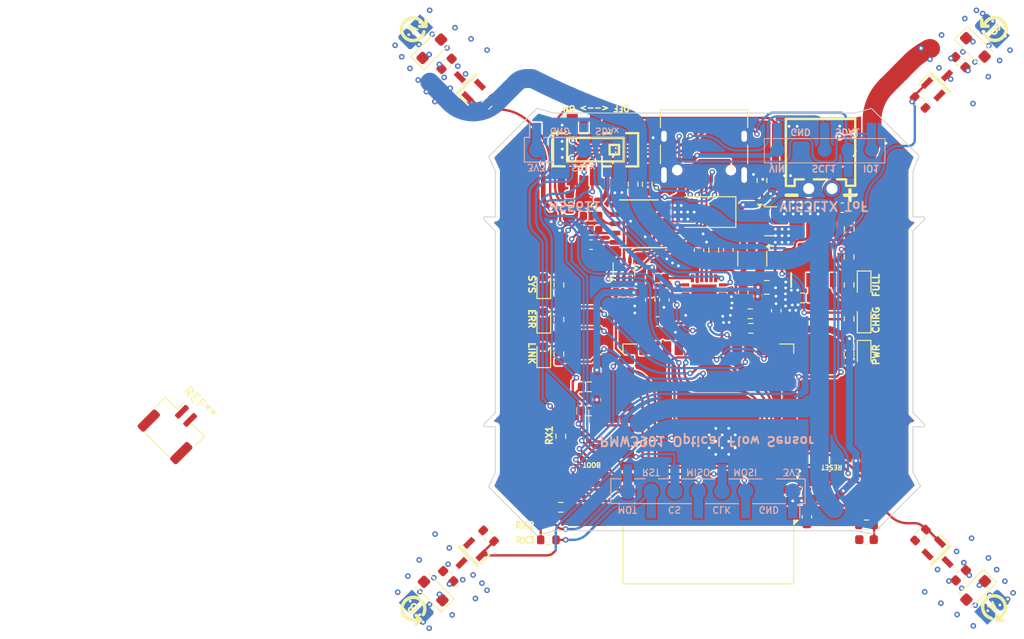
<source format=kicad_pcb>
(kicad_pcb (version 20241229) (generator "pcbnew") (generator_version "9.0")
  (layers (0 "F.Cu" signal) (2 "B.Cu" signal) (13 "F.Paste" user) (15 "B.Paste" user) (5 "F.SilkS" user "F.Silkscreen") (7 "B.SilkS" user "B.Silkscreen") (1 "F.Mask" user) (3 "B.Mask" user) (25 "Edge.Cuts" user))
  (net 0 "")
  (net 1 "GND")
  (net 2 "VBUS")
  (net 3 "Net-(U2-BP)")
  (net 4 "+3V3")
  (net 5 "+BATT")
  (net 6 "Net-(U5-V3)")
  (net 7 "Net-(U7-REGOUT)")
  (net 8 "Net-(U7-CPOUT)")
  (net 9 "/EN")
  (net 10 "Net-(D2-A)")
  (net 11 "Net-(D3-A)")
  (net 12 "Net-(D4-A)")
  (net 13 "Net-(D5-A)")
  (net 14 "+5V")
  (net 15 "Net-(IC1-PROG)")
  (net 16 "Net-(IC1-~{STDBY})")
  (net 17 "Net-(IC1-~{CHRG})")
  (net 18 "/D-")
  (net 21 "Net-(J1-CC2)")
  (net 22 "/D+")
  (net 23 "Net-(J1-CC1)")
  (net 24 "/IO18")
  (net 25 "/IO17")
  (net 26 "/IO16")
  (net 27 "/IO15")
  (net 28 "/SDA")
  (net 29 "/IO19")
  (net 30 "/SCL")
  (net 31 "/IO21")
  (net 32 "/IO13")
  (net 33 "/IO14")
  (net 34 "/IO48")
  (net 35 "/TX")
  (net 36 "/SCL1")
  (net 37 "/SDA1")
  (net 38 "/RX")
  (net 39 "/IO1")
  (net 40 "/BUZ2")
  (net 41 "/BUZ1")
  (net 42 "unconnected-(U8-IO47-Pad24)")
  (net 43 "/MISO")
  (net 44 "/CLK")
  (net 45 "/MOSI")
  (net 46 "/CS")
  (net 47 "Net-(LED1-A)")
  (net 48 "Net-(LED2-K)")
  (net 49 "Net-(LED3-K)")
  (net 50 "/LED_GREEN")
  (net 51 "/LED_RED")
  (net 52 "/LED_BLUE")
  (net 53 "/LDO_H")
  (net 54 "Net-(U5-RXD)")
  (net 55 "Net-(U5-TXD)")
  (net 56 "Net-(U7-AD0)")
  (net 57 "/MPU_INT")
  (net 58 "/IO0")
  (net 59 "/MOT_1")
  (net 60 "/MOT_2")
  (net 61 "/MOT_3")
  (net 62 "/MOT_4")
  (net 63 "LDO_EN")
  (net 64 "/ADC_BAT")
  (net 65 "/DTR")
  (net 67 "/RTS")
  (net 73 "Net-(J12-Pin_5)")
  (net 74 "/AUXSDA")
  (net 84 "/IO20")
  (net 85 "Net-(LED4-A)")
  (net 86 "Net-(LED5-A)")
  (net 87 "Net-(LED6-A)")
  (net 88 "/AUXSCL")
  (net 89 "Net-(J11-Pin_7)")
  (net 90 "Net-(J11-Pin_8)")
  (footprint "LED_SMD:LED_0603_1608Metric" (layer "F.Cu") (at 130.111 90.405 90)
    (property "Reference" "LED4" (hide yes))
    (property "Value" "LED_Green")
  )
  (footprint "Resistor_SMD:R_0603_1608Metric" (layer "F.Cu") (at 131.945 114.38)
    (property "Reference" "R30" (hide yes))
    (property "Value" "0R")
  )
  (footprint "DroneV2:JST_PH_B2B-PH-K_1x02_P2.00mm_Vertical" (layer "F.Cu") (at 179.133199 124.391485 -135)
    (property "Reference" "J8" (hide yes))
    (property "Value" "Conn_01x02_Female")
  )
  (footprint "Capacitor_SMD:C_0603_1608Metric" (layer "F.Cu") (at 142.3545 94.363 180)
    (property "Reference" "C9" (hide yes))
    (property "Value" "2.2nf")
  )
  (footprint "Resistor_SMD:R_0603_1608Metric" (layer "F.Cu") (at 131.74 97.865 -90)
    (property "Reference" "R13" (hide yes))
    (property "Value" "1K")
  )
  (footprint "Resistor_SMD:R_0603_1608Metric" (layer "F.Cu") (at 138.702 91.2245)
    (property "Reference" "R19" (hide yes))
    (property "Value" "10k")
  )
  (footprint "3x4x2:Tactile 3x4x2mm TS-A010" (layer "F.Cu") (at 135.37 113.07 90)
    (property "Reference" "SW2" (hide yes))
    (property "Value" "Tactile Switch 3x4x2")
  )
  (footprint "Capacitor_SMD:C_0603_1608Metric" (layer "F.Cu") (at 143.1025 92.049 -90)
    (property "Reference" "C10" (hide yes))
    (property "Value" "100nF")
  )
  (footprint "Resistor_SMD:R_0603_1608Metric" (layer "F.Cu") (at 135.2035 83.013)
    (property "Reference" "R10" (hide yes))
    (property "Value" "1K")
  )
  (footprint "Resistor_SMD:R_0603_1608Metric" (layer "F.Cu") (at 163.0015 94.078547 90)
    (property "Reference" "R6" (hide yes))
    (property "Value" "1K")
  )
  (footprint "Resistor_SMD:R_0603_1608Metric" (layer "F.Cu") (at 142.3625 89.696 180)
    (property "Reference" "R17" (hide yes))
    (property "Value" "10k")
  )
  (footprint "LED_SMD:LED_0603_1608Metric" (layer "F.Cu") (at 130.111 97.845 90)
    (property "Reference" "LED6" (hide yes))
    (property "Value" "LED_Blue")
  )
  (footprint "DroneV2:JST_PH_B2B-PH-K_1x02_P2.00mm_Vertical" (layer "F.Cu") (at 117.1415 125.899 135)
    (property "Reference" "J9" (hide yes))
    (property "Value" "Conn_01x02_Female")
  )
  (footprint "Capacitor_SMD:C_0603_1608Metric" (layer "F.Cu") (at 158.4545 115.413 -90)
    (property "Reference" "C12" (hide yes))
    (property "Value" "10uF")
  )
  (footprint "SI2302DS-T1:SOT95P237X112-3N" (layer "F.Cu") (at 172.812593 68.599907 45)
    (property "Reference" "T1" (hide yes))
    (property "Value" "IRLML6344TRPBF" (hide yes))
  )
  (footprint "LED_SMD:LED_0603_1608Metric" (layer "F.Cu") (at 164.6195 97.891 -90)
    (property "Reference" "LED1" (hide yes))
    (property "Value" "LED_Red")
  )
  (footprint "DroneV2:JST_PH_B2B-PH-K_1x02_P2.00mm_Vertical" (layer "F.Cu") (at 115.546801 63.924515 45)
    (property "Reference" "J10" (hide yes))
    (property "Value" "Conn_01x02_Female")
  )
  (footprint "Resistor_SMD:R_0603_1608Metric" (layer "F.Cu") (at 124.167894 117.458392 -45)
    (property "Reference" "R24" (hide yes))
    (property "Value" "10k")
  )
  (footprint "SI2302DS-T1:SOT95P237X112-3N" (layer "F.Cu") (at 121.8145 68.778 135)
    (property "Reference" "T4" (hide yes))
    (property "Value" "IRLML6344TRPBF" (hide yes))
  )
  (footprint "Capacitor_SMD:C_0603_1608Metric" (layer "F.Cu") (at 135.2035 86.09)
    (property "Reference" "C6" (hide yes))
    (property "Value" "100nF")
  )
  (footprint "Resistor_SMD:R_0603_1608Metric" (layer "F.Cu") (at 141.2575 79.575 90)
    (property "Reference" "R2" (hide yes))
    (property "Value" "5.1K")
  )
  (footprint "LED_SMD:LED_0603_1608Metric" (layer "F.Cu") (at 130.111 94.125 90)
    (property "Reference" "LED5" (hide yes))
    (property "Value" "LED_Red")
  )
  (footprint "Resistor_SMD:R_0603_1608Metric" (layer "F.Cu") (at 158.0075 91.827 180)
    (property "Reference" "R5" (hide yes))
    (property "Value" "1.2K")
  )
  (footprint "Resistor_SMD:R_0603_1608Metric" (layer "F.Cu") (at 130.6035 117.889)
    (property "Reference" "R29" (hide yes))
    (property "Value" "0R")
  )
  (footprint "ch340k:ESSOP-10_3.9x4.9mm_P1.00mm" (layer "F.Cu") (at 140.36 83.8375 180)
    (property "Reference" "U5" (hide yes))
    (property "Value" "CH340K")
  )
  (footprint "Resistor_SMD:R_0603_1608Metric" (layer "F.Cu") (at 131.739 90.425 -90)
    (property "Reference" "R11" (hide yes))
    (property "Value" "1K")
  )
  (footprint "Diode_SMD:D_SMA" (layer "F.Cu") (at 147.293 82.576 180)
    (property "Reference" "D1" (hide yes))
    (property "Value" "SS34")
  )
  (footprint "Capacitor_SMD:C_0603_1608Metric" (layer "F.Cu") (at 135.2035 81.489 180)
    (property "Reference" "C7" (hide yes))
    (property "Value" "100nF")
  )
  (footprint "Resistor_SMD:R_0603_1608Metric" (layer "F.Cu") (at 170.692591 117.365091 45)
    (property "Reference" "R23" (hide yes))
    (property "Value" "10k")
  )
  (footprint "Diode_SMD:D_SOD-123F" (layer "F.Cu") (at 176.629719 123.334039 -135)
    (property "Reference" "D3" (hide yes))
    (property "Value" "1N4148W")
  )
  (footprint "LOGO" (layer "F.Cu") (at 116.1345 125.367 135)
    (property "Reference" "G***" (hide yes))
    (property "Value" "LOGO" (hide yes))
  )
  (footprint "Diode_SMD:D_SOD-123F" (layer "F.Cu") (at 118.198946 123.39552 135)
    (property "Reference" "D4" (hide yes))
    (property "Value" "1N4148W")
  )
  (footprint "Capacitor_SMD:C_0805_2012Metric" (layer "F.Cu") (at 154.1445 90.686)
    (property "Reference" "C3" (hide yes))
    (property "Value" "2.2uF")
  )
  (footprint "Resistor_SMD:R_0603_1608Metric" (layer "F.Cu") (at 163.0005 87.414 -90)
    (property "Reference" "R27" (hide yes))
    (property "Value" "100K")
  )
  (footprint "Capacitor_SMD:C_0603_1608Metric" (layer "F.Cu") (at 149.9875 86.647 90)
    (property "Reference" "C1" (hide yes))
    (property "Value" "10uF")
  )
  (footprint "SlideSwitchSMDTop:SW-SMD_MST22D18G2" (layer "F.Cu") (at 135.6786 75.854 180)
    (property "Reference" "SW1" (hide yes))
    (property "Value" "MST22D18G2_125" (hide yes))
  )
  (footprint "Resistor_SMD:R_0603_1608Metric" (layer "F.Cu") (at 163.0115 84.388 -90)
    (property "Reference" "R26" (hide yes))
    (property "Value" "100K")
  )
  (footprint "LED_SMD:LED_0603_1608Metric" (layer "F.Cu") (at 164.6195 94.098547 90)
    (property "Reference" "LED2" (hide yes))
    (property "Value" "LED_Red")
  )
  (footprint "SI2302DS-T1:SOT95P237X112-3N" (layer "F.Cu") (at 121.994985 119.631301 -135)
    (property "Reference" "T3" (hide yes))
    (property "Value" "IRLML6344TRPBF" (hide yes))
  )
  (footprint "SI2302DS-T1:SOT95P237X112-3N" (layer "F.Cu") (at 172.8655 119.538 -45)
    (property "Reference" "T2" (hide yes))
    (property "Value" "IRLML6344TRPBF" (hide yes))
  )
  (footprint "Capacitor_SMD:C_0603_1608Metric" (layer "F.Cu") (at 162.2735 82.107)
    (property "Reference" "C5" (hide yes))
    (property "Value" "10uF")
  )
  (footprint "Connector_USB:USB_C_Receptacle_HRO_TYPE-C-31-M-12" (layer "F.Cu") (at 147.3775 75.459 180)
    (property "Reference" "J1" (hide yes))
    (property "Value" "USB_C_Receptacle_USB2.0")
  )
  (footprint "Resistor_SMD:R_0603_1608Metric" (layer "F.Cu") (at 131.95 106.73 90)
    (property "Reference" "R28" (hide yes))
    (property "Value" "0R")
  )
  (footprint "Capacitor_SMD:C_0603_1608Metric" (layer "F.Cu") (at 164.8785 117.863 180)
    (property "Reference" "C14" (hide yes))
    (property "Value" "100nF")
  )
  (footprint "LOGO" (layer "F.Cu") (at 178.6085 62.858)
    (property "Reference" "G***" (hide yes))
    (property "Value" "LOGO" (hide yes))
  )
  (footprint "XH2P:CONN-TH_2P-P2.50_XH-2AW" (layer "F.Cu") (at 159.9075 80.0456)
    (property "Reference" "J2" (hide yes))
    (property "Value" "JST XH 2P 2.50mm SMD Hoz" (hide yes))
  )
  (footprint "RF_Module:ESP32-S3-WROOM-1" (layer "F.Cu") (at 147.835 109.74 180)
    (property "Reference" "U8" (hide yes))
    (property "Value" "ESP32-S3-WROOM-1")
  )
  (footprint "Diode_SMD:D_SOD-123F" (layer "F.Cu") (at 176.608632 64.835688 -45)
    (property "Reference" "D2" (hide yes))
    (property "Value" "1N4148W")
  )
  (footprint "Resistor_SMD:R_0603_1608Metric" (layer "F.Cu") (at 163.0015 97.871 90)
    (property "Reference" "R4" (hide yes))
    (property "Value" "470R")
  )
  (footprint "Package_TO_SOT_SMD:SOT-363_SC-70-6" (layer "F.Cu") (at 138.745 88.7585 90)
    (property "Reference" "U6" (hide yes))
    (property "Value" "2N27002DW")
  )
  (footprint "Resistor_SMD:R_0603_1608Metric" (layer "F.Cu") (at 139.7265 79.579 90)
    (property "Reference" "R1" (hide yes))
    (property "Value" "5.1K")
  )
  (footprint "LOGO" (layer "F.Cu") (at 178.6115 125.229 -90)
    (property "Reference" "G***" (hide yes))
    (property "Value" "LOGO" (hide yes))
  )
  (footprint "Capacitor_SMD:C_0603_1608Metric" (layer "F.Cu") (at 175.038407 121.710907 -135)
    (property "Reference" "C16" (hide yes))
    (property "Value" "1uF")
  )
  (footprint "LED_SMD:LED_0603_1608Metric" (layer "F.Cu") (at 164.6195 90.411 -90)
    (property "Reference" "LED3" (hide yes))
    (property "Value" "LED_Blue")
  )
  (footprint "DroneV2:JST_PH_B2B-PH-K_1x02_P2.00mm_Vertical" (layer "F.Cu") (at 177.666078 62.332208 -45)
    (property "Reference" "J7" (hide yes))
    (property "Value" "Conn_01x02_Female")
  )
  (footprint "Capacitor_SMD:C_0603_1608Metric" (layer "F.Cu") (at 174.9855 66.427 -45)
    (property "Reference" "C15" (hide yes))
    (property "Value" "1uF")
  )
  (footprint "Resistor_SMD:R_0603_1608Metric" (layer "F.Cu") (at 163.0015 90.431 90)
    (property "Reference" "R7" (hide yes))
    (property "Value" "1K")
  )
  (footprint "Capacitor_SMD:C_0603_1608Metric" (layer "F.Cu") (at 119.822078 121.804208 135)
    (property "Reference" "C17" (hide yes))
    (property "Value" "1uF")
  )
  (footprint "Resistor_SMD:R_0603_1608Metric" (layer "F.Cu") (at 153.6245 79.162 90)
    (property "Reference" "R3" (hide yes))
    (property "Value" "100K")
  )
  (footprint "Resistor_SMD:R_0603_1608Metric" (layer "F.Cu") (at 170.639684 70.772816 135)
    (property "Reference" "R22" (hide yes))
    (property "Value" "10k")
  )
  (footprint "Package_TO_SOT_SMD:SOT-23-5" (layer "F.Cu") (at 152.573 87.588 -90)
    (property "Reference" "U2" (hide yes))
    (property "Value" "SPX3819M5-L-3-3/TR")
  )
  (footprint "Resistor_SMD:R_0603_1608Metric" (layer "F.Cu") (at 135 101.4)
    (property "Reference" "R20" (hide yes))
    (property "Value" "10k")
  )
  (footprint "Resistor_SMD:R_0603_1608Metric" (layer "F.Cu") (at 152.4255 95.101)
    (property "Reference" "R16" (hide yes))
    (property "Value" "10k")
  )
  (footprint "tp4056:SOIC127P600X175-9N" (layer "F.Cu") (at 159.3695 87.187 90)
    (property "Reference" "IC1" (hide yes))
    (property "Value" "TP4056" (hide yes))
  )
  (footprint "Capacitor_SMD:C_0603_1608Metric" (layer "F.Cu") (at 146.8405 86.68 90)
    (property "Reference" "C8" (hide yes))
    (property "Value" "100nF")
  )
  (footprint "Capacitor_SMD:C_0603_1608Metric" (layer "F.Cu") (at 119.641593 66.605093 45)
    (property "Reference" "C18" (hide yes))
    (property "Value" "1uF")
  )
  (footprint "Resistor_SMD:R_0603_1608Metric" (layer "F.Cu") (at 131.74 94.145 -90)
    (property "Reference" "R12" (hide yes))
    (property "Value" "1K")
  )
  (footprint "Diode_SMD:D_SOD-123F" (layer "F.Cu") (at 118.050281 64.981961 45)
    (property "Reference" "D5" (hide yes))
    (property "Value" "1N4148W")
  )
  (footprint "Resistor_SMD:R_0603_1608Metric" (layer "F.Cu") (at 148.4225 86.664 -90)
    (property "Reference" "R15" (hide yes))
    (property "Value" "4.7k")
  )
  (footprint "Resistor_SMD:R_0603_1608Metric" (layer "F.Cu") (at 152.3495 93.535)
    (property "Reference" "R14" (hide yes))
    (property "Value" "10k")
  )
  (footprint "Package_TO_SOT_SMD:SOT-23" (layer "F.Cu") (at 154.555999 83.57)
    (property "Reference" "U1" (hide yes))
    (property "Value" "AO3401A")
  )
  (footprint "Connector_JST:JST_GH_SM02B-GHS-TB_1x02-1MP_P1.25mm_Horizontal" (layer "F.Cu") (at 90.264683 105.835495 -45)
    (property "Reference" "REF**")
    (property "Value" "JST_GH_SM02B-GHS-TB_1x02-1MP_P1.25mm_Horizontal")
  )
  (footprint "Capacitor_SMD:C_0603_1608Metric" (layer "F.Cu") (at 141.5795 92.049 -90)
    (property "Reference" "C11" (hide yes))
    (property "Value" "10nf")
  )
  (footprint "LOGO" (layer "F.Cu") (at 116.1015 62.878)
    (property "Reference" "G***" (hide yes))
    (property "Value" "LOGO" (hide yes))
  )
  (footprint "Capacitor_SMD:C_0603_1608Metric" (layer "F.Cu") (at 155.1555 93.201 90)
    (property "Reference" "C4" (hide yes))
    (property "Value" "10uF")
  )
  (footprint "Resistor_SMD:R_0603_1608Metric" (layer "F.Cu") (at 132.9015 81.519 90)
    (property "Reference" "R8" (hide yes))
    (property "Value" "100K")
  )
  (footprint "3x4x2:Tactile 3x4x2mm TS-A010" (layer "F.Cu") (at 161.1715 113.33 90)
    (property "Reference" "SW3" (hide yes))
    (property "Value" "Tactile Switch 3x4x2")
  )
  (footprint "Capacitor_SMD:C_0603_1608Metric" (layer "F.Cu") (at 158.4615 112.374 90)
    (property "Reference" "C13" (hide yes))
    (property "Value" "100nF")
  )
  (footprint "Capacitor_SMD:C_0603_1608Metric" (layer "F.Cu") (at 151.5995 91.236 -90)
    (property "Reference" "C2" (hide yes))
    (property "Value" "470pF")
  )
  (footprint "Resistor_SMD:R_0603_1608Metric" (layer "F.Cu") (at 135.2035 84.53)
    (property "Reference" "R9" (hide yes))
    (property "Value" "1K")
  )
  (footprint "MPU6050:MPU6050" (layer "F.Cu") (at 147.3775 91.674 180)
    (property "Reference" "U7" (hide yes))
    (property "Value" "MPU-6050" (hide yes))
  )
  (footprint "Resistor_SMD:R_0603_1608Metric" (layer "F.Cu") (at 123.987409 70.950909 -135)
    (property "Reference" "R25" (hide yes))
    (property "Value" "10k")
  )
  (footprint "Resistor_SMD:R_0603_1608Metric" (layer "F.Cu") (at 164.8785 116.273 180)
    (property "Reference" "R18" (hide yes))
    (property "Value" "10k")
  )
  (footprint "Resistor_SMD:R_0603_1608Metric" (layer "F.Cu") (at 135 103.992)
    (property "Reference" "R21" (hide yes))
    (property "Value" "10k")
  )
  (footprint "DroneV2:PMW3901" (layer "B.Cu") (at 146.77 113.5145)
    (property "Reference" "J11" (hide yes))
    (property "Value" "Conn_01x09" (hide yes))
  )
  (footprint "DroneV2:MS5611_Module" (layer "B.Cu") (at 136.967499 75.869)
    (property "Reference" "J13" (hide yes))
    (property "Value" "Conn_01x07")
  )
  (footprint "DroneV2:VL53L1X_BREAKOUT" (layer "B.Cu") (at 155.289499 75.869)
    (property "Reference" "J12" (hide yes))
    (property "Value" "Conn_01x06" (hide yes))
  )
  (gr_line (start 124.89 104.2) (end 124.89 84.6) (stroke (width 0.1)) (layer "Edge.Cuts"))
  (gr_line (start 124.179997 76.594591) (end 124.889997 78.154591) (stroke (width 0.1)) (layer "Edge.Cuts"))
  (gr_line (start 171.09 105.7) (end 169.89 105.7) (stroke (width 0.1)) (layer "Edge.Cuts"))
  (gr_line (start 124.179997 112.204591) (end 124.889997 110.654591) (stroke (width 0.1)) (layer "Edge.Cuts"))
  (gr_line (start 126.883903 114.906097) (end 129.399997 117.424591) (stroke (width 0.1)) (layer "Edge.Cuts"))
  (gr_line (start 126.883903 73.893903) (end 129.379997 71.394591) (stroke (width 0.1)) (layer "Edge.Cuts"))
  (gr_line (start 124.89 105.7) (end 123.69 105.7) (stroke (width 0.1)) (layer "Edge.Cuts"))
  (gr_line (start 169.89 83.1) (end 171.09 83.1) (stroke (width 0.1)) (layer "Edge.Cuts"))
  (gr_line (start 126.883903 114.906097) (end 124.179997 112.204591) (stroke (width 0.1)) (layer "Edge.Cuts"))
  (gr_line (start 171.177868 105.487868) (end 171.09 105.7) (stroke (width 0.1)) (layer "Edge.Cuts"))
  (gr_line (start 169.89 105.7) (end 169.889997 110.644591) (stroke (width 0.1)) (layer "Edge.Cuts"))
  (gr_line (start 170.699997 112.104591) (end 169.889997 110.644591) (stroke (width 0.1)) (layer "Edge.Cuts"))
  (gr_line (start 169.89 104.2) (end 171.177868 105.487868) (stroke (width 0.1)) (layer "Edge.Cuts"))
  (gr_line (start 169.889997 78.154591) (end 169.89 83.1) (stroke (width 0.1)) (layer "Edge.Cuts"))
  (gr_line (start 123.602132 105.487868) (end 124.89 104.2) (stroke (width 0.1)) (layer "Edge.Cuts"))
  (gr_line (start 124.89 84.6) (end 123.602132 83.312132) (stroke (width 0.1)) (layer "Edge.Cuts"))
  (gr_line (start 158.955411 116.9) (end 163.629997 116.904591) (stroke (width 0.1)) (layer "Edge.Cuts"))
  (gr_line (start 124.89 105.7) (end 124.889997 110.654591) (stroke (width 0.1)) (layer "Edge.Cuts"))
  (gr_line (start 123.69 83.1) (end 124.89 83.1) (stroke (width 0.1)) (layer "Edge.Cuts"))
  (gr_line (start 135.824588 116.9) (end 131.139997 116.904591) (stroke (width 0.1)) (layer "Edge.Cuts"))
  (gr_line (start 126.883903 73.893903) (end 124.179997 76.594591) (stroke (width 0.1)) (layer "Edge.Cuts"))
  (gr_line (start 167.896097 114.906097) (end 165.549997 117.254591) (stroke (width 0.1)) (layer "Edge.Cuts"))
  (gr_line (start 158.955411 116.9) (end 135.824588 116.9) (stroke (width 0.1)) (layer "Edge.Cuts"))
  (gr_line (start 167.896097 114.906097) (end 170.699997 112.104591) (stroke (width 0.1)) (layer "Edge.Cuts"))
  (gr_line (start 170.529997 76.524591) (end 169.889997 78.154591) (stroke (width 0.1)) (layer "Edge.Cuts"))
  (gr_line (start 171.09 83.1) (end 171.177868 83.312132) (stroke (width 0.1)) (layer "Edge.Cuts"))
  (gr_line (start 165.409997 71.404591) (end 163.639997 71.904591) (stroke (width 0.1)) (layer "Edge.Cuts"))
  (gr_line (start 171.177868 83.312132) (end 169.89 84.6) (stroke (width 0.1)) (layer "Edge.Cuts"))
  (gr_line (start 123.69 105.7) (end 123.602132 105.487868) (stroke (width 0.1)) (layer "Edge.Cuts"))
  (gr_line (start 123.602132 83.312132) (end 123.69 83.1) (stroke (width 0.1)) (layer "Edge.Cuts"))
  (gr_line (start 147.39 116.9) (end 147.415 116.9) (stroke (width 0.05)) (layer "Edge.Cuts"))
  (gr_line (start 129.379997 71.394591) (end 131.139997 71.904591) (stroke (width 0.1)) (layer "Edge.Cuts"))
  (gr_line (start 169.89 84.6) (end 169.89 104.2) (stroke (width 0.1)) (layer "Edge.Cuts"))
  (gr_line (start 165.549997 117.254591) (end 163.629997 116.904591) (stroke (width 0.1)) (layer "Edge.Cuts"))
  (gr_line (start 131.139997 71.904591) (end 163.639997 71.904591) (stroke (width 0.1)) (layer "Edge.Cuts"))
  (gr_line (start 167.896097 73.893903) (end 170.529997 76.524591) (stroke (width 0.1)) (layer "Edge.Cuts"))
  (gr_line (start 124.89 83.1) (end 124.889997 78.154591) (stroke (width 0.1)) (layer "Edge.Cuts"))
  (gr_line (start 129.399997 117.424591) (end 131.139997 116.904591) (stroke (width 0.1)) (layer "Edge.Cuts"))
  (gr_line (start 167.896097 73.893903) (end 165.409997 71.404591) (stroke (width 0.1)) (layer "Edge.Cuts"))
  (gr_text "+" (at 161.9035 81.549 0) (layer "F.SilkS") (effects (font (size 1.524 1.524) (thickness 0.381) (bold yes)) (justify left bottom)))
  (gr_text "FULL" (at 166.3155 91.816834 90) (layer "F.SilkS") (effects (font (size 0.7 0.7) (thickness 0.175) (bold yes)) (justify left bottom)))
  (gr_text "RX1\n" (at 131.11 107.76 90) (layer "F.SilkS") (effects (font (size 0.7 0.7) (thickness 0.175) (bold yes)) (justify left bottom)))
  (gr_text "RESET" (at 162.3465 109.775 180) (layer "F.SilkS") (effects (font (size 0.5 0.5) (thickness 0.125) (bold yes)) (justify left bottom)))
  (gr_text "OFF <--> ON" (at 139.465558 71.037 180) (layer "F.SilkS") (effects (font (size 0.635 0.635) (thickness 0.15875) (bold yes)) (justify left bottom)))
  (gr_text "SYS" (at 128.41 89.265833 270) (layer "F.SilkS") (effects (font (size 0.7 0.7) (thickness 0.175) (bold yes)) (justify left bottom)))
  (gr_text "RX2" (at 126.9445 116.741 0) (layer "F.SilkS") (effects (font (size 0.7 0.7) (thickness 0.175) (bold yes)) (justify left bottom)))
  (gr_text "A" (at 178.5115 124.301 -135) (layer "F.SilkS") (effects (font (size 1 1) (thickness 0.2) (bold yes)) (justify left bottom)))
  (gr_text "BOOT" (at 136.339 109.515 180) (layer "F.SilkS") (effects (font (size 0.5 0.5) (thickness 0.125) (bold yes)) (justify left bottom)))
  (gr_text "PWR" (at 166.3155 99.1635 90) (layer "F.SilkS") (effects (font (size 0.7 0.7) (thickness 0.175) (bold yes)) (justify left bottom)))
  (gr_text "A" (at 115.9915 63.654 45) (layer "F.SilkS") (effects (font (size 1 1) (thickness 0.2) (bold yes)) (justify left bottom)))
  (gr_text "CHRG" (at 166.3155 95.727714 90) (layer "F.SilkS") (effects (font (size 0.7 0.7) (thickness 0.175) (bold yes)) (justify left bottom)))
  (gr_text "LINK" (at 128.41 96.505834 270) (layer "F.SilkS") (effects (font (size 0.7 0.7) (thickness 0.175) (bold yes)) (justify left bottom)))
  (gr_text "ERR" (at 128.41 92.935834 270) (layer "F.SilkS") (effects (font (size 0.7 0.7) (thickness 0.175) (bold yes)) (justify left bottom)))
  (gr_text "B" (at 116.8875 125.253 135) (layer "F.SilkS") (effects (font (size 1 1) (thickness 0.2) (bold yes)) (justify left bottom)))
  (gr_text "B" (at 177.8705 62.924 -45) (layer "F.SilkS") (effects (font (size 1 1) (thickness 0.2) (bold yes)) (justify left bottom)))
  (gr_text "-" (at 155.6165 81.549 0) (layer "F.SilkS") (effects (font (size 1.524 1.524) (thickness 0.381) (bold yes)) (justify left bottom)))
  (gr_text "RX3" (at 126.9735 118.346 0) (layer "F.SilkS") (effects (font (size 0.7 0.7) (thickness 0.175) (bold yes)) (justify left bottom)))
  (gr_text "CS" (at 143.419354 114.225 180) (layer "B.SilkS") (effects (font (size 0.7112 0.7112) (thickness 0.125) (bold yes)) (justify left bottom mirror)))
  (gr_text "MOSI" (at 150.446687 110.17 180) (layer "B.SilkS") (effects (font (size 0.7112 0.7112) (thickness 0.125) (bold yes)) (justify left bottom mirror)))
  (gr_text "CLK" (at 148.194554 114.225 180) (layer "B.SilkS") (effects (font (size 0.7112 0.7112) (thickness 0.125) (bold yes)) (justify left bottom mirror)))
  (gr_text "VL53L1X ToF" (at 155.379834 81.342 180) (layer "B.SilkS") (effects (font (size 1 1) (thickness 0.2) (bold yes)) (justify left bottom mirror)))
  (gr_text "PMW3901 Optical Flow Sensor" (at 136.0045 106.667 180) (layer "B.SilkS") (effects (font (size 1 1) (thickness 0.2) (bold yes)) (justify left bottom mirror)))
  (gr_text "SDAx" (at 135.564186 73.434 180) (layer "B.SilkS") (effects (font (size 0.7112 0.7112) (thickness 0.125) (bold yes)) (justify left bottom mirror)))
  (gr_text "GND" (at 153.189887 114.225 180) (layer "B.SilkS") (effects (font (size 0.7112 0.7112) (thickness 0.125) (bold yes)) (justify left bottom mirror)))
  (gr_text "GND" (at 130.687387 73.434 180) (layer "B.SilkS") (effects (font (size 0.7112 0.7112) (thickness 0.125) (bold yes)) (justify left bottom mirror)))
  (gr_text "MOT" (at 137.983753 114.225 180) (layer "B.SilkS") (effects (font (size 0.7112 0.7112) (thickness 0.125) (bold yes)) (justify left bottom mirror)))
  (gr_text "3V3" (at 155.7805 110.17 180) (layer "B.SilkS") (effects (font (size 0.7112 0.7112) (thickness 0.125) (bold yes)) (justify left bottom mirror)))
  (gr_text "RST" (at 140.60842 110.17 180) (layer "B.SilkS") (effects (font (size 0.7112 0.7112) (thickness 0.125) (bold yes)) (justify left bottom mirror)))
  (gr_text "MISO" (at 145.366687 110.17 180) (layer "B.SilkS") (effects (font (size 0.7112 0.7112) (thickness 0.125) (bold yes)) (justify left bottom mirror)))
  (gr_text "MS5611" (at 130.5025 81.36275 180) (layer "B.SilkS") (effects (font (size 0.95 0.95) (thickness 0.2) (bold yes)) (justify left bottom mirror)))
  (gr_text "SCLx" (at 133.04112 77.351113 180) (layer "B.SilkS") (effects (font (size 0.7112 0.7112) (thickness 0.125) (bold yes)) (justify left bottom mirror)))
  (gr_text "3V3" (at 128.247374 77.351113 180) (layer "B.SilkS") (effects (font (size 0.7112 0.7112) (thickness 0.125) (bold yes)) (justify left bottom mirror)))
  (segment (start 149.9875 85.7435) (end 149.9875 85.872) (width 0.762) (layer "F.Cu") (net 1))
  (segment (start 151.733957 85.196) (end 150.702777 85.196) (width 0.762) (layer "F.Cu") (net 1))
  (segment (start 152.573 86.035042) (end 152.573 86.4505) (width 0.762) (layer "F.Cu") (net 1))
  (segment (start 150.196999 85.405499) (end 150.078363 85.524136) (width 0.762) (layer "F.Cu") (net 1))
  (via (at 157.4485 111.143) (size 0.6) (drill 0.3) (layers "F.Cu" "B.Cu") (net 1))
  (via (at 155.0845 90.731) (size 0.6) (drill 0.3) (layers "F.Cu" "B.Cu") (net 1))
  (via (at 156.1465 92.001) (size 0.6) (drill 0.3) (layers "F.Cu" "B.Cu") (net 1))
  (via (at 156.6935 78.656) (size 0.6) (drill 0.3) (layers "F.Cu" "B.Cu") (net 1))
  (via (at 156.8875 92.585) (size 0.6) (drill 0.3) (layers "F.Cu" "B.Cu") (net 1))
  (via (at 139.4635 83.559) (size 0.6) (drill 0.3) (layers "F.Cu" "B.Cu") (net 1))
  (via (at 132.0915 73.213) (size 0.6) (drill 0.3) (layers "F.Cu" "B.Cu") (net 1))
  (via (at 139.9125 92.694) (size 0.6) (drill 0.3) (layers "F.Cu" "B.Cu") (net 1))
  (via (at 132.0835 74.957) (size 0.6) (drill 0.3) (layers "F.Cu" "B.Cu") (net 1))
  (via (at 161.9955 73.317) (size 0.6) (drill 0.3) (layers "F.Cu" "B.Cu") (net 1))
  (via (at 155.1145 91.633) (size 0.6) (drill 0.3) (layers "F.Cu" "B.Cu") (net 1))
  (via (at 147.6505 85.809) (size 0.6) (drill 0.3) (layers "F.Cu" "B.Cu") (net 1))
  (via (at 139.9125 93.443) (size 0.6) (drill 0.3) (layers "F.Cu" "B.Cu") (net 1))
  (via (at 156.1785 90.112) (size 0.6) (drill 0.3) (layers "F.Cu" "B.Cu") (net 1))
  (via (at 141.8925 74.567) (size 0.6) (drill 0.3) (layers "F.Cu" "B.Cu") (net 1))
  (via (at 137.7695 80.498) (size 0.6) (drill 0.3) (layers "F.Cu" "B.Cu") (net 1))
  (via (at 150.0805 94.459) (size 0.6) (drill 0.3) (layers "F.Cu" "B.Cu") (net 1))
  (via (at 157.4035 73.337) (size 0.6) (drill 0.3) (layers "F.Cu" "B.Cu") (net 1))
  (via (at 141.0425 85.236) (size 0.6) (drill 0.3) (layers "F.Cu" "B.Cu") (net 1))
  (via (at 150.3195 91.692) (size 0.6) (drill 0.3) (layers "F.Cu" "B.Cu") (net 1))
  (via (at 138.5175 80.474) (size 0.6) (drill 0.3) (layers "F.Cu" "B.Cu") (net 1))
  (via (at 153.7005 79.05) (size 0.6) (drill 0.3) (layers "F.Cu" "B.Cu") (net 1))
  (via (at 157.5055 92.565) (size 0.6) (drill 0.3) (layers "F.Cu" "B.Cu") (net 1))
  (via (at 156.1625 92.699) (size 0.6) (drill 0.3) (layers "F.Cu" "B.Cu") (net 1))
  (via (at 144.2925 95.527) (size 0.6) (drill 0.3) (layers "F.Cu" "B.Cu") (net 1))
  (via (at 132.1125 75.786) (size 0.6) (drill 0.3) (layers "F.Cu" "B.Cu") (net 1))
  (via (at 131.8215 84.558) (size 0.6) (drill 0.3) (layers "F.Cu" "B.Cu") (net 1))
  (via (at 155.1345 92.443) (size 0.6) (drill 0.3) (layers "F.Cu" "B.Cu") (net 1))
  (via (at 166.9675 75.158) (size 0.6) (drill 0.3) (layers "F.Cu" "B.Cu") (net 1))
  (via (at 143.0485 92.838) (size 0.6) (drill 0.3) (layers "F.Cu" "B.Cu") (net 1))
  (via (at 147.2735 84.928) (size 0.6) (drill 0.3) (layers "F.Cu" "B.Cu") (net 1))
  (via (at 150.3955 92.368) (size 0.6) (drill 0.3) (layers "F.Cu" "B.Cu") (net 1))
  (via (at 157.2565 93.163) (size 0.6) (drill 0.3) (layers "F.Cu" "B.Cu") (net 1))
  (via (at 143.3635 87.614) (size 0.6) (drill 0.3) (layers "F.Cu" "B.Cu") (net 1))
  (via (at 156.6055 93.163) (size 0.6) (drill 0.3) (layers "F.Cu" "B.Cu") (net 1))
  (via (at 149.4705 94.481) (size 0.6) (drill 0.3) (layers "F.Cu" "B.Cu") (net 1))
  (via (at 163.7905 80.692) (size 0.6) (drill 0.3) (layers "F.Cu" "B.Cu") (net 1))
  (via (at 150.2155 93.704) (size 0.6) (drill 0.3) (layers "F.Cu" "B.Cu") (net 1))
  (via (at 156.1625 90.747) (size 0.6) (drill 0.3) (layers "F.Cu" "B.Cu") (net 1))
  (via (at 157.7025 110.474) (size 0.6) (drill 0.3) (layers "F.Cu" "B.Cu") (net 1))
  (via (at 132.0975 76.687) (size 0.6) (drill 0.3) (layers "F.Cu" "B.Cu") (net 1))
  (via (at 156.5355 73.337) (size 0.6) (drill 0.3) (layers "F.Cu" "B.Cu") (net 1))
  (via (at 144.6135 88.37) (size 0.6) (drill 0.3) (layers "F.Cu" "B.Cu") (net 1))
  (via (at 145.4015 93.703) (size 0.6) (drill 0.3) (layers "F.Cu" "B.Cu") (net 1))
  (via (at 152.7015 78.527) (size 0.6) (drill 0.3) (layers "F.Cu" "B.Cu") (net 1))
  (via (at 130.9135 83.613) (size 0.6) (drill 0.3) (layers "F.Cu" "B.Cu") (net 1))
  (via (at 156.1465 91.382) (size 0.6) (drill 0.3) (layers "F.Cu" "B.Cu") (net 1))
  (via (at 156.0495 78.656) (size 0.6) (drill 0.3) (layers "F.Cu" "B.Cu") (net 1))
  (via (at 157.4655 90.987) (size 0.6) (drill 0.3) (layers "F.Cu" "B.Cu") (net 1))
  (via (at 156.7745 91) (size 0.6) (drill 0.3) (layers "F.Cu" "B.Cu") (net 1))
  (via (at 163.0615 80.963) (size 0.6) (drill 0.3) (layers "F.Cu" "B.Cu") (net 1))
  (via (at 140.0525 90.337) (size 0.6) (drill 0.3) (layers "F.Cu" "B.Cu") (net 1))
  (via (at 144.5155 84.247) (size 0.6) (drill 0.3) (layers "F.Cu" "B.Cu") (net 1))
  (via (at 149.3835 93.805) (size 0.6) (drill 0.3) (layers "F.Cu" "B.Cu") (net 1))
  (via (at 143.9825 88.06) (size 0.6) (drill 0.3) (layers "F.Cu" "B.Cu") (net 1))
  (arc (start 152.32725 85.44175) (mid 152.509131 85.713954) (end 152.573 86.035042) (width 0.762) (layer "F.Cu") (net 1))
  (arc (start 150.196999 85.405499) (mid 150.429052 85.250447) (end 150.702777 85.196) (width 0.762) (layer "F.Cu") (net 1))
  (arc (start 151.733957 85.196) (mid 152.055044 85.259868) (end 152.32725 85.44175) (width 0.762) (layer "F.Cu") (net 1))
  (arc (start 150.078363 85.524136) (mid 150.011114 85.624781) (end 149.9875 85.7435) (width 0.762) (layer "F.Cu") (net 1))
  (segment (start 154.621613 80.327748) (end 155.027275 79.922087) (width 0.762) (layer "F.Cu") (net 2))
  (segment (start 139.272112 71.675502) (end 139.60226 72.005649) (width 0.254) (layer "F.Cu") (net 2))
  (segment (start 153.288769 87.347227) (end 153.286998 87.348999) (width 0.381) (layer "F.Cu") (net 2))
  (segment (start 139.039054 71.531679) (end 138.972535 71.508766) (width 0.254) (layer "F.Cu") (net 2))
  (segment (start 154.5505 80.6) (end 154.5505 80.499431) (width 0.254) (layer "F.Cu") (net 2))
  (segment (start 131.3265 73.72471) (end 131.3265 79.822603) (width 0.254) (layer "F.Cu") (net 2))
  (segment (start 154.116446 72.4353) (end 140.639526 72.4353) (width 0.254) (layer "F.Cu") (net 2))
  (segment (start 151.18375 82.17875) (end 151.581 81.7815) (width 0.762) (layer "F.Cu") (net 2))
  (segment (start 133.87521 71.176) (end 137.570924 71.176) (width 0.254) (layer "F.Cu") (net 2))
  (segment (start 150.069 87.5035) (end 149.9875 87.422) (width 0.381) (layer "F.Cu") (net 2))
  (segment (start 132.065 81.6055) (end 132.768851 82.309351) (width 0.254) (layer "F.Cu") (net 2))
  (segment (start 138.839627 71.462565) (end 138.726059 71.422725) (width 0.254) (layer "F.Cu") (net 2))
  (segment (start 155.0685 73.176) (end 155.0685 79.771691) (width 0.762) (layer "F.Cu") (net 2))
  (segment (start 132.8525 82.344) (end 132.9015 82.344) (width 0.254) (layer "F.Cu") (net 2))
  (segment (start 154.939099 72.863599) (end 154.78965 72.71415) (width 0.254) (layer "F.Cu") (net 2))
  (segment (start 150.265758 87.585) (end 152.717242 87.585) (width 0.381) (layer "F.Cu") (net 2))
  (segment (start 153.522999 86.781749) (end 153.522999 86.4505) (width 0.381) (layer "F.Cu") (net 2))
  (segment (start 150.224703 82.576) (end 149.293001 82.576) (width 0.762) (layer "F.Cu") (net 2))
  (segment (start 138.469629 71.331679) (end 138.555048 71.362189) (width 0.254) (layer "F.Cu") (net 2))
  (via (at 151.581 81.7815) (size 0.6) (drill 0.3) (layers "F.Cu" "B.Cu") (net 2))
  (via (at 154.5505 80.6) (size 0.6) (drill 0.3) (layers "F.Cu" "B.Cu") (net 2))
  (arc (start 154.621613 80.327748) (mid 154.568981 80.406517) (end 154.5505 80.499431) (width 0.254) (layer "F.Cu") (net 2))
  (arc (start 153.522999 86.781749) (mid 153.462124 87.087783) (end 153.288769 87.347227) (width 0.381) (layer "F.Cu") (net 2))
  (arc (start 139.272112 71.675502) (mid 139.16398 71.589984) (end 139.039054 71.531679) (width 0.254) (layer "F.Cu") (net 2))
  (arc (start 138.972535 71.508766) (mid 138.906048 71.48576) (end 138.839627 71.462565) (width 0.254) (layer "F.Cu") (net 2))
  (arc (start 150.265758 87.585) (mid 150.159273 87.563818) (end 150.069 87.5035) (width 0.381) (layer "F.Cu") (net 2))
  (arc (start 138.555048 71.362189) (mid 138.64051 71.392578) (end 138.726059 71.422725) (width 0.254) (layer "F.Cu") (net 2))
  (arc (start 132.065 81.6055) (mid 131.518429 80.787499) (end 131.3265 79.822603) (width 0.254) (layer "F.Cu") (net 2))
  (arc (start 154.78965 72.71415) (mid 154.480781 72.50777) (end 154.116446 72.4353) (width 0.254) (layer "F.Cu") (net 2))
  (arc (start 153.286998 87.348999) (mid 153.025592 87.523665) (end 152.717242 87.585) (width 0.381) (layer "F.Cu") (net 2))
  (arc (start 131.3265 73.72471) (mid 131.520509 72.749361) (end 132.073 71.9225) (width 0.254) (layer "F.Cu") (net 2))
  (arc (start 155.0685 79.771691) (mid 155.057035 79.848997) (end 155.027275 79.922087) (width 0.254) (layer "F.Cu") (net 2))
  (arc (start 139.60226 72.005649) (mid 140.078161 72.323637) (end 140.639526 72.4353) (width 0.254) (layer "F.Cu") (net 2))
  (arc (start 138.469629 71.331679) (mid 138.026968 71.215208) (end 137.570924 71.176) (width 0.254) (layer "F.Cu") (net 2))
  (arc (start 133.87521 71.176) (mid 132.899861 71.37001) (end 132.073 71.9225) (width 0.254) (layer "F.Cu") (net 2))
  (arc (start 132.8525 82.344) (mid 132.807229 82.334995) (end 132.768851 82.309351) (width 0.254) (layer "F.Cu") (net 2))
  (arc (start 151.18375 82.17875) (mid 150.743735 82.472758) (end 150.224703 82.576) (width 0.762) (layer "F.Cu") (net 2))
  (segment (start 154.519368 80.608131) (end 153.93675 81.19075) (width 0.762) (layer "B.Cu") (net 2))
  (segment (start 151.581 81.7815) (end 152.510553 81.7815) (width 0.762) (layer "B.Cu") (net 2))
  (segment (start 151.581 81.7815) (end 151.58332 81.7815) (width 0.762) (layer "B.Cu") (net 2))
  (segment (start 154.5505 80.6) (end 154.539 80.6) (width 0.762) (layer "B.Cu") (net 2))
  (segment (start 154.616 80.5345) (end 154.5505 80.6) (width 0.762) (layer "B.Cu") (net 2))
  (arc (start 154.616 80.5345) (mid 154.68855 80.486022) (end 154.77413 80.469) (width 0.762) (layer "B.Cu") (net 2))
  (arc (start 153.93675 81.19075) (mid 153.282405 81.627969) (end 152.510553 81.7815) (width 0.762) (layer "B.Cu") (net 2))
  (arc (start 154.519368 80.608131) (mid 154.528375 80.602113) (end 154.539 80.6) (width 0.762) (layer "B.Cu") (net 2))
  (segment (start 151.623001 90.420881) (end 151.623001 88.7255) (width 0.254) (layer "F.Cu") (net 3))
  (segment (start 151.61125 90.449249) (end 151.5995 90.461) (width 0.254) (layer "F.Cu") (net 3))
  (arc (start 151.61125 90.449249) (mid 151.619947 90.436233) (end 151.623001 90.420881) (width 0.254) (layer "F.Cu") (net 3))
  (segment (start 137.5685 82.8375) (end 137.81 82.8375) (width 0.254) (layer "F.Cu") (net 4))
  (segment (start 136.293999 81.354499) (end 135.66148 81.987019) (width 0.508) (layer "F.Cu") (net 4))
  (segment (start 137.661363 76.971) (end 145.793138 76.971) (width 0.508) (layer "F.Cu") (net 4))
  (segment (start 153.171 90.7095) (end 153.194501 90.686) (width 0.762) (layer "F.Cu") (net 4))
  (segment (start 163.024 96.2245) (end 163.0465 96.202) (width 0.762) (layer "F.Cu") (net 4))
  (segment (start 158.687845 113.974) (end 161.3392 113.974) (width 0.254) (layer "F.Cu") (net 4))
  (segment (start 158.549534 113.237034) (end 158.5895 113.277) (width 0.762) (layer "F.Cu") (net 4))
  (segment (start 139.79925 91.23775) (end 139.8125 91.251) (width 0.762) (layer "F.Cu") (net 4))
  (segment (start 163.0015 96.995) (end 163.0015 96.278819) (width 0.762) (layer "F.Cu") (net 4))
  (segment (start 139.767261 91.2245) (end 139.527 91.2245) (width 0.762) (layer "F.Cu") (net 4))
  (segment (start 148.1275 89.139471) (end 148.1275 89.699) (width 0.254) (layer "F.Cu") (net 4))
  (segment (start 153.1925 90.683999) (end 153.194501 90.686) (width 0.762) (layer "F.Cu") (net 4))
  (segment (start 135.825 101.4) (end 135.825 103.992) (width 0.762) (layer "F.Cu") (net 4))
  (segment (start 156.84073 113.644) (end 156.5025 113.644) (width 0.762) (layer "F.Cu") (net 4))
  (segment (start 163.0015 96.976526) (end 163.0015 96.995) (width 0.762) (layer "F.Cu") (net 4))
  (segment (start 151.133264 91.232) (end 152.7185 91.232) (width 0.254) (layer "F.Cu") (net 4))
  (segment (start 155.374 95.189) (end 154.985 95.189) (width 0.762) (layer "F.Cu") (net 4))
  (segment (start 144.59165 90.34485) (end 144.5125 90.2657) (width 0.254) (layer "F.Cu") (net 4))
  (segment (start 144.782735 90.424) (end 145.3775 90.424) (width 0.254) (layer "F.Cu") (net 4))
  (segment (start 157.93642 113.644) (end 158.065 113.644) (width 0.762) (layer "F.Cu") (net 4))
  (segment (start 158.373464 113.486034) (end 158.321919 113.53758) (width 0.762) (layer "F.Cu") (net 4))
  (segment (start 143.029313 91.223053) (end 139.860208 91.223053) (width 0.762) (layer "F.Cu") (net 4))
  (segment (start 164.0535 115.9185) (end 164.0535 116.273) (width 0.254) (layer "F.Cu") (net 4))
  (segment (start 141.659641 88.650859) (end 141.781782 88.528718) (width 0.508) (layer "F.Cu") (net 4))
  (segment (start 153.194501 90.686) (end 153.194501 91.939764) (width 0.762) (layer "F.Cu") (net 4))
  (segment (start 163.0475 96.898) (end 163.0245 96.875) (width 0.762) (layer "F.Cu") (net 4))
  (segment (start 163.0245 96.921) (end 163.0475 96.898) (width 0.762) (layer "F.Cu") (net 4))
  (segment (start 153.1475 90.766235) (end 153.1475 91.986765) (width 0.762) (layer "F.Cu") (net 4))
  (segment (start 130.8425 82.21) (end 130.448 81.8155) (width 0.508) (layer "F.Cu") (net 4))
  (segment (start 136.9495 79.771983) (end 136.9495 77.682863) (width 0.508) (layer "F.Cu") (net 4))
  (segment (start 163.80283 115.31333) (end 163.2585 114.769) (width 0.254) (layer "F.Cu") (net 4))
  (segment (start 155.1795 94.9945) (end 155.1795 94.81697) (width 0.762) (layer "F.Cu") (net 4))
  (segment (start 158.4615 113.2735) (end 158.4615 114.62605) (width 0.762) (layer "F.Cu") (net 4))
  (segment (start 146.381 76.7275) (end 146.6245 76.484) (width 0.508) (layer "F.Cu") (net 4))
  (segment (start 150.8055 89.487721) (end 150.8055 90.904235) (width 0.254) (layer "F.Cu") (net 4))
  (segment (start 139.826473 91.237026) (end 139.8125 91.251) (width 0.762) (layer "F.Cu") (net 4))
  (segment (start 141.5585 91.253) (end 141.5795 91.274) (width 0.762) (layer "F.Cu") (net 4))
  (segment (start 163.0015 96.7855) (end 163.0015 96.819473) (width 0.762) (layer "F.Cu") (net 4))
  (segment (start 152.7185 91.232) (end 153.1475 91.661) (width 0.254) (layer "F.Cu") (net 4))
  (segment (start 158.4545 114.63305) (end 158.4545 114.207345) (width 0.762) (layer "F.Cu") (net 4))
  (segment (start 137.156233 82.666733) (end 136.019512 81.530012) (width 0.254) (layer "F.Cu") (net 4))
  (segment (start 153.356749 88.891749) (end 153.522999 88.7255) (width 0.762) (layer "F.Cu") (net 4))
  (segment (start 135.5735 82.01) (end 135.606 82.01) (width 0.508) (layer "F.Cu") (net 4))
  (segment (start 155.1555 94.759029) (end 155.1555 93.976) (width 0.762) (layer "F.Cu") (net 4))
  (segment (start 135.825 99.592) (end 135.825 101.4) (width 0.762) (layer "F.Cu") (net 4))
  (segment (start 158.898519 113.405) (end 161.575 113.405) (width 0.762) (layer "F.Cu") (net 4))
  (segment (start 130.0535 80.863092) (end 130.0535 77.376656) (width 0.508) (layer "F.Cu") (net 4))
  (segment (start 153.1905 90.679169) (end 153.1905 89.293111) (width 0.762) (layer "F.Cu") (net 4))
  (segment (start 141.5375 91.202301) (end 141.5375 89.696) (width 0.762) (layer "F.Cu") (net 4))
  (segment (start 153.1925 95.189) (end 154.985 95.189) (width 0.762) (layer "F.Cu") (net 4))
  (segment (start 162.2365 95.954) (end 162.954477 96.671977) (width 0.762) (layer "F.Cu") (net 4))
  (segment (start 141.5375 91.202301) (end 141.5375 88.945733) (width 0.508) (layer "F.Cu") (net 4))
  (segment (start 157.891154 113.644) (end 156.5025 113.644) (width 0.762) (layer "F.Cu") (net 4))
  (segment (start 157.8835 113.675) (end 157.899 113.6595) (width 0.762) (layer "F.Cu") (net 4))
  (segment (start 153.1925 95.189) (end 153.1925 91.737819) (width 0.762) (layer "F.Cu") (net 4))
  (segment (start 156.9295 113.696) (end 156.9035 113.67) (width 0.762) (layer "F.Cu") (net 4))
  (segment (start 150.127778 88.81) (end 148.456971 88.81) (width 0.254) (layer "F.Cu") (net 4))
  (segment (start 155.374 95.189) (end 160.389626 95.189) (width 0.762) (layer "F.Cu") (net 4))
  (segment (start 130.0455 77.363) (end 130.0495 77.367) (width 0.508) (layer "F.Cu") (net 4))
  (segment (start 135.937487 81.646012) (end 135.5735 82.01) (width 0.508) (layer "F.Cu") (net 4))
  (segment (start 161.575 113.405) (end 162.38 112.6) (width 0.762) (layer "F.Cu") (net 4))
  (via (at 157.8835 113.675) (size 0.6) (drill 0.3) (layers "F.Cu" "B.Cu") (net 4))
  (via (at 130.8425 82.21) (size 0.6) (drill 0.3) (layers "F.Cu" "B.Cu") (net 4))
  (via (at 144.5125 90.2657) (size 0.6) (drill 0.3) (layers "F.Cu" "B.Cu") (net 4))
  (via (at 153.194501 90.686) (size 0.6) (drill 0.3) (layers "F.Cu" "B.Cu") (net 4))
  (via (at 135.825 102.792) (size 0.6) (drill 0.3) (layers "F.Cu" "B.Cu") (net 4))
  (via (at 162.38 112.6) (size 0.6) (drill 0.3) (layers "F.Cu" "B.Cu") (net 4))
  (via (at 156.9295 113.696) (size 0.6) (drill 0.3) (layers "F.Cu" "B.Cu") (net 4))
  (via (at 139.8125 91.251) (size 0.6) (drill 0.3) (layers "F.Cu" "B.Cu") (net 4))
  (via (at 163.0465 96.202) (size 0.6) (drill 0.3) (layers "F.Cu" "B.Cu") (net 4))
  (via (at 153.1475 91.661) (size 0.6) (drill 0.3) (layers "F.Cu" "B.Cu") (net 4))
  (via (at 135.5735 82.01) (size 0.6) (drill 0.3) (layers "F.Cu" "B.Cu") (net 4))
  (via (at 135.825 99.592) (size 0.6) (drill 0.3) (layers "F.Cu" "B.Cu") (net 4))
  (via (at 146.6245 76.484) (size 0.6) (drill 0.3) (layers "F.Cu" "B.Cu") (net 4))
  (via (at 141.781782 88.528718) (size 0.6) (drill 0.3) (layers "F.Cu" "B.Cu") (net 4))
  (via (at 163.74 109.36) (size 0.6) (drill 0.3) (layers "F.Cu" "B.Cu") (net 4))
  (via (at 130.0455 77.363) (size 0.6) (drill 0.3) (layers "F.Cu" "B.Cu") (net 4))
  (arc (start 158.065 113.644) (mid 158.204043 113.616342) (end 158.321919 113.53758) (width 0.762) (layer "F.Cu") (net 4))
  (arc (start 143.07775 91.24925) (mid 143.105164 91.267567) (end 143.137501 91.274) (width 0.762) (layer "F.Cu") (net 4))
  (arc (start 153.171 90.7095) (mid 153.153607 90.73553) (end 153.1475 90.766235) (width 0.762) (layer "F.Cu") (net 4))
  (arc (start 158.2895 113.809) (mid 158.472262 113.931117) (end 158.687845 113.974) (width 0.762) (layer "F.Cu") (net 4))
  (arc (start 158.687845 113.974) (mid 158.522845 114.042345) (end 158.4545 114.207345) (width 0.254) (layer "F.Cu") (net 4))
  (arc (start 157.93642 113.644) (mid 157.916168 113.648028) (end 157.899 113.6595) (width 0.762) (layer "F.Cu") (net 4))
  (arc (start 150.8055 90.904235) (mid 150.830449 91.029665) (end 150.9015 91.136) (width 0.254) (layer "F.Cu") (net 4))
  (arc (start 136.9495 79.771983) (mid 136.77914 80.628434) (end 136.293999 81.354499) (width 0.508) (layer "F.Cu") (net 4))
  (arc (start 163.80283 115.31333) (mid 163.988352 115.590984) (end 164.0535 115.9185) (width 0.254) (layer "F.Cu") (net 4))
  (arc (start 154.985 95.189) (mid 155.122532 95.132032) (end 155.1795 94.9945) (width 0.762) (layer "F.Cu") (net 4))
  (arc (start 151.133264 91.232) (mid 151.007834 91.20705) (end 150.9015 91.136) (width 0.254) (layer "F.Cu") (net 4))
  (arc (start 135.937487 81.646012) (mid 135.967841 81.600584) (end 135.9785 81.547) (width 0.508) (layer "F.Cu") (net 4))
  (arc (start 130.0535 77.376656) (mid 130.05246 77.37143) (end 130.0495 77.367) (width 0.508) (layer "F.Cu") (net 4))
  (arc (start 144.782735 90.424) (mid 144.67932 90.403429) (end 144.59165 90.34485) (width 0.254) (layer "F.Cu") (net 4))
  (arc (start 155.374 95.189) (mid 155.236467 95.132032) (end 155.1795 94.9945) (width 0.762) (layer "F.Cu") (net 4))
  (arc (start 143.029313 91.223053) (mid 143.055372 91.233214) (end 143.07775 91.24925) (width 0.762) (layer "F.Cu") (net 4))
  (arc (start 135.606 82.01) (mid 135.636025 82.004027) (end 135.66148 81.987019) (width 0.508) (layer "F.Cu") (net 4))
  (arc (start 150.607 89.0085) (mid 150.387131 88.861588) (end 150.127778 88.81) (width 0.254) (layer "F.Cu") (net 4))
  (arc (start 158.2895 113.809) (mid 158.411617 113.991762) (end 158.4545 114.207345) (width 0.762) (layer "F.Cu") (net 4))
  (arc (start 163.2585 114.769) (mid 162.377917 114.180613) (end 161.3392 113.974) (width 0.254) (layer "F.Cu") (net 4))
  (arc (start 148.456971 88.81) (mid 148.330888 88.835079) (end 148.224 88.9065) (width 0.254) (layer "F.Cu") (net 4))
  (arc (start 145.793138 76.971) (mid 146.111286 76.907716) (end 146.381 76.7275) (width 0.508) (layer "F.Cu") (net 4))
  (arc (start 163.0245 96.875) (mid 163.007477 96.849524) (end 163.0015 96.819473) (width 0.762) (layer "F.Cu") (net 4))
  (arc (start 136.019512 81.530012) (mid 135.99333 81.524804) (end 135.9785 81.547) (width 0.254) (layer "F.Cu") (net 4))
  (arc (start 130.448 81.8155) (mid 130.156027 81.378531) (end 130.0535 80.863092) (width 0.508) (layer "F.Cu") (net 4))
  (arc (start 158.549534 113.237034) (mid 158.493334 113.225855) (end 158.4615 113.2735) (width 0.762) (layer "F.Cu") (net 4))
  (arc (start 158.373464 113.486034) (mid 158.43862 113.388522) (end 158.4615 113.2735) (width 0.762) (layer "F.Cu") (net 4))
  (arc (start 158.549534 113.237034) (mid 158.493334 113.225855) (end 158.4615 113.2735) (width 0.762) (layer "F.Cu") (net 4))
  (arc (start 158.4615 114.62605) (mid 158.46059 114.630623) (end 158.458 114.6345) (width 0.762) (layer "F.Cu") (net 4))
  (arc (start 158.4545 114.63305) (mid 158.455765 114.634944) (end 158.458 114.6345) (width 0.762) (layer "F.Cu") (net 4))
  (arc (start 141.5375 91.202301) (mid 141.542957 91.229739) (end 141.5585 91.253) (width 0.762) (layer "F.Cu") (net 4))
  (arc (start 153.1905 89.293111) (mid 153.233706 89.075895) (end 153.356749 88.891749) (width 0.762) (layer "F.Cu") (net 4))
  (arc (start 139.826473 91.237026) (mid 139.84195 91.226684) (end 139.860208 91.223053) (width 0.762) (layer "F.Cu") (net 4))
  (arc (start 139.79925 91.23775) (mid 139.784573 91.227943) (end 139.767261 91.2245) (width 0.762) (layer "F.Cu") (net 4))
  (arc (start 156.5025 113.644) (mid 156.5025 113.644) (end 156.5025 113.644) (width 0.762) (layer "F.Cu") (net 4))
  (arc (start 155.1675 94.788) (mid 155.176381 94.801291) (end 155.1795 94.81697) (width 0.762) (layer "F.Cu") (net 4))
  (arc (start 150.607 89.0085) (mid 150.753911 89.228368) (end 150.8055 89.487721) (width 0.254) (layer "F.Cu") (net 4))
  (arc (start 158.2895 113.809) (mid 158.106737 113.686882) (end 157.891154 113.644) (width 0.762) (layer "F.Cu") (net 4))
  (arc (start 148.224 88.9065) (mid 148.152579 89.013388) (end 148.1275 89.139471) (width 0.254) (layer "F.Cu") (net 4))
  (arc (start 163.0015 96.995) (mid 163.0015 96.995) (end 163.0015 96.995) (width 0.762) (layer "F.Cu") (net 4))
  (arc (start 156.9035 113.67) (mid 156.8747 113.650757) (end 156.84073 113.644) (width 0.762) (layer "F.Cu") (net 4))
  (arc (start 136.9495 77.682863) (mid 137.003687 77.410445) (end 137.158 77.1795) (width 0.508) (layer "F.Cu") (net 4))
  (arc (start 137.661363 76.971) (mid 137.388945 77.025187) (end 137.158 77.1795) (width 0.508) (layer "F.Cu") (net 4))
  (arc (start 141.5375 91.202301) (mid 141.542957 91.229739) (end 141.5585 91.253) (width 0.762) (layer "F.Cu") (net 4))
  (arc (start 141.5375 91.202301) (mid 141.5375 91.202301) (end 141.5375 91.202301) (width 0.508) (layer "F.Cu") (net 4))
  (arc (start 153.1925 90.683999) (mid 153.191019 90.681783) (end 153.1905 90.679169) (width 0.762) (layer "F.Cu") (net 4))
  (arc (start 163.0245 96.921) (mid 163.007477 96.946475) (end 163.0015 96.976526) (width 0.762) (layer "F.Cu") (net 4))
  (arc (start 162.954477 96.671977) (mid 162.989279 96.724061) (end 163.0015 96.7855) (width 0.762) (layer "F.Cu") (net 4))
  (arc (start 158.4615 113.2735) (mid 158.4615 113.2735) (end 158.4615 113.2735) (width 0.762) (layer "F.Cu") (net 4))
  (arc (start 163.024 96.2245) (mid 163.007347 96.249421) (end 163.0015 96.278819) (width 0.762) (layer "F.Cu") (net 4))
  (arc (start 155.1675 94.788) (mid 155.158618 94.774708) (end 155.1555 94.759029) (width 0.762) (layer "F.Cu") (net 4))
  (arc (start 137.156233 82.666733) (mid 137.345382 82.793119) (end 137.5685 82.8375) (width 0.254) (layer "F.Cu") (net 4))
  (arc (start 158.5895 113.277) (mid 158.731279 113.371733) (end 158.898519 113.405) (width 0.762) (layer "F.Cu") (net 4))
  (arc (start 141.659641 88.650859) (mid 141.569243 88.786148) (end 141.5375 88.945733) (width 0.508) (layer "F.Cu") (net 4))
  (arc (start 162.2365 95.954) (mid 161.389147 95.387817) (end 160.389626 95.189) (width 0.762) (layer "F.Cu") (net 4))
  (segment (start 130.843326 82.209364) (end 130.843603 82.209249) (width 0.508) (layer "B.Cu") (net 4))
  (segment (start 135.825 91.992) (end 135.825 99.592) (width 0.762) (layer "B.Cu") (net 4))
  (segment (start 144.564 90.3172) (end 144.5125 90.2657) (width 0.254) (layer "B.Cu") (net 4))
  (segment (start 144.90415 90.946) (end 152.750653 90.946) (width 0.508) (layer "B.Cu") (net 4))
  (segment (start 154.981999 76.1765) (end 155.289499 75.869) (width 0.508) (layer "B.Cu") (net 4))
  (segment (start 144.6155 90.65735) (end 144.6155 90.441531) (width 0.254) (layer "B.Cu") (net 4))
  (segment (start 130.0455 76.294237) (end 129.909118 76.294237) (width 0.508) (layer "B.Cu") (net 4))
  (segment (start 163.047 96.8975) (end 163.0465 96.896292) (width 0.762) (layer "B.Cu") (net 4))
  (segment (start 146.6245 76.484) (end 154.239628 76.484) (width 0.508) (layer "B.Cu") (net 4))
  (segment (start 129.9725 76.118) (end 129.8995 76.045) (width 0.508) (layer "B.Cu") (net 4))
  (segment (start 141.781782 88.528718) (end 141.419 88.528718) (width 0.508) (layer "B.Cu") (net 4))
  (segment (start 163.74 111.24) (end 163.74 108.57) (width 0.762) (layer "B.Cu") (net 4))
  (segment (start 156.9295 113.696) (end 157.84765 113.696) (width 0.762) (layer "B.Cu") (net 4))
  (segment (start 141.781782 88.528718) (end 141.781782 88.6285) (width 0.508) (layer "B.Cu") (net 4))
  (segment (start 144.90415 90.946) (end 144.32685 90.946) (width 0.508) (layer "B.Cu") (net 4))
  (segment (start 130.0455 77.363) (end 130.0455 76.294237) (width 0.508) (layer "B.Cu") (net 4))
  (segment (start 163.74 108.57) (end 163.0475 107.8775) (width 0.762) (layer "B.Cu") (net 4))
  (segment (start 135.5735 82.01) (end 135.474 82.1095) (width 0.508) (layer "B.Cu") (net 4))
  (segment (start 139.8125 91.251) (end 136.566 91.251) (width 0.762) (layer "B.Cu") (net 4))
  (segment (start 139.8125 91.251) (end 139.82575 91.23775) (width 0.762) (layer "B.Cu") (net 4))
  (segment (start 130.84275 82.20975) (end 130.8425 82.21) (width 0.508) (layer "B.Cu") (net 4))
  (segment (start 136.566 91.251) (end 135.825 91.992) (width 0.762) (layer "B.Cu") (net 4))
  (segment (start 162.38 112.6) (end 163.74 111.24) (width 0.762) (layer "B.Cu") (net 4))
  (segment (start 130.84486 82.209) (end 135.233785 82.209) (width 0.508) (layer "B.Cu") (net 4))
  (segment (start 129.676299 76.1978) (end 129.347499 75.869) (width 0.508) (layer "B.Cu") (net 4))
  (segment (start 144.32685 90.946) (end 144.3075 90.946) (width 0.508) (layer "B.Cu") (net 4))
  (segment (start 163.0475 96.898) (end 163.047 96.8975) (width 0.762) (layer "B.Cu") (net 4))
  (segment (start 157.8835 113.675) (end 157.873 113.6855) (width 0.762) (layer "B.Cu") (net 4))
  (segment (start 163.0465 96.896292) (end 163.0465 96.202) (width 0.762) (layer "B.Cu") (net 4))
  (segment (start 153.194501 91.580764) (end 153.194501 90.686) (width 0.508) (layer "B.Cu") (net 4))
  (segment (start 153.1475 91.661) (end 153.171 91.637499) (width 0.508) (layer "B.Cu") (net 4))
  (segment (start 163.0475 107.8775) (end 163.0475 96.898) (width 0.762) (layer "B.Cu") (net 4))
  (segment (start 135.5735 82.01) (end 135.5735 82.528) (width 0.508) (layer "B.Cu") (net 4))
  (segment (start 153.064501 90.816) (end 153.194501 90.686) (width 0.508) (layer "B.Cu") (net 4))
  (segment (start 143.781711 90.728211) (end 141.852338 88.798838) (width 0.508) (layer "B.Cu") (net 4))
  (segment (start 140.799692 88.272192) (end 135.939781 83.412281) (width 0.508) (layer "B.Cu") (net 4))
  (arc (start 153.194501 91.580764) (mid 153.188393 91.611468) (end 153.171 91.637499) (width 0.508) (layer "B.Cu") (net 4))
  (arc (start 129.676299 76.1978) (mid 129.783117 76.269173) (end 129.909118 76.294237) (width 0.508) (layer "B.Cu") (net 4))
  (arc (start 129.9725 76.118) (mid 130.026527 76.198858) (end 130.0455 76.294237) (width 0.508) (layer "B.Cu") (net 4))
  (arc (start 154.981999 76.1765) (mid 154.641396 76.404083) (end 154.239628 76.484) (width 0.508) (layer "B.Cu") (net 4))
  (arc (start 135.233785 82.209) (mid 135.363788 82.18314) (end 135.474 82.1095) (width 0.508) (layer "B.Cu") (net 4))
  (arc (start 144.6155 90.65735) (mid 144.700043 90.861456) (end 144.90415 90.946) (width 0.254) (layer "B.Cu") (net 4))
  (arc (start 144.3075 90.946) (mid 144.022945 90.889398) (end 143.781711 90.728211) (width 0.508) (layer "B.Cu") (net 4))
  (arc (start 140.799692 88.272192) (mid 141.083833 88.462049) (end 141.419 88.528718) (width 0.508) (layer "B.Cu") (net 4))
  (arc (start 139.82575 91.23775) (mid 139.83773 91.229169) (end 139.851574 91.222912) (width 0.762) (layer "B.Cu") (net 4))
  (arc (start 157.873 113.6855) (mid 157.861369 113.693271) (end 157.84765 113.696) (width 0.762) (layer "B.Cu") (net 4))
  (arc (start 144.6155 90.65735) (mid 144.530956 90.861456) (end 144.32685 90.946) (width 0.508) (layer "B.Cu") (net 4))
  (arc (start 130.84275 82.20975) (mid 130.843019 82.209528) (end 130.843326 82.209364) (width 0.508) (layer "B.Cu") (net 4))
  (arc (start 144.564 90.3172) (mid 144.602115 90.374243) (end 144.6155 90.441531) (width 0.254) (layer "B.Cu") (net 4))
  (arc (start 135.5735 82.528) (mid 135.668693 83.006569) (end 135.939781 83.412281) (width 0.508) (layer "B.Cu") (net 4))
  (arc (start 130.84486 82.209) (mid 130.844219 82.209062) (end 130.843603 82.209249) (width 0.508) (layer "B.Cu") (net 4))
  (arc (start 153.064501 90.816) (mid 152.920506 90.912214) (end 152.750653 90.946) (width 0.508) (layer "B.Cu") (net 4))
  (arc (start 141.781782 88.6285) (mid 141.800118 88.720686) (end 141.852338 88.798838) (width 0.508) (layer "B.Cu") (net 4))
  (segment (start 160.622249 82.182249) (end 160.620468 82.18403) (width 2.032) (layer "F.Cu") (net 5))
  (segment (start 160.53478 82.269718) (end 160.534874 82.269624) (width 2.032) (layer "F.Cu") (net 5))
  (segment (start 160.641 82.1635) (end 160.6395 82.165) (width 2.032) (layer "F.Cu") (net 5))
  (segment (start 160.539 82.2655) (end 160.5375 82.267) (width 2.032) (layer "F.Cu") (net 5))
  (segment (start 160.7085 82.096) (end 160.7055 82.099) (width 2.032) (layer "F.Cu") (net 5))
  (segment (start 160.75303 82.051468) (end 160.750593 82.053905) (width 2.032) (layer "F.Cu") (net 5))
  (segment (start 167.0105 69.036) (end 168.541797 67.504703) (width 2.032) (layer "F.Cu") (net 5))
  (segment (start 160.63575 82.16875) (end 160.632749 82.171749) (width 2.032) (layer "F.Cu") (net 5))
  (segment (start 160.7595 82.045) (end 160.758 82.0465) (width 2.032) (layer "F.Cu") (net 5))
  (segment (start 160.55653 82.247967) (end 160.556624 82.247874) (width 2.032) (layer "F.Cu") (net 5))
  (segment (start 160.70025 82.10425) (end 160.69875 82.10575) (width 2.032) (layer "F.Cu") (net 5))
  (segment (start 160.950374 81.854124) (end 160.918499 81.885999) (width 2.032) (layer "F.Cu") (net 5))
  (segment (start 160.658531 82.145968) (end 160.656468 82.148031) (width 2.032) (layer "F.Cu") (net 5))
  (segment (start 160.548467 82.25603) (end 160.548374 82.256124) (width 2.032) (layer "F.Cu") (net 5))
  (segment (start 160.886624 81.917874) (end 160.878749 81.925749) (width 2.032) (layer "F.Cu") (net 5))
  (segment (start 160.564031 82.240468) (end 160.563468 82.241031) (width 2.032) (layer "F.Cu") (net 5))
  (segment (start 160.540499 82.263999) (end 160.539 82.2655) (width 2.032) (layer "F.Cu") (net 5))
  (segment (start 160.58803 82.216467) (end 160.584467 82.22003) (width 2.032) (layer "F.Cu") (net 5))
  (segment (start 160.647 82.1575) (end 160.6455 82.159) (width 2.032) (layer "F.Cu") (net 5))
  (segment (start 160.641 82.1635) (end 160.6425 82.162) (width 2.032) (layer "F.Cu") (net 5))
  (segment (start 160.560374 82.244124) (end 160.558499 82.245999) (width 2.032) (layer "F.Cu") (net 5))
  (segment (start 160.71375 82.09075) (end 160.70925 82.09525) (width 2.032) (layer "F.Cu") (net 5))
  (segment (start 160.580249 82.224249) (end 160.57725 82.22725) (width 2.032) (layer "F.Cu") (net 5))
  (segment (start 160.648967 82.15553) (end 160.648499 82.155999) (width 2.032) (layer "F.Cu") (net 5))
  (segment (start 160.535249 82.269249) (end 160.534874 82.269624) (width 2.032) (layer "F.Cu") (net 5))
  (segment (start 160.729124 82.075374) (end 160.725375 82.079125) (width 2.032) (layer "F.Cu") (net 5))
  (segment (start 160.878749 81.925749) (end 160.862624 81.941874) (width 2.032) (layer "F.Cu") (net 5))
  (segment (start 160.7835 82.021) (end 160.776 82.0285) (width 2.032) (layer "F.Cu") (net 5))
  (segment (start 160.753498 82.050999) (end 160.75303 82.051468) (width 2.032) (layer "F.Cu") (net 5))
  (segment (start 161.158501 80.221197) (end 161.158501 81.544174) (width 2.032) (layer "F.Cu") (net 5))
  (segment (start 160.561874 82.242624) (end 160.560749 82.243749) (width 2.032) (layer "F.Cu") (net 5))
  (segment (start 161.0865 81.717999) (end 161.0745 81.729999) (width 2.032) (layer "F.Cu") (net 5))
  (segment (start 160.58803 82.216467) (end 160.589624 82.214874) (width 2.032) (layer "F.Cu") (net 5))
  (segment (start 160.6395 82.165) (end 160.638 82.1665) (width 2.032) (layer "F.Cu") (net 5))
  (segment (start 160.982531 81.821968) (end 161.050499 81.754) (width 2.032) (layer "F.Cu") (net 5))
  (segment (start 160.950467 81.85403) (end 160.950374 81.854124) (width 2.032) (layer "F.Cu") (net 5))
  (segment (start 160.62853 82.175967) (end 160.624968 82.17953) (width 2.032) (layer "F.Cu") (net 5))
  (segment (start 161.2745 81.962) (end 161.2745 84.475) (width 0.762) (layer "F.Cu") (net 5))
  (segment (start 160.57725 82.22725) (end 160.5765 82.228) (width 2.032) (layer "F.Cu") (net 5))
  (segment (start 160.562624 82.241874) (end 160.562249 82.242249) (width 2.032) (layer "F.Cu") (net 5))
  (segment (start 160.6725 82.132) (end 160.6665 82.138) (width 2.032) (layer "F.Cu") (net 5))
  (segment (start 160.660499 82.143999) (end 160.658531 82.145968) (width 2.032) (layer "F.Cu") (net 5))
  (segment (start 160.6665 82.138) (end 160.660499 82.143999) (width 2.032) (layer "F.Cu") (net 5))
  (segment (start 160.854187 81.950312) (end 160.853999 81.950499) (width 2.032) (layer "F.Cu") (net 5))
  (segment (start 160.589999 82.214499) (end 160.589624 82.214874) (width 2.032) (layer "F.Cu") (net 5))
  (segment (start 160.623187 82.181312) (end 160.624968 82.17953) (width 2.032) (layer "F.Cu") (net 5))
  (segment (start 160.5765 82.228) (end 160.575 82.2295) (width 2.032) (layer "F.Cu") (net 5))
  (segment (start 160.572 82.2325) (end 160.5705 82.234) (width 2.032) (layer "F.Cu") (net 5))
  (segment (start 160.6905 82.114) (end 160.6845 82.12) (width 2.032) (layer "F.Cu") (net 5))
  (segment (start 160.84603 81.958467) (end 160.830467 81.97403) (width 2.032) (layer "F.Cu") (net 5))
  (segment (start 160.596468 82.208031) (end 160.592531 82.211968) (width 2.032) (layer "F.Cu") (net 5))
  (segment (start 160.622624 82.181874) (end 160.622249 82.182249) (width 2.032) (layer "F.Cu") (net 5))
  (segment (start 160.758 82.0465) (end 160.7565 82.048) (width 2.032) (layer "F.Cu") (net 5))
  (segment (start 160.7025 82.102) (end 160.70175 82.10275) (width 2.032) (layer "F.Cu") (net 5))
  (segment (start 160.70175 82.10275) (end 160.70025 82.10425) (width 2.032) (layer "F.Cu") (net 5))
  (segment (start 160.69875 82.10575) (end 160.6965 82.108) (width 2.032) (layer "F.Cu") (net 5))
  (segment (start 160.566 82.2385) (end 160.564499 82.239999) (width 2.032) (layer "F.Cu") (net 5))
  (segment (start 160.536374 82.268124) (end 160.535999 82.268499) (width 2.032) (layer "F.Cu") (net 5))
  (segment (start 160.55053 82.253967) (end 160.554467 82.25003) (width 2.032) (layer "F.Cu") (net 5))
  (segment (start 160.743468 82.06103) (end 160.73953 82.064967) (width 2.032) (layer "F.Cu") (net 5))
  (segment (start 165.4655 73.996842) (end 165.4655 72.765959) (width 2.032) (layer "F.Cu") (net 5))
  (segment (start 171.69646 64.965) (end 171.7845 64.965) (width 2.032) (layer "F.Cu") (net 5))
  (segment (start 160.535812 82.268687) (end 160.535999 82.268499) (width 2.032) (layer "F.Cu") (net 5))
  (segment (start 160.544249 82.260249) (end 160.544624 82.259874) (width 2.032) (layer "F.Cu") (net 5))
  (segment (start 160.656374 82.148124) (end 160.654499 82.149999) (width 2.032) (layer "F.Cu") (net 5))
  (segment (start 162.5935 83.563) (end 163.0115 83.563) (width 0.762) (layer "F.Cu") (net 5))
  (segment (start 160.569 82.2355) (end 160.5675 82.237) (width 2.032) (layer "F.Cu") (net 5))
  (segment (start 160.73953 82.064967) (end 160.729124 82.075374) (width 2.032) (layer "F.Cu") (net 5))
  (segment (start 160.7985 82.006) (end 160.791 82.0135) (width 2.032) (layer "F.Cu") (net 5))
  (segment (start 160.562812 82.241687) (end 160.562624 82.241874) (width 2.032) (layer "F.Cu") (net 5))
  (segment (start 160.76175 82.04275) (end 160.761 82.0435) (width 2.032) (layer "F.Cu") (net 5))
  (segment (start 160.84603 81.958467) (end 160.853624 81.950874) (width 2.032) (layer "F.Cu") (net 5))
  (segment (start 161.879929 83.267429) (end 161.486 82.8735) (width 0.762) (layer "F.Cu") (net 5))
  (segment (start 160.6365 82.168) (end 160.63575 82.16875) (width 2.032) (layer "F.Cu") (net 5))
  (segment (start 161.633862 79.921433) (end 164.123382 77.431914) (width 2.032) (layer "F.Cu") (net 5))
  (segment (start 160.7745 82.03) (end 160.767 82.0375) (width 2.032) (layer "F.Cu") (net 5))
  (segment (start 160.55053 82.253967) (end 160.548467 82.25603) (width 2.032) (layer "F.Cu") (net 5))
  (segment (start 160.620468 82.18403) (end 160.61653 82.187967) (width 2.032) (layer "F.Cu") (net 5))
  (segment (start 160.652249 82.152249) (end 160.651124 82.153374) (width 2.032) (layer "F.Cu") (net 5))
  (segment (start 160.7745 82.03) (end 160.776 82.0285) (width 2.032) (layer "F.Cu") (net 5))
  (segment (start 160.544249 82.260249) (end 160.543124 82.261374) (width 2.032) (layer "F.Cu") (net 5))
  (segment (start 160.535437 82.269062) (end 160.535249 82.269249) (width 2.032) (layer "F.Cu") (net 5))
  (segment (start 160.546499 82.257999) (end 160.544624 82.259874) (width 2.032) (layer "F.Cu") (net 5))
  (segment (start 160.62853 82.175967) (end 160.632749 82.171749) (width 2.032) (layer "F.Cu") (net 5))
  (segment (start 160.654499 82.149999) (end 160.652624 82.151874) (width 2.032) (layer "F.Cu") (net 5))
  (segment (start 160.54153 82.262968) (end 160.540967 82.26353) (width 2.032) (layer "F.Cu") (net 5))
  (segment (start 160.561874 82.242624) (end 160.562249 82.242249) (width 2.032) (layer "F.Cu") (net 5))
  (segment (start 160.5675 82.237) (end 160.566 82.2385) (width 2.032) (layer "F.Cu") (net 5))
  (segment (start 160.747405 82.057093) (end 160.750593 82.053905) (width 2.032) (layer "F.Cu") (net 5))
  (segment (start 161.0745 81.729999) (end 161.050499 81.754) (width 2.032) (layer "F.Cu") (net 5))
  (segment (start 160.622624 82.181874) (end 160.622812 82.181687) (width 2.032) (layer "F.Cu") (net 5))
  (segment (start 160.6845 82.12) (end 160.6785 82.126) (width 2.032) (layer "F.Cu") (net 5))
  (segment (start 160.982531 81.821968) (end 160.950467 81.85403) (width 2.032) (layer "F.Cu") (net 5))
  (segment (start 160.541999 82.262499) (end 160.541624 82.262874) (width 2.032) (layer "F.Cu") (net 5))
  (segment (start 160.761 82.0435) (end 160.7595 82.045) (width 2.032) (layer "F.Cu") (net 5))
  (segment (start 160.6065 82.198) (end 160.599 82.2055) (width 2.032) (layer "F.Cu") (net 5))
  (segment (start 160.613999 82.190499) (end 160.6065 82.198) (width 2.032) (layer "F.Cu") (net 5))
  (segment (start 160.5705 82.234) (end 160.569 82.2355) (width 2.032) (layer "F.Cu") (net 5))
  (segment (start 160.649999 82.154499) (end 160.650187 82.154312) (width 2.032) (layer "F.Cu") (net 5))
  (segment (start 160.7055 82.099) (end 160.7025 82.102) (width 2.032) (layer "F.Cu") (net 5))
  (segment (start 160.541624 82.262874) (end 160.54153 82.262968) (width 2.032) (layer "F.Cu") (net 5))
  (segment (start 160.649624 82.154874) (end 160.64953 82.154968) (width 2.032) (layer "F.Cu") (net 5))
  (segment (start 160.721625 82.082875) (end 160.71375 82.09075) (width 2.032) (layer "F.Cu") (net 5))
  (segment (start 160.70925 82.09525) (end 160.7085 82.096) (width 2.032) (layer "F.Cu") (net 5))
  (segment (start 160.64953 82.154968) (end 160.648967 82.15553) (width 2.032) (layer "F.Cu") (net 5))
  (segment (start 160.638 82.1665) (end 160.6365 82.168) (width 2.032) (layer "F.Cu") (net 5))
  (segment (start 160.596468 82.208031) (end 160.599 82.2055) (width 2.032) (layer "F.Cu") (net 5))
  (segment (start 160.560749 82.243749) (end 160.560374 82.244124) (width 2.032) (layer "F.Cu") (net 5))
  (segment (start 160.590187 82.214312) (end 160.589999 82.214499) (width 2.032) (layer "F.Cu") (net 5))
  (segment (start 160.540499 82.263999) (end 160.540967 82.26353) (width 2.032) (layer "F.Cu") (net 5))
  (segment (start 160.580249 82.224249) (end 160.584467 82.22003) (width 2.032) (layer "F.Cu") (net 5))
  (segment (start 160.76475 82.03975) (end 160.76175 82.04275) (width 2.032) (layer "F.Cu") (net 5))
  (segment (start 160.791 82.0135) (end 160.7835 82.021) (width 2.032) (layer "F.Cu") (net 5))
  (segment (start 160.563187 82.241312) (end 160.563468 82.241031) (width 2.032) (layer "F.Cu") (net 5))
  (segment (start 160.5735 82.231) (end 160.572 82.2325) (width 2.032) (layer "F.Cu") (net 5))
  (segment (start 160.754999 82.049499) (end 160.753498 82.050999) (width 2.032) (layer "F.Cu") (net 5))
  (segment (start 160.7565 82.048) (end 160.754999 82.049499) (width 2.032) (layer "F.Cu") (net 5))
  (segment (start 160.767 82.0375) (end 160.76475 82.03975) (width 2.032) (layer "F.Cu") (net 5))
  (segment (start 160.747405 82.057093) (end 160.743468 82.06103) (width 2.032) (layer "F.Cu") (net 5))
  (segment (start 160.548374 82.256124) (end 160.546499 82.257999) (width 2.032) (layer "F.Cu") (net 5))
  (segment (start 160.648499 82.155999) (end 160.647 82.1575) (width 2.032) (layer "F.Cu") (net 5))
  (segment (start 160.652249 82.152249) (end 160.652624 82.151874) (width 2.032) (layer "F.Cu") (net 5))
  (segment (start 160.418617 82.318) (end 159.3735 82.318) (width 2.032) (layer "F.Cu") (net 5))
  (segment (start 161.4985 82.1465) (end 161.4985 82.818322) (width 0.762) (layer "F.Cu") (net 5))
  (segment (start 160.613999 82.190499) (end 160.61653 82.187967) (width 2.032) (layer "F.Cu") (net 5))
  (segment (start 160.854562 81.949937) (end 160.862624 81.941874) (width 2.032) (layer "F.Cu") (net 5))
  (segment (start 160.558499 82.245999) (end 160.556624 82.247874) (width 2.032) (layer "F.Cu") (net 5))
  (segment (start 160.542187 82.262312) (end 160.541999 82.262499) (width 2.032) (layer "F.Cu") (net 5))
  (segment (start 160.590562 82.213937) (end 160.592531 82.211968) (width 2.032) (layer "F.Cu") (net 5))
  (segment (start 160.6965 82.108) (end 160.6905 82.114) (width 2.032) (layer "F.Cu") (net 5))
  (segment (start 170.917899 65.385257) (end 171.533213 65.010772) (width 2.032) (layer "F.Cu") (net 5))
  (segment (start 169.655786 66.377105) (end 168.569201 67.46369) (width 2.032) (layer "F.Cu") (net 5))
  (segment (start 160.537031 82.267468) (end 160.5375 82.267) (width 2.032) (layer "F.Cu") (net 5))
  (segment (start 160.812749 81.991749) (end 160.80075 82.00375) (width 2.032) (layer "F.Cu") (net 5))
  (segment (start 160.918499 81.885999) (end 160.886624 81.917874) (width 2.032) (layer "F.Cu") (net 5))
  (segment (start 160.6785 82.126) (end 160.6725 82.132) (width 2.032) (layer "F.Cu") (net 5))
  (segment (start 160.644 82.1605) (end 160.6425 82.162) (width 2.032) (layer "F.Cu") (net 5))
  (segment (start 160.543124 82.261374) (end 160.542562 82.261937) (width 2.032) (layer "F.Cu") (net 5))
  (segment (start 160.80075 82.00375) (end 160.7985 82.006) (width 2.032) (layer "F.Cu") (net 5))
  (segment (start 160.6455 82.159) (end 160.644 82.1605) (width 2.032) (layer "F.Cu") (net 5))
  (segment (start 160.651124 82.153374) (end 160.650562 82.153937) (width 2.032) (layer "F.Cu") (net 5))
  (segment (start 160.853999 81.950499) (end 160.853624 81.950874) (width 2.032) (layer "F.Cu") (net 5))
  (segment (start 160.656374 82.148124) (end 160.656468 82.148031) (width 2.032) (layer "F.Cu") (net 5))
  (segment (start 160.536468 82.26803) (end 160.536374 82.268124) (width 2.032) (layer "F.Cu") (net 5))
  (segment (start 160.830467 81.97403) (end 160.812749 81.991749) (width 2.032) (layer "F.Cu") (net 5))
  (segment (start 160.649999 82.154499) (end 160.649624 82.154874) (width 2.032) (layer "F.Cu") (net 5))
  (segment (start 160.53478 82.269718) (end 160.534593 82.269906) (width 2.032) (layer "F.Cu") (net 5))
  (segment (start 160.575 82.2295) (end 160.5735 82.231) (width 2.032) (layer "F.Cu") (net 5))
  (segment (start 160.725375 82.079125) (end 160.721625 82.082875) (width 2.032) (layer "F.Cu") (net 5))
  (segment (start 160.564499 82.239999) (end 160.564031 82.240468) (width 2.032) (layer "F.Cu") (net 5))
  (segment (start 160.5345 82.27) (end 160.534593 82.269906) (width 2.032) (layer "F.Cu") (net 5))
  (segment (start 160.55653 82.247967) (end 160.554467 82.25003) (width 2.032) (layer "F.Cu") (net 5))
  (via (at 175.269083 65.315326) (size 0.6) (drill 0.3) (layers "F.Cu" "B.Cu") (net 5))
  (via (at 119.945535 122.651069) (size 0.6) (drill 0.3) (layers "F.Cu" "B.Cu") (net 5))
  (via (at 177.042452 122.775582) (size 0.6) (drill 0.3) (layers "F.Cu" "B.Cu") (net 5))
  (via (at 157.8575 82.13) (size 0.6) (drill 0.3) (layers "F.Cu" "B.Cu") (net 5))
  (via (at 120.0325 69.232) (size 0.6) (drill 0.3) (layers "F.Cu" "B.Cu") (net 5))
  (via (at 114.095401 64.610951) (size 0.6) (drill 0.3) (layers "F.Cu" "B.Cu") (net 5))
  (via (at 170.750217 64.924005) (size 0.6) (drill 0.3) (layers "F.Cu" "B.Cu") (net 5))
  (via (at 179.2465 124.907) (size 0.6) (drill 0.3) (layers "F.Cu" "B.Cu") (net 5))
  (via (at 156.0015 82.79) (size 0.6) (drill 0.3) (layers "F.Cu" "B.Cu") (net 5))
  (via (at 159.6475 82.137) (size 0.6) (drill 0.3) (layers "F.Cu" "B.Cu") (net 5))
  (via (at 172.963318 63.498477) (size 0.6) (drill 0.3) (layers "F.Cu" "B.Cu") (net 5))
  (via (at 175.361056 120.342931) (size 0.6) (drill 0.3) (layers "F.Cu" "B.Cu") (net 5))
  (via (at 117.764578 65.600297) (size 0.6) (drill 0.3) (layers "F.Cu" "B.Cu") (net 5))
  (via (at 121.3765 122.19) (size 0.6) (drill 0.3) (layers "F.Cu" "B.Cu") (net 5))
  (via (at 156.9945 82.151) (size 0.6) (drill 0.3) (layers "F.Cu" "B.Cu") (net 5))
  (via (at 179.78502 122.344814) (size 0.6) (drill 0.3) (layers "F.Cu" "B.Cu") (net 5))
  (via (at 176.719862 60.845046) (size 0.6) (drill 0.3) (layers "F.Cu" "B.Cu") (net 5))
  (via (at 178.900542 121.092633) (size 0.6) (drill 0.3) (layers "F.Cu" "B.Cu") (net 5))
  (via (at 174.581639 119.13474) (size 0.6) (drill 0.3) (layers "F.Cu" "B.Cu") (net 5))
  (via (at 173.974157 66.017006) (size 0.6) (drill 0.3) (layers "F.Cu" "B.Cu") (net 5))
  (via (at 122.496166 121.669735) (size 0.6) (drill 0.3) (layers "F.Cu" "B.Cu") (net 5))
  (via (at 157.8455 81.506) (size 0.6) (drill 0.3) (layers "F.Cu" "B.Cu") (net 5))
  (via (at 156.0465 82.151) (size 0.6) (drill 0.3) (layers "F.Cu" "B.Cu") (net 5))
  (via (at 178.016065 119.840452) (size 0.6) (drill 0.3) (layers "F.Cu" "B.Cu") (net 5))
  (via (at 176.34112 64.219428) (size 0.6) (drill 0.3) (layers "F.Cu" "B.Cu") (net 5))
  (via (at 175.946553 121.703545) (size 0.6) (drill 0.3) (layers "F.Cu" "B.Cu") (net 5))
  (via (at 156.9575 81.506) (size 0.6) (drill 0.3) (layers "F.Cu" "B.Cu") (net 5))
  (via (at 117.466366 69.604479) (size 0.6) (drill 0.3) (layers "F.Cu" "B.Cu") (net 5))
  (via (at 115.697411 67.100116) (size 0.6) (drill 0.3) (layers "F.Cu" "B.Cu") (net 5))
  (via (at 122.747044 124.200568) (size 0.6) (drill 0.3) (layers "F.Cu" "B.Cu") (net 5))
  (via (at 177.392968 61.187864) (size 0.6) (drill 0.3) (layers "F.Cu" "B.Cu") (net 5))
  (via (at 116.668679 64.52826) (size 0.6) (drill 0.3) (layers "F.Cu" "B.Cu") (net 5))
  (via (at 116.581889 68.352297) (size 0.6) (drill 0.3) (layers "F.Cu" "B.Cu") (net 5))
  (via (at 157.8575 82.776) (size 0.6) (drill 0.3) (layers "F.Cu" "B.Cu") (net 5))
  (via (at 172.692771 67.040399) (size 0.6) (drill 0.3) (layers "F.Cu" "B.Cu") (net 5))
  (via (at 117.80146 124.842865) (size 0.6) (drill 0.3) (layers "F.Cu" "B.Cu") (net 5))
  (via (at 175.467681 61.729523) (size 0.6) (drill 0.3) (layers "F.Cu" "B.Cu") (net 5))
  (via (at 114.812934 65.847935) (size 0.6) (drill 0.3) (layers "F.Cu" "B.Cu") (net 5))
  (via (at 118.860477 66.672334) (size 0.6) (drill 0.3) (layers "F.Cu" "B.Cu") (net 5))
  (via (at 156.9815 82.79) (size 0.6) (drill 0.3) (layers "F.Cu" "B.Cu") (net 5))
  (via (at 171.713837 66.116353) (size 0.6) (drill 0.3) (layers "F.Cu" "B.Cu") (net 5))
  (via (at 156.0395 81.476) (size 0.6) (drill 0.3) (layers "F.Cu" "B.Cu") (net 5))
  (via (at 176.195501 117.707534) (size 0.6) (drill 0.3) (layers "F.Cu" "B.Cu") (net 5))
  (via (at 178.470711 62.013611) (size 0.6) (drill 0.3) (layers "F.Cu" "B.Cu") (net 5))
  (via (at 119.383403 68.068325) (size 0.6) (drill 0.3) (layers "F.Cu" "B.Cu") (net 5))
  (via (at 180.6695 123.597) (size 0.6) (drill 0.3) (layers "F.Cu" "B.Cu") (net 5))
  (via (at 118.3765 70.672) (size 0.6) (drill 0.3) (layers "F.Cu" "B.Cu") (net 5))
  (via (at 120.242681 125.969522) (size 0.6) (drill 0.3) (layers "F.Cu" "B.Cu") (net 5))
  (via (at 117.768541 127.40648) (size 0.6) (drill 0.3) (layers "F.Cu" "B.Cu") (net 5))
  (via (at 159.6625 82.79) (size 0.6) (drill 0.3) (layers "F.Cu" "B.Cu") (net 5))
  (via (at 118.873498 123.746967) (size 0.6) (drill 0.3) (layers "F.Cu" "B.Cu") (net 5))
  (via (at 158.8155 82.761) (size 0.6) (drill 0.3) (layers "F.Cu" "B.Cu") (net 5))
  (via (at 123.999225 123.316091) (size 0.6) (drill 0.3) (layers "F.Cu" "B.Cu") (net 5))
  (via (at 178.139303 123.846636) (size 0.6) (drill 0.3) (layers "F.Cu" "B.Cu") (net 5))
  (via (at 180.084079 124.281244) (size 0.6) (drill 0.3) (layers "F.Cu" "B.Cu") (net 5))
  (via (at 177.410346 63.120808) (size 0.6) (drill 0.3) (layers "F.Cu" "B.Cu") (net 5))
  (via (at 158.8055 82.13) (size 0.6) (drill 0.3) (layers "F.Cu" "B.Cu") (net 5))
  (via (at 117.111882 126.736766) (size 0.6) (drill 0.3) (layers "F.Cu" "B.Cu") (net 5))
  (via (at 116.740123 125.949121) (size 0.6) (drill 0.3) (layers "F.Cu" "B.Cu") (net 5))
  (via (at 115.561478 63.467889) (size 0.6) (drill 0.3) (layers "F.Cu" "B.Cu") (net 5))
  (via (at 123.450832 122.550069) (size 0.6) (drill 0.3) (layers "F.Cu" "B.Cu") (net 5))
  (arc (start 161.334098 80.0456) (mid 161.209932 80.097031) (end 161.158501 80.221197) (width 2.032) (layer "F.Cu") (net 5))
  (arc (start 160.537031 82.267468) (mid 160.536749 82.267749) (end 160.536468 82.26803) (width 2.032) (layer "F.Cu") (net 5))
  (arc (start 161.0045 81.692) (mid 161.0045 81.692) (end 161.0045 81.692) (width 0.762) (layer "F.Cu") (net 5))
  (arc (start 161.879929 83.267429) (mid 162.207318 83.486183) (end 162.5935 83.563) (width 0.762) (layer "F.Cu") (net 5))
  (arc (start 161.633862 79.921433) (mid 161.496329 80.01333) (end 161.334098 80.0456) (width 2.032) (layer "F.Cu") (net 5))
  (arc (start 165.4655 73.996842) (mid 165.117574 75.840391) (end 164.123382 77.431914) (width 2.032) (layer "F.Cu") (net 5))
  (arc (start 161.459 82.107) (mid 161.422506 82.09974) (end 161.391569 82.079069) (width 0.762) (layer "F.Cu") (net 5))
  (arc (start 160.623187 82.181312) (mid 160.622999 82.181499) (end 160.622812 82.181687) (width 2.032) (layer "F.Cu") (net 5))
  (arc (start 160.854562 81.949937) (mid 160.854374 81.950124) (end 160.854187 81.950312) (width 2.032) (layer "F.Cu") (net 5))
  (arc (start 169.655786 66.377105) (mid 170.257216 65.843483) (end 170.917899 65.385257) (width 2.032) (layer "F.Cu") (net 5))
  (arc (start 160.650562 82.153937) (mid 160.650374 82.154124) (end 160.650187 82.154312) (width 2.032) (layer "F.Cu") (net 5))
  (arc (start 168.555499 67.484196) (mid 168.549658 67.495125) (end 168.541797 67.504703) (width 2.032) (layer "F.Cu") (net 5))
  (arc (start 160.5345 82.27) (mid 160.481332 82.305525) (end 160.418617 82.318) (width 2.032) (layer "F.Cu") (net 5))
  (arc (start 160.535812 82.268687) (mid 160.535624 82.268874) (end 160.535437 82.269062) (width 2.032) (layer "F.Cu") (net 5))
  (arc (start 161.4985 82.1465) (mid 161.48693 82.118569) (end 161.459 82.107) (width 0.762) (layer "F.Cu") (net 5))
  (arc (start 160.542187 82.262312) (mid 160.542374 82.262124) (end 160.542562 82.261937) (width 2.032) (layer "F.Cu") (net 5))
  (arc (start 167.0105 69.036) (mid 165.867032 70.74732) (end 165.4655 72.765959) (width 2.032) (layer "F.Cu") (net 5))
  (arc (start 161.0865 81.717999) (mid 161.139788 81.638247) (end 161.158501 81.544174) (width 2.032) (layer "F.Cu") (net 5))
  (arc (start 160.563187 82.241312) (mid 160.562999 82.241499) (end 160.562812 82.241687) (width 2.032) (layer "F.Cu") (net 5))
  (arc (start 160.590562 82.213937) (mid 160.590374 82.214124) (end 160.590187 82.214312) (width 2.032) (layer "F.Cu") (net 5))
  (arc (start 168.555499 67.484196) (mid 168.56134 67.473269) (end 168.569201 67.46369) (width 2.032) (layer "F.Cu") (net 5))
  (arc (start 171.533213 65.010772) (mid 171.611688 64.97666) (end 171.69646 64.965) (width 2.032) (layer "F.Cu") (net 5))
  (arc (start 161.486 82.8485) (mid 161.480822 82.861) (end 161.486 82.8735) (width 0.762) (layer "F.Cu") (net 5))
  (arc (start 161.486 82.8485) (mid 161.495251 82.834654) (end 161.4985 82.818322) (width 0.762) (layer "F.Cu") (net 5))
  (segment (start 148.198876 87.773) (end 155.645184 87.773) (width 2.032) (layer "B.Cu") (net 5))
  (segment (start 157.8645 82.783) (end 157.8575 82.776) (width 2.032) (layer "B.Cu") (net 5))
  (segment (start 160.50047 82.35097) (end 160.5235 82.374) (width 2.032) (layer "B.Cu") (net 5))
  (segment (start 125.08722 70.71928) (end 127.166682 68.639818) (width 2.032) (layer "B.Cu") (net 5))
  (segment (start 137.802278 72.037323) (end 138.182687 72.173194) (width 2.032) (layer "B.Cu") (net 5))
  (segment (start 158.951263 82.787247) (end 158.8155 82.761) (width 2.032) (layer "B.Cu") (net 5))
  (segment (start 159.8005 102.14141) (end 159.8005 84.220485) (width 2.032) (layer "B.Cu") (net 5))
  (segment (start 159.6625 82.127656) (end 159.6625 82.79) (width 2.032) (layer "B.Cu") (net 5))
  (segment (start 156.087298 82.13) (end 157.8355 82.13) (width 2.032) (layer "B.Cu") (net 5))
  (segment (start 158.8055 82.13) (end 158.6545 82.13) (width 2.032) (layer "B.Cu") (net 5))
  (segment (start 156.0015 82.79) (end 155.7045 82.79) (width 2.032) (layer "B.Cu") (net 5))
  (segment (start 122.524 71.780999) (end 122.445906 71.781) (width 2.032) (layer "B.Cu") (net 5))
  (segment (start 157.2115 82.13) (end 156.5875 82.13) (width 2.032) (layer "B.Cu") (net 5))
  (segment (start 158.629 103.4995) (end 158.8365 103.292) (width 2.032) (layer "B.Cu") (net 5))
  (segment (start 158.9195 82.7755) (end 158.8155 82.761) (width 2.032) (layer "B.Cu") (net 5))
  (segment (start 132.983557 70.129451) (end 132.983546 70.129447) (width 2.032) (layer "B.Cu") (net 5))
  (segment (start 119.003137 69.743637) (end 117.8365 68.577) (width 2.032) (layer "B.Cu") (net 5))
  (segment (start 159.7885 83.8985) (end 159.7885 84.191514) (width 2.032) (layer "B.Cu") (net 5))
  (segment (start 159.6625 82.79) (end 159.128505 82.79) (width 2.032) (layer "B.Cu") (net 5))
  (segment (start 159.8005 102.14141) (end 159.8005 103.094589) (width 2.032) (layer "B.Cu") (net 5))
  (segment (start 156.0015 82.79) (end 156.0015 82.196) (width 2.032) (layer "B.Cu") (net 5))
  (segment (start 158.396726 82.236773) (end 157.8575 82.776) (width 2.032) (layer "B.Cu") (net 5))
  (segment (start 144.35112 86.179207) (end 141.824625 83.652712) (width 2.032) (layer "B.Cu") (net 5))
  (segment (start 129.172658 68.346466) (end 129.847773 68.677758) (width 2.032) (layer "B.Cu") (net 5))
  (segment (start 120.016 70.7745) (end 119.015864 69.774364) (width 2.032) (layer "B.Cu") (net 5))
  (segment (start 131.407405 69.421324) (end 131.407436 69.421338) (width 2.032) (layer "B.Cu") (net 5))
  (segment (start 160.001692 83.383807) (end 160.523499 82.861999) (width 2.032) (layer "B.Cu") (net 5))
  (segment (start 159.004753 82.779746) (end 159.6475 82.137) (width 2.032) (layer "B.Cu") (net 5))
  (segment (start 155.61751 82.579989) (end 156.0465 82.151) (width 2.032) (layer "B.Cu") (net 5))
  (segment (start 140.230833 73.88371) (end 140.230833 79.804956) (width 2.032) (layer "B.Cu") (net 5))
  (segment (start 159.797531 85.641317) (end 159.094674 86.344174) (width 2.032) (layer "B.Cu") (net 5))
  (segment (start 159.6475 82.137) (end 159.6405 82.13) (width 2.032) (layer "B.Cu") (net 5))
  (segment (start 139.860042 72.988542) (end 139.814567 72.943067) (width 2.032) (layer "B.Cu") (net 5))
  (segment (start 159.967 82.13) (end 159.660156 82.13) (width 2.032) (layer "B.Cu") (net 5))
  (segment (start 128.24298 68.194) (end 128.761519 68.194) (width 2.032) (layer "B.Cu") (net 5))
  (segment (start 156.9815 82.79) (end 157.8616 82.79) (width 2.032) (layer "B.Cu") (net 5))
  (segment (start 160.5235 83.888674) (end 160.5235 82.862) (width 2.032) (layer "B.Cu") (net 5))
  (segment (start 144.211463 103.707) (end 158.12805 103.707) (width 2.032) (layer "B.Cu") (net 5))
  (segment (start 159.8005 103.094589) (end 159.8005 110.709036) (width 2.032) (layer "B.Cu") (net 5))
  (segment (start 156.0535 82.144) (end 156.0395 82.158) (width 2.032) (layer "B.Cu") (net 5))
  (arc (start 159.797531 85.641317) (mid 160.334826 84.837197) (end 160.5235 83.888674) (width 2.032) (layer "B.Cu") (net 5))
  (arc (start 140.230833 73.88371) (mid 140.134467 73.399248) (end 139.860042 72.988542) (width 2.032) (layer "B.Cu") (net 5))
  (arc (start 155.645184 87.773) (mid 157.512034 87.40166) (end 159.094674 86.344174) (width 2.032) (layer "B.Cu") (net 5))
  (arc (start 159.6585 82.126) (mid 159.661053 82.125491) (end 159.6625 82.127656) (width 2.032) (layer "B.Cu") (net 5))
  (arc (start 128.972813 68.245576) (mid 128.870267 68.207081) (end 128.761519 68.194) (width 2.032) (layer "B.Cu") (net 5))
  (arc (start 160.5235 82.862) (mid 160.523499 82.861999) (end 160.523499 82.861999) (width 2.032) (layer "B.Cu") (net 5))
  (arc (start 161.394292 114.556792) (mid 160.214713 112.791426) (end 159.8005 110.709036) (width 2.032) (layer "B.Cu") (net 5))
  (arc (start 128.972813 68.245576) (mid 129.07245 68.296586) (end 129.172658 68.346466) (width 2.032) (layer "B.Cu") (net 5))
  (arc (start 140.363707 105.300792) (mid 142.129072 104.121213) (end 144.211463 103.707) (width 2.032) (layer "B.Cu") (net 5))
  (arc (start 125.08722 70.71928) (mid 123.911205 71.505068) (end 122.524 71.780999) (width 2.032) (layer "B.Cu") (net 5))
  (arc (start 159.7945 84.206) (mid 159.790059 84.199353) (end 159.7885 84.191514) (width 2.032) (layer "B.Cu") (net 5))
  (arc (start 128.24298 68.194) (mid 127.660492 68.309865) (end 127.166682 68.639818) (width 2.032) (layer "B.Cu") (net 5))
  (arc (start 134.575265 70.801705) (mid 135.376722 71.124283) (end 136.181777 71.437771) (width 2.032) (layer "B.Cu") (net 5))
  (arc (start 119.0095 69.759) (mid 119.007847 69.750686) (end 119.003137 69.743637) (width 2.032) (layer "B.Cu") (net 5))
  (arc (start 157.8616 82.79) (mid 157.865388 82.787468) (end 157.8645 82.783) (width 2.032) (layer "B.Cu") (net 5))
  (arc (start 158.629 103.4995) (mid 158.399162 103.653072) (end 158.12805 103.707) (width 2.032) (layer "B.Cu") (net 5))
  (arc (start 134.575265 70.801705) (mid 133.777509 70.470081) (end 132.983557 70.129451) (width 2.032) (layer "B.Cu") (net 5))
  (arc (start 144.35112 86.179207) (mid 146.116485 87.358786) (end 148.198876 87.773) (width 2.032) (layer "B.Cu") (net 5))
  (arc (start 140.230833 79.804956) (mid 140.645046 81.887346) (end 141.824625 83.652712) (width 2.032) (layer "B.Cu") (net 5))
  (arc (start 159.6585 82.126) (mid 159.657991 82.128553) (end 159.660156 82.13) (width 2.032) (layer "B.Cu") (net 5))
  (arc (start 160.7675 82.272931) (mid 160.704086 82.591733) (end 160.5235 82.862) (width 2.032) (layer "B.Cu") (net 5))
  (arc (start 159.4635 102.955) (mid 159.712916 102.581721) (end 159.8005 102.14141) (width 2.032) (layer "B.Cu") (net 5))
  (arc (start 156.0535 82.144) (mid 156.069006 82.133638) (end 156.087298 82.13) (width 2.032) (layer "B.Cu") (net 5))
  (arc (start 136.181777 71.437771) (mid 136.990332 71.742131) (end 137.802278 72.037323) (width 2.032) (layer "B.Cu") (net 5))
  (arc (start 139.052599 72.472846) (mid 138.616795 72.32548) (end 138.182687 72.173194) (width 2.032) (layer "B.Cu") (net 5))
  (arc (start 158.9195 82.7755) (mid 159.023751 82.78637) (end 159.128505 82.79) (width 2.032) (layer "B.Cu") (net 5))
  (arc (start 158.396726 82.236773) (mid 158.514993 82.157749) (end 158.6545 82.13) (width 2.032) (layer "B.Cu") (net 5))
  (arc (start 122.445906 71.781) (mid 121.130851 71.51942) (end 120.016 70.7745) (width 2.032) (layer "B.Cu") (net 5))
  (arc (start 160.7675 82.272931) (mid 160.679265 82.404983) (end 160.5235 82.374) (width 2.032) (layer "B.Cu") (net 5))
  (arc (start 119.0095 69.759) (mid 119.011154 69.767315) (end 119.015864 69.774364) (width 2.032) (layer "B.Cu") (net 5))
  (arc (start 160.001692 83.383807) (mid 159.843906 83.61995) (end 159.7885 83.8985) (width 2.032) (layer "B.Cu") (net 5))
  (arc (start 158.98 82.79) (mid 158.993396 82.787335) (end 159.004753 82.779746) (width 2.032) (layer "B.Cu") (net 5))
  (arc (start 131.407405 69.421324) (mid 130.625486 69.053953) (end 129.847773 68.677758) (width 2.032) (layer "B.Cu") (net 5))
  (arc (start 159.8005 84.220485) (mid 159.79894 84.212645) (end 159.7945 84.206) (width 2.032) (layer "B.Cu") (net 5))
  (arc (start 160.523499 82.861999) (mid 160.624567 82.617999) (end 160.5235 82.374) (width 2.032) (layer "B.Cu") (net 5))
  (arc (start 139.052599 72.472846) (mid 139.461037 72.663468) (end 139.814567 72.943067) (width 2.032) (layer "B.Cu") (net 5))
  (arc (start 158.98 82.79) (mid 158.965565 82.78931) (end 158.951263 82.787247) (width 2.032) (layer "B.Cu") (net 5))
  (arc (start 131.407436 69.421338) (mid 132.193488 69.779851) (end 132.983546 70.129447) (width 2.032) (layer "B.Cu") (net 5))
  (arc (start 155.7045 82.79) (mid 155.590842 82.714056) (end 155.61751 82.579989) (width 2.032) (layer "B.Cu") (net 5))
  (arc (start 159.4635 102.955) (mid 159.678635 102.912206) (end 159.8005 103.094589) (width 2.032) (layer "B.Cu") (net 5))
  (arc (start 160.50047 82.35097) (mid 160.255712 82.187428) (end 159.967 82.13) (width 2.032) (layer "B.Cu") (net 5))
  (segment (start 136.409544 85.8375) (end 137.81 85.8375) (width 0.254) (layer "F.Cu") (net 6))
  (segment (start 136.10475 85.96375) (end 135.9785 86.09) (width 0.254) (layer "F.Cu") (net 6))
  (arc (start 136.10475 85.96375) (mid 136.24459 85.870311) (end 136.409544 85.8375) (width 0.254) (layer "F.Cu") (net 6))
  (segment (start 147.1275 87.944939) (end 147.1275 89.699) (width 0.254) (layer "F.Cu") (net 7))
  (segment (start 146.984 87.5985) (end 146.8405 87.455) (width 0.254) (layer "F.Cu") (net 7))
  (arc (start 147.1275 87.944939) (mid 147.090205 87.757447) (end 146.984 87.5985) (width 0.254) (layer "F.Cu") (net 7))
  (segment (start 146.347534 94.541) (end 143.433365 94.541) (width 0.254) (layer "F.Cu") (net 8))
  (segment (start 143.2185 94.452) (end 143.1295 94.363) (width 0.254) (layer "F.Cu") (net 8))
  (segment (start 146.6275 94.261034) (end 146.6275 93.649) (width 0.254) (layer "F.Cu") (net 8))
  (arc (start 146.347534 94.541) (mid 146.454672 94.519688) (end 146.5455 94.459) (width 0.254) (layer "F.Cu") (net 8))
  (arc (start 146.6275 94.261034) (mid 146.606188 94.368172) (end 146.5455 94.459) (width 0.254) (layer "F.Cu") (net 8))
  (arc (start 143.433365 94.541) (mid 143.31708 94.517869) (end 143.2185 94.452) (width 0.254) (layer "F.Cu") (net 8))
  (segment (start 156.1275 112.374) (end 154.544458 112.374) (width 0.254) (layer "F.Cu") (net 9))
  (segment (start 161.1715 111.429992) (end 161.1715 111.3375) (width 0.254) (layer "F.Cu") (net 9))
  (segment (start 161.509507 111.372) (end 162.5935 111.372) (width 0.254) (layer "F.Cu") (net 9))
  (segment (start 161.1715 111.437) (end 161.1715 111.3375) (width 0.254) (layer "F.Cu") (net 9))
  (segment (start 156.1275 112.374) (end 160.1387 112.374) (width 0.254) (layer "F.Cu") (net 9))
  (segment (start 144.6595 98.8039) (end 144.6595 99.829159) (width 0.254) (layer "F.Cu") (net 9))
  (segment (start 165.6785 117.838) (end 165.6535 117.863) (width 0.254) (layer "F.Cu") (net 9))
  (segment (start 153.6175 104.498096) (end 153.6175 111.447041) (width 0.254) (layer "F.Cu") (net 9))
  (segment (start 165.7035 116.273) (end 165.7035 117.777644) (width 0.254) (layer "F.Cu") (net 9))
  (segment (start 165.7035 116.273) (end 165.7035 114.591603) (width 0.254) (layer "F.Cu") (net 9))
  (segment (start 164.7605 112.315) (end 164.682998 112.237498) (width 0.254) (layer "F.Cu") (net 9))
  (segment (start 150.956803 101.8374) (end 146.66774 101.8374) (width 0.254) (layer "F.Cu") (net 9))
  (segment (start 137.410082 88.493417) (end 138.095 87.8085) (width 0.254) (layer "F.Cu") (net 9))
  (segment (start 137.0735 89.782) (end 137.0735 89.306) (width 0.254) (layer "F.Cu") (net 9))
  (segment (start 160.869 112.0715) (end 160.93674 112.003759) (width 0.254) (layer "F.Cu") (net 9))
  (via (at 137.0735 89.782) (size 0.6) (drill 0.3) (layers "F.Cu" "B.Cu") (net 9))
  (via (at 144.6595 98.8039) (size 0.6) (drill 0.3) (layers "F.Cu" "B.Cu") (net 9))
  (arc (start 145.2477 101.2492) (mid 144.812368 100.597679) (end 144.6595 99.829159) (width 0.254) (layer "F.Cu") (net 9))
  (arc (start 165.7035 114.591603) (mid 165.458422 113.359514) (end 164.7605 112.315) (width 0.254) (layer "F.Cu") (net 9))
  (arc (start 164.682998 112.237498) (mid 163.724328 111.596935) (end 162.5935 111.372) (width 0.254) (layer "F.Cu") (net 9))
  (arc (start 161.1715 111.3375) (mid 161.1715 111.3375) (end 161.1715 111.3375) (width 0.254) (layer "F.Cu") (net 9))
  (arc (start 160.869 112.0715) (mid 160.533935 112.295382) (end 160.1387 112.374) (width 0.254) (layer "F.Cu") (net 9))
  (arc (start 161.1715 111.437) (mid 161.110487 111.743727) (end 160.93674 112.003759) (width 0.254) (layer "F.Cu") (net 9))
  (arc (start 161.509507 111.372) (mid 161.380157 111.397729) (end 161.2705 111.471) (width 0.254) (layer "F.Cu") (net 9))
  (arc (start 137.410082 88.493417) (mid 137.160974 88.866233) (end 137.0735 89.306) (width 0.254) (layer "F.Cu") (net 9))
  (arc (start 161.1715 111.429992) (mid 161.207299 111.48357) (end 161.2705 111.471) (width 0.254) (layer "F.Cu") (net 9))
  (arc (start 153.889 112.1025) (mid 153.68806 111.801772) (end 153.6175 111.447041) (width 0.254) (layer "F.Cu") (net 9))
  (arc (start 153.6175 104.498096) (mid 153.414966 103.479891) (end 152.8382 102.6167) (width 0.254) (layer "F.Cu") (net 9))
  (arc (start 145.2477 101.2492) (mid 145.899219 101.684531) (end 146.66774 101.8374) (width 0.254) (layer "F.Cu") (net 9))
  (arc (start 150.956803 101.8374) (mid 151.975007 102.039933) (end 152.8382 102.6167) (width 0.254) (layer "F.Cu") (net 9))
  (arc (start 165.6785 117.838) (mid 165.697002 117.810308) (end 165.7035 117.777644) (width 0.254) (layer "F.Cu") (net 9))
  (arc (start 153.889 112.1025) (mid 154.189726 112.303439) (end 154.544458 112.374) (width 0.254) (layer "F.Cu") (net 9))
  (segment (start 144.656558 98.803514) (end 144.65577 98.803188) (width 0.254) (layer "B.Cu") (net 9))
  (segment (start 144.6595 98.8039) (end 144.658494 98.8039) (width 0.254) (layer "B.Cu") (net 9))
  (segment (start 141.5775 90.967451) (end 141.5775 93.537268) (width 0.254) (layer "B.Cu") (net 9))
  (segment (start 137.0735 89.782) (end 137.1415 89.85) (width 0.254) (layer "B.Cu") (net 9))
  (segment (start 142.965881 97.114305) (end 144.652738 98.801162) (width 0.254) (layer "B.Cu") (net 9))
  (segment (start 137.24421 89.682) (end 140.292048 89.682) (width 0.254) (layer "B.Cu") (net 9))
  (segment (start 137.1235 89.732) (end 137.0735 89.782) (width 0.254) (layer "B.Cu") (net 9))
  (arc (start 137.24421 89.682) (mid 137.178882 89.694994) (end 137.1235 89.732) (width 0.254) (layer "B.Cu") (net 9))
  (arc (start 142.965881 97.114305) (mid 141.937317 95.455301) (end 141.5775 93.537268) (width 0.254) (layer "B.Cu") (net 9))
  (arc (start 144.656558 98.803514) (mid 144.657507 98.803802) (end 144.658494 98.8039) (width 0.254) (layer "B.Cu") (net 9))
  (arc (start 140.292048 89.682) (mid 140.783969 89.779849) (end 141.201 90.0585) (width 0.254) (layer "B.Cu") (net 9))
  (arc (start 144.65577 98.803188) (mid 144.654154 98.802324) (end 144.652738 98.801162) (width 0.254) (layer "B.Cu") (net 9))
  (arc (start 141.5775 90.967451) (mid 141.47965 90.47553) (end 141.201 90.0585) (width 0.254) (layer "B.Cu") (net 9))
  (via (at 175.809135 67.331354) (size 0.6) (drill 0.3) (layers "F.Cu" "B.Cu") (net 10))
  (via (at 176.34829 70.884819) (size 0.6) (drill 0.3) (layers "F.Cu" "B.Cu") (net 10))
  (via (at 178.0615 64.643) (size 0.6) (drill 0.3) (layers "F.Cu" "B.Cu") (net 10))
  (via (at 177.9985 67.99) (size 0.6) (drill 0.3) (layers "F.Cu" "B.Cu") (net 10))
  (via (at 180.3395 65.135) (size 0.6) (drill 0.3) (layers "F.Cu" "B.Cu") (net 10))
  (via (at 179.834033 63.625475) (size 0.6) (drill 0.3) (layers "F.Cu" "B.Cu") (net 10))
  (via (at 179.218828 66.245067) (size 0.6) (drill 0.3) (layers "F.Cu" "B.Cu") (net 10))
  (via (at 173.939806 68.242361) (size 0.6) (drill 0.3) (layers "F.Cu" "B.Cu") (net 10))
  (via (at 176.5595 66.411) (size 0.6) (drill 0.3) (layers "F.Cu" "B.Cu") (net 10))
  (via (at 176.5965 124.925) (size 0.6) (drill 0.3) (layers "F.Cu" "B.Cu") (net 11))
  (via (at 173.7565 122.324) (size 0.6) (drill 0.3) (layers "F.Cu" "B.Cu") (net 11))
  (via (at 176.3825 127.153) (size 0.6) (drill 0.3) (layers "F.Cu" "B.Cu") (net 11))
  (via (at 174.637568 125.932672) (size 0.6) (drill 0.3) (layers "F.Cu" "B.Cu") (net 11))
  (via (at 171.147703 123.492015) (size 0.6) (drill 0.3) (layers "F.Cu" "B.Cu") (net 11))
  (via (at 177.934758 125.518765) (size 0.6) (drill 0.3) (layers "F.Cu" "B.Cu") (net 11))
  (via (at 175.1345 123.106) (size 0.6) (drill 0.3) (layers "F.Cu" "B.Cu") (net 11))
  (via (at 172.892635 124.712343) (size 0.6) (drill 0.3) (layers "F.Cu" "B.Cu") (net 11))
  (via (at 172.528656 121.081244) (size 0.6) (drill 0.3) (layers "F.Cu" "B.Cu") (net 11))
  (via (at 119.928139 118.754061) (size 0.6) (drill 0.3) (layers "F.Cu" "B.Cu") (net 12))
  (via (at 115.473843 121.792865) (size 0.6) (drill 0.3) (layers "F.Cu" "B.Cu") (net 12))
  (via (at 115.727286 124.484786) (size 0.6) (drill 0.3) (layers "F.Cu" "B.Cu") (net 12))
  (via (at 116.762383 123.479949) (size 0.6) (drill 0.3) (layers "F.Cu" "B.Cu") (net 12))
  (via (at 119.8025 120.513) (size 0.6) (drill 0.3) (layers "F.Cu" "B.Cu") (net 12))
  (via (at 118.266221 121.972479) (size 0.6) (drill 0.3) (layers "F.Cu" "B.Cu") (net 12))
  (via (at 114.378858 123.526601) (size 0.6) (drill 0.3) (layers "F.Cu" "B.Cu") (net 12))
  (via (at 118.404227 117.266889) (size 0.6) (drill 0.3) (layers "F.Cu" "B.Cu") (net 12))
  (via (at 116.694171 120.047933) (size 0.6) (drill 0.3) (layers "F.Cu" "B.Cu") (net 12))
  (via (at 116.7745 62.142) (size 0.6) (drill 0.3) (layers "F.Cu" "B.Cu") (net 13))
  (via (at 118.0935 63.414) (size 0.6) (drill 0.3) (layers "F.Cu" "B.Cu") (net 13))
  (via (at 120.8465 66.857) (size 0.6) (drill 0.3) (layers "F.Cu" "B.Cu") (net 13))
  (via (at 121.686598 67.692448) (size 0.6) (drill 0.3) (layers "F.Cu" "B.Cu") (net 13))
  (via (at 124.0025 65.123) (size 0.6) (drill 0.3) (layers "F.Cu" "B.Cu") (net 13))
  (via (at 119.6985 64.898) (size 0.6) (drill 0.3) (layers "F.Cu" "B.Cu") (net 13))
  (via (at 122.275608 63.915288) (size 0.6) (drill 0.3) (layers "F.Cu" "B.Cu") (net 13))
  (via (at 120.548716 62.707577) (size 0.6) (drill 0.3) (layers "F.Cu" "B.Cu") (net 13))
  (via (at 117.811655 60.841922) (size 0.6) (drill 0.3) (layers "F.Cu" "B.Cu") (net 13))
  (segment (start 150.926877 81.127) (end 152.583993 81.127) (width 0.254) (layer "F.Cu") (net 14))
  (segment (start 153.618499 82.615756) (end 153.618499 82.161505) (width 0.254) (layer "F.Cu") (net 14))
  (segment (start 164.6195 91.777977) (end 164.6195 91.198501) (width 0.254) (layer "F.Cu") (net 14))
  (segment (start 153.6245 82.609755) (end 153.6245 79.987) (width 0.254) (layer "F.Cu") (net 14))
  (segment (start 161.2745 90.464) (end 161.2745 89.899) (width 0.254) (layer "F.Cu") (net 14))
  (segment (start 154.1365 92.729646) (end 154.1365 90.750831) (width 0.254) (layer "F.Cu") (net 14))
  (segment (start 161.9045 91.659) (end 161.674015 91.428515) (width 0.254) (layer "F.Cu") (net 14))
  (segment (start 164.108477 92.289) (end 163.425454 92.289) (width 0.254) (layer "F.Cu") (net 14))
  (segment (start 155.336724 93.223) (end 154.629853 93.223) (width 0.254) (layer "F.Cu") (net 14))
  (segment (start 149.827501 80.027623) (end 149.827501 79.504) (width 0.254) (layer "F.Cu") (net 14))
  (segment (start 163.245357 94.116) (end 157.089278 94.116) (width 0.254) (layer "F.Cu") (net 14))
  (segment (start 156.05515 93.68765) (end 155.769946 93.402446) (width 0.254) (layer "F.Cu") (net 14))
  (segment (start 155.0555 88.532168) (end 155.0555 85.829) (width 0.254) (layer "F.Cu") (net 14))
  (segment (start 164.6195 92.800023) (end 164.6195 91.777977) (width 0.254) (layer "F.Cu") (net 14))
  (segment (start 164.258152 93.672393) (end 164.217023 93.713523) (width 0.254) (layer "F.Cu") (net 14))
  (via (at 144.9155 81.872) (size 0.6) (drill 0.3) (layers "F.Cu" "B.Cu") (net 14))
  (via (at 155.7845 85.117) (size 0.6) (drill 0.3) (layers "F.Cu" "B.Cu") (net 14))
  (via (at 144.2305 81.854) (size 0.6) (drill 0.3) (layers "F.Cu" "B.Cu") (net 14))
  (via (at 155.7755 85.833) (size 0.6) (drill 0.3) (layers "F.Cu" "B.Cu") (net 14))
  (via (at 156.4835 84.422) (size 0.6) (drill 0.3) (layers "F.Cu" "B.Cu") (net 14))
  (via (at 144.9335 83.346) (size 0.6) (drill 0.3) (layers "F.Cu" "B.Cu") (net 14))
  (via (at 156.4705 85.833) (size 0.6) (drill 0.3) (layers "F.Cu" "B.Cu") (net 14))
  (via (at 146.3115 82.583) (size 0.6) (drill 0.3) (layers "F.Cu" "B.Cu") (net 14))
  (via (at 144.2385 83.351) (size 0.6) (drill 0.3) (layers "F.Cu" "B.Cu") (net 14))
  (via (at 155.7885 84.422) (size 0.6) (drill 0.3) (layers "F.Cu" "B.Cu") (net 14))
  (via (at 145.6265 83.337) (size 0.6) (drill 0.3) (layers "F.Cu" "B.Cu") (net 14))
  (via (at 156.4795 85.117) (size 0.6) (drill 0.3) (layers "F.Cu" "B.Cu") (net 14))
  (via (at 144.9245 82.574) (size 0.6) (drill 0.3) (layers "F.Cu" "B.Cu") (net 14))
  (via (at 155.0645 85.113) (size 0.6) (drill 0.3) (layers "F.Cu" "B.Cu") (net 14))
  (via (at 144.2305 82.6) (size 0.6) (drill 0.3) (layers "F.Cu" "B.Cu") (net 14))
  (via (at 145.6095 82.574) (size 0.6) (drill 0.3) (layers "F.Cu" "B.Cu") (net 14))
  (via (at 155.0555 85.829) (size 0.6) (drill 0.3) (layers "F.Cu" "B.Cu") (net 14))
  (via (at 155.0685 84.418) (size 0.6) (drill 0.3) (layers "F.Cu" "B.Cu") (net 14))
  (arc (start 164.258152 93.672393) (mid 164.525588 93.272146) (end 164.6195 92.800023) (width 0.254) (layer "F.Cu") (net 14))
  (arc (start 153.621499 82.616999) (mid 153.62372 82.613675) (end 153.6245 82.609755) (width 0.254) (layer "F.Cu") (net 14))
  (arc (start 149.827501 80.027623) (mid 149.911186 80.448336) (end 150.149501 80.805) (width 0.254) (layer "F.Cu") (net 14))
  (arc (start 163.245357 94.116) (mid 163.771218 94.011399) (end 164.217023 93.713523) (width 0.254) (layer "F.Cu") (net 14))
  (arc (start 150.926877 81.127) (mid 150.506164 81.043314) (end 150.149501 80.805) (width 0.254) (layer "F.Cu") (net 14))
  (arc (start 153.618499 82.161505) (mid 153.539751 81.765616) (end 153.315499 81.429999) (width 0.254) (layer "F.Cu") (net 14))
  (arc (start 154.1365 90.750831) (mid 154.25592 90.150465) (end 154.596 89.6415) (width 0.254) (layer "F.Cu") (net 14))
  (arc (start 161.9045 91.659) (mid 162.602319 92.125268) (end 163.425454 92.289) (width 0.254) (layer "F.Cu") (net 14))
  (arc (start 164.108477 92.289) (mid 164.469824 92.139324) (end 164.6195 91.777977) (width 0.254) (layer "F.Cu") (net 14))
  (arc (start 154.281 93.0785) (mid 154.441055 93.185445) (end 154.629853 93.223) (width 0.254) (layer "F.Cu") (net 14))
  (arc (start 155.0555 88.532168) (mid 154.936079 89.132534) (end 154.596 89.6415) (width 0.254) (layer "F.Cu") (net 14))
  (arc (start 155.769946 93.402446) (mid 155.571182 93.269636) (end 155.336724 93.223) (width 0.254) (layer "F.Cu") (net 14))
  (arc (start 161.2745 90.464) (mid 161.37833 90.985991) (end 161.674015 91.428515) (width 0.254) (layer "F.Cu") (net 14))
  (arc (start 164.6195 92.800023) (mid 164.469824 92.438675) (end 164.108477 92.289) (width 0.254) (layer "F.Cu") (net 14))
  (arc (start 153.618499 82.615756) (mid 153.619583 82.61738) (end 153.621499 82.616999) (width 0.254) (layer "F.Cu") (net 14))
  (arc (start 154.281 93.0785) (mid 154.174054 92.918444) (end 154.1365 92.729646) (width 0.254) (layer "F.Cu") (net 14))
  (arc (start 156.05515 93.68765) (mid 156.529612 94.004675) (end 157.089278 94.116) (width 0.254) (layer "F.Cu") (net 14))
  (arc (start 153.315499 81.429999) (mid 152.979881 81.205746) (end 152.583993 81.127) (width 0.254) (layer "F.Cu") (net 14))
  (segment (start 148.895405 83.700905) (end 148.9577 83.7632) (width 2.032) (layer "B.Cu") (net 14))
  (segment (start 146.4679 82.6954) (end 145.131742 82.6954) (width 2.032) (layer "B.Cu") (net 14))
  (segment (start 151.535597 84.831) (end 153.916267 84.831) (width 2.032) (layer "B.Cu") (net 14))
  (segment (start 155.7845 85.117) (end 154.606732 85.117) (width 2.032) (layer "B.Cu") (net 14))
  (segment (start 144.9852 82.6347) (end 144.9245 82.574) (width 2.032) (layer "B.Cu") (net 14))
  (arc (start 154.2615 84.974) (mid 154.419893 85.079835) (end 154.606732 85.117) (width 2.032) (layer "B.Cu") (net 14))
  (arc (start 146.4679 82.6954) (mid 147.781656 82.956722) (end 148.895405 83.700905) (width 2.032) (layer "B.Cu") (net 14))
  (arc (start 151.535597 84.831) (mid 150.140449 84.553487) (end 148.9577 83.7632) (width 2.032) (layer "B.Cu") (net 14))
  (arc (start 145.131742 82.6954) (mid 145.052434 82.679624) (end 144.9852 82.6347) (width 2.032) (layer "B.Cu") (net 14))
  (arc (start 153.916267 84.831) (mid 154.103105 84.868164) (end 154.2615 84.974) (width 2.032) (layer "B.Cu") (net 14))
  (segment (start 158.7345 91.659703) (end 158.7345 89.899) (width 0.254) (layer "F.Cu") (net 15))
  (segment (start 158.7835 91.778) (end 158.8325 91.827) (width 0.254) (layer "F.Cu") (net 15))
  (arc (start 158.7835 91.778) (mid 158.747234 91.723724) (end 158.7345 91.659703) (width 0.254) (layer "F.Cu") (net 15))
  (segment (start 161.4385 86.827) (end 161.4385 85.941492) (width 0.254) (layer "F.Cu") (net 16))
  (segment (start 163.0015 89.515) (end 163.0015 89.606) (width 0.254) (layer "F.Cu") (net 16))
  (segment (start 161.080007 85.583) (end 160.291293 85.583) (width 0.254) (layer "F.Cu") (net 16))
  (segment (start 160.0045 85.296206) (end 160.0045 84.475) (width 0.254) (layer "F.Cu") (net 16))
  (segment (start 162.169648 88.592148) (end 162.937153 89.359653) (width 0.254) (layer "F.Cu") (net 16))
  (arc (start 162.169648 88.592148) (mid 161.628519 87.782291) (end 161.4385 86.827) (width 0.254) (layer "F.Cu") (net 16))
  (arc (start 160.0885 85.499) (mid 160.02633 85.405957) (end 160.0045 85.296206) (width 0.254) (layer "F.Cu") (net 16))
  (arc (start 160.291293 85.583) (mid 160.181542 85.561169) (end 160.0885 85.499) (width 0.254) (layer "F.Cu") (net 16))
  (arc (start 163.0015 89.515) (mid 162.984776 89.430926) (end 162.937153 89.359653) (width 0.254) (layer "F.Cu") (net 16))
  (arc (start 161.080007 85.583) (mid 161.217196 85.610288) (end 161.3335 85.688) (width 0.254) (layer "F.Cu") (net 16))
  (arc (start 161.4385 85.941492) (mid 161.411211 85.804303) (end 161.3335 85.688) (width 0.254) (layer "F.Cu") (net 16))
  (segment (start 156.652125 86.585) (end 156.405886 86.585) (width 0.254) (layer "F.Cu") (net 17))
  (segment (start 157.875825 85.596) (end 157.678267 85.596) (width 0.254) (layer "F.Cu") (net 17))
  (segment (start 162.924273 93.330773) (end 163.0015 93.253547) (width 0.254) (layer "F.Cu") (net 17))
  (segment (start 158.180985 93.408) (end 162.737832 93.408) (width 0.254) (layer "F.Cu") (net 17))
  (segment (start 158.7345 84.784) (end 158.7345 84.475) (width 0.254) (layer "F.Cu") (net 17))
  (segment (start 155.7845 89.2287) (end 155.7845 87.206386) (width 0.254) (layer "F.Cu") (net 17))
  (segment (start 157.322049 85.743549) (end 157.311643 85.753956) (width 0.254) (layer "F.Cu") (net 17))
  (segment (start 157.021499 86.431999) (end 157.037356 86.416143) (width 0.254) (layer "F.Cu") (net 17))
  (segment (start 158.1605 93.42) (end 158.1665 93.414) (width 0.254) (layer "F.Cu") (net 17))
  (segment (start 158.483 85.3445) (end 158.516004 85.311495) (width 0.254) (layer "F.Cu") (net 17))
  (via (at 158.1605 93.42) (size 0.6) (drill 0.3) (layers "F.Cu" "B.Cu") (net 17))
  (via (at 155.7845 89.2287) (size 0.6) (drill 0.3) (layers "F.Cu" "B.Cu") (net 17))
  (arc (start 157.322049 85.743549) (mid 157.485483 85.634346) (end 157.678267 85.596) (width 0.254) (layer "F.Cu") (net 17))
  (arc (start 157.021499 86.431999) (mid 156.852029 86.545236) (end 156.652125 86.585) (width 0.254) (layer "F.Cu") (net 17))
  (arc (start 157.1745 86.08505) (mid 157.138857 86.264236) (end 157.037356 86.416143) (width 0.254) (layer "F.Cu") (net 17))
  (arc (start 155.7845 87.206386) (mid 155.8318 86.968592) (end 155.9665 86.767) (width 0.254) (layer "F.Cu") (net 17))
  (arc (start 158.180985 93.408) (mid 158.173145 93.409559) (end 158.1665 93.414) (width 0.254) (layer "F.Cu") (net 17))
  (arc (start 155.9665 86.767) (mid 156.168092 86.6323) (end 156.405886 86.585) (width 0.254) (layer "F.Cu") (net 17))
  (arc (start 157.1745 86.08505) (mid 157.210142 85.905863) (end 157.311643 85.753956) (width 0.254) (layer "F.Cu") (net 17))
  (arc (start 162.924273 93.330773) (mid 162.838733 93.387929) (end 162.737832 93.408) (width 0.254) (layer "F.Cu") (net 17))
  (arc (start 158.483 85.3445) (mid 158.204425 85.530637) (end 157.875825 85.596) (width 0.254) (layer "F.Cu") (net 17))
  (arc (start 158.7345 84.784) (mid 158.677714 85.069478) (end 158.516004 85.311495) (width 0.254) (layer "F.Cu") (net 17))
  (segment (start 155.7845 89.2287) (end 156.38035 89.2287) (width 0.254) (layer "B.Cu") (net 17))
  (segment (start 158.1605 93.42) (end 158.1605 91.250426) (width 0.254) (layer "B.Cu") (net 17))
  (segment (start 157.56835 89.82085) (end 157.397529 89.650029) (width 0.254) (layer "B.Cu") (net 17))
  (arc (start 157.56835 89.82085) (mid 158.006605 90.476745) (end 158.1605 91.250426) (width 0.254) (layer "B.Cu") (net 17))
  (arc (start 157.397529 89.650029) (mid 156.930843 89.338199) (end 156.38035 89.2287) (width 0.254) (layer "B.Cu") (net 17))
  (segment (start 146.8845 80.481) (end 146.6415 80.724) (width 0.2) (layer "F.Cu") (net 18))
  (segment (start 148.1275 78.503873) (end 148.1275 79.504) (width 0.2) (layer "F.Cu") (net 18))
  (segment (start 147.1275 82.233308) (end 147.1275 79.871) (width 0.2) (layer "F.Cu") (net 18))
  (segment (start 148.196 78.3385) (end 148.2645 78.27) (width 0.2) (layer "F.Cu") (net 18))
  (segment (start 144.523308 84.8375) (end 142.91 84.8375) (width 0.2) (layer "F.Cu") (net 18))
  (segment (start 147.1275 79.871) (end 147.1275 79.894346) (width 0.2) (layer "F.Cu") (net 18))
  (via (at 146.6415 80.724) (size 0.6) (drill 0.3) (layers "F.Cu" "B.Cu") (net 18))
  (via (at 148.2645 78.27) (size 0.6) (drill 0.3) (layers "F.Cu" "B.Cu") (net 18))
  (arc (start 148.1275 78.503873) (mid 148.145302 78.414373) (end 148.196 78.3385) (width 0.2) (layer "F.Cu") (net 18))
  (arc (start 147.1275 79.871) (mid 147.1275 79.871) (end 147.1275 79.871) (width 0.2) (layer "F.Cu") (net 18))
  (arc (start 146.36475 84.07475) (mid 145.519889 84.639267) (end 144.523308 84.8375) (width 0.2) (layer "F.Cu") (net 18))
  (arc (start 147.1275 79.894346) (mid 147.064346 80.21184) (end 146.8845 80.481) (width 0.2) (layer "F.Cu") (net 18))
  (arc (start 147.1275 82.233308) (mid 146.929267 83.229889) (end 146.36475 84.07475) (width 0.2) (layer "F.Cu") (net 18))
  (segment (start 148.2645 79.035678) (end 148.2645 78.27) (width 0.2) (layer "B.Cu") (net 18))
  (segment (start 146.693472 80.525027) (end 146.737 80.4815) (width 0.2) (layer "B.Cu") (net 18))
  (segment (start 147.700127 80.159372) (end 147.869 79.9905) (width 0.2) (layer "B.Cu") (net 18))
  (segment (start 146.6415 80.6505) (end 146.6415 80.724) (width 0.2) (layer "B.Cu") (net 18))
  (segment (start 147.153 80.386) (end 146.967557 80.386) (width 0.2) (layer "B.Cu") (net 18))
  (arc (start 146.737 80.4815) (mid 146.84278 80.410819) (end 146.967557 80.386) (width 0.2) (layer "B.Cu") (net 18))
  (arc (start 147.153 80.386) (mid 147.449103 80.327101) (end 147.700127 80.159372) (width 0.2) (layer "B.Cu") (net 18))
  (arc (start 146.6415 80.6505) (mid 146.655007 80.582594) (end 146.693472 80.525027) (width 0.2) (layer "B.Cu") (net 18))
  (arc (start 148.2645 79.035678) (mid 148.161712 79.552424) (end 147.869 79.9905) (width 0.2) (layer "B.Cu") (net 18))
  (segment (start 145.6275 80.253101) (end 145.6275 79.504) (width 0.254) (layer "F.Cu") (net 21))
  (segment (start 141.066578 79.619) (end 141.665951 79.619) (width 0.254) (layer "F.Cu") (net 21))
  (segment (start 145.754 80.5585) (end 145.8805 80.685) (width 0.254) (layer "F.Cu") (net 21))
  (segment (start 142.079826 79.790432) (end 142.251259 79.961865) (width 0.254) (layer "F.Cu") (net 21))
  (segment (start 140.119 80.0115) (end 139.7265 80.404) (width 0.254) (layer "F.Cu") (net 21))
  (via (at 142.251259 79.961865) (size 0.6) (drill 0.3) (layers "F.Cu" "B.Cu") (net 21))
  (via (at 145.8805 80.685) (size 0.6) (drill 0.3) (layers "F.Cu" "B.Cu") (net 21))
  (arc (start 145.754 80.5585) (mid 145.660376 80.418381) (end 145.6275 80.253101) (width 0.254) (layer "F.Cu") (net 21))
  (arc (start 142.079826 79.790432) (mid 141.889938 79.663553) (end 141.665951 79.619) (width 0.254) (layer "F.Cu") (net 21))
  (arc (start 141.066578 79.619) (mid 140.553752 79.721007) (end 140.119 80.0115) (width 0.254) (layer "F.Cu") (net 21))
  (segment (start 145.180586 80.275) (end 142.785813 80.275) (width 0.254) (layer "B.Cu") (net 21))
  (segment (start 145.6755 80.48) (end 145.8805 80.685) (width 0.254) (layer "B.Cu") (net 21))
  (segment (start 142.251259 79.961865) (end 142.407826 80.118432) (width 0.254) (layer "B.Cu") (net 21))
  (arc (start 145.180586 80.275) (mid 145.448431 80.328277) (end 145.6755 80.48) (width 0.254) (layer "B.Cu") (net 21))
  (arc (start 142.407826 80.118432) (mid 142.581248 80.234309) (end 142.785813 80.275) (width 0.254) (layer "B.Cu") (net 21))
  (segment (start 147.6275 79.504) (end 147.6275 81.807874) (width 0.2) (layer "F.Cu") (net 22))
  (segment (start 147.054276 78.215) (end 147.193894 78.215) (width 0.2) (layer "F.Cu") (net 22))
  (segment (start 146.100325 85.004174) (end 146.447249 84.657249) (width 0.2) (layer "F.Cu") (net 22))
  (segment (start 147.6275 79.504) (end 147.6275 78.648605) (width 0.2) (layer "F.Cu") (net 22))
  (segment (start 144.0885 85.8375) (end 142.91 85.8375) (width 0.2) (layer "F.Cu") (net 22))
  (segment (start 146.6275 78.641776) (end 146.6275 79.504) (width 0.2) (layer "F.Cu") (net 22))
  (arc (start 147.5005 78.342) (mid 147.359828 78.248006) (end 147.193894 78.215) (width 0.2) (layer "F.Cu") (net 22))
  (arc (start 146.7525 78.34) (mid 146.659986 78.478456) (end 146.6275 78.641776) (width 0.2) (layer "F.Cu") (net 22))
  (arc (start 146.447249 84.657249) (mid 147.320762 83.349945) (end 147.6275 81.807874) (width 0.2) (layer "F.Cu") (net 22))
  (arc (start 147.5005 78.342) (mid 147.594493 78.482671) (end 147.6275 78.648605) (width 0.2) (layer "F.Cu") (net 22))
  (arc (start 147.054276 78.215) (mid 146.890956 78.247486) (end 146.7525 78.34) (width 0.2) (layer "F.Cu") (net 22))
  (arc (start 146.100325 85.004174) (mid 145.177291 85.620925) (end 144.0885 85.8375) (width 0.2) (layer "F.Cu") (net 22))
  (segment (start 143.1595 80.956) (end 142.206651 80.956) (width 0.254) (layer "F.Cu") (net 23))
  (segment (start 141.5355 80.678) (end 141.2575 80.4) (width 0.254) (layer "F.Cu") (net 23))
  (segment (start 148.5035 80.728) (end 148.5655 80.666) (width 0.254) (layer "F.Cu") (net 23))
  (segment (start 148.6275 80.516318) (end 148.6275 79.503999) (width 0.254) (layer "F.Cu") (net 23))
  (via (at 148.5035 80.728) (size 0.6) (drill 0.3) (layers "F.Cu" "B.Cu") (net 23))
  (via (at 143.1595 80.956) (size 0.6) (drill 0.3) (layers "F.Cu" "B.Cu") (net 23))
  (arc (start 142.206651 80.956) (mid 141.843426 80.88375) (end 141.5355 80.678) (width 0.254) (layer "F.Cu") (net 23))
  (arc (start 148.5655 80.666) (mid 148.611386 80.597325) (end 148.6275 80.516318) (width 0.254) (layer "F.Cu") (net 23))
  (segment (start 143.2035 81) (end 143.1595 80.956) (width 0.254) (layer "B.Cu") (net 23))
  (segment (start 146.03891 81.4127) (end 147.334643 81.4127) (width 0.254) (layer "B.Cu") (net 23))
  (segment (start 145.148789 81.044) (end 143.309725 81.044) (width 0.254) (layer "B.Cu") (net 23))
  (segment (start 148.5035 80.728) (end 148.16115 81.07035) (width 0.254) (layer "B.Cu") (net 23))
  (arc (start 145.59385 81.22835) (mid 145.798045 81.364788) (end 146.03891 81.4127) (width 0.254) (layer "B.Cu") (net 23))
  (arc (start 145.59385 81.22835) (mid 145.389654 81.091911) (end 145.148789 81.044) (width 0.254) (layer "B.Cu") (net 23))
  (arc (start 147.334643 81.4127) (mid 147.781945 81.323726) (end 148.16115 81.07035) (width 0.254) (layer "B.Cu") (net 23))
  (arc (start 143.2035 81) (mid 143.252236 81.032564) (end 143.309725 81.044) (width 0.254) (layer "B.Cu") (net 23))
  (segment (start 151.610375 93.535) (end 151.438625 93.535) (width 0.254) (layer "F.Cu") (net 28))
  (segment (start 151.059554 93.656445) (end 151.0135 93.7025) (width 0.254) (layer "F.Cu") (net 28))
  (segment (start 148.6275 94.197302) (end 148.6275 93.649) (width 0.254) (layer "F.Cu") (net 28))
  (segment (start 151.35275 93.535) (end 151.438625 93.535) (width 0.254) (layer "F.Cu") (net 28))
  (segment (start 149.355728 95.242228) (end 149.2825 95.315457) (width 0.254) (layer "F.Cu") (net 28))
  (segment (start 149.2825 95.315457) (end 149.2825 97.154) (width 0.254) (layer "F.Cu") (net 28))
  (segment (start 150.846 94.10688) (end 150.846 94.709788) (width 0.254) (layer "F.Cu") (net 28))
  (segment (start 148.91225 94.88475) (end 149.06875 95.04125) (width 0.254) (layer "F.Cu") (net 28))
  (segment (start 150.386788 95.169) (end 149.532517 95.169) (width 0.254) (layer "F.Cu") (net 28))
  (segment (start 149.175625 95.148125) (end 149.15425 95.12675) (width 0.254) (layer "F.Cu") (net 28))
  (segment (start 149.218375 95.190875) (end 149.23975 95.21225) (width 0.254) (layer "F.Cu") (net 28))
  (segment (start 149.175625 95.148125) (end 149.218375 95.190875) (width 0.254) (layer "F.Cu") (net 28))
  (segment (start 149.06875 95.04125) (end 149.15425 95.12675) (width 0.254) (layer "F.Cu") (net 28))
  (arc (start 148.91225 94.88475) (mid 148.701504 94.569346) (end 148.6275 94.197302) (width 0.254) (layer "F.Cu") (net 28))
  (arc (start 150.846 94.10688) (mid 150.889531 93.888031) (end 151.0135 93.7025) (width 0.254) (layer "F.Cu") (net 28))
  (arc (start 150.846 94.709788) (mid 150.811044 94.88552) (end 150.7115 95.0345) (width 0.254) (layer "F.Cu") (net 28))
  (arc (start 151.059554 93.656445) (mid 151.194073 93.566562) (end 151.35275 93.535) (width 0.254) (layer "F.Cu") (net 28))
  (arc (start 150.386788 95.169) (mid 150.56252 95.134044) (end 150.7115 95.0345) (width 0.254) (layer "F.Cu") (net 28))
  (arc (start 149.355728 95.242228) (mid 149.436839 95.188031) (end 149.532517 95.169) (width 0.254) (layer "F.Cu") (net 28))
  (arc (start 149.23975 95.21225) (mid 149.271389 95.259601) (end 149.2825 95.315457) (width 0.254) (layer "F.Cu") (net 28))
  (segment (start 148.1275 94.50149) (end 148.1275 93.649) (width 0.254) (layer "F.Cu") (net 30))
  (segment (start 150.907821 95.793678) (end 151.6005 95.101) (width 0.254) (layer "F.Cu") (net 30))
  (segment (start 150.5525 96.6515) (end 150.5525 96.82665) (width 0.254) (layer "F.Cu") (net 30))
  (segment (start 147.9995 94.72) (end 148.0635 94.656) (width 0.254) (layer "F.Cu") (net 30))
  (segment (start 150.5525 97.48135) (end 150.5525 97.154) (width 0.254) (layer "F.Cu") (net 30))
  (segment (start 150.5525 97.48135) (end 150.5525 97.154) (width 0.254) (layer "F.Cu") (net 30))
  (segment (start 149.8492 95.796) (end 150.321028 96.267828) (width 0.254) (layer "F.Cu") (net 30))
  (segment (start 150.5525 97.154) (end 150.5525 96.82665) (width 0.254) (layer "F.Cu") (net 30))
  (segment (start 150.5525 97.154) (end 150.5525 96.82665) (width 0.254) (layer "F.Cu") (net 30))
  (via (at 149.8492 95.796) (size 0.6) (drill 0.3) (layers "F.Cu" "B.Cu") (net 30))
  (via (at 147.9995 94.72) (size 0.6) (drill 0.3) (layers "F.Cu" "B.Cu") (net 30))
  (arc (start 150.5525 97.154) (mid 150.5525 97.154) (end 150.5525 97.154) (width 0.254) (layer "F.Cu") (net 30))
  (arc (start 150.5525 97.48135) (mid 150.5525 97.48135) (end 150.5525 97.48135) (width 0.254) (layer "F.Cu") (net 30))
  (arc (start 148.0635 94.656) (mid 148.110866 94.58511) (end 148.1275 94.50149) (width 0.254) (layer "F.Cu") (net 30))
  (arc (start 150.5525 96.82665) (mid 150.5525 96.82665) (end 150.5525 96.82665) (width 0.254) (layer "F.Cu") (net 30))
  (arc (start 150.321028 96.267828) (mid 150.492342 96.524217) (end 150.5525 96.82665) (width 0.254) (layer "F.Cu") (net 30))
  (arc (start 150.907821 95.793678) (mid 150.644844 96.18725) (end 150.5525 96.6515) (width 0.254) (layer "F.Cu") (net 30))
  (segment (start 147.9995 94.971) (end 147.9995 94.72) (width 0.254) (layer "B.Cu") (net 30))
  (segment (start 148.2865 95.509) (end 148.176983 95.399483) (width 0.254) (layer "B.Cu") (net 30))
  (segment (start 149.8492 95.796) (end 148.979379 95.796) (width 0.254) (layer "B.Cu") (net 30))
  (arc (start 147.9995 94.971) (mid 148.045626 95.202893) (end 148.176983 95.399483) (width 0.254) (layer "B.Cu") (net 30))
  (arc (start 148.979379 95.796) (mid 148.604395 95.721411) (end 148.2865 95.509) (width 0.254) (layer "B.Cu") (net 30))
  (segment (start 133.933564 108.063564) (end 134.968564 109.098564) (width 0.254) (layer "F.Cu") (net 35))
  (segment (start 134.2205 84.53) (end 134.3785 84.53) (width 0.254) (layer "F.Cu") (net 35))
  (segment (start 134.968564 109.098564) (end 135.989564 109.098564) (width 0.254) (layer "F.Cu") (net 35))
  (segment (start 135.989564 109.098564) (end 138.081 111.19) (width 0.254) (layer "F.Cu") (net 35))
  (segment (start 138.081 111.19) (end 139.085 111.19) (width 0.254) (layer "F.Cu") (net 35))
  (segment (start 133.1135 85.479) (end 133.950777 84.641722) (width 0.254) (layer "F.Cu") (net 35))
  (via (at 133.933564 108.063564) (size 0.6) (drill 0.3) (layers "F.Cu" "B.Cu") (net 35))
  (via (at 133.1135 85.479) (size 0.6) (drill 0.3) (layers "F.Cu" "B.Cu") (net 35))
  (arc (start 134.2205 84.53) (mid 134.074527 84.559035) (end 133.950777 84.641722) (width 0.254) (layer "F.Cu") (net 35))
  (segment (start 133.1135 87.874379) (end 133.1135 85.479) (width 0.254) (layer "B.Cu") (net 35))
  (segment (start 134.8 89.560879) (end 133.1135 87.874379) (width 0.254) (layer "B.Cu") (net 35))
  (segment (start 134.8 107.4) (end 134.8 89.560879) (width 0.254) (layer "B.Cu") (net 35))
  (segment (start 134.136436 108.063564) (end 134.8 107.4) (width 0.254) (layer "B.Cu") (net 35))
  (segment (start 133.933564 108.063564) (end 134.136436 108.063564) (width 0.254) (layer "B.Cu") (net 35))
  (segment (start 133.8333 105.4) (end 135.7273 107.294) (width 0.254) (layer "F.Cu") (net 36))
  (segment (start 134.175 105.0583) (end 133.8333 105.4) (width 0.254) (layer "F.Cu") (net 36))
  (segment (start 133.1845 76.792) (end 133.61935 76.35715) (width 0.254) (layer "F.Cu") (net 36))
  (segment (start 135.7273 107.294) (end 138.6275 107.294) (width 0.254) (layer "F.Cu") (net 36))
  (segment (start 134.175 103.992) (end 134.175 105.0583) (width 0.254) (layer "F.Cu") (net 36))
  (segment (start 145.8835 74.379) (end 145.11185 75.15065) (width 0.254) (layer "F.Cu") (net 36))
  (segment (start 134.66917 75.9223) (end 143.248922 75.9223) (width 0.254) (layer "F.Cu") (net 36))
  (via (at 133.1845 76.792) (size 0.6) (drill 0.3) (layers "F.Cu" "B.Cu") (net 36))
  (via (at 145.8835 74.379) (size 0.6) (drill 0.3) (layers "F.Cu" "B.Cu") (net 36))
  (via (at 133.8333 105.4) (size 0.6) (drill 0.3) (layers "F.Cu" "B.Cu") (net 36))
  (arc (start 145.11185 75.15065) (mid 144.257131 75.721754) (end 143.248922 75.9223) (width 0.254) (layer "F.Cu") (net 36))
  (arc (start 134.66917 75.9223) (mid 134.101011 76.035313) (end 133.61935 76.35715) (width 0.254) (layer "F.Cu") (net 36))
  (segment (start 133.1845 78.552287) (end 133.1845 76.792) (width 0.254) (layer "B.Cu") (net 36))
  (segment (start 130.4385 99.401622) (end 130.4385 86.179122) (width 0.254) (layer "B.Cu") (net 36))
  (segment (start 145.8835 74.379) (end 147.281534 74.379) (width 0.254) (layer "B.Cu") (net 36))
  (segment (start 133.8333 105.4) (end 133.8118 105.3785) (width 0.254) (layer "B.Cu") (net 36))
  (segment (start 133.8118 105.3785) (end 133.8118 102.774922) (width 0.254) (layer "B.Cu") (net 36))
  (segment (start 129.2815 83.385877) (end 129.2815 80.694706) (width 0.254) (layer "B.Cu") (net 36))
  (segment (start 154.2355 73.256798) (end 154.2355 74.710297) (width 0.254) (layer "B.Cu") (net 36))
  (segment (start 130.676206 79.3) (end 132.436787 79.3) (width 0.254) (layer "B.Cu") (net 36))
  (segment (start 153.009797 75.936) (end 151.040465 75.936) (width 0.254) (layer "B.Cu") (net 36))
  (segment (start 155.217598 72.2747) (end 159.245712 72.2747) (width 0.254) (layer "B.Cu") (net 36))
  (segment (start 133.8118 102.774922) (end 130.4385 99.401622) (width 0.254) (layer "B.Cu") (net 36))
  (segment (start 160.369499 73.398486) (end 160.369499 74.214) (width 0.254) (layer "B.Cu") (net 36))
  (arc (start 154.2355 73.256798) (mid 154.310257 72.880965) (end 154.52315 72.56235) (width 0.254) (layer "B.Cu") (net 36))
  (arc (start 153.8765 75.577) (mid 154.142198 75.179353) (end 154.2355 74.710297) (width 0.254) (layer "B.Cu") (net 36))
  (arc (start 129.69 79.7085) (mid 130.142475 79.406165) (end 130.676206 79.3) (width 0.254) (layer "B.Cu") (net 36))
  (arc (start 129.86 84.7825) (mid 129.431847 84.141724) (end 129.2815 83.385877) (width 0.254) (layer "B.Cu") (net 36))
  (arc (start 160.040349 72.603849) (mid 160.283955 72.968431) (end 160.369499 73.398486) (width 0.254) (layer "B.Cu") (net 36))
  (arc (start 155.217598 72.2747) (mid 154.841765 72.349457) (end 154.52315 72.56235) (width 0.254) (layer "B.Cu") (net 36))
  (arc (start 129.2815 80.694706) (mid 129.387665 80.160975) (end 129.69 79.7085) (width 0.254) (layer "B.Cu") (net 36))
  (arc (start 147.281534 74.379) (mid 148.298693 74.581325) (end 149.161 75.1575) (width 0.254) (layer "B.Cu") (net 36))
  (arc (start 151.040465 75.936) (mid 150.023305 75.733674) (end 149.161 75.1575) (width 0.254) (layer "B.Cu") (net 36))
  (arc (start 153.009797 75.936) (mid 153.478853 75.842698) (end 153.8765 75.577) (width 0.254) (layer "B.Cu") (net 36))
  (arc (start 132.436787 79.3) (mid 132.722924 79.243083) (end 132.9655 79.081) (width 0.254) (layer "B.Cu") (net 36))
  (arc (start 160.040349 72.603849) (mid 159.675766 72.360243) (end 159.245712 72.2747) (width 0.254) (layer "B.Cu") (net 36))
  (arc (start 130.4385 86.179122) (mid 130.288152 85.423275) (end 129.86 84.7825) (width 0.254) (layer "B.Cu") (net 36))
  (arc (start 132.9655 79.081) (mid 133.127583 78.838424) (end 133.1845 78.552287) (width 0.254) (layer "B.Cu") (net 36))
  (segment (start 135.14 103.81) (end 133.625 102.295) (width 0.254) (layer "F.Cu") (net 37))
  (segment (start 133.64 100.42) (end 133.23 100.83) (width 0.254) (layer "F.Cu") (net 37))
  (segment (start 134.66845 77.461049) (end 135.1365 76.993) (width 0.254) (layer "F.Cu") (net 37))
  (segment (start 135.5 105.56) (end 135.14 105.2) (width 0.254) (layer "F.Cu") (net 37))
  (segment (start 136.770922 76.316) (end 143.450306 76.316) (width 0.254) (layer "F.Cu") (net 37))
  (segment (start 134.175 101.4) (end 134.175 101.415) (width 0.254) (layer "F.Cu") (net 37))
  (segment (start 139.085 106.11) (end 138.535 105.56) (width 0.254) (layer "F.Cu") (net 37))
  (segment (start 152.5625 73.65) (end 153.0785 74.166) (width 0.254) (layer "F.Cu") (net 37))
  (segment (start 133.23 100.83) (end 133.23 101.41) (width 0.254) (layer "F.Cu") (net 37))
  (segment (start 135.14 105.2) (end 135.14 103.81) (width 0.254) (layer "F.Cu") (net 37))
  (segment (start 134.4595 77.9655) (end 134.4595 78.261) (width 0.254) (layer "F.Cu") (net 37))
  (segment (start 133.625 102.295) (end 133.23 101.9) (width 0.254) (layer "F.Cu") (net 37))
  (segment (start 138.535 105.56) (end 135.5 105.56) (width 0.254) (layer "F.Cu") (net 37))
  (segment (start 134.175 101.415) (end 133.625 101.965) (width 0.254) (layer "F.Cu") (net 37))
  (segment (start 133.23 101.9) (end 133.23 101.41) (width 0.254) (layer "F.Cu") (net 37))
  (segment (start 133.625 101.965) (end 133.625 102.295) (width 0.254) (layer "F.Cu") (net 37))
  (segment (start 145.944706 75.282789) (end 146.695903 74.531596) (width 0.254) (layer "F.Cu") (net 37))
  (segment (start 150.07 73.134) (end 151.316765 73.134) (width 0.254) (layer "F.Cu") (net 37))
  (via (at 133.64 100.42) (size 0.6) (drill 0.3) (layers "F.Cu" "B.Cu") (net 37))
  (via (at 134.4595 78.261) (size 0.6) (drill 0.3) (layers "F.Cu" "B.Cu") (net 37))
  (via (at 153.0785 74.166) (size 0.6) (drill 0.3) (layers "F.Cu" "B.Cu") (net 37))
  (arc (start 135.1365 76.993) (mid 135.886379 76.491946) (end 136.770922 76.316) (width 0.254) (layer "F.Cu") (net 37))
  (arc (start 152.5625 73.65) (mid 151.990952 73.268104) (end 151.316765 73.134) (width 0.254) (layer "F.Cu") (net 37))
  (arc (start 143.450306 76.316) (mid 144.800265 76.047477) (end 145.944706 75.282789) (width 0.254) (layer "F.Cu") (net 37))
  (arc (start 150.07 73.134) (mid 148.243951 73.497223) (end 146.695903 74.531596) (width 0.254) (layer "F.Cu") (net 37))
  (arc (start 134.4595 77.9655) (mid 134.513804 77.692493) (end 134.66845 77.461049) (width 0.254) (layer "F.Cu") (net 37))
  (segment (start 162.046027 71.880999) (end 154.82386 71.880999) (width 0.254) (layer "B.Cu") (net 37))
  (segment (start 134.4595 78.6435) (end 134.4595 78.261) (width 0.254) (layer "B.Cu") (net 37))
  (segment (start 129.7305 82.690823) (end 129.7305 81.996342) (width 0.254) (layer "B.Cu") (net 37))
  (segment (start 131.109842 80.617) (end 131.743493 80.617) (width 0.254) (layer "B.Cu") (net 37))
  (segment (start 133.64 100.42) (end 130.9795 97.7595) (width 0.254) (layer "B.Cu") (net 37))
  (segment (start 162.6735 75.466124) (end 162.6735 72.508472) (width 0.254) (layer "B.Cu") (net 37))
  (segment (start 162.791499 75.751) (end 162.909499 75.869) (width 0.254) (layer "B.Cu") (net 37))
  (segment (start 153.0785 73.714) (end 153.0785 74.166) (width 0.254) (layer "B.Cu") (net 37))
  (segment (start 133.663999 79.821499) (end 134.189031 79.296468) (width 0.254) (layer "B.Cu") (net 37))
  (segment (start 130.9795 97.7595) (end 130.9795 85.706176) (width 0.254) (layer "B.Cu") (net 37))
  (segment (start 154.244718 72.095781) (end 153.398112 72.942387) (width 0.254) (layer "B.Cu") (net 37))
  (arc (start 131.743493 80.617) (mid 132.782863 80.410256) (end 133.663999 79.821499) (width 0.254) (layer "B.Cu") (net 37))
  (arc (start 130.355 84.1985) (mid 129.892802 83.506772) (end 129.7305 82.690823) (width 0.254) (layer "B.Cu") (net 37))
  (arc (start 129.7305 81.996342) (mid 129.835496 81.46849) (end 130.1345 81.021) (width 0.254) (layer "B.Cu") (net 37))
  (arc (start 162.6735 72.508472) (mid 162.625736 72.268348) (end 162.489717 72.064782) (width 0.254) (layer "B.Cu") (net 37))
  (arc (start 162.046027 71.880999) (mid 162.28615 71.928763) (end 162.489717 72.064782) (width 0.254) (layer "B.Cu") (net 37))
  (arc (start 130.1345 81.021) (mid 130.58199 80.721996) (end 131.109842 80.617) (width 0.254) (layer "B.Cu") (net 37))
  (arc (start 153.0785 73.714) (mid 153.161564 73.296406) (end 153.398112 72.942387) (width 0.254) (layer "B.Cu") (net 37))
  (arc (start 134.189031 79.296468) (mid 134.389207 78.996883) (end 134.4595 78.6435) (width 0.254) (layer "B.Cu") (net 37))
  (arc (start 154.244718 72.095781) (mid 154.368155 71.998156) (end 154.510764 71.931597) (width 0.254) (layer "B.Cu") (net 37))
  (arc (start 162.6735 75.466124) (mid 162.704166 75.620298) (end 162.791499 75.751) (width 0.254) (layer "B.Cu") (net 37))
  (arc (start 154.82386 71.880999) (mid 154.665281 71.89373) (end 154.510764 71.931597) (width 0.254) (layer "B.Cu") (net 37))
  (arc (start 130.9795 85.706176) (mid 130.817197 84.890227) (end 130.355 84.1985) (width 0.254) (layer "B.Cu") (net 37))
  (segment (start 132.7325 84.54) (end 134.217427 83.055072) (width 0.254) (layer "F.Cu") (net 38))
  (segment (start 137.1935 108.4) (end 138.6275 109.834) (width 0.254) (layer "F.Cu") (net 38))
  (segment (start 134.195932 107.202632) (end 135.3933 108.4) (width 0.254) (layer "F.Cu") (net 38))
  (segment (start 135.3933 108.4) (end 137.1935 108.4) (width 0.254) (layer "F.Cu") (net 38))
  (segment (start 134.319 83.013) (end 134.3785 83.013) (width 0.254) (layer "F.Cu") (net 38))
  (via (at 132.7325 84.54) (size 0.6) (drill 0.3) (layers "F.Cu" "B.Cu") (net 38))
  (via (at 134.195932 107.202632) (size 0.6) (drill 0.3) (layers "F.Cu" "B.Cu") (net 38))
  (arc (start 134.319 83.013) (mid 134.264029 83.023934) (end 134.217427 83.055072) (width 0.254) (layer "F.Cu") (net 38))
  (segment (start 134.4 89.746179) (end 132.5458 87.891979) (width 0.254) (layer "B.Cu") (net 38))
  (segment (start 132.5458 84.7267) (end 132.7325 84.54) (width 0.254) (layer "B.Cu") (net 38))
  (segment (start 134.195932 107.202632) (end 134.207368 107.202632) (width 0.254) (layer "B.Cu") (net 38))
  (segment (start 132.5458 87.891979) (end 132.5458 84.7267) (width 0.254) (layer "B.Cu") (net 38))
  (segment (start 134.207368 107.202632) (end 134.4 107.01) (width 0.254) (layer "B.Cu") (net 38))
  (segment (start 134.4 107.01) (end 134.4 89.746179) (width 0.254) (layer "B.Cu") (net 38))
  (segment (start 132.3865 113.7) (end 135.77 113.7) (width 0.254) (layer "F.Cu") (net 39))
  (segment (start 139.055 113.7) (end 139.085 113.73) (width 0.254) (layer "F.Cu") (net 39))
  (segment (start 129.7785 116.308) (end 129.7785 117.889) (width 0.254) (layer "F.Cu") (net 39))
  (segment (start 129.7785 116.308) (end 132.3865 113.7) (width 0.254) (layer "F.Cu") (net 39))
  (segment (start 131.95 110) (end 135.65 113.7) (width 0.254) (layer "F.Cu") (net 39))
  (segment (start 135.65 113.7) (end 135.77 113.7) (width 0.254) (layer "F.Cu") (net 39))
  (segment (start 135.77 113.7) (end 139.055 113.7) (width 0.254) (layer "F.Cu") (net 39))
  (segment (start 131.95 107.555) (end 131.95 110) (width 0.254) (layer "F.Cu") (net 39))
  (segment (start 142.9325 96.480925) (end 142.9325 97.154) (width 0.254) (layer "F.Cu") (net 42))
  (segment (start 146.8055 111.464) (end 142.73745 111.464) (width 0.254) (layer "F.Cu") (net 43))
  (segment (start 140.7555 109.482049) (end 140.7555 103.088038) (width 0.254) (layer "F.Cu") (net 43))
  (segment (start 138.6275 102.214) (end 139.881461 102.214) (width 0.254) (layer "F.Cu") (net 43))
  (via (at 146.8055 111.464) (size 0.6) (drill 0.3) (layers "F.Cu" "B.Cu") (net 43))
  (arc (start 140.4995 102.47) (mid 140.215941 102.280532) (end 139.881461 102.214) (width 0.254) (layer "F.Cu") (net 43))
  (arc (start 142.73745 111.464) (mid 141.97899 111.313132) (end 141.336 110.8835) (width 0.254) (layer "F.Cu") (net 43))
  (arc (start 140.7555 109.482049) (mid 140.906367 110.240508) (end 141.336 110.8835) (width 0.254) (layer "F.Cu") (net 43))
  (arc (start 140.4995 102.47) (mid 140.688967 102.753558) (end 140.7555 103.088038) (width 0.254) (layer "F.Cu") (net 43))
  (segment (start 146.8055 112.595897) (end 146.8055 111.464) (width 0.254) (layer "B.Cu") (net 43))
  (segment (start 146.78775 112.63875) (end 146.77 112.6565) (width 0.254) (layer "B.Cu") (net 43))
  (arc (start 146.8055 112.595897) (mid 146.800886 112.619089) (end 146.78775 112.63875) (width 0.254) (layer "B.Cu") (net 43))
  (segment (start 141.4035 109.205855) (end 141.4035 102.970335) (width 0.254) (layer "F.Cu") (net 44))
  (segment (start 142.999644 110.802) (end 148.40955 110.802) (width 0.254) (layer "F.Cu") (net 44))
  (segment (start 138.6275 100.944) (end 139.422 100.944) (width 0.254) (layer "F.Cu") (net 44))
  (segment (start 140.81 101.5375) (end 140.778296 101.505796) (width 0.254) (layer "F.Cu") (net 44))
  (segment (start 148.418 110.7985) (end 148.4215 110.795) (width 0.254) (layer "F.Cu") (net 44))
  (via (at 148.4215 110.795) (size 0.6) (drill 0.3) (layers "F.Cu" "B.Cu") (net 44))
  (arc (start 148.418 110.7985) (mid 148.414123 110.80109) (end 148.40955 110.802) (width 0.254) (layer "F.Cu") (net 44))
  (arc (start 140.81 101.5375) (mid 141.249254 102.19489) (end 141.4035 102.970335) (width 0.254) (layer "F.Cu") (net 44))
  (arc (start 140.778296 101.505796) (mid 140.156022 101.090006) (end 139.422 100.944) (width 0.254) (layer "F.Cu") (net 44))
  (arc (start 141.4035 109.205855) (mid 141.524999 109.816673) (end 141.871 110.3345) (width 0.254) (layer "F.Cu") (net 44))
  (arc (start 142.999644 110.802) (mid 142.388826 110.6805) (end 141.871 110.3345) (width 0.254) (layer "F.Cu") (net 44))
  (segment (start 149.206749 110.89825) (end 149.31 111.001501) (width 0.254) (layer "B.Cu") (net 44))
  (segment (start 148.4215 110.795) (end 148.95748 110.795) (width 0.254) (layer "B.Cu") (net 44))
  (arc (start 149.206749 110.89825) (mid 149.092383 110.821833) (end 148.95748 110.795) (width 0.254) (layer "B.Cu") (net 44))
  (segment (start 143.22414 110.105) (end 149.340328 110.105) (width 0.254) (layer "F.Cu") (net 45))
  (segment (start 151.7115 111.494) (end 151.017 110.7995) (width 0.254) (layer "F.Cu") (net 45))
  (segment (start 141.012461 100.296961) (end 141.2375 100.522) (width 0.254) (layer "F.Cu") (net 45))
  (segment (start 142.0855 102.569253) (end 142.0855 108.966359) (width 0.254) (layer "F.Cu") (net 45))
  (segment (start 139.5085 99.674) (end 138.6275 99.674) (width 0.254) (layer "F.Cu") (net 45))
  (via (at 151.7115 111.494) (size 0.6) (drill 0.3) (layers "F.Cu" "B.Cu") (net 45))
  (arc (start 151.017 110.7995) (mid 150.247736 110.285494) (end 149.340328 110.105) (width 0.254) (layer "F.Cu") (net 45))
  (arc (start 143.22414 110.105) (mid 142.788401 110.018326) (end 142.419 109.7715) (width 0.254) (layer "F.Cu") (net 45))
  (arc (start 142.419 109.7715) (mid 142.172173 109.402098) (end 142.0855 108.966359) (width 0.254) (layer "F.Cu") (net 45))
  (arc (start 139.5085 99.674) (mid 140.322437 99.835902) (end 141.012461 100.296961) (width 0.254) (layer "F.Cu") (net 45))
  (arc (start 142.0855 102.569253) (mid 141.865111 101.461287) (end 141.2375 100.522) (width 0.254) (layer "F.Cu") (net 45))
  (segment (start 151.78075 112.58725) (end 151.85 112.6565) (width 0.254) (layer "B.Cu") (net 45))
  (segment (start 151.7115 112.420065) (end 151.7115 111.494) (width 0.254) (layer "B.Cu") (net 45))
  (arc (start 151.7115 112.420065) (mid 151.729497 112.510545) (end 151.78075 112.58725) (width 0.254) (layer "B.Cu") (net 45))
  (segment (start 140.0475 108.947) (end 139.856 108.7555) (width 0.254) (layer "F.Cu") (net 46))
  (segment (start 139.393678 108.564) (end 138.6275 108.564) (width 0.254) (layer "F.Cu") (net 46))
  (via (at 140.0475 108.947) (size 0.6) (drill 0.3) (layers "F.Cu" "B.Cu") (net 46))
  (arc (start 139.393678 108.564) (mid 139.643884 108.613769) (end 139.856 108.7555) (width 0.254) (layer "F.Cu") (net 46))
  (segment (start 140.574032 108.809467) (end 140.5825 108.801) (width 0.254) (layer "B.Cu") (net 46))
  (segment (start 140.934975 108.655) (end 144.1865 108.655) (width 0.254) (layer "B.Cu") (net 46))
  (segment (start 140.0475 108.947) (end 140.242 108.947) (width 0.254) (layer "B.Cu") (net 46))
  (segment (start 144.20825 110.97975) (end 144.23 111.0015) (width 0.254) (layer "B.Cu") (net 46))
  (segment (start 144.1865 110.92724) (end 144.1865 108.655) (width 0.254) (layer "B.Cu") (net 46))
  (arc (start 140.934975 108.655) (mid 140.744216 108.692944) (end 140.5825 108.801) (width 0.254) (layer "B.Cu") (net 46))
  (arc (start 144.20825 110.97975) (mid 144.192152 110.955658) (end 144.1865 110.92724) (width 0.254) (layer "B.Cu") (net 46))
  (arc (start 140.574032 108.809467) (mid 140.421694 108.911256) (end 140.242 108.947) (width 0.254) (layer "B.Cu") (net 46))
  (segment (start 164.589625 98.696) (end 163.0015 98.696) (width 0.254) (layer "F.Cu") (net 47))
  (segment (start 164.61075 98.68725) (end 164.6195 98.6785) (width 0.254) (layer "F.Cu") (net 47))
  (arc (start 164.589625 98.696) (mid 164.601057 98.693725) (end 164.61075 98.68725) (width 0.254) (layer "F.Cu") (net 47))
  (segment (start 164.61075 94.894797) (end 164.6195 94.886048) (width 0.254) (layer "F.Cu") (net 48))
  (segment (start 164.589627 94.903547) (end 163.0015 94.903547) (width 0.254) (layer "F.Cu") (net 48))
  (arc (start 164.61075 94.894797) (mid 164.601058 94.901272) (end 164.589627 94.903547) (width 0.254) (layer "F.Cu") (net 48))
  (segment (start 163.0015 91.248749) (end 163.0015 91.256) (width 0.254) (layer "F.Cu") (net 49))
  (segment (start 163.006626 91.236372) (end 164.6195 89.623499) (width 0.254) (layer "F.Cu") (net 49))
  (arc (start 163.006626 91.236372) (mid 163.002832 91.24205) (end 163.0015 91.248749) (width 0.254) (layer "F.Cu") (net 49))
  (segment (start 136.623343 93.576657) (end 135.815686 92.769) (width 0.254) (layer "F.Cu") (net 50))
  (segment (start 133.060374 92.571374) (end 131.739 91.25) (width 0.254) (layer "F.Cu") (net 50))
  (segment (start 151.8285 98.7386) (end 151.8255 98.7356) (width 0.254) (layer "F.Cu") (net 50))
  (segment (start 151.8225 98.728357) (end 151.8225 97.154) (width 0.254) (layer "F.Cu") (net 50))
  (segment (start 135.791186 92.763) (end 133.523 92.763) (width 0.254) (layer "F.Cu") (net 50))
  (via (at 136.623343 93.576657) (size 0.6) (drill 0.3) (layers "F.Cu" "B.Cu") (net 50))
  (via (at 151.8285 98.7386) (size 0.6) (drill 0.3) (layers "F.Cu" "B.Cu") (net 50))
  (arc (start 151.8225 98.728357) (mid 151.823279 98.732276) (end 151.8255 98.7356) (width 0.254) (layer "F.Cu") (net 50))
  (arc (start 133.523 92.763) (mid 133.272628 92.713198) (end 133.060374 92.571374) (width 0.254) (layer "F.Cu") (net 50))
  (segment (start 136.623343 93.576658) (end 140.836892 97.790207) (width 0.254) (layer "B.Cu") (net 50))
  (segment (start 136.623343 93.576657) (end 136.623343 93.576658) (width 0.254) (layer "B.Cu") (net 50))
  (segment (start 151.328406 99.204876) (end 151.374248 99.174244) (width 0.254) (layer "B.Cu") (net 50))
  (segment (start 144.684648 99.384) (end 150.800124 99.384) (width 0.254) (layer "B.Cu") (net 50))
  (segment (start 151.538805 99.028294) (end 151.8285 98.7386) (width 0.254) (layer "B.Cu") (net 50))
  (segment (start 151.459957 99.105449) (end 151.538805 99.028294) (width 0.254) (layer "B.Cu") (net 50))
  (segment (start 150.823215 99.392291) (end 150.924721 99.372098) (width 0.254) (layer "B.Cu") (net 50))
  (arc (start 150.811735 99.388809) (mid 150.817039 99.391988) (end 150.823215 99.392291) (width 0.254) (layer "B.Cu") (net 50))
  (arc (start 150.800124 99.384) (mid 150.806408 99.385249) (end 150.811735 99.388809) (width 0.254) (layer "B.Cu") (net 50))
  (arc (start 151.134797 99.308366) (mid 151.234144 99.261376) (end 151.328406 99.204876) (width 0.254) (layer "B.Cu") (net 50))
  (arc (start 151.374248 99.174244) (mid 151.418605 99.141718) (end 151.459957 99.105449) (width 0.254) (layer "B.Cu") (net 50))
  (arc (start 140.836892 97.790207) (mid 142.602257 98.969786) (end 144.684648 99.384) (width 0.254) (layer "B.Cu") (net 50))
  (arc (start 150.924721 99.372098) (mid 151.031324 99.345392) (end 151.134797 99.308366) (width 0.254) (layer "B.Cu") (net 50))
  (segment (start 155.713441 100.944) (end 156.1275 100.944) (width 0.254) (layer "F.Cu") (net 51))
  (segment (start 136.152554 94.998) (end 131.787798 94.998) (width 0.254) (layer "F.Cu") (net 51))
  (segment (start 154.808733 100.45335) (end 155.006599 100.651216) (width 0.254) (layer "F.Cu") (net 51))
  (segment (start 153.624199 99.9627) (end 151.600055 99.9627) (width 0.254) (layer "F.Cu") (net 51))
  (segment (start 136.586527 95.413473) (end 136.177054 95.004) (width 0.254) (layer "F.Cu") (net 51))
  (segment (start 146.13065 99.884092) (end 146.528874 99.485869) (width 0.254) (layer "F.Cu") (net 51))
  (segment (start 147.421501 99.159) (end 149.659752 99.159) (width 0.254) (layer "F.Cu") (net 51))
  (segment (start 145.8745 99.951) (end 145.969121 99.951) (width 0.254) (layer "F.Cu") (net 51))
  (via (at 136.586527 95.413473) (size 0.6) (drill 0.3) (layers "F.Cu" "B.Cu") (net 51))
  (via (at 145.8745 99.951) (size 0.6) (drill 0.3) (layers "F.Cu" "B.Cu") (net 51))
  (arc (start 147.421501 99.159) (mid 146.946628 99.243801) (end 146.528874 99.485869) (width 0.254) (layer "F.Cu") (net 51))
  (arc (start 150.629904 99.56085) (mid 151.075013 99.858262) (end 151.600055 99.9627) (width 0.254) (layer "F.Cu") (net 51))
  (arc (start 153.624199 99.9627) (mid 154.265264 100.090215) (end 154.808733 100.45335) (width 0.254) (layer "F.Cu") (net 51))
  (arc (start 146.13065 99.884092) (mid 146.05654 99.933611) (end 145.969121 99.951) (width 0.254) (layer "F.Cu") (net 51))
  (arc (start 155.006599 100.651216) (mid 155.330901 100.867907) (end 155.713441 100.944) (width 0.254) (layer "F.Cu") (net 51))
  (arc (start 150.629904 99.56085) (mid 150.184794 99.263437) (end 149.659752 99.159) (width 0.254) (layer "F.Cu") (net 51))
  (segment (start 136.598529 95.413473) (end 136.612487 95.427431) (width 0.254) (layer "B.Cu") (net 51))
  (segment (start 136.586527 95.413473) (end 136.598529 95.413473) (width 0.254) (layer "B.Cu") (net 51))
  (segment (start 143.556463 99.951) (end 145.8745 99.951) (width 0.254) (layer "B.Cu") (net 51))
  (segment (start 137.311154 95.959654) (end 139.708707 98.357207) (width 0.254) (layer "B.Cu") (net 51))
  (arc (start 136.612487 95.427431) (mid 136.979667 95.670144) (end 137.311154 95.959654) (width 0.254) (layer "B.Cu") (net 51))
  (arc (start 139.708707 98.357207) (mid 141.474072 99.536786) (end 143.556463 99.951) (width 0.254) (layer "B.Cu") (net 51))
  (segment (start 147.704169 100.878972) (end 152.035352 100.878972) (width 0.254) (layer "F.Cu") (net 52))
  (segment (start 147.2725 100.547961) (end 147.2725 99.9627) (width 0.254) (layer "F.Cu") (net 52))
  (segment (start 147.409307 100.781506) (end 147.340903 100.713102) (width 0.254) (layer "F.Cu") (net 52))
  (segment (start 154.6215 103.616906) (end 154.6215 106.512145) (width 0.254) (layer "F.Cu") (net 52))
  (segment (start 135.206422 98.69) (end 131.74 98.69) (width 0.254) (layer "F.Cu") (net 52))
  (segment (start 136.5755 97.320922) (end 135.206422 98.69) (width 0.254) (layer "F.Cu") (net 52))
  (segment (start 155.403354 107.294) (end 156.1275 107.294) (width 0.254) (layer "F.Cu") (net 52))
  (via (at 147.2725 99.9627) (size 0.6) (drill 0.3) (layers "F.Cu" "B.Cu") (net 52))
  (via (at 136.6 97.326922) (size 0.6) (drill 0.3) (layers "F.Cu" "B.Cu") (net 52))
  (arc (start 153.819 101.6795) (mid 154.412937 102.568389) (end 154.6215 103.616906) (width 0.254) (layer "F.Cu") (net 52))
  (arc (start 154.8505 107.065) (mid 154.681015 106.811347) (end 154.6215 106.512145) (width 0.254) (layer "F.Cu") (net 52))
  (arc (start 147.704169 100.878972) (mid 147.549323 100.853399) (end 147.409307 100.781506) (width 0.254) (layer "F.Cu") (net 52))
  (arc (start 153.819 101.6795) (mid 153.000692 101.115966) (end 152.035352 100.878972) (width 0.254) (layer "F.Cu") (net 52))
  (arc (start 154.8505 107.065) (mid 155.104151 107.234484) (end 155.403354 107.294) (width 0.254) (layer "F.Cu") (net 52))
  (arc (start 147.2725 100.547961) (mid 147.290277 100.637334) (end 147.340903 100.713102) (width 0.254) (layer "F.Cu") (net 52))
  (segment (start 147.061717 99.9627) (end 147.2725 99.9627) (width 0.254) (layer "B.Cu") (net 52))
  (segment (start 138.214578 98.133343) (end 139.435755 99.354521) (width 0.254) (layer "B.Cu") (net 52))
  (segment (start 139.435755 99.354521) (end 139.450934 99.3697) (width 0.254) (layer "B.Cu") (net 52))
  (segment (start 146.532793 100.28084) (end 146.701889 100.111745) (width 0.254) (layer "B.Cu") (net 52))
  (segment (start 142.250697 100.5294) (end 145.93271 100.5294) (width 0.254) (layer "B.Cu") (net 52))
  (segment (start 136.602634 97.329556) (end 136.624582 97.329556) (width 0.254) (layer "B.Cu") (net 52))
  (segment (start 136.6 97.326922) (end 136.602634 97.329556) (width 0.254) (layer "B.Cu") (net 52))
  (segment (start 138.17673 98.095495) (end 138.214578 98.133343) (width 0.254) (layer "B.Cu") (net 52))
  (arc (start 136.624582 97.329556) (mid 137.463816 97.58462) (end 138.17673 98.095495) (width 0.254) (layer "B.Cu") (net 52))
  (arc (start 146.701889 100.111745) (mid 146.866979 100.001435) (end 147.061717 99.9627) (width 0.254) (layer "B.Cu") (net 52))
  (arc (start 139.450934 99.3697) (mid 140.735476 100.228003) (end 142.250697 100.5294) (width 0.254) (layer "B.Cu") (net 52))
  (arc (start 145.93271 100.5294) (mid 146.257472 100.464802) (end 146.532793 100.28084) (width 0.254) (layer "B.Cu") (net 52))
  (segment (start 133.0401 80.5554) (end 132.9015 80.694) (width 0.508) (layer "F.Cu") (net 53))
  (segment (start 133.1787 80.22079) (end 133.1787 78.704) (width 0.508) (layer "F.Cu") (net 53))
  (arc (start 133.1787 80.22079) (mid 133.142679 80.401879) (end 133.0401 80.5554) (width 0.508) (layer "F.Cu") (net 53))
  (segment (start 136.553435 84.8375) (end 137.81 84.8375) (width 0.254) (layer "F.Cu") (net 54))
  (segment (start 136.18225 84.68375) (end 136.0285 84.53) (width 0.254) (layer "F.Cu") (net 54))
  (arc (start 136.553435 84.8375) (mid 136.352551 84.797541) (end 136.18225 84.68375) (width 0.254) (layer "F.Cu") (net 54))
  (segment (start 137.3315 83.8375) (end 137.81 83.8375) (width 0.254) (layer "F.Cu") (net 55))
  (segment (start 136.514649 83.499149) (end 136.0285 83.013) (width 0.254) (layer "F.Cu") (net 55))
  (arc (start 136.514649 83.499149) (mid 136.889423 83.749565) (end 137.3315 83.8375) (width 0.254) (layer "F.Cu") (net 55))
  (segment (start 147.6275 88.846149) (end 147.6275 89.699) (width 0.254) (layer "F.Cu") (net 56))
  (segment (start 148.025 87.8865) (end 148.4225 87.489) (width 0.254) (layer "F.Cu") (net 56))
  (arc (start 147.6275 88.846149) (mid 147.730806 88.32679) (end 148.025 87.8865) (width 0.254) (layer "F.Cu") (net 56))
  (segment (start 144.396648 92.389148) (end 144.2015 92.194) (width 0.254) (layer "F.Cu") (net 57))
  (segment (start 143.189 89.6975) (end 143.18825 89.69675) (width 0.254) (layer "F.Cu") (net 57))
  (segment (start 143.572 90.0805) (end 143.18825 89.69675) (width 0.254) (layer "F.Cu") (net 57))
  (segment (start 146.1495 95.338) (end 146.675 95.338) (width 0.254) (layer "F.Cu") (net 57))
  (segment (start 143.192621 89.699) (end 146.1275 89.699) (width 0.254) (layer "F.Cu") (net 57))
  (segment (start 144.4465 92.5095) (end 144.4465 92.58) (width 0.254) (layer "F.Cu") (net 57))
  (segment (start 143.9565 91.008765) (end 143.9565 91.602517) (width 0.254) (layer "F.Cu") (net 57))
  (segment (start 148.0125 96.652) (end 148.0125 97.154) (width 0.254) (layer "F.Cu") (net 57))
  (segment (start 147.572084 95.709584) (end 147.657532 95.795032) (width 0.254) (layer "F.Cu") (net 57))
  (via (at 146.1495 95.338) (size 0.6) (drill 0.3) (layers "F.Cu" "B.Cu") (net 57))
  (via (at 144.4465 92.58) (size 0.6) (drill 0.3) (layers "F.Cu" "B.Cu") (net 57))
  (arc (start 143.572 90.0805) (mid 143.856571 90.506391) (end 143.9565 91.008765) (width 0.254) (layer "F.Cu") (net 57))
  (arc (start 144.2015 92.194) (mid 144.020173 91.922625) (end 143.9565 91.602517) (width 0.254) (layer "F.Cu") (net 57))
  (arc (start 148.0125 96.652) (mid 147.920246 96.188212) (end 147.657532 95.795032) (width 0.254) (layer "F.Cu") (net 57))
  (arc (start 143.18825 89.69675) (mid 143.18825 89.69675) (end 143.18825 89.69675) (width 0.254) (layer "F.Cu") (net 57))
  (arc (start 144.396648 92.389148) (mid 144.433543 92.444366) (end 144.4465 92.5095) (width 0.254) (layer "F.Cu") (net 57))
  (arc (start 146.675 95.338) (mid 147.160498 95.434571) (end 147.572084 95.709584) (width 0.254) (layer "F.Cu") (net 57))
  (arc (start 143.189 89.6975) (mid 143.190661 89.69861) (end 143.192621 89.699) (width 0.254) (layer "F.Cu") (net 57))
  (segment (start 145.809 95.338) (end 146.1495 95.338) (width 0.254) (layer "B.Cu") (net 57))
  (segment (start 144.4465 93.593336) (end 144.4465 92.58) (width 0.254) (layer "B.Cu") (net 57))
  (segment (start 145.22773 95.09723) (end 144.9575 94.827) (width 0.254) (layer "B.Cu") (net 57))
  (arc (start 144.4465 93.593336) (mid 144.579304 94.26099) (end 144.9575 94.827) (width 0.254) (layer "B.Cu") (net 57))
  (arc (start 145.809 95.338) (mid 145.494418 95.275425) (end 145.22773 95.09723) (width 0.254) (layer "B.Cu") (net 57))
  (segment (start 135.145 110.845) (end 135.37 110.845) (width 0.254) (layer "F.Cu") (net 58))
  (segment (start 138.31 98.49) (end 137.6 99.2) (width 0.254) (layer "F.Cu") (net 58))
  (segment (start 139.395 89.7085) (end 139.395 89.870999) (width 0.254) (layer "F.Cu") (net 58))
  (segment (start 137.877 91.387999) (end 137.877 97.282) (width 0.254) (layer "F.Cu") (net 58))
  (segment (start 137.877 97.282) (end 139.085 98.49) (width 0.254) (layer "F.Cu") (net 58))
  (segment (start 139.280095 90.148403) (end 138.31961 91.108888) (width 0.254) (layer "F.Cu") (net 58))
  (segment (start 139.085 98.49) (end 138.31 98.49) (width 0.254) (layer "F.Cu") (net 58))
  (segment (start 137.6 99.2) (end 137.582792 99.182792) (width 0.254) (layer "F.Cu") (net 58))
  (segment (start 133.549282 109.249282) (end 135.145 110.845) (width 0.254) (layer "F.Cu") (net 58))
  (via (at 137.6 99.2) (size 0.6) (drill 0.3) (layers "F.Cu" "B.Cu") (net 58))
  (via (at 133.549282 109.249282) (size 0.6) (drill 0.3) (layers "F.Cu" "B.Cu") (net 58))
  (arc (start 138.040499 91.2245) (mid 137.924887 91.272387) (end 137.877 91.387999) (width 0.254) (layer "F.Cu") (net 58))
  (arc (start 139.395 89.870999) (mid 139.365137 90.021129) (end 139.280095 90.148403) (width 0.254) (layer "F.Cu") (net 58))
  (arc (start 138.31961 91.108888) (mid 138.191553 91.194453) (end 138.040499 91.2245) (width 0.254) (layer "F.Cu") (net 58))
  (segment (start 137.6 105.2) (end 137.6 99.2) (width 0.254) (layer "B.Cu") (net 58))
  (segment (start 134.398564 108.4) (end 134.4 108.4) (width 0.254) (layer "B.Cu") (net 58))
  (segment (start 134.4 108.4) (end 137.6 105.2) (width 0.254) (layer "B.Cu") (net 58))
  (segment (start 133.549282 109.249282) (end 134.398564 108.4) (width 0.254) (layer "B.Cu") (net 58))
  (segment (start 162.820496 110.464996) (end 162.54 110.1845) (width 0.254) (layer "F.Cu") (net 59))
  (segment (start 162.8905 110.733) (end 162.8905 110.634) (width 0.254) (layer "F.Cu") (net 59))
  (segment (start 169.7915 70.563637) (end 169.7915 70.673) (width 0.254) (layer "F.Cu") (net 59))
  (segment (start 169.868831 70.376943) (end 169.99382 70.251954) (width 0.254) (layer "F.Cu") (net 59))
  (segment (start 161.693818 109.834) (end 156.1275 109.834) (width 0.254) (layer "F.Cu") (net 59))
  (segment (start 170.118821 69.950176) (end 171.398379 68.670618) (width 0.254) (layer "F.Cu") (net 59))
  (via (at 162.8905 110.733) (size 0.6) (drill 0.3) (layers "F.Cu" "B.Cu") (net 59))
  (via (at 169.7915 70.673) (size 0.6) (drill 0.3) (layers "F.Cu" "B.Cu") (net 59))
  (arc (start 162.54 110.1845) (mid 162.151768 109.925091) (end 161.693818 109.834) (width 0.254) (layer "F.Cu") (net 59))
  (arc (start 169.868831 70.376943) (mid 169.811597 70.462599) (end 169.7915 70.563637) (width 0.254) (layer "F.Cu") (net 59))
  (arc (start 162.820496 110.464996) (mid 162.872306 110.542535) (end 162.8905 110.634) (width 0.254) (layer "F.Cu") (net 59))
  (arc (start 170.056321 70.101065) (mid 170.040077 70.182726) (end 169.99382 70.251954) (width 0.254) (layer "F.Cu") (net 59))
  (arc (start 170.056321 70.101065) (mid 170.072564 70.019405) (end 170.118821 69.950176) (width 0.254) (layer "F.Cu") (net 59))
  (segment (start 162.8765 109.575638) (end 162.8765 110.699953) (width 0.254) (layer "B.Cu") (net 59))
  (segment (start 166.124335 78.830163) (end 165.735153 79.219346) (width 0.254) (layer "B.Cu") (net 59))
  (segment (start 161.4385 87.27058) (end 161.4385 106.103999) (width 0.254) (layer "B.Cu") (net 59))
  (segment (start 166.7625 77.2895) (end 166.7625 77.047437) (width 0.254) (layer "B.Cu") (net 59))
  (segment (start 163.893846 83.664652) (end 162.252081 85.306419) (width 0.254) (layer "B.Cu") (net 59))
  (segment (start 162.881605 110.721427) (end 162.879999 110.71755) (width 0.254) (layer "B.Cu") (net 59))
  (segment (start 162.887 110.7295) (end 162.8905 110.733) (width 0.254) (layer "B.Cu") (net 59))
  (segment (start 170.0805 74.800885) (end 170.0805 71.166354) (width 0.254) (layer "B.Cu") (net 59))
  (segment (start 168.356937 75.453) (end 169.428385 75.453) (width 0.254) (layer "B.Cu") (net 59))
  (segment (start 169.936 70.8175) (end 169.7915 70.673) (width 0.254) (layer "B.Cu") (net 59))
  (arc (start 166.7625 77.2895) (mid 166.596646 78.123301) (end 166.124335 78.830163) (width 0.254) (layer "B.Cu") (net 59))
  (arc (start 162.881605 110.721427) (mid 162.883905 110.725729) (end 162.887 110.7295) (width 0.254) (layer "B.Cu") (net 59))
  (arc (start 167.2295 75.92) (mid 166.883869 76.437272) (end 166.7625 77.047437) (width 0.254) (layer "B.Cu") (net 59))
  (arc (start 161.4385 87.27058) (mid 161.649942 86.207584) (end 162.252081 85.306419) (width 0.254) (layer "B.Cu") (net 59))
  (arc (start 164.8145 81.442) (mid 165.053769 80.239108) (end 165.735153 79.219346) (width 0.254) (layer "B.Cu") (net 59))
  (arc (start 162.8765 109.575638) (mid 162.689637 108.636219) (end 162.1575 107.839819) (width 0.254) (layer "B.Cu") (net 59))
  (arc (start 161.4385 106.103999) (mid 161.625362 107.043418) (end 162.1575 107.839819) (width 0.254) (layer "B.Cu") (net 59))
  (arc (start 169.8895 75.262) (mid 169.677938 75.40336) (end 169.428385 75.453) (width 0.254) (layer "B.Cu") (net 59))
  (arc (start 163.893846 83.664652) (mid 164.575229 82.64489) (end 164.8145 81.442) (width 0.254) (layer "B.Cu") (net 59))
  (arc (start 167.2295 75.92) (mid 167.746772 75.574369) (end 168.356937 75.453) (width 0.254) (layer "B.Cu") (net 59))
  (arc (start 162.879999 110.71755) (mid 162.877383 110.708924) (end 162.8765 110.699953) (width 0.254) (layer "B.Cu") (net 59))
  (arc (start 170.0805 71.166354) (mid 170.042945 70.977556) (end 169.936 70.8175) (width 0.254) (layer "B.Cu") (net 59))
  (arc (start 170.0805 74.800885) (mid 170.03086 75.050438) (end 169.8895 75.262) (width 0.254) (layer "B.Cu") (net 59))
  (segment (start 159.522536 108.564) (end 156.1275 108.564) (width 0.254) (layer "F.Cu") (net 60))
  (segment (start 171.213453 116.719227) (end 170.93309 116.438864) (width 0.254) (layer "F.Cu") (net 60))
  (segment (start 167.048559 114.913859) (end 167.4491 115.3144) (width 0.254) (layer "F.Cu") (net 60))
  (segment (start 171.515231 116.844228) (end 172.794789 118.123786) (width 0.254) (layer "F.Cu") (net 60))
  (segment (start 170.105343 116.096) (end 169.336049 116.096) (width 0.254) (layer "F.Cu") (net 60))
  (segment (start 163.370292 110.157792) (end 166.28644 113.07394) (width 0.254) (layer "F.Cu") (net 60))
  (arc (start 167.048559 114.913859) (mid 166.766534 114.491778) (end 166.6675 113.9939) (width 0.254) (layer "F.Cu") (net 60))
  (arc (start 171.213453 116.719227) (mid 171.282681 116.765484) (end 171.364342 116.781728) (width 0.254) (layer "F.Cu") (net 60))
  (arc (start 166.28644 113.07394) (mid 166.568465 113.496021) (end 166.6675 113.9939) (width 0.254) (layer "F.Cu") (net 60))
  (arc (start 169.336049 116.096) (mid 168.314839 115.892868) (end 167.4491 115.3144) (width 0.254) (layer "F.Cu") (net 60))
  (arc (start 170.105343 116.096) (mid 170.553316 116.185107) (end 170.93309 116.438864) (width 0.254) (layer "F.Cu") (net 60))
  (arc (start 171.515231 116.844228) (mid 171.446002 116.797971) (end 171.364342 116.781728) (width 0.254) (layer "F.Cu") (net 60))
  (arc (start 163.370292 110.157792) (mid 161.604926 108.978213) (end 159.522536 108.564) (width 0.254) (layer "F.Cu") (net 60))
  (segment (start 143.8865 106.942) (end 144.0425 106.786) (width 0.254) (layer "F.Cu") (net 61))
  (segment (start 148.7295 98.493) (end 148.6016 98.3651) (width 0.254) (layer "F.Cu") (net 61))
  (segment (start 154.114305 98.104194) (end 153.8235 98.395) (width 0.254) (layer "F.Cu") (net 61))
  (segment (start 144.1985 101.788163) (end 144.1985 106.409382) (width 0.254) (layer "F.Cu") (net 61))
  (segment (start 130.477362 119.56059) (end 123.497588 119.56059) (width 0.254) (layer "F.Cu") (net 61))
  (segment (start 144.584523 98.2372) (end 148.292822 98.2372) (width 0.254) (layer "F.Cu") (net 61))
  (segment (start 131.128705 119.290795) (end 131.3985 119.021) (width 0.254) (layer "F.Cu") (net 61))
  (segment (start 143.5845 100.305836) (end 143.5845 99.237223) (width 0.254) (layer "F.Cu") (net 61))
  (segment (start 154.3625 97.505) (end 154.3625 97.154) (width 0.254) (layer "F.Cu") (net 61))
  (segment (start 123.4717 119.321312) (end 124.751257 118.041755) (width 0.254) (layer "F.Cu") (net 61))
  (via (at 153.8235 98.395) (size 0.6) (drill 0.3) (layers "F.Cu" "B.Cu") (net 61))
  (via (at 148.7295 98.493) (size 0.6) (drill 0.3) (layers "F.Cu" "B.Cu") (net 61))
  (via (at 143.8865 106.942) (size 0.6) (drill 0.3) (layers "F.Cu" "B.Cu") (net 61))
  (arc (start 144.1985 106.409382) (mid 144.157956 106.613206) (end 144.0425 106.786) (width 0.254) (layer "F.Cu") (net 61))
  (arc (start 148.292822 98.2372) (mid 148.459931 98.27044) (end 148.6016 98.3651) (width 0.254) (layer "F.Cu") (net 61))
  (arc (start 143.5845 99.237223) (mid 143.660622 98.85453) (end 143.8774 98.5301) (width 0.254) (layer "F.Cu") (net 61))
  (arc (start 123.497588 119.56059) (mid 123.435088 119.534701) (end 123.409199 119.472201) (width 0.254) (layer "F.Cu") (net 61))
  (arc (start 154.114305 98.104194) (mid 154.297996 97.829281) (end 154.3625 97.505) (width 0.254) (layer "F.Cu") (net 61))
  (arc (start 144.1985 101.788163) (mid 144.118713 101.387048) (end 143.8915 101.047) (width 0.254) (layer "F.Cu") (net 61))
  (arc (start 123.4717 119.321312) (mid 123.425443 119.39054) (end 123.409199 119.472201) (width 0.254) (layer "F.Cu") (net 61))
  (arc (start 144.584523 98.2372) (mid 144.20183 98.313322) (end 143.8774 98.5301) (width 0.254) (layer "F.Cu") (net 61))
  (arc (start 143.5845 100.305836) (mid 143.664286 100.706951) (end 143.8915 101.047) (width 0.254) (layer "F.Cu") (net 61))
  (arc (start 130.477362 119.56059) (mid 130.829866 119.490472) (end 131.128705 119.290795) (width 0.254) (layer "F.Cu") (net 61))
  (segment (start 151.265095 97.323) (end 151.264758 97.323) (width 0.254) (layer "B.Cu") (net 61))
  (segment (start 150.397147 97.323) (end 150.397394 97.323) (width 0.254) (layer "B.Cu") (net 61))
  (segment (start 151.087391 97.323) (end 151.083908 97.323) (width 0.254) (layer "B.Cu") (net 61))
  (segment (start 150.696531 97.323) (end 150.696453 97.323) (width 0.254) (layer "B.Cu") (net 61))
  (segment (start 150.571989 97.323) (end 150.571841 97.323) (width 0.254) (layer "B.Cu") (net 61))
  (segment (start 151.343273 97.323) (end 151.342615 97.323) (width 0.254) (layer "B.Cu") (net 61))
  (segment (start 151.401257 97.323) (end 151.40064 97.323) (width 0.254) (layer "B.Cu") (net 61))
  (segment (start 150.284834 97.323) (end 150.284367 97.323) (width 0.254) (layer "B.Cu") (net 61))
  (segment (start 150.743922 97.323) (end 150.743866 97.323) (width 0.254) (layer "B.Cu") (net 61))
  (segment (start 151.990447 97.323) (end 151.99019 97.323) (width 0.254) (layer "B.Cu") (net 61))
  (segment (start 150.176604 97.323) (end 150.17656 97.323) (width 0.254) (layer "B.Cu") (net 61))
  (segment (start 150.731256 97.323) (end 150.731404 97.323) (width 0.254) (layer "B.Cu") (net 61))
  (segment (start 150.657197 97.323) (end 150.656584 97.323) (width 0.254) (layer "B.Cu") (net 61))
  (segment (start 150.548941 97.323) (end 150.549072 97.323) (width 0.254) (layer "B.Cu") (net 61))
  (segment (start 150.571841 97.323) (end 150.571689 97.323) (width 0.254) (layer "B.Cu") (net 61))
  (segment (start 151.040519 97.323) (end 151.040338 97.323) (width 0.254) (layer "B.Cu") (net 61))
  (segment (start 150.711883 97.323) (end 150.711847 97.323) (width 0.254) (layer "B.Cu") (net 61))
  (segment (start 150.756447 97.323) (end 150.755689 97.323) (width 0.254) (layer "B.Cu") (net 61))
  (segment (start 150.275736 97.323) (end 150.275109 97.323) (width 0.254) (layer "B.Cu") (net 61))
  (segment (start 150.17395 97.323) (end 150.173857 97.323) (width 0.254) (layer "B.Cu") (net 61))
  (segment (start 150.761522 97.323) (end 150.760968 97.323) (width 0.254) (layer "B.Cu") (net 61))
  (segment (start 151.934278 97.323) (end 151.933456 97.323) (width 0.254) (layer "B.Cu") (net 61))
  (segment (start 150.568828 97.323) (end 150.568853 97.323) (width 0.254) (layer "B.Cu") (net 61))
  (segment (start 151.176062 97.323) (end 151.175607 97.323) (width 0.254) (layer "B.Cu") (net 61))
  (segment (start 151.145109 97.323) (end 151.146338 97.323) (width 0.254) (layer "B.Cu") (net 61))
  (segment (start 150.139123 97.323) (end 150.139094 97.323) (width 0.254) (layer "B.Cu") (net 61))
  (segment (start 150.14217 97.323) (end 150.142097 97.323) (width 0.254) (layer "B.Cu") (net 61))
  (segment (start 150.699879 97.323) (end 150.6995 97.323) (width 0.254) (layer "B.Cu") (net 61))
  (segment (start 151.129229 97.323) (end 151.129109 97.323) (width 0.254) (layer "B.Cu") (net 61))
  (segment (start 151.636682 97.323) (end 151.636842 97.323) (width 0.254) (layer "B.Cu") (net 61))
  (segment (start 150.99962 97.323) (end 150.999569 97.323) (width 0.254) (layer "B.Cu") (net 61))
  (segment (start 150.70796 97.323) (end 150.707938 97.323) (width 0.254) (layer "B.Cu") (net 61))
  (segment (start 151.297215 97.323) (end 151.297143 97.323) (width 0.254) (layer "B.Cu") (net 61))
  (segment (start 150.346806 97.323) (end 150.346718 97.323) (width 0.254) (layer "B.Cu") (net 61))
  (segment (start 150.14822 97.323) (end 150.148067 97.323) (width 0.254) (layer "B.Cu") (net 61))
  (segment (start 151.126556 97.323) (end 151.12639 97.323) (width 0.254) (layer "B.Cu") (net 61))
  (segment (start 150.643399 97.323) (end 150.643864 97.323) (width 0.254) (layer "B.Cu") (net 61))
  (segment (start 150.730191 97.323) (end 150.730133 97.323) (width 0.254) (layer "B.Cu") (net 61))
  (segment (start 151.469766 97.323) (end 151.468261 97.323) (width 0.254) (layer "B.Cu") (net 61))
  (segment (start 151.263283 97.323) (end 151.263589 97.323) (width 0.254) (layer "B.Cu") (net 61))
  (segment (start 151.216801 97.323) (end 151.216717 97.323) (width 0.254) (layer "B.Cu") (net 61))
  (segment (start 150.574035 97.323) (end 150.573998 97.323) (width 0.254) (layer "B.Cu") (net 61))
  (segment (start 150.151296 97.323) (end 150.151244 97.323) (width 0.254) (layer "B.Cu") (net 61))
  (segment (start 150.71197 97.323) (end 150.711941 97.323) (width 0.254) (layer "B.Cu") (net 61))
  (segment (start 151.37685 97.323) (end 151.377649 97.323) (width 0.254) (layer "B.Cu") (net 61))
  (segment (start 150.582287 97.323) (end 150.582258 97.323) (width 0.254) (layer "B.Cu") (net 61))
  (segment (start 150.855526 97.323) (end 150.855474 97.323) (width 0.254) (layer "B.Cu") (net 61))
  (segment (start 150.64804 97.323) (end 150.647967 97.323) (width 0.254) (layer "B.Cu") (net 61))
  (segment (start 151.056551 97.323) (end 151.055968 97.323) (width 0.254) (layer "B.Cu") (net 61))
  (segment (start 150.710711 97.323) (end 150.710556 97.323) (width 0.254) (layer "B.Cu") (net 61))
  (segment (start 150.4219 97.323) (end 150.421868 97.323) (width 0.254) (layer "B.Cu") (net 61))
  (segment (start 150.758497 97.323) (end 150.758963 97.323) (width 0.254) (layer "B.Cu") (net 61))
  (segment (start 150.441227 97.323) (end 150.441088 97.323) (width 0.254) (layer "B.Cu") (net 61))
  (segment (start 150.584408 97.323) (end 150.584333 97.323) (width 0.254) (layer "B.Cu") (net 61))
  (segment (start 150.977477 97.323) (end 150.977513 97.323) (width 0.254) (layer "B.Cu") (net 61))
  (segment (start 150.643107 97.323) (end 150.642961 97.323) (width 0.254) (layer "B.Cu") (net 61))
  (segment (start 150.572686 97.323) (end 150.57262 97.323) (width 0.254) (layer "B.Cu") (net 61))
  (segment (start 151.011356 97.323) (end 151.011312 97.323) (width 0.254) (layer "B.Cu") (net 61))
  (segment (start 150.730898 97.323) (end 150.730824 97.323) (width 0.254) (layer "B.Cu") (net 61))
  (segment (start 150.39617 97.323) (end 150.394828 97.323) (width 0.254) (layer "B.Cu") (net 61))
  (segment (start 150.752508 97.323) (end 150.752392 97.323) (width 0.254) (layer "B.Cu") (net 61))
  (segment (start 150.756447 97.323) (end 150.756738 97.323) (width 0.254) (layer "B.Cu") (net 61))
  (segment (start 150.205729 97.323) (end 150.205602 97.323) (width 0.254) (layer "B.Cu") (net 61))
  (segment (start 151.295765 97.323) (end 151.2957 97.323) (width 0.254) (layer "B.Cu") (net 61))
  (segment (start 150.482949 97.323) (end 150.481272 97.323) (width 0.254) (layer "B.Cu") (net 61))
  (segment (start 150.208834 97.323) (end 150.208792 97.323) (width 0.254) (layer "B.Cu") (net 61))
  (segment (start 150.153493 97.323) (end 150.153203 97.323) (width 0.254) (layer "B.Cu") (net 61))
  (segment (start 150.532678 97.323) (end 150.533231 97.323) (width 0.254) (layer "B.Cu") (net 61))
  (segment (start 150.245482 97.323) (end 150.245172 97.323) (width 0.254) (layer "B.Cu") (net 61))
  (segment (start 150.97841 97.323) (end 150.978351 97.323) (width 0.254) (layer "B.Cu") (net 61))
  (segment (start 150.762485 97.323) (end 150.762361 97.323) (width 0.254) (layer "B.Cu") (net 61))
  (segment (start 151.634045 97.323) (end 151.631408 97.323) (width 0.254) (layer "B.Cu") (net 61))
  (segment (start 150.420136 97.323) (end 150.420115 97.323) (width 0.254) (layer "B.Cu") (net 61))
  (segment (start 150.400268 97.323) (end 150.400064 97.323) (width 0.254) (layer "B.Cu") (net 61))
  (segment (start 150.406898 97.323) (end 150.40691 97.323) (width 0.254) (layer "B.Cu") (net 61))
  (segment (start 150.55998 97.323) (end 150.559623 97.323) (width 0.254) (layer "B.Cu") (net 61))
  (segment (start 150.977615 97.323) (end 150.977513 97.323) (width 0.254) (layer "B.Cu") (net 61))
  (segment (start 150.700608 97.323) (end 150.700433 97.323) (width 0.254) (layer "B.Cu") (net 61))
  (segment (start 150.982983 97.323) (end 150.983282 97.323) (width 0.254) (layer "B.Cu") (net 61))
  (segment (start 150.554937 97.323) (end 150.556163 97.323) (width 0.254) (layer "B.Cu") (net 61))
  (segment (start 150.596599 97.323) (end 150.596847 97.323) (width 0.254) (layer "B.Cu") (net 61))
  (segment (start 150.695612 97.323) (end 150.695451 97.323) (width 0.254) (layer "B.Cu") (net 61))
  (segment (start 151.501034 97.323) (end 151.500658 97.323) (width 0.254) (layer "B.Cu") (net 61))
  (segment (start 150.160507 97.323) (end 150.159734 97.323) (width 0.254) (layer "B.Cu") (net 61))
  (segment (start 151.392805 97.323) (end 151.392642 97.323) (width 0.254) (layer "B.Cu") (net 61))
  (segment (start 150.703188 97.323) (end 150.703276 97.323) (width 0.254) (layer "B.Cu") (net 61))
  (segment (start 151.001286 97.323) (end 151.000994 97.323) (width 0.254) (layer "B.Cu") (net 61))
  (segment (start 150.615565 97.323) (end 150.614238 97.323) (width 0.254) (layer "B.Cu") (net 61))
  (segment (start 150.286209 97.323) (end 150.286121 97.323) (width 0.254) (layer "B.Cu") (net 61))
  (segment (start 150.249416 97.323) (end 150.2494 97.323) (width 0.254) (layer "B.Cu") (net 61))
  (segment (start 150.431469 97.323) (end 150.431338 97.323) (width 0.254) (layer "B.Cu") (net 61))
  (segment (start 150.819092 97.323) (end 150.820959 97.323) (width 0.254) (layer "B.Cu") (net 61))
  (segment (start 150.177304 97.323) (end 150.177261 97.323) (width 0.254) (layer "B.Cu") (net 61))
  (segment (start 150.262446 97.323) (end 150.2623 97.323) (width 0.254) (layer "B.Cu") (net 61))
  (segment (start 150.153783 97.323) (end 150.153493 97.323) (width 0.254) (layer "B.Cu") (net 61))
  (segment (start 150.227667 97.323) (end 150.226937 97.323) (width 0.254) (layer "B.Cu") (net 61))
  (segment (start 151.122175 97.323) (end 151.120849 97.323) (width 0.254) (layer "B.Cu") (net 61))
  (segment (start 151.989523 97.323) (end 151.98951 97.323) (width 0.254) (layer "B.Cu") (net 61))
  (segment (start 150.252656 97.323) (end 150.252437 97.323) (width 0.254) (layer "B.Cu") (net 61))
  (segment (start 151.257534 97.323) (end 151.256134 97.323) (width 0.254) (layer "B.Cu") (net 61))
  (segment (start 150.568145 97.323) (end 150.568108 97.323) (width 0.254) (layer "B.Cu") (net 61))
  (segment (start 151.303293 97.323) (end 151.302735 97.323) (width 0.254) (layer "B.Cu") (net 61))
  (segment (start 150.353748 97.323) (end 150.353726 97.323) (width 0.254) (layer "B.Cu") (net 61))
  (segment (start 151.989676 97.323) (end 151.989728 97.323) (width 0.254) (layer "B.Cu") (net 61))
  (segment (start 151.992297 97.323) (end 151.992348 97.323) (width 0.254) (layer "B.Cu") (net 61))
  (segment (start 150.419993 97.323) (end 150.419956 97.323) (width 0.254) (layer "B.Cu") (net 61))
  (segment (start 150.574935 97.323) (end 150.574862 97.323) (width 0.254) (layer "B.Cu") (net 61))
  (segment (start 150.704343 97.323) (end 150.704314 97.323) (width 0.254) (layer "B.Cu") (net 61))
  (segment (start 150.999126 97.323) (end 150.998922 97.323) (width 0.254) (layer "B.Cu") (net 61))
  (segment (start 150.139752 97.323) (end 150.139729 97.323) (width 0.254) (layer "B.Cu") (net 61))
  (segment (start 150.777087 97.323) (end 150.777057 97.323) (width 0.254) (layer "B.Cu") (net 61))
  (segment (start 150.190491 97.323) (end 150.190513 97.323) (width 0.254) (layer "B.Cu") (net 61))
  (segment (start 150.219299 97.323) (end 150.219118 97.323) (width 0.254) (layer "B.Cu") (net 61))
  (segment (start 151.967833 97.323) (end 151.968913 97.323) (width 0.254) (layer "B.Cu") (net 61))
  (segment (start 151.189075 97.323) (end 151.188738 97.323) (width 0.254) (layer "B.Cu") (net 61))
  (segment (start 151.946355 97.323) (end 151.946059 97.323) (width 0.254) (layer "B.Cu") (net 61))
  (segment (start 151.07022 97.323) (end 151.069191 97.323) (width 0.254) (layer "B.Cu") (net 61))
  (segment (start 150.757088 97.323) (end 150.756913 97.323) (width 0.254) (layer "B.Cu") (net 61))
  (segment (start 150.15606 97.323) (end 150.156028 97.323) (width 0.254) (layer "B.Cu") (net 61))
  (segment (start 150.998542 97.323) (end 150.998221 97.323) (width 0.254) (layer "B.Cu") (net 61))
  (segment (start 150.70012 97.323) (end 150.700018 97.323) (width 0.254) (layer "B.Cu") (net 61))
  (segment (start 150.192179 97.323) (end 150.19223 97.323) (width 0.254) (layer "B.Cu") (net 61))
  (segment (start 150.966885 97.323) (end 150.966878 97.323) (width 0.254) (layer "B.Cu") (net 61))
  (segment (start 150.609866 97.323) (end 150.609729 97.323) (width 0.254) (layer "B.Cu") (net 61))
  (segment (start 150.212486 97.323) (end 150.212176 97.323) (width 0.254) (layer "B.Cu") (net 61))
  (segment (start 150.244861 97.323) (end 150.24481 97.323) (width 0.254) (layer "B.Cu") (net 61))
  (segment (start 150.955994 97.323) (end 150.955834 97.323) (width 0.254) (layer "B.Cu") (net 61))
  (segment (start 150.418813 97.323) (end 150.418784 97.323) (width 0.254) (layer "B.Cu") (net 61))
  (segment (start 150.584535 97.323) (end 150.584583 97.323) (width 0.254) (layer "B.Cu") (net 61))
  (segment (start 150.603481 97.323) (end 150.60374 97.323) (width 0.254) (layer "B.Cu") (net 61))
  (segment (start 151.299742 97.323) (end 151.299844 97.323) (width 0.254) (layer "B.Cu") (net 61))
  (segment (start 150.17055 97.323) (end 150.170506 97.323) (width 0.254) (layer "B.Cu") (net 61))
  (segment (start 150.353976 97.323) (end 150.353874 97.323) (width 0.254) (layer "B.Cu") (net 61))
  (segment (start 150.71536 97.323) (end 150.71517 97.323) (width 0.254) (layer "B.Cu") (net 61))
  (segment (start 150.999416 97.323) (end 150.999329 97.323) (width 0.254) (layer "B.Cu") (net 61))
  (segment (start 150.77932 97.323) (end 150.778678 97.323) (width 0.254) (layer "B.Cu") (net 61))
  (segment (start 151.945585 97.323) (end 151.945674 97.323) (width 0.254) (layer "B.Cu") (net 61))
  (segment (start 150.201876 97.323) (end 150.201687 97.323) (width 0.254) (layer "B.Cu") (net 61))
  (segment (start 151.15466 97.323) (end 151.154523 97.323) (width 0.254) (layer "B.Cu") (net 61))
  (segment (start 150.228235 97.323) (end 150.228177 97.323) (width 0.254) (layer "B.Cu") (net 61))
  (segment (start 150.165087 97.323) (end 150.165068 97.323) (width 0.254) (layer "B.Cu") (net 61))
  (segment (start 150.767151 97.323) (end 150.765926 97.323) (width 0.254) (layer "B.Cu") (net 61))
  (segment (start 150.74676 97.323) (end 150.746701 97.323) (width 0.254) (layer "B.Cu") (net 61))
  (segment (start 150.156028 97.323) (end 150.155981 97.323) (width 0.254) (layer "B.Cu") (net 61))
  (segment (start 151.002891 97.323) (end 151.002654 97.323) (width 0.254) (layer "B.Cu") (net 61))
  (segment (start 150.34477 97.323) (end 150.344536 97.323) (width 0.254) (layer "B.Cu") (net 61))
  (segment (start 150.381774 97.323) (end 150.381088 97.323) (width 0.254) (layer "B.Cu") (net 61))
  (segment (start 150.206464 97.323) (end 150.20643 97.323) (width 0.254) (layer "B.Cu") (net 61))
  (segment (start 151.513573 97.323) (end 151.5122 97.323) (width 0.254) (layer "B.Cu") (net 61))
  (segment (start 150.726659 97.323) (end 150.726543 97.323) (width 0.254) (layer "B.Cu") (net 61))
  (segment (start 150.263276 97.323) (end 150.263247 97.323) (width 0.254) (layer "B.Cu") (net 61))
  (segment (start 151.32679 97.323) (end 151.326618 97.323) (width 0.254) (layer "B.Cu") (net 61))
  (segment (start 150.285805 97.323) (end 150.285732 97.323) (width 0.254) (layer "B.Cu") (net 61))
  (segment (start 150.155828 97.323) (end 150.155712 97.323) (width 0.254) (layer "B.Cu") (net 61))
  (segment (start 150.585094 97.323) (end 150.584948 97.323) (width 0.254) (layer "B.Cu") (net 61))
  (segment (start 151.251977 97.323) (end 151.251955 97.323) (width 0.254) (layer "B.Cu") (net 61))
  (segment (start 150.405037 97.323) (end 150.40457 97.323) (width 0.254) (layer "B.Cu") (net 61))
  (segment (start 150.145365 97.323) (end 150.145336 97.323) (width 0.254) (layer "B.Cu") (net 61))
  (segment (start 150.26526 97.323) (end 150.265282 97.323) (width 0.254) (layer "B.Cu") (net 61))
  (segment (start 150.768337 97.323) (end 150.76719 97.323) (width 0.254) (layer "B.Cu") (net 61))
  (segment (start 151.519824 97.323) (end 151.519021 97.323) (width 0.254) (layer "B.Cu") (net 61))
  (segment (start 151.340116 97.323) (end 151.340004 97.323) (width 0.254) (layer "B.Cu") (net 61))
  (segment (start 150.550965 97.323) (end 150.550871 97.323) (width 0.254) (layer "B.Cu") (net 61))
  (segment (start 150.978119 97.323) (end 150.978061 97.323) (width 0.254) (layer "B.Cu") (net 61))
  (segment (start 150.922072 97.323) (end 150.921926 97.323) (width 0.254) (layer "B.Cu") (net 61))
  (segment (start 150.285156 97.323) (end 150.284987 97.323) (width 0.254) (layer "B.Cu") (net 61))
  (segment (start 150.216799 97.323) (end 150.216333 97.323) (width 0.254) (layer "B.Cu") (net 61))
  (segment (start 150.166562 97.323) (end 150.166478 97.323) (width 0.254) (layer "B.Cu") (net 61))
  (segment (start 150.279679 97.323) (end 150.279708 97.323) (width 0.254) (layer "B.Cu") (net 61))
  (segment (start 150.150712 97.323) (end 150.150551 97.323) (width 0.254) (layer "B.Cu") (net 61))
  (segment (start 150.603979 97.323) (end 150.60374 97.323) (width 0.254) (layer "B.Cu") (net 61))
  (segment (start 150.442907 97.323) (end 150.442571 97.323) (width 0.254) (layer "B.Cu") (net 61))
  (segment (start 150.739248 97.323) (end 150.739059 97.323) (width 0.254) (layer "B.Cu") (net 61))
  (segment (start 151.297026 97.323) (end 151.296909 97.323) (width 0.254) (layer "B.Cu") (net 61))
  (segment (start 151.385342 97.323) (end 151.385314 97.323) (width 0.254) (layer "B.Cu") (net 61))
  (segment (start 150.562913 97.323) (end 150.562656 97.323) (width 0.254) (layer "B.Cu") (net 61))
  (segment (start 151.97765 97.323) (end 151.977599 97.323) (width 0.254) (layer "B.Cu") (net 61))
  (segment (start 151.167372 97.323) (end 151.167001 97.323) (width 0.254) (layer "B.Cu") (net 61))
  (segment (start 150.737554 97.323) (end 150.737395 97.323) (width 0.254) (layer "B.Cu") (net 61))
  (segment (start 150.493789 97.323) (end 150.49233 97.323) (width 0.254) (layer "B.Cu") (net 61))
  (segment (start 150.713674 97.323) (end 150.713601 97.323) (width 0.254) (layer "B.Cu") (net 61))
  (segment (start 150.355961 97.323) (end 150.355736 97.323) (width 0.254) (layer "B.Cu") (net 61))
  (segment (start 150.176497 97.323) (end 150.176467 97.323) (width 0.254) (layer "B.Cu") (net 61))
  (segment (start 151.003821 97.323) (end 151.003588 97.323) (width 0.254) (layer "B.Cu") (net 61))
  (segment (start 150.342281 97.323) (end 150.342194 97.323) (width 0.254) (layer "B.Cu") (net 61))
  (segment (start 150.773249 97.323) (end 150.77322 97.323) (width 0.254) (layer "B.Cu") (net 61))
  (segment (start 151.338604 97.323) (end 151.3381 97.323) (width 0.254) (layer "B.Cu") (net 61))
  (segment (start 150.20903 97.323) (end 150.208999 97.323) (width 0.254) (layer "B.Cu") (net 61))
  (segment (start 150.708185 97.323) (end 150.708133 97.323) (width 0.254) (layer "B.Cu") (net 61))
  (segment (start 150.140965 97.323) (end 150.141004 97.323) (width 0.254) (layer "B.Cu") (net 61))
  (segment (start 150.621771 97.323) (end 150.618734 97.323) (width 0.254) (layer "B.Cu") (net 61))
  (segment (start 150.702124 97.323) (end 150.702066 97.323) (width 0.254) (layer "B.Cu") (net 61))
  (segment (start 150.713601 97.323) (end 150.713528 97.323) (width 0.254) (layer "B.Cu") (net 61))
  (segment (start 150.214756 97.323) (end 150.214719 97.323) (width 0.254) (layer "B.Cu") (net 61))
  (segment (start 150.441227 97.323) (end 150.441289 97.323) (width 0.254) (layer "B.Cu") (net 61))
  (segment (start 150.36551 97.323) (end 150.365342 97.323) (width 0.254) (layer "B.Cu") (net 61))
  (segment (start 151.814743 97.323) (end 151.813612 97.323) (width 0.254) (layer "B.Cu") (net 61))
  (segment (start 150.336506 97.323) (end 150.336214 97.323) (width 0.254) (layer "B.Cu") (net 61))
  (segment (start 151.083674 97.323) (end 151.083557 97.323) (width 0.254) (layer "B.Cu") (net 61))
  (segment (start 150.956934 97.323) (end 150.956526 97.323) (width 0.254) (layer "B.Cu") (net 61))
  (segment (start 150.649486 97.323) (end 150.649465 97.323) (width 0.254) (layer "B.Cu") (net 61))
  (segment (start 150.356092 97.323) (end 150.355961 97.323) (width 0.254) (layer "B.Cu") (net 61))
  (segment (start 150.340154 97.323) (end 150.339685 97.323) (width 0.254) (layer "B.Cu") (net 61))
  (segment (start 150.730024 97.323) (end 150.72998 97.323) (width 0.254) (layer "B.Cu") (net 61))
  (segment (start 151.317469 97.323) (end 151.317677 97.323) (width 0.254) (layer "B.Cu") (net 61))
  (segment (start 150.9979 97.323) (end 150.997841 97.323) (width 0.254) (layer "B.Cu") (net 61))
  (segment (start 151.524837 97.323) (end 151.524712 97.323) (width 0.254) (layer "B.Cu") (net 61))
  (segment (start 150.17369 97.323) (end 150.173624 97.323) (width 0.254) (layer "B.Cu") (net 61))
  (segment (start 150.24827 97.323) (end 150.248106 97.323) (width 0.254) (layer "B.Cu") (net 61))
  (segment (start 150.649908 97.323) (end 150.649835 97.323) (width 0.254) (layer "B.Cu") (net 61))
  (segment (start 150.547877 97.323) (end 150.547279 97.323) (width 0.254) (layer "B.Cu") (net 61))
  (segment (start 150.713129 97.323) (end 150.713151 97.323) (width 0.254) (layer "B.Cu") (net 61))
  (segment (start 151.898099 97.323) (end 151.897687 97.323) (width 0.254) (layer "B.Cu") (net 61))
  (segment (start 150.970299 97.323) (end 150.970357 97.323) (width 0.254) (layer "B.Cu") (net 61))
  (segment (start 150.409586 97.323) (end 150.409458 97.323) (width 0.254) (layer "B.Cu") (net 61))
  (segment (start 150.912444 97.323) (end 150.913144 97.323) (width 0.254) (layer "B.Cu") (net 61))
  (segment (start 151.963465 97.323) (end 151.96326 97.323) (width 0.254) (layer "B.Cu") (net 61))
  (segment (start 150.218826 97.323) (end 150.218798 97.323) (width 0.254) (layer "B.Cu") (net 61))
  (segment (start 151.243621 97.323) (end 151.243537 97.323) (width 0.254) (layer "B.Cu") (net 61))
  (segment (start 150.147229 97.323) (end 150.14719 97.323) (width 0.254) (layer "B.Cu") (net 61))
  (segment (start 150.356903 97.323) (end 150.356932 97.323) (width 0.254) (layer "B.Cu") (net 61))
  (segment (start 150.60831 97.323) (end 150.607538 97.323) (width 0.254) (layer "B.Cu") (net 61))
  (segment (start 150.468974 97.323) (end 150.468945 97.323) (width 0.254) (layer "B.Cu") (net 61))
  (segment (start 151.960693 97.323) (end 151.959716 97.323) (width 0.254) (layer "B.Cu") (net 61))
  (segment (start 150.156193 97.323) (end 150.156142 97.323) (width 0.254) (layer "B.Cu") (net 61))
  (segment (start 150.966088 97.323) (end 150.966124 97.323) (width 0.254) (layer "B.Cu") (net 61))
  (segment (start 151.979089 97.323) (end 151.978883 97.323) (width 0.254) (layer "B.Cu") (net 61))
  (segment (start 150.420797 97.323) (end 150.420851 97.323) (width 0.254) (layer "B.Cu") (net 61))
  (segment (start 150.504878 97.323) (end 150.503302 97.323) (width 0.254) (layer "B.Cu") (net 61))
  (segment (start 150.752975 97.323) (end 150.752858 97.323) (width 0.254) (layer "B.Cu") (net 61))
  (segment (start 150.523416 97.323) (end 150.52187 97.323) (width 0.254) (layer "B.Cu") (net 61))
  (segment (start 150.267565 97.323) (end 150.267449 97.323) (width 0.254) (layer "B.Cu") (net 61))
  (segment (start 150.166287 97.323) (end 150.16625 97.323) (width 0.254) (layer "B.Cu") (net 61))
  (segment (start 150.715053 97.323) (end 150.71501 97.323) (width 0.254) (layer "B.Cu") (net 61))
  (segment (start 151.012339 97.323) (end 151.012223 97.323) (width 0.254) (layer "B.Cu") (net 61))
  (segment (start 150.730714 97.323) (end 150.730678 97.323) (width 0.254) (layer "B.Cu") (net 61))
  (segment (start 151.519021 97.323) (end 151.518097 97.323) (width 0.254) (layer "B.Cu") (net 61))
  (segment (start 151.067209 97.323) (end 151.065428 97.323) (width 0.254) (layer "B.Cu") (net 61))
  (segment (start 150.703964 97.323) (end 150.703923 97.323) (width 0.254) (layer "B.Cu") (net 61))
  (segment (start 151.317469 97.323) (end 151.316733 97.323) (width 0.254) (layer "B.Cu") (net 61))
  (segment (start 151.168909 97.323) (end 151.169117 97.323) (width 0.254) (layer "B.Cu") (net 61))
  (segment (start 151.989574 97.323) (end 151.989523 97.323) (width 0.254) (layer "B.Cu") (net 61))
  (segment (start 150.410275 97.323) (end 150.410193 97.323) (width 0.254) (layer "B.Cu") (net 61))
  (segment (start 151.622785 97.323) (end 151.622733 97.323) (width 0.254) (layer "B.Cu") (net 61))
  (segment (start 151.282263 97.323) (end 151.282236 97.323) (width 0.254) (layer "B.Cu") (net 61))
  (segment (start 150.410053 97.323) (end 150.410014 97.323) (width 0.254) (layer "B.Cu") (net 61))
  (segment (start 150.34774 97.323) (end 150.347506 97.323) (width 0.254) (layer "B.Cu") (net 61))
  (segment (start 151.076546 97.323) (end 151.076345 97.323) (width 0.254) (layer "B.Cu") (net 61))
  (segment (start 150.996586 97.323) (end 150.995769 97.323) (width 0.254) (layer "B.Cu") (net 61))
  (segment (start 151.755109 97.323) (end 151.751779 97.323) (width 0.254) (layer "B.Cu") (net 61))
  (segment (start 151.524059 97.323) (end 151.524168 97.323) (width 0.254) (layer "B.Cu") (net 61))
  (segment (start 151.881087 97.323) (end 151.878929 97.323) (width 0.254) (layer "B.Cu") (net 61))
  (segment (start 151.922211 97.323) (end 151.921119 97.323) (width 0.254) (layer "B.Cu") (net 61))
  (segment (start 151.300195 97.323) (end 151.300006 97.323) (width 0.254) (layer "B.Cu") (net 61))
  (segment (start 150.741304 97.323) (end 150.741333 97.323) (width 0.254) (layer "B.Cu") (net 61))
  (segment (start 151.294384 97.323) (end 151.294279 97.323) (width 0.254) (layer "B.Cu") (net 61))
  (segment (start 150.291924 97.323) (end 150.292041 97.323) (width 0.254) (layer "B.Cu") (net 61))
  (segment (start 150.593521 97.323) (end 150.593568 97.323) (width 0.254) (layer "B.Cu") (net 61))
  (segment (start 151.60398 97.323) (end 151.601771 97.323) (width 0.254) (layer "B.Cu") (net 61))
  (segment (start 151.287785 97.323) (end 151.287318 97.323) (width 0.254) (layer "B.Cu") (net 61))
  (segment (start 150.746462 97.323) (end 150.746413 97.323) (width 0.254) (layer "B.Cu") (net 61))
  (segment (start 151.177051 97.323) (end 151.176784 97.323) (width 0.254) (layer "B.Cu") (net 61))
  (segment (start 151.523949 97.323) (end 151.523895 97.323) (width 0.254) (layer "B.Cu") (net 61))
  (segment (start 151.070792 97.323) (end 151.071249 97.323) (width 0.254) (layer "B.Cu") (net 61))
  (segment (start 150.968926 97.323) (end 150.96881 97.323) (width 0.254) (layer "B.Cu") (net 61))
  (segment (start 151.310239 97.323) (end 151.310197 97.323) (width 0.254) (layer "B.Cu") (net 61))
  (segment (start 150.73043 97.323) (end 150.730357 97.323) (width 0.254) (layer "B.Cu") (net 61))
  (segment (start 151.177051 97.323) (end 151.177495 97.323) (width 0.254) (layer "B.Cu") (net 61))
  (segment (start 150.9707 97.323) (end 150.970649 97.323) (width 0.254) (layer "B.Cu") (net 61))
  (segment (start 150.635287 97.323) (end 150.635055 97.323) (width 0.254) (layer "B.Cu") (net 61))
  (segment (start 151.172989 97.323) (end 151.172622 97.323) (width 0.254) (layer "B.Cu") (net 61))
  (segment (start 150.982356 97.323) (end 150.982196 97.323) (width 0.254) (layer "B.Cu") (net 61))
  (segment (start 150.638036 97.323) (end 150.638263 97.323) (width 0.254) (layer "B.Cu") (net 61))
  (segment (start 150.969822 97.323) (end 150.96977 97.323) (width 0.254) (layer "B.Cu") (net 61))
  (segment (start 150.669423 97.323) (end 150.670035 97.323) (width 0.254) (layer "B.Cu") (net 61))
  (segment (start 150.727394 97.323) (end 150.727321 97.323) (width 0.254) (layer "B.Cu") (net 61))
  (segment (start 150.288732 97.323) (end 150.288686 97.323) (width 0.254) (layer "B.Cu") (net 61))
  (segment (start 150.146323 97.323) (end 150.146301 97.323) (width 0.254) (layer "B.Cu") (net 61))
  (segment (start 150.208548 97.323) (end 150.20858 97.323) (width 0.254) (layer "B.Cu") (net 61))
  (segment (start 151.332386 97.323) (end 151.331601 97.323) (width 0.254) (layer "B.Cu") (net 61))
  (segment (start 151.525878 97.323) (end 151.525512 97.323) (width 0.254) (layer "B.Cu") (net 61))
  (segment (start 150.152407 97.323) (end 150.152277 97.323) (width 0.254) (layer "B.Cu") (net 61))
  (segment (start 151.630909 97.323) (end 151.631408 97.323) (width 0.254) (layer "B.Cu") (net 61))
  (segment (start 151.294634 97.323) (end 151.294608 97.323) (width 0.254) (layer "B.Cu") (net 61))
  (segment (start 150.279073 97.323) (end 150.279022 97.323) (width 0.254) (layer "B.Cu") (net 61))
  (segment (start 150.687492 97.323) (end 150.688093 97.323) (width 0.254) (layer "B.Cu") (net 61))
  (segment (start 151.310281 97.323) (end 151.31034 97.323) (width 0.254) (layer "B.Cu") (net 61))
  (segment (start 150.210296 97.323) (end 150.210216 97.323) (width 0.254) (layer "B.Cu") (net 61))
  (segment (start 151.126992 97.323) (end 151.12693 97.323) (width 0.254) (layer "B.Cu") (net 61))
  (segment (start 150.152065 97.323) (end 150.152007 97.323) (width 0.254) (layer "B.Cu") (net 61))
  (segment (start 151.233894 97.323) (end 151.233805 97.323) (width 0.254) (layer "B.Cu") (net 61))
  (segment (start 150.778678 97.323) (end 150.778036 97.323) (width 0.254) (layer "B.Cu") (net 61))
  (segment (start 150.783697 97.323) (end 150.783055 97.323) (width 0.254) (layer "B.Cu") (net 61))
  (segment (start 150.290829 97.323) (end 150.2908 97.323) (width 0.254) (layer "B.Cu") (net 61))
  (segment (start 150.29038 97.323) (end 150.290264 97.323) (width 0.254) (layer "B.Cu") (net 61))
  (segment (start 151.99321 97.323) (end 151.993133 97.323) (width 0.254) (layer "B.Cu") (net 61))
  (segment (start 151.326958 97.323) (end 151.32679 97.323) (width 0.254) (layer "B.Cu") (net 61))
  (segment (start 150.201309 97.323) (end 150.201239 97.323) (width 0.254) (layer "B.Cu") (net 61))
  (segment (start 150.324572 97.323) (end 150.323959 97.323) (width 0.254) (layer "B.Cu") (net 61))
  (segment (start 150.354771 97.323) (end 150.354712 97.323) (width 0.254) (layer "B.Cu") (net 61))
  (segment (start 150.653839 97.323) (end 150.653372 97.323) (width 0.254) (layer "B.Cu") (net 61))
  (segment (start 150.96172 97.323) (end 150.961428 97.323) (width 0.254) (layer "B.Cu") (net 61))
  (segment (start 150.209168 97.323) (end 150.209084 97.323) (width 0.254) (layer "B.Cu") (net 61))
  (segment (start 151.877953 97.323) (end 151.878929 97.323) (width 0.254) (layer "B.Cu") (net 61))
  (segment (start 150.252685 97.323) (end 150.252656 97.323) (width 0.254) (layer "B.Cu") (net 61))
  (segment (start 150.951799 97.323) (end 150.951945 97.323) (width 0.254) (layer "B.Cu") (net 61))
  (segment (start 150.639635 97.323) (end 150.639577 97.323) (width 0.254) (layer "B.Cu") (net 61))
  (segment (start 151.011429 97.323) (end 151.011356 97.323) (width 0.254) (layer "B.Cu") (net 61))
  (segment (start 150.964499 97.323) (end 150.96428 97.323) (width 0.254) (layer "B.Cu") (net 61))
  (segment (start 150.410567 97.323) (end 150.410478 97.323) (width 0.254) (layer "B.Cu") (net 61))
  (segment (start 150.423798 97.323) (end 150.42374 97.323) (width 0.254) (layer "B.Cu") (net 61))
  (segment (start 151.010045 97.323) (end 151.009943 97.323) (width 0.254) (layer "B.Cu") (net 61))
  (segment (start 150.141121 97.323) (end 150.141004 97.323) (width 0.254) (layer "B.Cu") (net 61))
  (segment (start 150.608814 97.323) (end 150.60831 97.323) (width 0.254) (layer "B.Cu") (net 61))
  (segment (start 150.37976 97.323) (end 150.378433 97.323) (width 0.254) (layer "B.Cu") (net 61))
  (segment (start 150.698641 97.323) (end 150.698335 97.323) (width 0.254) (layer "B.Cu") (net 61))
  (segment (start 150.249845 97.323) (end 150.249812 97.323) (width 0.254) (layer "B.Cu") (net 61))
  (segment (start 150.154936 97.323) (end 150.154907 97.323) (width 0.254) (layer "B.Cu") (net 61))
  (segment (start 151.464684 97.323) (end 151.464559 97.323) (width 0.254) (layer "B.Cu") (net 61))
  (segment (start 151.929343 97.323) (end 151.929139 97.323) (width 0.254) (layer "B.Cu") (net 61))
  (segment (start 150.997841 97.323) (end 150.997782 97.323) (width 0.254) (layer "B.Cu") (net 61))
  (segment (start 150.643253 97.323) (end 150.643107 97.323) (width 0.254) (layer "B.Cu") (net 61))
  (segment (start 150.581508 97.323) (end 150.581464 97.323) (width 0.254) (layer "B.Cu") (net 61))
  (segment (start 150.346183 97.323) (end 150.346131 97.323) (width 0.254) (layer "B.Cu") (net 61))
  (segment (start 150.247776 97.323) (end 150.247692 97.323) (width 0.254) (layer "B.Cu") (net 61))
  (segment (start 150.969391 97.323) (end 150.969274 97.323) (width 0.254) (layer "B.Cu") (net 61))
  (segment (start 150.7777 97.323) (end 150.777671 97.323) (width 0.254) (layer "B.Cu") (net 61))
  (segment (start 150.345113 97.323) (end 150.345092 97.323) (width 0.254) (layer "B.Cu") (net 61))
  (segment (start 150.745101 97.323) (end 150.744944 97.323) (width 0.254) (layer "B.Cu") (net 61))
  (segment (start 150.358651 97.323) (end 150.358535 97.323) (width 0.254) (layer "B.Cu") (net 61))
  (segment (start 150.855578 97.323) (end 150.855526 97.323) (width 0.254) (layer "B.Cu") (net 61))
  (segment (start 150.236548 97.323) (end 150.23627 97.323) (width 0.254) (layer "B.Cu") (net 61))
  (segment (start 150.146024 97.323) (end 150.145952 97.323) (width 0.254) (layer "B.Cu") (net 61))
  (segment (start 150.346102 97.323) (end 150.346073 97.323) (width 0.254) (layer "B.Cu") (net 61))
  (segment (start 150.935551 97.323) (end 150.935318 97.323) (width 0.254) (layer "B.Cu") (net 61))
  (segment (start 150.980329 97.323) (end 150.980307 97.323) (width 0.254) (layer "B.Cu") (net 61))
  (segment (start 150.964987 97.323) (end 150.964929 97.323) (width 0.254) (layer "B.Cu") (net 61))
  (segment (start 150.639577 97.323) (end 150.639519 97.323) (width 0.254) (layer "B.Cu") (net 61))
  (segment (start 151.211683 97.323) (end 151.212003 97.323) (width 0.254) (layer "B.Cu") (net 61))
  (segment (start 150.581851 97.323) (end 150.581909 97.323) (width 0.254) (layer "B.Cu") (net 61))
  (segment (start 151.681587 97.323) (end 151.680353 97.323) (width 0.254) (layer "B.Cu") (net 61))
  (segment (start 150.743479 97.323) (end 150.743674 97.323) (width 0.254) (layer "B.Cu") (net 61))
  (segment (start 150.356492 97.323) (end 150.356375 97.323) (width 0.254) (layer "B.Cu") (net 61))
  (segment (start 150.714187 97.323) (end 150.714157 97.323) (width 0.254) (layer "B.Cu") (net 61))
  (segment (start 150.389077 97.323) (end 150.388559 97.323) (width 0.254) (layer "B.Cu") (net 61))
  (segment (start 150.780985 97.323) (end 150.780867 97.323) (width 0.254) (layer "B.Cu") (net 61))
  (segment (start 151.289567 97.323) (end 151.289408 97.323) (width 0.254) (layer "B.Cu") (net 61))
  (segment (start 150.434367 97.323) (end 150.434012 97.323) (width 0.254) (layer "B.Cu") (net 61))
  (segment (start 150.88963 97.323) (end 150.888462 97.323) (width 0.254) (layer "B.Cu") (net 61))
  (segment (start 150.639801 97.323) (end 150.639728 97.323) (width 0.254) (layer "B.Cu") (net 61))
  (segment (start 150.398853 97.323) (end 150.398737 97.323) (width 0.254) (layer "B.Cu") (net 61))
  (segment (start 150.701198 97.323) (end 150.701599 97.323) (width 0.254) (layer "B.Cu") (net 61))
  (segment (start 151.049337 97.323) (end 151.049461 97.323) (width 0.254) (layer "B.Cu") (net 61))
  (segment (start 150.334083 97.323) (end 150.333966 97.323) (width 0.254) (layer "B.Cu") (net 61))
  (segment (start 150.402937 97.323) (end 150.40247 97.323) (width 0.254) (layer "B.Cu") (net 61))
  (segment (start 150.138786 97.323) (end 150.13875 97.323) (width 0.254) (layer "B.Cu") (net 61))
  (segment (start 151.293934 97.323) (end 151.294174 97.323) (width 0.254) (layer "B.Cu") (net 61))
  (segment (start 150.700222 97.323) (end 150.70012 97.323) (width 0.254) (layer "B.Cu") (net 61))
  (segment (start 150.326525 97.323) (end 150.326496 97.323) (width 0.254) (layer "B.Cu") (net 61))
  (segment (start 151.590159 97.323) (end 151.584104 97.323) (width 0.254) (layer "B.Cu") (net 61))
  (segment (start 151.758439 97.323) (end 151.76551 97.323) (width 0.254) (layer "B.Cu") (net 61))
  (segment (start 150.170644 97.323) (end 150.170615 97.323) (width 0.254) (layer "B.Cu") (net 61))
  (segment (start 151.120834 97.323) (end 151.119478 97.323) (width 0.254) (layer "B.Cu") (net 61))
  (segment (start 151.132392 97.323) (end 151.132211 97.323) (width 0.254) (layer "B.Cu") (net 61))
  (segment (start 150.266746 97.323) (end 150.266717 97.323) (width 0.254) (layer "B.Cu") (net 61))
  (segment (start 151.07622 97.323) (end 151.075768 97.323) (width 0.254) (layer "B.Cu") (net 61))
  (segment (start 150.357515 97.323) (end 150.357311 97.323) (width 0.254) (layer "B.Cu") (net 61))
  (segment (start 151.299127 97.323) (end 151.298916 97.323) (width 0.254) (layer "B.Cu") (net 61))
  (segment (start 150.147766 97.323) (end 150.147736 97.323) (width 0.254) (layer "B.Cu") (net 61))
  (segment (start 151.174135 97.323) (end 151.173741 97.323) (width 0.254) (layer "B.Cu") (net 61))
  (segment (start 150.247446 97.323) (end 150.247404 97.323) (width 0.254) (layer "B.Cu") (net 61))
  (segment (start 151.29351 97.323) (end 151.293498 97.323) (width 0.254) (layer "B.Cu") (net 61))
  (segment (start 151.970765 97.323) (end 151.97056 97.323) (width 0.254) (layer "B.Cu") (net 61))
  (segment (start 150.167981 97.323) (end 150.168021 97.323) (width 0.254) (layer "B.Cu") (net 61))
  (segment (start 150.151012 97.323) (end 150.151041 97.323) (width 0.254) (layer "B.Cu") (net 61))
  (segment (start 150.980571 97.323) (end 150.980542 97.323) (width 0.254) (layer "B.Cu") (net 61))
  (segment (start 150.923005 97.323) (end 150.922458 97.323) (width 0.254) (layer "B.Cu") (net 61))
  (segment (start 150.247641 97.323) (end 150.247626 97.323) (width 0.254) (layer "B.Cu") (net 61))
  (segment (start 151.15312 97.323) (end 151.152738 97.323) (width 0.254) (layer "B.Cu") (net 61))
  (segment (start 150.175277 97.323) (end 150.175234 97.323) (width 0.254) (layer "B.Cu") (net 61))
  (segment (start 150.170266 97.323) (end 150.170208 97.323) (width 0.254) (layer "B.Cu") (net 61))
  (segment (start 150.623361 97.323) (end 150.621771 97.323) (width 0.254) (layer "B.Cu") (net 61))
  (segment (start 150.728711 97.323) (end 150.728733 97.323) (width 0.254) (layer "B.Cu") (net 61))
  (segment (start 151.310823 97.323) (end 151.310662 97.323) (width 0.254) (layer "B.Cu") (net 61))
  (segment (start 151.304697 97.323) (end 151.304319 97.323) (width 0.254) (layer "B.Cu") (net 61))
  (segment (start 150.647945 97.323) (end 150.647967 97.323) (width 0.254) (layer "B.Cu") (net 61))
  (segment (start 151.299852 97.323) (end 151.299866 97.323) (width 0.254) (layer "B.Cu") (net 61))
  (segment (start 150.996885 97.323) (end 150.996586 97.323) (width 0.254) (layer "B.Cu") (net 61))
  (segment (start 150.139329 97.323) (end 150.139306 97.323) (width 0.254) (layer "B.Cu") (net 61))
  (segment (start 150.774373 97.323) (end 150.774063 97.323) (width 0.254) (layer "B.Cu") (net 61))
  (segment (start 151.37685 97.323) (end 151.375893 97.323) (width 0.254) (layer "B.Cu") (net 61))
  (segment (start 151.30716 97.323) (end 151.307118 97.323) (width 0.254) (layer "B.Cu") (net 61))
  (segment (start 150.244708 97.323) (end 150.244656 97.323) (width 0.254) (layer "B.Cu") (net 61))
  (segment (start 150.173708 97.323) (end 150.17369 97.323) (width 0.254) (layer "B.Cu") (net 61))
  (segment (start 150.41085 97.323) (end 150.410875 97.323) (width 0.254) (layer "B.Cu") (net 61))
  (segment (start 150.158469 97.323) (end 150.158258 97.323) (width 0.254) (layer "B.Cu") (net 61))
  (segment (start 150.211285 97.323) (end 150.211156 97.323) (width 0.254) (layer "B.Cu") (net 61))
  (segment (start 150.771693 97.323) (end 150.771088 97.323) (width 0.254) (layer "B.Cu") (net 61))
  (segment (start 150.298539 97.323) (end 150.299057 97.323) (width 0.254) (layer "B.Cu") (net 61))
  (segment (start 150.419207 97.323) (end 150.419132 97.323) (width 0.254) (layer "B.Cu") (net 61))
  (segment (start 150.952032 97.323) (end 150.952003 97.323) (width 0.254) (layer "B.Cu") (net 61))
  (segment (start 150.923239 97.323) (end 150.923122 97.323) (width 0.254) (layer "B.Cu") (net 61))
  (segment (start 151.251933 97.323) (end 151.251911 97.323) (width 0.254) (layer "B.Cu") (net 61))
  (segment (start 151.593062 97.323) (end 151.590159 97.323) (width 0.254) (layer "B.Cu") (net 61))
  (segment (start 150.281627 97.323) (end 150.28151 97.323) (width 0.254) (layer "B.Cu") (net 61))
  (segment (start 150.442571 97.323) (end 150.44237 97.323) (width 0.254) (layer "B.Cu") (net 61))
  (segment (start 150.746615 97.323) (end 150.746587 97.323) (width 0.254) (layer "B.Cu") (net 61))
  (segment (start 150.747156 97.323) (end 150.747141 97.323) (width 0.254) (layer "B.Cu") (net 61))
  (segment (start 150.343689 97.323) (end 150.343616 97.323) (width 0.254) (layer "B.Cu") (net 61))
  (segment (start 150.649835 97.323) (end 150.649762 97.323) (width 0.254) (layer "B.Cu") (net 61))
  (segment (start 150.392026 97.323) (end 150.391267 97.323) (width 0.254) (layer "B.Cu") (net 61))
  (segment (start 150.981876 97.323) (end 150.981744 97.323) (width 0.254) (layer "B.Cu") (net 61))
  (segment (start 151.336658 97.323) (end 151.336752 97.323) (width 0.254) (layer "B.Cu") (net 61))
  (segment (start 150.907074 97.323) (end 150.906373 97.323) (width 0.254) (layer "B.Cu") (net 61))
  (segment (start 150.751312 97.323) (end 150.751167 97.323) (width 0.254) (layer "B.Cu") (net 61))
  (segment (start 150.972013 97.323) (end 150.971991 97.323) (width 0.254) (layer "B.Cu") (net 61))
  (segment (start 151.346985 97.323) (end 151.346877 97.323) (width 0.254) (layer "B.Cu") (net 61))
  (segment (start 150.704002 97.323) (end 150.703964 97.323) (width 0.254) (layer "B.Cu") (net 61))
  (segment (start 150.701949 97.323) (end 150.701774 97.323) (width 0.254) (layer "B.Cu") (net 61))
  (segment (start 150.682473 97.323) (end 150.679982 97.323) (width 0.254) (layer "B.Cu") (net 61))
  (segment (start 150.564329 97.323) (end 150.564172 97.323) (width 0.254) (layer "B.Cu") (net 61))
  (segment (start 150.192318 97.323) (end 150.192274 97.323) (width 0.254) (layer "B.Cu") (net 61))
  (segment (start 150.215252 97.323) (end 150.215401 97.323) (width 0.254) (layer "B.Cu") (net 61))
  (segment (start 150.973713 97.323) (end 150.973685 97.323) (width 0.254) (layer "B.Cu") (net 61))
  (segment (start 150.297831 97.323) (end 150.297802 97.323) (width 0.254) (layer "B.Cu") (net 61))
  (segment (start 151.008344 97.323) (end 151.008176 97.323) (width 0.254) (layer "B.Cu") (net 61))
  (segment (start 150.582437 97.323) (end 150.582399 97.323) (width 0.254) (layer "B.Cu") (net 61))
  (segment (start 151.993223 97.323) (end 151.99321 97.323) (width 0.254) (layer "B.Cu") (net 61))
  (segment (start 151.000139 97.323) (end 151.000008 97.323) (width 0.254) (layer "B.Cu") (net 61))
  (segment (start 151.301583 97.323) (end 151.301149 97.323) (width 0.254) (layer "B.Cu") (net 61))
  (segment (start 151.937977 97.323) (end 151.937566 97.323) (width 0.254) (layer "B.Cu") (net 61))
  (segment (start 151.222569 97.323) (end 151.222484 97.323) (width 0.254) (layer "B.Cu") (net 61))
  (segment (start 151.217305 97.323) (end 151.217221 97.323) (width 0.254) (layer "B.Cu") (net 61))
  (segment (start 150.241847 97.323) (end 150.241643 97.323) (width 0.254) (layer "B.Cu") (net 61))
  (segment (start 150.713674 97.323) (end 150.713801 97.323) (width 0.254) (layer "B.Cu") (net 61))
  (segment (start 150.348294 97.323) (end 150.348236 97.323) (width 0.254) (layer "B.Cu") (net 61))
  (segment (start 150.418369 97.323) (end 150.418238 97.323) (width 0.254) (layer "B.Cu") (net 61))
  (segment (start 150.705262 97.323) (end 150.704956 97.323) (width 0.254) (layer "B.Cu") (net 61))
  (segment (start 150.743987 97.323) (end 150.743956 97.323) (width 0.254) (layer "B.Cu") (net 61))
  (segment (start 151.15071 97.323) (end 151.150362 97.323) (width 0.254) (layer "B.Cu") (net 61))
  (segment (start 150.268416 97.323) (end 150.268088 97.323) (width 0.254) (layer "B.Cu") (net 61))
  (segment (start 150.406438 97.323) (end 150.406559 97.323) (width 0.254) (layer "B.Cu") (net 61))
  (segment (start 150.979731 97.323) (end 150.9796 97.323) (width 0.254) (layer "B.Cu") (net 61))
  (segment (start 150.14767 97.323) (end 150.147641 97.323) (width 0.254) (layer "B.Cu") (net 61))
  (segment (start 150.166478 97.323) (end 150.166401 97.323) (width 0.254) (layer "B.Cu") (net 61))
  (segment (start 150.664288 97.323) (end 150.663354 97.323) (width 0.254) (layer "B.Cu") (net 61))
  (segment (start 150.419854 97.323) (end 150.419686 97.323) (width 0.254) (layer "B.Cu") (net 61))
  (segment (start 150.281006 97.323) (end 150.281042 97.323) (width 0.254) (layer "B.Cu") (net 61))
  (segment (start 150.349286 97.323) (end 150.34911 97.323) (width 0.254) (layer "B.Cu") (net 61))
  (segment (start 150.140804 97.323) (end 150.140767 97.323) (width 0.254) (layer "B.Cu") (net 61))
  (segment (start 150.193506 97.323) (end 150.193654 97.323) (width 0.254) (layer "B.Cu") (net 61))
  (segment (start 151.818544 97.323) (end 151.818339 97.323) (width 0.254) (layer "B.Cu") (net 61))
  (segment (start 150.218882 97.323) (end 150.218854 97.323) (width 0.254) (layer "B.Cu") (net 61))
  (segment (start 150.191391 97.323) (end 150.191245 97.323) (width 0.254) (layer "B.Cu") (net 61))
  (segment (start 150.461345 97.323) (end 150.461316 97.323) (width 0.254) (layer "B.Cu") (net 61))
  (segment (start 150.23121 97.323) (end 150.231631 97.323) (width 0.254) (layer "B.Cu") (net 61))
  (segment (start 150.293306 97.323) (end 150.293385 97.323) (width 0.254) (layer "B.Cu") (net 61))
  (segment (start 150.264218 97.323) (end 150.264065 97.323) (width 0.254) (layer "B.Cu") (net 61))
  (segment (start 150.712479 97.323) (end 150.712362 97.323) (width 0.254) (layer "B.Cu") (net 61))
  (segment (start 151.068903 97.323) (end 151.069191 97.323) (width 0.254) (layer "B.Cu") (net 61))
  (segment (start 150.700018 97.323) (end 150.699879 97.323) (width 0.254) (layer "B.Cu") (net 61))
  (segment (start 150.51981 97.323) (end 150.519593 97.323) (width 0.254) (layer "B.Cu") (net 61))
  (segment (start 151.503676 97.323) (end 151.503491 97.323) (width 0.254) (layer "B.Cu") (net 61))
  (segment (start 150.952996 97.323) (end 150.953054 97.323) (width 0.254) (layer "B.Cu") (net 61))
  (segment (start 150.279888 97.323) (end 150.279859 97.323) (width 0.254) (layer "B.Cu") (net 61))
  (segment (start 150.181754 97.323) (end 150.181136 97.323) (width 0.254) (layer "B.Cu") (net 61))
  (segment (start 150.44407 97.323) (end 150.443902 97.323) (width 0.254) (layer "B.Cu") (net 61))
  (segment (start 150.96172 97.323) (end 150.962479 97.323) (width 0.254) (layer "B.Cu") (net 61))
  (segment (start 150.703575 97.323) (end 150.703611 97.323) (width 0.254) (layer "B.Cu") (net 61))
  (segment (start 151.310281 97.323) (end 151.310239 97.323) (width 0.254) (layer "B.Cu") (net 61))
  (segment (start 150.147523 97.323) (end 150.147494 97.323) (width 0.254) (layer "B.Cu") (net 61))
  (segment (start 151.135016 97.323) (end 151.133327 97.323) (width 0.254) (layer "B.Cu") (net 61))
  (segment (start 150.921926 97.323) (end 150.92178 97.323) (width 0.254) (layer "B.Cu") (net 61))
  (segment (start 150.303194 97.323) (end 150.30405 97.323) (width 0.254) (layer "B.Cu") (net 61))
  (segment (start 151.401268 97.323) (end 151.401257 97.323) (width 0.254) (layer "B.Cu") (net 61))
  (segment (start 150.550605 97.323) (end 150.550459 97.323) (width 0.254) (layer "B.Cu") (net 61))
  (segment (start 150.140731 97.323) (end 150.140697 97.323) (width 0.254) (layer "B.Cu") (net 61))
  (segment (start 150.655649 97.323) (end 150.655708 97.323) (width 0.254) (layer "B.Cu") (net 61))
  (segment (start 150.139018 97.323) (end 150.138981 97.323) (width 0.254) (layer "B.Cu") (net 61))
  (segment (start 150.737713 97.323) (end 150.737806 97.323) (width 0.254) (layer "B.Cu") (net 61))
  (segment (start 151.651144 97.323) (end 151.642595 97.323) (width 0.254) (layer "B.Cu") (net 61))
  (segment (start 150.760414 97.323) (end 150.760006 97.323) (width 0.254) (layer "B.Cu") (net 61))
  (segment (start 151.27909 97.323) (end 151.278772 97.323) (width 0.254) (layer "B.Cu") (net 61))
  (segment (start 151.199062 97.323) (end 151.197693 97.323) (width 0.254) (layer "B.Cu") (net 61))
  (segment (start 150.244372 97.323) (end 150.244064 97.323) (width 0.254) (layer "B.Cu") (net 61))
  (segment (start 153.2875 97.859) (end 153.8235 98.395) (width 0.254) (layer "B.Cu") (net 61))
  (segment (start 151.687011 97.323) (end 151.685705 97.323) (width 0.254) (layer "B.Cu") (net 61))
  (segment (start 151.976777 97.323) (end 151.976765 97.323) (width 0.254) (layer "B.Cu") (net 61))
  (segment (start 150.175234 97.323) (end 150.175198 97.323) (width 0.254) (layer "B.Cu") (net 61))
  (segment (start 151.311171 97.323) (end 151.311003 97.323) (width 0.254) (layer "B.Cu") (net 61))
  (segment (start 151.342139 97.323) (end 151.341733 97.323) (width 0.254) (layer "B.Cu") (net 61))
  (segment (start 150.142769 97.323) (end 150.142721 97.323) (width 0.254) (layer "B.Cu") (net 61))
  (segment (start 151.944555 97.323) (end 151.944491 97.323) (width 0.254) (layer "B.Cu") (net 61))
  (segment (start 150.143033 97.323) (end 150.142991 97.323) (width 0.254) (layer "B.Cu") (net 61))
  (segment (start 150.142922 97.323) (end 150.142949 97.323) (width 0.254) (layer "B.Cu") (net 61))
  (segment (start 150.383102 97.323) (end 150.38246 97.323) (width 0.254) (layer "B.Cu") (net 61))
  (segment (start 151.004755 97.323) (end 151.005338 97.323) (width 0.254) (layer "B.Cu") (net 61))
  (segment (start 150.286421 97.323) (end 150.286399 97.323) (width 0.254) (layer "B.Cu") (net 61))
  (segment (start 150.480262 97.323) (end 150.481272 97.323) (width 0.254) (layer "B.Cu") (net 61))
  (segment (start 150.420199 97.323) (end 150.420178 97.323) (width 0.254) (layer "B.Cu") (net 61))
  (segment (start 150.248106 97.323) (end 150.247957 97.323) (width 0.254) (layer "B.Cu") (net 61))
  (segment (start 151.386146 97.323) (end 151.385927 97.323) (width 0.254) (layer "B.Cu") (net 61))
  (segment (start 151.984985 97.323) (end 151.984637 97.323) (width 0.254) (layer "B.Cu") (net 61))
  (segment (start 150.411338 97.323) (end 150.41135 97.323) (width 0.254) (layer "B.Cu") (net 61))
  (segment (start 150.639685 97.323) (end 150.639728 97.323) (width 0.254) (layer "B.Cu") (net 61))
  (segment (start 150.749972 97.323) (end 150.749912 97.323) (width 0.254) (layer "B.Cu") (net 61))
  (segment (start 150.974674 97.323) (end 150.974528 97.323) (width 0.254) (layer "B.Cu") (net 61))
  (segment (start 150.290031 97.323) (end 150.289993 97.323) (width 0.254) (layer "B.Cu") (net 61))
  (segment (start 150.203583 97.323) (end 150.203554 97.323) (width 0.254) (layer "B.Cu") (net 61))
  (segment (start 151.318398 97.323) (end 151.318301 97.323) (width 0.254) (layer "B.Cu") (net 61))
  (segment (start 150.717636 97.323) (end 150.717015 97.323) (width 0.254) (layer "B.Cu") (net 61))
  (segment (start 150.787699 97.323) (end 150.787568 97.323) (width 0.254) (layer "B.Cu") (net 61))
  (segment (start 151.078253 97.323) (end 151.077977 97.323) (width 0.254) (layer "B.Cu") (net 61))
  (segment (start 150.430848 97.323) (end 150.430641 97.323) (width 0.254) (layer "B.Cu") (net 61))
  (segment (start 150.282246 97.323) (end 150.282202 97.323) (width 0.254) (layer "B.Cu") (net 61))
  (segment (start 150.781103 97.323) (end 150.780985 97.323) (width 0.254) (layer "B.Cu") (net 61))
  (segment (start 150.156234 97.323) (end 150.156204 97.323) (width 0.254) (layer "B.Cu") (net 61))
  (segment (start 151.299742 97.323) (end 151.299538 97.323) (width 0.254) (layer "B.Cu") (net 61))
  (segment (start 150.142991 97.323) (end 150.142949 97.323) (width 0.254) (layer "B.Cu") (net 61))
  (segment (start 151.379404 97.323) (end 151.379086 97.323) (width 0.254) (layer "B.Cu") (net 61))
  (segment (start 151.901386 97.323) (end 151.900975 97.323) (width 0.254) (layer "B.Cu") (net 61))
  (segment (start 151.341628 97.323) (end 151.341733 97.323) (width 0.254) (layer "B.Cu") (net 61))
  (segment (start 150.347061 97.323) (end 150.347017 97.323) (width 0.254) (layer "B.Cu") (net 61))
  (segment (start 150.42304 97.323) (end 150.422982 97.323) (width 0.254) (layer "B.Cu") (net 61))
  (segment (start 150.282343 97.323) (end 150.28229 97.323) (width 0.254) (layer "B.Cu") (net 61))
  (segment (start 150.979963 97.323) (end 150.980014 97.323) (width 0.254) (layer "B.Cu") (net 61))
  (segment (start 150.652125 97.323) (end 150.651972 97.323) (width 0.254) (layer "B.Cu") (net 61))
  (segment (start 150.776467 97.323) (end 150.776307 97.323) (width 0.254) (layer "B.Cu") (net 61))
  (segment (start 151.054621 97.323) (end 151.053761 97.323) (width 0.254) (layer "B.Cu") (net 61))
  (segment (start 150.283122 97.323) (end 150.282962 97.323) (width 0.254) (layer "B.Cu") (net 61))
  (segment (start 151.094781 97.323) (end 151.094747 97.323) (width 0.254) (layer "B.Cu") (net 61))
  (segment (start 150.180509 97.323) (end 150.179884 97.323) (width 0.254) (layer "B.Cu") (net 61))
  (segment (start 150.714157 97.323) (end 150.714127 97.323) (width 0.254) (layer "B.Cu") (net 61))
  (segment (start 150.77608 97.323) (end 150.776117 97.323) (width 0.254) (layer "B.Cu") (net 61))
  (segment (start 150.799459 97.323) (end 150.796996 97.323) (width 0.254) (layer "B.Cu") (net 61))
  (segment (start 150.803191 97.323) (end 150.801947 97.323) (width 0.254) (layer "B.Cu") (net 61))
  (segment (start 150.262592 97.323) (end 150.262446 97.323) (width 0.254) (layer "B.Cu") (net 61))
  (segment (start 150.176817 97.323) (end 150.176875 97.323) (width 0.254) (layer "B.Cu") (net 61))
  (segment (start 150.214934 97.323) (end 150.214803 97.323) (width 0.254) (layer "B.Cu") (net 61))
  (segment (start 151.075768 97.323) (end 151.075441 97.323) (width 0.254) (layer "B.Cu") (net 61))
  (segment (start 151.914541 97.323) (end 151.911252 97.323) (width 0.254) (layer "B.Cu") (net 61))
  (segment (start 150.574862 97.323) (end 150.574784 97.323) (width 0.254) (layer "B.Cu") (net 61))
  (segment (start 150.572157 97.323) (end 150.572197 97.323) (width 0.254) (layer "B.Cu") (net 61))
  (segment (start 150.55142 97.323) (end 150.551085 97.323) (width 0.254) (layer "B.Cu") (net 61))
  (segment (start 150.573453 97.323) (end 150.573427 97.323) (width 0.254) (layer "B.Cu") (net 61))
  (segment (start 151.271621 97.323) (end 151.27141 97.323) (width 0.254) (layer "B.Cu") (net 61))
  (segment (start 150.30002 97.323) (end 150.299407 97.323) (width 0.254) (layer "B.Cu") (net 61))
  (segment (start 151.103653 97.323) (end 151.102554 97.323) (width 0.254) (layer "B.Cu") (net 61))
  (segment (start 150.564106 97.323) (end 150.564082 97.323) (width 0.254) (layer "B.Cu") (net 61))
  (segment (start 150.301181 97.323) (end 150.30102 97.323) (width 0.254) (layer "B.Cu") (net 61))
  (segment (start 150.426877 97.323) (end 150.426498 97.323) (width 0.254) (layer "B.Cu") (net 61))
  (segment (start 151.009745 97.323) (end 151.009686 97.323) (width 0.254) (layer "B.Cu") (net 61))
  (segment (start 151.309766 97.323) (end 151.30991 97.323) (width 0.254) (layer "B.Cu") (net 61))
  (segment (start 150.428788 97.323) (end 150.428427 97.323) (width 0.254) (layer "B.Cu") (net 61))
  (segment (start 150.174247 97.323) (end 150.174218 97.323) (width 0.254) (layer "B.Cu") (net 61))
  (segment (start 151.235069 97.323) (end 151.234724 97.323) (width 0.254) (layer "B.Cu") (net 61))
  (segment (start 150.335098 97.323) (end 150.334792 97.323) (width 0.254) (layer "B.Cu") (net 61))
  (segment (start 150.282077 97.323) (end 150.282049 97.323) (width 0.254) (layer "B.Cu") (net 61))
  (segment (start 150.687444 97.323) (end 150.68742 97.323) (width 0.254) (layer "B.Cu") (net 61))
  (segment (start 150.247404 97.323) (end 150.247356 97.323) (width 0.254) (layer "B.Cu") (net 61))
  (segment (start 151.973743 97.323) (end 151.972922 97.323) (width 0.254) (layer "B.Cu") (net 61))
  (segment (start 150.647653 97.323) (end 150.647624 97.323) (width 0.254) (layer "B.Cu") (net 61))
  (segment (start 150.500149 97.323) (end 150.500208 97.323) (width 0.254) (layer "B.Cu") (net 61))
  (segment (start 151.011261 97.323) (end 151.011203 97.323) (width 0.254) (layer "B.Cu") (net 61))
  (segment (start 150.289868 97.323) (end 150.289839 97.323) (width 0.254) (layer "B.Cu") (net 61))
  (segment (start 150.728411 97.323) (end 150.728374 97.323) (width 0.254) (layer "B.Cu") (net 61))
  (segment (start 150.152537 97.323) (end 150.152407 97.323) (width 0.254) (layer "B.Cu") (net 61))
  (segment (start 150.980307 97.323) (end 150.980299 97.323) (width 0.254) (layer "B.Cu") (net 61))
  (segment (start 150.256434 97.323) (end 150.256273 97.323) (width 0.254) (layer "B.Cu") (net 61))
  (segment (start 151.228396 97.323) (end 151.228307 97.323) (width 0.254) (layer "B.Cu") (net 61))
  (segment (start 150.245482 97.323) (end 150.245565 97.323) (width 0.254) (layer "B.Cu") (net 61))
  (segment (start 150.255328 97.323) (end 150.254999 97.323) (width 0.254) (layer "B.Cu") (net 61))
  (segment (start 150.268693 97.323) (end 150.268416 97.323) (width 0.254) (layer "B.Cu") (net 61))
  (segment (start 150.222294 97.323) (end 150.221514 97.323) (width 0.254) (layer "B.Cu") (net 61))
  (segment (start 151.126826 97.323) (end 151.12693 97.323) (width 0.254) (layer "B.Cu") (net 61))
  (segment (start 151.347093 97.323) (end 151.347281 97.323) (width 0.254) (layer "B.Cu") (net 61))
  (segment (start 151.208801 97.323) (end 151.208677 97.323) (width 0.254) (layer "B.Cu") (net 61))
  (segment (start 150.279772 97.323) (end 150.279743 97.323) (width 0.254) (layer "B.Cu") (net 61))
  (segment (start 150.35261 97.323) (end 150.35258 97.323) (width 0.254) (layer "B.Cu") (net 61))
  (segment (start 150.336798 97.323) (end 150.336506 97.323) (width 0.254) (layer "B.Cu") (net 61))
  (segment (start 150.141242 97.323) (end 150.141121 97.323) (width 0.254) (layer "B.Cu") (net 61))
  (segment (start 151.379722 97.323) (end 151.379404 97.323) (width 0.254) (layer "B.Cu") (net 61))
  (segment (start 150.289343 97.323) (end 150.289314 97.323) (width 0.254) (layer "B.Cu") (net 61))
  (segment (start 151.309994 97.323) (end 151.309952 97.323) (width 0.254) (layer "B.Cu") (net 61))
  (segment (start 151.926671 97.323) (end 151.926619 97.323) (width 0.254) (layer "B.Cu") (net 61))
  (segment (start 150.151626 97.323) (end 150.151618 97.323) (width 0.254) (layer "B.Cu") (net 61))
  (segment (start 150.265049 97.323) (end 150.264998 97.323) (width 0.254) (layer "B.Cu") (net 61))
  (segment (start 150.53265 97.323) (end 150.532622 97.323) (width 0.254) (layer "B.Cu") (net 61))
  (segment (start 150.14552 97.323) (end 150.145467 97.323) (width 0.254) (layer "B.Cu") (net 61))
  (segment (start 150.462125 97.323) (end 150.462096 97.323) (width 0.254) (layer "B.Cu") (net 61))
  (segment (start 150.2776 97.323) (end 150.277613 97.323) (width 0.254) (layer "B.Cu") (net 61))
  (segment (start 150.999854 97.323) (end 150.999737 97.323) (width 0.254) (layer "B.Cu") (net 61))
  (segment (start 150.477653 97.323) (end 150.47706 97.323) (width 0.254) (layer "B.Cu") (net 61))
  (segment (start 151.620027 97.323) (end 151.620579 97.323) (width 0.254) (layer "B.Cu") (net 61))
  (segment (start 150.146841 97.323) (end 150.146725 97.323) (width 0.254) (layer "B.Cu") (net 61))
  (segment (start 151.235684 97.323) (end 151.2356 97.323) (width 0.254) (layer "B.Cu") (net 61))
  (segment (start 151.552818 97.323) (end 151.552349 97.323) (width 0.254) (layer "B.Cu") (net 61))
  (segment (start 150.963885 97.323) (end 150.963695 97.323) (width 0.254) (layer "B.Cu") (net 61))
  (segment (start 150.65524 97.323) (end 150.654773 97.323) (width 0.254) (layer "B.Cu") (net 61))
  (segment (start 150.969194 97.323) (end 150.969121 97.323) (width 0.254) (layer "B.Cu") (net 61))
  (segment (start 150.346483 97.323) (end 150.346505 97.323) (width 0.254) (layer "B.Cu") (net 61))
  (segment (start 150.286032 97.323) (end 150.285973 97.323) (width 0.254) (layer "B.Cu") (net 61))
  (segment (start 150.747141 97.323) (end 150.747082 97.323) (width 0.254) (layer "B.Cu") (net 61))
  (segment (start 150.587065 97.323) (end 150.587057 97.323) (width 0.254) (layer "B.Cu") (net 61))
  (segment (start 150.650375 97.323) (end 150.650302 97.323) (width 0.254) (layer "B.Cu") (net 61))
  (segment (start 150.824066 97.323) (end 150.820959 97.323) (width 0.254) (layer "B.Cu") (net 61))
  (segment (start 150.170937 97.323) (end 150.170791 97.323) (width 0.254) (layer "B.Cu") (net 61))
  (segment (start 151.094713 97.323) (end 151.089644 97.323) (width 0.254) (layer "B.Cu") (net 61))
  (segment (start 151.531581 97.323) (end 151.531679 97.323) (width 0.254) (layer "B.Cu") (net 61))
  (segment (start 150.140137 97.323) (end 150.140117 97.323) (width 0.254) (layer "B.Cu") (net 61))
  (segment (start 150.721994 97.323) (end 150.720128 97.323) (width 0.254) (layer "B.Cu") (net 61))
  (segment (start 150.708426 97.323) (end 150.708396 97.323) (width 0.254) (layer "B.Cu") (net 61))
  (segment (start 150.649762 97.323) (end 150.649486 97.323) (width 0.254) (layer "B.Cu") (net 61))
  (segment (start 151.287053 97.323) (end 151.286989 97.323) (width 0.254) (layer "B.Cu") (net 61))
  (segment (start 150.967255 97.323) (end 150.967182 97.323) (width 0.254) (layer "B.Cu") (net 61))
  (segment (start 150.138525 97.323) (end 150.1385 97.323) (width 0.254) (layer "B.Cu") (net 61))
  (segment (start 150.237527 97.323) (end 150.239438 97.323) (width 0.254) (layer "B.Cu") (net 61))
  (segment (start 151.12962 97.323) (end 151.129469 97.323) (width 0.254) (layer "B.Cu") (net 61))
  (segment (start 150.600509 97.323) (end 150.599167 97.323) (width 0.254) (layer "B.Cu") (net 61))
  (segment (start 150.972543 97.323) (end 150.972514 97.323) (width 0.254) (layer "B.Cu") (net 61))
  (segment (start 151.057593 97.323) (end 151.057135 97.323) (width 0.254) (layer "B.Cu") (net 61))
  (segment (start 150.581705 97.323) (end 150.581559 97.323) (width 0.254) (layer "B.Cu") (net 61))
  (segment (start 150.353224 97.323) (end 150.35302 97.323) (width 0.254) (layer "B.Cu") (net 61))
  (segment (start 151.804773 97.323) (end 151.800456 97.323) (width 0.254) (layer "B.Cu") (net 61))
  (segment (start 150.425888 97.323) (end 150.425851 97.323) (width 0.254) (layer "B.Cu") (net 61))
  (segment (start 150.557036 97.323) (end 150.556745 97.323) (width 0.254) (layer "B.Cu") (net 61))
  (segment (start 151.529699 97.323) (end 151.529631 97.323) (width 0.254) (layer "B.Cu") (net 61))
  (segment (start 151.259188 97.323) (end 151.258129 97.323) (width 0.254) (layer "B.Cu") (net 61))
  (segment (start 150.349388 97.323) (end 150.349367 97.323) (width 0.254) (layer "B.Cu") (net 61))
  (segment (start 151.235852 97.323) (end 151.235768 97.323) (width 0.254) (layer "B.Cu") (net 61))
  (segment (start 151.367673 97.323) (end 151.366654 97.323) (width 0.254) (layer "B.Cu") (net 61))
  (segment (start 151.963465 97.323) (end 151.96353 97.323) (width 0.254) (layer "B.Cu") (net 61))
  (segment (start 150.29038 97.323) (end 150.290416 97.323) (width 0.254) (layer "B.Cu") (net 61))
  (segment (start 151.053052 97.323) (end 151.0529 97.323) (width 0.254) (layer "B.Cu") (net 61))
  (segment (start 150.756913 97.323) (end 150.756738 97.323) (width 0.254) (layer "B.Cu") (net 61))
  (segment (start 150.739626 97.323) (end 150.739437 97.323) (width 0.254) (layer "B.Cu") (net 61))
  (segment (start 151.236978 97.323) (end 151.236894 97.323) (width 0.254) (layer "B.Cu") (net 61))
  (segment (start 151.465437 97.323) (end 151.464809 97.323) (width 0.254) (layer "B.Cu") (net 61))
  (segment (start 150.175198 97.323) (end 150.175082 97.323) (width 0.254) (layer "B.Cu") (net 61))
  (segment (start 150.246791 97.323) (end 150.246674 97.323) (width 0.254) (layer "B.Cu") (net 61))
  (segment (start 151.33775 97.323) (end 151.337204 97.323) (width 0.254) (layer "B.Cu") (net 61))
  (segment (start 150.453583 97.323) (end 150.459249 97.323) (width 0.254) (layer "B.Cu") (net 61))
  (segment (start 151.639799 97.323) (end 151.636842 97.323) (width 0.254) (layer "B.Cu") (net 61))
  (segment (start 150.287929 97.323) (end 150.287639 97.323) (width 0.254) (layer "B.Cu") (net 61))
  (segment (start 151.959716 97.323) (end 151.959511 97.323) (width 0.254) (layer "B.Cu") (net 61))
  (segment (start 150.571528 97.323) (end 150.571375 97.323) (width 0.254) (layer "B.Cu") (net 61))
  (segment (start 151.419662 97.323) (end 151.41997 97.323) (width 0.254) (layer "B.Cu") (net 61))
  (segment (start 151.31354 97.323) (end 151.3131 97.323) (width 0.254) (layer "B.Cu") (net 61))
  (segment (start 150.696281 97.323) (end 150.696328 97.323) (width 0.254) (layer "B.Cu") (net 61))
  (segment (start 151.292419 97.323) (end 151.292148 97.323) (width 0.254) (layer "B.Cu") (net 61))
  (segment (start 150.431338 97.323) (end 150.431081 97.323) (width 0.254) (layer "B.Cu") (net 61))
  (segment (start 150.647487 97.323) (end 150.647465 97.323) (width 0.254) (layer "B.Cu") (net 61))
  (segment (start 150.199804 97.323) (end 150.199645 97.323) (width 0.254) (layer "B.Cu") (net 61))
  (segment (start 151.160633 97.323) (end 151.161147 97.323) (width 0.254) (layer "B.Cu") (net 61))
  (segment (start 150.193051 97.323) (end 150.193022 97.323) (width 0.254) (layer "B.Cu") (net 61))
  (segment (start 150.923122 97.323) (end 150.923005 97.323) (width 0.254) (layer "B.Cu") (net 61))
  (segment (start 151.217137 97.323) (end 151.217053 97.323) (width 0.254) (layer "B.Cu") (net 61))
  (segment (start 150.40457 97.323) (end 150.404103 97.323) (width 0.254) (layer "B.Cu") (net 61))
  (segment (start 150.252353 97.323) (end 150.252302 97.323) (width 0.254) (layer "B.Cu") (net 61))
  (segment (start 150.344229 97.323) (end 150.344506 97.323) (width 0.254) (layer "B.Cu") (net 61))
  (segment (start 150.726192 97.323) (end 150.726134 97.323) (width 0.254) (layer "B.Cu") (net 61))
  (segment (start 150.587434 97.323) (end 150.587208 97.323) (width 0.254) (layer "B.Cu") (net 61))
  (segment (start 150.984799 97.323) (end 150.984682 97.323) (width 0.254) (layer "B.Cu") (net 61))
  (segment (start 150.26558 97.323) (end 150.265616 97.323) (width 0.254) (layer "B.Cu") (net 61))
  (segment (start 151.165532 97.323) (end 151.165465 97.323) (width 0.254) (layer "B.Cu") (net 61))
  (segment (start 150.281784 97.323) (end 150.281743 97.323) (width 0.254) (layer "B.Cu") (net 61))
  (segment (start 150.189644 97.323) (end 150.189571 97.323) (width 0.254) (layer "B.Cu") (net 61))
  (segment (start 150.496298 97.323) (end 150.496138 97.323) (width 0.254) (layer "B.Cu") (net 61))
  (segment (start 151.231662 97.323) (end 151.231331 97.323) (width 0.254) (layer "B.Cu") (net 61))
  (segment (start 150.147714 97.323) (end 150.147699 97.323) (width 0.254) (layer "B.Cu") (net 61))
  (segment (start 151.307118 97.323) (end 151.307076 97.323) (width 0.254) (layer "B.Cu") (net 61))
  (segment (start 150.662596 97.323) (end 150.662015 97.323) (width 0.254) (layer "B.Cu") (net 61))
  (segment (start 150.461374 97.323) (end 150.461345 97.323) (width 0.254) (layer "B.Cu") (net 61))
  (segment (start 150.175082 97.323) (end 150.174966 97.323) (width 0.254) (layer "B.Cu") (net 61))
  (segment (start 151.183444 97.323) (end 151.182781 97.323) (width 0.254) (layer "B.Cu") (net 61))
  (segment (start 150.266199 97.323) (end 150.266126 97.323) (width 0.254) (layer "B.Cu") (net 61))
  (segment (start 151.347093 97.323) (end 151.346985 97.323) (width 0.254) (layer "B.Cu") (net 61))
  (segment (start 150.719507 97.323) (end 150.718883 97.323) (width 0.254) (layer "B.Cu") (net 61))
  (segment (start 151.977034 97.323) (end 151.976777 97.323) (width 0.254) (layer "B.Cu") (net 61))
  (segment (start 150.533919 97.323) (end 150.533839 97.323) (width 0.254) (layer "B.Cu") (net 61))
  (segment (start 151.26231 97.323) (end 151.262087 97.323) (width 0.254) (layer "B.Cu") (net 61))
  (segment (start 150.289401 97.323) (end 150.289593 97.323) (width 0.254) (layer "B.Cu") (net 61))
  (segment (start 150.569134 97.323) (end 150.569072 97.323) (width 0.254) (layer "B.Cu") (net 61))
  (segment (start 150.155241 97.323) (end 150.155213 97.323) (width 0.254) (layer "B.Cu") (net 61))
  (segment (start 150.252962 97.323) (end 150.252685 97.323) (width 0.254) (layer "B.Cu") (net 61))
  (segment (start 150.250126 97.323) (end 150.25007 97.323) (width 0.254) (layer "B.Cu") (net 61))
  (segment (start 151.929958 97.323) (end 151.929753 97.323) (width 0.254) (layer "B.Cu") (net 61))
  (segment (start 151.156343 97.323) (end 151.155893 97.323) (width 0.254) (layer "B.Cu") (net 61))
  (segment (start 150.348352 97.323) (end 150.348294 97.323) (width 0.254) (layer "B.Cu") (net 61))
  (segment (start 150.422315 97.323) (end 150.42215 97.323) (width 0.254) (layer "B.Cu") (net 61))
  (segment (start 150.647101 97.323) (end 150.647043 97.323) (width 0.254) (layer "B.Cu") (net 61))
  (segment (start 150.139031 97.323) (end 150.139018 97.323) (width 0.254) (layer "B.Cu") (net 61))
  (segment (start 150.585174 97.323) (end 150.585094 97.323) (width 0.254) (layer "B.Cu") (net 61))
  (segment (start 150.71638 97.323) (end 150.716365 97.323) (width 0.254) (layer "B.Cu") (net 61))
  (segment (start 150.212176 97.323) (end 150.211866 97.323) (width 0.254) (layer "B.Cu") (net 61))
  (segment (start 150.746812 97.323) (end 150.746849 97.323) (width 0.254) (layer "B.Cu") (net 61))
  (segment (start 150.547279 97.323) (end 150.54726 97.323) (width 0.254) (layer "B.Cu") (net 61))
  (segment (start 150.345055 97.323) (end 150.344967 97.323) (width 0.254) (layer "B.Cu") (net 61))
  (segment (start 150.400752 97.323) (end 150.400733 97.323) (width 0.254) (layer "B.Cu") (net 61))
  (segment (start 151.3131 97.323) (end 151.312902 97.323) (width 0.254) (layer "B.Cu") (net 61))
  (segment (start 151.300006 97.323) (end 151.299928 97.323) (width 0.254) (layer "B.Cu") (net 61))
  (segment (start 150.746294 97.323) (end 150.746206 97.323) (width 0.254) (layer "B.Cu") (net 61))
  (segment (start 151.159045 97.323) (end 151.158611 97.323) (width 0.254) (layer "B.Cu") (net 61))
  (segment (start 150.419854 97.323) (end 150.419919 97.323) (width 0.254) (layer "B.Cu") (net 61))
  (segment (start 151.941213 97.323) (end 151.94264 97.323) (width 0.254) (layer "B.Cu") (net 61))
  (segment (start 150.995303 97.323) (end 150.995186 97.323) (width 0.254) (layer "B.Cu") (net 61))
  (segment (start 150.349395 97.323) (end 150.34949 97.323) (width 0.254) (layer "B.Cu") (net 61))
  (segment (start 150.493789 97.323) (end 150.493848 97.323) (width 0.254) (layer "B.Cu") (net 61))
  (segment (start 150.644506 97.323) (end 150.644601 97.323) (width 0.254) (layer "B.Cu") (net 61))
  (segment (start 150.805769 97.323) (end 150.806052 97.323) (width 0.254) (layer "B.Cu") (net 61))
  (segment (start 150.187391 97.323) (end 150.187362 97.323) (width 0.254) (layer "B.Cu") (net 61))
  (segment (start 150.165333 97.323) (end 150.165402 97.323) (width 0.254) (layer "B.Cu") (net 61))
  (segment (start 150.774712 97.323) (end 150.774683 97.323) (width 0.254) (layer "B.Cu") (net 61))
  (segment (start 150.278627 97.323) (end 150.278437 97.323) (width 0.254) (layer "B.Cu") (net 61))
  (segment (start 151.051923 97.323) (end 151.052078 97.323) (width 0.254) (layer "B.Cu") (net 61))
  (segment (start 151.357642 97.323) (end 151.357602 97.323) (width 0.254) (layer "B.Cu") (net 61))
  (segment (start 150.289955 97.323) (end 150.289917 97.323) (width 0.254) (layer "B.Cu") (net 61))
  (segment (start 151.341033 97.323) (end 151.340823 97.323) (width 0.254) (layer "B.Cu") (net 61))
  (segment (start 150.168896 97.323) (end 150.168605 97.323) (width 0.254) (layer "B.Cu") (net 61))
  (segment (start 150.267797 97.323) (end 150.267681 97.323) (width 0.254) (layer "B.Cu") (net 61))
  (segment (start 150.743347 97.323) (end 150.74323 97.323) (width 0.254) (layer "B.Cu") (net 61))
  (segment (start 150.604238 97.323) (end 150.604218 97.323) (width 0.254) (layer "B.Cu") (net 61))
  (segment (start 150.341552 97.323) (end 150.341704 97.323) (width 0.254) (layer "B.Cu") (net 61))
  (segment (start 150.790785 97.323) (end 150.790238 97.323) (width 0.254) (layer "B.Cu") (net 61))
  (segment (start 151.088142 97.323) (end 151.087391 97.323) (width 0.254) (layer "B.Cu") (net 61))
  (segment (start 150.631082 97.323) (end 150.631061 97.323) (width 0.254) (layer "B.Cu") (net 61))
  (segment (start 151.017592 97.323) (end 151.017446 97.323) (width 0.254) (layer "B.Cu") (net 61))
  (segment (start 150.635798 97.323) (end 150.63571 97.323) (width 0.254) (layer "B.Cu") (net 61))
  (segment (start 151.27646 97.323) (end 151.277038 97.323) (width 0.254) (layer "B.Cu") (net 61))
  (segment (start 150.420315 97.323) (end 150.42041 97.323) (width 0.254) (layer "B.Cu") (net 61))
  (segment (start 151.209011 97.323) (end 151.208969 97.323) (width 0.254) (layer "B.Cu") (net 61))
  (segment (start 150.714624 97.323) (end 150.714566 97.323) (width 0.254) (layer "B.Cu") (net 61))
  (segment (start 151.903442 97.323) (end 151.90262 97.323) (width 0.254) (layer "B.Cu") (net 61))
  (segment (start 150.269373 97.323) (end 150.269052 97.323) (width 0.254) (layer "B.Cu") (net 61))
  (segment (start 150.556454 97.323) (end 150.556163 97.323) (width 0.254) (layer "B.Cu") (net 61))
  (segment (start 150.176467 97.323) (end 150.176437 97.323) (width 0.254) (layer "B.Cu") (net 61))
  (segment (start 150.251755 97.323) (end 150.251227 97.323) (width 0.254) (layer "B.Cu") (net 61))
  (segment (start 150.733102 97.323) (end 150.733053 97.323) (width 0.254) (layer "B.Cu") (net 61))
  (segment (start 150.585793 97.323) (end 150.585407 97.323) (width 0.254) (layer "B.Cu") (net 61))
  (segment (start 150.281393 97.323) (end 150.281276 97.323) (width 0.254) (layer "B.Cu") (net 61))
  (segment (start 151.281665 97.323) (end 151.281652 97.323) (width 0.254) (layer "B.Cu") (net 61))
  (segment (start 150.142316 97.323) (end 150.142243 97.323) (width 0.254) (layer "B.Cu") (net 61))
  (segment (start 151.191864 97.323) (end 151.191801 97.323) (width 0.254) (layer "B.Cu") (net 61))
  (segment (start 150.725083 97.323) (end 150.724938 97.323) (width 0.254) (layer "B.Cu") (net 61))
  (segment (start 151.503676 97.323) (end 151.503914 97.323) (width 0.254) (layer "B.Cu") (net 61))
  (segment (start 150.714127 97.323) (end 150.714079 97.323) (width 0.254) (layer "B.Cu") (net 61))
  (segment (start 150.140117 97.323) (end 150.139971 97.323) (width 0.254) (layer "B.Cu") (net 61))
  (segment (start 150.512726 97.323) (end 150.513736 97.323) (width 0.254) (layer "B.Cu") (net 61))
  (segment (start 150.930534 97.323) (end 150.929366 97.323) (width 0.254) (layer "B.Cu") (net 61))
  (segment (start 150.30102 97.323) (end 150.300859 97.323) (width 0.254) (layer "B.Cu") (net 61))
  (segment (start 151.094747 97.323) (end 151.094713 97.323) (width 0.254) (layer "B.Cu") (net 61))
  (segment (start 150.140287 97.323) (end 150.140339 97.323) (width 0.254) (layer "B.Cu") (net 61))
  (segment (start 150.165664 97.323) (end 150.1656 97.323) (width 0.254) (layer "B.Cu") (net 61))
  (segment (start 150.584868 97.323) (end 150.584795 97.323) (width 0.254) (layer "B.Cu") (net 61))
  (segment (start 151.578449 97.323) (end 151.572493 97.323) (width 0.254) (layer "B.Cu") (net 61))
  (segment (start 151.981697 97.323) (end 151.981452 97.323) (width 0.254) (layer "B.Cu") (net 61))
  (segment (start 150.167769 97.323) (end 150.167557 97.323) (width 0.254) (layer "B.Cu") (net 61))
  (segment (start 150.147584 97.323) (end 150.147552 97.323) (width 0.254) (layer "B.Cu") (net 61))
  (segment (start 150.747082 97.323) (end 150.747023 97.323) (width 0.254) (layer "B.Cu") (net 61))
  (segment (start 151.282664 97.323) (end 151.282388 97.323) (width 0.254) (layer "B.Cu") (net 61))
  (segment (start 150.623361 97.323) (end 150.623412 97.323) (width 0.254) (layer "B.Cu") (net 61))
  (segment (start 150.342339 97.323) (end 150.34231 97.323) (width 0.254) (layer "B.Cu") (net 61))
  (segment (start 151.419662 97.323) (end 151.416314 97.323) (width 0.254) (layer "B.Cu") (net 61))
  (segment (start 150.192274 97.323) (end 150.19223 97.323) (width 0.254) (layer "B.Cu") (net 61))
  (segment (start 150.345171 97.323) (end 150.34512 97.323) (width 0.254) (layer "B.Cu") (net 61))
  (segment (start 151.339892 97.323) (end 151.33978 97.323) (width 0.254) (layer "B.Cu") (net 61))
  (segment (start 151.370149 97.323) (end 151.371128 97.323) (width 0.254) (layer "B.Cu") (net 61))
  (segment (start 150.711334 97.323) (end 150.71118 97.323) (width 0.254) (layer "B.Cu") (net 61))
  (segment (start 150.20693 97.323) (end 150.206896 97.323) (width 0.254) (layer "B.Cu") (net 61))
  (segment (start 150.73043 97.323) (end 150.730576 97.323) (width 0.254) (layer "B.Cu") (net 61))
  (segment (start 151.051183 97.323) (end 151.051153 97.323) (width 0.254) (layer "B.Cu") (net 61))
  (segment (start 151.622733 97.323) (end 151.622271 97.323) (width 0.254) (layer "B.Cu") (net 61))
  (segment (start 151.295817 97.323) (end 151.295765 97.323) (width 0.254) (layer "B.Cu") (net 61))
  (segment (start 150.453583 97.323) (end 150.451716 97.323) (width 0.254) (layer "B.Cu") (net 61))
  (segment (start 151.029147 97.323) (end 151.027621 97.323) (width 0.254) (layer "B.Cu") (net 61))
  (segment (start 150.34809 97.323) (end 150.347944 97.323) (width 0.254) (layer "B.Cu") (net 61))
  (segment (start 150.724938 97.323) (end 150.724618 97.323) (width 0.254) (layer "B.Cu") (net 61))
  (segment (start 150.919211 97.323) (end 150.918978 97.323) (width 0.254) (layer "B.Cu") (net 61))
  (segment (start 151.254379 97.323) (end 151.253689 97.323) (width 0.254) (layer "B.Cu") (net 61))
  (segment (start 150.344229 97.323) (end 150.344156 97.323) (width 0.254) (layer "B.Cu") (net 61))
  (segment (start 150.419132 97.323) (end 150.419054 97.323) (width 0.254) (layer "B.Cu") (net 61))
  (segment (start 150.408739 97.323) (end 150.408586 97.323) (width 0.254) (layer "B.Cu") (net 61))
  (segment (start 151.963055 97.323) (end 151.96285 97.323) (width 0.254) (layer "B.Cu") (net 61))
  (segment (start 150.155326 97.323) (end 150.155241 97.323) (width 0.254) (layer "B.Cu") (net 61))
  (segment (start 151.176517 97.323) (end 151.176431 97.323) (width 0.254) (layer "B.Cu") (net 61))
  (segment (start 151.115183 97.323) (end 151.114946 97.323) (width 0.254) (layer "B.Cu") (net 61))
  (segment (start 150.192607 97.323) (end 150.192534 97.323) (width 0.254) (layer "B.Cu") (net 61))
  (segment (start 150.168313 97.323) (end 150.168021 97.323) (width 0.254) (layer "B.Cu") (net 61))
  (segment (start 150.345752 97.323) (end 150.345635 97.323) (width 0.254) (layer "B.Cu") (net 61))
  (segment (start 150.640671 97.323) (end 150.64065 97.323) (width 0.254) (layer "B.Cu") (net 61))
  (segment (start 150.28151 97.323) (end 150.281393 97.323) (width 0.254) (layer "B.Cu") (net 61))
  (segment (start 150.155213 97.323) (end 150.155185 97.323) (width 0.254) (layer "B.Cu") (net 61))
  (segment (start 150.249874 97.323) (end 150.249845 97.323) (width 0.254) (layer "B.Cu") (net 61))
  (segment (start 150.573802 97.323) (end 150.573792 97.323) (width 0.254) (layer "B.Cu") (net 61))
  (segment (start 151.620027 97.323) (end 151.619848 97.323) (width 0.254) (layer "B.Cu") (net 61))
  (segment (start 151.535134 97.323) (end 151.534832 97.323) (width 0.254) (layer "B.Cu") (net 61))
  (segment (start 150.970445 97.323) (end 150.970357 97.323) (width 0.254) (layer "B.Cu") (net 61))
  (segment (start 151.033228 97.323) (end 151.033121 97.323) (width 0.254) (layer "B.Cu") (net 61))
  (segment (start 151.312902 97.323) (end 151.312857 97.323) (width 0.254) (layer "B.Cu") (net 61))
  (segment (start 151.931243 97.323) (end 151.930986 97.323) (width 0.254) (layer "B.Cu") (net 61))
  (segment (start 151.130042 97.323) (end 151.130704 97.323) (width 0.254) (layer "B.Cu") (net 61))
  (segment (start 150.139306 97.323) (end 150.13927 97.323) (width 0.254) (layer "B.Cu") (net 61))
  (segment (start 150.282809 97.323) (end 150.282656 97.323) (width 0.254) (layer "B.Cu") (net 61))
  (segment (start 150.176786 97.323) (end 150.176755 97.323) (width 0.254) (layer "B.Cu") (net 61))
  (segment (start 150.415765 97.323) (end 150.415154 97.323) (width 0.254) (layer "B.Cu") (net 61))
  (segment (start 151.666532 97.323) (end 151.662163 97.323) (width 0.254) (layer "B.Cu") (net 61))
  (segment (start 150.98095 97.323) (end 150.980746 97.323) (width 0.254) (layer "B.Cu") (net 61))
  (segment (start 150.972601 97.323) (end 150.972572 97.323) (width 0.254) (layer "B.Cu") (net 61))
  (segment (start 150.191041 97.323) (end 150.190983 97.323) (width 0.254) (layer "B.Cu") (net 61))
  (segment (start 151.308392 97.323) (end 151.30835 97.323) (width 0.254) (layer "B.Cu") (net 61))
  (segment (start 150.976958 97.323) (end 150.976863 97.323) (width 0.254) (layer "B.Cu") (net 61))
  (segment (start 150.972624 97.323) (end 150.972601 97.323) (width 0.254) (layer "B.Cu") (net 61))
  (segment (start 150.154965 97.323) (end 150.154936 97.323) (width 0.254) (layer "B.Cu") (net 61))
  (segment (start 150.418813 97.323) (end 150.418835 97.323) (width 0.254) (layer "B.Cu") (net 61))
  (segment (start 150.647123 97.323) (end 150.647101 97.323) (width 0.254) (layer "B.Cu") (net 61))
  (segment (start 151.11675 97.323) (end 151.116527 97.323) (width 0.254) (layer "B.Cu") (net 61))
  (segment (start 150.731692 97.323) (end 150.731548 97.323) (width 0.254) (layer "B.Cu") (net 61))
  (segment (start 150.423856 97.323) (end 150.42406 97.323) (width 0.254) (layer "B.Cu") (net 61))
  (segment (start 150.240989 97.323) (end 150.240839 97.323) (width 0.254) (layer "B.Cu") (net 61))
  (segment (start 150.818465 97.323) (end 150.817838 97.323) (width 0.254) (layer "B.Cu") (net 61))
  (segment (start 150.151963 97.323) (end 150.151955 97.323) (width 0.254) (layer "B.Cu") (net 61))
  (segment (start 150.211376 97.323) (end 150.211324 97.323) (width 0.254) (layer "B.Cu") (net 61))
  (segment (start 150.417487 97.323) (end 150.417197 97.323) (width 0.254) (layer "B.Cu") (net 61))
  (segment (start 150.954308 97.323) (end 150.954279 97.323) (width 0.254) (layer "B.Cu") (net 61))
  (segment (start 150.953171 97.323) (end 150.953054 97.323) (width 0.254) (layer "B.Cu") (net 61))
  (segment (start 150.572898 97.323) (end 150.572686 97.323) (width 0.254) (layer "B.Cu") (net 61))
  (segment (start 150.166093 97.323) (end 150.166132 97.323) (width 0.254) (layer "B.Cu") (net 61))
  (segment (start 151.126826 97.323) (end 151.126556 97.323) (width 0.254) (layer "B.Cu") (net 61))
  (segment (start 150.190111 97.323) (end 150.190038 97.323) (width 0.254) (layer "B.Cu") (net 61))
  (segment (start 151.932632 97.323) (end 151.931809 97.323) (width 0.254) (layer "B.Cu") (net 61))
  (segment (start 151.569565 97.323) (end 151.572493 97.323) (width 0.254) (layer "B.Cu") (net 61))
  (segment (start 151.288843 97.323) (end 151.288796 97.323) (width 0.254) (layer "B.Cu") (net 61))
  (segment (start 151.114946 97.323) (end 151.114638 97.323) (width 0.254) (layer "B.Cu") (net 61))
  (segment (start 150.189549 97.323) (end 150.18952 97.323) (width 0.254) (layer "B.Cu") (net 61))
  (segment (start 150.164638 97.323) (end 150.164778 97.323) (width 0.254) (layer "B.Cu") (net 61))
  (segment (start 150.281705 97.323) (end 150.281667 97.323) (width 0.254) (layer "B.Cu") (net 61))
  (segment (start 150.144894 97.323) (end 150.144864 97.323) (width 0.254) (layer "B.Cu") (net 61))
  (segment (start 150.190961 97.323) (end 150.190939 97.323) (width 0.254) (layer "B.Cu") (net 61))
  (segment (start 151.26242 97.323) (end 151.262365 97.323) (width 0.254) (layer "B.Cu") (net 61))
  (segment (start 151.991283 97.323) (end 151.990743 97.323) (width 0.254) (layer "B.Cu") (net 61))
  (segment (start 151.496102 97.323) (end 151.495609 97.323) (width 0.254) (layer "B.Cu") (net 61))
  (segment (start 150.138635 97.323) (end 150.138599 97.323) (width 0.254) (layer "B.Cu") (net 61))
  (segment (start 150.572115 97.323) (end 150.572094 97.323) (width 0.254) (layer "B.Cu") (net 61))
  (segment (start 150.970122 97.323) (end 150.970063 97.323) (width 0.254) (layer "B.Cu") (net 61))
  (segment (start 150.38215 97.323) (end 150.382128 97.323) (width 0.254) (layer "B.Cu") (net 61))
  (segment (start 150.166093 97.323) (end 150.165976 97.323) (width 0.254) (layer "B.Cu") (net 61))
  (segment (start 150.655942 97.323) (end 150.655708 97.323) (width 0.254) (layer "B.Cu") (net 61))
  (segment (start 150.157955 97.323) (end 150.157838 97.323) (width 0.254) (layer "B.Cu") (net 61))
  (segment (start 151.382278 97.323) (end 151.381959 97.323) (width 0.254) (layer "B.Cu") (net 61))
  (segment (start 150.151985 97.323) (end 150.152007 97.323) (width 0.254) (layer "B.Cu") (net 61))
  (segment (start 151.209053 97.323) (end 151.209355 97.323) (width 0.254) (layer "B.Cu") (net 61))
  (segment (start 150.595373 97.323) (end 150.596248 97.323) (width 0.254) (layer "B.Cu") (net 61))
  (segment (start 150.667494 97.323) (end 150.667463 97.323) (width 0.254) (layer "B.Cu") (net 61))
  (segment (start 150.176531 97.323) (end 150.17656 97.323) (width 0.254) (layer "B.Cu") (net 61))
  (segment (start 150.146301 97.323) (end 150.146293 97.323) (width 0.254) (layer "B.Cu") (net 61))
  (segment (start 150.751487 97.323) (end 150.751312 97.323) (width 0.254) (layer "B.Cu") (net 61))
  (segment (start 150.237285 97.323) (end 150.237119 97.323) (width 0.254) (layer "B.Cu") (net 61))
  (segment (start 151.609537 97.323) (end 151.608397 97.323) (width 0.254) (layer "B.Cu") (net 61))
  (segment (start 150.20639 97.323) (end 150.206367 97.323) (width 0.254) (layer "B.Cu") (net 61))
  (segment (start 151.179036 97.323) (end 151.179009 97.323) (width 0.254) (layer "B.Cu") (net 61))
  (segment (start 151.155893 97.323) (end 151.155443 97.323) (width 0.254) (layer "B.Cu") (net 61))
  (segment (start 150.746177 97.323) (end 150.746032 97.323) (width 0.254) (layer "B.Cu") (net 61))
  (segment (start 150.335404 97.323) (end 150.335098 97.323) (width 0.254) (layer "B.Cu") (net 61))
  (segment (start 150.248735 97.323) (end 150.24858 97.323) (width 0.254) (layer "B.Cu") (net 61))
  (segment (start 151.083557 97.323) (end 151.080863 97.323) (width 0.254) (layer "B.Cu") (net 61))
  (segment (start 151.435377 97.323) (end 151.436023 97.323) (width 0.254) (layer "B.Cu") (net 61))
  (segment (start 151.970457 97.323) (end 151.970045 97.323) (width 0.254) (layer "B.Cu") (net 61))
  (segment (start 151.992593 97.323) (end 151.992657 97.323) (width 0.254) (layer "B.Cu") (net 61))
  (segment (start 151.10156 97.323) (end 151.100566 97.323) (width 0.254) (layer "B.Cu") (net 61))
  (segment (start 150.138703 97.323) (end 150.138714 97.323) (width 0.254) (layer "B.Cu") (net 61))
  (segment (start 150.420087 97.323) (end 150.420051 97.323) (width 0.254) (layer "B.Cu") (net 61))
  (segment (start 150.350046 97.323) (end 150.349694 97.323) (width 0.254) (layer "B.Cu") (net 61))
  (segment (start 151.657509 97.323) (end 151.653329 97.323) (width 0.254) (layer "B.Cu") (net 61))
  (segment (start 150.714281 97.323) (end 150.71431 97.323) (width 0.254) (layer "B.Cu") (net 61))
  (segment (start 150.443243 97.323) (end 150.443217 97.323) (width 0.254) (layer "B.Cu") (net 61))
  (segment (start 150.962537 97.323) (end 150.962479 97.323) (width 0.254) (layer "B.Cu") (net 61))
  (segment (start 150.286391 97.323) (end 150.286355 97.323) (width 0.254) (layer "B.Cu") (net 61))
  (segment (start 151.233681 97.323) (end 151.233344 97.323) (width 0.254) (layer "B.Cu") (net 61))
  (segment (start 151.222569 97.323) (end 151.223313 97.323) (width 0.254) (layer "B.Cu") (net 61))
  (segment (start 150.173116 97.323) (end 150.172962 97.323) (width 0.254) (layer "B.Cu") (net 61))
  (segment (start 151.522068 97.323) (end 151.522 97.323) (width 0.254) (layer "B.Cu") (net 61))
  (segment (start 150.166373 97.323) (end 150.166343 97.323) (width 0.254) (layer "B.Cu") (net 61))
  (segment (start 150.240839 97.323) (end 150.240372 97.323) (width 0.254) (layer "B.Cu") (net 61))
  (segment (start 150.207971 97.323) (end 150.207661 97.323) (width 0.254) (layer "B.Cu") (net 61))
  (segment (start 151.003996 97.323) (end 151.003879 97.323) (width 0.254) (layer "B.Cu") (net 61))
  (segment (start 150.694584 97.323) (end 150.693972 97.323) (width 0.254) (layer "B.Cu") (net 61))
  (segment (start 150.148529 97.323) (end 150.148374 97.323) (width 0.254) (layer "B.Cu") (net 61))
  (segment (start 150.708689 97.323) (end 150.708543 97.323) (width 0.254) (layer "B.Cu") (net 61))
  (segment (start 151.31433 97.323) (end 151.313799 97.323) (width 0.254) (layer "B.Cu") (net 61))
  (segment (start 150.96592 97.323) (end 150.965833 97.323) (width 0.254) (layer "B.Cu") (net 61))
  (segment (start 150.140552 97.323) (end 150.140523 97.323) (width 0.254) (layer "B.Cu") (net 61))
  (segment (start 150.655649 97.323) (end 150.655532 97.323) (width 0.254) (layer "B.Cu") (net 61))
  (segment (start 150.195303 97.323) (end 150.194979 97.323) (width 0.254) (layer "B.Cu") (net 61))
  (segment (start 151.001811 97.323) (end 151.001753 97.323) (width 0.254) (layer "B.Cu") (net 61))
  (segment (start 150.233645 97.323) (end 150.233458 97.323) (width 0.254) (layer "B.Cu") (net 61))
  (segment (start 150.564172 97.323) (end 150.564106 97.323) (width 0.254) (layer "B.Cu") (net 61))
  (segment (start 150.648821 97.323) (end 150.648872 97.323) (width 0.254) (layer "B.Cu") (net 61))
  (segment (start 150.639657 97.323) (end 150.639635 97.323) (width 0.254) (layer "B.Cu") (net 61))
  (segment (start 150.215252 97.323) (end 150.215084 97.323) (width 0.254) (layer "B.Cu") (net 61))
  (segment (start 150.174189 97.323) (end 150.17416 97.323) (width 0.254) (layer "B.Cu") (net 61))
  (segment (start 150.639678 97.323) (end 150.639657 97.323) (width 0.254) (layer "B.Cu") (net 61))
  (segment (start 150.190939 97.323) (end 150.190931 97.323) (width 0.254) (layer "B.Cu") (net 61))
  (segment (start 150.78183 97.323) (end 150.781306 97.323) (width 0.254) (layer "B.Cu") (net 61))
  (segment (start 151.052196 97.323) (end 151.052137 97.323) (width 0.254) (layer "B.Cu") (net 61))
  (segment (start 150.401536 97.323) (end 150.401069 97.323) (width 0.254) (layer "B.Cu") (net 61))
  (segment (start 150.780749 97.323) (end 150.780631 97.323) (width 0.254) (layer "B.Cu") (net 61))
  (segment (start 151.2947 97.323) (end 151.294634 97.323) (width 0.254) (layer "B.Cu") (net 61))
  (segment (start 151.940187 97.323) (end 151.939108 97.323) (width 0.254) (layer "B.Cu") (net 61))
  (segment (start 150.65991 97.323) (end 150.659792 97.323) (width 0.254) (layer "B.Cu") (net 61))
  (segment (start 150.654773 97.323) (end 150.654306 97.323) (width 0.254) (layer "B.Cu") (net 61))
  (segment (start 151.616161 97.323) (end 151.61438 97.323) (width 0.254) (layer "B.Cu") (net 61))
  (segment (start 150.593241 97.323) (end 150.593074 97.323) (width 0.254) (layer "B.Cu") (net 61))
  (segment (start 150.429939 97.323) (end 150.429915 97.323) (width 0.254) (layer "B.Cu") (net 61))
  (segment (start 150.146096 97.323) (end 150.146024 97.323) (width 0.254) (layer "B.Cu") (net 61))
  (segment (start 150.474402 97.323) (end 150.474185 97.323) (width 0.254) (layer "B.Cu") (net 61))
  (segment (start 151.699524 97.323) (end 151.699584 97.323) (width 0.254) (layer "B.Cu") (net 61))
  (segment (start 151.975391 97.323) (end 151.974569 97.323) (width 0.254) (layer "B.Cu") (net 61))
  (segment (start 151.188003 97.323) (end 151.187961 97.323) (width 0.254) (layer "B.Cu") (net 61))
  (segment (start 150.970122 97.323) (end 150.970144 97.323) (width 0.254) (layer "B.Cu") (net 61))
  (segment (start 150.754084 97.323) (end 150.753384 97.323) (width 0.254) (layer "B.Cu") (net 61))
  (segment (start 150.775612 97.323) (end 150.775495 97.323) (width 0.254) (layer "B.Cu") (net 61))
  (segment (start 150.519593 97.323) (end 150.519376 97.323) (width 0.254) (layer "B.Cu") (net 61))
  (segment (start 150.927351 97.323) (end 150.926126 97.323) (width 0.254) (layer "B.Cu") (net 61))
  (segment (start 150.596599 97.323) (end 150.596482 97.323) (width 0.254) (layer "B.Cu") (net 61))
  (segment (start 151.24266 97.323) (end 151.241281 97.323) (width 0.254) (layer "B.Cu") (net 61))
  (segment (start 150.750032 97.323) (end 150.749972 97.323) (width 0.254) (layer "B.Cu") (net 61))
  (segment (start 150.602724 97.323) (end 150.601967 97.323) (width 0.254) (layer "B.Cu") (net 61))
  (segment (start 150.291426 97.323) (end 150.291281 97.323) (width 0.254) (layer "B.Cu") (net 61))
  (segment (start 150.27777 97.323) (end 150.277621 97.323) (width 0.254) (layer "B.Cu") (net 61))
  (segment (start 150.425067 97.323) (end 150.424994 97.323) (width 0.254) (layer "B.Cu") (net 61))
  (segment (start 150.409986 97.323) (end 150.410014 97.323) (width 0.254) (layer "B.Cu") (net 61))
  (segment (start 151.006244 97.323) (end 151.005835 97.323) (width 0.254) (layer "B.Cu") (net 61))
  (segment (start 150.421849 97.323) (end 150.421826 97.323) (width 0.254) (layer "B.Cu") (net 61))
  (segment (start 151.930304 97.323) (end 151.930227 97.323) (width 0.254) (layer "B.Cu") (net 61))
  (segment (start 151.308434 97.323) (end 151.308392 97.323) (width 0.254) (layer "B.Cu") (net 61))
  (segment (start 150.347309 97.323) (end 150.347156 97.323) (width 0.254) (layer "B.Cu") (net 61))
  (segment (start 151.848762 97.323) (end 151.847529 97.323) (width 0.254) (layer "B.Cu") (net 61))
  (segment (start 150.646985 97.323) (end 150.646934 97.323) (width 0.254) (layer "B.Cu") (net 61))
  (segment (start 151.409477 97.323) (end 151.409336 97.323) (width 0.254) (layer "B.Cu") (net 61))
  (segment (start 150.348904 97.323) (end 150.348875 97.323) (width 0.254) (layer "B.Cu") (net 61))
  (segment (start 150.552705 97.323) (end 150.552442 97.323) (width 0.254) (layer "B.Cu") (net 61))
  (segment (start 150.430641 97.323) (end 150.430437 97.323) (width 0.254) (layer "B.Cu") (net 61))
  (segment (start 151.883245 97.323) (end 151.881087 97.323) (width 0.254) (layer "B.Cu") (net 61))
  (segment (start 151.289887 97.323) (end 151.289653 97.323) (width 0.254) (layer "B.Cu") (net 61))
  (segment (start 150.955124 97.323) (end 150.955059 97.323) (width 0.254) (layer "B.Cu") (net 61))
  (segment (start 151.228037 97.323) (end 151.228015 97.323) (width 0.254) (layer "B.Cu") (net 61))
  (segment (start 150.170266 97.323) (end 150.170288 97.323) (width 0.254) (layer "B.Cu") (net 61))
  (segment (start 151.125579 97.323) (end 151.125789 97.323) (width 0.254) (layer "B.Cu") (net 61))
  (segment (start 150.650448 97.323) (end 150.650375 97.323) (width 0.254) (layer "B.Cu") (net 61))
  (segment (start 150.997723 97.323) (end 150.997673 97.323) (width 0.254) (layer "B.Cu") (net 61))
  (segment (start 151.227325 97.323) (end 151.226969 97.323) (width 0.254) (layer "B.Cu") (net 61))
  (segment (start 150.377106 97.323) (end 150.376935 97.323) (width 0.254) (layer "B.Cu") (net 61))
  (segment (start 151.30665 97.323) (end 151.306331 97.323) (width 0.254) (layer "B.Cu") (net 61))
  (segment (start 150.189412 97.323) (end 150.189376 97.323) (width 0.254) (layer "B.Cu") (net 61))
  (segment (start 150.963965 97.323) (end 150.963885 97.323) (width 0.254) (layer "B.Cu") (net 61))
  (segment (start 150.606839 97.323) (end 150.60614 97.323) (width 0.254) (layer "B.Cu") (net 61))
  (segment (start 150.276976 97.323) (end 150.276356 97.323) (width 0.254) (layer "B.Cu") (net 61))
  (segment (start 151.979501 97.323) (end 151.979603 97.323) (width 0.254) (layer "B.Cu") (net 61))
  (segment (start 151.285974 97.323) (end 151.285909 97.323) (width 0.254) (layer "B.Cu") (net 61))
  (segment (start 150.358419 97.323) (end 150.358303 97.323) (width 0.254) (layer "B.Cu") (net 61))
  (segment (start 150.708133 97.323) (end 150.708104 97.323) (width 0.254) (layer "B.Cu") (net 61))
  (segment (start 150.618734 97.323) (end 150.617064 97.323) (width 0.254) (layer "B.Cu") (net 61))
  (segment (start 150.583116 97.323) (end 150.583143 97.323) (width 0.254) (layer "B.Cu") (net 61))
  (segment (start 150.594064 97.323) (end 150.593999 97.323) (width 0.254) (layer "B.Cu") (net 61))
  (segment (start 150.353224 97.323) (end 150.353319 97.323) (width 0.254) (layer "B.Cu") (net 61))
  (segment (start 150.139759 97.323) (end 150.139825 97.323) (width 0.254) (layer "B.Cu") (net 61))
  (segment (start 150.764147 97.323) (end 150.764031 97.323) (width 0.254) (layer "B.Cu") (net 61))
  (segment (start 151.230331 97.323) (end 151.230168 97.323) (width 0.254) (layer "B.Cu") (net 61))
  (segment (start 151.99245 97.323) (end 151.992399 97.323) (width 0.254) (layer "B.Cu") (net 61))
  (segment (start 150.951799 97.323) (end 150.951478 97.323) (width 0.254) (layer "B.Cu") (net 61))
  (segment (start 150.160916 97.323) (end 150.160894 97.323) (width 0.254) (layer "B.Cu") (net 61))
  (segment (start 151.017241 97.323) (end 151.016978 97.323) (width 0.254) (layer "B.Cu") (net 61))
  (segment (start 150.805619 97.323) (end 150.805589 97.323) (width 0.254) (layer "B.Cu") (net 61))
  (segment (start 150.411705 97.323) (end 150.411675 97.323) (width 0.254) (layer "B.Cu") (net 61))
  (segment (start 151.360126 97.323) (end 151.360969 97.323) (width 0.254) (layer "B.Cu") (net 61))
  (segment (start 151.153502 97.323) (end 151.153815 97.323) (width 0.254) (layer "B.Cu") (net 61))
  (segment (start 150.265137 97.323) (end 150.265093 97.323) (width 0.254) (layer "B.Cu") (net 61))
  (segment (start 151.903955 97.323) (end 151.90375 97.323) (width 0.254) (layer "B.Cu") (net 61))
  (segment (start 150.796996 97.323) (end 150.795757 97.323) (width 0.254) (layer "B.Cu") (net 61))
  (segment (start 151.508075 97.323) (end 151.506212 97.323) (width 0.254) (layer "B.Cu") (net 61))
  (segment (start 150.593999 97.323) (end 150.59393 97.323) (width 0.254) (layer "B.Cu") (net 61))
  (segment (start 151.992863 97.323) (end 151.992657 97.323) (width 0.254) (layer "B.Cu") (net 61))
  (segment (start 150.199314 97.323) (end 150.199486 97.323) (width 0.254) (layer "B.Cu") (net 61))
  (segment (start 150.746413 97.323) (end 150.746383 97.323) (width 0.254) (layer "B.Cu") (net 61))
  (segment (start 151.930986 97.323) (end 151.930729 97.323) (width 0.254) (layer "B.Cu") (net 61))
  (segment (start 150.326467 97.323) (end 150.326438 97.323) (width 0.254) (layer "B.Cu") (net 61))
  (segment (start 150.976309 97.323) (end 150.976659 97.323) (width 0.254) (layer "B.Cu") (net 61))
  (segment (start 150.193199 97.323) (end 150.193148 97.323) (width 0.254) (layer "B.Cu") (net 61))
  (segment (start 150.574784 97.323) (end 150.574709 97.323) (width 0.254) (layer "B.Cu") (net 61))
  (segment (start 151.987723 97.323) (end 151.98762 97.323) (width 0.254) (layer "B.Cu") (net 61))
  (segment (start 150.704956 97.323) (end 150.704872 97.323) (width 0.254) (layer "B.Cu") (net 61))
  (segment (start 150.21 97.323) (end 150.209883 97.323) (width 0.254) (layer "B.Cu") (net 61))
  (segment (start 150.645855 97.323) (end 150.645906 97.323) (width 0.254) (layer "B.Cu") (net 61))
  (segment (start 150.166212 97.323) (end 150.166171 97.323) (width 0.254) (layer "B.Cu") (net 61))
  (segment (start 150.984565 97.323) (end 150.984099 97.323) (width 0.254) (layer "B.Cu") (net 61))
  (segment (start 150.345635 97.323) (end 150.345555 97.323) (width 0.254) (layer "B.Cu") (net 61))
  (segment (start 150.35432 97.323) (end 150.354312 97.323) (width 0.254) (layer "B.Cu") (net 61))
  (segment (start 151.327294 97.323) (end 151.327126 97.323) (width 0.254) (layer "B.Cu") (net 61))
  (segment (start 150.4185 97.323) (end 150.418573 97.323) (width 0.254) (layer "B.Cu") (net 61))
  (segment (start 150.742996 97.323) (end 150.742879 97.323) (width 0.254) (layer "B.Cu") (net 61))
  (segment (start 151.112169 97.323) (end 151.111219 97.323) (width 0.254) (layer "B.Cu") (net 61))
  (segment (start 150.441088 97.323) (end 150.440949 97.323) (width 0.254) (layer "B.Cu") (net 61))
  (segment (start 151.16361 97.323) (end 151.162969 97.323) (width 0.254) (layer "B.Cu") (net 61))
  (segment (start 151.987928 97.323) (end 151.987723 97.323) (width 0.254) (layer "B.Cu") (net 61))
  (segment (start 150.727861 97.323) (end 150.727788 97.323) (width 0.254) (layer "B.Cu") (net 61))
  (segment (start 150.191558 97.323) (end 150.191595 97.323) (width 0.254) (layer "B.Cu") (net 61))
  (segment (start 151.403064 97.323) (end 151.402458 97.323) (width 0.254) (layer "B.Cu") (net 61))
  (segment (start 150.346073 97.323) (end 150.346044 97.323) (width 0.254) (layer "B.Cu") (net 61))
  (segment (start 150.589422 97.323) (end 150.588955 97.323) (width 0.254) (layer "B.Cu") (net 61))
  (segment (start 150.176648 97.323) (end 150.176604 97.323) (width 0.254) (layer "B.Cu") (net 61))
  (segment (start 150.652438 97.323) (end 150.652285 97.323) (width 0.254) (layer "B.Cu") (net 61))
  (segment (start 150.280186 97.323) (end 150.280316 97.323) (width 0.254) (layer "B.Cu") (net 61))
  (segment (start 150.279365 97.323) (end 150.279219 97.323) (width 0.254) (layer "B.Cu") (net 61))
  (segment (start 150.346528 97.323) (end 150.346505 97.323) (width 0.254) (layer "B.Cu") (net 61))
  (segment (start 150.17234 97.323) (end 150.171874 97.323) (width 0.254) (layer "B.Cu") (net 61))
  (segment (start 150.638497 97.323) (end 150.638263 97.323) (width 0.254) (layer "B.Cu") (net 61))
  (segment (start 151.124435 97.323) (end 151.124254 97.323) (width 0.254) (layer "B.Cu") (net 61))
  (segment (start 150.209766 97.323) (end 150.20968 97.323) (width 0.254) (layer "B.Cu") (net 61))
  (segment (start 150.35013 97.323) (end 150.350597 97.323) (width 0.254) (layer "B.Cu") (net 61))
  (segment (start 150.534517 97.323) (end 150.534401 97.323) (width 0.254) (layer "B.Cu") (net 61))
  (segment (start 150.247446 97.323) (end 150.247528 97.323) (width 0.254) (layer "B.Cu") (net 61))
  (segment (start 151.002035 97.323) (end 151.001962 97.323) (width 0.254) (layer "B.Cu") (net 61))
  (segment (start 150.346424 97.323) (end 150.346402 97.323) (width 0.254) (layer "B.Cu") (net 61))
  (segment (start 150.6249 97.323) (end 150.623412 97.323) (width 0.254) (layer "B.Cu") (net 61))
  (segment (start 151.92631 97.323) (end 151.925744 97.323) (width 0.254) (layer "B.Cu") (net 61))
  (segment (start 150.73815 97.323) (end 150.73866 97.323) (width 0.254) (layer "B.Cu") (net 61))
  (segment (start 151.933456 97.323) (end 151.932632 97.323) (width 0.254) (layer "B.Cu") (net 61))
  (segment (start 151.009943 97.323) (end 151.00987 97.323) (width 0.254) (layer "B.Cu") (net 61))
  (segment (start 151.293494 97.323) (end 151.29351 97.323) (width 0.254) (layer "B.Cu") (net 61))
  (segment (start 150.74414 97.323) (end 150.744117 97.323) (width 0.254) (layer "B.Cu") (net 61))
  (segment (start 151.022541 97.323) (end 151.022101 97.323) (width 0.254) (layer "B.Cu") (net 61))
  (segment (start 150.966241 97.323) (end 150.966124 97.323) (width 0.254) (layer "B.Cu") (net 61))
  (segment (start 150.731548 97.323) (end 150.731404 97.323) (width 0.254) (layer "B.Cu") (net 61))
  (segment (start 150.354364 97.323) (end 150.354342 97.323) (width 0.254) (layer "B.Cu") (net 61))
  (segment (start 150.146489 97.323) (end 150.146453 97.323) (width 0.254) (layer "B.Cu") (net 61))
  (segment (start 151.262726 97.323) (end 151.262475 97.323) (width 0.254) (layer "B.Cu") (net 61))
  (segment (start 150.593642 97.323) (end 150.593726 97.323) (width 0.254) (layer "B.Cu") (net 61))
  (segment (start 150.408586 97.323) (end 150.408199 97.323) (width 0.254) (layer "B.Cu") (net 61))
  (segment (start 150.425925 97.323) (end 150.425888 97.323) (width 0.254) (layer "B.Cu") (net 61))
  (segment (start 150.247584 97.323) (end 150.247528 97.323) (width 0.254) (layer "B.Cu") (net 61))
  (segment (start 150.170762 97.323) (end 150.170791 97.323) (width 0.254) (layer "B.Cu") (net 61))
  (segment (start 150.713231 97.323) (end 150.713209 97.323) (width 0.254) (layer "B.Cu") (net 61))
  (segment (start 151.216969 97.323) (end 151.216885 97.323) (width 0.254) (layer "B.Cu") (net 61))
  (segment (start 151.192053 97.323) (end 151.192314 97.323) (width 0.254) (layer "B.Cu") (net 61))
  (segment (start 150.521479 97.323) (end 150.52187 97.323) (width 0.254) (layer "B.Cu") (net 61))
  (segment (start 150.387856 97.323) (end 150.388559 97.323) (width 0.254) (layer "B.Cu") (net 61))
  (segment (start 151.011006 97.323) (end 151.010904 97.323) (width 0.254) (layer "B.Cu") (net 61))
  (segment (start 151.516558 97.323) (end 151.516422 97.323) (width 0.254) (layer "B.Cu") (net 61))
  (segment (start 151.291698 97.323) (end 151.291774 97.323) (width 0.254) (layer "B.Cu") (net 61))
  (segment (start 151.315199 97.323) (end 151.31503 97.323) (width 0.254) (layer "B.Cu") (net 61))
  (segment (start 150.640122 97.323) (end 150.64002 97.323) (width 0.254) (layer "B.Cu") (net 61))
  (segment (start 151.516014 97.323) (end 151.515878 97.323) (width 0.254) (layer "B.Cu") (net 61))
  (segment (start 151.268492 97.323) (end 151.268101 97.323) (width 0.254) (layer "B.Cu") (net 61))
  (segment (start 150.977974 97.323) (end 150.977951 97.323) (width 0.254) (layer "B.Cu") (net 61))
  (segment (start 150.202577 97.323) (end 150.201876 97.323) (width 0.254) (layer "B.Cu") (net 61))
  (segment (start 150.38246 97.323) (end 150.38215 97.323) (width 0.254) (layer "B.Cu") (net 61))
  (segment (start 151.717206 97.323) (end 151.714974 97.323) (width 0.254) (layer "B.Cu") (net 61))
  (segment (start 151.010176 97.323) (end 151.010045 97.323) (width 0.254) (layer "B.Cu") (net 61))
  (segment (start 150.443389 97.323) (end 150.443243 97.323) (width 0.254) (layer "B.Cu") (net 61))
  (segment (start 150.775495 97.323) (end 150.775378 97.323) (width 0.254) (layer "B.Cu") (net 61))
  (segment (start 150.147854 97.323) (end 150.14781 97.323) (width 0.254) (layer "B.Cu") (net 61))
  (segment (start 151.40487 97.323) (end 151.403064 97.323) (width 0.254) (layer "B.Cu") (net 61))
  (segment (start 151.250968 97.323) (end 151.250618 97.323) (width 0.254) (layer "B.Cu") (net 61))
  (segment (start 151.341236 97.323) (end 151.341033 97.323) (width 0.254) (layer "B.Cu") (net 61))
  (segment (start 150.498414 97.323) (end 150.497861 97.323) (width 0.254) (layer "B.Cu") (net 61))
  (segment (start 150.647858 97.323) (end 150.647807 97.323) (width 0.254) (layer "B.Cu") (net 61))
  (segment (start 150.919736 97.323) (end 150.919619 97.323) (width 0.254) (layer "B.Cu") (net 61))
  (segment (start 150.951332 97.323) (end 150.950719 97.323) (width 0.254) (layer "B.Cu") (net 61))
  (segment (start 151.283991 97.323) (end 151.283604 97.323) (width 0.254) (layer "B.Cu") (net 61))
  (segment (start 150.2839 97.323) (end 150.283433 97.323) (width 0.254) (layer "B.Cu") (net 61))
  (segment (start 150.760727 97.323) (end 150.760654 97.323) (width 0.254) (layer "B.Cu") (net 61))
  (segment (start 151.895013 97.323) (end 151.895939 97.323) (width 0.254) (layer "B.Cu") (net 61))
  (segment (start 150.428427 97.323) (end 150.427885 97.323) (width 0.254) (layer "B.Cu") (net 61))
  (segment (start 151.15187 97.323) (end 151.152738 97.323) (width 0.254) (layer "B.Cu") (net 61))
  (segment (start 150.420315 97.323) (end 150.420273 97.323) (width 0.254) (layer "B.Cu") (net 61))
  (segment (start 150.189958 97.323) (end 150.189841 97.323) (width 0.254) (layer "B.Cu") (net 61))
  (segment (start 150.144779 97.323) (end 150.144583 97.323) (width 0.254) (layer "B.Cu") (net 61))
  (segment (start 151.989625 97.323) (end 151.989574 97.323) (width 0.254) (layer "B.Cu") (net 61))
  (segment (start 150.208129 97.323) (end 150.207971 97.323) (width 0.254) (layer "B.Cu") (net 61))
  (segment (start 151.231993 97.323) (end 151.231662 97.323) (width 0.254) (layer "B.Cu") (net 61))
  (segment (start 150.23744 97.323) (end 150.237411 97.323) (width 0.254) (layer "B.Cu") (net 61))
  (segment (start 150.992967 97.323) (end 150.992384 97.323) (width 0.254) (layer "B.Cu") (net 61))
  (segment (start 150.218714 97.323) (end 150.216799 97.323) (width 0.254) (layer "B.Cu") (net 61))
  (segment (start 150.417487 97.323) (end 150.417823 97.323) (width 0.254) (layer "B.Cu") (net 61))
  (segment (start 150.21148 97.323) (end 150.211428 97.323) (width 0.254) (layer "B.Cu") (net 61))
  (segment (start 151.959511 97.323) (end 151.958124 97.323) (width 0.254) (layer "B.Cu") (net 61))
  (segment (start 150.23121 97.323) (end 150.229693 97.323) (width 0.254) (layer "B.Cu") (net 61))
  (segment (start 150.208282 97.323) (end 150.208129 97.323) (width 0.254) (layer "B.Cu") (net 61))
  (segment (start 150.642961 97.323) (end 150.642319 97.323) (width 0.254) (layer "B.Cu") (net 61))
  (segment (start 150.412688 97.323) (end 150.412572 97.323) (width 0.254) (layer "B.Cu") (net 61))
  (segment (start 150.584795 97.323) (end 150.584729 97.323) (width 0.254) (layer "B.Cu") (net 61))
  (segment (start 150.554587 97.323) (end 150.554412 97.323) (width 0.254) (layer "B.Cu") (net 61))
  (segment (start 150.156472 97.323) (end 150.156402 97.323) (width 0.254) (layer "B.Cu") (net 61))
  (segment (start 151.074041 97.323) (end 151.073527 97.323) (width 0.254) (layer "B.Cu") (net 61))
  (segment (start 150.279423 97.323) (end 150.279365 97.323) (width 0.254) (layer "B.Cu") (net 61))
  (segment (start 151.061482 97.323) (end 151.061313 97.323) (width 0.254) (layer "B.Cu") (net 61))
  (segment (start 150.788597 97.323) (end 150.787955 97.323) (width 0.254) (layer "B.Cu") (net 61))
  (segment (start 150.982029 97.323) (end 150.981971 97.323) (width 0.254) (layer "B.Cu") (net 61))
  (segment (start 150.35302 97.323) (end 150.35267 97.323) (width 0.254) (layer "B.Cu") (net 61))
  (segment (start 150.281881 97.323) (end 150.281901 97.323) (width 0.254) (layer "B.Cu") (net 61))
  (segment (start 150.446116 97.323) (end 150.445518 97.323) (width 0.254) (layer "B.Cu") (net 61))
  (segment (start 150.251987 97.323) (end 150.251871 97.323) (width 0.254) (layer "B.Cu") (net 61))
  (segment (start 150.410193 97.323) (end 150.410137 97.323) (width 0.254) (layer "B.Cu") (net 61))
  (segment (start 150.224606 97.323) (end 150.225025 97.323) (width 0.254) (layer "B.Cu") (net 61))
  (segment (start 151.487311 97.323) (end 151.485311 97.323) (width 0.254) (layer "B.Cu") (net 61))
  (segment (start 151.618939 97.323) (end 151.6173 97.323) (width 0.254) (layer "B.Cu") (net 61))
  (segment (start 150.142097 97.323) (end 150.142024 97.323) (width 0.254) (layer "B.Cu") (net 61))
  (segment (start 151.019662 97.323) (end 151.01916 97.323) (width 0.254) (layer "B.Cu") (net 61))
  (segment (start 150.146453 97.323) (end 150.146432 97.323) (width 0.254) (layer "B.Cu") (net 61))
  (segment (start 151.333956 97.323) (end 151.334334 97.323) (width 0.254) (layer "B.Cu") (net 61))
  (segment (start 150.189958 97.323) (end 150.190038 97.323) (width 0.254) (layer "B.Cu") (net 61))
  (segment (start 150.279801 97.323) (end 150.279772 97.323) (width 0.254) (layer "B.Cu") (net 61))
  (segment (start 151.475428 97.323) (end 151.471271 97.323) (width 0.254) (layer "B.Cu") (net 61))
  (segment (start 150.73623 97.323) (end 150.735064 97.323) (width 0.254) (layer "B.Cu") (net 61))
  (segment (start 150.647187 97.323) (end 150.647151 97.323) (width 0.254) (layer "B.Cu") (net 61))
  (segment (start 150.349286 97.323) (end 150.349367 97.323) (width 0.254) (layer "B.Cu") (net 61))
  (segment (start 150.965658 97.323) (end 150.965512 97.323) (width 0.254) (layer "B.Cu") (net 61))
  (segment (start 150.164229 97.323) (end 150.164197 97.323) (width 0.254) (layer "B.Cu") (net 61))
  (segment (start 151.21562 97.323) (end 151.215004 97.323) (width 0.254) (layer "B.Cu") (net 61))
  (segment (start 150.573427 97.323) (end 150.573387 97.323) (width 0.254) (layer "B.Cu") (net 61))
  (segment (start 151.336871 97.323) (end 151.336752 97.323) (width 0.254) (layer "B.Cu") (net 61))
  (segment (start 150.343005 97.323) (end 150.342903 97.323) (width 0.254) (layer "B.Cu") (net 61))
  (segment (start 151.312857 97.323) (end 151.312812 97.323) (width 0.254) (layer "B.Cu") (net 61))
  (segment (start 150.587077 97.323) (end 150.587065 97.323) (width 0.254) (layer "B.Cu") (net 61))
  (segment (start 150.995303 97.323) (end 150.995769 97.323) (width 0.254) (layer "B.Cu") (net 61))
  (segment (start 150.169399 97.323) (end 150.169267 97.323) (width 0.254) (layer "B.Cu") (net 61))
  (segment (start 150.419993 97.323) (end 150.420051 97.323) (width 0.254) (layer "B.Cu") (net 61))
  (segment (start 151.130042 97.323) (end 151.12962 97.323) (width 0.254) (layer "B.Cu") (net 61))
  (segment (start 150.698947 97.323) (end 150.698641 97.323) (width 0.254) (layer "B.Cu") (net 61))
  (segment (start 151.937566 97.323) (end 151.937463 97.323) (width 0.254) (layer "B.Cu") (net 61))
  (segment (start 150.154907 97.323) (end 150.154878 97.323) (width 0.254) (layer "B.Cu") (net 61))
  (segment (start 150.14742 97.323) (end 150.147384 97.323) (width 0.254) (layer "B.Cu") (net 61))
  (segment (start 150.411191 97.323) (end 150.411181 97.323) (width 0.254) (layer "B.Cu") (net 61))
  (segment (start 150.281988 97.323) (end 150.281959 97.323) (width 0.254) (layer "B.Cu") (net 61))
  (segment (start 150.424527 97.323) (end 150.42406 97.323) (width 0.254) (layer "B.Cu") (net 61))
  (segment (start 150.232787 97.323) (end 150.231631 97.323) (width 0.254) (layer "B.Cu") (net 61))
  (segment (start 150.787568 97.323) (end 150.787437 97.323) (width 0.254) (layer "B.Cu") (net 61))
  (segment (start 150.169267 97.323) (end 150.169187 97.323) (width 0.254) (layer "B.Cu") (net 61))
  (segment (start 150.746805 97.323) (end 150.746782 97.323) (width 0.254) (layer "B.Cu") (net 61))
  (segment (start 151.3166 97.323) (end 151.3159 97.323) (width 0.254) (layer "B.Cu") (net 61))
  (segment (start 150.563557 97.323) (end 150.563352 97.323) (width 0.254) (layer "B.Cu") (net 61))
  (segment (start 151.53669 97.323) (end 151.535753 97.323) (width 0.254) (layer "B.Cu") (net 61))
  (segment (start 151.992515 97.323) (end 151.992501 97.323) (width 0.254) (layer "B.Cu") (net 61))
  (segment (start 151.54253 97.323) (end 151.541895 97.323) (width 0.254) (layer "B.Cu") (net 61))
  (segment (start 150.651186 97.323) (end 150.651098 97.323) (width 0.254) (layer "B.Cu") (net 61))
  (segment (start 150.297463 97.323) (end 150.297541 97.323) (width 0.254) (layer "B.Cu") (net 61))
  (segment (start 150.175924 97.323) (end 150.175851 97.323) (width 0.254) (layer "B.Cu") (net 61))
  (segment (start 151.499065 97.323) (end 151.498504 97.323) (width 0.254) (layer "B.Cu") (net 61))
  (segment (start 150.970034 97.323) (end 150.970011 97.323) (width 0.254) (layer "B.Cu") (net 61))
  (segment (start 150.411872 97.323) (end 150.411828 97.323) (width 0.254) (layer "B.Cu") (net 61))
  (segment (start 150.552442 97.323) (end 150.552176 97.323) (width 0.254) (layer "B.Cu") (net 61))
  (segment (start 150.189376 97.323) (end 150.18926 97.323) (width 0.254) (layer "B.Cu") (net 61))
  (segment (start 150.166591 97.323) (end 150.166562 97.323) (width 0.254) (layer "B.Cu") (net 61))
  (segment (start 151.80909 97.323) (end 151.804773 97.323) (width 0.254) (layer "B.Cu") (net 61))
  (segment (start 150.805709 97.323) (end 150.805679 97.323) (width 0.254) (layer "B.Cu") (net 61))
  (segment (start 150.64002 97.323) (end 150.639874 97.323) (width 0.254) (layer "B.Cu") (net 61))
  (segment (start 151.978266 97.323) (end 151.97806 97.323) (width 0.254) (layer "B.Cu") (net 61))
  (segment (start 151.875999 97.323) (end 151.875794 97.323) (width 0.254) (layer "B.Cu") (net 61))
  (segment (start 151.477415 97.323) (end 151.477402 97.323) (width 0.254) (layer "B.Cu") (net 61))
  (segment (start 150.333849 97.323) (end 150.333732 97.323) (width 0.254) (layer "B.Cu") (net 61))
  (segment (start 150.469061 97.323) (end 150.469426 97.323) (width 0.254) (layer "B.Cu") (net 61))
  (segment (start 150.965125 97.323) (end 150.965045 97.323) (width 0.254) (layer "B.Cu") (net 61))
  (segment (start 151.208927 97.323) (end 151.208885 97.323) (width 0.254) (layer "B.Cu") (net 61))
  (segment (start 151.393727 97.323) (end 151.393485 97.323) (width 0.254) (layer "B.Cu") (net 61))
  (segment (start 150.143033 97.323) (end 150.143081 97.323) (width 0.254) (layer "B.Cu") (net 61))
  (segment (start 150.50937 97.323) (end 150.507692 97.323) (width 0.254) (layer "B.Cu") (net 61))
  (segment (start 150.740997 97.323) (end 150.740662 97.323) (width 0.254) (layer "B.Cu") (net 61))
  (segment (start 150.266513 97.323) (end 150.266593 97.323) (width 0.254) (layer "B.Cu") (net 61))
  (segment (start 150.628284 97.323) (end 150.62808 97.323) (width 0.254) (layer "B.Cu") (net 61))
  (segment (start 151.026095 97.323) (end 151.025785 97.323) (width 0.254) (layer "B.Cu") (net 61))
  (segment (start 150.140767 97.323) (end 150.140731 97.323) (width 0.254) (layer "B.Cu") (net 61))
  (segment (start 150.140466 97.323) (end 150.140459 97.323) (width 0.254) (layer "B.Cu") (net 61))
  (segment (start 150.246953 97.323) (end 150.246905 97.323) (width 0.254) (layer "B.Cu") (net 61))
  (segment (start 151.153502 97.323) (end 151.15312 97.323) (width 0.254) (layer "B.Cu") (net 61))
  (segment (start 151.076948 97.323) (end 151.076747 97.323) (width 0.254) (layer "B.Cu") (net 61))
  (segment (start 150.655532 97.323) (end 150.655415 97.323) (width 0.254) (layer "B.Cu") (net 61))
  (segment (start 150.147613 97.323) (end 150.147584 97.323) (width 0.254) (layer "B.Cu") (net 61))
  (segment (start 151.341628 97.323) (end 151.341432 97.323) (width 0.254) (layer "B.Cu") (net 61))
  (segment (start 150.534401 97.323) (end 150.534285 97.323) (width 0.254) (layer "B.Cu") (net 61))
  (segment (start 150.744473 97.323) (end 150.744326 97.323) (width 0.254) (layer "B.Cu") (net 61))
  (segment (start 150.28193 97.323) (end 150.281901 97.323) (width 0.254) (layer "B.Cu") (net 61))
  (segment (start 150.663177 97.323) (end 150.662596 97.323) (width 0.254) (layer "B.Cu") (net 61))
  (segment (start 150.703523 97.323) (end 150.703494 97.323) (width 0.254) (layer "B.Cu") (net 61))
  (segment (start 150.145206 97.323) (end 150.145164 97.323) (width 0.254) (layer "B.Cu") (net 61))
  (segment (start 150.759605 97.323) (end 150.759452 97.323) (width 0.254) (layer "B.Cu") (net 61))
  (segment (start 150.148374 97.323) (end 150.14822 97.323) (width 0.254) (layer "B.Cu") (net 61))
  (segment (start 151.307202 97.323) (end 151.30716 97.323) (width 0.254) (layer "B.Cu") (net 61))
  (segment (start 150.342165 97.323) (end 150.342019 97.323) (width 0.254) (layer "B.Cu") (net 61))
  (segment (start 150.714079 97.323) (end 150.714025 97.323) (width 0.254) (layer "B.Cu") (net 61))
  (segment (start 150.51981 97.323) (end 150.520294 97.323) (width 0.254) (layer "B.Cu") (net 61))
  (segment (start 150.425709 97.323) (end 150.425851 97.323) (width 0.254) (layer "B.Cu") (net 61))
  (segment (start 150.293769 97.323) (end 150.293733 97.323) (width 0.254) (layer "B.Cu") (net 61))
  (segment (start 151.306331 97.323) (end 151.305992 97.323) (width 0.254) (layer "B.Cu") (net 61))
  (segment (start 150.147736 97.323) (end 150.147714 97.323) (width 0.254) (layer "B.Cu") (net 61))
  (segment (start 151.355118 97.323) (end 151.353071 97.323) (width 0.254) (layer "B.Cu") (net 61))
  (segment (start 150.347017 97.323) (end 150.346952 97.323) (width 0.254) (layer "B.Cu") (net 61))
  (segment (start 151.294999 97.323) (end 151.294948 97.323) (width 0.254) (layer "B.Cu") (net 61))
  (segment (start 150.139455 97.323) (end 150.139508 97.323) (width 0.254) (layer "B.Cu") (net 61))
  (segment (start 151.901797 97.323) (end 151.9019 97.323) (width 0.254) (layer "B.Cu") (net 61))
  (segment (start 150.251227 97.323) (end 150.25111 97.323) (width 0.254) (layer "B.Cu") (net 61))
  (segment (start 151.074041 97.323) (end 151.074336 97.323) (width 0.254) (layer "B.Cu") (net 61))
  (segment (start 151.330456 97.323) (end 151.329756 97.323) (width 0.254) (layer "B.Cu") (net 61))
  (segment (start 150.958976 97.323) (end 150.958685 97.323) (width 0.254) (layer "B.Cu") (net 61))
  (segment (start 151.611602 97.323) (end 151.610605 97.323) (width 0.254) (layer "B.Cu") (net 61))
  (segment (start 150.439055 97.323) (end 150.437828 97.323) (width 0.254) (layer "B.Cu") (net 61))
  (segment (start 150.208925 97.323) (end 150.208888 97.323) (width 0.254) (layer "B.Cu") (net 61))
  (segment (start 150.999905 97.323) (end 150.999854 97.323) (width 0.254) (layer "B.Cu") (net 61))
  (segment (start 150.637066 97.323) (end 150.637095 97.323) (width 0.254) (layer "B.Cu") (net 61))
  (segment (start 150.9993 97.323) (end 150.999329 97.323) (width 0.254) (layer "B.Cu") (net 61))
  (segment (start 150.278978 97.323) (end 150.278934 97.323) (width 0.254) (layer "B.Cu") (net 61))
  (segment (start 150.549922 97.323) (end 150.549594 97.323) (width 0.254) (layer "B.Cu") (net 61))
  (segment (start 150.956227 97.323) (end 150.956146 97.323) (width 0.254) (layer "B.Cu") (net 61))
  (segment (start 150.657781 97.323) (end 150.657489 97.323) (width 0.254) (layer "B.Cu") (net 61))
  (segment (start 150.660554 97.323) (end 150.660321 97.323) (width 0.254) (layer "B.Cu") (net 61))
  (segment (start 150.969041 97.323) (end 150.969012 97.323) (width 0.254) (layer "B.Cu") (net 61))
  (segment (start 150.800703 97.323) (end 150.799459 97.323) (width 0.254) (layer "B.Cu") (net 61))
  (segment (start 150.160886 97.323) (end 150.160507 97.323) (width 0.254) (layer "B.Cu") (net 61))
  (segment (start 151.222229 97.323) (end 151.222144 97.323) (width 0.254) (layer "B.Cu") (net 61))
  (segment (start 151.613294 97.323) (end 151.612902 97.323) (width 0.254) (layer "B.Cu") (net 61))
  (segment (start 150.14252 97.323) (end 150.142443 97.323) (width 0.254) (layer "B.Cu") (net 61))
  (segment (start 151.013506 97.323) (end 151.014119 97.323) (width 0.254) (layer "B.Cu") (net 61))
  (segment (start 150.88782 97.323) (end 150.888462 97.323) (width 0.254) (layer "B.Cu") (net 61))
  (segment (start 150.71118 97.323) (end 150.711021 97.323) (width 0.254) (layer "B.Cu") (net 61))
  (segment (start 150.57215 97.323) (end 150.572138 97.323) (width 0.254) (layer "B.Cu") (net 61))
  (segment (start 151.491318 97.323) (end 151.489344 97.323) (width 0.254) (layer "B.Cu") (net 61))
  (segment (start 150.18549 97.323) (end 150.184863 97.323) (width 0.254) (layer "B.Cu") (net 61))
  (segment (start 150.437828 97.323) (end 150.437537 97.323) (width 0.254) (layer "B.Cu") (net 61))
  (segment (start 150.19268 97.323) (end 150.192826 97.323) (width 0.254) (layer "B.Cu") (net 61))
  (segment (start 151.27141 97.323) (end 151.269756 97.323) (width 0.254) (layer "B.Cu") (net 61))
  (segment (start 150.290109 97.323) (end 150.29007 97.323) (width 0.254) (layer "B.Cu") (net 61))
  (segment (start 150.34546 97.323) (end 150.345482 97.323) (width 0.254) (layer "B.Cu") (net 61))
  (segment (start 150.936017 97.323) (end 150.936076 97.323) (width 0.254) (layer "B.Cu") (net 61))
  (segment (start 150.659674 97.323) (end 150.659638 97.323) (width 0.254) (layer "B.Cu") (net 61))
  (segment (start 151.154059 97.323) (end 151.153815 97.323) (width 0.254) (layer "B.Cu") (net 61))
  (segment (start 150.64761 97.323) (end 150.647589 97.323) (width 0.254) (layer "B.Cu") (net 61))
  (segment (start 150.208876 97.323) (end 150.208834 97.323) (width 0.254) (layer "B.Cu") (net 61))
  (segment (start 150.358942 97.323) (end 150.358709 97.323) (width 0.254) (layer "B.Cu") (net 61))
  (segment (start 150.356609 97.323) (end 150.35666 97.323) (width 0.254) (layer "B.Cu") (net 61))
  (segment (start 150.27075 97.323) (end 150.270131 97.323) (width 0.254) (layer "B.Cu") (net 61))
  (segment (start 150.365342 97.323) (end 150.364802 97.323) (width 0.254) (layer "B.Cu") (net 61))
  (segment (start 150.459829 97.323) (end 150.459713 97.323) (width 0.254) (layer "B.Cu") (net 61))
  (segment (start 150.569331 97.323) (end 150.569134 97.323) (width 0.254) (layer "B.Cu") (net 61))
  (segment (start 150.918396 97.323) (end 150.918279 97.323) (width 0.254) (layer "B.Cu") (net 61))
  (segment (start 150.175459 97.323) (end 150.175401 97.323) (width 0.254) (layer "B.Cu") (net 61))
  (segment (start 150.358289 97.323) (end 150.358303 97.323) (width 0.254) (layer "B.Cu") (net 61))
  (segment (start 150.460374 97.323) (end 150.460237 97.323) (width 0.254) (layer "B.Cu") (net 61))
  (segment (start 150.293973 97.323) (end 150.294111 97.323) (width 0.254) (layer "B.Cu") (net 61))
  (segment (start 150.601967 97.323) (end 150.60121 97.323) (width 0.254) (layer "B.Cu") (net 61))
  (segment (start 150.299115 97.323) (end 150.299086 97.323) (width 0.254) (layer "B.Cu") (net 61))
  (segment (start 151.289408 97.323) (end 151.289047 97.323) (width 0.254) (layer "B.Cu") (net 61))
  (segment (start 150.147997 97.323) (end 150.148067 97.323) (width 0.254) (layer "B.Cu") (net 61))
  (segment (start 150.206344 97.323) (end 150.206316 97.323) (width 0.254) (layer "B.Cu") (net 61))
  (segment (start 151.344776 97.323) (end 151.34436 97.323) (width 0.254) (layer "B.Cu") (net 61))
  (segment (start 150.446732 97.323) (end 150.446714 97.323) (width 0.254) (layer "B.Cu") (net 61))
  (segment (start 150.155595 97.323) (end 150.155557 97.323) (width 0.254) (layer "B.Cu") (net 61))
  (segment (start 150.348591 97.323) (end 150.348737 97.323) (width 0.254) (layer "B.Cu") (net 61))
  (segment (start 150.574306 97.323) (end 150.574138 97.323) (width 0.254) (layer "B.Cu") (net 61))
  (segment (start 151.180795 97.323) (end 151.180631 97.323) (width 0.254) (layer "B.Cu") (net 61))
  (segment (start 150.97223 97.323) (end 150.972157 97.323) (width 0.254) (layer "B.Cu") (net 61))
  (segment (start 151.288796 97.323) (end 151.288592 97.323) (width 0.254) (layer "B.Cu") (net 61))
  (segment (start 150.342281 97.323) (end 150.34231 97.323) (width 0.254) (layer "B.Cu") (net 61))
  (segment (start 151.191927 97.323) (end 151.191864 97.323) (width 0.254) (layer "B.Cu") (net 61))
  (segment (start 150.588955 97.323) (end 150.588488 97.323) (width 0.254) (layer "B.Cu") (net 61))
  (segment (start 151.618939 97.323) (end 151.619669 97.323) (width 0.254) (layer "B.Cu") (net 61))
  (segment (start 151.294279 97.323) (end 151.294174 97.323) (width 0.254) (layer "B.Cu") (net 61))
  (segment (start 151.106668 97.323) (end 151.106536 97.323) (width 0.254) (layer "B.Cu") (net 61))
  (segment (start 150.203991 97.323) (end 150.203939 97.323) (width 0.254) (layer "B.Cu") (net 61))
  (segment (start 150.205363 97.323) (end 150.205246 97.323) (width 0.254) (layer "B.Cu") (net 61))
  (segment (start 150.26558 97.323) (end 150.265492 97.323) (width 0.254) (layer "B.Cu") (net 61))
  (segment (start 150.968694 97.323) (end 150.968606 97.323) (width 0.254) (layer "B.Cu") (net 61))
  (segment (start 151.215662 97.323) (end 151.215641 97.323) (width 0.254) (layer "B.Cu") (net 61))
  (segment (start 151.937463 97.323) (end 151.937258 97.323) (width 0.254) (layer "B.Cu") (net 61))
  (segment (start 151.71051 97.323) (end 151.70405 97.323) (width 0.254) (layer "B.Cu") (net 61))
  (segment (start 150.730772 97.323) (end 150.730743 97.323) (width 0.254) (layer "B.Cu") (net 61))
  (segment (start 150.496766 97.323) (end 150.496532 97.323) (width 0.254) (layer "B.Cu") (net 61))
  (segment (start 150.584197 97.323) (end 150.584103 97.323) (width 0.254) (layer "B.Cu") (net 61))
  (segment (start 150.952003 97.323) (end 150.951974 97.323) (width 0.254) (layer "B.Cu") (net 61))
  (segment (start 151.129017 97.323) (end 151.129109 97.323) (width 0.254) (layer "B.Cu") (net 61))
  (segment (start 150.143302 97.323) (end 150.143273 97.323) (width 0.254) (layer "B.Cu") (net 61))
  (segment (start 151.554157 97.323) (end 151.552818 97.323) (width 0.254) (layer "B.Cu") (net 61))
  (segment (start 150.203247 97.323) (end 150.203276 97.323) (width 0.254) (layer "B.Cu") (net 61))
  (segment (start 150.850518 97.323) (end 150.855474 97.323) (width 0.254) (layer "B.Cu") (net 61))
  (segment (start 151.38711 97.323) (end 151.387297 97.323) (width 0.254) (layer "B.Cu") (net 61))
  (segment (start 150.145116 97.323) (end 150.144978 97.323) (width 0.254) (layer "B.Cu") (net 61))
  (segment (start 151.123501 97.323) (end 151.122175 97.323) (width 0.254) (layer "B.Cu") (net 61))
  (segment (start 150.702445 97.323) (end 150.702328 97.323) (width 0.254) (layer "B.Cu") (net 61))
  (segment (start 151.818134 97.323) (end 151.817929 97.323) (width 0.254) (layer "B.Cu") (net 61))
  (segment (start 151.60512 97.323) (end 151.60398 97.323) (width 0.254) (layer "B.Cu") (net 61))
  (segment (start 150.880351 97.323) (end 150.8779 97.323) (width 0.254) (layer "B.Cu") (net 61))
  (segment (start 150.263189 97.323) (end 150.263167 97.323) (width 0.254) (layer "B.Cu") (net 61))
  (segment (start 150.929366 97.323) (end 150.928198 97.323) (width 0.254) (layer "B.Cu") (net 61))
  (segment (start 150.332567 97.323) (end 150.332683 97.323) (width 0.254) (layer "B.Cu") (net 61))
  (segment (start 150.419956 97.323) (end 150.419919 97.323) (width 0.254) (layer "B.Cu") (net 61))
  (segment (start 150.421494 97.323) (end 150.421438 97.323) (width 0.254) (layer "B.Cu") (net 61))
  (segment (start 151.982237 97.323) (end 151.981697 97.323) (width 0.254) (layer "B.Cu") (net 61))
  (segment (start 150.250006 97.323) (end 150.249926 97.323) (width 0.254) (layer "B.Cu") (net 61))
  (segment (start 150.16662 97.323) (end 150.166591 97.323) (width 0.254) (layer "B.Cu") (net 61))
  (segment (start 151.524858 97.323) (end 151.524837 97.323) (width 0.254) (layer "B.Cu") (net 61))
  (segment (start 150.203554 97.323) (end 150.203276 97.323) (width 0.254) (layer "B.Cu") (net 61))
  (segment (start 150.950106 97.323) (end 150.949472 97.323) (width 0.254) (layer "B.Cu") (net 61))
  (segment (start 150.648902 97.323) (end 150.648939 97.323) (width 0.254) (layer "B.Cu") (net 61))
  (segment (start 150.747214 97.323) (end 150.747258 97.323) (width 0.254) (layer "B.Cu") (net 61))
  (segment (start 150.242983 97.323) (end 150.24256 97.323) (width 0.254) (layer "B.Cu") (net 61))
  (segment (start 151.113119 97.323) (end 151.113315 97.323) (width 0.254) (layer "B.Cu") (net 61))
  (segment (start 150.744637 97.323) (end 150.744473 97.323) (width 0.254) (layer "B.Cu") (net 61))
  (segment (start 150.971991 97.323) (end 150.971933 97.323) (width 0.254) (layer "B.Cu") (net 61))
  (segment (start 150.566449 97.323) (end 150.566113 97.323) (width 0.254) (layer "B.Cu") (net 61))
  (segment (start 150.573023 97.323) (end 150.572898 97.323) (width 0.254) (layer "B.Cu") (net 61))
  (segment (start 150.192484 97.323) (end 150.192463 97.323) (width 0.254) (layer "B.Cu") (net 61))
  (segment (start 150.390508 97.323) (end 150.390249 97.323) (width 0.254) (layer "B.Cu") (net 61))
  (segment (start 151.523732 97.323) (end 151.523569 97.323) (width 0.254) (layer "B.Cu") (net 61))
  (segment (start 150.25007 97.323) (end 150.250046 97.323) (width 0.254) (layer "B.Cu") (net 61))
  (segment (start 151.532646 97.323) (end 151.532443 97.323) (width 0.254) (layer "B.Cu") (net 61))
  (segment (start 150.156402 97.323) (end 150.156373 97.323) (width 0.254) (layer "B.Cu") (net 61))
  (segment (start 150.290554 97.323) (end 150.290531 97.323) (width 0.254) (layer "B.Cu") (net 61))
  (segment (start 150.967868 97.323) (end 150.968145 97.323) (width 0.254) (layer "B.Cu") (net 61))
  (segment (start 150.935143 97.323) (end 150.93456 97.323) (width 0.254) (layer "B.Cu") (net 61))
  (segment (start 150.973685 97.323) (end 150.973333 97.323) (width 0.254) (layer "B.Cu") (net 61))
  (segment (start 150.636892 97.323) (end 150.636688 97.323) (width 0.254) (layer "B.Cu") (net 61))
  (segment (start 150.420178 97.323) (end 150.420157 97.323) (width 0.254) (layer "B.Cu") (net 61))
  (segment (start 150.973027 97.323) (end 150.973006 97.323) (width 0.254) (layer "B.Cu") (net 61))
  (segment (start 150.15213 97.323) (end 150.152065 97.323) (width 0.254) (layer "B.Cu") (net 61))
  (segment (start 150.290858 97.323) (end 150.290829 97.323) (width 0.254) (layer "B.Cu") (net 61))
  (segment (start 150.215867 97.323) (end 150.215401 97.323) (width 0.254) (layer "B.Cu") (net 61))
  (segment (start 150.155673 97.323) (end 150.155634 97.323) (width 0.254) (layer "B.Cu") (net 61))
  (segment (start 150.155634 97.323) (end 150.155595 97.323) (width 0.254) (layer "B.Cu") (net 61))
  (segment (start 151.324326 97.323) (end 151.323668 97.323) (width 0.254) (layer "B.Cu") (net 61))
  (segment (start 150.263633 97.323) (end 150.26356 97.323) (width 0.254) (layer "B.Cu") (net 61))
  (segment (start 150.645547 97.323) (end 150.645474 97.323) (width 0.254) (layer "B.Cu") (net 61))
  (segment (start 151.286176 97.323) (end 151.286039 97.323) (width 0.254) (layer "B.Cu") (net 61))
  (segment (start 151.290868 97.323) (end 151.29081 97.323) (width 0.254) (layer "B.Cu") (net 61))
  (segment (start 150.412435 97.323) (end 150.412289 97.323) (width 0.254) (layer "B.Cu") (net 61))
  (segment (start 150.703923 97.323) (end 150.703884 97.323) (width 0.254) (layer "B.Cu") (net 61))
  (segment (start 150.896024 97.323) (end 150.894784 97.323) (width 0.254) (layer "B.Cu") (net 61))
  (segment (start 150.206198 97.323) (end 150.206172 97.323) (width 0.254) (layer "B.Cu") (net 61))
  (segment (start 150.976279 97.323) (end 150.976249 97.323) (width 0.254) (layer "B.Cu") (net 61))
  (segment (start 151.326296 97.323) (end 151.326132 97.323) (width 0.254) (layer "B.Cu") (net 61))
  (segment (start 150.93835 97.323) (end 150.938175 97.323) (width 0.254) (layer "B.Cu") (net 61))
  (segment (start 150.151831 97.323) (end 150.151773 97.323) (width 0.254) (layer "B.Cu") (net 61))
  (segment (start 150.614078 97.323) (end 150.614238 97.323) (width 0.254) (layer "B.Cu") (net 61))
  (segment (start 151.286989 97.323) (end 151.286852 97.323) (width 0.254) (layer "B.Cu") (net 61))
  (segment (start 150.172806 97.323) (end 150.17234 97.323) (width 0.254) (layer "B.Cu") (net 61))
  (segment (start 150.727162 97.323) (end 150.727126 97.323) (width 0.254) (layer "B.Cu") (net 61))
  (segment (start 150.182378 97.323) (end 150.181754 97.323) (width 0.254) (layer "B.Cu") (net 61))
  (segment (start 151.318999 97.323) (end 151.319231 97.323) (width 0.254) (layer "B.Cu") (net 61))
  (segment (start 151.515878 97.323) (end 151.515788 97.323) (width 0.254) (layer "B.Cu") (net 61))
  (segment (start 150.334792 97.323) (end 150.334544 97.323) (width 0.254) (layer "B.Cu") (net 61))
  (segment (start 150.264852 97.323) (end 150.264683 97.323) (width 0.254) (layer "B.Cu") (net 61))
  (segment (start 150.285973 97.323) (end 150.285951 97.323) (width 0.254) (layer "B.Cu") (net 61))
  (segment (start 151.38632 97.323) (end 151.386277 97.323) (width 0.254) (layer "B.Cu") (net 61))
  (segment (start 150.138944 97.323) (end 150.138905 97.323) (width 0.254) (layer "B.Cu") (net 61))
  (segment (start 150.190661 97.323) (end 150.190624 97.323) (width 0.254) (layer "B.Cu") (net 61))
  (segment (start 150.498414 97.323) (end 150.498808 97.323) (width 0.254) (layer "B.Cu") (net 61))
  (segment (start 150.13941 97.323) (end 150.139365 97.323) (width 0.254) (layer "B.Cu") (net 61))
  (segment (start 150.956526 97.323) (end 150.956417 97.323) (width 0.254) (layer "B.Cu") (net 61))
  (segment (start 150.979141 97.323) (end 150.978907 97.323) (width 0.254) (layer "B.Cu") (net 61))
  (segment (start 151.262365 97.323) (end 151.26231 97.323) (width 0.254) (layer "B.Cu") (net 61))
  (segment (start 151.003879 97.323) (end 151.003821 97.323) (width 0.254) (layer "B.Cu") (net 61))
  (segment (start 151.531944 97.323) (end 151.531679 97.323) (width 0.254) (layer "B.Cu") (net 61))
  (segment (start 150.280532 97.323) (end 150.28046 97.323) (width 0.254) (layer "B.Cu") (net 61))
  (segment (start 150.145307 97.323) (end 150.145281 97.323) (width 0.254) (layer "B.Cu") (net 61))
  (segment (start 150.978061 97.323) (end 150.978003 97.323) (width 0.254) (layer "B.Cu") (net 61))
  (segment (start 151.500285 97.323) (end 151.499915 97.323) (width 0.254) (layer "B.Cu") (net 61))
  (segment (start 150.176531 97.323) (end 150.176512 97.323) (width 0.254) (layer "B.Cu") (net 61))
  (segment (start 150.189455 97.323) (end 150.189412 97.323) (width 0.254) (layer "B.Cu") (net 61))
  (segment (start 150.273864 97.323) (end 150.271997 97.323) (width 0.254) (layer "B.Cu") (net 61))
  (segment (start 150.786985 97.323) (end 150.786212 97.323) (width 0.254) (layer "B.Cu") (net 61))
  (segment (start 151.214962 97.323) (end 151.214633 97.323) (width 0.254) (layer "B.Cu") (net 61))
  (segment (start 150.511048 97.323) (end 150.50937 97.323) (width 0.254) (layer "B.Cu") (net 61))
  (segment (start 150.708104 97.323) (end 150.708075 97.323) (width 0.254) (layer "B.Cu") (net 61))
  (segment (start 150.546009 97.323) (end 150.544142 97.323) (width 0.254) (layer "B.Cu") (net 61))
  (segment (start 151.458645 97.323) (end 151.456095 97.323) (width 0.254) (layer "B.Cu") (net 61))
  (segment (start 150.204487 97.323) (end 150.205012 97.323) (width 0.254) (layer "B.Cu") (net 61))
  (segment (start 150.410073 97.323) (end 150.410063 97.323) (width 0.254) (layer "B.Cu") (net 61))
  (segment (start 150.651709 97.323) (end 150.651679 97.323) (width 0.254) (layer "B.Cu") (net 61))
  (segment (start 150.695919 97.323) (end 150.695773 97.323) (width 0.254) (layer "B.Cu") (net 61))
  (segment (start 151.24922 97.323) (end 151.249136 97.323) (width 0.254) (layer "B.Cu") (net 61))
  (segment (start 150.978469 97.323) (end 150.97841 97.323) (width 0.254) (layer "B.Cu") (net 61))
  (segment (start 150.921312 97.323) (end 150.920845 97.323) (width 0.254) (layer "B.Cu") (net 61))
  (segment (start 150.554937 97.323) (end 150.554762 97.323) (width 0.254) (layer "B.Cu") (net 61))
  (segment (start 150.702882 97.323) (end 150.702707 97.323) (width 0.254) (layer "B.Cu") (net 61))
  (segment (start 150.919619 97.323) (end 150.919502 97.323) (width 0.254) (layer "B.Cu") (net 61))
  (segment (start 150.631697 97.323) (end 150.631287 97.323) (width 0.254) (layer "B.Cu") (net 61))
  (segment (start 151.253312 97.323) (end 151.253291 97.323) (width 0.254) (layer "B.Cu") (net 61))
  (segment (start 151.977701 97.323) (end 151.977714 97.323) (width 0.254) (layer "B.Cu") (net 61))
  (segment (start 150.397147 97.323) (end 150.396535 97.323) (width 0.254) (layer "B.Cu") (net 61))
  (segment (start 150.559541 97.323) (end 150.55902 97.323) (width 0.254) (layer "B.Cu") (net 61))
  (segment (start 151.290292 97.323) (end 151.290253 97.323) (width 0.254) (layer "B.Cu") (net 61))
  (segment (start 150.713034 97.323) (end 150.712984 97.323) (width 0.254) (layer "B.Cu") (net 61))
  (segment (start 150.141676 97.323) (end 150.141626 97.323) (width 0.254) (layer "B.Cu") (net 61))
  (segment (start 150.286209 97.323) (end 150.286267 97.323) (width 0.254) (layer "B.Cu") (net 61))
  (segment (start 151.073232 97.323) (end 151.073156 97.323) (width 0.254) (layer "B.Cu") (net 61))
  (segment (start 151.623856 97.323) (end 151.624088 97.323) (width 0.254) (layer "B.Cu") (net 61))
  (segment (start 150.741689 97.323) (end 150.741637 97.323) (width 0.254) (layer "B.Cu") (net 61))
  (segment (start 151.43044 97.323) (end 151.429936 97.323) (width 0.254) (layer "B.Cu") (net 61))
  (segment (start 151.052137 97.323) (end 151.052078 97.323) (width 0.254) (layer "B.Cu") (net 61))
  (segment (start 151.194452 97.323) (end 151.195169 97.323) (width 0.254) (layer "B.Cu") (net 61))
  (segment (start 150.16357 97.323) (end 150.163342 97.323) (width 0.254) (layer "B.Cu") (net 61))
  (segment (start 150.777729 97.323) (end 150.7777 97.323) (width 0.254) (layer "B.Cu") (net 61))
  (segment (start 150.751836 97.323) (end 150.751777 97.323) (width 0.254) (layer "B.Cu") (net 61))
  (segment (start 150.935784 97.323) (end 150.935551 97.323) (width 0.254) (layer "B.Cu") (net 61))
  (segment (start 151.397228 97.323) (end 151.397009 97.323) (width 0.254) (layer "B.Cu") (net 61))
  (segment (start 150.667556 97.323) (end 150.667525 97.323) (width 0.254) (layer "B.Cu") (net 61))
  (segment (start 150.174497 97.323) (end 150.174457 97.323) (width 0.254) (layer "B.Cu") (net 61))
  (segment (start 131.661127 116.289221) (end 131.661127 116.289222) (width 0.254) (layer "B.Cu") (net 61))
  (segment (start 151.674546 97.323) (end 151.672006 97.323) (width 0.254) (layer "B.Cu") (net 61))
  (segment (start 151.127116 97.323) (end 151.127054 97.323) (width 0.254) (layer "B.Cu") (net 61))
  (segment (start 150.760581 97.323) (end 150.760414 97.323) (width 0.254) (layer "B.Cu") (net 61))
  (segment (start 150.258932 97.323) (end 150.257764 97.323) (width 0.254) (layer "B.Cu") (net 61))
  (segment (start 150.638036 97.323) (end 150.637905 97.323) (width 0.254) (layer "B.Cu") (net 61))
  (segment (start 150.870432 97.323) (end 150.860512 97.323) (width 0.254) (layer "B.Cu") (net 61))
  (segment (start 150.639227 97.323) (end 150.639169 97.323) (width 0.254) (layer "B.Cu") (net 61))
  (segment (start 150.165822 97.323) (end 150.16578 97.323) (width 0.254) (layer "B.Cu") (net 61))
  (segment (start 150.250046 97.323) (end 150.250038 97.323) (width 0.254) (layer "B.Cu") (net 61))
  (segment (start 150.775963 97.323) (end 150.775846 97.323) (width 0.254) (layer "B.Cu") (net 61))
  (segment (start 150.147307 97.323) (end 150.147268 97.323) (width 0.254) (layer "B.Cu") (net 61))
  (segment (start 150.155185 97.323) (end 150.155157 97.323) (width 0.254) (layer "B.Cu") (net 61))
  (segment (start 150.713092 97.323) (end 150.713063 97.323) (width 0.254) (layer "B.Cu") (net 61))
  (segment (start 151.07622 97.323) (end 151.076345 97.323) (width 0.254) (layer "B.Cu") (net 61))
  (segment (start 151.132573 97.323) (end 151.132392 97.323) (width 0.254) (layer "B.Cu") (net 61))
  (segment (start 150.582121 97.323) (end 150.582077 97.323) (width 0.254) (layer "B.Cu") (net 61))
  (segment (start 150.263415 97.323) (end 150.263313 97.323) (width 0.254) (layer "B.Cu") (net 61))
  (segment (start 151.935923 97.323) (end 151.935101 97.323) (width 0.254) (layer "B.Cu") (net 61))
  (segment (start 150.280388 97.323) (end 150.280316 97.323) (width 0.254) (layer "B.Cu") (net 61))
  (segment (start 150.953521 97.323) (end 150.953405 97.323) (width 0.254) (layer "B.Cu") (net 61))
  (segment (start 150.630842 97.323) (end 150.630419 97.323) (width 0.254) (layer "B.Cu") (net 61))
  (segment (start 150.204139 97.323) (end 150.204023 97.323) (width 0.254) (layer "B.Cu") (net 61))
  (segment (start 151.949901 97.323) (end 151.948513 97.323) (width 0.254) (layer "B.Cu") (net 61))
  (segment (start 150.209408 97.323) (end 150.209372 97.323) (width 0.254) (layer "B.Cu") (net 61))
  (segment (start 150.204371 97.323) (end 150.204255 97.323) (width 0.254) (layer "B.Cu") (net 61))
  (segment (start 150.769484 97.323) (end 150.769531 97.323) (width 0.254) (layer "B.Cu") (net 61))
  (segment (start 150.775339 97.323) (end 150.775301 97.323) (width 0.254) (layer "B.Cu") (net 61))
  (segment (start 151.022101 97.323) (end 151.021883 97.323) (width 0.254) (layer "B.Cu") (net 61))
  (segment (start 150.651592 97.323) (end 150.651542 97.323) (width 0.254) (layer "B.Cu") (net 61))
  (segment (start 150.999569 97.323) (end 150.999547 97.323) (width 0.254) (layer "B.Cu") (net 61))
  (segment (start 151.929548 97.323) (end 151.929343 97.323) (width 0.254) (layer "B.Cu") (net 61))
  (segment (start 150.744326 97.323) (end 150.744281 97.323) (width 0.254) (layer "B.Cu") (net 61))
  (segment (start 151.551948 97.323) (end 151.551547 97.323) (width 0.254) (layer "B.Cu") (net 61))
  (segment (start 150.958685 97.323) (end 150.958394 97.323) (width 0.254) (layer "B.Cu") (net 61))
  (segment (start 151.677086 97.323) (end 151.674546 97.323) (width 0.254) (layer "B.Cu") (net 61))
  (segment (start 151.397666 97.323) (end 151.397447 97.323) (width 0.254) (layer "B.Cu") (net 61))
  (segment (start 150.651098 97.323) (end 150.650989 97.323) (width 0.254) (layer "B.Cu") (net 61))
  (segment (start 151.234253 97.323) (end 151.234213 97.323) (width 0.254) (layer "B.Cu") (net 61))
  (segment (start 150.750701 97.323) (end 150.750235 97.323) (width 0.254) (layer "B.Cu") (net 61))
  (segment (start 150.420571 97.323) (end 150.420541 97.323) (width 0.254) (layer "B.Cu") (net 61))
  (segment (start 150.430437 97.323) (end 150.430233 97.323) (width 0.254) (layer "B.Cu") (net 61))
  (segment (start 150.14159 97.323) (end 150.141626 97.323) (width 0.254) (layer "B.Cu") (net 61))
  (segment (start 150.968606 97.323) (end 150.968518 97.323) (width 0.254) (layer "B.Cu") (net 61))
  (segment (start 150.674993 97.323) (end 150.677491 97.323) (width 0.254) (layer "B.Cu") (net 61))
  (segment (start 150.296253 97.323) (end 150.295658 97.323) (width 0.254) (layer "B.Cu") (net 61))
  (segment (start 151.851537 97.323) (end 151.852873 97.323) (width 0.254) (layer "B.Cu") (net 61))
  (segment (start 150.40691 97.323) (end 150.406894 97.323) (width 0.254) (layer "B.Cu") (net 61))
  (segment (start 150.289372 97.323) (end 150.289343 97.323) (width 0.254) (layer "B.Cu") (net 61))
  (segment (start 150.342449 97.323) (end 150.342485 97.323) (width 0.254) (layer "B.Cu") (net 61))
  (segment (start 150.218854 97.323) (end 150.218826 97.323) (width 0.254) (layer "B.Cu") (net 61))
  (segment (start 150.96907 97.323) (end 150.969041 97.323) (width 0.254) (layer "B.Cu") (net 61))
  (segment (start 151.197206 97.323) (end 151.197693 97.323) (width 0.254) (layer "B.Cu") (net 61))
  (segment (start 150.286654 97.323) (end 150.28661 97.323) (width 0.254) (layer "B.Cu") (net 61))
  (segment (start 150.327116 97.323) (end 150.326525 97.323) (width 0.254) (layer "B.Cu") (net 61))
  (segment (start 150.29007 97.323) (end 150.290031 97.323) (width 0.254) (layer "B.Cu") (net 61))
  (segment (start 151.626155 97.323) (end 151.624908 97.323) (width 0.254) (layer "B.Cu") (net 61))
  (segment (start 151.136705 97.323) (end 151.135016 97.323) (width 0.254) (layer "B.Cu") (net 61))
  (segment (start 150.193375 97.323) (end 150.193448 97.323) (width 0.254) (layer "B.Cu") (net 61))
  (segment (start 150.244952 97.323) (end 150.244912 97.323) (width 0.254) (layer "B.Cu") (net 61))
  (segment (start 150.962653 97.323) (end 150.962595 97.323) (width 0.254) (layer "B.Cu") (net 61))
  (segment (start 150.138831 97.323) (end 150.138786 97.323) (width 0.254) (layer "B.Cu") (net 61))
  (segment (start 150.713382 97.323) (end 150.713455 97.323) (width 0.254) (layer "B.Cu") (net 61))
  (segment (start 151.249304 97.323) (end 151.24922 97.323) (width 0.254) (layer "B.Cu") (net 61))
  (segment (start 150.212486 97.323) (end 150.212615 97.323) (width 0.254) (layer "B.Cu") (net 61))
  (segment (start 151.356764 97.323) (end 151.357582 97.323) (width 0.254) (layer "B.Cu") (net 61))
  (segment (start 150.306535 97.323) (end 150.30405 97.323) (width 0.254) (layer "B.Cu") (net 61))
  (segment (start 150.921465 97.323) (end 150.921312 97.323) (width 0.254) (layer "B.Cu") (net 61))
  (segment (start 150.309031 97.323) (end 150.306535 97.323) (width 0.254) (layer "B.Cu") (net 61))
  (segment (start 150.145467 97.323) (end 150.145423 97.323) (width 0.254) (layer "B.Cu") (net 61))
  (segment (start 150.237411 97.323) (end 150.237382 97.323) (width 0.254) (layer "B.Cu") (net 61))
  (segment (start 150.170433 97.323) (end 150.170506 97.323) (width 0.254) (layer "B.Cu") (net 61))
  (segment (start 150.576796 97.323) (end 150.576506 97.323) (width 0.254) (layer "B.Cu") (net 61))
  (segment (start 150.41686 97.323) (end 150.416552 97.323) (width 0.254) (layer "B.Cu") (net 61))
  (segment (start 151.930304 97.323) (end 151.930317 97.323) (width 0.254) (layer "B.Cu") (net 61))
  (segment (start 151.202979 97.323) (end 151.201653 97.323) (width 0.254) (layer "B.Cu") (net 61))
  (segment (start 151.346581 97.323) (end 151.346877 97.323) (width 0.254) (layer "B.Cu") (net 61))
  (segment (start 150.497861 97.323) (end 150.497702 97.323) (width 0.254) (layer "B.Cu") (net 61))
  (segment (start 150.419054 97.323) (end 150.418981 97.323) (width 0.254) (layer "B.Cu") (net 61))
  (segment (start 150.348933 97.323) (end 150.348904 97.323) (width 0.254) (layer "B.Cu") (net 61))
  (segment (start 151.227681 97.323) (end 151.227325 97.323) (width 0.254) (layer "B.Cu") (net 61))
  (segment (start 150.969741 97.323) (end 150.969712 97.323) (width 0.254) (layer "B.Cu") (net 61))
  (segment (start 150.731125 97.323) (end 150.731198 97.323) (width 0.254) (layer "B.Cu") (net 61))
  (segment (start 151.026405 97.323) (end 151.026095 97.323) (width 0.254) (layer "B.Cu") (net 61))
  (segment (start 150.971576 97.323) (end 150.971416 97.323) (width 0.254) (layer "B.Cu") (net 61))
  (segment (start 151.443237 97.323) (end 151.440655 97.323) (width 0.254) (layer "B.Cu") (net 61))
  (segment (start 151.869629 97.323) (end 151.869424 97.323) (width 0.254) (layer "B.Cu") (net 61))
  (segment (start 151.154249 97.323) (end 151.154112 97.323) (width 0.254) (layer "B.Cu") (net 61))
  (segment (start 151.282236 97.323) (end 151.282209 97.323) (width 0.254) (layer "B.Cu") (net 61))
  (segment (start 151.503491 97.323) (end 151.503306 97.323) (width 0.254) (layer "B.Cu") (net 61))
  (segment (start 151.187961 97.323) (end 151.187919 97.323) (width 0.254) (layer "B.Cu") (net 61))
  (segment (start 150.206531 97.323) (end 150.206475 97.323) (width 0.254) (layer "B.Cu") (net 61))
  (segment (start 150.748294 97.323) (end 150.748148 97.323) (width 0.254) (layer "B.Cu") (net 61))
  (segment (start 151.278454 97.323) (end 151.278136 97.323) (width 0.254) (layer "B.Cu") (net 61))
  (segment (start 150.19115 97.323) (end 150.191106 97.323) (width 0.254) (layer "B.Cu") (net 61))
  (segment (start 151.59356 97.323) (end 151.596214 97.323) (width 0.254) (layer "B.Cu") (net 61))
  (segment (start 150.708061 97.323) (end 150.70804 97.323) (width 0.254) (layer "B.Cu") (net 61))
  (segment (start 150.20968 97.323) (end 150.209564 97.323) (width 0.254) (layer "B.Cu") (net 61))
  (segment (start 151.285272 97.323) (end 151.284869 97.323) (width 0.254) (layer "B.Cu") (net 61))
  (segment (start 151.379086 97.323) (end 151.378768 97.323) (width 0.254) (layer "B.Cu") (net 61))
  (segment (start 150.434012 97.323) (end 150.433657 97.323) (width 0.254) (layer "B.Cu") (net 61))
  (segment (start 150.354268 97.323) (end 150.354312 97.323) (width 0.254) (layer "B.Cu") (net 61))
  (segment (start 150.637503 97.323) (end 150.637386 97.323) (width 0.254) (layer "B.Cu") (net 61))
  (segment (start 150.635695 97.323) (end 150.63571 97.323) (width 0.254) (layer "B.Cu") (net 61))
  (segment (start 151.023962 97.323) (end 151.022981 97.323) (width 0.254) (layer "B.Cu") (net 61))
  (segment (start 151.938388 97.323) (end 151.937977 97.323) (width 0.254) (layer "B.Cu") (net 61))
  (segment (start 151.302014 97.323) (end 151.301583 97.323) (width 0.254) (layer "B.Cu") (net 61))
  (segment (start 151.166206 97.323) (end 151.165869 97.323) (width 0.254) (layer "B.Cu") (net 61))
  (segment (start 150.88782 97.323) (end 150.885369 97.323) (width 0.254) (layer "B.Cu") (net 61))
  (segment (start 151.001869 97.323) (end 151.001891 97.323) (width 0.254) (layer "B.Cu") (net 61))
  (segment (start 150.938175 97.323) (end 150.938058 97.323) (width 0.254) (layer "B.Cu") (net 61))
  (segment (start 150.151157 97.323) (end 150.151128 97.323) (width 0.254) (layer "B.Cu") (net 61))
  (segment (start 150.639874 97.323) (end 150.639801 97.323) (width 0.254) (layer "B.Cu") (net 61))
  (segment (start 150.707283 97.323) (end 150.707341 97.323) (width 0.254) (layer "B.Cu") (net 61))
  (segment (start 150.235508 97.323) (end 150.234735 97.323) (width 0.254) (layer "B.Cu") (net 61))
  (segment (start 151.333171 97.323) (end 151.332386 97.323) (width 0.254) (layer "B.Cu") (net 61))
  (segment (start 150.348236 97.323) (end 150.348185 97.323) (width 0.254) (layer "B.Cu") (net 61))
  (segment (start 150.367289 97.323) (end 150.366443 97.323) (width 0.254) (layer "B.Cu") (net 61))
  (segment (start 150.650448 97.323) (end 150.650725 97.323) (width 0.254) (layer "B.Cu") (net 61))
  (segment (start 150.746535 97.323) (end 150.746462 97.323) (width 0.254) (layer "B.Cu") (net 61))
  (segment (start 150.294737 97.323) (end 150.29449 97.323) (width 0.254) (layer "B.Cu") (net 61))
  (segment (start 151.009599 97.323) (end 151.009483 97.323) (width 0.254) (layer "B.Cu") (net 61))
  (segment (start 150.531928 97.323) (end 150.532622 97.323) (width 0.254) (layer "B.Cu") (net 61))
  (segment (start 150.284987 97.323) (end 150.284834 97.323) (width 0.254) (layer "B.Cu") (net 61))
  (segment (start 151.381959 97.323) (end 151.38164 97.323) (width 0.254) (layer "B.Cu") (net 61))
  (segment (start 150.528112 97.323) (end 150.528083 97.323) (width 0.254) (layer "B.Cu") (net 61))
  (segment (start 151.96285 97.323) (end 151.962645 97.323) (width 0.254) (layer "B.Cu") (net 61))
  (segment (start 150.205129 97.323) (end 150.205012 97.323) (width 0.254) (layer "B.Cu") (net 61))
  (segment (start 150.664288 97.323) (end 150.665665 97.323) (width 0.254) (layer "B.Cu") (net 61))
  (segment (start 150.792331 97.323) (end 150.793279 97.323) (width 0.254) (layer "B.Cu") (net 61))
  (segment (start 151.858218 97.323) (end 151.856984 97.323) (width 0.254) (layer "B.Cu") (net 61))
  (segment (start 151.888846 97.323) (end 151.886789 97.323) (width 0.254) (layer "B.Cu") (net 61))
  (segment (start 150.804405 97.323) (end 150.803191 97.323) (width 0.254) (layer "B.Cu") (net 61))
  (segment (start 150.249812 97.323) (end 150.249779 97.323) (width 0.254) (layer "B.Cu") (net 61))
  (segment (start 151.280505 97.323) (end 151.280447 97.323) (width 0.254) (layer "B.Cu") (net 61))
  (segment (start 150.548606 97.323) (end 150.548475 97.323) (width 0.254) (layer "B.Cu") (net 61))
  (segment (start 150.265769 97.323) (end 150.265748 97.323) (width 0.254) (layer "B.Cu") (net 61))
  (segment (start 150.924347 97.323) (end 150.924231 97.323) (width 0.254) (layer "B.Cu") (net 61))
  (segment (start 151.294601 97.323) (end 151.29458 97.323) (width 0.254) (layer "B.Cu") (net 61))
  (segment (start 151.217053 97.323) (end 151.216969 97.323) (width 0.254) (layer "B.Cu") (net 61))
  (segment (start 151.013506 97.323) (end 151.013156 97.323) (width 0.254) (layer "B.Cu") (net 61))
  (segment (start 150.211737 97.323) (end 150.211866 97.323) (width 0.254) (layer "B.Cu") (net 61))
  (segment (start 150.145281 97.323) (end 150.145275 97.323) (width 0.254) (layer "B.Cu") (net 61))
  (segment (start 151.285675 97.323) (end 151.285272 97.323) (width 0.254) (layer "B.Cu") (net 61))
  (segment (start 150.354268 97.323) (end 150.354195 97.323) (width 0.254) (layer "B.Cu") (net 61))
  (segment (start 150.572094 97.323) (end 150.572029 97.323) (width 0.254) (layer "B.Cu") (net 61))
  (segment (start 150.568145 97.323) (end 150.568287 97.323) (width 0.254) (layer "B.Cu") (net 61))
  (segment (start 150.969508 97.323) (end 150.969391 97.323) (width 0.254) (layer "B.Cu") (net 61))
  (segment (start 150.228119 97.323) (end 150.228061 97.323) (width 0.254) (layer "B.Cu") (net 61))
  (segment (start 150.650302 97.323) (end 150.649908 97.323) (width 0.254) (layer "B.Cu") (net 61))
  (segment (start 151.055385 97.323) (end 151.054621 97.323) (width 0.254) (layer "B.Cu") (net 61))
  (segment (start 151.532443 97.323) (end 151.53224 97.323) (width 0.254) (layer "B.Cu") (net 61))
  (segment (start 150.955338 97.323) (end 150.955294 97.323) (width 0.254) (layer "B.Cu") (net 61))
  (segment (start 151.154523 97.323) (end 151.154386 97.323) (width 0.254) (layer "B.Cu") (net 61))
  (segment (start 150.640245 97.323) (end 150.640216 97.323) (width 0.254) (layer "B.Cu") (net 61))
  (segment (start 150.729929 97.323) (end 150.729783 97.323) (width 0.254) (layer "B.Cu") (net 61))
  (segment (start 150.747723 97.323) (end 150.747606 97.323) (width 0.254) (layer "B.Cu") (net 61))
  (segment (start 151.613686 97.323) (end 151.613294 97.323) (width 0.254) (layer "B.Cu") (net 61))
  (segment (start 150.278817 97.323) (end 150.278627 97.323) (width 0.254) (layer "B.Cu") (net 61))
  (segment (start 151.931539 97.323) (end 151.931256 97.323) (width 0.254) (layer "B.Cu") (net 61))
  (segment (start 151.471271 97.323) (end 151.469766 97.323) (width 0.254) (layer "B.Cu") (net 61))
  (segment (start 150.775378 97.323) (end 150.775339 97.323) (width 0.254) (layer "B.Cu") (net 61))
  (segment (start 150.348839 97.323) (end 150.348875 97.323) (width 0.254) (layer "B.Cu") (net 61))
  (segment (start 150.206464 97.323) (end 150.206475 97.323) (width 0.254) (layer "B.Cu") (net 61))
  (segment (start 150.206531 97.323) (end 150.206576 97.323) (width 0.254) (layer "B.Cu") (net 61))
  (segment (start 150.496138 97.323) (end 150.495584 97.323) (width 0.254) (layer "B.Cu") (net 61))
  (segment (start 150.730801 97.323) (end 150.730772 97.323) (width 0.254) (layer "B.Cu") (net 61))
  (segment (start 150.204487 97.323) (end 150.204371 97.323) (width 0.254) (layer "B.Cu") (net 61))
  (segment (start 150.140639 97.323) (end 150.14061 97.323) (width 0.254) (layer "B.Cu") (net 61))
  (segment (start 151.260247 97.323) (end 151.259188 97.323) (width 0.254) (layer "B.Cu") (net 61))
  (segment (start 150.193148 97.323) (end 150.193074 97.323) (width 0.254) (layer "B.Cu") (net 61))
  (segment (start 150.281959 97.323) (end 150.28193 97.323) (width 0.254) (layer "B.Cu") (net 61))
  (segment (start 151.660074 97.323) (end 151.662163 97.323) (width 0.254) (layer "B.Cu") (net 61))
  (segment (start 150.190133 97.323) (end 150.190111 97.323) (width 0.254) (layer "B.Cu") (net 61))
  (segment (start 150.460764 97.323) (end 150.461316 97.323) (width 0.254) (layer "B.Cu") (net 61))
  (segment (start 150.254929 97.323) (end 150.25474 97.323) (width 0.254) (layer "B.Cu") (net 61))
  (segment (start 150.524568 97.323) (end 150.52381 97.323) (width 0.254) (layer "B.Cu") (net 61))
  (segment (start 151.294567 97.323) (end 151.294528 97.323) (width 0.254) (layer "B.Cu") (net 61))
  (segment (start 150.412486 97.323) (end 150.412435 97.323) (width 0.254) (layer "B.Cu") (net 61))
  (segment (start 150.980329 97.323) (end 150.980366 97.323) (width 0.254) (layer "B.Cu") (net 61))
  (segment (start 150.247277 97.323) (end 150.247235 97.323) (width 0.254) (layer "B.Cu") (net 61))
  (segment (start 150.971108 97.323) (end 150.970948 97.323) (width 0.254) (layer "B.Cu") (net 61))
  (segment (start 150.220734 97.323) (end 150.22072 97.323) (width 0.254) (layer "B.Cu") (net 61))
  (segment (start 150.378433 97.323) (end 150.377106 97.323) (width 0.254) (layer "B.Cu") (net 61))
  (segment (start 150.213255 97.323) (end 150.213183 97.323) (width 0.254) (layer "B.Cu") (net 61))
  (segment (start 150.890736 97.323) (end 150.891239 97.323) (width 0.254) (layer "B.Cu") (net 61))
  (segment (start 150.354422 97.323) (end 150.354364 97.323) (width 0.254) (layer "B.Cu") (net 61))
  (segment (start 150.705521 97.323) (end 150.705309 97.323) (width 0.254) (layer "B.Cu") (net 61))
  (segment (start 151.243789 97.323) (end 151.243705 97.323) (width 0.254) (layer "B.Cu") (net 61))
  (segment (start 150.919444 97.323) (end 150.919211 97.323) (width 0.254) (layer "B.Cu") (net 61))
  (segment (start 150.300633 97.323) (end 150.300859 97.323) (width 0.254) (layer "B.Cu") (net 61))
  (segment (start 150.550375 97.323) (end 150.550353 97.323) (width 0.254) (layer "B.Cu") (net 61))
  (segment (start 150.376935 97.323) (end 150.375265 97.323) (width 0.254) (layer "B.Cu") (net 61))
  (segment (start 151.200431 97.323) (end 151.199062 97.323) (width 0.254) (layer "B.Cu") (net 61))
  (segment (start 150.906373 97.323) (end 150.905965 97.323) (width 0.254) (layer "B.Cu") (net 61))
  (segment (start 150.567893 97.323) (end 150.567499 97.323) (width 0.254) (layer "B.Cu") (net 61))
  (segment (start 150.707581 97.323) (end 150.707574 97.323) (width 0.254) (layer "B.Cu") (net 61))
  (segment (start 150.166868 97.323) (end 150.166839 97.323) (width 0.254) (layer "B.Cu") (net 61))
  (segment (start 150.735064 97.323) (end 150.733896 97.323) (width 0.254) (layer "B.Cu") (net 61))
  (segment (start 150.18952 97.323) (end 150.189491 97.323) (width 0.254) (layer "B.Cu") (net 61))
  (segment (start 150.552176 97.323) (end 150.551906 97.323) (width 0.254) (layer "B.Cu") (net 61))
  (segment (start 150.209883 97.323) (end 150.209766 97.323) (width 0.254) (layer "B.Cu") (net 61))
  (segment (start 151.295986 97.323) (end 151.296103 97.323) (width 0.254) (layer "B.Cu") (net 61))
  (segment (start 150.177261 97.323) (end 150.177218 97.323) (width 0.254) (layer "B.Cu") (net 61))
  (segment (start 150.743931 97.323) (end 150.743922 97.323) (width 0.254) (layer "B.Cu") (net 61))
  (segment (start 151.208677 97.323) (end 151.208387 97.323) (width 0.254) (layer "B.Cu") (net 61))
  (segment (start 150.575081 97.323) (end 150.575008 97.323) (width 0.254) (layer "B.Cu") (net 61))
  (segment (start 150.250759 97.323) (end 150.250639 97.323) (width 0.254) (layer "B.Cu") (net 61))
  (segment (start 150.764147 97.323) (end 150.764701 97.323) (width 0.254) (layer "B.Cu") (net 61))
  (segment (start 150.707494 97.323) (end 150.707429 97.323) (width 0.254) (layer "B.Cu") (net 61))
  (segment (start 150.733896 97.323) (end 150.733524 97.323) (width 0.254) (layer "B.Cu") (net 61))
  (segment (start 151.009686 97.323) (end 151.009627 97.323) (width 0.254) (layer "B.Cu") (net 61))
  (segment (start 150.709002 97.323) (end 150.708835 97.323) (width 0.254) (layer "B.Cu") (net 61))
  (segment (start 150.356609 97.323) (end 150.356492 97.323) (width 0.254) (layer "B.Cu") (net 61))
  (segment (start 150.358535 97.323) (end 150.358419 97.323) (width 0.254) (layer "B.Cu") (net 61))
  (segment (start 150.14575 97.323) (end 150.145673 97.323) (width 0.254) (layer "B.Cu") (net 61))
  (segment (start 150.155557 97.323) (end 150.155519 97.323) (width 0.254) (layer "B.Cu") (net 61))
  (segment (start 150.572324 97.323) (end 150.572277 97.323) (width 0.254) (layer "B.Cu") (net 61))
  (segment (start 150.725573 97.323) (end 150.725901 97.323) (width 0.254) (layer "B.Cu") (net 61))
  (segment (start 150.143416 97.323) (end 150.143331 97.323) (width 0.254) (layer "B.Cu") (net 61))
  (segment (start 150.714262 97.323) (end 150.714247 97.323) (width 0.254) (layer "B.Cu") (net 61))
  (segment (start 150.702182 97.323) (end 150.702124 97.323) (width 0.254) (layer "B.Cu") (net 61))
  (segment (start 150.790238 97.323) (end 150.789786 97.323) (width 0.254) (layer "B.Cu") (net 61))
  (segment (start 151.179123 97.323) (end 151.179045 97.323) (width 0.254) (layer "B.Cu") (net 61))
  (segment (start 151.495165 97.323) (end 151.49477 97.323) (width 0.254) (layer "B.Cu") (net 61))
  (segment (start 150.145673 97.323) (end 150.145596 97.323) (width 0.254) (layer "B.Cu") (net 61))
  (segment (start 150.727126 97.323) (end 150.72701 97.323) (width 0.254) (layer "B.Cu") (net 61))
  (segment (start 151.261585 97.323) (end 151.261306 97.323) (width 0.254) (layer "B.Cu") (net 61))
  (segment (start 151.501416 97.323) (end 151.501034 97.323) (width 0.254) (layer "B.Cu") (net 61))
  (segment (start 150.971933 97.323) (end 150.971875 97.323) (width 0.254) (layer "B.Cu") (net 61))
  (segment (start 151.981452 97.323) (end 151.981401 97.323) (width 0.254) (layer "B.Cu") (net 61))
  (segment (start 150.440749 97.323) (end 150.440209 97.323) (width 0.254) (layer "B.Cu") (net 61))
  (segment (start 150.647567 97.323) (end 150.647589 97.323) (width 0.254) (layer "B.Cu") (net 61))
  (segment (start 151.281652 97.323) (end 151.281403 97.323) (width 0.254) (layer "B.Cu") (net 61))
  (segment (start 150.209244 97.323) (end 150.209168 97.323) (width 0.254) (layer "B.Cu") (net 61))
  (segment (start 150.694584 97.323) (end 150.694875 97.323) (width 0.254) (layer "B.Cu") (net 61))
  (segment (start 150.937359 97.323) (end 150.937009 97.323) (width 0.254) (layer "B.Cu") (net 61))
  (segment (start 150.954024 97.323) (end 150.953988 97.323) (width 0.254) (layer "B.Cu") (net 61))
  (segment (start 150.262868 97.323) (end 150.262795 97.323) (width 0.254) (layer "B.Cu") (net 61))
  (segment (start 150.151485 97.323) (end 150.151449 97.323) (width 0.254) (layer "B.Cu") (net 61))
  (segment (start 150.586156 97.323) (end 150.585815 97.323) (width 0.254) (layer "B.Cu") (net 61))
  (segment (start 150.480262 97.323) (end 150.478325 97.323) (width 0.254) (layer "B.Cu") (net 61))
  (segment (start 150.41041 97.323) (end 150.410362 97.323) (width 0.254) (layer "B.Cu") (net 61))
  (segment (start 150.435492 97.323) (end 150.436955 97.323) (width 0.254) (layer "B.Cu") (net 61))
  (segment (start 151.3256 97.323) (end 151.325026 97.323) (width 0.254) (layer "B.Cu") (net 61))
  (segment (start 150.955834 97.323) (end 150.955615 97.323) (width 0.254) (layer "B.Cu") (net 61))
  (segment (start 150.345055 97.323) (end 150.345092 97.323) (width 0.254) (layer "B.Cu") (net 61))
  (segment (start 150.776161 97.323) (end 150.776117 97.323) (width 0.254) (layer "B.Cu") (net 61))
  (segment (start 150.646059 97.323) (end 150.645906 97.323) (width 0.254) (layer "B.Cu") (net 61))
  (segment (start 151.289047 97.323) (end 151.28889 97.323) (width 0.254) (layer "B.Cu") (net 61))
  (segment (start 150.20643 97.323) (end 150.20639 97.323) (width 0.254) (layer "B.Cu") (net 61))
  (segment (start 150.981913 97.323) (end 150.981876 97.323) (width 0.254) (layer "B.Cu") (net 61))
  (segment (start 150.140523 97.323) (end 150.140487 97.323) (width 0.254) (layer "B.Cu") (net 61))
  (segment (start 150.140431 97.323) (end 150.140385 97.323) (width 0.254) (layer "B.Cu") (net 61))
  (segment (start 151.177772 97.323) (end 151.177495 97.323) (width 0.254) (layer "B.Cu") (net 61))
  (segment (start 150.636921 97.323) (end 150.636892 97.323) (width 0.254) (layer "B.Cu") (net 61))
  (segment (start 150.660264 97.323) (end 150.660146 97.323) (width 0.254) (layer "B.Cu") (net 61))
  (segment (start 150.705773 97.323) (end 150.705733 97.323) (width 0.254) (layer "B.Cu") (net 61))
  (segment (start 151.026554 97.323) (end 151.026405 97.323) (width 0.254) (layer "B.Cu") (net 61))
  (segment (start 151.510638 97.323) (end 151.508493 97.323) (width 0.254) (layer "B.Cu") (net 61))
  (segment (start 150.648237 97.323) (end 150.64812 97.323) (width 0.254) (layer "B.Cu") (net 61))
  (segment (start 151.33699 97.323) (end 151.337204 97.323) (width 0.254) (layer "B.Cu") (net 61))
  (segment (start 150.190749 97.323) (end 150.190661 97.323) (width 0.254) (layer "B.Cu") (net 61))
  (segment (start 151.0644 97.323) (end 151.064124 97.323) (width 0.254) (layer "B.Cu") (net 61))
  (segment (start 151.989369 97.323) (end 151.989163 97.323) (width 0.254) (layer "B.Cu") (net 61))
  (segment (start 150.146169 97.323) (end 150.146096 97.323) (width 0.254) (layer "B.Cu") (net 61))
  (segment (start 150.645008 97.323) (end 150.644935 97.323) (width 0.254) (layer "B.Cu") (net 61))
  (segment (start 151.291032 97.323) (end 151.291074 97.323) (width 0.254) (layer "B.Cu") (net 61))
  (segment (start 151.931809 97.323) (end 151.931539 97.323) (width 0.254) (layer "B.Cu") (net 61))
  (segment (start 150.964929 97.323) (end 150.964871 97.323) (width 0.254) (layer "B.Cu") (net 61))
  (segment (start 151.345674 97.323) (end 151.345391 97.323) (width 0.254) (layer "B.Cu") (net 61))
  (segment (start 151.464434 97.323) (end 151.464309 97.323) (width 0.254) (layer "B.Cu") (net 61))
  (segment (start 150.934035 97.323) (end 150.932869 97.323) (width 0.254) (layer "B.Cu") (net 61))
  (segment (start 151.189412 97.323) (end 151.189075 97.323) (width 0.254) (layer "B.Cu") (net 61))
  (segment (start 150.286084 97.323) (end 150.286062 97.323) (width 0.254) (layer "B.Cu") (net 61))
  (segment (start 151.328355 97.323) (end 151.328398 97.323) (width 0.254) (layer "B.Cu") (net 61))
  (segment (start 150.950719 97.323) (end 150.950106 97.323) (width 0.254) (layer "B.Cu") (net 61))
  (segment (start 151.869321 97.323) (end 151.868909 97.323) (width 0.254) (layer "B.Cu") (net 61))
  (segment (start 150.156124 97.323) (end 150.156092 97.323) (width 0.254) (layer "B.Cu") (net 61))
  (segment (start 151.27646 97.323) (end 151.274466 97.323) (width 0.254) (layer "B.Cu") (net 61))
  (segment (start 151.249652 97.323) (end 151.249565 97.323) (width 0.254) (layer "B.Cu") (net 61))
  (segment (start 151.971279 97.323) (end 151.97097 97.323) (width 0.254) (layer "B.Cu") (net 61))
  (segment (start 150.157025 97.323) (end 150.157169 97.323) (width 0.254) (layer "B.Cu") (net 61))
  (segment (start 150.810696 97.323) (end 150.810665 97.323) (width 0.254) (layer "B.Cu") (net 61))
  (segment (start 151.680316 97.323) (end 151.679009 97.323) (width 0.254) (layer "B.Cu") (net 61))
  (segment (start 150.57699 97.323) (end 150.576954 97.323) (width 0.254) (layer "B.Cu") (net 61))
  (segment (start 150.764031 97.323) (end 150.763915 97.323) (width 0.254) (layer "B.Cu") (net 61))
  (segment (start 150.189491 97.323) (end 150.189455 97.323) (width 0.254) (layer "B.Cu") (net 61))
  (segment (start 150.641878 97.323) (end 150.641413 97.323) (width 0.254) (layer "B.Cu") (net 61))
  (segment (start 150.980299 97.323) (end 150.980248 97.323) (width 0.254) (layer "B.Cu") (net 61))
  (segment (start 150.190272 97.323) (end 150.190345 97.323) (width 0.254) (layer "B.Cu") (net 61))
  (segment (start 150.850518 97.323) (end 150.840556 97.323) (width 0.254) (layer "B.Cu") (net 61))
  (segment (start 151.340438 97.323) (end 151.340823 97.323) (width 0.254) (layer "B.Cu") (net 61))
  (segment (start 151.290978 97.323) (end 151.290924 97.323) (width 0.254) (layer "B.Cu") (net 61))
  (segment (start 151.267155 97.323) (end 151.266839 97.323) (width 0.254) (layer "B.Cu") (net 61))
  (segment (start 150.24827 97.323) (end 150.24858 97.323) (width 0.254) (layer "B.Cu") (net 61))
  (segment (start 150.632517 97.323) (end 150.632107 97.323) (width 0.254) (layer "B.Cu") (net 61))
  (segment (start 150.718258 97.323) (end 150.717636 97.323) (width 0.254) (layer "B.Cu") (net 61))
  (segment (start 150.285622 97.323) (end 150.285593 97.323) (width 0.254) (layer "B.Cu") (net 61))
  (segment (start 150.711941 97.323) (end 150.711912 97.323) (width 0.254) (layer "B.Cu") (net 61))
  (segment (start 151.308476 97.323) (end 151.308434 97.323) (width 0.254) (layer "B.Cu") (net 61))
  (segment (start 150.209054 97.323) (end 150.20903 97.323) (width 0.254) (layer "B.Cu") (net 61))
  (segment (start 151.901797 97.323) (end 151.901386 97.323) (width 0.254) (layer "B.Cu") (net 61))
  (segment (start 151.550427 97.323) (end 151.54939 97.323) (width 0.254) (layer "B.Cu") (net 61))
  (segment (start 150.524961 97.323) (end 150.524932 97.323) (width 0.254) (layer "B.Cu") (net 61))
  (segment (start 151.17887 97.323) (end 151.178756 97.323) (width 0.254) (layer "B.Cu") (net 61))
  (segment (start 150.977615 97.323) (end 150.977761 97.323) (width 0.254) (layer "B.Cu") (net 61))
  (segment (start 150.253661 97.323) (end 150.253326 97.323) (width 0.254) (layer "B.Cu") (net 61))
  (segment (start 150.420231 97.323) (end 150.420199 97.323) (width 0.254) (layer "B.Cu") (net 61))
  (segment (start 151.339626 97.323) (end 151.3395 97.323) (width 0.254) (layer "B.Cu") (net 61))
  (segment (start 150.141358 97.323) (end 150.141242 97.323) (width 0.254) (layer "B.Cu") (net 61))
  (segment (start 150.151128 97.323) (end 150.151041 97.323) (width 0.254) (layer "B.Cu") (net 61))
  (segment (start 151.300717 97.323) (end 151.300306 97.323) (width 0.254) (layer "B.Cu") (net 61))
  (segment (start 151.030673 97.323) (end 151.029147 97.323) (width 0.254) (layer "B.Cu") (net 61))
  (segment (start 150.417024 97.323) (end 150.417009 97.323) (width 0.254) (layer "B.Cu") (net 61))
  (segment (start 150.194543 97.323) (end 150.194443 97.323) (width 0.254) (layer "B.Cu") (net 61))
  (segment (start 151.494622 97.323) (end 151.494524 97.323) (width 0.254) (layer "B.Cu") (net 61))
  (segment (start 150.420605 97.323) (end 150.420571 97.323) (width 0.254) (layer "B.Cu") (net 61))
  (segment (start 150.877259 97.323) (end 150.873525 97.323) (width 0.254) (layer "B.Cu") (net 61))
  (segment (start 151.265967 97.323) (end 151.265095 97.323) (width 0.254) (layer "B.Cu") (net 61))
  (segment (start 150.667525 97.323) (end 150.667494 97.323) (width 0.254) (layer "B.Cu") (net 61))
  (segment (start 150.268907 97.323) (end 150.268877 97.323) (width 0.254) (layer "B.Cu") (net 61))
  (segment (start 151.150778 97.323) (end 151.15071 97.323) (width 0.254) (layer "B.Cu") (net 61))
  (segment (start 150.252103 97.323) (end 150.251987 97.323) (width 0.254) (layer "B.Cu") (net 61))
  (segment (start 151.541109 97.323) (end 151.540171 97.323) (width 0.254) (layer "B.Cu") (net 61))
  (segment (start 150.384134 97.323) (end 150.383995 97.323) (width 0.254) (layer "B.Cu") (net 61))
  (segment (start 150.243625 97.323) (end 150.243056 97.323) (width 0.254) (layer "B.Cu") (net 61))
  (segment (start 151.530571 97.323) (end 151.529699 97.323) (width 0.254) (layer "B.Cu") (net 61))
  (segment (start 150.583116 97.323) (end 150.582963 97.323) (width 0.254) (layer "B.Cu") (net 61))
  (segment (start 150.444846 97.323) (end 150.444773 97.323) (width 0.254) (layer "B.Cu") (net 61))
  (segment (start 150.173738 97.323) (end 150.173708 97.323) (width 0.254) (layer "B.Cu") (net 61))
  (segment (start 150.728856 97.323) (end 150.728791 97.323) (width 0.254) (layer "B.Cu") (net 61))
  (segment (start 150.963585 97.323) (end 150.963695 97.323) (width 0.254) (layer "B.Cu") (net 61))
  (segment (start 150.636688 97.323) (end 150.636484 97.323) (width 0.254) (layer "B.Cu") (net 61))
  (segment (start 150.141764 97.323) (end 150.141741 97.323) (width 0.254) (layer "B.Cu") (net 61))
  (segment (start 151.241281 97.323) (end 151.239902 97.323) (width 0.254) (layer "B.Cu") (net 61))
  (segment (start 150.138542 97.323) (end 150.13853 97.323) (width 0.254) (layer "B.Cu") (net 61))
  (segment (start 151.191191 97.323) (end 151.189907 97.323) (width 0.254) (layer "B.Cu") (net 61))
  (segment (start 150.531495 97.323) (end 150.530715 97.323) (width 0.254) (layer "B.Cu") (net 61))
  (segment (start 150.646219 97.323) (end 150.646059 97.323) (width 0.254) (layer "B.Cu") (net 61))
  (segment (start 151.335188 97.323) (end 151.334334 97.323) (width 0.254) (layer "B.Cu") (net 61))
  (segment (start 151.176431 97.323) (end 151.176337 97.323) (width 0.254) (layer "B.Cu") (net 61))
  (segment (start 150.730075 97.323) (end 150.730024 97.323) (width 0.254) (layer "B.Cu") (net 61))
  (segment (start 150.42514 97.323) (end 150.425067 97.323) (width 0.254) (layer "B.Cu") (net 61))
  (segment (start 150.63628 97.323) (end 150.636484 97.323) (width 0.254) (layer "B.Cu") (net 61))
  (segment (start 151.308518 97.323) (end 151.309108 97.323) (width 0.254) (layer "B.Cu") (net 61))
  (segment (start 150.568705 97.323) (end 150.568607 97.323) (width 0.254) (layer "B.Cu") (net 61))
  (segment (start 151.293926 97.323) (end 151.293913 97.323) (width 0.254) (layer "B.Cu") (net 61))
  (segment (start 150.580709 97.323) (end 150.580923 97.323) (width 0.254) (layer "B.Cu") (net 61))
  (segment (start 151.234188 97.323) (end 151.234165 97.323) (width 0.254) (layer "B.Cu") (net 61))
  (segment (start 150.952435 97.323) (end 150.952157 97.323) (width 0.254) (layer "B.Cu") (net 61))
  (segment (start 151.328355 97.323) (end 151.327824 97.323) (width 0.254) (layer "B.Cu") (net 61))
  (segment (start 150.443734 97.323) (end 150.443639 97.323) (width 0.254) (layer "B.Cu") (net 61))
  (segment (start 150.246353 97.323) (end 150.246236 97.323) (width 0.254) (layer "B.Cu") (net 61))
  (segment (start 150.465971 97.323) (end 150.465941 97.323) (width 0.254) (layer "B.Cu") (net 61))
  (segment (start 151.19199 97.323) (end 151.191927 97.323) (width 0.254) (layer "B.Cu") (net 61))
  (segment (start 150.6457 97.323) (end 150.645641 97.323) (width 0.254) (layer "B.Cu") (net 61))
  (segment (start 150.794518 97.323) (end 150.793279 97.323) (width 0.254) (layer "B.Cu") (net 61))
  (segment (start 150.970174 97.323) (end 150.970211 97.323) (width 0.254) (layer "B.Cu") (net 61))
  (segment (start 150.338751 97.323) (end 150.338576 97.323) (width 0.254) (layer "B.Cu") (net 61))
  (segment (start 150.249355 97.323) (end 150.24934 97.323) (width 0.254) (layer "B.Cu") (net 61))
  (segment (start 150.348962 97.323) (end 150.348933 97.323) (width 0.254) (layer "B.Cu") (net 61))
  (segment (start 150.298539 97.323) (end 150.298379 97.323) (width 0.254) (layer "B.Cu") (net 61))
  (segment (start 150.576931 97.323) (end 150.576796 97.323) (width 0.254) (layer "B.Cu") (net 61))
  (segment (start 150.262795 97.323) (end 150.262766 97.323) (width 0.254) (layer "B.Cu") (net 61))
  (segment (start 151.291476 97.323) (end 151.291254 97.323) (width 0.254) (layer "B.Cu") (net 61))
  (segment (start 150.984682 97.323) (end 150.984565 97.323) (width 0.254) (layer "B.Cu") (net 61))
  (segment (start 151.993069 97.323) (end 151.993133 97.323) (width 0.254) (layer "B.Cu") (net 61))
  (segment (start 151.97806 97.323) (end 151.977855 97.323) (width 0.254) (layer "B.Cu") (net 61))
  (segment (start 151.278136 97.323) (end 151.277876 97.323) (width 0.254) (layer "B.Cu") (net 61))
  (segment (start 150.571375 97.323) (end 150.571014 97.323) (width 0.254) (layer "B.Cu") (net 61))
  (segment (start 150.218798 97.323) (end 150.21877 97.323) (width 0.254) (layer "B.Cu") (net 61))
  (segment (start 150.245842 97.323) (end 150.245565 97.323) (width 0.254) (layer "B.Cu") (net 61))
  (segment (start 150.246557 97.323) (end 150.24647 97.323) (width 0.254) (layer "B.Cu") (net 61))
  (segment (start 151.345316 97.323) (end 151.345183 97.323) (width 0.254) (layer "B.Cu") (net 61))
  (segment (start 150.211324 97.323) (end 150.211285 97.323) (width 0.254) (layer "B.Cu") (net 61))
  (segment (start 151.166427 97.323) (end 151.16663 97.323) (width 0.254) (layer "B.Cu") (net 61))
  (segment (start 151.011203 97.323) (end 151.011145 97.323) (width 0.254) (layer "B.Cu") (net 61))
  (segment (start 150.350102 97.323) (end 150.350074 97.323) (width 0.254) (layer "B.Cu") (net 61))
  (segment (start 151.318107 97.323) (end 151.317996 97.323) (width 0.254) (layer "B.Cu") (net 61))
  (segment (start 150.727708 97.323) (end 150.727591 97.323) (width 0.254) (layer "B.Cu") (net 61))
  (segment (start 151.930163 97.323) (end 151.929958 97.323) (width 0.254) (layer "B.Cu") (net 61))
  (segment (start 150.789239 97.323) (end 150.788597 97.323) (width 0.254) (layer "B.Cu") (net 61))
  (segment (start 150.747185 97.323) (end 150.747156 97.323) (width 0.254) (layer "B.Cu") (net 61))
  (segment (start 151.057905 97.323) (end 151.057925 97.323) (width 0.254) (layer "B.Cu") (net 61))
  (segment (start 150.728681 97.323) (end 150.728645 97.323) (width 0.254) (layer "B.Cu") (net 61))
  (segment (start 150.264414 97.323) (end 150.264378 97.323) (width 0.254) (layer "B.Cu") (net 61))
  (segment (start 150.151012 97.323) (end 150.150866 97.323) (width 0.254) (layer "B.Cu") (net 61))
  (segment (start 150.568828 97.323) (end 150.568705 97.323) (width 0.254) (layer "B.Cu") (net 61))
  (segment (start 150.644622 97.323) (end 150.644601 97.323) (width 0.254) (layer "B.Cu") (net 61))
  (segment (start 150.165333 97.323) (end 150.165165 97.323) (width 0.254) (layer "B.Cu") (net 61))
  (segment (start 150.356324 97.323) (end 150.356375 97.323) (width 0.254) (layer "B.Cu") (net 61))
  (segment (start 150.647567 97.323) (end 150.647509 97.323) (width 0.254) (layer "B.Cu") (net 61))
  (segment (start 150.531928 97.323) (end 150.531899 97.323) (width 0.254) (layer "B.Cu") (net 61))
  (segment (start 150.757322 97.323) (end 150.757088 97.323) (width 0.254) (layer "B.Cu") (net 61))
  (segment (start 150.994835 97.323) (end 150.994718 97.323) (width 0.254) (layer "B.Cu") (net 61))
  (segment (start 151.992399 97.323) (end 151.992348 97.323) (width 0.254) (layer "B.Cu") (net 61))
  (segment (start 150.264065 97.323) (end 150.264014 97.323) (width 0.254) (layer "B.Cu") (net 61))
  (segment (start 151.869321 97.323) (end 151.869424 97.323) (width 0.254) (layer "B.Cu") (net 61))
  (segment (start 151.859862 97.323) (end 151.858218 97.323) (width 0.254) (layer "B.Cu") (net 61))
  (segment (start 150.707283 97.323) (end 150.707151 97.323) (width 0.254) (layer "B.Cu") (net 61))
  (segment (start 150.295044 97.323) (end 150.294737 97.323) (width 0.254) (layer "B.Cu") (net 61))
  (segment (start 150.146257 97.323) (end 150.146293 97.323) (width 0.254) (layer "B.Cu") (net 61))
  (segment (start 150.460158 97.323) (end 150.460079 97.323) (width 0.254) (layer "B.Cu") (net 61))
  (segment (start 150.969099 97.323) (end 150.96907 97.323) (width 0.254) (layer "B.Cu") (net 61))
  (segment (start 150.355502 97.323) (end 150.355268 97.323) (width 0.254) (layer "B.Cu") (net 61))
  (segment (start 151.307244 97.323) (end 151.30835 97.323) (width 0.254) (layer "B.Cu") (net 61))
  (segment (start 151.980014 97.323) (end 151.979603 97.323) (width 0.254) (layer "B.Cu") (net 61))
  (segment (start 150.257764 97.323) (end 150.257432 97.323) (width 0.254) (layer "B.Cu") (net 61))
  (segment (start 150.583858 97.323) (end 150.583802 97.323) (width 0.254) (layer "B.Cu") (net 61))
  (segment (start 151.001695 97.323) (end 151.001635 97.323) (width 0.254) (layer "B.Cu") (net 61))
  (segment (start 150.280925 97.323) (end 150.280896 97.323) (width 0.254) (layer "B.Cu") (net 61))
  (segment (start 151.182077 97.323) (end 151.182035 97.323) (width 0.254) (layer "B.Cu") (net 61))
  (segment (start 150.190807 97.323) (end 150.190749 97.323) (width 0.254) (layer "B.Cu") (net 61))
  (segment (start 151.838742 97.323) (end 151.836583 97.323) (width 0.254) (layer "B.Cu") (net 61))
  (segment (start 150.210216 97.323) (end 150.210136 97.323) (width 0.254) (layer "B.Cu") (net 61))
  (segment (start 149.730501 97.491998) (end 148.7295 98.493) (width 0.254) (layer "B.Cu") (net 61))
  (segment (start 151.395997 97.323) (end 151.39504 97.323) (width 0.254) (layer "B.Cu") (net 61))
  (segment (start 150.252219 97.323) (end 150.252103 97.323) (width 0.254) (layer "B.Cu") (net 61))
  (segment (start 151.517679 97.323) (end 151.517261 97.323) (width 0.254) (layer "B.Cu") (net 61))
  (segment (start 150.26526 97.323) (end 150.265202 97.323) (width 0.254) (layer "B.Cu") (net 61))
  (segment (start 150.28046 97.323) (end 150.280388 97.323) (width 0.254) (layer "B.Cu") (net 61))
  (segment (start 150.139181 97.323) (end 150.139152 97.323) (width 0.254) (layer "B.Cu") (net 61))
  (segment (start 151.228576 97.323) (end 151.228491 97.323) (width 0.254) (layer "B.Cu") (net 61))
  (segment (start 150.168605 97.323) (end 150.168313 97.323) (width 0.254) (layer "B.Cu") (net 61))
  (segment (start 151.42505 97.323) (end 151.423085 97.323) (width 0.254) (layer "B.Cu") (net 61))
  (segment (start 150.744117 97.323) (end 150.744094 97.323) (width 0.254) (layer "B.Cu") (net 61))
  (segment (start 150.170208 97.323) (end 150.170186 97.323) (width 0.254) (layer "B.Cu") (net 61))
  (segment (start 150.262737 97.323) (end 150.262592 97.323) (width 0.254) (layer "B.Cu") (net 61))
  (segment (start 150.468945 97.323) (end 150.465971 97.323) (width 0.254) (layer "B.Cu") (net 61))
  (segment (start 150.176372 97.323) (end 150.176329 97.323) (width 0.254) (layer "B.Cu") (net 61))
  (segment (start 150.52499 97.323) (end 150.524961 97.323) (width 0.254) (layer "B.Cu") (net 61))
  (segment (start 151.127116 97.323) (end 151.12725 97.323) (width 0.254) (layer "B.Cu") (net 61))
  (segment (start 150.192463 97.323) (end 150.192441 97.323) (width 0.254) (layer "B.Cu") (net 61))
  (segment (start 150.713252 97.323) (end 150.713231 97.323) (width 0.254) (layer "B.Cu") (net 61))
  (segment (start 150.41391 97.323) (end 150.41329 97.323) (width 0.254) (layer "B.Cu") (net 61))
  (segment (start 150.174372 97.323) (end 150.174334 97.323) (width 0.254) (layer "B.Cu") (net 61))
  (segment (start 150.909351 97.323) (end 150.91011 97.323) (width 0.254) (layer "B.Cu") (net 61))
  (segment (start 150.206888 97.323) (end 150.206875 97.323) (width 0.254) (layer "B.Cu") (net 61))
  (segment (start 150.644884 97.323) (end 150.644709 97.323) (width 0.254) (layer "B.Cu") (net 61))
  (segment (start 150.977907 97.323) (end 150.977834 97.323) (width 0.254) (layer "B.Cu") (net 61))
  (segment (start 150.362912 97.323) (end 150.362904 97.323) (width 0.254) (layer "B.Cu") (net 61))
  (segment (start 150.349694 97.323) (end 150.34949 97.323) (width 0.254) (layer "B.Cu") (net 61))
  (segment (start 150.280032 97.323) (end 150.279961 97.323) (width 0.254) (layer "B.Cu") (net 61))
  (segment (start 151.499826 97.323) (end 151.499915 97.323) (width 0.254) (layer "B.Cu") (net 61))
  (segment (start 150.645256 97.323) (end 150.645154 97.323) (width 0.254) (layer "B.Cu") (net 61))
  (segment (start 151.073308 97.323) (end 151.073527 97.323) (width 0.254) (layer "B.Cu") (net 61))
  (segment (start 150.584535 97.323) (end 150.584408 97.323) (width 0.254) (layer "B.Cu") (net 61))
  (segment (start 151.228491 97.323) (end 151.228396 97.323) (width 0.254) (layer "B.Cu") (net 61))
  (segment (start 150.918862 97.323) (end 150.918396 97.323) (width 0.254) (layer "B.Cu") (net 61))
  (segment (start 151.348333 97.323) (end 151.348249 97.323) (width 0.254) (layer "B.Cu") (net 61))
  (segment (start 150.533839 97.323) (end 150.533759 97.323) (width 0.254) (layer "B.Cu") (net 61))
  (segment (start 151.584104 97.323) (end 151.578449 97.323) (width 0.254) (layer "B.Cu") (net 61))
  (segment (start 150.411793 97.323) (end 150.411765 97.323) (width 0.254) (layer "B.Cu") (net 61))
  (segment (start 150.727474 97.323) (end 150.727394 97.323) (width 0.254) (layer "B.Cu") (net 61))
  (segment (start 150.205924 97.323) (end 150.205729 97.323) (width 0.254) (layer "B.Cu") (net 61))
  (segment (start 150.550397 97.323) (end 150.550459 97.323) (width 0.254) (layer "B.Cu") (net 61))
  (segment (start 150.399929 97.323) (end 150.399863 97.323) (width 0.254) (layer "B.Cu") (net 61))
  (segment (start 151.053761 97.323) (end 151.053424 97.323) (width 0.254) (layer "B.Cu") (net 61))
  (segment (start 150.77201 97.323) (end 150.771981 97.323) (width 0.254) (layer "B.Cu") (net 61))
  (segment (start 150.954067 97.323) (end 150.954024 97.323) (width 0.254) (layer "B.Cu") (net 61))
  (segment (start 150.156832 97.323) (end 150.156742 97.323) (width 0.254) (layer "B.Cu") (net 61))
  (segment (start 151.037261 97.323) (end 151.035627 97.323) (width 0.254) (layer "B.Cu") (net 61))
  (segment (start 150.291543 97.323) (end 150.291426 97.323) (width 0.254) (layer "B.Cu") (net 61))
  (segment (start 150.409127 97.323) (end 150.409047 97.323) (width 0.254) (layer "B.Cu") (net 61))
  (segment (start 150.953288 97.323) (end 150.953171 97.323) (width 0.254) (layer "B.Cu") (net 61))
  (segment (start 150.594599 97.323) (end 150.594264 97.323) (width 0.254) (layer "B.Cu") (net 61))
  (segment (start 150.412572 97.323) (end 150.412529 97.323) (width 0.254) (layer "B.Cu") (net 61))
  (segment (start 151.74575 97.323) (end 151.730362 97.323) (width 0.254) (layer "B.Cu") (net 61))
  (segment (start 151.293542 97.323) (end 151.293887 97.323) (width 0.254) (layer "B.Cu") (net 61))
  (segment (start 151.008869 97.323) (end 151.009073 97.323) (width 0.254) (layer "B.Cu") (net 61))
  (segment (start 150.390249 97.323) (end 150.390008 97.323) (width 0.254) (layer "B.Cu") (net 61))
  (segment (start 151.01978 97.323) (end 151.019721 97.323) (width 0.254) (layer "B.Cu") (net 61))
  (segment (start 151.160633 97.323) (end 151.159839 97.323) (width 0.254) (layer "B.Cu") (net 61))
  (segment (start 150.462096 97.323) (end 150.462067 97.323) (width 0.254) (layer "B.Cu") (net 61))
  (segment (start 151.989882 97.323) (end 151.989728 97.323) (width 0.254) (layer "B.Cu") (net 61))
  (segment (start 151.930678 97.323) (end 151.930729 97.323) (width 0.254) (layer "B.Cu") (net 61))
  (segment (start 151.951276 97.323) (end 151.949914 97.323) (width 0.254) (layer "B.Cu") (net 61))
  (segment (start 150.24481 97.323) (end 150.244759 97.323) (width 0.254) (layer "B.Cu") (net 61))
  (segment (start 150.283277 97.323) (end 150.283433 97.323) (width 0.254) (layer "B.Cu") (net 61))
  (segment (start 151.992501 97.323) (end 151.99245 97.323) (width 0.254) (layer "B.Cu") (net 61))
  (segment (start 151.60626 97.323) (end 151.60512 97.323) (width 0.254) (layer "B.Cu") (net 61))
  (segment (start 151.795009 97.323) (end 151.796139 97.323) (width 0.254) (layer "B.Cu") (net 61))
  (segment (start 150.922458 97.323) (end 150.922152 97.323) (width 0.254) (layer "B.Cu") (net 61))
  (segment (start 150.997782 97.323) (end 150.997723 97.323) (width 0.254) (layer "B.Cu") (net 61))
  (segment (start 150.346872 97.323) (end 150.346894 97.323) (width 0.254) (layer "B.Cu") (net 61))
  (segment (start 150.752858 97.323) (end 150.752508 97.323) (width 0.254) (layer "B.Cu") (net 61))
  (segment (start 150.964025 97.323) (end 150.963995 97.323) (width 0.254) (layer "B.Cu") (net 61))
  (segment (start 150.293171 97.323) (end 150.292982 97.323) (width 0.254) (layer "B.Cu") (net 61))
  (segment (start 151.524059 97.323) (end 151.524004 97.323) (width 0.254) (layer "B.Cu") (net 61))
  (segment (start 150.208548 97.323) (end 150.208464 97.323) (width 0.254) (layer "B.Cu") (net 61))
  (segment (start 150.218951 97.323) (end 150.218882 97.323) (width 0.254) (layer "B.Cu") (net 61))
  (segment (start 150.208639 97.323) (end 150.208654 97.323) (width 0.254) (layer "B.Cu") (net 61))
  (segment (start 150.13927 97.323) (end 150.139241 97.323) (width 0.254) (layer "B.Cu") (net 61))
  (segment (start 150.909351 97.323) (end 150.908534 97.323) (width 0.254) (layer "B.Cu") (net 61))
  (segment (start 150.703306 97.323) (end 150.703276 97.323) (width 0.254) (layer "B.Cu") (net 61))
  (segment (start 151.531241 97.323) (end 151.530906 97.323) (width 0.254) (layer "B.Cu") (net 61))
  (segment (start 151.23889 97.323) (end 151.238524 97.323) (width 0.254) (layer "B.Cu") (net 61))
  (segment (start 151.145109 97.323) (end 151.143357 97.323) (width 0.254) (layer "B.Cu") (net 61))
  (segment (start 150.584948 97.323) (end 150.584868 97.323) (width 0.254) (layer "B.Cu") (net 61))
  (segment (start 150.708185 97.323) (end 150.708258 97.323) (width 0.254) (layer "B.Cu") (net 61))
  (segment (start 150.299407 97.323) (end 150.299115 97.323) (width 0.254) (layer "B.Cu") (net 61))
  (segment (start 150.266396 97.323) (end 150.266279 97.323) (width 0.254) (layer "B.Cu") (net 61))
  (segment (start 151.897687 97.323) (end 151.897275 97.323) (width 0.254) (layer "B.Cu") (net 61))
  (segment (start 150.99355 97.323) (end 150.992967 97.323) (width 0.254) (layer "B.Cu") (net 61))
  (segment (start 151.928418 97.323) (end 151.928007 97.323) (width 0.254) (layer "B.Cu") (net 61))
  (segment (start 151.90375 97.323) (end 151.903442 97.323) (width 0.254) (layer "B.Cu") (net 61))
  (segment (start 150.165061 97.323) (end 150.164971 97.323) (width 0.254) (layer "B.Cu") (net 61))
  (segment (start 151.621861 97.323) (end 151.622271 97.323) (width 0.254) (layer "B.Cu") (net 61))
  (segment (start 150.894784 97.323) (end 150.893544 97.323) (width 0.254) (layer "B.Cu") (net 61))
  (segment (start 150.586497 97.323) (end 150.586156 97.323) (width 0.254) (layer "B.Cu") (net 61))
  (segment (start 150.573832 97.323) (end 150.573802 97.323) (width 0.254) (layer "B.Cu") (net 61))
  (segment (start 150.759736 97.323) (end 150.759605 97.323) (width 0.254) (layer "B.Cu") (net 61))
  (segment (start 150.696811 97.323) (end 150.696531 97.323) (width 0.254) (layer "B.Cu") (net 61))
  (segment (start 150.409264 97.323) (end 150.409199 97.323) (width 0.254) (layer "B.Cu") (net 61))
  (segment (start 150.786212 97.323) (end 150.785439 97.323) (width 0.254) (layer "B.Cu") (net 61))
  (segment (start 150.704591 97.323) (end 150.704401 97.323) (width 0.254) (layer "B.Cu") (net 61))
  (segment (start 150.713129 97.323) (end 150.713107 97.323) (width 0.254) (layer "B.Cu") (net 61))
  (segment (start 150.575753 97.323) (end 150.575622 97.323) (width 0.254) (layer "B.Cu") (net 61))
  (segment (start 151.393485 97.323) (end 151.393084 97.323) (width 0.254) (layer "B.Cu") (net 61))
  (segment (start 150.447982 97.323) (end 150.447366 97.323) (width 0.254) (layer "B.Cu") (net 61))
  (segment (start 151.560781 97.323) (end 151.558573 97.323) (width 0.254) (layer "B.Cu") (net 61))
  (segment (start 150.270131 97.323) (end 150.269519 97.323) (width 0.254) (layer "B.Cu") (net 61))
  (segment (start 150.963585 97.323) (end 150.963176 97.323) (width 0.254) (layer "B.Cu") (net 61))
  (segment (start 150.639401 97.323) (end 150.639285 97.323) (width 0.254) (layer "B.Cu") (net 61))
  (segment (start 151.941213 97.323) (end 151.9407 97.323) (width 0.254) (layer "B.Cu") (net 61))
  (segment (start 151.385314 97.323) (end 151.385116 97.323) (width 0.254) (layer "B.Cu") (net 61))
  (segment (start 150.385686 97.323) (end 150.386454 97.323) (width 0.254) (layer "B.Cu") (net 61))
  (segment (start 151.96538 97.323) (end 151.966807 97.323) (width 0.254) (layer "B.Cu") (net 61))
  (segment (start 150.962711 97.323) (end 150.962653 97.323) (width 0.254) (layer "B.Cu") (net 61))
  (segment (start 150.147991 97.323) (end 150.147971 97.323) (width 0.254) (layer "B.Cu") (net 61))
  (segment (start 151.129017 97.323) (end 151.128714 97.323) (width 0.254) (layer "B.Cu") (net 61))
  (segment (start 150.550258 97.323) (end 150.55009 97.323) (width 0.254) (layer "B.Cu") (net 61))
  (segment (start 151.274466 97.323) (end 151.274085 97.323) (width 0.254) (layer "B.Cu") (net 61))
  (segment (start 150.97202 97.323) (end 150.972013 97.323) (width 0.254) (layer "B.Cu") (net 61))
  (segment (start 151.051553 97.323) (end 151.051183 97.323) (width 0.254) (layer "B.Cu") (net 61))
  (segment (start 150.28926 97.323) (end 150.289122 97.323) (width 0.254) (layer "B.Cu") (net 61))
  (segment (start 150.405504 97.323) (end 150.405037 97.323) (width 0.254) (layer "B.Cu") (net 61))
  (segment (start 150.787437 97.323) (end 150.786985 97.323) (width 0.254) (layer "B.Cu") (net 61))
  (segment (start 150.41085 97.323) (end 150.410647 97.323) (width 0.254) (layer "B.Cu") (net 61))
  (segment (start 150.997673 97.323) (end 150.997513 97.323) (width 0.254) (layer "B.Cu") (net 61))
  (segment (start 151.80909 97.323) (end 151.809295 97.323) (width 0.254) (layer "B.Cu") (net 61))
  (segment (start 150.728791 97.323) (end 150.728733 97.323) (width 0.254) (layer "B.Cu") (net 61))
  (segment (start 151.422702 97.323) (end 151.423085 97.323) (width 0.254) (layer "B.Cu") (net 61))
  (segment (start 151.008869 97.323) (end 151.008344 97.323) (width 0.254) (layer "B.Cu") (net 61))
  (segment (start 150.560337 97.323) (end 150.55998 97.323) (width 0.254) (layer "B.Cu") (net 61))
  (segment (start 151.309766 97.323) (end 151.309437 97.323) (width 0.254) (layer "B.Cu") (net 61))
  (segment (start 150.914077 97.323) (end 150.913144 97.323) (width 0.254) (layer "B.Cu") (net 61))
  (segment (start 150.156724 97.323) (end 150.156718 97.323) (width 0.254) (layer "B.Cu") (net 61))
  (segment (start 151.978678 97.323) (end 151.978472 97.323) (width 0.254) (layer "B.Cu") (net 61))
  (segment (start 150.289898 97.323) (end 150.289868 97.323) (width 0.254) (layer "B.Cu") (net 61))
  (segment (start 151.94318 97.323) (end 151.94264 97.323) (width 0.254) (layer "B.Cu") (net 61))
  (segment (start 151.299852 97.323) (end 151.299844 97.323) (width 0.254) (layer "B.Cu") (net 61))
  (segment (start 150.757612 97.323) (end 150.757553 97.323) (width 0.254) (layer "B.Cu") (net 61))
  (segment (start 150.580088 97.323) (end 150.579462 97.323) (width 0.254) (layer "B.Cu") (net 61))
  (segment (start 150.465941 97.323) (end 150.465911 97.323) (width 0.254) (layer "B.Cu") (net 61))
  (segment (start 150.267681 97.323) (end 150.267565 97.323) (width 0.254) (layer "B.Cu") (net 61))
  (segment (start 150.701009 97.323) (end 150.70082 97.323) (width 0.254) (layer "B.Cu") (net 61))
  (segment (start 151.464809 97.323) (end 151.464684 97.323) (width 0.254) (layer "B.Cu") (net 61))
  (segment (start 151.788431 97.323) (end 151.782983 97.323) (width 0.254) (layer "B.Cu") (net 61))
  (segment (start 151.870965 97.323) (end 151.870143 97.323) (width 0.254) (layer "B.Cu") (net 61))
  (segment (start 150.805769 97.323) (end 150.805739 97.323) (width 0.254) (layer "B.Cu") (net 61))
  (segment (start 150.76719 97.323) (end 150.767151 97.323) (width 0.254) (layer "B.Cu") (net 61))
  (segment (start 150.460764 97.323) (end 150.460569 97.323) (width 0.254) (layer "B.Cu") (net 61))
  (segment (start 150.780867 97.323) (end 150.780749 97.323) (width 0.254) (layer "B.Cu") (net 61))
  (segment (start 150.890156 97.323) (end 150.88963 97.323) (width 0.254) (layer "B.Cu") (net 61))
  (segment (start 151.930473 97.323) (end 151.930421 97.323) (width 0.254) (layer "B.Cu") (net 61))
  (segment (start 150.465851 97.323) (end 150.464061 97.323) (width 0.254) (layer "B.Cu") (net 61))
  (segment (start 151.256134 97.323) (end 151.254734 97.323) (width 0.254) (layer "B.Cu") (net 61))
  (segment (start 150.290495 97.323) (end 150.290466 97.323) (width 0.254) (layer "B.Cu") (net 61))
  (segment (start 150.68932 97.323) (end 150.688093 97.323) (width 0.254) (layer "B.Cu") (net 61))
  (segment (start 151.289929 97.323) (end 151.289887 97.323) (width 0.254) (layer "B.Cu") (net 61))
  (segment (start 150.140487 97.323) (end 150.140466 97.323) (width 0.254) (layer "B.Cu") (net 61))
  (segment (start 150.348141 97.323) (end 150.34809 97.323) (width 0.254) (layer "B.Cu") (net 61))
  (segment (start 151.251977 97.323) (end 151.253291 97.323) (width 0.254) (layer "B.Cu") (net 61))
  (segment (start 150.518358 97.323) (end 150.517607 97.323) (width 0.254) (layer "B.Cu") (net 61))
  (segment (start 151.195747 97.323) (end 151.195169 97.323) (width 0.254) (layer "B.Cu") (net 61))
  (segment (start 150.247597 97.323) (end 150.247584 97.323) (width 0.254) (layer "B.Cu") (net 61))
  (segment (start 131.3985 117.125383) (end 131.3985 119.021) (width 0.254) (layer "B.Cu") (net 61))
  (segment (start 150.977447 97.323) (end 150.977417 97.323) (width 0.254) (layer "B.Cu") (net 61))
  (segment (start 150.714916 97.323) (end 150.71477 97.323) (width 0.254) (layer "B.Cu") (net 61))
  (segment (start 150.423594 97.323) (end 150.423244 97.323) (width 0.254) (layer "B.Cu") (net 61))
  (segment (start 150.247626 97.323) (end 150.247597 97.323) (width 0.254) (layer "B.Cu") (net 61))
  (segment (start 150.22072 97.323) (end 150.219968 97.323) (width 0.254) (layer "B.Cu") (net 61))
  (segment (start 150.707784 97.323) (end 150.707725 97.323) (width 0.254) (layer "B.Cu") (net 61))
  (segment (start 151.282209 97.323) (end 151.282111 97.323) (width 0.254) (layer "B.Cu") (net 61))
  (segment (start 150.742879 97.323) (end 150.742762 97.323) (width 0.254) (layer "B.Cu") (net 61))
  (segment (start 151.120834 97.323) (end 151.120849 97.323) (width 0.254) (layer "B.Cu") (net 61))
  (segment (start 150.174729 97.323) (end 150.174612 97.323) (width 0.254) (layer "B.Cu") (net 61))
  (segment (start 150.193375 97.323) (end 150.193199 97.323) (width 0.254) (layer "B.Cu") (net 61))
  (segment (start 150.746323 97.323) (end 150.746294 97.323) (width 0.254) (layer "B.Cu") (net 61))
  (segment (start 150.725295 97.323) (end 150.72517 97.323) (width 0.254) (layer "B.Cu") (net 61))
  (segment (start 151.294999 97.323) (end 151.295016 97.323) (width 0.254) (layer "B.Cu") (net 61))
  (segment (start 150.423856 97.323) (end 150.423798 97.323) (width 0.254) (layer "B.Cu") (net 61))
  (segment (start 150.629194 97.323) (end 150.628655 97.323) (width 0.254) (layer "B.Cu") (net 61))
  (segment (start 150.95525 97.323) (end 150.955183 97.323) (width 0.254) (layer "B.Cu") (net 61))
  (segment (start 150.744066 97.323) (end 150.744094 97.323) (width 0.254) (layer "B.Cu") (net 61))
  (segment (start 150.951332 97.323) (end 150.951478 97.323) (width 0.254) (layer "B.Cu") (net 61))
  (segment (start 150.648354 97.323) (end 150.648237 97.323) (width 0.254) (layer "B.Cu") (net 61))
  (segment (start 150.441813 97.323) (end 150.441551 97.323) (width 0.254) (layer "B.Cu") (net 61))
  (segment (start 150.206172 97.323) (end 150.206116 97.323) (width 0.254) (layer "B.Cu") (net 61))
  (segment (start 151.593311 97.323) (end 151.593062 97.323) (width 0.254) (layer "B.Cu") (net 61))
  (segment (start 150.289621 97.323) (end 150.289593 97.323) (width 0.254) (layer "B.Cu") (net 61))
  (segment (start 150.698335 97.323) (end 150.697741 97.323) (width 0.254) (layer "B.Cu") (net 61))
  (segment (start 150.143612 97.323) (end 150.143416 97.323) (width 0.254) (layer "B.Cu") (net 61))
  (segment (start 151.437733 97.323) (end 151.437201 97.323) (width 0.254) (layer "B.Cu") (net 61))
  (segment (start 151.382916 97.323) (end 151.382597 97.323) (width 0.254) (layer "B.Cu") (net 61))
  (segment (start 151.184107 97.323) (end 151.183444 97.323) (width 0.254) (layer "B.Cu") (net 61))
  (segment (start 150.254551 97.323) (end 150.254362 97.323) (width 0.254) (layer "B.Cu") (net 61))
  (segment (start 150.935143 97.323) (end 150.935318 97.323) (width 0.254) (layer "B.Cu") (net 61))
  (segment (start 150.979375 97.323) (end 150.979141 97.323) (width 0.254) (layer "B.Cu") (net 61))
  (segment (start 151.926723 97.323) (end 151.926941 97.323) (width 0.254) (layer "B.Cu") (net 61))
  (segment (start 150.37976 97.323) (end 150.37992 97.323) (width 0.254) (layer "B.Cu") (net 61))
  (segment (start 151.823697 97.323) (end 151.821615 97.323) (width 0.254) (layer "B.Cu") (net 61))
  (segment (start 151.515472 97.323) (end 151.515163 97.323) (width 0.254) (layer "B.Cu") (net 61))
  (segment (start 150.176128 97.323) (end 150.176051 97.323) (width 0.254) (layer "B.Cu") (net 61))
  (segment (start 151.935101 97.323) (end 151.934278 97.323) (width 0.254) (layer "B.Cu") (net 61))
  (segment (start 150.97575 97.323) (end 150.975605 97.323) (width 0.254) (layer "B.Cu") (net 61))
  (segment (start 151.31503 97.323) (end 151.314861 97.323) (width 0.254) (layer "B.Cu") (net 61))
  (segment (start 150.770771 97.323) (end 150.769531 97.323) (width 0.254) (layer "B.Cu") (net 61))
  (segment (start 150.165068 97.323) (end 150.165061 97.323) (width 0.254) (layer "B.Cu") (net 61))
  (segment (start 151.048847 97.323) (end 151.048602 97.323) (width 0.254) (layer "B.Cu") (net 61))
  (segment (start 150.645759 97.323) (end 150.6457 97.323) (width 0.254) (layer "B.Cu") (net 61))
  (segment (start 150.552767 97.323) (end 150.552705 97.323) (width 0.254) (layer "B.Cu") (net 61))
  (segment (start 151.155443 97.323) (end 151.155061 97.323) (width 0.254) (layer "B.Cu") (net 61))
  (segment (start 150.74377 97.323) (end 150.743674 97.323) (width 0.254) (layer "B.Cu") (net 61))
  (segment (start 150.210756 97.323) (end 150.210671 97.323) (width 0.254) (layer "B.Cu") (net 61))
  (segment (start 150.398969 97.323) (end 150.399392 97.323) (width 0.254) (layer "B.Cu") (net 61))
  (segment (start 150.712716 97.323) (end 150.712596 97.323) (width 0.254) (layer "B.Cu") (net 61))
  (segment (start 150.584211 97.323) (end 150.584197 97.323) (width 0.254) (layer "B.Cu") (net 61))
  (segment (start 151.384238 97.323) (end 151.38336 97.323) (width 0.254) (layer "B.Cu") (net 61))
  (segment (start 150.418056 97.323) (end 150.417823 97.323) (width 0.254) (layer "B.Cu") (net 61))
  (segment (start 151.015257 97.323) (end 151.014556 97.323) (width 0.254) (layer "B.Cu") (net 61))
  (segment (start 151.356764 97.323) (end 151.355118 97.323) (width 0.254) (layer "B.Cu") (net 61))
  (segment (start 150.151244 97.323) (end 150.151215 97.323) (width 0.254) (layer "B.Cu") (net 61))
  (segment (start 150.647457 97.323) (end 150.647421 97.323) (width 0.254) (layer "B.Cu") (net 61))
  (segment (start 150.708514 97.323) (end 150.708543 97.323) (width 0.254) (layer "B.Cu") (net 61))
  (segment (start 150.152537 97.323) (end 150.15262 97.323) (width 0.254) (layer "B.Cu") (net 61))
  (segment (start 150.549368 97.323) (end 150.549291 97.323) (width 0.254) (layer "B.Cu") (net 61))
  (segment (start 150.953988 97.323) (end 150.953872 97.323) (width 0.254) (layer "B.Cu") (net 61))
  (segment (start 151.877953 97.323) (end 151.877747 97.323) (width 0.254) (layer "B.Cu") (net 61))
  (segment (start 150.219494 97.323) (end 150.219299 97.323) (width 0.254) (layer "B.Cu") (net 61))
  (segment (start 150.208999 97.323) (end 150.208962 97.323) (width 0.254) (layer "B.Cu") (net 61))
  (segment (start 150.732193 97.323) (end 150.732093 97.323) (width 0.254) (layer "B.Cu") (net 61))
  (segment (start 151.800456 97.323) (end 151.796139 97.323) (width 0.254) (layer "B.Cu") (net 61))
  (segment (start 150.291106 97.323) (end 150.290931 97.323) (width 0.254) (layer "B.Cu") (net 61))
  (segment (start 150.728263 97.323) (end 150.728241 97.323) (width 0.254) (layer "B.Cu") (net 61))
  (segment (start 150.977292 97.323) (end 150.977241 97.323) (width 0.254) (layer "B.Cu") (net 61))
  (segment (start 150.970591 97.323) (end 150.970533 97.323) (width 0.254) (layer "B.Cu") (net 61))
  (segment (start 151.05805 97.323) (end 151.057925 97.323) (width 0.254) (layer "B.Cu") (net 61))
  (segment (start 151.566536 97.323) (end 151.560781 97.323) (width 0.254) (layer "B.Cu") (net 61))
  (segment (start 150.451716 97.323) (end 150.449849 97.323) (width 0.254) (layer "B.Cu") (net 61))
  (segment (start 150.443122 97.323) (end 150.443027 97.323) (width 0.254) (layer "B.Cu") (net 61))
  (segment (start 150.551625 97.323) (end 150.55142 97.323) (width 0.254) (layer "B.Cu") (net 61))
  (segment (start 150.568926 97.323) (end 150.568853 97.323) (width 0.254) (layer "B.Cu") (net 61))
  (segment (start 150.633712 97.323) (end 150.633128 97.323) (width 0.254) (layer "B.Cu") (net 61))
  (segment (start 151.268101 97.323) (end 151.26771 97.323) (width 0.254) (layer "B.Cu") (net 61))
  (segment (start 150.684958 97.323) (end 150.682473 97.323) (width 0.254) (layer "B.Cu") (net 61))
  (segment (start 150.179884 97.323) (end 150.179252 97.323) (width 0.254) (layer "B.Cu") (net 61))
  (segment (start 151.280129 97.323) (end 151.279811 97.323) (width 0.254) (layer "B.Cu") (net 61))
  (segment (start 150.728645 97.323) (end 150.728557 97.323) (width 0.254) (layer "B.Cu") (net 61))
  (segment (start 151.107059 97.323) (end 151.106668 97.323) (width 0.254) (layer "B.Cu") (net 61))
  (segment (start 151.515788 97.323) (end 151.515472 97.323) (width 0.254) (layer "B.Cu") (net 61))
  (segment (start 151.291212 97.323) (end 151.291074 97.323) (width 0.254) (layer "B.Cu") (net 61))
  (segment (start 150.397511 97.323) (end 150.397394 97.323) (width 0.254) (layer "B.Cu") (net 61))
  (segment (start 150.912444 97.323) (end 150.91011 97.323) (width 0.254) (layer "B.Cu") (net 61))
  (segment (start 150.581967 97.323) (end 150.581938 97.323) (width 0.254) (layer "B.Cu") (net 61))
  (segment (start 151.162969 97.323) (end 151.161147 97.323) (width 0.254) (layer "B.Cu") (net 61))
  (segment (start 150.694904 97.323) (end 150.694875 97.323) (width 0.254) (layer "B.Cu") (net 61))
  (segment (start 151.482324 97.323) (end 151.483311 97.323) (width 0.254) (layer "B.Cu") (net 61))
  (segment (start 150.703057 97.323) (end 150.70313 97.323) (width 0.254) (layer "B.Cu") (net 61))
  (segment (start 151.168909 97.323) (end 151.167761 97.323) (width 0.254) (layer "B.Cu") (net 61))
  (segment (start 150.965045 97.323) (end 150.964987 97.323) (width 0.254) (layer "B.Cu") (net 61))
  (segment (start 150.603481 97.323) (end 150.602724 97.323) (width 0.254) (layer "B.Cu") (net 61))
  (segment (start 150.190228 97.323) (end 150.190191 97.323) (width 0.254) (layer "B.Cu") (net 61))
  (segment (start 150.384273 97.323) (end 150.384134 97.323) (width 0.254) (layer "B.Cu") (net 61))
  (segment (start 150.177167 97.323) (end 150.177021 97.323) (width 0.254) (layer "B.Cu") (net 61))
  (segment (start 150.234735 97.323) (end 150.234723 97.323) (width 0.254) (layer "B.Cu") (net 61))
  (segment (start 151.287117 97.323) (end 151.287053 97.323) (width 0.254) (layer "B.Cu") (net 61))
  (segment (start 150.146403 97.323) (end 150.146345 97.323) (width 0.254) (layer "B.Cu") (net 61))
  (segment (start 150.576954 97.323) (end 150.576941 97.323) (width 0.254) (layer "B.Cu") (net 61))
  (segment (start 150.334354 97.323) (end 150.334317 97.323) (width 0.254) (layer "B.Cu") (net 61))
  (segment (start 150.342903 97.323) (end 150.342808 97.323) (width 0.254) (layer "B.Cu") (net 61))
  (segment (start 150.462125 97.323) (end 150.462501 97.323) (width 0.254) (layer "B.Cu") (net 61))
  (segment (start 150.728022 97.323) (end 150.727978 97.323) (width 0.254) (layer "B.Cu") (net 61))
  (segment (start 150.21877 97.323) (end 150.218742 97.323) (width 0.254) (layer "B.Cu") (net 61))
  (segment (start 150.715053 97.323) (end 150.71517 97.323) (width 0.254) (layer "B.Cu") (net 61))
  (segment (start 150.805589 97.323) (end 150.805308 97.323) (width 0.254) (layer "B.Cu") (net 61))
  (segment (start 151.856984 97.323) (end 151.852873 97.323) (width 0.254) (layer "B.Cu") (net 61))
  (segment (start 151.345183 97.323) (end 151.34505 97.323) (width 0.254) (layer "B.Cu") (net 61))
  (segment (start 150.237527 97.323) (end 150.237498 97.323) (width 0.254) (layer "B.Cu") (net 61))
  (segment (start 150.417066 97.323) (end 150.417038 97.323) (width 0.254) (layer "B.Cu") (net 61))
  (segment (start 150.166401 97.323) (end 150.166373 97.323) (width 0.254) (layer "B.Cu") (net 61))
  (segment (start 150.570196 97.323) (end 150.570138 97.323) (width 0.254) (layer "B.Cu") (net 61))
  (segment (start 150.578225 97.323) (end 150.577612 97.323) (width 0.254) (layer "B.Cu") (net 61))
  (segment (start 150.34666 97.323) (end 150.346572 97.323) (width 0.254) (layer "B.Cu") (net 61))
  (segment (start 150.164971 97.323) (end 150.164778 97.323) (width 0.254) (layer "B.Cu") (net 61))
  (segment (start 151.343931 97.323) (end 151.34436 97.323) (width 0.254) (layer "B.Cu") (net 61))
  (segment (start 150.443639 97.323) (end 150.443618 97.323) (width 0.254) (layer "B.Cu") (net 61))
  (segment (start 151.39424 97.323) (end 151.394083 97.323) (width 0.254) (layer "B.Cu") (net 61))
  (segment (start 151.993377 97.323) (end 151.993325 97.323) (width 0.254) (layer "B.Cu") (net 61))
  (segment (start 150.353653 97.323) (end 150.353602 97.323) (width 0.254) (layer "B.Cu") (net 61))
  (segment (start 150.703845 97.323) (end 150.703884 97.323) (width 0.254) (layer "B.Cu") (net 61))
  (segment (start 150.703057 97.323) (end 150.702882 97.323) (width 0.254) (layer "B.Cu") (net 61))
  (segment (start 150.293306 97.323) (end 150.293282 97.323) (width 0.254) (layer "B.Cu") (net 61))
  (segment (start 151.181498 97.323) (end 151.181456 97.323) (width 0.254) (layer "B.Cu") (net 61))
  (segment (start 151.266839 97.323) (end 151.265967 97.323) (width 0.254) (layer "B.Cu") (net 61))
  (segment (start 150.285951 97.323) (end 150.285929 97.323) (width 0.254) (layer "B.Cu") (net 61))
  (segment (start 151.212979 97.323) (end 151.213393 97.323) (width 0.254) (layer "B.Cu") (net 61))
  (segment (start 150.728322 97.323) (end 150.728263 97.323) (width 0.254) (layer "B.Cu") (net 61))
  (segment (start 150.449849 97.323) (end 150.447982 97.323) (width 0.254) (layer "B.Cu") (net 61))
  (segment (start 150.747957 97.323) (end 150.74784 97.323) (width 0.254) (layer "B.Cu") (net 61))
  (segment (start 150.281006 97.323) (end 150.280962 97.323) (width 0.254) (layer "B.Cu") (net 61))
  (segment (start 150.299086 97.323) (end 150.299057 97.323) (width 0.254) (layer "B.Cu") (net 61))
  (segment (start 150.156264 97.323) (end 150.156344 97.323) (width 0.254) (layer "B.Cu") (net 61))
  (segment (start 151.870143 97.323) (end 151.869834 97.323) (width 0.254) (layer "B.Cu") (net 61))
  (segment (start 151.179795 97.323) (end 151.179627 97.323) (width 0.254) (layer "B.Cu") (net 61))
  (segment (start 150.998542 97.323) (end 150.998718 97.323) (width 0.254) (layer "B.Cu") (net 61))
  (segment (start 151.482272 97.323) (end 151.481311 97.323) (width 0.254) (layer "B.Cu") (net 61))
  (segment (start 151.504574 97.323) (end 151.503914 97.323) (width 0.254) (layer "B.Cu") (net 61))
  (segment (start 150.5709 97.323) (end 150.570753 97.323) (width 0.254) (layer "B.Cu") (net 61))
  (segment (start 151.626852 97.323) (end 151.626833 97.323) (width 0.254) (layer "B.Cu") (net 61))
  (segment (start 150.712596 97.323) (end 150.712479 97.323) (width 0.254) (layer "B.Cu") (net 61))
  (segment (start 151.178049 97.323) (end 151.178149 97.323) (width 0.254) (layer "B.Cu") (net 61))
  (segment (start 150.997995 97.323) (end 150.997959 97.323) (width 0.254) (layer "B.Cu") (net 61))
  (segment (start 150.287348 97.323) (end 150.287056 97.323) (width 0.254) (layer "B.Cu") (net 61))
  (segment (start 151.00919 97.323) (end 151.009073 97.323) (width 0.254) (layer "B.Cu") (net 61))
  (segment (start 150.741026 97.323) (end 150.740997 97.323) (width 0.254) (layer "B.Cu") (net 61))
  (segment (start 151.38756 97.323) (end 151.387341 97.323) (width 0.254) (layer "B.Cu") (net 61))
  (segment (start 150.998922 97.323) (end 150.998718 97.323) (width 0.254) (layer "B.Cu") (net 61))
  (segment (start 150.599167 97.323) (end 150.597825 97.323) (width 0.254) (layer "B.Cu") (net 61))
  (segment (start 151.165465 97.323) (end 151.165263 97.323) (width 0.254) (layer "B.Cu") (net 61))
  (segment (start 150.573853 97.323) (end 150.573832 97.323) (width 0.254) (layer "B.Cu") (net 61))
  (segment (start 151.182161 97.323) (end 151.182295 97.323) (width 0.254) (layer "B.Cu") (net 61))
  (segment (start 150.410063 97.323) (end 150.410053 97.323) (width 0.254) (layer "B.Cu") (net 61))
  (segment (start 151.437201 97.323) (end 151.436023 97.323) (width 0.254) (layer "B.Cu") (net 61))
  (segment (start 151.288592 97.323) (end 151.288136 97.323) (width 0.254) (layer "B.Cu") (net 61))
  (segment (start 150.924231 97.323) (end 150.924115 97.323) (width 0.254) (layer "B.Cu") (net 61))
  (segment (start 150.286843 97.323) (end 150.286713 97.323) (width 0.254) (layer "B.Cu") (net 61))
  (segment (start 151.659694 97.323) (end 151.659504 97.323) (width 0.254) (layer "B.Cu") (net 61))
  (segment (start 151.976765 97.323) (end 151.976483 97.323) (width 0.254) (layer "B.Cu") (net 61))
  (segment (start 151.497943 97.323) (end 151.496595 97.323) (width 0.254) (layer "B.Cu") (net 61))
  (segment (start 151.249388 97.323) (end 151.249304 97.323) (width 0.254) (layer "B.Cu") (net 61))
  (segment (start 150.35334 97.323) (end 150.353319 97.323) (width 0.254) (layer "B.Cu") (net 61))
  (segment (start 150.409458 97.323) (end 150.40941 97.323) (width 0.254) (layer "B.Cu") (net 61))
  (segment (start 150.961428 97.323) (end 150.961136 97.323) (width 0.254) (layer "B.Cu") (net 61))
  (segment (start 150.141901 97.323) (end 150.141937 97.323) (width 0.254) (layer "B.Cu") (net 61))
  (segment (start 151.307076 97.323) (end 151.306948 97.323) (width 0.254) (layer "B.Cu") (net 61))
  (segment (start 150.150866 97.323) (end 150.150712 97.323) (width 0.254) (layer "B.Cu") (net 61))
  (segment (start 150.827173 97.323) (end 150.824066 97.323) (width 0.254) (layer "B.Cu") (net 61))
  (segment (start 151.430944 97.323) (end 151.43044 97.323) (width 0.254) (layer "B.Cu") (net 61))
  (segment (start 150.289038 97.323) (end 150.289122 97.323) (width 0.254) (layer "B.Cu") (net 61))
  (segment (start 150.746701 97.323) (end 150.746679 97.323) (width 0.254) (layer "B.Cu") (net 61))
  (segment (start 150.411916 97.323) (end 150.412023 97.323) (width 0.254) (layer "B.Cu") (net 61))
  (segment (start 151.493008 97.323) (end 151.493575 97.323) (width 0.254) (layer "B.Cu") (net 61))
  (segment (start 151.003588 97.323) (end 151.003355 97.323) (width 0.254) (layer "B.Cu") (net 61))
  (segment (start 151.116414 97.323) (end 151.116301 97.323) (width 0.254) (layer "B.Cu") (net 61))
  (segment (start 151.294528 97.323) (end 151.294489 97.323) (width 0.254) (layer "B.Cu") (net 61))
  (segment (start 150.919736 97.323) (end 150.919911 97.323) (width 0.254) (layer "B.Cu") (net 61))
  (segment (start 151.248968 97.323) (end 151.248884 97.323) (width 0.254) (layer "B.Cu") (net 61))
  (segment (start 151.451095 97.323) (end 151.446912 97.323) (width 0.254) (layer "B.Cu") (net 61))
  (segment (start 150.575206 97.323) (end 150.575176 97.323) (width 0.254) (layer "B.Cu") (net 61))
  (segment (start 151.348986 97.323) (end 151.348333 97.323) (width 0.254) (layer "B.Cu") (net 61))
  (segment (start 150.581938 97.323) (end 150.581909 97.323) (width 0.254) (layer "B.Cu") (net 61))
  (segment (start 150.206723 97.323) (end 150.206576 97.323) (width 0.254) (layer "B.Cu") (net 61))
  (segment (start 150.969012 97.323) (end 150.968962 97.323) (width 0.254) (layer "B.Cu") (net 61))
  (segment (start 150.626388 97.323) (end 150.626709 97.323) (width 0.254) (layer "B.Cu") (net 61))
  (segment (start 150.585254 97.323) (end 150.585407 97.323) (width 0.254) (layer "B.Cu") (net 61))
  (segment (start 151.992593 97.323) (end 151.992515 97.323) (width 0.254) (layer "B.Cu") (net 61))
  (segment (start 150.254929 97.323) (end 150.254999 97.323) (width 0.254) (layer "B.Cu") (net 61))
  (segment (start 151.253333 97.323) (end 151.253312 97.323) (width 0.254) (layer "B.Cu") (net 61))
  (segment (start 151.175152 97.323) (end 151.174529 97.323) (width 0.254) (layer "B.Cu") (net 61))
  (segment (start 150.966322 97.323) (end 150.966359 97.323) (width 0.254) (layer "B.Cu") (net 61))
  (segment (start 150.246021 97.323) (end 150.245941 97.323) (width 0.254) (layer "B.Cu") (net 61))
  (segment (start 150.409887 97.323) (end 150.409783 97.323) (width 0.254) (layer "B.Cu") (net 61))
  (segment (start 150.187823 97.323) (end 150.187545 97.323) (width 0.254) (layer "B.Cu") (net 61))
  (segment (start 150.647807 97.323) (end 150.647734 97.323) (width 0.254) (layer "B.Cu") (net 61))
  (segment (start 151.327462 97.323) (end 151.327294 97.323) (width 0.254) (layer "B.Cu") (net 61))
  (segment (start 151.339766 97.323) (end 151.339626 97.323) (width 0.254) (layer "B.Cu") (net 61))
  (segment (start 151.898511 97.323) (end 151.898099 97.323) (width 0.254) (layer "B.Cu") (net 61))
  (segment (start 151.282968 97.323) (end 151.282857 97.323) (width 0.254) (layer "B.Cu") (net 61))
  (segment (start 150.385686 97.323) (end 150.385183 97.323) (width 0.254) (layer "B.Cu") (net 61))
  (segment (start 150.24647 97.323) (end 150.246353 97.323) (width 0.254) (layer "B.Cu") (net 61))
  (segment (start 151.064676 97.323) (end 151.065428 97.323) (width 0.254) (layer "B.Cu") (net 61))
  (segment (start 150.205602 97.323) (end 150.20548 97.323) (width 0.254) (layer "B.Cu") (net 61))
  (segment (start 151.222314 97.323) (end 151.222229 97.323) (width 0.254) (layer "B.Cu") (net 61))
  (segment (start 150.360286 97.323) (end 150.359702 97.323) (width 0.254) (layer "B.Cu") (net 61))
  (segment (start 150.279219 97.323) (end 150.279073 97.323) (width 0.254) (layer "B.Cu") (net 61))
  (segment (start 150.531899 97.323) (end 150.53187 97.323) (width 0.254) (layer "B.Cu") (net 61))
  (segment (start 151.056551 97.323) (end 151.056582 97.323) (width 0.254) (layer "B.Cu") (net 61))
  (segment (start 150.873525 97.323) (end 150.870432 97.323) (width 0.254) (layer "B.Cu") (net 61))
  (segment (start 151.294384 97.323) (end 151.294401 97.323) (width 0.254) (layer "B.Cu") (net 61))
  (segment (start 150.964601 97.323) (end 150.964499 97.323) (width 0.254) (layer "B.Cu") (net 61))
  (segment (start 151.411222 97.323) (end 151.4102 97.323) (width 0.254) (layer "B.Cu") (net 61))
  (segment (start 150.6995 97.323) (end 150.699253 97.323) (width 0.254) (layer "B.Cu") (net 61))
  (segment (start 150.408176 97.323) (end 150.408199 97.323) (width 0.254) (layer "B.Cu") (net 61))
  (segment (start 150.3463 97.323) (end 150.346256 97.323) (width 0.254) (layer "B.Cu") (net 61))
  (segment (start 150.266717 97.323) (end 150.266688 97.323) (width 0.254) (layer "B.Cu") (net 61))
  (segment (start 150.237382 97.323) (end 150.237353 97.323) (width 0.254) (layer "B.Cu") (net 61))
  (segment (start 151.02048 97.323) (end 151.01978 97.323) (width 0.254) (layer "B.Cu") (net 61))
  (segment (start 151.539233 97.323) (end 151.538295 97.323) (width 0.254) (layer "B.Cu") (net 61))
  (segment (start 150.632517 97.323) (end 150.633128 97.323) (width 0.254) (layer "B.Cu") (net 61))
  (segment (start 150.581559 97.323) (end 150.581508 97.323) (width 0.254) (layer "B.Cu") (net 61))
  (segment (start 151.058595 97.323) (end 151.05855 97.323) (width 0.254) (layer "B.Cu") (net 61))
  (segment (start 150.553045 97.323) (end 150.552906 97.323) (width 0.254) (layer "B.Cu") (net 61))
  (segment (start 150.342194 97.323) (end 150.342165 97.323) (width 0.254) (layer "B.Cu") (net 61))
  (segment (start 150.610003 97.323) (end 150.610255 97.323) (width 0.254) (layer "B.Cu") (net 61))
  (segment (start 150.214598 97.323) (end 150.214393 97.323) (width 0.254) (layer "B.Cu") (net 61))
  (segment (start 150.443535 97.323) (end 150.443389 97.323) (width 0.254) (layer "B.Cu") (net 61))
  (segment (start 150.712058 97.323) (end 150.71203 97.323) (width 0.254) (layer "B.Cu") (net 61))
  (segment (start 151.107841 97.323) (end 151.10745 97.323) (width 0.254) (layer "B.Cu") (net 61))
  (segment (start 150.261586 97.323) (end 150.261695 97.323) (width 0.254) (layer "B.Cu") (net 61))
  (segment (start 150.995069 97.323) (end 150.994952 97.323) (width 0.254) (layer "B.Cu") (net 61))
  (segment (start 150.292391 97.323) (end 150.292216 97.323) (width 0.254) (layer "B.Cu") (net 61))
  (segment (start 150.704039 97.323) (end 150.704002 97.323) (width 0.254) (layer "B.Cu") (net 61))
  (segment (start 150.563967 97.323) (end 150.564058 97.323) (width 0.254) (layer "B.Cu") (net 61))
  (segment (start 150.242046 97.323) (end 150.241981 97.323) (width 0.254) (layer "B.Cu") (net 61))
  (segment (start 150.648507 97.323) (end 150.648434 97.323) (width 0.254) (layer "B.Cu") (net 61))
  (segment (start 151.494044 97.323) (end 151.493575 97.323) (width 0.254) (layer "B.Cu") (net 61))
  (segment (start 150.969661 97.323) (end 150.969683 97.323) (width 0.254) (layer "B.Cu") (net 61))
  (segment (start 151.445819 97.323) (end 151.446912 97.323) (width 0.254) (layer "B.Cu") (net 61))
  (segment (start 150.170381 97.323) (end 150.170352 97.323) (width 0.254) (layer "B.Cu") (net 61))
  (segment (start 150.237469 97.323) (end 150.23744 97.323) (width 0.254) (layer "B.Cu") (net 61))
  (segment (start 150.757496 97.323) (end 150.757553 97.323) (width 0.254) (layer "B.Cu") (net 61))
  (segment (start 151.154386 97.323) (end 151.154249 97.323) (width 0.254) (layer "B.Cu") (net 61))
  (segment (start 150.175379 97.323) (end 150.175357 97.323) (width 0.254) (layer "B.Cu") (net 61))
  (segment (start 151.99019 97.323) (end 151.989933 97.323) (width 0.254) (layer "B.Cu") (net 61))
  (segment (start 150.984099 97.323) (end 150.983282 97.323) (width 0.254) (layer "B.Cu") (net 61))
  (segment (start 150.336214 97.323) (end 150.335404 97.323) (width 0.254) (layer "B.Cu") (net 61))
  (segment (start 150.282962 97.323) (end 150.282809 97.323) (width 0.254) (layer "B.Cu") (net 61))
  (segment (start 150.969975 97.323) (end 150.969946 97.323) (width 0.254) (layer "B.Cu") (net 61))
  (segment (start 150.743113 97.323) (end 150.742996 97.323) (width 0.254) (layer "B.Cu") (net 61))
  (segment (start 150.742121 97.323) (end 150.742005 97.323) (width 0.254) (layer "B.Cu") (net 61))
  (segment (start 151.178049 97.323) (end 151.177772 97.323) (width 0.254) (layer "B.Cu") (net 61))
  (segment (start 151.684055 97.323) (end 151.682821 97.323) (width 0.254) (layer "B.Cu") (net 61))
  (segment (start 150.429824 97.323) (end 150.429667 97.323) (width 0.254) (layer "B.Cu") (net 61))
  (segment (start 150.247776 97.323) (end 150.247808 97.323) (width 0.254) (layer "B.Cu") (net 61))
  (segment (start 150.966447 97.323) (end 150.966359 97.323) (width 0.254) (layer "B.Cu") (net 61))
  (segment (start 151.001919 97.323) (end 151.001962 97.323) (width 0.254) (layer "B.Cu") (net 61))
  (segment (start 150.700258 97.323) (end 150.700222 97.323) (width 0.254) (layer "B.Cu") (net 61))
  (segment (start 150.40247 97.323) (end 150.402003 97.323) (width 0.254) (layer "B.Cu") (net 61))
  (segment (start 150.525048 97.323) (end 150.528025 97.323) (width 0.254) (layer "B.Cu") (net 61))
  (segment (start 150.211066 97.323) (end 150.210756 97.323) (width 0.254) (layer "B.Cu") (net 61))
  (segment (start 150.706065 97.323) (end 150.705773 97.323) (width 0.254) (layer "B.Cu") (net 61))
  (segment (start 150.751983 97.323) (end 150.751895 97.323) (width 0.254) (layer "B.Cu") (net 61))
  (segment (start 150.940742 97.323) (end 150.941384 97.323) (width 0.254) (layer "B.Cu") (net 61))
  (segment (start 151.628772 97.323) (end 151.629271 97.323) (width 0.254) (layer "B.Cu") (net 61))
  (segment (start 150.637066 97.323) (end 150.636921 97.323) (width 0.254) (layer "B.Cu") (net 61))
  (segment (start 151.318999 97.323) (end 151.318631 97.323) (width 0.254) (layer "B.Cu") (net 61))
  (segment (start 151.541109 97.323) (end 151.54126 97.323) (width 0.254) (layer "B.Cu") (net 61))
  (segment (start 150.372227 97.323) (end 150.370637 97.323) (width 0.254) (layer "B.Cu") (net 61))
  (segment (start 150.447366 97.323) (end 150.446732 97.323) (width 0.254) (layer "B.Cu") (net 61))
  (segment (start 150.965512 97.323) (end 150.965395 97.323) (width 0.254) (layer "B.Cu") (net 61))
  (segment (start 151.838742 97.323) (end 151.842905 97.323) (width 0.254) (layer "B.Cu") (net 61))
  (segment (start 151.388394 97.323) (end 151.388822 97.323) (width 0.254) (layer "B.Cu") (net 61))
  (segment (start 151.301149 97.323) (end 151.300717 97.323) (width 0.254) (layer "B.Cu") (net 61))
  (segment (start 151.088893 97.323) (end 151.088142 97.323) (width 0.254) (layer "B.Cu") (net 61))
  (segment (start 150.210671 97.323) (end 150.210394 97.323) (width 0.254) (layer "B.Cu") (net 61))
  (segment (start 150.957576 97.323) (end 150.957517 97.323) (width 0.254) (layer "B.Cu") (net 61))
  (segment (start 150.742237 97.323) (end 150.742121 97.323) (width 0.254) (layer "B.Cu") (net 61))
  (segment (start 150.982983 97.323) (end 150.982764 97.323) (width 0.254) (layer "B.Cu") (net 61))
  (segment (start 150.266046 97.323) (end 150.26601 97.323) (width 0.254) (layer "B.Cu") (net 61))
  (segment (start 150.239905 97.323) (end 150.239438 97.323) (width 0.254) (layer "B.Cu") (net 61))
  (segment (start 150.411765 97.323) (end 150.411735 97.323) (width 0.254) (layer "B.Cu") (net 61))
  (segment (start 151.378289 97.323) (end 151.377649 97.323) (width 0.254) (layer "B.Cu") (net 61))
  (segment (start 150.658896 97.323) (end 150.65859 97.323) (width 0.254) (layer "B.Cu") (net 61))
  (segment (start 151.263283 97.323) (end 151.262726 97.323) (width 0.254) (layer "B.Cu") (net 61))
  (segment (start 150.711847 97.323) (end 150.711826 97.323) (width 0.254) (layer "B.Cu") (net 61))
  (segment (start 150.639519 97.323) (end 150.63946 97.323) (width 0.254) (layer "B.Cu") (net 61))
  (segment (start 150.582963 97.323) (end 150.58281 97.323) (width 0.254) (layer "B.Cu") (net 61))
  (segment (start 150.72386 97.323) (end 150.723248 97.323) (width 0.254) (layer "B.Cu") (net 61))
  (segment (start 150.583516 97.323) (end 150.583427 97.323) (width 0.254) (layer "B.Cu") (net 61))
  (segment (start 151.818749 97.323) (end 151.818544 97.323) (width 0.254) (layer "B.Cu") (net 61))
  (segment (start 150.686816 97.323) (end 150.685585 97.323) (width 0.254) (layer "B.Cu") (net 61))
  (segment (start 150.542275 97.323) (end 150.540408 97.323) (width 0.254) (layer "B.Cu") (net 61))
  (segment (start 151.216502 97.323) (end 151.21663 97.323) (width 0.254) (layer "B.Cu") (net 61))
  (segment (start 151.717206 97.323) (end 151.719379 97.323) (width 0.254) (layer "B.Cu") (net 61))
  (segment (start 150.64689 97.323) (end 150.646839 97.323) (width 0.254) (layer "B.Cu") (net 61))
  (segment (start 151.235936 97.323) (end 151.235852 97.323) (width 0.254) (layer "B.Cu") (net 61))
  (segment (start 150.647945 97.323) (end 150.647916 97.323) (width 0.254) (layer "B.Cu") (net 61))
  (segment (start 150.439231 97.323) (end 150.439055 97.323) (width 0.254) (layer "B.Cu") (net 61))
  (segment (start 150.976979 97.323) (end 150.976958 97.323) (width 0.254) (layer "B.Cu") (net 61))
  (segment (start 151.945379 97.323) (end 151.945173 97.323) (width 0.254) (layer "B.Cu") (net 61))
  (segment (start 150.297802 97.323) (end 150.297773 97.323) (width 0.254) (layer "B.Cu") (net 61))
  (segment (start 151.429923 97.323) (end 151.429445 97.323) (width 0.254) (layer "B.Cu") (net 61))
  (segment (start 150.575419 97.323) (end 150.575287 97.323) (width 0.254) (layer "B.Cu") (net 61))
  (segment (start 151.331601 97.323) (end 151.330456 97.323) (width 0.254) (layer "B.Cu") (net 61))
  (segment (start 151.062373 97.323) (end 151.061482 97.323) (width 0.254) (layer "B.Cu") (net 61))
  (segment (start 150.158072 97.323) (end 150.157955 97.323) (width 0.254) (layer "B.Cu") (net 61))
  (segment (start 150.507692 97.323) (end 150.504878 97.323) (width 0.254) (layer "B.Cu") (net 61))
  (segment (start 150.443217 97.323) (end 150.443122 97.323) (width 0.254) (layer "B.Cu") (net 61))
  (segment (start 150.743866 97.323) (end 150.74377 97.323) (width 0.254) (layer "B.Cu") (net 61))
  (segment (start 150.346483 97.323) (end 150.346424 97.323) (width 0.254) (layer "B.Cu") (net 61))
  (segment (start 150.585815 97.323) (end 150.585793 97.323) (width 0.254) (layer "B.Cu") (net 61))
  (segment (start 150.298073 97.323) (end 150.297941 97.323) (width 0.254) (layer "B.Cu") (net 61))
  (segment (start 151.094815 97.323) (end 151.094781 97.323) (width 0.254) (layer "B.Cu") (net 61))
  (segment (start 150.246997 97.323) (end 150.246953 97.323) (width 0.254) (layer "B.Cu") (net 61))
  (segment (start 150.747972 97.323) (end 150.747957 97.323) (width 0.254) (layer "B.Cu") (net 61))
  (segment (start 150.583981 97.323) (end 150.583943 97.323) (width 0.254) (layer "B.Cu") (net 61))
  (segment (start 150.753092 97.323) (end 150.753384 97.323) (width 0.254) (layer "B.Cu") (net 61))
  (segment (start 150.713963 97.323) (end 150.713878 97.323) (width 0.254) (layer "B.Cu") (net 61))
  (segment (start 151.516911 97.323) (end 151.51663 97.323) (width 0.254) (layer "B.Cu") (net 61))
  (segment (start 151.372162 97.323) (end 151.371645 97.323) (width 0.254) (layer "B.Cu") (net 61))
  (segment (start 150.208888 97.323) (end 150.208876 97.323) (width 0.254) (layer "B.Cu") (net 61))
  (segment (start 150.192179 97.323) (end 150.192026 97.323) (width 0.254) (layer "B.Cu") (net 61))
  (segment (start 151.318495 97.323) (end 151.318398 97.323) (width 0.254) (layer "B.Cu") (net 61))
  (segment (start 151.020598 97.323) (end 151.020539 97.323) (width 0.254) (layer "B.Cu") (net 61))
  (segment (start 150.247235 97.323) (end 150.247211 97.323) (width 0.254) (layer "B.Cu") (net 61))
  (segment (start 150.747606 97.323) (end 150.74749 97.323) (width 0.254) (layer "B.Cu") (net 61))
  (segment (start 150.534749 97.323) (end 150.540408 97.323) (width 0.254) (layer "B.Cu") (net 61))
  (segment (start 150.584009 97.323) (end 150.583981 97.323) (width 0.254) (layer "B.Cu") (net 61))
  (segment (start 150.175851 97.323) (end 150.175778 97.323) (width 0.254) (layer "B.Cu") (net 61))
  (segment (start 151.685705 97.323) (end 151.685016 97.323) (width 0.254) (layer "B.Cu") (net 61))
  (segment (start 150.567121 97.323) (end 150.567499 97.323) (width 0.254) (layer "B.Cu") (net 61))
  (segment (start 150.331399 97.323) (end 150.330815 97.323) (width 0.254) (layer "B.Cu") (net 61))
  (segment (start 150.353838 97.323) (end 150.353808 97.323) (width 0.254) (layer "B.Cu") (net 61))
  (segment (start 150.169973 97.323) (end 150.169886 97.323) (width 0.254) (layer "B.Cu") (net 61))
  (segment (start 151.924408 97.323) (end 151.923329 97.323) (width 0.254) (layer "B.Cu") (net 61))
  (segment (start 151.867263 97.323) (end 151.86603 97.323) (width 0.254) (layer "B.Cu") (net 61))
  (segment (start 151.540171 97.323) (end 151.539233 97.323) (width 0.254) (layer "B.Cu") (net 61))
  (segment (start 150.563352 97.323) (end 150.563146 97.323) (width 0.254) (layer "B.Cu") (net 61))
  (segment (start 150.4185 97.323) (end 150.418369 97.323) (width 0.254) (layer "B.Cu") (net 61))
  (segment (start 150.190272 97.323) (end 150.190228 97.323) (width 0.254) (layer "B.Cu") (net 61))
  (segment (start 151.963865 97.323) (end 151.96353 97.323) (width 0.254) (layer "B.Cu") (net 61))
  (segment (start 151.228916 97.323) (end 151.229748 97.323) (width 0.254) (layer "B.Cu") (net 61))
  (segment (start 150.759867 97.323) (end 150.759736 97.323) (width 0.254) (layer "B.Cu") (net 61))
  (segment (start 150.998126 97.323) (end 150.997995 97.323) (width 0.254) (layer "B.Cu") (net 61))
  (segment (start 150.574072 97.323) (end 150.574035 97.323) (width 0.254) (layer "B.Cu") (net 61))
  (segment (start 150.573719 97.323) (end 150.573677 97.323) (width 0.254) (layer "B.Cu") (net 61))
  (segment (start 150.215065 97.323) (end 150.215084 97.323) (width 0.254) (layer "B.Cu") (net 61))
  (segment (start 150.512726 97.323) (end 150.511048 97.323) (width 0.254) (layer "B.Cu") (net 61))
  (segment (start 150.634298 97.323) (end 150.633712 97.323) (width 0.254) (layer "B.Cu") (net 61))
  (segment (start 150.964703 97.323) (end 150.964776 97.323) (width 0.254) (layer "B.Cu") (net 61))
  (segment (start 150.151596 97.323) (end 150.151537 97.323) (width 0.254) (layer "B.Cu") (net 61))
  (segment (start 150.704314 97.323) (end 150.70423 97.323) (width 0.254) (layer "B.Cu") (net 61))
  (segment (start 150.554762 97.323) (end 150.554587 97.323) (width 0.254) (layer "B.Cu") (net 61))
  (segment (start 150.249479 97.323) (end 150.249416 97.323) (width 0.254) (layer "B.Cu") (net 61))
  (segment (start 151.010904 97.323) (end 151.010773 97.323) (width 0.254) (layer "B.Cu") (net 61))
  (segment (start 150.639052 97.323) (end 150.639169 97.323) (width 0.254) (layer "B.Cu") (net 61))
  (segment (start 150.439583 97.323) (end 150.439407 97.323) (width 0.254) (layer "B.Cu") (net 61))
  (segment (start 151.386363 97.323) (end 151.38632 97.323) (width 0.254) (layer "B.Cu") (net 61))
  (segment (start 150.995186 97.323) (end 150.995069 97.323) (width 0.254) (layer "B.Cu") (net 61))
  (segment (start 150.975605 97.323) (end 150.97546 97.323) (width 0.254) (layer "B.Cu") (net 61))
  (segment (start 150.314008 97.323) (end 150.311519 97.323) (width 0.254) (layer "B.Cu") (net 61))
  (segment (start 150.771088 97.323) (end 150.770771 97.323) (width 0.254) (layer "B.Cu") (net 61))
  (segment (start 150.243625 97.323) (end 150.243756 97.323) (width 0.254) (layer "B.Cu") (net 61))
  (segment (start 151.294948 97.323) (end 151.294897 97.323) (width 0.254) (layer "B.Cu") (net 61))
  (segment (start 150.42529 97.323) (end 150.425388 97.323) (width 0.254) (layer "B.Cu") (net 61))
  (segment (start 150.649465 97.323) (end 150.649458 97.323) (width 0.254) (layer "B.Cu") (net 61))
  (segment (start 150.208639 97.323) (end 150.208603 97.323) (width 0.254) (layer "B.Cu") (net 61))
  (segment (start 151.896967 97.323) (end 151.895939 97.323) (width 0.254) (layer "B.Cu") (net 61))
  (segment (start 151.300195 97.323) (end 151.300306 97.323) (width 0.254) (layer "B.Cu") (net 61))
  (segment (start 150.574709 97.323) (end 150.574586 97.323) (width 0.254) (layer "B.Cu") (net 61))
  (segment (start 151.890905 97.323) (end 151.888846 97.323) (width 0.254) (layer "B.Cu") (net 61))
  (segment (start 151.035001 97.323) (end 151.035627 97.323) (width 0.254) (layer "B.Cu") (net 61))
  (segment (start 151.425906 97.323) (end 151.42505 97.323) (width 0.254) (layer "B.Cu") (net 61))
  (segment (start 150.981154 97.323) (end 150.981328 97.323) (width 0.254) (layer "B.Cu") (net 61))
  (segment (start 151.166427 97.323) (end 151.166392 97.323) (width 0.254) (layer "B.Cu") (net 61))
  (segment (start 150.982145 97.323) (end 150.982087 97.323) (width 0.254) (layer "B.Cu") (net 61))
  (segment (start 150.145423 97.323) (end 150.145394 97.323) (width 0.254) (layer "B.Cu") (net 61))
  (segment (start 150.652285 97.323) (end 150.652125 97.323) (width 0.254) (layer "B.Cu") (net 61))
  (segment (start 150.718883 97.323) (end 150.718258 97.323) (width 0.254) (layer "B.Cu") (net 61))
  (segment (start 150.13875 97.323) (end 150.138714 97.323) (width 0.254) (layer "B.Cu") (net 61))
  (segment (start 150.707385 97.323) (end 150.707341 97.323) (width 0.254) (layer "B.Cu") (net 61))
  (segment (start 150.63488 97.323) (end 150.634298 97.323) (width 0.254) (layer "B.Cu") (net 61))
  (segment (start 151.002654 97.323) (end 151.002421 97.323) (width 0.254) (layer "B.Cu") (net 61))
  (segment (start 151.660074 97.323) (end 151.659884 97.323) (width 0.254) (layer "B.Cu") (net 61))
  (segment (start 151.384847 97.323) (end 151.384918 97.323) (width 0.254) (layer "B.Cu") (net 61))
  (segment (start 150.396535 97.323) (end 150.39617 97.323) (width 0.254) (layer "B.Cu") (net 61))
  (segment (start 150.751749 97.323) (end 150.751633 97.323) (width 0.254) (layer "B.Cu") (net 61))
  (segment (start 150.484626 97.323) (end 150.482949 97.323) (width 0.254) (layer "B.Cu") (net 61))
  (segment (start 150.966542 97.323) (end 150.966447 97.323) (width 0.254) (layer "B.Cu") (net 61))
  (segment (start 150.659792 97.323) (end 150.659674 97.323) (width 0.254) (layer "B.Cu") (net 61))
  (segment (start 150.573479 97.323) (end 150.573453 97.323) (width 0.254) (layer "B.Cu") (net 61))
  (segment (start 150.814432 97.323) (end 150.811952 97.323) (width 0.254) (layer "B.Cu") (net 61))
  (segment (start 151.730362 97.323) (end 151.725957 97.323) (width 0.254) (layer "B.Cu") (net 61))
  (segment (start 150.250639 97.323) (end 150.250516 97.323) (width 0.254) (layer "B.Cu") (net 61))
  (segment (start 150.74749 97.323) (end 150.747374 97.323) (width 0.254) (layer "B.Cu") (net 61))
  (segment (start 150.246868 97.323) (end 150.246831 97.323) (width 0.254) (layer "B.Cu") (net 61))
  (segment (start 150.410647 97.323) (end 150.410567 97.323) (width 0.254) (layer "B.Cu") (net 61))
  (segment (start 150.730357 97.323) (end 150.730284 97.323) (width 0.254) (layer "B.Cu") (net 61))
  (segment (start 150.267097 97.323) (end 150.26698 97.323) (width 0.254) (layer "B.Cu") (net 61))
  (segment (start 150.283277 97.323) (end 150.283122 97.323) (width 0.254) (layer "B.Cu") (net 61))
  (segment (start 150.169677 97.323) (end 150.169633 97.323) (width 0.254) (layer "B.Cu") (net 61))
  (segment (start 150.720128 97.323) (end 150.719507 97.323) (width 0.254) (layer "B.Cu") (net 61))
  (segment (start 150.357107 97.323) (end 150.357078 97.323) (width 0.254) (layer "B.Cu") (net 61))
  (segment (start 150.189144 97.323) (end 150.189028 97.323) (width 0.254) (layer "B.Cu") (net 61))
  (segment (start 150.708338 97.323) (end 150.708302 97.323) (width 0.254) (layer "B.Cu") (net 61))
  (segment (start 150.744214 97.323) (end 150.74418 97.323) (width 0.254) (layer "B.Cu") (net 61))
  (segment (start 151.142276 97.323) (end 151.141867 97.323) (width 0.254) (layer "B.Cu") (net 61))
  (segment (start 150.785439 97.323) (end 150.783697 97.323) (width 0.254) (layer "B.Cu") (net 61))
  (segment (start 150.808515 97.323) (end 150.807888 97.323) (width 0.254) (layer "B.Cu") (net 61))
  (segment (start 151.182605 97.323) (end 151.182295 97.323) (width 0.254) (layer "B.Cu") (net 61))
  (segment (start 150.397745 97.323) (end 150.397628 97.323) (width 0.254) (layer "B.Cu") (net 61))
  (segment (start 150.706939 97.323) (end 150.706648 97.323) (width 0.254) (layer "B.Cu") (net 61))
  (segment (start 150.659638 97.323) (end 150.659449 97.323) (width 0.254) (layer "B.Cu") (net 61))
  (segment (start 150.282106 97.323) (end 150.282077 97.323) (width 0.254) (layer "B.Cu") (net 61))
  (segment (start 150.176051 97.323) (end 150.175924 97.323) (width 0.254) (layer "B.Cu") (net 61))
  (segment (start 151.899229 97.323) (end 151.898613 97.323) (width 0.254) (layer "B.Cu") (net 61))
  (segment (start 150.1656 97.323) (end 150.16557 97.323) (width 0.254) (layer "B.Cu") (net 61))
  (segment (start 150.501726 97.323) (end 150.501667 97.323) (width 0.254) (layer "B.Cu") (net 61))
  (segment (start 150.420471 97.323) (end 150.42041 97.323) (width 0.254) (layer "B.Cu") (net 61))
  (segment (start 150.206206 97.323) (end 150.206237 97.323) (width 0.254) (layer "B.Cu") (net 61))
  (segment (start 151.387341 97.323) (end 151.387319 97.323) (width 0.254) (layer "B.Cu") (net 61))
  (segment (start 151.03164 97.323) (end 151.031232 97.323) (width 0.254) (layer "B.Cu") (net 61))
  (segment (start 151.033121 97.323) (end 151.033014 97.323) (width 0.254) (layer "B.Cu") (net 61))
  (segment (start 150.611892 97.323) (end 150.611869 97.323) (width 0.254) (layer "B.Cu") (net 61))
  (segment (start 150.419405 97.323) (end 150.419282 97.323) (width 0.254) (layer "B.Cu") (net 61))
  (segment (start 150.740662 97.323) (end 150.740327 97.323) (width 0.254) (layer "B.Cu") (net 61))
  (segment (start 151.407839 97.323) (end 151.407293 97.323) (width 0.254) (layer "B.Cu") (net 61))
  (segment (start 151.179459 97.323) (end 151.179291 97.323) (width 0.254) (layer "B.Cu") (net 61))
  (segment (start 150.138981 97.323) (end 150.138944 97.323) (width 0.254) (layer "B.Cu") (net 61))
  (segment (start 151.506212 97.323) (end 151.505903 97.323) (width 0.254) (layer "B.Cu") (net 61))
  (segment (start 150.169843 97.323) (end 150.169822 97.323) (width 0.254) (layer "B.Cu") (net 61))
  (segment (start 150.151919 97.323) (end 150.151955 97.323) (width 0.254) (layer "B.Cu") (net 61))
  (segment (start 150.584645 97.323) (end 150.584614 97.323) (width 0.254) (layer "B.Cu") (net 61))
  (segment (start 150.170674 97.323) (end 150.170644 97.323) (width 0.254) (layer "B.Cu") (net 61))
  (segment (start 150.206764 97.323) (end 150.206723 97.323) (width 0.254) (layer "B.Cu") (net 61))
  (segment (start 151.554157 97.323) (end 151.555897 97.323) (width 0.254) (layer "B.Cu") (net 61))
  (segment (start 150.201239 97.323) (end 150.20091 97.323) (width 0.254) (layer "B.Cu") (net 61))
  (segment (start 150.567121 97.323) (end 150.566785 97.323) (width 0.254) (layer "B.Cu") (net 61))
  (segment (start 150.516344 97.323) (end 150.515672 97.323) (width 0.254) (layer "B.Cu") (net 61))
  (segment (start 150.497234 97.323) (end 150.497 97.323) (width 0.254) (layer "B.Cu") (net 61))
  (segment (start 150.356903 97.323) (end 150.356815 97.323) (width 0.254) (layer "B.Cu") (net 61))
  (segment (start 150.173994 97.323) (end 150.17395 97.323) (width 0.254) (layer "B.Cu") (net 61))
  (segment (start 150.266666 97.323) (end 150.266593 97.323) (width 0.254) (layer "B.Cu") (net 61))
  (segment (start 150.411675 97.323) (end 150.411645 97.323) (width 0.254) (layer "B.Cu") (net 61))
  (segment (start 151.502976 97.323) (end 151.502501 97.323) (width 0.254) (layer "B.Cu") (net 61))
  (segment (start 151.397666 97.323) (end 151.399406 97.323) (width 0.254) (layer "B.Cu") (net 61))
  (segment (start 150.142316 97.323) (end 150.142443 97.323) (width 0.254) (layer "B.Cu") (net 61))
  (segment (start 150.492272 97.323) (end 150.490696 97.323) (width 0.254) (layer "B.Cu") (net 61))
  (segment (start 150.390008 97.323) (end 150.389767 97.323) (width 0.254) (layer "B.Cu") (net 61))
  (segment (start 150.235508 97.323) (end 150.235519 97.323) (width 0.254) (layer "B.Cu") (net 61))
  (segment (start 150.648558 97.323) (end 150.648529 97.323) (width 0.254) (layer "B.Cu") (net 61))
  (segment (start 150.16751 97.323) (end 150.167204 97.323) (width 0.254) (layer "B.Cu") (net 61))
  (segment (start 150.659202 97.323) (end 150.658896 97.323) (width 0.254) (layer "B.Cu") (net 61))
  (segment (start 150.583537 97.323) (end 150.583516 97.323) (width 0.254) (layer "B.Cu") (net 61))
  (segment (start 150.176755 97.323) (end 150.176648 97.323) (width 0.254) (layer "B.Cu") (net 61))
  (segment (start 150.696281 97.323) (end 150.696251 97.323) (width 0.254) (layer "B.Cu") (net 61))
  (segment (start 150.169633 97.323) (end 150.169589 97.323) (width 0.254) (layer "B.Cu") (net 61))
  (segment (start 150.74676 97.323) (end 150.746782 97.323) (width 0.254) (layer "B.Cu") (net 61))
  (segment (start 151.299896 97.323) (end 151.299866 97.323) (width 0.254) (layer "B.Cu") (net 61))
  (segment (start 151.294897 97.323) (end 151.294846 97.323) (width 0.254) (layer "B.Cu") (net 61))
  (segment (start 150.297889 97.323) (end 150.297941 97.323) (width 0.254) (layer "B.Cu") (net 61))
  (segment (start 150.290684 97.323) (end 150.290655 97.323) (width 0.254) (layer "B.Cu") (net 61))
  (segment (start 150.170586 97.323) (end 150.17055 97.323) (width 0.254) (layer "B.Cu") (net 61))
  (segment (start 150.534749 97.323) (end 150.534633 97.323) (width 0.254) (layer "B.Cu") (net 61))
  (segment (start 151.254379 97.323) (end 151.254734 97.323) (width 0.254) (layer "B.Cu") (net 61))
  (segment (start 150.345555 97.323) (end 150.345482 97.323) (width 0.254) (layer "B.Cu") (net 61))
  (segment (start 150.157521 97.323) (end 150.157471 97.323) (width 0.254) (layer "B.Cu") (net 61))
  (segment (start 150.271377 97.323) (end 150.27075 97.323) (width 0.254) (layer "B.Cu") (net 61))
  (segment (start 151.234135 97.323) (end 151.23406 97.323) (width 0.254) (layer "B.Cu") (net 61))
  (segment (start 151.269245 97.323) (end 151.268613 97.323) (width 0.254) (layer "B.Cu") (net 61))
  (segment (start 150.980131 97.323) (end 150.980014 97.323) (width 0.254) (layer "B.Cu") (net 61))
  (segment (start 151.006996 97.323) (end 151.007798 97.323) (width 0.254) (layer "B.Cu") (net 61))
  (segment (start 150.919502 97.323) (end 150.919444 97.323) (width 0.254) (layer "B.Cu") (net 61))
  (segment (start 150.573357 97.323) (end 150.573262 97.323) (width 0.254) (layer "B.Cu") (net 61))
  (segment (start 150.147348 97.323) (end 150.147307 97.323) (width 0.254) (layer "B.Cu") (net 61))
  (segment (start 150.20859 97.323) (end 150.20858 97.323) (width 0.254) (layer "B.Cu") (net 61))
  (segment (start 150.143998 97.323) (end 150.144195 97.323) (width 0.254) (layer "B.Cu") (net 61))
  (segment (start 150.246905 97.323) (end 150.246868 97.323) (width 0.254) (layer "B.Cu") (net 61))
  (segment (start 150.166171 97.323) (end 150.166132 97.323) (width 0.254) (layer "B.Cu") (net 61))
  (segment (start 150.517528 97.323) (end 150.516936 97.323) (width 0.254) (layer "B.Cu") (net 61))
  (segment (start 150.342676 97.323) (end 150.342653 97.323) (width 0.254) (layer "B.Cu") (net 61))
  (segment (start 150.156373 97.323) (end 150.156344 97.323) (width 0.254) (layer "B.Cu") (net 61))
  (segment (start 150.265841 97.323) (end 150.265812 97.323) (width 0.254) (layer "B.Cu") (net 61))
  (segment (start 150.344967 97.323) (end 150.344879 97.323) (width 0.254) (layer "B.Cu") (net 61))
  (segment (start 150.440749 97.323) (end 150.440949 97.323) (width 0.254) (layer "B.Cu") (net 61))
  (segment (start 151.391649 97.323) (end 151.391567 97.323) (width 0.254) (layer "B.Cu") (net 61))
  (segment (start 150.616892 97.323) (end 150.615565 97.323) (width 0.254) (layer "B.Cu") (net 61))
  (segment (start 150.497468 97.323) (end 150.497234 97.323) (width 0.254) (layer "B.Cu") (net 61))
  (segment (start 150.362298 97.323) (end 150.361889 97.323) (width 0.254) (layer "B.Cu") (net 61))
  (segment (start 150.147494 97.323) (end 150.147463 97.323) (width 0.254) (layer "B.Cu") (net 61))
  (segment (start 150.728711 97.323) (end 150.728689 97.323) (width 0.254) (layer "B.Cu") (net 61))
  (segment (start 150.738989 97.323) (end 150.73866 97.323) (width 0.254) (layer "B.Cu") (net 61))
  (segment (start 151.012805 97.323) (end 151.012688 97.323) (width 0.254) (layer "B.Cu") (net 61))
  (segment (start 150.286032 97.323) (end 150.286054 97.323) (width 0.254) (layer "B.Cu") (net 61))
  (segment (start 150.702707 97.323) (end 150.702562 97.323) (width 0.254) (layer "B.Cu") (net 61))
  (segment (start 151.364321 97.323) (end 151.360969 97.323) (width 0.254) (layer "B.Cu") (net 61))
  (segment (start 150.155403 97.323) (end 150.155432 97.323) (width 0.254) (layer "B.Cu") (net 61))
  (segment (start 150.982196 97.323) (end 150.982145 97.323) (width 0.254) (layer "B.Cu") (net 61))
  (segment (start 150.209288 97.323) (end 150.209244 97.323) (width 0.254) (layer "B.Cu") (net 61))
  (segment (start 150.233271 97.323) (end 150.232787 97.323) (width 0.254) (layer "B.Cu") (net 61))
  (segment (start 150.697431 97.323) (end 150.697113 97.323) (width 0.254) (layer "B.Cu") (net 61))
  (segment (start 151.976213 97.323) (end 151.975391 97.323) (width 0.254) (layer "B.Cu") (net 61))
  (segment (start 150.176407 97.323) (end 150.176372 97.323) (width 0.254) (layer "B.Cu") (net 61))
  (segment (start 150.145952 97.323) (end 150.14588 97.323) (width 0.254) (layer "B.Cu") (net 61))
  (segment (start 151.051923 97.323) (end 151.051553 97.323) (width 0.254) (layer "B.Cu") (net 61))
  (segment (start 150.149931 97.323) (end 150.149464 97.323) (width 0.254) (layer "B.Cu") (net 61))
  (segment (start 150.969822 97.323) (end 150.969895 97.323) (width 0.254) (layer "B.Cu") (net 61))
  (segment (start 150.704085 97.323) (end 150.704039 97.323) (width 0.254) (layer "B.Cu") (net 61))
  (segment (start 150.20548 97.323) (end 150.205363 97.323) (width 0.254) (layer "B.Cu") (net 61))
  (segment (start 150.936017 97.323) (end 150.935784 97.323) (width 0.254) (layer "B.Cu") (net 61))
  (segment (start 151.017731 97.323) (end 151.017687 97.323) (width 0.254) (layer "B.Cu") (net 61))
  (segment (start 150.190191 97.323) (end 150.190162 97.323) (width 0.254) (layer "B.Cu") (net 61))
  (segment (start 150.971379 97.323) (end 150.971145 97.323) (width 0.254) (layer "B.Cu") (net 61))
  (segment (start 150.263276 97.323) (end 150.263313 97.323) (width 0.254) (layer "B.Cu") (net 61))
  (segment (start 151.060209 97.323) (end 151.059657 97.323) (width 0.254) (layer "B.Cu") (net 61))
  (segment (start 150.614078 97.323) (end 150.613071 97.323) (width 0.254) (layer "B.Cu") (net 61))
  (segment (start 151.283991 97.323) (end 151.284869 97.323) (width 0.254) (layer "B.Cu") (net 61))
  (segment (start 150.955615 97.323) (end 150.955513 97.323) (width 0.254) (layer "B.Cu") (net 61))
  (segment (start 150.774963 97.323) (end 150.774712 97.323) (width 0.254) (layer "B.Cu") (net 61))
  (segment (start 151.233007 97.323) (end 151.23267 97.323) (width 0.254) (layer "B.Cu") (net 61))
  (segment (start 151.007987 97.323) (end 151.007798 97.323) (width 0.254) (layer "B.Cu") (net 61))
  (segment (start 150.775846 97.323) (end 150.775729 97.323) (width 0.254) (layer "B.Cu") (net 61))
  (segment (start 150.97546 97.323) (end 150.975315 97.323) (width 0.254) (layer "B.Cu") (net 61))
  (segment (start 151.378768 97.323) (end 151.37845 97.323) (width 0.254) (layer "B.Cu") (net 61))
  (segment (start 150.411645 97.323) (end 150.411593 97.323) (width 0.254) (layer "B.Cu") (net 61))
  (segment (start 151.311847 97.323) (end 151.311807 97.323) (width 0.254) (layer "B.Cu") (net 61))
  (segment (start 150.966088 97.323) (end 150.966036 97.323) (width 0.254) (layer "B.Cu") (net 61))
  (segment (start 151.305992 97.323) (end 151.305653 97.323) (width 0.254) (layer "B.Cu") (net 61))
  (segment (start 150.352111 97.323) (end 150.351966 97.323) (width 0.254) (layer "B.Cu") (net 61))
  (segment (start 151.193221 97.323) (end 151.192898 97.323) (width 0.254) (layer "B.Cu") (net 61))
  (segment (start 150.497 97.323) (end 150.496766 97.323) (width 0.254) (layer "B.Cu") (net 61))
  (segment (start 151.535436 97.323) (end 151.535134 97.323) (width 0.254) (layer "B.Cu") (net 61))
  (segment (start 150.976986 97.323) (end 150.977066 97.323) (width 0.254) (layer "B.Cu") (net 61))
  (segment (start 150.727978 97.323) (end 150.727941 97.323) (width 0.254) (layer "B.Cu") (net 61))
  (segment (start 150.280962 97.323) (end 150.280925 97.323) (width 0.254) (layer "B.Cu") (net 61))
  (segment (start 151.964841 97.323) (end 151.964302 97.323) (width 0.254) (layer "B.Cu") (net 61))
  (segment (start 150.193022 97.323) (end 150.192993 97.323) (width 0.254) (layer "B.Cu") (net 61))
  (segment (start 151.601771 97.323) (end 151.596214 97.323) (width 0.254) (layer "B.Cu") (net 61))
  (segment (start 150.970744 97.323) (end 150.9707 97.323) (width 0.254) (layer "B.Cu") (net 61))
  (segment (start 151.171879 97.323) (end 151.172246 97.323) (width 0.254) (layer "B.Cu") (net 61))
  (segment (start 150.311519 97.323) (end 150.309031 97.323) (width 0.254) (layer "B.Cu") (net 61))
  (segment (start 150.411593 97.323) (end 150.411555 97.323) (width 0.254) (layer "B.Cu") (net 61))
  (segment (start 150.215065 97.323) (end 150.214934 97.323) (width 0.254) (layer "B.Cu") (net 61))
  (segment (start 150.529935 97.323) (end 150.528141 97.323) (width 0.254) (layer "B.Cu") (net 61))
  (segment (start 150.144924 97.323) (end 150.144894 97.323) (width 0.254) (layer "B.Cu") (net 61))
  (segment (start 150.279729 97.323) (end 150.279708 97.323) (width 0.254) (layer "B.Cu") (net 61))
  (segment (start 150.444624 97.323) (end 150.444398 97.323) (width 0.254) (layer "B.Cu") (net 61))
  (segment (start 150.151685 97.323) (end 150.151648 97.323) (width 0.254) (layer "B.Cu") (net 61))
  (segment (start 151.867263 97.323) (end 151.867468 97.323) (width 0.254) (layer "B.Cu") (net 61))
  (segment (start 150.584729 97.323) (end 150.584663 97.323) (width 0.254) (layer "B.Cu") (net 61))
  (segment (start 151.338604 97.323) (end 151.338828 97.323) (width 0.254) (layer "B.Cu") (net 61))
  (segment (start 151.70405 97.323) (end 151.701817 97.323) (width 0.254) (layer "B.Cu") (net 61))
  (segment (start 150.347777 97.323) (end 150.34774 97.323) (width 0.254) (layer "B.Cu") (net 61))
  (segment (start 150.544142 97.323) (end 150.542275 97.323) (width 0.254) (layer "B.Cu") (net 61))
  (segment (start 151.016541 97.323) (end 151.016162 97.323) (width 0.254) (layer "B.Cu") (net 61))
  (segment (start 150.286084 97.323) (end 150.286121 97.323) (width 0.254) (layer "B.Cu") (net 61))
  (segment (start 151.2957 97.323) (end 151.295635 97.323) (width 0.254) (layer "B.Cu") (net 61))
  (segment (start 151.206298 97.323) (end 151.207412 97.323) (width 0.254) (layer "B.Cu") (net 61))
  (segment (start 150.435492 97.323) (end 150.434971 97.323) (width 0.254) (layer "B.Cu") (net 61))
  (segment (start 151.466818 97.323) (end 151.465437 97.323) (width 0.254) (layer "B.Cu") (net 61))
  (segment (start 150.355268 97.323) (end 150.355239 97.323) (width 0.254) (layer "B.Cu") (net 61))
  (segment (start 150.165705 97.323) (end 150.165664 97.323) (width 0.254) (layer "B.Cu") (net 61))
  (segment (start 151.505903 97.323) (end 151.505594 97.323) (width 0.254) (layer "B.Cu") (net 61))
  (segment (start 151.014235 97.323) (end 151.014177 97.323) (width 0.254) (layer "B.Cu") (net 61))
  (segment (start 150.953405 97.323) (end 150.953288 97.323) (width 0.254) (layer "B.Cu") (net 61))
  (segment (start 150.563146 97.323) (end 150.562938 97.323) (width 0.254) (layer "B.Cu") (net 61))
  (segment (start 150.2004 97.323) (end 150.200056 97.323) (width 0.254) (layer "B.Cu") (net 61))
  (segment (start 150.980248 97.323) (end 150.980131 97.323) (width 0.254) (layer "B.Cu") (net 61))
  (segment (start 150.354596 97.323) (end 150.354538 97.323) (width 0.254) (layer "B.Cu") (net 61))
  (segment (start 150.347469 97.323) (end 150.347309 97.323) (width 0.254) (layer "B.Cu") (net 61))
  (segment (start 151.019721 97.323) (end 151.019662 97.323) (width 0.254) (layer "B.Cu") (net 61))
  (segment (start 150.166649 97.323) (end 150.16662 97.323) (width 0.254) (layer "B.Cu") (net 61))
  (segment (start 151.511806 97.323) (end 151.511222 97.323) (width 0.254) (layer "B.Cu") (net 61))
  (segment (start 150.400268 97.323) (end 150.400352 97.323) (width 0.254) (layer "B.Cu") (net 61))
  (segment (start 150.714025 97.323) (end 150.713963 97.323) (width 0.254) (layer "B.Cu") (net 61))
  (segment (start 150.278437 97.323) (end 150.278068 97.323) (width 0.254) (layer "B.Cu") (net 61))
  (segment (start 150.645612 97.323) (end 150.645591 97.323) (width 0.254) (layer "B.Cu") (net 61))
  (segment (start 150.907775 97.323) (end 150.907074 97.323) (width 0.254) (layer "B.Cu") (net 61))
  (segment (start 151.518097 97.323) (end 151.517679 97.323) (width 0.254) (layer "B.Cu") (net 61))
  (segment (start 150.640268 97.323) (end 150.640245 97.323) (width 0.254) (layer "B.Cu") (net 61))
  (segment (start 150.583943 97.323) (end 150.583901 97.323) (width 0.254) (layer "B.Cu") (net 61))
  (segment (start 150.289677 97.323) (end 150.289649 97.323) (width 0.254) (layer "B.Cu") (net 61))
  (segment (start 150.41453 97.323) (end 150.41391 97.323) (width 0.254) (layer "B.Cu") (net 61))
  (segment (start 150.334317 97.323) (end 150.3342 97.323) (width 0.254) (layer "B.Cu") (net 61))
  (segment (start 150.430233 97.323) (end 150.430029 97.323) (width 0.254) (layer "B.Cu") (net 61))
  (segment (start 150.573582 97.323) (end 150.573677 97.323) (width 0.254) (layer "B.Cu") (net 61))
  (segment (start 150.795757 97.323) (end 150.794518 97.323) (width 0.254) (layer "B.Cu") (net 61))
  (segment (start 150.7121 97.323) (end 150.712086 97.323) (width 0.254) (layer "B.Cu") (net 61))
  (segment (start 150.138599 97.323) (end 150.13857 97.323) (width 0.254) (layer "B.Cu") (net 61))
  (segment (start 150.643922 97.323) (end 150.643893 97.323) (width 0.254) (layer "B.Cu") (net 61))
  (segment (start 151.106536 97.323) (end 151.10588 97.323) (width 0.254) (layer "B.Cu") (net 61))
  (segment (start 150.142799 97.323) (end 150.142769 97.323) (width 0.254) (layer "B.Cu") (net 61))
  (segment (start 150.533621 97.323) (end 150.533426 97.323) (width 0.254) (layer "B.Cu") (net 61))
  (segment (start 150.564082 97.323) (end 150.564058 97.323) (width 0.254) (layer "B.Cu") (net 61))
  (segment (start 150.583719 97.323) (end 150.583802 97.323) (width 0.254) (layer "B.Cu") (net 61))
  (segment (start 150.997323 97.323) (end 150.997513 97.323) (width 0.254) (layer "B.Cu") (net 61))
  (segment (start 150.645008 97.323) (end 150.64503 97.323) (width 0.254) (layer "B.Cu") (net 61))
  (segment (start 150.42167 97.323) (end 150.421718 97.323) (width 0.254) (layer "B.Cu") (net 61))
  (segment (start 150.192491 97.323) (end 150.192534 97.323) (width 0.254) (layer "B.Cu") (net 61))
  (segment (start 151.612599 97.323) (end 151.611602 97.323) (width 0.254) (layer "B.Cu") (net 61))
  (segment (start 150.151215 97.323) (end 150.151186 97.323) (width 0.254) (layer "B.Cu") (net 61))
  (segment (start 150.394828 97.323) (end 150.393486 97.323) (width 0.254) (layer "B.Cu") (net 61))
  (segment (start 151.782983 97.323) (end 151.76551 97.323) (width 0.254) (layer "B.Cu") (net 61))
  (segment (start 150.748498 97.323) (end 150.748294 97.323) (width 0.254) (layer "B.Cu") (net 61))
  (segment (start 150.713259 97.323) (end 150.713295 97.323) (width 0.254) (layer "B.Cu") (net 61))
  (segment (start 151.262087 97.323) (end 151.261585 97.323) (width 0.254) (layer "B.Cu") (net 61))
  (segment (start 150.728211 97.323) (end 150.728175 97.323) (width 0.254) (layer "B.Cu") (net 61))
  (segment (start 151.243957 97.323) (end 151.243873 97.323) (width 0.254) (layer "B.Cu") (net 61))
  (segment (start 151.984637 97.323) (end 151.98361 97.323) (width 0.254) (layer "B.Cu") (net 61))
  (segment (start 151.977497 97.323) (end 151.977548 97.323) (width 0.254) (layer "B.Cu") (net 61))
  (segment (start 151.500658 97.323) (end 151.500285 97.323) (width 0.254) (layer "B.Cu") (net 61))
  (segment (start 151.228831 97.323) (end 151.228746 97.323) (width 0.254) (layer "B.Cu") (net 61))
  (segment (start 151.180299 97.323) (end 151.180131 97.323) (width 0.254) (layer "B.Cu") (net 61))
  (segment (start 151.01916 97.323) (end 151.018933 97.323) (width 0.254) (layer "B.Cu") (net 61))
  (segment (start 150.70462 97.323) (end 150.704591 97.323) (width 0.254) (layer "B.Cu") (net 61))
  (segment (start 150.819092 97.323) (end 150.818465 97.323) (width 0.254) (layer "B.Cu") (net 61))
  (segment (start 151.958112 97.323) (end 151.958124 97.323) (width 0.254) (layer "B.Cu") (net 61))
  (segment (start 151.001461 97.323) (end 151.001403 97.323) (width 0.254) (layer "B.Cu") (net 61))
  (segment (start 150.568607 97.323) (end 150.568287 97.323) (width 0.254) (layer "B.Cu") (net 61))
  (segment (start 150.977417 97.323) (end 150.977387 97.323) (width 0.254) (layer "B.Cu") (net 61))
  (segment (start 150.726426 97.323) (end 150.726309 97.323) (width 0.254) (layer "B.Cu") (net 61))
  (segment (start 150.420489 97.323) (end 150.420471 97.323) (width 0.254) (layer "B.Cu") (net 61))
  (segment (start 151.165061 97.323) (end 151.16469 97.323) (width 0.254) (layer "B.Cu") (net 61))
  (segment (start 151.062373 97.323) (end 151.064124 97.323) (width 0.254) (layer "B.Cu") (net 61))
  (segment (start 151.217305 97.323) (end 151.221974 97.323) (width 0.254) (layer "B.Cu") (net 61))
  (segment (start 150.977477 97.323) (end 150.977447 97.323) (width 0.254) (layer "B.Cu") (net 61))
  (segment (start 150.286559 97.323) (end 150.286501 97.323) (width 0.254) (layer "B.Cu") (net 61))
  (segment (start 150.577439 97.323) (end 150.577612 97.323) (width 0.254) (layer "B.Cu") (net 61))
  (segment (start 151.188129 97.323) (end 151.188003 97.323) (width 0.254) (layer "B.Cu") (net 61))
  (segment (start 151.320064 97.323) (end 151.320127 97.323) (width 0.254) (layer "B.Cu") (net 61))
  (segment (start 150.645088 97.323) (end 150.645059 97.323) (width 0.254) (layer "B.Cu") (net 61))
  (segment (start 150.75773 97.323) (end 150.757671 97.323) (width 0.254) (layer "B.Cu") (net 61))
  (segment (start 150.444919 97.323) (end 150.445051 97.323) (width 0.254) (layer "B.Cu") (net 61))
  (segment (start 150.156718 97.323) (end 150.15664 97.323) (width 0.254) (layer "B.Cu") (net 61))
  (segment (start 150.904448 97.323) (end 150.902084 97.323) (width 0.254) (layer "B.Cu") (net 61))
  (segment (start 150.593521 97.323) (end 150.59339 97.323) (width 0.254) (layer "B.Cu") (net 61))
  (segment (start 150.699253 97.323) (end 150.698947 97.323) (width 0.254) (layer "B.Cu") (net 61))
  (segment (start 150.534169 97.323) (end 150.534053 97.323) (width 0.254) (layer "B.Cu") (net 61))
  (segment (start 150.156142 97.323) (end 150.156124 97.323) (width 0.254) (layer "B.Cu") (net 61))
  (segment (start 150.584333 97.323) (end 150.584211 97.323) (width 0.254) (layer "B.Cu") (net 61))
  (segment (start 150.214258 97.323) (end 150.214193 97.323) (width 0.254) (layer "B.Cu") (net 61))
  (segment (start 150.640342 97.323) (end 150.640268 97.323) (width 0.254) (layer "B.Cu") (net 61))
  (segment (start 150.968962 97.323) (end 150.968926 97.323) (width 0.254) (layer "B.Cu") (net 61))
  (segment (start 151.233681 97.323) (end 151.233805 97.323) (width 0.254) (layer "B.Cu") (net 61))
  (segment (start 151.237146 97.323) (end 151.237062 97.323) (width 0.254) (layer "B.Cu") (net 61))
  (segment (start 150.193506 97.323) (end 150.193477 97.323) (width 0.254) (layer "B.Cu") (net 61))
  (segment (start 150.153203 97.323) (end 150.152912 97.323) (width 0.254) (layer "B.Cu") (net 61))
  (segment (start 150.564486 97.323) (end 150.564329 97.323) (width 0.254) (layer "B.Cu") (net 61))
  (segment (start 150.713382 97.323) (end 150.713295 97.323) (width 0.254) (layer "B.Cu") (net 61))
  (segment (start 150.712832 97.323) (end 150.712716 97.323) (width 0.254) (layer "B.Cu") (net 61))
  (segment (start 150.68932 97.323) (end 150.690799 97.323) (width 0.254) (layer "B.Cu") (net 61))
  (segment (start 151.278772 97.323) (end 151.278454 97.323) (width 0.254) (layer "B.Cu") (net 61))
  (segment (start 150.687492 97.323) (end 150.687468 97.323) (width 0.254) (layer "B.Cu") (net 61))
  (segment (start 150.642319 97.323) (end 150.642172 97.323) (width 0.254) (layer "B.Cu") (net 61))
  (segment (start 150.280737 97.323) (end 150.280729 97.323) (width 0.254) (layer "B.Cu") (net 61))
  (segment (start 151.083908 97.323) (end 151.083791 97.323) (width 0.254) (layer "B.Cu") (net 61))
  (segment (start 150.757789 97.323) (end 150.75773 97.323) (width 0.254) (layer "B.Cu") (net 61))
  (segment (start 150.976863 97.323) (end 150.976659 97.323) (width 0.254) (layer "B.Cu") (net 61))
  (segment (start 150.399995 97.323) (end 150.399929 97.323) (width 0.254) (layer "B.Cu") (net 61))
  (segment (start 151.003355 97.323) (end 151.003123 97.323) (width 0.254) (layer "B.Cu") (net 61))
  (segment (start 150.188384 97.323) (end 150.188151 97.323) (width 0.254) (layer "B.Cu") (net 61))
  (segment (start 150.637328 97.323) (end 150.637305 97.323) (width 0.254) (layer "B.Cu") (net 61))
  (segment (start 150.260099 97.323) (end 150.258932 97.323) (width 0.254) (layer "B.Cu") (net 61))
  (segment (start 150.293559 97.323) (end 150.293385 97.323) (width 0.254) (layer "B.Cu") (net 61))
  (segment (start 151.636682 97.323) (end 151.634045 97.323) (width 0.254) (layer "B.Cu") (net 61))
  (segment (start 150.997959 97.323) (end 150.9979 97.323) (width 0.254) (layer "B.Cu") (net 61))
  (segment (start 150.148997 97.323) (end 150.148841 97.323) (width 0.254) (layer "B.Cu") (net 61))
  (segment (start 150.174038 97.323) (end 150.173994 97.323) (width 0.254) (layer "B.Cu") (net 61))
  (segment (start 151.251955 97.323) (end 151.251933 97.323) (width 0.254) (layer "B.Cu") (net 61))
  (segment (start 150.550965 97.323) (end 150.551085 97.323) (width 0.254) (layer "B.Cu") (net 61))
  (segment (start 151.011531 97.323) (end 151.011429 97.323) (width 0.254) (layer "B.Cu") (net 61))
  (segment (start 151.877541 97.323) (end 151.875999 97.323) (width 0.254) (layer "B.Cu") (net 61))
  (segment (start 150.291281 97.323) (end 150.291106 97.323) (width 0.254) (layer "B.Cu") (net 61))
  (segment (start 150.470185 97.323) (end 150.469426 97.323) (width 0.254) (layer "B.Cu") (net 61))
  (segment (start 151.243873 97.323) (end 151.243789 97.323) (width 0.254) (layer "B.Cu") (net 61))
  (segment (start 150.418908 97.323) (end 150.418835 97.323) (width 0.254) (layer "B.Cu") (net 61))
  (segment (start 150.203939 97.323) (end 150.203887 97.323) (width 0.254) (layer "B.Cu") (net 61))
  (segment (start 150.646255 97.323) (end 150.646219 97.323) (width 0.254) (layer "B.Cu") (net 61))
  (segment (start 150.263859 97.323) (end 150.2638 97.323) (width 0.254) (layer "B.Cu") (net 61))
  (segment (start 151.494622 97.323) (end 151.49477 97.323) (width 0.254) (layer "B.Cu") (net 61))
  (segment (start 150.348185 97.323) (end 150.348141 97.323) (width 0.254) (layer "B.Cu") (net 61))
  (segment (start 150.420515 97.323) (end 150.420489 97.323) (width 0.254) (layer "B.Cu") (net 61))
  (segment (start 150.592925 97.323) (end 150.593074 97.323) (width 0.254) (layer "B.Cu") (net 61))
  (segment (start 150.704401 97.323) (end 150.704372 97.323) (width 0.254) (layer "B.Cu") (net 61))
  (segment (start 150.175509 97.323) (end 150.175545 97.323) (width 0.254) (layer "B.Cu") (net 61))
  (segment (start 151.212979 97.323) (end 151.212003 97.323) (width 0.254) (layer "B.Cu") (net 61))
  (segment (start 150.289839 97.323) (end 150.289762 97.323) (width 0.254) (layer "B.Cu") (net 61))
  (segment (start 151.525512 97.323) (end 151.525444 97.323) (width 0.254) (layer "B.Cu") (net 61))
  (segment (start 151.264758 97.323) (end 151.263589 97.323) (width 0.254) (layer "B.Cu") (net 61))
  (segment (start 150.759306 97.323) (end 150.75924 97.323) (width 0.254) (layer "B.Cu") (net 61))
  (segment (start 150.157387 97.323) (end 150.157169 97.323) (width 0.254) (layer "B.Cu") (net 61))
  (segment (start 151.455278 97.323) (end 151.456095 97.323) (width 0.254) (layer "B.Cu") (net 61))
  (segment (start 151.176337 97.323) (end 151.176243 97.323) (width 0.254) (layer "B.Cu") (net 61))
  (segment (start 151.217221 97.323) (end 151.217137 97.323) (width 0.254) (layer "B.Cu") (net 61))
  (segment (start 150.297667 97.323) (end 150.297541 97.323) (width 0.254) (layer "B.Cu") (net 61))
  (segment (start 150.583676 97.323) (end 150.583631 97.323) (width 0.254) (layer "B.Cu") (net 61))
  (segment (start 150.175313 97.323) (end 150.175277 97.323) (width 0.254) (layer "B.Cu") (net 61))
  (segment (start 151.178227 97.323) (end 151.178149 97.323) (width 0.254) (layer "B.Cu") (net 61))
  (segment (start 151.119478 97.323) (end 151.118592 97.323) (width 0.254) (layer "B.Cu") (net 61))
  (segment (start 151.017826 97.323) (end 151.017731 97.323) (width 0.254) (layer "B.Cu") (net 61))
  (segment (start 150.19268 97.323) (end 150.192607 97.323) (width 0.254) (layer "B.Cu") (net 61))
  (segment (start 151.87343 97.323) (end 151.873173 97.323) (width 0.254) (layer "B.Cu") (net 61))
  (segment (start 150.704678 97.323) (end 150.704733 97.323) (width 0.254) (layer "B.Cu") (net 61))
  (segment (start 151.38711 97.323) (end 151.386715 97.323) (width 0.254) (layer "B.Cu") (net 61))
  (segment (start 150.96482 97.323) (end 150.964776 97.323) (width 0.254) (layer "B.Cu") (net 61))
  (segment (start 150.965833 97.323) (end 150.965804 97.323) (width 0.254) (layer "B.Cu") (net 61))
  (segment (start 150.443618 97.323) (end 150.443597 97.323) (width 0.254) (layer "B.Cu") (net 61))
  (segment (start 150.372227 97.323) (end 150.375265 97.323) (width 0.254) (layer "B.Cu") (net 61))
  (segment (start 150.752276 97.323) (end 150.752217 97.323) (width 0.254) (layer "B.Cu") (net 61))
  (segment (start 150.979956 97.323) (end 150.979935 97.323) (width 0.254) (layer "B.Cu") (net 61))
  (segment (start 151.437959 97.323) (end 151.437846 97.323) (width 0.254) (layer "B.Cu") (net 61))
  (segment (start 150.773278 97.323) (end 150.773249 97.323) (width 0.254) (layer "B.Cu") (net 61))
  (segment (start 151.058809 97.323) (end 151.058978 97.323) (width 0.254) (layer "B.Cu") (net 61))
  (segment (start 150.209054 97.323) (end 150.209084 97.323) (width 0.254) (layer "B.Cu") (net 61))
  (segment (start 151.286039 97.323) (end 151.285974 97.323) (width 0.254) (layer "B.Cu") (net 61))
  (segment (start 150.713209 97.323) (end 150.713151 97.323) (width 0.254) (layer "B.Cu") (net 61))
  (segment (start 150.410073 97.323) (end 150.410095 97.323) (width 0.254) (layer "B.Cu") (net 61))
  (segment (start 150.978235 97.323) (end 150.978351 97.323) (width 0.254) (layer "B.Cu") (net 61))
  (segment (start 150.470579 97.323) (end 150.470185 97.323) (width 0.254) (layer "B.Cu") (net 61))
  (segment (start 151.053424 97.323) (end 151.053238 97.323) (width 0.254) (layer "B.Cu") (net 61))
  (segment (start 151.3159 97.323) (end 151.315683 97.323) (width 0.254) (layer "B.Cu") (net 61))
  (segment (start 150.421826 97.323) (end 150.421798 97.323) (width 0.254) (layer "B.Cu") (net 61))
  (segment (start 150.972041 97.323) (end 150.97202 97.323) (width 0.254) (layer "B.Cu") (net 61))
  (segment (start 150.707151 97.323) (end 150.707019 97.323) (width 0.254) (layer "B.Cu") (net 61))
  (segment (start 150.661314 97.323) (end 150.66073 97.323) (width 0.254) (layer "B.Cu") (net 61))
  (segment (start 150.556745 97.323) (end 150.556454 97.323) (width 0.254) (layer "B.Cu") (net 61))
  (segment (start 151.619848 97.323) (end 151.619669 97.323) (width 0.254) (layer "B.Cu") (net 61))
  (segment (start 150.172806 97.323) (end 150.172962 97.323) (width 0.254) (layer "B.Cu") (net 61))
  (segment (start 150.154824 97.323) (end 150.154686 97.323) (width 0.254) (layer "B.Cu") (net 61))
  (segment (start 150.140385 97.323) (end 150.140339 97.323) (width 0.254) (layer "B.Cu") (net 61))
  (segment (start 150.199963 97.323) (end 150.199804 97.323) (width 0.254) (layer "B.Cu") (net 61))
  (segment (start 151.236894 97.323) (end 151.23602 97.323) (width 0.254) (layer "B.Cu") (net 61))
  (segment (start 150.711745 97.323) (end 150.711699 97.323) (width 0.254) (layer "B.Cu") (net 61))
  (segment (start 151.429923 97.323) (end 151.429936 97.323) (width 0.254) (layer "B.Cu") (net 61))
  (segment (start 150.777057 97.323) (end 150.776627 97.323) (width 0.254) (layer "B.Cu") (net 61))
  (segment (start 151.005689 97.323) (end 151.005835 97.323) (width 0.254) (layer "B.Cu") (net 61))
  (segment (start 150.645855 97.323) (end 150.645811 97.323) (width 0.254) (layer "B.Cu") (net 61))
  (segment (start 150.890736 97.323) (end 150.89062 97.323) (width 0.254) (layer "B.Cu") (net 61))
  (segment (start 150.194979 97.323) (end 150.194655 97.323) (width 0.254) (layer "B.Cu") (net 61))
  (segment (start 151.495609 97.323) (end 151.495165 97.323) (width 0.254) (layer "B.Cu") (net 61))
  (segment (start 151.209053 97.323) (end 151.209011 97.323) (width 0.254) (layer "B.Cu") (net 61))
  (segment (start 150.694933 97.323) (end 150.695451 97.323) (width 0.254) (layer "B.Cu") (net 61))
  (segment (start 150.35013 97.323) (end 150.350102 97.323) (width 0.254) (layer "B.Cu") (net 61))
  (segment (start 150.411555 97.323) (end 150.411517 97.323) (width 0.254) (layer "B.Cu") (net 61))
  (segment (start 151.293913 97.323) (end 151.293887 97.323) (width 0.254) (layer "B.Cu") (net 61))
  (segment (start 150.145596 97.323) (end 150.14552 97.323) (width 0.254) (layer "B.Cu") (net 61))
  (segment (start 150.392785 97.323) (end 150.392026 97.323) (width 0.254) (layer "B.Cu") (net 61))
  (segment (start 150.264998 97.323) (end 150.264852 97.323) (width 0.254) (layer "B.Cu") (net 61))
  (segment (start 150.190572 97.323) (end 150.190513 97.323) (width 0.254) (layer "B.Cu") (net 61))
  (segment (start 150.503302 97.323) (end 150.501726 97.323) (width 0.254) (layer "B.Cu") (net 61))
  (segment (start 150.772068 97.323) (end 150.772039 97.323) (width 0.254) (layer "B.Cu") (net 61))
  (segment (start 150.647509 97.323) (end 150.647487 97.323) (width 0.254) (layer "B.Cu") (net 61))
  (segment (start 151.0328 97.323) (end 151.032703 97.323) (width 0.254) (layer "B.Cu") (net 61))
  (segment (start 150.775729 97.323) (end 150.775612 97.323) (width 0.254) (layer "B.Cu") (net 61))
  (segment (start 151.401863 97.323) (end 151.401268 97.323) (width 0.254) (layer "B.Cu") (net 61))
  (segment (start 150.151413 97.323) (end 150.151369 97.323) (width 0.254) (layer "B.Cu") (net 61))
  (segment (start 150.743479 97.323) (end 150.743347 97.323) (width 0.254) (layer "B.Cu") (net 61))
  (segment (start 150.354538 97.323) (end 150.35448 97.323) (width 0.254) (layer "B.Cu") (net 61))
  (segment (start 151.397009 97.323) (end 151.39679 97.323) (width 0.254) (layer "B.Cu") (net 61))
  (segment (start 150.345402 97.323) (end 150.345373 97.323) (width 0.254) (layer "B.Cu") (net 61))
  (segment (start 151.409336 97.323) (end 151.409195 97.323) (width 0.254) (layer "B.Cu") (net 61))
  (segment (start 151.173347 97.323) (end 151.172989 97.323) (width 0.254) (layer "B.Cu") (net 61))
  (segment (start 150.970504 97.323) (end 150.970481 97.323) (width 0.254) (layer "B.Cu") (net 61))
  (segment (start 151.437846 97.323) (end 151.437733 97.323) (width 0.254) (layer "B.Cu") (net 61))
  (segment (start 151.141604 97.323) (end 151.140669 97.323) (width 0.254) (layer "B.Cu") (net 61))
  (segment (start 151.250618 97.323) (end 151.250268 97.323) (width 0.254) (layer "B.Cu") (net 61))
  (segment (start 151.206293 97.323) (end 151.206278 97.323) (width 0.254) (layer "B.Cu") (net 61))
  (segment (start 150.424859 97.323) (end 150.424662 97.323) (width 0.254) (layer "B.Cu") (net 61))
  (segment (start 151.230084 97.323) (end 151.23 97.323) (width 0.254) (layer "B.Cu") (net 61))
  (segment (start 150.710866 97.323) (end 150.710711 97.323) (width 0.254) (layer "B.Cu") (net 61))
  (segment (start 150.437537 97.323) (end 150.437246 97.323) (width 0.254) (layer "B.Cu") (net 61))
  (segment (start 150.955183 97.323) (end 150.955124 97.323) (width 0.254) (layer "B.Cu") (net 61))
  (segment (start 150.593642 97.323) (end 150.593605 97.323) (width 0.254) (layer "B.Cu") (net 61))
  (segment (start 150.29166 97.323) (end 150.291543 97.323) (width 0.254) (layer "B.Cu") (net 61))
  (segment (start 151.214633 97.323) (end 151.213954 97.323) (width 0.254) (layer "B.Cu") (net 61))
  (segment (start 150.650748 97.323) (end 150.650725 97.323) (width 0.254) (layer "B.Cu") (net 61))
  (segment (start 150.972514 97.323) (end 150.972478 97.323) (width 0.254) (layer "B.Cu") (net 61))
  (segment (start 151.011145 97.323) (end 151.011087 97.323) (width 0.254) (layer "B.Cu") (net 61))
  (segment (start 150.934035 97.323) (end 150.93456 97.323) (width 0.254) (layer "B.Cu") (net 61))
  (segment (start 151.616161 97.323) (end 151.6173 97.323) (width 0.254) (layer "B.Cu") (net 61))
  (segment (start 151.185393 97.323) (end 151.187793 97.323) (width 0.254) (layer "B.Cu") (net 61))
  (segment (start 151.944761 97.323) (end 151.944555 97.323) (width 0.254) (layer "B.Cu") (net 61))
  (segment (start 150.641329 97.323) (end 150.640977 97.323) (width 0.254) (layer "B.Cu") (net 61))
  (segment (start 150.26375 97.323) (end 150.263706 97.323) (width 0.254) (layer "B.Cu") (net 61))
  (segment (start 150.805649 97.323) (end 150.805619 97.323) (width 0.254) (layer "B.Cu") (net 61))
  (segment (start 150.347944 97.323) (end 150.347777 97.323) (width 0.254) (layer "B.Cu") (net 61))
  (segment (start 150.261797 97.323) (end 150.261695 97.323) (width 0.254) (layer "B.Cu") (net 61))
  (segment (start 151.981081 97.323) (end 151.980593 97.323) (width 0.254) (layer "B.Cu") (net 61))
  (segment (start 150.937883 97.323) (end 150.93765 97.323) (width 0.254) (layer "B.Cu") (net 61))
  (segment (start 150.341552 97.323) (end 150.341086 97.323) (width 0.254) (layer "B.Cu") (net 61))
  (segment (start 150.976219 97.323) (end 150.97575 97.323) (width 0.254) (layer "B.Cu") (net 61))
  (segment (start 150.42073 97.323) (end 150.420771 97.323) (width 0.254) (layer "B.Cu") (net 61))
  (segment (start 151.294832 97.323) (end 151.294846 97.323) (width 0.254) (layer "B.Cu") (net 61))
  (segment (start 150.840556 97.323) (end 150.830597 97.323) (width 0.254) (layer "B.Cu") (net 61))
  (segment (start 150.970299 97.323) (end 150.970211 97.323) (width 0.254) (layer "B.Cu") (net 61))
  (segment (start 150.731227 97.323) (end 150.731198 97.323) (width 0.254) (layer "B.Cu") (net 61))
  (segment (start 151.569363 97.323) (end 151.566536 97.323) (width 0.254) (layer "B.Cu") (net 61))
  (segment (start 150.148686 97.323) (end 150.148529 97.323) (width 0.254) (layer "B.Cu") (net 61))
  (segment (start 150.170615 97.323) (end 150.170586 97.323) (width 0.254) (layer "B.Cu") (net 61))
  (segment (start 151.37845 97.323) (end 151.378289 97.323) (width 0.254) (layer "B.Cu") (net 61))
  (segment (start 150.666874 97.323) (end 150.665665 97.323) (width 0.254) (layer "B.Cu") (net 61))
  (segment (start 151.531512 97.323) (end 151.531443 97.323) (width 0.254) (layer "B.Cu") (net 61))
  (segment (start 151.388394 97.323) (end 151.387977 97.323) (width 0.254) (layer "B.Cu") (net 61))
  (segment (start 150.288471 97.323) (end 150.288256 97.323) (width 0.254) (layer "B.Cu") (net 61))
  (segment (start 151.813612 97.323) (end 151.809295 97.323) (width 0.254) (layer "B.Cu") (net 61))
  (segment (start 151.166392 97.323) (end 151.166357 97.323) (width 0.254) (layer "B.Cu") (net 61))
  (segment (start 150.34272 97.323) (end 150.342683 97.323) (width 0.254) (layer "B.Cu") (net 61))
  (segment (start 150.460061 97.323) (end 150.460079 97.323) (width 0.254) (layer "B.Cu") (net 61))
  (segment (start 150.409783 97.323) (end 150.409665 97.323) (width 0.254) (layer "B.Cu") (net 61))
  (segment (start 151.392642 97.323) (end 151.392479 97.323) (width 0.254) (layer "B.Cu") (net 61))
  (segment (start 151.291698 97.323) (end 151.291476 97.323) (width 0.254) (layer "B.Cu") (net 61))
  (segment (start 150.731256 97.323) (end 150.731227 97.323) (width 0.254) (layer "B.Cu") (net 61))
  (segment (start 150.146425 97.323) (end 150.146403 97.323) (width 0.254) (layer "B.Cu") (net 61))
  (segment (start 150.424994 97.323) (end 150.424921 97.323) (width 0.254) (layer "B.Cu") (net 61))
  (segment (start 150.644302 97.323) (end 150.643951 97.323) (width 0.254) (layer "B.Cu") (net 61))
  (segment (start 151.340004 97.323) (end 151.339892 97.323) (width 0.254) (layer "B.Cu") (net 61))
  (segment (start 150.237119 97.323) (end 150.236938 97.323) (width 0.254) (layer "B.Cu") (net 61))
  (segment (start 151.001519 97.323) (end 151.001635 97.323) (width 0.254) (layer "B.Cu") (net 61))
  (segment (start 150.57394 97.323) (end 150.573903 97.323) (width 0.254) (layer "B.Cu") (net 61))
  (segment (start 150.707638 97.323) (end 150.707602 97.323) (width 0.254) (layer "B.Cu") (net 61))
  (segment (start 150.727912 97.323) (end 150.727883 97.323) (width 0.254) (layer "B.Cu") (net 61))
  (segment (start 150.805739 97.323) (end 150.805709 97.323) (width 0.254) (layer "B.Cu") (net 61))
  (segment (start 150.410317 97.323) (end 150.410275 97.323) (width 0.254) (layer "B.Cu") (net 61))
  (segment (start 151.96235 97.323) (end 151.961965 97.323) (width 0.254) (layer "B.Cu") (net 61))
  (segment (start 150.439407 97.323) (end 150.439231 97.323) (width 0.254) (layer "B.Cu") (net 61))
  (segment (start 150.561572 97.323) (end 150.561214 97.323) (width 0.254) (layer "B.Cu") (net 61))
  (segment (start 151.155061 97.323) (end 151.154748 97.323) (width 0.254) (layer "B.Cu") (net 61))
  (segment (start 151.283604 97.323) (end 151.283217 97.323) (width 0.254) (layer "B.Cu") (net 61))
  (segment (start 150.971729 97.323) (end 150.971576 97.323) (width 0.254) (layer "B.Cu") (net 61))
  (segment (start 150.144779 97.323) (end 150.144864 97.323) (width 0.254) (layer "B.Cu") (net 61))
  (segment (start 150.295351 97.323) (end 150.295044 97.323) (width 0.254) (layer "B.Cu") (net 61))
  (segment (start 150.553246 97.323) (end 150.553045 97.323) (width 0.254) (layer "B.Cu") (net 61))
  (segment (start 150.967328 97.323) (end 150.967255 97.323) (width 0.254) (layer "B.Cu") (net 61))
  (segment (start 150.342602 97.323) (end 150.342485 97.323) (width 0.254) (layer "B.Cu") (net 61))
  (segment (start 150.575008 97.323) (end 150.574935 97.323) (width 0.254) (layer "B.Cu") (net 61))
  (segment (start 150.407048 97.323) (end 150.406939 97.323) (width 0.254) (layer "B.Cu") (net 61))
  (segment (start 150.287639 97.323) (end 150.287348 97.323) (width 0.254) (layer "B.Cu") (net 61))
  (segment (start 150.65165 97.323) (end 150.651621 97.323) (width 0.254) (layer "B.Cu") (net 61))
  (segment (start 151.234332 97.323) (end 151.234266 97.323) (width 0.254) (layer "B.Cu") (net 61))
  (segment (start 151.303941 97.323) (end 151.303851 97.323) (width 0.254) (layer "B.Cu") (net 61))
  (segment (start 151.179627 97.323) (end 151.179459 97.323) (width 0.254) (layer "B.Cu") (net 61))
  (segment (start 151.23751 97.323) (end 151.237419 97.323) (width 0.254) (layer "B.Cu") (net 61))
  (segment (start 151.16415 97.323) (end 151.16361 97.323) (width 0.254) (layer "B.Cu") (net 61))
  (segment (start 151.293542 97.323) (end 151.29351 97.323) (width 0.254) (layer "B.Cu") (net 61))
  (segment (start 150.339218 97.323) (end 150.338751 97.323) (width 0.254) (layer "B.Cu") (net 61))
  (segment (start 150.657489 97.323) (end 150.657197 97.323) (width 0.254) (layer "B.Cu") (net 61))
  (segment (start 150.966906 97.323) (end 150.966885 97.323) (width 0.254) (layer "B.Cu") (net 61))
  (segment (start 150.712984 97.323) (end 150.712948 97.323) (width 0.254) (layer "B.Cu") (net 61))
  (segment (start 151.482324 97.323) (end 151.482298 97.323) (width 0.254) (layer "B.Cu") (net 61))
  (segment (start 150.203991 97.323) (end 150.204023 97.323) (width 0.254) (layer "B.Cu") (net 61))
  (segment (start 150.298219 97.323) (end 150.298073 97.323) (width 0.254) (layer "B.Cu") (net 61))
  (segment (start 151.985821 97.323) (end 151.985769 97.323) (width 0.254) (layer "B.Cu") (net 61))
  (segment (start 150.728139 97.323) (end 150.728095 97.323) (width 0.254) (layer "B.Cu") (net 61))
  (segment (start 150.418107 97.323) (end 150.418056 97.323) (width 0.254) (layer "B.Cu") (net 61))
  (segment (start 150.566785 97.323) (end 150.566449 97.323) (width 0.254) (layer "B.Cu") (net 61))
  (segment (start 150.71477 97.323) (end 150.714624 97.323) (width 0.254) (layer "B.Cu") (net 61))
  (segment (start 150.64769 97.323) (end 150.647653 97.323) (width 0.254) (layer "B.Cu") (net 61))
  (segment (start 150.407835 97.323) (end 150.407494 97.323) (width 0.254) (layer "B.Cu") (net 61))
  (segment (start 151.180631 97.323) (end 151.180468 97.323) (width 0.254) (layer "B.Cu") (net 61))
  (segment (start 150.70335 97.323) (end 150.703336 97.323) (width 0.254) (layer "B.Cu") (net 61))
  (segment (start 150.967868 97.323) (end 150.967795 97.323) (width 0.254) (layer "B.Cu") (net 61))
  (segment (start 151.154112 97.323) (end 151.154059 97.323) (width 0.254) (layer "B.Cu") (net 61))
  (segment (start 151.249917 97.323) (end 151.249939 97.323) (width 0.254) (layer "B.Cu") (net 61))
  (segment (start 151.196811 97.323) (end 151.196416 97.323) (width 0.254) (layer "B.Cu") (net 61))
  (segment (start 150.227667 97.323) (end 150.228003 97.323) (width 0.254) (layer "B.Cu") (net 61))
  (segment (start 150.977365 97.323) (end 150.977387 97.323) (width 0.254) (layer "B.Cu") (net 61))
  (segment (start 150.970445 97.323) (end 150.970481 97.323) (width 0.254) (layer "B.Cu") (net 61))
  (segment (start 151.165263 97.323) (end 151.165061 97.323) (width 0.254) (layer "B.Cu") (net 61))
  (segment (start 150.241523 97.323) (end 150.241487 97.323) (width 0.254) (layer "B.Cu") (net 61))
  (segment (start 151.850098 97.323) (end 151.849995 97.323) (width 0.254) (layer "B.Cu") (net 61))
  (segment (start 151.466818 97.323) (end 151.468261 97.323) (width 0.254) (layer "B.Cu") (net 61))
  (segment (start 150.596482 97.323) (end 150.596365 97.323) (width 0.254) (layer "B.Cu") (net 61))
  (segment (start 150.250223 97.323) (end 150.250126 97.323) (width 0.254) (layer "B.Cu") (net 61))
  (segment (start 151.342139 97.323) (end 151.342615 97.323) (width 0.254) (layer "B.Cu") (net 61))
  (segment (start 151.685016 97.323) (end 151.684327 97.323) (width 0.254) (layer "B.Cu") (net 61))
  (segment (start 150.710556 97.323) (end 150.71009 97.323) (width 0.254) (layer "B.Cu") (net 61))
  (segment (start 150.707574 97.323) (end 150.707552 97.323) (width 0.254) (layer "B.Cu") (net 61))
  (segment (start 151.520627 97.323) (end 151.519824 97.323) (width 0.254) (layer "B.Cu") (net 61))
  (segment (start 150.228235 97.323) (end 150.22857 97.323) (width 0.254) (layer "B.Cu") (net 61))
  (segment (start 150.963995 97.323) (end 150.963965 97.323) (width 0.254) (layer "B.Cu") (net 61))
  (segment (start 150.290109 97.323) (end 150.290148 97.323) (width 0.254) (layer "B.Cu") (net 61))
  (segment (start 151.522068 97.323) (end 151.522734 97.323) (width 0.254) (layer "B.Cu") (net 61))
  (segment (start 150.575176 97.323) (end 150.575154 97.323) (width 0.254) (layer "B.Cu") (net 61))
  (segment (start 150.303194 97.323) (end 150.302421 97.323) (width 0.254) (layer "B.Cu") (net 61))
  (segment (start 150.357719 97.323) (end 150.357515 97.323) (width 0.254) (layer "B.Cu") (net 61))
  (segment (start 151.946059 97.323) (end 151.945674 97.323) (width 0.254) (layer "B.Cu") (net 61))
  (segment (start 150.739437 97.323) (end 150.739248 97.323) (width 0.254) (layer "B.Cu") (net 61))
  (segment (start 150.286654 97.323) (end 150.286713 97.323) (width 0.254) (layer "B.Cu") (net 61))
  (segment (start 150.806649 97.323) (end 150.806052 97.323) (width 0.254) (layer "B.Cu") (net 61))
  (segment (start 150.141793 97.323) (end 150.141771 97.323) (width 0.254) (layer "B.Cu") (net 61))
  (segment (start 150.765926 97.323) (end 150.764701 97.323) (width 0.254) (layer "B.Cu") (net 61))
  (segment (start 150.469061 97.323) (end 150.469032 97.323) (width 0.254) (layer "B.Cu") (net 61))
  (segment (start 151.522 97.323) (end 151.521932 97.323) (width 0.254) (layer "B.Cu") (net 61))
  (segment (start 150.729616 97.323) (end 150.729579 97.323) (width 0.254) (layer "B.Cu") (net 61))
  (segment (start 150.277436 97.323) (end 150.277135 97.323) (width 0.254) (layer "B.Cu") (net 61))
  (segment (start 150.727883 97.323) (end 150.727861 97.323) (width 0.254) (layer "B.Cu") (net 61))
  (segment (start 150.20602 97.323) (end 150.205924 97.323) (width 0.254) (layer "B.Cu") (net 61))
  (segment (start 150.743956 97.323) (end 150.743931 97.323) (width 0.254) (layer "B.Cu") (net 61))
  (segment (start 150.204255 97.323) (end 150.204139 97.323) (width 0.254) (layer "B.Cu") (net 61))
  (segment (start 151.20563 97.323) (end 151.204325 97.323) (width 0.254) (layer "B.Cu") (net 61))
  (segment (start 150.244912 97.323) (end 150.244861 97.323) (width 0.254) (layer "B.Cu") (net 61))
  (segment (start 151.127054 97.323) (end 151.126992 97.323) (width 0.254) (layer "B.Cu") (net 61))
  (segment (start 150.285651 97.323) (end 150.285622 97.323) (width 0.254) (layer "B.Cu") (net 61))
  (segment (start 151.481311 97.323) (end 151.479363 97.323) (width 0.254) (layer "B.Cu") (net 61))
  (segment (start 150.151449 97.323) (end 150.151413 97.323) (width 0.254) (layer "B.Cu") (net 61))
  (segment (start 151.125398 97.323) (end 151.125217 97.323) (width 0.254) (layer "B.Cu") (net 61))
  (segment (start 150.574586 97.323) (end 150.574455 97.323) (width 0.254) (layer "B.Cu") (net 61))
  (segment (start 150.277574 97.323) (end 150.277436 97.323) (width 0.254) (layer "B.Cu") (net 61))
  (segment (start 150.1698 97.323) (end 150.169742 97.323) (width 0.254) (layer "B.Cu") (net 61))
  (segment (start 150.346572 97.323) (end 150.346535 97.323) (width 0.254) (layer "B.Cu") (net 61))
  (segment (start 150.282049 97.323) (end 150.282017 97.323) (width 0.254) (layer "B.Cu") (net 61))
  (segment (start 150.353838 97.323) (end 150.353874 97.323) (width 0.254) (layer "B.Cu") (net 61))
  (segment (start 150.218742 97.323) (end 150.218714 97.323) (width 0.254) (layer "B.Cu") (net 61))
  (segment (start 150.651797 97.323) (end 150.651709 97.323) (width 0.254) (layer "B.Cu") (net 61))
  (segment (start 150.9546 97.323) (end 150.954717 97.323) (width 0.254) (layer "B.Cu") (net 61))
  (segment (start 150.474619 97.323) (end 150.474402 97.323) (width 0.254) (layer "B.Cu") (net 61))
  (segment (start 150.147699 97.323) (end 150.14767 97.323) (width 0.254) (layer "B.Cu") (net 61))
  (segment (start 151.222484 97.323) (end 151.222399 97.323) (width 0.254) (layer "B.Cu") (net 61))
  (segment (start 150.663354 97.323) (end 150.663177 97.323) (width 0.254) (layer "B.Cu") (net 61))
  (segment (start 150.977907 97.323) (end 150.977951 97.323) (width 0.254) (layer "B.Cu") (net 61))
  (segment (start 150.34062 97.323) (end 150.340154 97.323) (width 0.254) (layer "B.Cu") (net 61))
  (segment (start 151.98361 97.323) (end 151.982583 97.323) (width 0.254) (layer "B.Cu") (net 61))
  (segment (start 150.999503 97.323) (end 150.999416 97.323) (width 0.254) (layer "B.Cu") (net 61))
  (segment (start 151.862741 97.323) (end 151.861918 97.323) (width 0.254) (layer "B.Cu") (net 61))
  (segment (start 150.233458 97.323) (end 150.233271 97.323) (width 0.254) (layer "B.Cu") (net 61))
  (segment (start 150.637701 97.323) (end 150.637679 97.323) (width 0.254) (layer "B.Cu") (net 61))
  (segment (start 151.977291 97.323) (end 151.977034 97.323) (width 0.254) (layer "B.Cu") (net 61))
  (segment (start 150.356317 97.323) (end 150.356296 97.323) (width 0.254) (layer "B.Cu") (net 61))
  (segment (start 150.164333 97.323) (end 150.164281 97.323) (width 0.254) (layer "B.Cu") (net 61))
  (segment (start 150.429149 97.323) (end 150.428788 97.323) (width 0.254) (layer "B.Cu") (net 61))
  (segment (start 151.032703 97.323) (end 151.032402 97.323) (width 0.254) (layer "B.Cu") (net 61))
  (segment (start 150.156193 97.323) (end 150.156204 97.323) (width 0.254) (layer "B.Cu") (net 61))
  (segment (start 150.362904 97.323) (end 150.362707 97.323) (width 0.254) (layer "B.Cu") (net 61))
  (segment (start 150.247315 97.323) (end 150.247277 97.323) (width 0.254) (layer "B.Cu") (net 61))
  (segment (start 150.427885 97.323) (end 150.427549 97.323) (width 0.254) (layer "B.Cu") (net 61))
  (segment (start 150.549218 97.323) (end 150.549145 97.323) (width 0.254) (layer "B.Cu") (net 61))
  (segment (start 151.057103 97.323) (end 151.056582 97.323) (width 0.254) (layer "B.Cu") (net 61))
  (segment (start 150.998221 97.323) (end 150.998126 97.323) (width 0.254) (layer "B.Cu") (net 61))
  (segment (start 150.174276 97.323) (end 150.174247 97.323) (width 0.254) (layer "B.Cu") (net 61))
  (segment (start 150.222778 97.323) (end 150.22259 97.323) (width 0.254) (layer "B.Cu") (net 61))
  (segment (start 150.193798 97.323) (end 150.193654 97.323) (width 0.254) (layer "B.Cu") (net 61))
  (segment (start 150.237498 97.323) (end 150.237469 97.323) (width 0.254) (layer "B.Cu") (net 61))
  (segment (start 150.9546 97.323) (end 150.954454 97.323) (width 0.254) (layer "B.Cu") (net 61))
  (segment (start 150.285302 97.323) (end 150.285156 97.323) (width 0.254) (layer "B.Cu") (net 61))
  (segment (start 150.475637 97.323) (end 150.474886 97.323) (width 0.254) (layer "B.Cu") (net 61))
  (segment (start 151.22465 97.323) (end 151.223313 97.323) (width 0.254) (layer "B.Cu") (net 61))
  (segment (start 150.17416 97.323) (end 150.174131 97.323) (width 0.254) (layer "B.Cu") (net 61))
  (segment (start 150.338576 97.323) (end 150.338459 97.323) (width 0.254) (layer "B.Cu") (net 61))
  (segment (start 151.249136 97.323) (end 151.249052 97.323) (width 0.254) (layer "B.Cu") (net 61))
  (segment (start 151.928933 97.323) (end 151.928727 97.323) (width 0.254) (layer "B.Cu") (net 61))
  (segment (start 150.263043 97.323) (end 150.262868 97.323) (width 0.254) (layer "B.Cu") (net 61))
  (segment (start 151.979295 97.323) (end 151.979089 97.323) (width 0.254) (layer "B.Cu") (net 61))
  (segment (start 150.174131 97.323) (end 150.174095 97.323) (width 0.254) (layer "B.Cu") (net 61))
  (segment (start 151.352186 97.323) (end 151.351301 97.323) (width 0.254) (layer "B.Cu") (net 61))
  (segment (start 150.146725 97.323) (end 150.146609 97.323) (width 0.254) (layer "B.Cu") (net 61))
  (segment (start 150.341865 97.323) (end 150.341704 97.323) (width 0.254) (layer "B.Cu") (net 61))
  (segment (start 151.00987 97.323) (end 151.009804 97.323) (width 0.254) (layer "B.Cu") (net 61))
  (segment (start 150.189028 97.323) (end 150.188909 97.323) (width 0.254) (layer "B.Cu") (net 61))
  (segment (start 150.562526 97.323) (end 150.562656 97.323) (width 0.254) (layer "B.Cu") (net 61))
  (segment (start 150.242181 97.323) (end 150.242046 97.323) (width 0.254) (layer "B.Cu") (net 61))
  (segment (start 150.18611 97.323) (end 150.18549 97.323) (width 0.254) (layer "B.Cu") (net 61))
  (segment (start 150.348395 97.323) (end 150.348374 97.323) (width 0.254) (layer "B.Cu") (net 61))
  (segment (start 151.23889 97.323) (end 151.23896 97.323) (width 0.254) (layer "B.Cu") (net 61))
  (segment (start 150.400064 97.323) (end 150.399995 97.323) (width 0.254) (layer "B.Cu") (net 61))
  (segment (start 150.345869 97.323) (end 150.345752 97.323) (width 0.254) (layer "B.Cu") (net 61))
  (segment (start 151.171879 97.323) (end 151.170769 97.323) (width 0.254) (layer "B.Cu") (net 61))
  (segment (start 150.193477 97.323) (end 150.193448 97.323) (width 0.254) (layer "B.Cu") (net 61))
  (segment (start 150.188793 97.323) (end 150.188676 97.323) (width 0.254) (layer "B.Cu") (net 61))
  (segment (start 150.155157 97.323) (end 150.154965 97.323) (width 0.254) (layer "B.Cu") (net 61))
  (segment (start 150.706648 97.323) (end 150.706357 97.323) (width 0.254) (layer "B.Cu") (net 61))
  (segment (start 151.39236 97.323) (end 151.392284 97.323) (width 0.254) (layer "B.Cu") (net 61))
  (segment (start 151.05855 97.323) (end 151.058425 97.323) (width 0.254) (layer "B.Cu") (net 61))
  (segment (start 150.954279 97.323) (end 150.954191 97.323) (width 0.254) (layer "B.Cu") (net 61))
  (segment (start 150.213183 97.323) (end 150.212615 97.323) (width 0.254) (layer "B.Cu") (net 61))
  (segment (start 150.647887 97.323) (end 150.647858 97.323) (width 0.254) (layer "B.Cu") (net 61))
  (segment (start 150.971145 97.323) (end 150.971108 97.323) (width 0.254) (layer "B.Cu") (net 61))
  (segment (start 151.150846 97.323) (end 151.150778 97.323) (width 0.254) (layer "B.Cu") (net 61))
  (segment (start 150.429915 97.323) (end 150.429891 97.323) (width 0.254) (layer "B.Cu") (net 61))
  (segment (start 150.281855 97.323) (end 150.28182 97.323) (width 0.254) (layer "B.Cu") (net 61))
  (segment (start 151.002108 97.323) (end 151.002035 97.323) (width 0.254) (layer "B.Cu") (net 61))
  (segment (start 150.174419 97.323) (end 150.174372 97.323) (width 0.254) (layer "B.Cu") (net 61))
  (segment (start 150.74588 97.323) (end 150.74572 97.323) (width 0.254) (layer "B.Cu") (net 61))
  (segment (start 151.055968 97.323) (end 151.055385 97.323) (width 0.254) (layer "B.Cu") (net 61))
  (segment (start 151.52444 97.323) (end 151.524168 97.323) (width 0.254) (layer "B.Cu") (net 61))
  (segment (start 151.464559 97.323) (end 151.464434 97.323) (width 0.254) (layer "B.Cu") (net 61))
  (segment (start 150.157025 97.323) (end 150.156832 97.323) (width 0.254) (layer "B.Cu") (net 61))
  (segment (start 151.902312 97.323) (end 151.902106 97.323) (width 0.254) (layer "B.Cu") (net 61))
  (segment (start 150.420157 97.323) (end 150.420136 97.323) (width 0.254) (layer "B.Cu") (net 61))
  (segment (start 150.460237 97.323) (end 150.460158 97.323) (width 0.254) (layer "B.Cu") (net 61))
  (segment (start 151.936745 97.323) (end 151.935923 97.323) (width 0.254) (layer "B.Cu") (net 61))
  (segment (start 150.15664 97.323) (end 150.156472 97.323) (width 0.254) (layer "B.Cu") (net 61))
  (segment (start 150.742005 97.323) (end 150.741889 97.323) (width 0.254) (layer "B.Cu") (net 61))
  (segment (start 150.252302 97.323) (end 150.252251 97.323) (width 0.254) (layer "B.Cu") (net 61))
  (segment (start 151.15121 97.323) (end 151.150914 97.323) (width 0.254) (layer "B.Cu") (net 61))
  (segment (start 151.875794 97.323) (end 151.875589 97.323) (width 0.254) (layer "B.Cu") (net 61))
  (segment (start 150.712134 97.323) (end 150.7121 97.323) (width 0.254) (layer "B.Cu") (net 61))
  (segment (start 150.991801 97.323) (end 150.991218 97.323) (width 0.254) (layer "B.Cu") (net 61))
  (segment (start 150.406785 97.323) (end 150.406559 97.323) (width 0.254) (layer "B.Cu") (net 61))
  (segment (start 150.260894 97.323) (end 150.260946 97.323) (width 0.254) (layer "B.Cu") (net 61))
  (segment (start 150.348402 97.323) (end 150.348445 97.323) (width 0.254) (layer "B.Cu") (net 61))
  (segment (start 150.345287 97.323) (end 150.345171 97.323) (width 0.254) (layer "B.Cu") (net 61))
  (segment (start 151.714974 97.323) (end 151.712742 97.323) (width 0.254) (layer "B.Cu") (net 61))
  (segment (start 151.95675 97.323) (end 151.955388 97.323) (width 0.254) (layer "B.Cu") (net 61))
  (segment (start 150.229693 97.323) (end 150.229299 97.323) (width 0.254) (layer "B.Cu") (net 61))
  (segment (start 150.211428 97.323) (end 150.211376 97.323) (width 0.254) (layer "B.Cu") (net 61))
  (segment (start 150.286973 97.323) (end 150.286843 97.323) (width 0.254) (layer "B.Cu") (net 61))
  (segment (start 150.4292 97.323) (end 150.429149 97.323) (width 0.254) (layer "B.Cu") (net 61))
  (segment (start 151.309994 97.323) (end 151.310197 97.323) (width 0.254) (layer "B.Cu") (net 61))
  (segment (start 150.411517 97.323) (end 150.411474 97.323) (width 0.254) (layer "B.Cu") (net 61))
  (segment (start 150.175632 97.323) (end 150.175545 97.323) (width 0.254) (layer "B.Cu") (net 61))
  (segment (start 150.246236 97.323) (end 150.246119 97.323) (width 0.254) (layer "B.Cu") (net 61))
  (segment (start 150.146957 97.323) (end 150.146841 97.323) (width 0.254) (layer "B.Cu") (net 61))
  (segment (start 150.261899 97.323) (end 150.261797 97.323) (width 0.254) (layer "B.Cu") (net 61))
  (segment (start 150.728499 97.323) (end 150.728557 97.323) (width 0.254) (layer "B.Cu") (net 61))
  (segment (start 150.989233 97.323) (end 150.990635 97.323) (width 0.254) (layer "B.Cu") (net 61))
  (segment (start 151.295635 97.323) (end 151.29557 97.323) (width 0.254) (layer "B.Cu") (net 61))
  (segment (start 150.358942 97.323) (end 150.359117 97.323) (width 0.254) (layer "B.Cu") (net 61))
  (segment (start 150.42167 97.323) (end 150.421494 97.323) (width 0.254) (layer "B.Cu") (net 61))
  (segment (start 151.238524 97.323) (end 151.238158 97.323) (width 0.254) (layer "B.Cu") (net 61))
  (segment (start 150.465881 97.323) (end 150.465851 97.323) (width 0.254) (layer "B.Cu") (net 61))
  (segment (start 151.215662 97.323) (end 151.216162 97.323) (width 0.254) (layer "B.Cu") (net 61))
  (segment (start 150.157471 97.323) (end 150.157387 97.323) (width 0.254) (layer "B.Cu") (net 61))
  (segment (start 150.519376 97.323) (end 150.519109 97.323) (width 0.254) (layer "B.Cu") (net 61))
  (segment (start 151.426412 97.323) (end 151.426159 97.323) (width 0.254) (layer "B.Cu") (net 61))
  (segment (start 150.992384 97.323) (end 150.991801 97.323) (width 0.254) (layer "B.Cu") (net 61))
  (segment (start 150.776205 97.323) (end 150.776307 97.323) (width 0.254) (layer "B.Cu") (net 61))
  (segment (start 151.98135 97.323) (end 151.981299 97.323) (width 0.254) (layer "B.Cu") (net 61))
  (segment (start 151.699524 97.323) (end 151.697411 97.323) (width 0.254) (layer "B.Cu") (net 61))
  (segment (start 151.020539 97.323) (end 151.02048 97.323) (width 0.254) (layer "B.Cu") (net 61))
  (segment (start 150.152174 97.323) (end 150.15213 97.323) (width 0.254) (layer "B.Cu") (net 61))
  (segment (start 150.54726 97.323) (end 150.546625 97.323) (width 0.254) (layer "B.Cu") (net 61))
  (segment (start 150.169742 97.323) (end 150.169677 97.323) (width 0.254) (layer "B.Cu") (net 61))
  (segment (start 150.640342 97.323) (end 150.640393 97.323) (width 0.254) (layer "B.Cu") (net 61))
  (segment (start 150.760006 97.323) (end 150.759867 97.323) (width 0.254) (layer "B.Cu") (net 61))
  (segment (start 150.728689 97.323) (end 150.728681 97.323) (width 0.254) (layer "B.Cu") (net 61))
  (segment (start 151.627492 97.323) (end 151.626852 97.323) (width 0.254) (layer "B.Cu") (net 61))
  (segment (start 150.188676 97.323) (end 150.188559 97.323) (width 0.254) (layer "B.Cu") (net 61))
  (segment (start 151.612599 97.323) (end 151.612902 97.323) (width 0.254) (layer "B.Cu") (net 61))
  (segment (start 150.999126 97.323) (end 150.999155 97.323) (width 0.254) (layer "B.Cu") (net 61))
  (segment (start 150.924901 97.323) (end 150.924347 97.323) (width 0.254) (layer "B.Cu") (net 61))
  (segment (start 151.185267 97.323) (end 151.185225 97.323) (width 0.254) (layer "B.Cu") (net 61))
  (segment (start 150.14657 97.323) (end 150.146609 97.323) (width 0.254) (layer "B.Cu") (net 61))
  (segment (start 150.739059 97.323) (end 150.738989 97.323) (width 0.254) (layer "B.Cu") (net 61))
  (segment (start 150.363999 97.323) (end 150.363576 97.323) (width 0.254) (layer "B.Cu") (net 61))
  (segment (start 151.170769 97.323) (end 151.170579 97.323) (width 0.254) (layer "B.Cu") (net 61))
  (segment (start 150.206116 97.323) (end 150.20602 97.323) (width 0.254) (layer "B.Cu") (net 61))
  (segment (start 150.741637 97.323) (end 150.741553 97.323) (width 0.254) (layer "B.Cu") (net 61))
  (segment (start 150.293274 97.323) (end 150.293171 97.323) (width 0.254) (layer "B.Cu") (net 61))
  (segment (start 150.429824 97.323) (end 150.429891 97.323) (width 0.254) (layer "B.Cu") (net 61))
  (segment (start 151.868291 97.323) (end 151.867468 97.323) (width 0.254) (layer "B.Cu") (net 61))
  (segment (start 150.656176 97.323) (end 150.655942 97.323) (width 0.254) (layer "B.Cu") (net 61))
  (segment (start 151.524879 97.323) (end 151.524858 97.323) (width 0.254) (layer "B.Cu") (net 61))
  (segment (start 151.329756 97.323) (end 151.329056 97.323) (width 0.254) (layer "B.Cu") (net 61))
  (segment (start 150.746206 97.323) (end 150.746177 97.323) (width 0.254) (layer "B.Cu") (net 61))
  (segment (start 151.432165 97.323) (end 151.431183 97.323) (width 0.254) (layer "B.Cu") (net 61))
  (segment (start 150.974674 97.323) (end 150.975315 97.323) (width 0.254) (layer "B.Cu") (net 61))
  (segment (start 150.208962 97.323) (end 150.208925 97.323) (width 0.254) (layer "B.Cu") (net 61))
  (segment (start 150.15425 97.323) (end 150.154035 97.323) (width 0.254) (layer "B.Cu") (net 61))
  (segment (start 150.348839 97.323) (end 150.348737 97.323) (width 0.254) (layer "B.Cu") (net 61))
  (segment (start 150.65139 97.323) (end 150.651339 97.323) (width 0.254) (layer "B.Cu") (net 61))
  (segment (start 150.774683 97.323) (end 150.774373 97.323) (width 0.254) (layer "B.Cu") (net 61))
  (segment (start 151.51615 97.323) (end 151.516014 97.323) (width 0.254) (layer "B.Cu") (net 61))
  (segment (start 151.43869 97.323) (end 151.438072 97.323) (width 0.254) (layer "B.Cu") (net 61))
  (segment (start 151.925487 97.323) (end 151.924408 97.323) (width 0.254) (layer "B.Cu") (net 61))
  (segment (start 150.286501 97.323) (end 150.286443 97.323) (width 0.254) (layer "B.Cu") (net 61))
  (segment (start 150.328327 97.323) (end 150.329706 97.323) (width 0.254) (layer "B.Cu") (net 61))
  (segment (start 150.267797 97.323) (end 150.267855 97.323) (width 0.254) (layer "B.Cu") (net 61))
  (segment (start 150.954132 97.323) (end 150.954103 97.323) (width 0.254) (layer "B.Cu") (net 61))
  (segment (start 150.749385 97.323) (end 150.749328 97.323) (width 0.254) (layer "B.Cu") (net 61))
  (segment (start 150.280186 97.323) (end 150.280109 97.323) (width 0.254) (layer "B.Cu") (net 61))
  (segment (start 151.365778 97.323) (end 151.364321 97.323) (width 0.254) (layer "B.Cu") (net 61))
  (segment (start 150.35669 97.323) (end 150.356727 97.323) (width 0.254) (layer "B.Cu") (net 61))
  (segment (start 151.948307 97.323) (end 151.947331 97.323) (width 0.254) (layer "B.Cu") (net 61))
  (segment (start 150.732729 97.323) (end 150.732405 97.323) (width 0.254) (layer "B.Cu") (net 61))
  (segment (start 150.174535 97.323) (end 150.174497 97.323) (width 0.254) (layer "B.Cu") (net 61))
  (segment (start 150.264378 97.323) (end 150.264218 97.323) (width 0.254) (layer "B.Cu") (net 61))
  (segment (start 151.970457 97.323) (end 151.97056 97.323) (width 0.254) (layer "B.Cu") (net 61))
  (segment (start 151.299866 97.323) (end 151.299896 97.323) (width 0.254) (layer "B.Cu") (net 61))
  (segment (start 150.741741 97.323) (end 150.741689 97.323) (width 0.254) (layer "B.Cu") (net 61))
  (segment (start 150.465911 97.323) (end 150.465881 97.323) (width 0.254) (layer "B.Cu") (net 61))
  (segment (start 151.862741 97.323) (end 151.864797 97.323) (width 0.254) (layer "B.Cu") (net 61))
  (segment (start 151.697411 97.323) (end 151.695298 97.323) (width 0.254) (layer "B.Cu") (net 61))
  (segment (start 150.573215 97.323) (end 150.573197 97.323) (width 0.254) (layer "B.Cu") (net 61))
  (segment (start 151.628132 97.323) (end 151.627492 97.323) (width 0.254) (layer "B.Cu") (net 61))
  (segment (start 151.057593 97.323) (end 151.057739 97.323) (width 0.254) (layer "B.Cu") (net 61))
  (segment (start 151.659504 97.323) (end 151.657509 97.323) (width 0.254) (layer "B.Cu") (net 61))
  (segment (start 150.573792 97.323) (end 150.573761 97.323) (width 0.254) (layer "B.Cu") (net 61))
  (segment (start 150.143331 97.323) (end 150.143302 97.323) (width 0.254) (layer "B.Cu") (net 61))
  (segment (start 150.652905 97.323) (end 150.652438 97.323) (width 0.254) (layer "B.Cu") (net 61))
  (segment (start 150.356815 97.323) (end 150.356727 97.323) (width 0.254) (layer "B.Cu") (net 61))
  (segment (start 150.268847 97.323) (end 150.268817 97.323) (width 0.254) (layer "B.Cu") (net 61))
  (segment (start 151.005455 97.323) (end 151.005338 97.323) (width 0.254) (layer "B.Cu") (net 61))
  (segment (start 150.408901 97.323) (end 150.40882 97.323) (width 0.254) (layer "B.Cu") (net 61))
  (segment (start 151.937258 97.323) (end 151.937053 97.323) (width 0.254) (layer "B.Cu") (net 61))
  (segment (start 150.170352 97.323) (end 150.170323 97.323) (width 0.254) (layer "B.Cu") (net 61))
  (segment (start 150.143998 97.323) (end 150.143805 97.323) (width 0.254) (layer "B.Cu") (net 61))
  (segment (start 150.476467 97.323) (end 150.476388 97.323) (width 0.254) (layer "B.Cu") (net 61))
  (segment (start 151.253354 97.323) (end 151.253333 97.323) (width 0.254) (layer "B.Cu") (net 61))
  (segment (start 150.974382 97.323) (end 150.974236 97.323) (width 0.254) (layer "B.Cu") (net 61))
  (segment (start 150.759452 97.323) (end 150.759306 97.323) (width 0.254) (layer "B.Cu") (net 61))
  (segment (start 151.173553 97.323) (end 151.173526 97.323) (width 0.254) (layer "B.Cu") (net 61))
  (segment (start 150.728367 97.323) (end 150.728344 97.323) (width 0.254) (layer "B.Cu") (net 61))
  (segment (start 150.550751 97.323) (end 150.550605 97.323) (width 0.254) (layer "B.Cu") (net 61))
  (segment (start 150.427213 97.323) (end 150.426877 97.323) (width 0.254) (layer "B.Cu") (net 61))
  (segment (start 150.962711 97.323) (end 150.963176 97.323) (width 0.254) (layer "B.Cu") (net 61))
  (segment (start 150.63946 97.323) (end 150.639401 97.323) (width 0.254) (layer "B.Cu") (net 61))
  (segment (start 150.704153 97.323) (end 150.704125 97.323) (width 0.254) (layer "B.Cu") (net 61))
  (segment (start 150.592925 97.323) (end 150.592459 97.323) (width 0.254) (layer "B.Cu") (net 61))
  (segment (start 151.874626 97.323) (end 151.874086 97.323) (width 0.254) (layer "B.Cu") (net 61))
  (segment (start 150.708835 97.323) (end 150.708689 97.323) (width 0.254) (layer "B.Cu") (net 61))
  (segment (start 150.400733 97.323) (end 150.400602 97.323) (width 0.254) (layer "B.Cu") (net 61))
  (segment (start 150.2623 97.323) (end 150.261899 97.323) (width 0.254) (layer "B.Cu") (net 61))
  (segment (start 150.969274 97.323) (end 150.969194 97.323) (width 0.254) (layer "B.Cu") (net 61))
  (segment (start 150.763477 97.323) (end 150.763915 97.323) (width 0.254) (layer "B.Cu") (net 61))
  (segment (start 150.293973 97.323) (end 150.293871 97.323) (width 0.254) (layer "B.Cu") (net 61))
  (segment (start 151.541895 97.323) (end 151.54126 97.323) (width 0.254) (layer "B.Cu") (net 61))
  (segment (start 150.266513 97.323) (end 150.266396 97.323) (width 0.254) (layer "B.Cu") (net 61))
  (segment (start 151.394762 97.323) (end 151.394362 97.323) (width 0.254) (layer "B.Cu") (net 61))
  (segment (start 150.290858 97.323) (end 150.290931 97.323) (width 0.254) (layer "B.Cu") (net 61))
  (segment (start 150.816912 97.323) (end 150.814432 97.323) (width 0.254) (layer "B.Cu") (net 61))
  (segment (start 150.653372 97.323) (end 150.652905 97.323) (width 0.254) (layer "B.Cu") (net 61))
  (segment (start 150.593605 97.323) (end 150.593568 97.323) (width 0.254) (layer "B.Cu") (net 61))
  (segment (start 150.640678 97.323) (end 150.640773 97.323) (width 0.254) (layer "B.Cu") (net 61))
  (segment (start 150.55009 97.323) (end 150.549922 97.323) (width 0.254) (layer "B.Cu") (net 61))
  (segment (start 150.188559 97.323) (end 150.188442 97.323) (width 0.254) (layer "B.Cu") (net 61))
  (segment (start 150.954161 97.323) (end 150.954132 97.323) (width 0.254) (layer "B.Cu") (net 61))
  (segment (start 151.27909 97.323) (end 151.279811 97.323) (width 0.254) (layer "B.Cu") (net 61))
  (segment (start 150.151537 97.323) (end 150.151515 97.323) (width 0.254) (layer "B.Cu") (net 61))
  (segment (start 150.579462 97.323) (end 150.578838 97.323) (width 0.254) (layer "B.Cu") (net 61))
  (segment (start 151.906833 97.323) (end 151.907963 97.323) (width 0.254) (layer "B.Cu") (net 61))
  (segment (start 150.972698 97.323) (end 150.972624 97.323) (width 0.254) (layer "B.Cu") (net 61))
  (segment (start 150.139064 97.323) (end 150.139031 97.323) (width 0.254) (layer "B.Cu") (net 61))
  (segment (start 150.265726 97.323) (end 150.265668 97.323) (width 0.254) (layer "B.Cu") (net 61))
  (segment (start 151.182161 97.323) (end 151.182119 97.323) (width 0.254) (layer "B.Cu") (net 61))
  (segment (start 150.410095 97.323) (end 150.410068 97.323) (width 0.254) (layer "B.Cu") (net 61))
  (segment (start 151.208885 97.323) (end 151.208843 97.323) (width 0.254) (layer "B.Cu") (net 61))
  (segment (start 150.644935 97.323) (end 150.644884 97.323) (width 0.254) (layer "B.Cu") (net 61))
  (segment (start 151.525444 97.323) (end 151.525214 97.323) (width 0.254) (layer "B.Cu") (net 61))
  (segment (start 150.399728 97.323) (end 150.399392 97.323) (width 0.254) (layer "B.Cu") (net 61))
  (segment (start 150.587434 97.323) (end 150.587554 97.323) (width 0.254) (layer "B.Cu") (net 61))
  (segment (start 150.15868 97.323) (end 150.158961 97.323) (width 0.254) (layer "B.Cu") (net 61))
  (segment (start 151.623499 97.323) (end 151.623142 97.323) (width 0.254) (layer "B.Cu") (net 61))
  (segment (start 150.970063 97.323) (end 150.970041 97.323) (width 0.254) (layer "B.Cu") (net 61))
  (segment (start 150.193051 97.323) (end 150.193074 97.323) (width 0.254) (layer "B.Cu") (net 61))
  (segment (start 151.248884 97.323) (end 151.244041 97.323) (width 0.254) (layer "B.Cu") (net 61))
  (segment (start 151.228015 97.323) (end 151.227702 97.323) (width 0.254) (layer "B.Cu") (net 61))
  (segment (start 150.762361 97.323) (end 150.761617 97.323) (width 0.254) (layer "B.Cu") (net 61))
  (segment (start 150.712086 97.323) (end 150.712058 97.323) (width 0.254) (layer "B.Cu") (net 61))
  (segment (start 151.508284 97.323) (end 151.508075 97.323) (width 0.254) (layer "B.Cu") (net 61))
  (segment (start 150.534053 97.323) (end 150.533937 97.323) (width 0.254) (layer "B.Cu") (net 61))
  (segment (start 150.279679 97.323) (end 150.279635 97.323) (width 0.254) (layer "B.Cu") (net 61))
  (segment (start 150.587106 97.323) (end 150.587077 97.323) (width 0.254) (layer "B.Cu") (net 61))
  (segment (start 151.292148 97.323) (end 151.291774 97.323) (width 0.254) (layer "B.Cu") (net 61))
  (segment (start 150.344529 97.323) (end 150.344506 97.323) (width 0.254) (layer "B.Cu") (net 61))
  (segment (start 150.777117 97.323) (end 150.777087 97.323) (width 0.254) (layer "B.Cu") (net 61))
  (segment (start 151.117866 97.323) (end 151.117308 97.323) (width 0.254) (layer "B.Cu") (net 61))
  (segment (start 150.707872 97.323) (end 150.707784 97.323) (width 0.254) (layer "B.Cu") (net 61))
  (segment (start 150.966292 97.323) (end 150.966241 97.323) (width 0.254) (layer "B.Cu") (net 61))
  (segment (start 150.595022 97.323) (end 150.594599 97.323) (width 0.254) (layer "B.Cu") (net 61))
  (segment (start 150.531495 97.323) (end 150.53187 97.323) (width 0.254) (layer "B.Cu") (net 61))
  (segment (start 151.31266 97.323) (end 151.31231 97.323) (width 0.254) (layer "B.Cu") (net 61))
  (segment (start 150.167204 97.323) (end 150.16712 97.323) (width 0.254) (layer "B.Cu") (net 61))
  (segment (start 150.575622 97.323) (end 150.575491 97.323) (width 0.254) (layer "B.Cu") (net 61))
  (segment (start 151.397447 97.323) (end 151.397228 97.323) (width 0.254) (layer "B.Cu") (net 61))
  (segment (start 150.550871 97.323) (end 150.550777 97.323) (width 0.254) (layer "B.Cu") (net 61))
  (segment (start 151.384238 97.323) (end 151.384507 97.323) (width 0.254) (layer "B.Cu") (net 61))
  (segment (start 151.991834 97.323) (end 151.991577 97.323) (width 0.254) (layer "B.Cu") (net 61))
  (segment (start 150.977981 97.323) (end 150.978003 97.323) (width 0.254) (layer "B.Cu") (net 61))
  (segment (start 150.732293 97.323) (end 150.732193 97.323) (width 0.254) (layer "B.Cu") (net 61))
  (segment (start 150.459481 97.323) (end 150.459365 97.323) (width 0.254) (layer "B.Cu") (net 61))
  (segment (start 150.648704 97.323) (end 150.648668 97.323) (width 0.254) (layer "B.Cu") (net 61))
  (segment (start 151.303851 97.323) (end 151.303293 97.323) (width 0.254) (layer "B.Cu") (net 61))
  (segment (start 150.138905 97.323) (end 150.138866 97.323) (width 0.254) (layer "B.Cu") (net 61))
  (segment (start 151.058425 97.323) (end 151.0583 97.323) (width 0.254) (layer "B.Cu") (net 61))
  (segment (start 150.972157 97.323) (end 150.972084 97.323) (width 0.254) (layer "B.Cu") (net 61))
  (segment (start 151.523325 97.323) (end 151.52287 97.323) (width 0.254) (layer "B.Cu") (net 61))
  (segment (start 150.20859 97.323) (end 150.208603 97.323) (width 0.254) (layer "B.Cu") (net 61))
  (segment (start 151.150362 97.323) (end 151.149599 97.323) (width 0.254) (layer "B.Cu") (net 61))
  (segment (start 150.952996 97.323) (end 150.952763 97.323) (width 0.254) (layer "B.Cu") (net 61))
  (segment (start 150.348985 97.323) (end 150.348962 97.323) (width 0.254) (layer "B.Cu") (net 61))
  (segment (start 150.40941 97.323) (end 150.409378 97.323) (width 0.254) (layer "B.Cu") (net 61))
  (segment (start 150.237285 97.323) (end 150.237353 97.323) (width 0.254) (layer "B.Cu") (net 61))
  (segment (start 151.952638 97.323) (end 151.955388 97.323) (width 0.254) (layer "B.Cu") (net 61))
  (segment (start 151.537627 97.323) (end 151.538295 97.323) (width 0.254) (layer "B.Cu") (net 61))
  (segment (start 151.496595 97.323) (end 151.496102 97.323) (width 0.254) (layer "B.Cu") (net 61))
  (segment (start 151.345674 97.323) (end 151.345882 97.323) (width 0.254) (layer "B.Cu") (net 61))
  (segment (start 150.139213 97.323) (end 150.139181 97.323) (width 0.254) (layer "B.Cu") (net 61))
  (segment (start 150.13857 97.323) (end 150.138556 97.323) (width 0.254) (layer "B.Cu") (net 61))
  (segment (start 150.147641 97.323) (end 150.147613 97.323) (width 0.254) (layer "B.Cu") (net 61))
  (segment (start 150.98515 97.323) (end 150.985033 97.323) (width 0.254) (layer "B.Cu") (net 61))
  (segment (start 150.746937 97.323) (end 150.746849 97.323) (width 0.254) (layer "B.Cu") (net 61))
  (segment (start 150.783055 97.323) (end 150.782413 97.323) (width 0.254) (layer "B.Cu") (net 61))
  (segment (start 150.147268 97.323) (end 150.147229 97.323) (width 0.254) (layer "B.Cu") (net 61))
  (segment (start 150.997104 97.323) (end 150.996885 97.323) (width 0.254) (layer "B.Cu") (net 61))
  (segment (start 150.216333 97.323) (end 150.215867 97.323) (width 0.254) (layer "B.Cu") (net 61))
  (segment (start 150.576936 97.323) (end 150.576954 97.323) (width 0.254) (layer "B.Cu") (net 61))
  (segment (start 150.342808 97.323) (end 150.34272 97.323) (width 0.254) (layer "B.Cu") (net 61))
  (segment (start 150.269519 97.323) (end 150.269373 97.323) (width 0.254) (layer "B.Cu") (net 61))
  (segment (start 150.346952 97.323) (end 150.346894 97.323) (width 0.254) (layer "B.Cu") (net 61))
  (segment (start 150.637182 97.323) (end 150.637095 97.323) (width 0.254) (layer "B.Cu") (net 61))
  (segment (start 150.293282 97.323) (end 150.293274 97.323) (width 0.254) (layer "B.Cu") (net 61))
  (segment (start 151.502501 97.323) (end 151.501792 97.323) (width 0.254) (layer "B.Cu") (net 61))
  (segment (start 150.924115 97.323) (end 150.923239 97.323) (width 0.254) (layer "B.Cu") (net 61))
  (segment (start 150.281159 97.323) (end 150.281042 97.323) (width 0.254) (layer "B.Cu") (net 61))
  (segment (start 151.228916 97.323) (end 151.228831 97.323) (width 0.254) (layer "B.Cu") (net 61))
  (segment (start 150.420791 97.323) (end 150.420771 97.323) (width 0.254) (layer "B.Cu") (net 61))
  (segment (start 150.241559 97.323) (end 150.241523 97.323) (width 0.254) (layer "B.Cu") (net 61))
  (segment (start 150.141851 97.323) (end 150.141873 97.323) (width 0.254) (layer "B.Cu") (net 61))
  (segment (start 150.957458 97.323) (end 150.957399 97.323) (width 0.254) (layer "B.Cu") (net 61))
  (segment (start 151.185393 97.323) (end 151.185351 97.323) (width 0.254) (layer "B.Cu") (net 61))
  (segment (start 151.370149 97.323) (end 151.367673 97.323) (width 0.254) (layer "B.Cu") (net 61))
  (segment (start 151.900873 97.323) (end 151.900257 97.323) (width 0.254) (layer "B.Cu") (net 61))
  (segment (start 150.422982 97.323) (end 150.422621 97.323) (width 0.254) (layer "B.Cu") (net 61))
  (segment (start 151.318301 97.323) (end 151.318204 97.323) (width 0.254) (layer "B.Cu") (net 61))
  (segment (start 151.930678 97.323) (end 151.930524 97.323) (width 0.254) (layer "B.Cu") (net 61))
  (segment (start 150.291777 97.323) (end 150.29166 97.323) (width 0.254) (layer "B.Cu") (net 61))
  (segment (start 150.152912 97.323) (end 150.15262 97.323) (width 0.254) (layer "B.Cu") (net 61))
  (segment (start 150.263771 97.323) (end 150.26375 97.323) (width 0.254) (layer "B.Cu") (net 61))
  (segment (start 150.219689 97.323) (end 150.219968 97.323) (width 0.254) (layer "B.Cu") (net 61))
  (segment (start 150.582165 97.323) (end 150.582121 97.323) (width 0.254) (layer "B.Cu") (net 61))
  (segment (start 151.178305 97.323) (end 151.178227 97.323) (width 0.254) (layer "B.Cu") (net 61))
  (segment (start 150.604796 97.323) (end 150.604916 97.323) (width 0.254) (layer "B.Cu") (net 61))
  (segment (start 150.285593 97.323) (end 150.285564 97.323) (width 0.254) (layer "B.Cu") (net 61))
  (segment (start 151.018294 97.323) (end 151.01806 97.323) (width 0.254) (layer "B.Cu") (net 61))
  (segment (start 151.991577 97.323) (end 151.991565 97.323) (width 0.254) (layer "B.Cu") (net 61))
  (segment (start 151.173741 97.323) (end 151.173553 97.323) (width 0.254) (layer "B.Cu") (net 61))
  (segment (start 151.353071 97.323) (end 151.352186 97.323) (width 0.254) (layer "B.Cu") (net 61))
  (segment (start 151.049954 97.323) (end 151.049461 97.323) (width 0.254) (layer "B.Cu") (net 61))
  (segment (start 150.155944 97.323) (end 150.155828 97.323) (width 0.254) (layer "B.Cu") (net 61))
  (segment (start 151.249052 97.323) (end 151.248968 97.323) (width 0.254) (layer "B.Cu") (net 61))
  (segment (start 150.472126 97.323) (end 150.472516 97.323) (width 0.254) (layer "B.Cu") (net 61))
  (segment (start 150.338284 97.323) (end 150.338051 97.323) (width 0.254) (layer "B.Cu") (net 61))
  (segment (start 150.343239 97.323) (end 150.343005 97.323) (width 0.254) (layer "B.Cu") (net 61))
  (segment (start 150.8779 97.323) (end 150.877259 97.323) (width 0.254) (layer "B.Cu") (net 61))
  (segment (start 151.115966 97.323) (end 151.116301 97.323) (width 0.254) (layer "B.Cu") (net 61))
  (segment (start 151.392164 97.323) (end 151.392284 97.323) (width 0.254) (layer "B.Cu") (net 61))
  (segment (start 151.325642 97.323) (end 151.3256 97.323) (width 0.254) (layer "B.Cu") (net 61))
  (segment (start 151.988133 97.323) (end 151.987928 97.323) (width 0.254) (layer "B.Cu") (net 61))
  (segment (start 150.407289 97.323) (end 150.407494 97.323) (width 0.254) (layer "B.Cu") (net 61))
  (segment (start 151.012922 97.323) (end 151.012805 97.323) (width 0.254) (layer "B.Cu") (net 61))
  (segment (start 151.178756 97.323) (end 151.178642 97.323) (width 0.254) (layer "B.Cu") (net 61))
  (segment (start 151.688934 97.323) (end 151.687011 97.323) (width 0.254) (layer "B.Cu") (net 61))
  (segment (start 150.280759 97.323) (end 150.280737 97.323) (width 0.254) (layer "B.Cu") (net 61))
  (segment (start 150.651311 97.323) (end 150.651274 97.323) (width 0.254) (layer "B.Cu") (net 61))
  (segment (start 150.157571 97.323) (end 150.157604 97.323) (width 0.254) (layer "B.Cu") (net 61))
  (segment (start 151.021883 97.323) (end 151.021007 97.323) (width 0.254) (layer "B.Cu") (net 61))
  (segment (start 150.746937 97.323) (end 150.747023 97.323) (width 0.254) (layer "B.Cu") (net 61))
  (segment (start 151.249472 97.323) (end 151.249388 97.323) (width 0.254) (layer "B.Cu") (net 61))
  (segment (start 151.149252 97.323) (end 151.147795 97.323) (width 0.254) (layer "B.Cu") (net 61))
  (segment (start 150.997323 97.323) (end 150.997104 97.323) (width 0.254) (layer "B.Cu") (net 61))
  (segment (start 150.647274 97.323) (end 150.647333 97.323) (width 0.254) (layer "B.Cu") (net 61))
  (segment (start 150.206367 97.323) (end 150.206344 97.323) (width 0.254) (layer "B.Cu") (net 61))
  (segment (start 151.516911 97.323) (end 151.517261 97.323) (width 0.254) (layer "B.Cu") (net 61))
  (segment (start 150.716216 97.323) (end 150.715919 97.323) (width 0.254) (layer "B.Cu") (net 61))
  (segment (start 150.89062 97.323) (end 150.890504 97.323) (width 0.254) (layer "B.Cu") (net 61))
  (segment (start 150.744944 97.323) (end 150.74479 97.323) (width 0.254) (layer "B.Cu") (net 61))
  (segment (start 151.523542 97.323) (end 151.523325 97.323) (width 0.254) (layer "B.Cu") (net 61))
  (segment (start 151.31266 97.323) (end 151.312812 97.323) (width 0.254) (layer "B.Cu") (net 61))
  (segment (start 150.553786 97.323) (end 150.554412 97.323) (width 0.254) (layer "B.Cu") (net 61))
  (segment (start 151.96953 97.323) (end 151.968913 97.323) (width 0.254) (layer "B.Cu") (net 61))
  (segment (start 150.171257 97.323) (end 150.171083 97.323) (width 0.254) (layer "B.Cu") (net 61))
  (segment (start 150.353602 97.323) (end 150.353427 97.323) (width 0.254) (layer "B.Cu") (net 61))
  (segment (start 151.294832 97.323) (end 151.294766 97.323) (width 0.254) (layer "B.Cu") (net 61))
  (segment (start 150.651542 97.323) (end 150.651506 97.323) (width 0.254) (layer "B.Cu") (net 61))
  (segment (start 150.751633 97.323) (end 150.751517 97.323) (width 0.254) (layer "B.Cu") (net 61))
  (segment (start 150.418784 97.323) (end 150.418755 97.323) (width 0.254) (layer "B.Cu") (net 61))
  (segment (start 150.987484 97.323) (end 150.986901 97.323) (width 0.254) (layer "B.Cu") (net 61))
  (segment (start 150.635578 97.323) (end 150.635461 97.323) (width 0.254) (layer "B.Cu") (net 61))
  (segment (start 151.310823 97.323) (end 151.310835 97.323) (width 0.254) (layer "B.Cu") (net 61))
  (segment (start 150.290561 97.323) (end 150.290583 97.323) (width 0.254) (layer "B.Cu") (net 61))
  (segment (start 151.392805 97.323) (end 151.392844 97.323) (width 0.254) (layer "B.Cu") (net 61))
  (segment (start 150.746657 97.323) (end 150.746643 97.323) (width 0.254) (layer "B.Cu") (net 61))
  (segment (start 151.293086 97.323) (end 151.292667 97.323) (width 0.254) (layer "B.Cu") (net 61))
  (segment (start 151.045729 97.323) (end 151.044649 97.323) (width 0.254) (layer "B.Cu") (net 61))
  (segment (start 150.164197 97.323) (end 150.164081 97.323) (width 0.254) (layer "B.Cu") (net 61))
  (segment (start 150.34911 97.323) (end 150.349059 97.323) (width 0.254) (layer "B.Cu") (net 61))
  (segment (start 150.725141 97.323) (end 150.725112 97.323) (width 0.254) (layer "B.Cu") (net 61))
  (segment (start 150.207193 97.323) (end 150.20704 97.323) (width 0.254) (layer "B.Cu") (net 61))
  (segment (start 151.310662 97.323) (end 151.310501 97.323) (width 0.254) (layer "B.Cu") (net 61))
  (segment (start 150.265639 97.323) (end 150.265616 97.323) (width 0.254) (layer "B.Cu") (net 61))
  (segment (start 150.584103 97.323) (end 150.584009 97.323) (width 0.254) (layer "B.Cu") (net 61))
  (segment (start 150.920378 97.323) (end 150.919911 97.323) (width 0.254) (layer "B.Cu") (net 61))
  (segment (start 151.222399 97.323) (end 151.222314 97.323) (width 0.254) (layer "B.Cu") (net 61))
  (segment (start 151.979501 97.323) (end 151.979295 97.323) (width 0.254) (layer "B.Cu") (net 61))
  (segment (start 150.732093 97.323) (end 150.731692 97.323) (width 0.254) (layer "B.Cu") (net 61))
  (segment (start 151.114567 97.323) (end 151.114401 97.323) (width 0.254) (layer "B.Cu") (net 61))
  (segment (start 150.643951 97.323) (end 150.643922 97.323) (width 0.254) (layer "B.Cu") (net 61))
  (segment (start 151.569464 97.323) (end 151.569363 97.323) (width 0.254) (layer "B.Cu") (net 61))
  (segment (start 150.955294 97.323) (end 150.95525 97.323) (width 0.254) (layer "B.Cu") (net 61))
  (segment (start 150.562913 97.323) (end 150.562938 97.323) (width 0.254) (layer "B.Cu") (net 61))
  (segment (start 151.018433 97.323) (end 151.018527 97.323) (width 0.254) (layer "B.Cu") (net 61))
  (segment (start 151.159839 97.323) (end 151.159045 97.323) (width 0.254) (layer "B.Cu") (net 61))
  (segment (start 150.575884 97.323) (end 150.575753 97.323) (width 0.254) (layer "B.Cu") (net 61))
  (segment (start 151.23 97.323) (end 151.229916 97.323) (width 0.254) (layer "B.Cu") (net 61))
  (segment (start 151.179963 97.323) (end 151.179795 97.323) (width 0.254) (layer "B.Cu") (net 61))
  (segment (start 150.637269 97.323) (end 150.637182 97.323) (width 0.254) (layer "B.Cu") (net 61))
  (segment (start 150.649122 97.323) (end 150.649027 97.323) (width 0.254) (layer "B.Cu") (net 61))
  (segment (start 150.745256 97.323) (end 150.745101 97.323) (width 0.254) (layer "B.Cu") (net 61))
  (segment (start 151.000965 97.323) (end 151.000994 97.323) (width 0.254) (layer "B.Cu") (net 61))
  (segment (start 150.191829 97.323) (end 150.191595 97.323) (width 0.254) (layer "B.Cu") (net 61))
  (segment (start 150.42073 97.323) (end 150.420635 97.323) (width 0.254) (layer "B.Cu") (net 61))
  (segment (start 150.548475 97.323) (end 150.547877 97.323) (width 0.254) (layer "B.Cu") (net 61))
  (segment (start 150.152218 97.323) (end 150.152277 97.323) (width 0.254) (layer "B.Cu") (net 61))
  (segment (start 151.226901 97.323) (end 151.226969 97.323) (width 0.254) (layer "B.Cu") (net 61))
  (segment (start 150.477653 97.323) (end 150.478325 97.323) (width 0.254) (layer "B.Cu") (net 61))
  (segment (start 151.818339 97.323) (end 151.818134 97.323) (width 0.254) (layer "B.Cu") (net 61))
  (segment (start 150.730801 97.323) (end 150.730824 97.323) (width 0.254) (layer "B.Cu") (net 61))
  (segment (start 151.938388 97.323) (end 151.938491 97.323) (width 0.254) (layer "B.Cu") (net 61))
  (segment (start 151.412024 97.323) (end 151.411222 97.323) (width 0.254) (layer "B.Cu") (net 61))
  (segment (start 151.295986 97.323) (end 151.295817 97.323) (width 0.254) (layer "B.Cu") (net 61))
  (segment (start 151.900873 97.323) (end 151.900975 97.323) (width 0.254) (layer "B.Cu") (net 61))
  (segment (start 151.000965 97.323) (end 151.000731 97.323) (width 0.254) (layer "B.Cu") (net 61))
  (segment (start 150.98865 97.323) (end 150.988067 97.323) (width 0.254) (layer "B.Cu") (net 61))
  (segment (start 150.291806 97.323) (end 150.291777 97.323) (width 0.254) (layer "B.Cu") (net 61))
  (segment (start 150.190572 97.323) (end 150.190594 97.323) (width 0.254) (layer "B.Cu") (net 61))
  (segment (start 150.302421 97.323) (end 150.301648 97.323) (width 0.254) (layer "B.Cu") (net 61))
  (segment (start 150.174457 97.323) (end 150.174419 97.323) (width 0.254) (layer "B.Cu") (net 61))
  (segment (start 150.650989 97.323) (end 150.650755 97.323) (width 0.254) (layer "B.Cu") (net 61))
  (segment (start 150.635695 97.323) (end 150.635578 97.323) (width 0.254) (layer "B.Cu") (net 61))
  (segment (start 150.613071 97.323) (end 150.612911 97.323) (width 0.254) (layer "B.Cu") (net 61))
  (segment (start 151.944491 97.323) (end 151.944157 97.323) (width 0.254) (layer "B.Cu") (net 61))
  (segment (start 150.356223 97.323) (end 150.356092 97.323) (width 0.254) (layer "B.Cu") (net 61))
  (segment (start 150.982087 97.323) (end 150.982029 97.323) (width 0.254) (layer "B.Cu") (net 61))
  (segment (start 151.296792 97.323) (end 151.296779 97.323) (width 0.254) (layer "B.Cu") (net 61))
  (segment (start 151.96732 97.323) (end 151.966807 97.323) (width 0.254) (layer "B.Cu") (net 61))
  (segment (start 150.711912 97.323) (end 150.711883 97.323) (width 0.254) (layer "B.Cu") (net 61))
  (segment (start 151.393926 97.323) (end 151.393769 97.323) (width 0.254) (layer "B.Cu") (net 61))
  (segment (start 150.431057 97.323) (end 150.430848 97.323) (width 0.254) (layer "B.Cu") (net 61))
  (segment (start 150.142829 97.323) (end 150.142799 97.323) (width 0.254) (layer "B.Cu") (net 61))
  (segment (start 150.326496 97.323) (end 150.326467 97.323) (width 0.254) (layer "B.Cu") (net 61))
  (segment (start 150.573387 97.323) (end 150.573357 97.323) (width 0.254) (layer "B.Cu") (net 61))
  (segment (start 150.177304 97.323) (end 150.17742 97.323) (width 0.254) (layer "B.Cu") (net 61))
  (segment (start 151.485311 97.323) (end 151.483311 97.323) (width 0.254) (layer "B.Cu") (net 61))
  (segment (start 150.173753 97.323) (end 150.173738 97.323) (width 0.254) (layer "B.Cu") (net 61))
  (segment (start 150.170032 97.323) (end 150.169973 97.323) (width 0.254) (layer "B.Cu") (net 61))
  (segment (start 150.576506 97.323) (end 150.57617 97.323) (width 0.254) (layer "B.Cu") (net 61))
  (segment (start 150.410458 97.323) (end 150.410478 97.323) (width 0.254) (layer "B.Cu") (net 61))
  (segment (start 150.73815 97.323) (end 150.737806 97.323) (width 0.254) (layer "B.Cu") (net 61))
  (segment (start 151.182119 97.323) (end 151.182077 97.323) (width 0.254) (layer "B.Cu") (net 61))
  (segment (start 150.209564 97.323) (end 150.209448 97.323) (width 0.254) (layer "B.Cu") (net 61))
  (segment (start 150.249479 97.323) (end 150.249521 97.323) (width 0.254) (layer "B.Cu") (net 61))
  (segment (start 150.702328 97.323) (end 150.702211 97.323) (width 0.254) (layer "B.Cu") (net 61))
  (segment (start 150.161295 97.323) (end 150.160916 97.323) (width 0.254) (layer "B.Cu") (net 61))
  (segment (start 151.338884 97.323) (end 151.338828 97.323) (width 0.254) (layer "B.Cu") (net 61))
  (segment (start 150.915711 97.323) (end 150.916879 97.323) (width 0.254) (layer "B.Cu") (net 61))
  (segment (start 150.164081 97.323) (end 150.163963 97.323) (width 0.254) (layer "B.Cu") (net 61))
  (segment (start 150.697741 97.323) (end 150.697431 97.323) (width 0.254) (layer "B.Cu") (net 61))
  (segment (start 150.285856 97.323) (end 150.285805 97.323) (width 0.254) (layer "B.Cu") (net 61))
  (segment (start 150.359702 97.323) (end 150.359117 97.323) (width 0.254) (layer "B.Cu") (net 61))
  (segment (start 151.185351 97.323) (end 151.185309 97.323) (width 0.254) (layer "B.Cu") (net 61))
  (segment (start 151.29535 97.323) (end 151.295233 97.323) (width 0.254) (layer "B.Cu") (net 61))
  (segment (start 151.339108 97.323) (end 151.33894 97.323) (width 0.254) (layer "B.Cu") (net 61))
  (segment (start 150.354122 97.323) (end 150.353976 97.323) (width 0.254) (layer "B.Cu") (net 61))
  (segment (start 151.032402 97.323) (end 151.032048 97.323) (width 0.254) (layer "B.Cu") (net 61))
  (segment (start 150.28229 97.323) (end 150.282246 97.323) (width 0.254) (layer "B.Cu") (net 61))
  (segment (start 151.993069 97.323) (end 151.992863 97.323) (width 0.254) (layer "B.Cu") (net 61))
  (segment (start 150.577439 97.323) (end 150.577131 97.323) (width 0.254) (layer "B.Cu") (net 61))
  (segment (start 151.974569 97.323) (end 151.973743 97.323) (width 0.254) (layer "B.Cu") (net 61))
  (segment (start 150.249768 97.323) (end 150.249712 97.323) (width 0.254) (layer "B.Cu") (net 61))
  (segment (start 150.3165 97.323) (end 150.318999 97.323) (width 0.254) (layer "B.Cu") (net 61))
  (segment (start 150.148841 97.323) (end 150.148686 97.323) (width 0.254) (layer "B.Cu") (net 61))
  (segment (start 150.704115 97.323) (end 150.704085 97.323) (width 0.254) (layer "B.Cu") (net 61))
  (segment (start 150.167981 97.323) (end 150.167769 97.323) (width 0.254) (layer "B.Cu") (net 61))
  (segment (start 150.19848 97.323) (end 150.197314 97.323) (width 0.254) (layer "B.Cu") (net 61))
  (segment (start 150.605434 97.323) (end 150.60614 97.323) (width 0.254) (layer "B.Cu") (net 61))
  (segment (start 151.623856 97.323) (end 151.623499 97.323) (width 0.254) (layer "B.Cu") (net 61))
  (segment (start 150.354195 97.323) (end 150.354122 97.323) (width 0.254) (layer "B.Cu") (net 61))
  (segment (start 151.522802 97.323) (end 151.522734 97.323) (width 0.254) (layer "B.Cu") (net 61))
  (segment (start 150.955059 97.323) (end 150.954987 97.323) (width 0.254) (layer "B.Cu") (net 61))
  (segment (start 150.563967 97.323) (end 150.563762 97.323) (width 0.254) (layer "B.Cu") (net 61))
  (segment (start 151.077977 97.323) (end 151.077224 97.323) (width 0.254) (layer "B.Cu") (net 61))
  (segment (start 150.156742 97.323) (end 150.156724 97.323) (width 0.254) (layer "B.Cu") (net 61))
  (segment (start 150.645591 97.323) (end 150.645547 97.323) (width 0.254) (layer "B.Cu") (net 61))
  (segment (start 150.972572 97.323) (end 150.972543 97.323) (width 0.254) (layer "B.Cu") (net 61))
  (segment (start 150.190961 97.323) (end 150.190983 97.323) (width 0.254) (layer "B.Cu") (net 61))
  (segment (start 150.501667 97.323) (end 150.500208 97.323) (width 0.254) (layer "B.Cu") (net 61))
  (segment (start 151.336024 97.323) (end 151.336042 97.323) (width 0.254) (layer "B.Cu") (net 61))
  (segment (start 150.968518 97.323) (end 150.968409 97.323) (width 0.254) (layer "B.Cu") (net 61))
  (segment (start 150.716365 97.323) (end 150.71636 97.323) (width 0.254) (layer "B.Cu") (net 61))
  (segment (start 151.96244 97.323) (end 151.96235 97.323) (width 0.254) (layer "B.Cu") (net 61))
  (segment (start 150.189724 97.323) (end 150.189644 97.323) (width 0.254) (layer "B.Cu") (net 61))
  (segment (start 151.073156 97.323) (end 151.07308 97.323) (width 0.254) (layer "B.Cu") (net 61))
  (segment (start 150.592459 97.323) (end 150.591993 97.323) (width 0.254) (layer "B.Cu") (net 61))
  (segment (start 150.421373 97.323) (end 150.421308 97.323) (width 0.254) (layer "B.Cu") (net 61))
  (segment (start 151.988957 97.323) (end 151.988751 97.323) (width 0.254) (layer "B.Cu") (net 61))
  (segment (start 150.524932 97.323) (end 150.524568 97.323) (width 0.254) (layer "B.Cu") (net 61))
  (segment (start 150.170179 97.323) (end 150.170156 97.323) (width 0.254) (layer "B.Cu") (net 61))
  (segment (start 151.532209 97.323) (end 151.531944 97.323) (width 0.254) (layer "B.Cu") (net 61))
  (segment (start 151.387319 97.323) (end 151.387297 97.323) (width 0.254) (layer "B.Cu") (net 61))
  (segment (start 151.231 97.323) (end 151.230665 97.323) (width 0.254) (layer "B.Cu") (net 61))
  (segment (start 150.571689 97.323) (end 150.571528 97.323) (width 0.254) (layer "B.Cu") (net 61))
  (segment (start 150.443597 97.323) (end 150.443535 97.323) (width 0.254) (layer "B.Cu") (net 61))
  (segment (start 150.281743 97.323) (end 150.281705 97.323) (width 0.254) (layer "B.Cu") (net 61))
  (segment (start 150.397628 97.323) (end 150.397511 97.323) (width 0.254) (layer "B.Cu") (net 61))
  (segment (start 150.959267 97.323) (end 150.958976 97.323) (width 0.254) (layer "B.Cu") (net 61))
  (segment (start 150.290713 97.323) (end 150.2908 97.323) (width 0.254) (layer "B.Cu") (net 61))
  (segment (start 150.703494 97.323) (end 150.703458 97.323) (width 0.254) (layer "B.Cu") (net 61))
  (segment (start 150.406438 97.323) (end 150.405971 97.323) (width 0.254) (layer "B.Cu") (net 61))
  (segment (start 151.130885 97.323) (end 151.130704 97.323) (width 0.254) (layer "B.Cu") (net 61))
  (segment (start 151.297475 97.323) (end 151.297877 97.323) (width 0.254) (layer "B.Cu") (net 61))
  (segment (start 150.548941 97.323) (end 150.548606 97.323) (width 0.254) (layer "B.Cu") (net 61))
  (segment (start 151.28961 97.323) (end 151.289567 97.323) (width 0.254) (layer "B.Cu") (net 61))
  (segment (start 150.140884 97.323) (end 150.140848 97.323) (width 0.254) (layer "B.Cu") (net 61))
  (segment (start 150.219689 97.323) (end 150.219494 97.323) (width 0.254) (layer "B.Cu") (net 61))
  (segment (start 150.176437 97.323) (end 150.176407 97.323) (width 0.254) (layer "B.Cu") (net 61))
  (segment (start 151.690857 97.323) (end 151.688934 97.323) (width 0.254) (layer "B.Cu") (net 61))
  (segment (start 150.981154 97.323) (end 150.98095 97.323) (width 0.254) (layer "B.Cu") (net 61))
  (segment (start 150.648507 97.323) (end 150.648529 97.323) (width 0.254) (layer "B.Cu") (net 61))
  (segment (start 150.952032 97.323) (end 150.952157 97.323) (width 0.254) (layer "B.Cu") (net 61))
  (segment (start 151.868291 97.323) (end 151.868497 97.323) (width 0.254) (layer "B.Cu") (net 61))
  (segment (start 150.939226 97.323) (end 150.939576 97.323) (width 0.254) (layer "B.Cu") (net 61))
  (segment (start 151.326132 97.323) (end 151.325642 97.323) (width 0.254) (layer "B.Cu") (net 61))
  (segment (start 151.33894 97.323) (end 151.338884 97.323) (width 0.254) (layer "B.Cu") (net 61))
  (segment (start 150.431057 97.323) (end 150.431081 97.323) (width 0.254) (layer "B.Cu") (net 61))
  (segment (start 150.647043 97.323) (end 150.646985 97.323) (width 0.254) (layer "B.Cu") (net 61))
  (segment (start 151.172622 97.323) (end 151.172246 97.323) (width 0.254) (layer "B.Cu") (net 61))
  (segment (start 150.994718 97.323) (end 150.99355 97.323) (width 0.254) (layer "B.Cu") (net 61))
  (segment (start 150.582345 97.323) (end 150.582316 97.323) (width 0.254) (layer "B.Cu") (net 61))
  (segment (start 150.71555 97.323) (end 150.715919 97.323) (width 0.254) (layer "B.Cu") (net 61))
  (segment (start 151.180131 97.323) (end 151.179963 97.323) (width 0.254) (layer "B.Cu") (net 61))
  (segment (start 150.985033 97.323) (end 150.984916 97.323) (width 0.254) (layer "B.Cu") (net 61))
  (segment (start 151.025475 97.323) (end 151.025074 97.323) (width 0.254) (layer "B.Cu") (net 61))
  (segment (start 150.583631 97.323) (end 150.583584 97.323) (width 0.254) (layer "B.Cu") (net 61))
  (segment (start 150.24765 97.323) (end 150.247692 97.323) (width 0.254) (layer "B.Cu") (net 61))
  (segment (start 151.018294 97.323) (end 151.018403 97.323) (width 0.254) (layer "B.Cu") (net 61))
  (segment (start 151.905805 97.323) (end 151.904777 97.323) (width 0.254) (layer "B.Cu") (net 61))
  (segment (start 150.24934 97.323) (end 150.249311 97.323) (width 0.254) (layer "B.Cu") (net 61))
  (segment (start 151.267395 97.323) (end 151.267155 97.323) (width 0.254) (layer "B.Cu") (net 61))
  (segment (start 150.981649 97.323) (end 150.981328 97.323) (width 0.254) (layer "B.Cu") (net 61))
  (segment (start 150.409378 97.323) (end 150.409346 97.323) (width 0.254) (layer "B.Cu") (net 61))
  (segment (start 150.419536 97.323) (end 150.419405 97.323) (width 0.254) (layer "B.Cu") (net 61))
  (segment (start 150.14781 97.323) (end 150.147766 97.323) (width 0.254) (layer "B.Cu") (net 61))
  (segment (start 150.956146 97.323) (end 150.956117 97.323) (width 0.254) (layer "B.Cu") (net 61))
  (segment (start 151.006244 97.323) (end 151.006966 97.323) (width 0.254) (layer "B.Cu") (net 61))
  (segment (start 150.713063 97.323) (end 150.713034 97.323) (width 0.254) (layer "B.Cu") (net 61))
  (segment (start 151.428967 97.323) (end 151.428476 97.323) (width 0.254) (layer "B.Cu") (net 61))
  (segment (start 151.531581 97.323) (end 151.531512 97.323) (width 0.254) (layer "B.Cu") (net 61))
  (segment (start 150.631061 97.323) (end 150.630842 97.323) (width 0.254) (layer "B.Cu") (net 61))
  (segment (start 150.969588 97.323) (end 150.969508 97.323) (width 0.254) (layer "B.Cu") (net 61))
  (segment (start 150.737064 97.323) (end 150.737236 97.323) (width 0.254) (layer "B.Cu") (net 61))
  (segment (start 151.988751 97.323) (end 151.988545 97.323) (width 0.254) (layer "B.Cu") (net 61))
  (segment (start 150.712323 97.323) (end 150.712362 97.323) (width 0.254) (layer "B.Cu") (net 61))
  (segment (start 151.993429 97.323) (end 151.993377 97.323) (width 0.254) (layer "B.Cu") (net 61))
  (segment (start 150.157838 97.323) (end 150.157721 97.323) (width 0.254) (layer "B.Cu") (net 61))
  (segment (start 150.672514 97.323) (end 150.670035 97.323) (width 0.254) (layer "B.Cu") (net 61))
  (segment (start 151.058175 97.323) (end 151.05805 97.323) (width 0.254) (layer "B.Cu") (net 61))
  (segment (start 150.139094 97.323) (end 150.139064 97.323) (width 0.254) (layer "B.Cu") (net 61))
  (segment (start 150.412085 97.323) (end 150.412054 97.323) (width 0.254) (layer "B.Cu") (net 61))
  (segment (start 151.494044 97.323) (end 151.49423 97.323) (width 0.254) (layer "B.Cu") (net 61))
  (segment (start 151.906833 97.323) (end 151.905805 97.323) (width 0.254) (layer "B.Cu") (net 61))
  (segment (start 151.277876 97.323) (end 151.277038 97.323) (width 0.254) (layer "B.Cu") (net 61))
  (segment (start 150.558499 97.323) (end 150.557036 97.323) (width 0.254) (layer "B.Cu") (net 61))
  (segment (start 151.96538 97.323) (end 151.964841 97.323) (width 0.254) (layer "B.Cu") (net 61))
  (segment (start 151.01692 97.323) (end 151.016541 97.323) (width 0.254) (layer "B.Cu") (net 61))
  (segment (start 151.989933 97.323) (end 151.989882 97.323) (width 0.254) (layer "B.Cu") (net 61))
  (segment (start 151.845577 97.323) (end 151.842905 97.323) (width 0.254) (layer "B.Cu") (net 61))
  (segment (start 150.979862 97.323) (end 150.979731 97.323) (width 0.254) (layer "B.Cu") (net 61))
  (segment (start 150.651339 97.323) (end 150.651318 97.323) (width 0.254) (layer "B.Cu") (net 61))
  (segment (start 151.494328 97.323) (end 151.49423 97.323) (width 0.254) (layer "B.Cu") (net 61))
  (segment (start 151.3381 97.323) (end 151.33775 97.323) (width 0.254) (layer "B.Cu") (net 61))
  (segment (start 151.289971 97.323) (end 151.289929 97.323) (width 0.254) (layer "B.Cu") (net 61))
  (segment (start 151.928007 97.323) (end 151.927429 97.323) (width 0.254) (layer "B.Cu") (net 61))
  (segment (start 150.156264 97.323) (end 150.156234 97.323) (width 0.254) (layer "B.Cu") (net 61))
  (segment (start 151.930227 97.323) (end 151.930163 97.323) (width 0.254) (layer "B.Cu") (net 61))
  (segment (start 150.730241 97.323) (end 150.73022 97.323) (width 0.254) (layer "B.Cu") (net 61))
  (segment (start 150.751749 97.323) (end 150.751777 97.323) (width 0.254) (layer "B.Cu") (net 61))
  (segment (start 150.244372 97.323) (end 150.244501 97.323) (width 0.254) (layer "B.Cu") (net 61))
  (segment (start 150.427549 97.323) (end 150.427213 97.323) (width 0.254) (layer "B.Cu") (net 61))
  (segment (start 150.222966 97.323) (end 150.222778 97.323) (width 0.254) (layer "B.Cu") (net 61))
  (segment (start 150.18742 97.323) (end 150.187545 97.323) (width 0.254) (layer "B.Cu") (net 61))
  (segment (start 150.38975 97.323) (end 150.389474 97.323) (width 0.254) (layer "B.Cu") (net 61))
  (segment (start 150.9993 97.323) (end 150.999155 97.323) (width 0.254) (layer "B.Cu") (net 61))
  (segment (start 150.288686 97.323) (end 150.288471 97.323) (width 0.254) (layer "B.Cu") (net 61))
  (segment (start 150.957399 97.323) (end 150.956934 97.323) (width 0.254) (layer "B.Cu") (net 61))
  (segment (start 150.469003 97.323) (end 150.468974 97.323) (width 0.254) (layer "B.Cu") (net 61))
  (segment (start 150.989233 97.323) (end 150.98865 97.323) (width 0.254) (layer "B.Cu") (net 61))
  (segment (start 151.479363 97.323) (end 151.477415 97.323) (width 0.254) (layer "B.Cu") (net 61))
  (segment (start 151.322731 97.323) (end 151.323668 97.323) (width 0.254) (layer "B.Cu") (net 61))
  (segment (start 150.649224 97.323) (end 150.649458 97.323) (width 0.254) (layer "B.Cu") (net 61))
  (segment (start 151.315417 97.323) (end 151.315368 97.323) (width 0.254) (layer "B.Cu") (net 61))
  (segment (start 150.908476 97.323) (end 150.907775 97.323) (width 0.254) (layer "B.Cu") (net 61))
  (segment (start 150.434971 97.323) (end 150.43445 97.323) (width 0.254) (layer "B.Cu") (net 61))
  (segment (start 151.042387 97.323) (end 151.040519 97.323) (width 0.254) (layer "B.Cu") (net 61))
  (segment (start 150.59339 97.323) (end 150.593259 97.323) (width 0.254) (layer "B.Cu") (net 61))
  (segment (start 150.927351 97.323) (end 150.928198 97.323) (width 0.254) (layer "B.Cu") (net 61))
  (segment (start 150.171083 97.323) (end 150.170937 97.323) (width 0.254) (layer "B.Cu") (net 61))
  (segment (start 150.564796 97.323) (end 150.564537 97.323) (width 0.254) (layer "B.Cu") (net 61))
  (segment (start 151.371645 97.323) (end 151.371128 97.323) (width 0.254) (layer "B.Cu") (net 61))
  (segment (start 150.366122 97.323) (end 150.366443 97.323) (width 0.254) (layer "B.Cu") (net 61))
  (segment (start 151.073308 97.323) (end 151.073232 97.323) (width 0.254) (layer "B.Cu") (net 61))
  (segment (start 150.939109 97.323) (end 150.938992 97.323) (width 0.254) (layer "B.Cu") (net 61))
  (segment (start 150.591993 97.323) (end 150.591527 97.323) (width 0.254) (layer "B.Cu") (net 61))
  (segment (start 150.142674 97.323) (end 150.142597 97.323) (width 0.254) (layer "B.Cu") (net 61))
  (segment (start 151.238158 97.323) (end 151.238137 97.323) (width 0.254) (layer "B.Cu") (net 61))
  (segment (start 151.013039 97.323) (end 151.013156 97.323) (width 0.254) (layer "B.Cu") (net 61))
  (segment (start 151.289971 97.323) (end 151.290096 97.323) (width 0.254) (layer "B.Cu") (net 61))
  (segment (start 151.079558 97.323) (end 151.078253 97.323) (width 0.254) (layer "B.Cu") (net 61))
  (segment (start 150.410122 97.323) (end 150.410095 97.323) (width 0.254) (layer "B.Cu") (net 61))
  (segment (start 150.342602 97.323) (end 150.342653 97.323) (width 0.254) (layer "B.Cu") (net 61))
  (segment (start 150.416376 97.323) (end 150.415765 97.323) (width 0.254) (layer "B.Cu") (net 61))
  (segment (start 151.178642 97.323) (end 151.178305 97.323) (width 0.254) (layer "B.Cu") (net 61))
  (segment (start 150.292793 97.323) (end 150.292391 97.323) (width 0.254) (layer "B.Cu") (net 61))
  (segment (start 150.805679 97.323) (end 150.805649 97.323) (width 0.254) (layer "B.Cu") (net 61))
  (segment (start 150.142721 97.323) (end 150.142674 97.323) (width 0.254) (layer "B.Cu") (net 61))
  (segment (start 150.240372 97.323) (end 150.239905 97.323) (width 0.254) (layer "B.Cu") (net 61))
  (segment (start 150.702182 97.323) (end 150.702211 97.323) (width 0.254) (layer "B.Cu") (net 61))
  (segment (start 151.98951 97.323) (end 151.989433 97.323) (width 0.254) (layer "B.Cu") (net 61))
  (segment (start 150.431987 97.323) (end 150.432067 97.323) (width 0.254) (layer "B.Cu") (net 61))
  (segment (start 151.39679 97.323) (end 151.395997 97.323) (width 0.254) (layer "B.Cu") (net 61))
  (segment (start 150.647151 97.323) (end 150.64713 97.323) (width 0.254) (layer "B.Cu") (net 61))
  (segment (start 150.242516 97.323) (end 150.242181 97.323) (width 0.254) (layer "B.Cu") (net 61))
  (segment (start 150.573143 97.323) (end 150.573023 97.323) (width 0.254) (layer "B.Cu") (net 61))
  (segment (start 150.694933 97.323) (end 150.694904 97.323) (width 0.254) (layer "B.Cu") (net 61))
  (segment (start 150.147854 97.323) (end 150.147971 97.323) (width 0.254) (layer "B.Cu") (net 61))
  (segment (start 150.569466 97.323) (end 150.569331 97.323) (width 0.254) (layer "B.Cu") (net 61))
  (segment (start 151.929139 97.323) (end 151.928933 97.323) (width 0.254) (layer "B.Cu") (net 61))
  (segment (start 150.583719 97.323) (end 150.583676 97.323) (width 0.254) (layer "B.Cu") (net 61))
  (segment (start 151.272853 97.323) (end 151.271621 97.323) (width 0.254) (layer "B.Cu") (net 61))
  (segment (start 150.72727 97.323) (end 150.727241 97.323) (width 0.254) (layer "B.Cu") (net 61))
  (segment (start 150.286355 97.323) (end 150.286267 97.323) (width 0.254) (layer "B.Cu") (net 61))
  (segment (start 150.170309 97.323) (end 150.170288 97.323) (width 0.254) (layer "B.Cu") (net 61))
  (segment (start 150.278817 97.323) (end 150.278934 97.323) (width 0.254) (layer "B.Cu") (net 61))
  (segment (start 150.968731 97.323) (end 150.968694 97.323) (width 0.254) (layer "B.Cu") (net 61))
  (segment (start 150.940159 97.323) (end 150.939576 97.323) (width 0.254) (layer "B.Cu") (net 61))
  (segment (start 151.350973 97.323) (end 151.349431 97.323) (width 0.254) (layer "B.Cu") (net 61))
  (segment (start 150.412289 97.323) (end 150.412143 97.323) (width 0.254) (layer "B.Cu") (net 61))
  (segment (start 150.721994 97.323) (end 150.722613 97.323) (width 0.254) (layer "B.Cu") (net 61))
  (segment (start 150.409199 97.323) (end 150.409127 97.323) (width 0.254) (layer "B.Cu") (net 61))
  (segment (start 150.751167 97.323) (end 150.750701 97.323) (width 0.254) (layer "B.Cu") (net 61))
  (segment (start 150.789239 97.323) (end 150.789334 97.323) (width 0.254) (layer "B.Cu") (net 61))
  (segment (start 150.192993 97.323) (end 150.192964 97.323) (width 0.254) (layer "B.Cu") (net 61))
  (segment (start 150.459713 97.323) (end 150.459597 97.323) (width 0.254) (layer "B.Cu") (net 61))
  (segment (start 150.490696 97.323) (end 150.48912 97.323) (width 0.254) (layer "B.Cu") (net 61))
  (segment (start 150.421308 97.323) (end 150.421096 97.323) (width 0.254) (layer "B.Cu") (net 61))
  (segment (start 150.284367 97.323) (end 150.2839 97.323) (width 0.254) (layer "B.Cu") (net 61))
  (segment (start 151.851537 97.323) (end 151.850098 97.323) (width 0.254) (layer "B.Cu") (net 61))
  (segment (start 150.744214 97.323) (end 150.744225 97.323) (width 0.254) (layer "B.Cu") (net 61))
  (segment (start 150.155519 97.323) (end 150.155472 97.323) (width 0.254) (layer "B.Cu") (net 61))
  (segment (start 150.729148 97.323) (end 150.728995 97.323) (width 0.254) (layer "B.Cu") (net 61))
  (segment (start 150.163963 97.323) (end 150.163851 97.323) (width 0.254) (layer "B.Cu") (net 61))
  (segment (start 150.637671 97.323) (end 150.63762 97.323) (width 0.254) (layer "B.Cu") (net 61))
  (segment (start 151.290186 97.323) (end 151.290096 97.323) (width 0.254) (layer "B.Cu") (net 61))
  (segment (start 151.534483 97.323) (end 151.53415 97.323) (width 0.254) (layer "B.Cu") (net 61))
  (segment (start 151.00027 97.323) (end 151.000139 97.323) (width 0.254) (layer "B.Cu") (net 61))
  (segment (start 150.711647 97.323) (end 150.711497 97.323) (width 0.254) (layer "B.Cu") (net 61))
  (segment (start 151.210347 97.323) (end 151.210002 97.323) (width 0.254) (layer "B.Cu") (net 61))
  (segment (start 151.817929 97.323) (end 151.817724 97.323) (width 0.254) (layer "B.Cu") (net 61))
  (segment (start 150.214058 97.323) (end 150.214193 97.323) (width 0.254) (layer "B.Cu") (net 61))
  (segment (start 151.511222 97.323) (end 151.510638 97.323) (width 0.254) (layer "B.Cu") (net 61))
  (segment (start 150.249311 97.323) (end 150.249244 97.323) (width 0.254) (layer "B.Cu") (net 61))
  (segment (start 151.298297 97.323) (end 151.298916 97.323) (width 0.254) (layer "B.Cu") (net 61))
  (segment (start 150.966322 97.323) (end 150.9663 97.323) (width 0.254) (layer "B.Cu") (net 61))
  (segment (start 150.922152 97.323) (end 150.922072 97.323) (width 0.254) (layer "B.Cu") (net 61))
  (segment (start 150.723248 97.323) (end 150.722613 97.323) (width 0.254) (layer "B.Cu") (net 61))
  (segment (start 151.014556 97.323) (end 151.014235 97.323) (width 0.254) (layer "B.Cu") (net 61))
  (segment (start 151.123501 97.323) (end 151.124073 97.323) (width 0.254) (layer "B.Cu") (net 61))
  (segment (start 151.128714 97.323) (end 151.128503 97.323) (width 0.254) (layer "B.Cu") (net 61))
  (segment (start 150.15425 97.323) (end 150.154296 97.323) (width 0.254) (layer "B.Cu") (net 61))
  (segment (start 151.482298 97.323) (end 151.482272 97.323) (width 0.254) (layer "B.Cu") (net 61))
  (segment (start 150.213679 97.323) (end 150.213255 97.323) (width 0.254) (layer "B.Cu") (net 61))
  (segment (start 150.704872 97.323) (end 150.704733 97.323) (width 0.254) (layer "B.Cu") (net 61))
  (segment (start 151.96167 97.323) (end 151.960693 97.323) (width 0.254) (layer "B.Cu") (net 61))
  (segment (start 151.343931 97.323) (end 151.343273 97.323) (width 0.254) (layer "B.Cu") (net 61))
  (segment (start 151.102554 97.323) (end 151.10156 97.323) (width 0.254) (layer "B.Cu") (net 61))
  (segment (start 151.001912 97.323) (end 151.001891 97.323) (width 0.254) (layer "B.Cu") (net 61))
  (segment (start 150.206829 97.323) (end 150.206849 97.323) (width 0.254) (layer "B.Cu") (net 61))
  (segment (start 150.190617 97.323) (end 150.190594 97.323) (width 0.254) (layer "B.Cu") (net 61))
  (segment (start 150.569933 97.323) (end 150.569466 97.323) (width 0.254) (layer "B.Cu") (net 61))
  (segment (start 150.973769 97.323) (end 150.974236 97.323) (width 0.254) (layer "B.Cu") (net 61))
  (segment (start 151.39424 97.323) (end 151.394362 97.323) (width 0.254) (layer "B.Cu") (net 61))
  (segment (start 151.873161 97.323) (end 151.872879 97.323) (width 0.254) (layer "B.Cu") (net 61))
  (segment (start 150.323959 97.323) (end 150.321479 97.323) (width 0.254) (layer "B.Cu") (net 61))
  (segment (start 150.787955 97.323) (end 150.787699 97.323) (width 0.254) (layer "B.Cu") (net 61))
  (segment (start 150.249667 97.323) (end 150.249712 97.323) (width 0.254) (layer "B.Cu") (net 61))
  (segment (start 150.560337 97.323) (end 150.561214 97.323) (width 0.254) (layer "B.Cu") (net 61))
  (segment (start 150.500149 97.323) (end 150.498808 97.323) (width 0.254) (layer "B.Cu") (net 61))
  (segment (start 150.190895 97.323) (end 150.190807 97.323) (width 0.254) (layer "B.Cu") (net 61))
  (segment (start 150.400471 97.323) (end 150.400424 97.323) (width 0.254) (layer "B.Cu") (net 61))
  (segment (start 151.291032 97.323) (end 151.290978 97.323) (width 0.254) (layer "B.Cu") (net 61))
  (segment (start 150.565208 97.323) (end 150.564847 97.323) (width 0.254) (layer "B.Cu") (net 61))
  (segment (start 151.114235 97.323) (end 151.114069 97.323) (width 0.254) (layer "B.Cu") (net 61))
  (segment (start 151.551547 97.323) (end 151.551146 97.323) (width 0.254) (layer "B.Cu") (net 61))
  (segment (start 151.501792 97.323) (end 151.501416 97.323) (width 0.254) (layer "B.Cu") (net 61))
  (segment (start 151.440038 97.323) (end 151.440655 97.323) (width 0.254) (layer "B.Cu") (net 61))
  (segment (start 151.513959 97.323) (end 151.513573 97.323) (width 0.254) (layer "B.Cu") (net 61))
  (segment (start 151.939108 97.323) (end 151.938491 97.323) (width 0.254) (layer "B.Cu") (net 61))
  (segment (start 150.460061 97.323) (end 150.459945 97.323) (width 0.254) (layer "B.Cu") (net 61))
  (segment (start 150.776205 97.323) (end 150.776161 97.323) (width 0.254) (layer "B.Cu") (net 61))
  (segment (start 151.431183 97.323) (end 151.430944 97.323) (width 0.254) (layer "B.Cu") (net 61))
  (segment (start 150.268877 97.323) (end 150.268847 97.323) (width 0.254) (layer "B.Cu") (net 61))
  (segment (start 151.309437 97.323) (end 151.309108 97.323) (width 0.254) (layer "B.Cu") (net 61))
  (segment (start 150.214719 97.323) (end 150.214682 97.323) (width 0.254) (layer "B.Cu") (net 61))
  (segment (start 150.962595 97.323) (end 150.962537 97.323) (width 0.254) (layer "B.Cu") (net 61))
  (segment (start 150.972925 97.323) (end 150.972749 97.323) (width 0.254) (layer "B.Cu") (net 61))
  (segment (start 150.265812 97.323) (end 150.265783 97.323) (width 0.254) (layer "B.Cu") (net 61))
  (segment (start 151.642595 97.323) (end 151.639799 97.323) (width 0.254) (layer "B.Cu") (net 61))
  (segment (start 151.176243 97.323) (end 151.176062 97.323) (width 0.254) (layer "B.Cu") (net 61))
  (segment (start 150.28568 97.323) (end 150.285651 97.323) (width 0.254) (layer "B.Cu") (net 61))
  (segment (start 150.170433 97.323) (end 150.170381 97.323) (width 0.254) (layer "B.Cu") (net 61))
  (segment (start 150.977241 97.323) (end 150.977066 97.323) (width 0.254) (layer "B.Cu") (net 61))
  (segment (start 151.129469 97.323) (end 151.129349 97.323) (width 0.254) (layer "B.Cu") (net 61))
  (segment (start 150.583858 97.323) (end 150.583881 97.323) (width 0.254) (layer "B.Cu") (net 61))
  (segment (start 150.421965 97.323) (end 150.422005 97.323) (width 0.254) (layer "B.Cu") (net 61))
  (segment (start 151.234597 97.323) (end 151.234506 97.323) (width 0.254) (layer "B.Cu") (net 61))
  (segment (start 150.692345 97.323) (end 150.692812 97.323) (width 0.254) (layer "B.Cu") (net 61))
  (segment (start 150.711819 97.323) (end 150.711791 97.323) (width 0.254) (layer "B.Cu") (net 61))
  (segment (start 151.118592 97.323) (end 151.117922 97.323) (width 0.254) (layer "B.Cu") (net 61))
  (segment (start 150.973769 97.323) (end 150.973741 97.323) (width 0.254) (layer "B.Cu") (net 61))
  (segment (start 150.741304 97.323) (end 150.741026 97.323) (width 0.254) (layer "B.Cu") (net 61))
  (segment (start 150.264647 97.323) (end 150.264414 97.323) (width 0.254) (layer "B.Cu") (net 61))
  (segment (start 150.33741 97.323) (end 150.336798 97.323) (width 0.254) (layer "B.Cu") (net 61))
  (segment (start 150.187362 97.323) (end 150.187333 97.323) (width 0.254) (layer "B.Cu") (net 61))
  (segment (start 151.357642 97.323) (end 151.35846 97.323) (width 0.254) (layer "B.Cu") (net 61))
  (segment (start 150.58142 97.323) (end 150.581303 97.323) (width 0.254) (layer "B.Cu") (net 61))
  (segment (start 151.407293 97.323) (end 151.405249 97.323) (width 0.254) (layer "B.Cu") (net 61))
  (segment (start 151.294489 97.323) (end 151.294473 97.323) (width 0.254) (layer "B.Cu") (net 61))
  (segment (start 151.127581 97.323) (end 151.12725 97.323) (width 0.254) (layer "B.Cu") (net 61))
  (segment (start 150.210117 97.323) (end 150.210136 97.323) (width 0.254) (layer "B.Cu") (net 61))
  (segment (start 150.637335 97.323) (end 150.637386 97.323) (width 0.254) (layer "B.Cu") (net 61))
  (segment (start 150.203247 97.323) (end 150.202912 97.323) (width 0.254) (layer "B.Cu") (net 61))
  (segment (start 151.819636 97.323) (end 151.818749 97.323) (width 0.254) (layer "B.Cu") (net 61))
  (segment (start 151.529631 97.323) (end 151.529563 97.323) (width 0.254) (layer "B.Cu") (net 61))
  (segment (start 150.226543 97.323) (end 150.225025 97.323) (width 0.254) (layer "B.Cu") (net 61))
  (segment (start 150.236743 97.323) (end 150.236548 97.323) (width 0.254) (layer "B.Cu") (net 61))
  (segment (start 150.568071 97.323) (end 150.567893 97.323) (width 0.254) (layer "B.Cu") (net 61))
  (segment (start 151.003123 97.323) (end 151.002891 97.323) (width 0.254) (layer "B.Cu") (net 61))
  (segment (start 150.383744 97.323) (end 150.383102 97.323) (width 0.254) (layer "B.Cu") (net 61))
  (segment (start 150.186722 97.323) (end 150.18611 97.323) (width 0.254) (layer "B.Cu") (net 61))
  (segment (start 150.581851 97.323) (end 150.581705 97.323) (width 0.254) (layer "B.Cu") (net 61))
  (segment (start 150.17012 97.323) (end 150.170156 97.323) (width 0.254) (layer "B.Cu") (net 61))
  (segment (start 150.446714 97.323) (end 150.446116 97.323) (width 0.254) (layer "B.Cu") (net 61))
  (segment (start 151.394083 97.323) (end 151.393926 97.323) (width 0.254) (layer "B.Cu") (net 61))
  (segment (start 151.53355 97.323) (end 151.53288 97.323) (width 0.254) (layer "B.Cu") (net 61))
  (segment (start 151.175607 97.323) (end 151.175152 97.323) (width 0.254) (layer "B.Cu") (net 61))
  (segment (start 150.959558 97.323) (end 150.960552 97.323) (width 0.254) (layer "B.Cu") (net 61))
  (segment (start 150.265093 97.323) (end 150.265049 97.323) (width 0.254) (layer "B.Cu") (net 61))
  (segment (start 151.926723 97.323) (end 151.926671 97.323) (width 0.254) (layer "B.Cu") (net 61))
  (segment (start 150.714281 97.323) (end 150.714262 97.323) (width 0.254) (layer "B.Cu") (net 61))
  (segment (start 150.528141 97.323) (end 150.528112 97.323) (width 0.254) (layer "B.Cu") (net 61))
  (segment (start 151.244041 97.323) (end 151.243957 97.323) (width 0.254) (layer "B.Cu") (net 61))
  (segment (start 150.247157 97.323) (end 150.247187 97.323) (width 0.254) (layer "B.Cu") (net 61))
  (segment (start 151.990743 97.323) (end 151.99046 97.323) (width 0.254) (layer "B.Cu") (net 61))
  (segment (start 150.705733 97.323) (end 150.705521 97.323) (width 0.254) (layer "B.Cu") (net 61))
  (segment (start 150.401069 97.323) (end 150.40092 97.323) (width 0.254) (layer "B.Cu") (net 61))
  (segment (start 150.369098 97.323) (end 150.36761 97.323) (width 0.254) (layer "B.Cu") (net 61))
  (segment (start 151.185225 97.323) (end 151.185183 97.323) (width 0.254) (layer "B.Cu") (net 61))
  (segment (start 150.811952 97.323) (end 150.810727 97.323) (width 0.254) (layer "B.Cu") (net 61))
  (segment (start 151.982237 97.323) (end 151.982583 97.323) (width 0.254) (layer "B.Cu") (net 61))
  (segment (start 151.108728 97.323) (end 151.109154 97.323) (width 0.254) (layer "B.Cu") (net 61))
  (segment (start 150.341086 97.323) (end 150.34062 97.323) (width 0.254) (layer "B.Cu") (net 61))
  (segment (start 151.981081 97.323) (end 151.981299 97.323) (width 0.254) (layer "B.Cu") (net 61))
  (segment (start 151.239902 97.323) (end 151.239466 97.323) (width 0.254) (layer "B.Cu") (net 61))
  (segment (start 151.116527 97.323) (end 151.116414 97.323) (width 0.254) (layer "B.Cu") (net 61))
  (segment (start 150.74323 97.323) (end 150.743113 97.323) (width 0.254) (layer "B.Cu") (net 61))
  (segment (start 150.419686 97.323) (end 150.419667 97.323) (width 0.254) (layer "B.Cu") (net 61))
  (segment (start 150.595256 97.323) (end 150.595139 97.323) (width 0.254) (layer "B.Cu") (net 61))
  (segment (start 151.387977 97.323) (end 151.38756 97.323) (width 0.254) (layer "B.Cu") (net 61))
  (segment (start 151.156343 97.323) (end 151.156949 97.323) (width 0.254) (layer "B.Cu") (net 61))
  (segment (start 150.15382 97.323) (end 150.153783 97.323) (width 0.254) (layer "B.Cu") (net 61))
  (segment (start 150.973741 97.323) (end 150.973713 97.323) (width 0.254) (layer "B.Cu") (net 61))
  (segment (start 150.349059 97.323) (end 150.348985 97.323) (width 0.254) (layer "B.Cu") (net 61))
  (segment (start 150.725573 97.323) (end 150.725295 97.323) (width 0.254) (layer "B.Cu") (net 61))
  (segment (start 150.344083 97.323) (end 150.343689 97.323) (width 0.254) (layer "B.Cu") (net 61))
  (segment (start 150.214803 97.323) (end 150.214756 97.323) (width 0.254) (layer "B.Cu") (net 61))
  (segment (start 150.38975 97.323) (end 150.389767 97.323) (width 0.254) (layer "B.Cu") (net 61))
  (segment (start 150.28182 97.323) (end 150.281784 97.323) (width 0.254) (layer "B.Cu") (net 61))
  (segment (start 150.147073 97.323) (end 150.146957 97.323) (width 0.254) (layer "B.Cu") (net 61))
  (segment (start 150.732293 97.323) (end 150.732405 97.323) (width 0.254) (layer "B.Cu") (net 61))
  (segment (start 150.267331 97.323) (end 150.267449 97.323) (width 0.254) (layer "B.Cu") (net 61))
  (segment (start 150.241307 97.323) (end 150.241175 97.323) (width 0.254) (layer "B.Cu") (net 61))
  (segment (start 150.268817 97.323) (end 150.268693 97.323) (width 0.254) (layer "B.Cu") (net 61))
  (segment (start 151.422702 97.323) (end 151.41997 97.323) (width 0.254) (layer "B.Cu") (net 61))
  (segment (start 150.400388 97.323) (end 150.400352 97.323) (width 0.254) (layer "B.Cu") (net 61))
  (segment (start 150.9663 97.323) (end 150.966292 97.323) (width 0.254) (layer "B.Cu") (net 61))
  (segment (start 151.24266 97.323) (end 151.243453 97.323) (width 0.254) (layer "B.Cu") (net 61))
  (segment (start 151.01199 97.323) (end 151.011873 97.323) (width 0.254) (layer "B.Cu") (net 61))
  (segment (start 151.508493 97.323) (end 151.508284 97.323) (width 0.254) (layer "B.Cu") (net 61))
  (segment (start 150.280605 97.323) (end 150.280532 97.323) (width 0.254) (layer "B.Cu") (net 61))
  (segment (start 150.703159 97.323) (end 150.70313 97.323) (width 0.254) (layer "B.Cu") (net 61))
  (segment (start 151.234332 97.323) (end 151.234415 97.323) (width 0.254) (layer "B.Cu") (net 61))
  (segment (start 150.559623 97.323) (end 150.559541 97.323) (width 0.254) (layer "B.Cu") (net 61))
  (segment (start 151.022981 97.323) (end 151.022541 97.323) (width 0.254) (layer "B.Cu") (net 61))
  (segment (start 150.972478 97.323) (end 150.972376 97.323) (width 0.254) (layer "B.Cu") (net 61))
  (segment (start 150.703188 97.323) (end 150.703159 97.323) (width 0.254) (layer "B.Cu") (net 61))
  (segment (start 150.7289 97.323) (end 150.728856 97.323) (width 0.254) (layer "B.Cu") (net 61))
  (segment (start 150.644506 97.323) (end 150.644302 97.323) (width 0.254) (layer "B.Cu") (net 61))
  (segment (start 151.38164 97.323) (end 151.379722 97.323) (width 0.254) (layer "B.Cu") (net 61))
  (segment (start 150.163851 97.323) (end 150.163739 97.323) (width 0.254) (layer "B.Cu") (net 61))
  (segment (start 151.40487 97.323) (end 151.405249 97.323) (width 0.254) (layer "B.Cu") (net 61))
  (segment (start 151.320995 97.323) (end 151.320127 97.323) (width 0.254) (layer "B.Cu") (net 61))
  (segment (start 150.637905 97.323) (end 150.637774 97.323) (width 0.254) (layer "B.Cu") (net 61))
  (segment (start 151.290371 97.323) (end 151.290292 97.323) (width 0.254) (layer "B.Cu") (net 61))
  (segment (start 151.18154 97.323) (end 151.181498 97.323) (width 0.254) (layer "B.Cu") (net 61))
  (segment (start 150.211532 97.323) (end 150.21148 97.323) (width 0.254) (layer "B.Cu") (net 61))
  (segment (start 151.216502 97.323) (end 151.216332 97.323) (width 0.254) (layer "B.Cu") (net 61))
  (segment (start 151.211683 97.323) (end 151.210347 97.323) (width 0.254) (layer "B.Cu") (net 61))
  (segment (start 151.502976 97.323) (end 151.503121 97.323) (width 0.254) (layer "B.Cu") (net 61))
  (segment (start 150.64812 97.323) (end 150.64804 97.323) (width 0.254) (layer "B.Cu") (net 61))
  (segment (start 151.292471 97.323) (end 151.292445 97.323) (width 0.254) (layer "B.Cu") (net 61))
  (segment (start 150.358011 97.323) (end 150.358113 97.323) (width 0.254) (layer "B.Cu") (net 61))
  (segment (start 151.327649 97.323) (end 151.327462 97.323) (width 0.254) (layer "B.Cu") (net 61))
  (segment (start 150.749328 97.323) (end 150.749271 97.323) (width 0.254) (layer "B.Cu") (net 61))
  (segment (start 150.166981 97.323) (end 150.166926 97.323) (width 0.254) (layer "B.Cu") (net 61))
  (segment (start 150.77322 97.323) (end 150.773191 97.323) (width 0.254) (layer "B.Cu") (net 61))
  (segment (start 150.273864 97.323) (end 150.274487 97.323) (width 0.254) (layer "B.Cu") (net 61))
  (segment (start 151.147795 97.323) (end 151.146338 97.323) (width 0.254) (layer "B.Cu") (net 61))
  (segment (start 150.351966 97.323) (end 150.351821 97.323) (width 0.254) (layer "B.Cu") (net 61))
  (segment (start 150.728995 97.323) (end 150.728944 97.323) (width 0.254) (layer "B.Cu") (net 61))
  (segment (start 150.980746 97.323) (end 150.980717 97.323) (width 0.254) (layer "B.Cu") (net 61))
  (segment (start 150.346865 97.323) (end 150.346842 97.323) (width 0.254) (layer "B.Cu") (net 61))
  (segment (start 150.486303 97.323) (end 150.484626 97.323) (width 0.254) (layer "B.Cu") (net 61))
  (segment (start 151.945585 97.323) (end 151.945379 97.323) (width 0.254) (layer "B.Cu") (net 61))
  (segment (start 151.524712 97.323) (end 151.52444 97.323) (width 0.254) (layer "B.Cu") (net 61))
  (segment (start 150.714506 97.323) (end 150.714398 97.323) (width 0.254) (layer "B.Cu") (net 61))
  (segment (start 150.16357 97.323) (end 150.163739 97.323) (width 0.254) (layer "B.Cu") (net 61))
  (segment (start 150.138831 97.323) (end 150.138866 97.323) (width 0.254) (layer "B.Cu") (net 61))
  (segment (start 151.993481 97.323) (end 151.993468 97.323) (width 0.254) (layer "B.Cu") (net 61))
  (segment (start 150.420273 97.323) (end 150.420231 97.323) (width 0.254) (layer "B.Cu") (net 61))
  (segment (start 150.669423 97.323) (end 150.668168 97.323) (width 0.254) (layer "B.Cu") (net 61))
  (segment (start 150.582215 97.323) (end 150.582194 97.323) (width 0.254) (layer "B.Cu") (net 61))
  (segment (start 150.730898 97.323) (end 150.730949 97.323) (width 0.254) (layer "B.Cu") (net 61))
  (segment (start 151.117922 97.323) (end 151.117866 97.323) (width 0.254) (layer "B.Cu") (net 61))
  (segment (start 151.057135 97.323) (end 151.057103 97.323) (width 0.254) (layer "B.Cu") (net 61))
  (segment (start 150.256595 97.323) (end 150.256434 97.323) (width 0.254) (layer "B.Cu") (net 61))
  (segment (start 150.228177 97.323) (end 150.228119 97.323) (width 0.254) (layer "B.Cu") (net 61))
  (segment (start 150.421965 97.323) (end 150.4219 97.323) (width 0.254) (layer "B.Cu") (net 61))
  (segment (start 151.229832 97.323) (end 151.229748 97.323) (width 0.254) (layer "B.Cu") (net 61))
  (segment (start 151.311003 97.323) (end 151.310835 97.323) (width 0.254) (layer "B.Cu") (net 61))
  (segment (start 151.684055 97.323) (end 151.684327 97.323) (width 0.254) (layer "B.Cu") (net 61))
  (segment (start 150.147463 97.323) (end 150.147431 97.323) (width 0.254) (layer "B.Cu") (net 61))
  (segment (start 150.210296 97.323) (end 150.210394 97.323) (width 0.254) (layer "B.Cu") (net 61))
  (segment (start 150.265433 97.323) (end 150.265346 97.323) (width 0.254) (layer "B.Cu") (net 61))
  (segment (start 151.035001 97.323) (end 151.034619 97.323) (width 0.254) (layer "B.Cu") (net 61))
  (segment (start 151.985925 97.323) (end 151.985873 97.323) (width 0.254) (layer "B.Cu") (net 61))
  (segment (start 151.075441 97.323) (end 151.074336 97.323) (width 0.254) (layer "B.Cu") (net 61))
  (segment (start 151.294766 97.323) (end 151.2947 97.323) (width 0.254) (layer "B.Cu") (net 61))
  (segment (start 150.160894 97.323) (end 150.160886 97.323) (width 0.254) (layer "B.Cu") (net 61))
  (segment (start 151.049337 97.323) (end 151.049092 97.323) (width 0.254) (layer "B.Cu") (net 61))
  (segment (start 150.999547 97.323) (end 150.999539 97.323) (width 0.254) (layer "B.Cu") (net 61))
  (segment (start 150.221514 97.323) (end 150.220734 97.323) (width 0.254) (layer "B.Cu") (net 61))
  (segment (start 150.712285 97.323) (end 150.712247 97.323) (width 0.254) (layer "B.Cu") (net 61))
  (segment (start 150.176817 97.323) (end 150.176786 97.323) (width 0.254) (layer "B.Cu") (net 61))
  (segment (start 150.140581 97.323) (end 150.140552 97.323) (width 0.254) (layer "B.Cu") (net 61))
  (segment (start 150.210117 97.323) (end 150.21 97.323) (width 0.254) (layer "B.Cu") (net 61))
  (segment (start 150.441551 97.323) (end 150.441289 97.323) (width 0.254) (layer "B.Cu") (net 61))
  (segment (start 151.682821 97.323) (end 151.681587 97.323) (width 0.254) (layer "B.Cu") (net 61))
  (segment (start 150.387856 97.323) (end 150.387155 97.323) (width 0.254) (layer "B.Cu") (net 61))
  (segment (start 150.551906 97.323) (end 150.551625 97.323) (width 0.254) (layer "B.Cu") (net 61))
  (segment (start 150.655415 97.323) (end 150.65524 97.323) (width 0.254) (layer "B.Cu") (net 61))
  (segment (start 150.572029 97.323) (end 150.571989 97.323) (width 0.254) (layer "B.Cu") (net 61))
  (segment (start 150.533937 97.323) (end 150.533919 97.323) (width 0.254) (layer "B.Cu") (net 61))
  (segment (start 151.076747 97.323) (end 151.076546 97.323) (width 0.254) (layer "B.Cu") (net 61))
  (segment (start 150.47706 97.323) (end 150.476467 97.323) (width 0.254) (layer "B.Cu") (net 61))
  (segment (start 150.967182 97.323) (end 150.966906 97.323) (width 0.254) (layer "B.Cu") (net 61))
  (segment (start 151.070754 97.323) (end 151.070716 97.323) (width 0.254) (layer "B.Cu") (net 61))
  (segment (start 150.712323 97.323) (end 150.712285 97.323) (width 0.254) (layer "B.Cu") (net 61))
  (segment (start 150.279961 97.323) (end 150.279903 97.323) (width 0.254) (layer "B.Cu") (net 61))
  (segment (start 150.943251 97.323) (end 150.941384 97.323) (width 0.254) (layer "B.Cu") (net 61))
  (segment (start 151.018933 97.323) (end 151.01873 97.323) (width 0.254) (layer "B.Cu") (net 61))
  (segment (start 150.464061 97.323) (end 150.463281 97.323) (width 0.254) (layer "B.Cu") (net 61))
  (segment (start 150.233942 97.323) (end 150.233645 97.323) (width 0.254) (layer "B.Cu") (net 61))
  (segment (start 151.006996 97.323) (end 151.006974 97.323) (width 0.254) (layer "B.Cu") (net 61))
  (segment (start 151.409759 97.323) (end 151.4102 97.323) (width 0.254) (layer "B.Cu") (net 61))
  (segment (start 150.730678 97.323) (end 150.730576 97.323) (width 0.254) (layer "B.Cu") (net 61))
  (segment (start 150.266279 97.323) (end 150.266199 97.323) (width 0.254) (layer "B.Cu") (net 61))
  (segment (start 150.533426 97.323) (end 150.533231 97.323) (width 0.254) (layer "B.Cu") (net 61))
  (segment (start 150.729579 97.323) (end 150.729345 97.323) (width 0.254) (layer "B.Cu") (net 61))
  (segment (start 150.611537 97.323) (end 150.610896 97.323) (width 0.254) (layer "B.Cu") (net 61))
  (segment (start 150.420635 97.323) (end 150.420605 97.323) (width 0.254) (layer "B.Cu") (net 61))
  (segment (start 151.094815 97.323) (end 151.099572 97.323) (width 0.254) (layer "B.Cu") (net 61))
  (segment (start 151.340116 97.323) (end 151.340186 97.323) (width 0.254) (layer "B.Cu") (net 61))
  (segment (start 150.714916 97.323) (end 150.714967 97.323) (width 0.254) (layer "B.Cu") (net 61))
  (segment (start 151.94372 97.323) (end 151.94318 97.323) (width 0.254) (layer "B.Cu") (net 61))
  (segment (start 150.964703 97.323) (end 150.964601 97.323) (width 0.254) (layer "B.Cu") (net 61))
  (segment (start 151.215004 97.323) (end 151.214983 97.323) (width 0.254) (layer "B.Cu") (net 61))
  (segment (start 150.366122 97.323) (end 150.365918 97.323) (width 0.254) (layer "B.Cu") (net 61))
  (segment (start 150.575236 97.323) (end 150.575206 97.323) (width 0.254) (layer "B.Cu") (net 61))
  (segment (start 151.225987 97.323) (end 151.22641 97.323) (width 0.254) (layer "B.Cu") (net 61))
  (segment (start 151.008176 97.323) (end 151.007987 97.323) (width 0.254) (layer "B.Cu") (net 61))
  (segment (start 150.954454 97.323) (end 150.954308 97.323) (width 0.254) (layer "B.Cu") (net 61))
  (segment (start 151.281888 97.323) (end 151.281665 97.323) (width 0.254) (layer "B.Cu") (net 61))
  (segment (start 151.349431 97.323) (end 151.348986 97.323) (width 0.254) (layer "B.Cu") (net 61))
  (segment (start 151.295233 97.323) (end 151.295116 97.323) (width 0.254) (layer "B.Cu") (net 61))
  (segment (start 150.151919 97.323) (end 150.151831 97.323) (width 0.254) (layer "B.Cu") (net 61))
  (segment (start 150.249926 97.323) (end 150.249898 97.323) (width 0.254) (layer "B.Cu") (net 61))
  (segment (start 150.139152 97.323) (end 150.139123 97.323) (width 0.254) (layer "B.Cu") (net 61))
  (segment (start 151.525214 97.323) (end 151.524984 97.323) (width 0.254) (layer "B.Cu") (net 61))
  (segment (start 150.140459 97.323) (end 150.140431 97.323) (width 0.254) (layer "B.Cu") (net 61))
  (segment (start 150.207351 97.323) (end 150.207193 97.323) (width 0.254) (layer "B.Cu") (net 61))
  (segment (start 150.265433 97.323) (end 150.265492 97.323) (width 0.254) (layer "B.Cu") (net 61))
  (segment (start 150.729308 97.323) (end 150.729148 97.323) (width 0.254) (layer "B.Cu") (net 61))
  (segment (start 150.280839 97.323) (end 150.280861 97.323) (width 0.254) (layer "B.Cu") (net 61))
  (segment (start 150.209336 97.323) (end 150.209288 97.323) (width 0.254) (layer "B.Cu") (net 61))
  (segment (start 150.74479 97.323) (end 150.744637 97.323) (width 0.254) (layer "B.Cu") (net 61))
  (segment (start 150.640187 97.323) (end 150.640158 97.323) (width 0.254) (layer "B.Cu") (net 61))
  (segment (start 150.703451 97.323) (end 150.70343 97.323) (width 0.254) (layer "B.Cu") (net 61))
  (segment (start 150.582165 97.323) (end 150.582194 97.323) (width 0.254) (layer "B.Cu") (net 61))
  (segment (start 150.772039 97.323) (end 150.77201 97.323) (width 0.254) (layer "B.Cu") (net 61))
  (segment (start 150.713107 97.323) (end 150.713092 97.323) (width 0.254) (layer "B.Cu") (net 61))
  (segment (start 150.900859 97.323) (end 150.899634 97.323) (width 0.254) (layer "B.Cu") (net 61))
  (segment (start 150.986901 97.323) (end 150.986318 97.323) (width 0.254) (layer "B.Cu") (net 61))
  (segment (start 150.244656 97.323) (end 150.244501 97.323) (width 0.254) (layer "B.Cu") (net 61))
  (segment (start 150.174088 97.323) (end 150.174067 97.323) (width 0.254) (layer "B.Cu") (net 61))
  (segment (start 151.958112 97.323) (end 151.95675 97.323) (width 0.254) (layer "B.Cu") (net 61))
  (segment (start 150.250993 97.323) (end 150.250876 97.323) (width 0.254) (layer "B.Cu") (net 61))
  (segment (start 150.459945 97.323) (end 150.459829 97.323) (width 0.254) (layer "B.Cu") (net 61))
  (segment (start 151.445819 97.323) (end 151.443237 97.323) (width 0.254) (layer "B.Cu") (net 61))
  (segment (start 150.999928 97.323) (end 150.999905 97.323) (width 0.254) (layer "B.Cu") (net 61))
  (segment (start 150.348591 97.323) (end 150.348518 97.323) (width 0.254) (layer "B.Cu") (net 61))
  (segment (start 150.285448 97.323) (end 150.285302 97.323) (width 0.254) (layer "B.Cu") (net 61))
  (segment (start 150.418704 97.323) (end 150.418573 97.323) (width 0.254) (layer "B.Cu") (net 61))
  (segment (start 150.176282 97.323) (end 150.176205 97.323) (width 0.254) (layer "B.Cu") (net 61))
  (segment (start 150.708302 97.323) (end 150.708258 97.323) (width 0.254) (layer "B.Cu") (net 61))
  (segment (start 150.142916 97.323) (end 150.142889 97.323) (width 0.254) (layer "B.Cu") (net 61))
  (segment (start 150.966644 97.323) (end 150.966878 97.323) (width 0.254) (layer "B.Cu") (net 61))
  (segment (start 150.74784 97.323) (end 150.747723 97.323) (width 0.254) (layer "B.Cu") (net 61))
  (segment (start 151.33699 97.323) (end 151.336871 97.323) (width 0.254) (layer "B.Cu") (net 61))
  (segment (start 151.033014 97.323) (end 151.032907 97.323) (width 0.254) (layer "B.Cu") (net 61))
  (segment (start 151.534816 97.323) (end 151.534832 97.323) (width 0.254) (layer "B.Cu") (net 61))
  (segment (start 151.386146 97.323) (end 151.386234 97.323) (width 0.254) (layer "B.Cu") (net 61))
  (segment (start 150.714217 97.323) (end 150.714187 97.323) (width 0.254) (layer "B.Cu") (net 61))
  (segment (start 150.358201 97.323) (end 150.358113 97.323) (width 0.254) (layer "B.Cu") (net 61))
  (segment (start 151.31354 97.323) (end 151.313799 97.323) (width 0.254) (layer "B.Cu") (net 61))
  (segment (start 150.757956 97.323) (end 150.758117 97.323) (width 0.254) (layer "B.Cu") (net 61))
  (segment (start 151.930369 97.323) (end 151.930317 97.323) (width 0.254) (layer "B.Cu") (net 61))
  (segment (start 151.487311 97.323) (end 151.48737 97.323) (width 0.254) (layer "B.Cu") (net 61))
  (segment (start 150.729783 97.323) (end 150.729616 97.323) (width 0.254) (layer "B.Cu") (net 61))
  (segment (start 150.384386 97.323) (end 150.384273 97.323) (width 0.254) (layer "B.Cu") (net 61))
  (segment (start 150.937417 97.323) (end 150.937359 97.323) (width 0.254) (layer "B.Cu") (net 61))
  (segment (start 151.978472 97.323) (end 151.978266 97.323) (width 0.254) (layer "B.Cu") (net 61))
  (segment (start 151.23267 97.323) (end 151.232333 97.323) (width 0.254) (layer "B.Cu") (net 61))
  (segment (start 150.604517 97.323) (end 150.604238 97.323) (width 0.254) (layer "B.Cu") (net 61))
  (segment (start 150.339685 97.323) (end 150.339218 97.323) (width 0.254) (layer "B.Cu") (net 61))
  (segment (start 151.861918 97.323) (end 151.861095 97.323) (width 0.254) (layer "B.Cu") (net 61))
  (segment (start 150.192928 97.323) (end 150.192826 97.323) (width 0.254) (layer "B.Cu") (net 61))
  (segment (start 150.398737 97.323) (end 150.398621 97.323) (width 0.254) (layer "B.Cu") (net 61))
  (segment (start 151.386363 97.323) (end 151.38643 97.323) (width 0.254) (layer "B.Cu") (net 61))
  (segment (start 150.44237 97.323) (end 150.442086 97.323) (width 0.254) (layer "B.Cu") (net 61))
  (segment (start 150.282202 97.323) (end 150.282172 97.323) (width 0.254) (layer "B.Cu") (net 61))
  (segment (start 150.486303 97.323) (end 150.48912 97.323) (width 0.254) (layer "B.Cu") (net 61))
  (segment (start 150.266075 97.323) (end 150.266046 97.323) (width 0.254) (layer "B.Cu") (net 61))
  (segment (start 150.208431 97.323) (end 150.208464 97.323) (width 0.254) (layer "B.Cu") (net 61))
  (segment (start 150.771981 97.323) (end 150.771693 97.323) (width 0.254) (layer "B.Cu") (net 61))
  (segment (start 150.751487 97.323) (end 150.751517 97.323) (width 0.254) (layer "B.Cu") (net 61))
  (segment (start 151.322731 97.323) (end 151.321863 97.323) (width 0.254) (layer "B.Cu") (net 61))
  (segment (start 151.010307 97.323) (end 151.010176 97.323) (width 0.254) (layer "B.Cu") (net 61))
  (segment (start 150.641385 97.323) (end 150.641357 97.323) (width 0.254) (layer "B.Cu") (net 61))
  (segment (start 151.179291 97.323) (end 151.179123 97.323) (width 0.254) (layer "B.Cu") (net 61))
  (segment (start 150.347105 97.323) (end 150.347156 97.323) (width 0.254) (layer "B.Cu") (net 61))
  (segment (start 150.16546 97.323) (end 150.16554 97.323) (width 0.254) (layer "B.Cu") (net 61))
  (segment (start 150.420973 97.323) (end 150.420851 97.323) (width 0.254) (layer "B.Cu") (net 61))
  (segment (start 151.027162 97.323) (end 151.027621 97.323) (width 0.254) (layer "B.Cu") (net 61))
  (segment (start 150.151985 97.323) (end 150.151963 97.323) (width 0.254) (layer "B.Cu") (net 61))
  (segment (start 151.006974 97.323) (end 151.006966 97.323) (width 0.254) (layer "B.Cu") (net 61))
  (segment (start 150.385114 97.323) (end 150.385183 97.323) (width 0.254) (layer "B.Cu") (net 61))
  (segment (start 150.169531 97.323) (end 150.169399 97.323) (width 0.254) (layer "B.Cu") (net 61))
  (segment (start 150.628655 97.323) (end 150.628488 97.323) (width 0.254) (layer "B.Cu") (net 61))
  (segment (start 151.228661 97.323) (end 151.228576 97.323) (width 0.254) (layer "B.Cu") (net 61))
  (segment (start 150.346183 97.323) (end 150.346256 97.323) (width 0.254) (layer "B.Cu") (net 61))
  (segment (start 150.266104 97.323) (end 150.266075 97.323) (width 0.254) (layer "B.Cu") (net 61))
  (segment (start 151.930524 97.323) (end 151.930473 97.323) (width 0.254) (layer "B.Cu") (net 61))
  (segment (start 151.391731 97.323) (end 151.391649 97.323) (width 0.254) (layer "B.Cu") (net 61))
  (segment (start 150.141894 97.323) (end 150.141873 97.323) (width 0.254) (layer "B.Cu") (net 61))
  (segment (start 151.493008 97.323) (end 151.492539 97.323) (width 0.254) (layer "B.Cu") (net 61))
  (segment (start 150.241487 97.323) (end 150.241439 97.323) (width 0.254) (layer "B.Cu") (net 61))
  (segment (start 150.982545 97.323) (end 150.982356 97.323) (width 0.254) (layer "B.Cu") (net 61))
  (segment (start 151.529127 97.323) (end 151.528188 97.323) (width 0.254) (layer "B.Cu") (net 61))
  (segment (start 151.40879 97.323) (end 151.407839 97.323) (width 0.254) (layer "B.Cu") (net 61))
  (segment (start 151.187919 97.323) (end 151.187877 97.323) (width 0.254) (layer "B.Cu") (net 61))
  (segment (start 151.311807 97.323) (end 151.311767 97.323) (width 0.254) (layer "B.Cu") (net 61))
  (segment (start 151.298297 97.323) (end 151.298087 97.323) (width 0.254) (layer "B.Cu") (net 61))
  (segment (start 150.421096 97.323) (end 150.420973 97.323) (width 0.254) (layer "B.Cu") (net 61))
  (segment (start 150.988067 97.323) (end 150.987484 97.323) (width 0.254) (layer "B.Cu") (net 61))
  (segment (start 150.692345 97.323) (end 150.691572 97.323) (width 0.254) (layer "B.Cu") (net 61))
  (segment (start 151.821615 97.323) (end 151.819636 97.323) (width 0.254) (layer "B.Cu") (net 61))
  (segment (start 139.990768 107.95958) (end 131.661127 116.289221) (width 0.254) (layer "B.Cu") (net 61))
  (segment (start 150.953638 97.323) (end 150.953521 97.323) (width 0.254) (layer "B.Cu") (net 61))
  (segment (start 151.237419 97.323) (end 151.237314 97.323) (width 0.254) (layer "B.Cu") (net 61))
  (segment (start 151.438072 97.323) (end 151.437959 97.323) (width 0.254) (layer "B.Cu") (net 61))
  (segment (start 150.984916 97.323) (end 150.984799 97.323) (width 0.254) (layer "B.Cu") (net 61))
  (segment (start 151.290248 97.323) (end 151.290222 97.323) (width 0.254) (layer "B.Cu") (net 61))
  (segment (start 150.707552 97.323) (end 150.707494 97.323) (width 0.254) (layer "B.Cu") (net 61))
  (segment (start 150.292982 97.323) (end 150.292793 97.323) (width 0.254) (layer "B.Cu") (net 61))
  (segment (start 150.57617 97.323) (end 150.575936 97.323) (width 0.254) (layer "B.Cu") (net 61))
  (segment (start 150.353726 97.323) (end 150.353653 97.323) (width 0.254) (layer "B.Cu") (net 61))
  (segment (start 150.171874 97.323) (end 150.171408 97.323) (width 0.254) (layer "B.Cu") (net 61))
  (segment (start 151.712742 97.323) (end 151.71051 97.323) (width 0.254) (layer "B.Cu") (net 61))
  (segment (start 151.010642 97.323) (end 151.010307 97.323) (width 0.254) (layer "B.Cu") (net 61))
  (segment (start 150.573522 97.323) (end 150.573505 97.323) (width 0.254) (layer "B.Cu") (net 61))
  (segment (start 151.511806 97.323) (end 151.5122 97.323) (width 0.254) (layer "B.Cu") (net 61))
  (segment (start 150.195777 97.323) (end 150.196148 97.323) (width 0.254) (layer "B.Cu") (net 61))
  (segment (start 150.584645 97.323) (end 150.584663 97.323) (width 0.254) (layer "B.Cu") (net 61))
  (segment (start 150.757956 97.323) (end 150.757825 97.323) (width 0.254) (layer "B.Cu") (net 61))
  (segment (start 150.263706 97.323) (end 150.263633 97.323) (width 0.254) (layer "B.Cu") (net 61))
  (segment (start 150.141741 97.323) (end 150.141705 97.323) (width 0.254) (layer "B.Cu") (net 61))
  (segment (start 150.342449 97.323) (end 150.342397 97.323) (width 0.254) (layer "B.Cu") (net 61))
  (segment (start 150.747214 97.323) (end 150.747185 97.323) (width 0.254) (layer "B.Cu") (net 61))
  (segment (start 151.113873 97.323) (end 151.113315 97.323) (width 0.254) (layer "B.Cu") (net 61))
  (segment (start 151.185309 97.323) (end 151.185267 97.323) (width 0.254) (layer "B.Cu") (net 61))
  (segment (start 151.076948 97.323) (end 151.077224 97.323) (width 0.254) (layer "B.Cu") (net 61))
  (segment (start 150.728175 97.323) (end 150.728139 97.323) (width 0.254) (layer "B.Cu") (net 61))
  (segment (start 150.586944 97.323) (end 150.586703 97.323) (width 0.254) (layer "B.Cu") (net 61))
  (segment (start 150.589889 97.323) (end 150.591061 97.323) (width 0.254) (layer "B.Cu") (net 61))
  (segment (start 150.774963 97.323) (end 150.774992 97.323) (width 0.254) (layer "B.Cu") (net 61))
  (segment (start 151.0583 97.323) (end 151.058175 97.323) (width 0.254) (layer "B.Cu") (net 61))
  (segment (start 150.712948 97.323) (end 150.712832 97.323) (width 0.254) (layer "B.Cu") (net 61))
  (segment (start 151.902106 97.323) (end 151.9019 97.323) (width 0.254) (layer "B.Cu") (net 61))
  (segment (start 151.701817 97.323) (end 151.699584 97.323) (width 0.254) (layer "B.Cu") (net 61))
  (segment (start 150.27983 97.323) (end 150.279801 97.323) (width 0.254) (layer "B.Cu") (net 61))
  (segment (start 150.661434 97.323) (end 150.661314 97.323) (width 0.254) (layer "B.Cu") (net 61))
  (segment (start 150.194443 97.323) (end 150.194343 97.323) (width 0.254) (layer "B.Cu") (net 61))
  (segment (start 150.263094 97.323) (end 150.263043 97.323) (width 0.254) (layer "B.Cu") (net 61))
  (segment (start 151.237314 97.323) (end 151.23723 97.323) (width 0.254) (layer "B.Cu") (net 61))
  (segment (start 151.672006 97.323) (end 151.666532 97.323) (width 0.254) (layer "B.Cu") (net 61))
  (segment (start 151.234253 97.323) (end 151.234266 97.323) (width 0.254) (layer "B.Cu") (net 61))
  (segment (start 151.231331 97.323) (end 151.231 97.323) (width 0.254) (layer "B.Cu") (net 61))
  (segment (start 151.051153 97.323) (end 151.050723 97.323) (width 0.254) (layer "B.Cu") (net 61))
  (segment (start 150.282017 97.323) (end 150.281988 97.323) (width 0.254) (layer "B.Cu") (net 61))
  (segment (start 150.425166 97.323) (end 150.42514 97.323) (width 0.254) (layer "B.Cu") (net 61))
  (segment (start 150.166926 97.323) (end 150.166897 97.323) (width 0.254) (layer "B.Cu") (net 61))
  (segment (start 150.285448 97.323) (end 150.285477 97.323) (width 0.254) (layer "B.Cu") (net 61))
  (segment (start 150.578838 97.323) (end 150.578225 97.323) (width 0.254) (layer "B.Cu") (net 61))
  (segment (start 151.345391 97.323) (end 151.345316 97.323) (width 0.254) (layer "B.Cu") (net 61))
  (segment (start 150.525019 97.323) (end 150.52499 97.323) (width 0.254) (layer "B.Cu") (net 61))
  (segment (start 150.292216 97.323) (end 150.292041 97.323) (width 0.254) (layer "B.Cu") (net 61))
  (segment (start 150.281873 97.323) (end 150.281855 97.323) (width 0.254) (layer "B.Cu") (net 61))
  (segment (start 150.155472 97.323) (end 150.155442 97.323) (width 0.254) (layer "B.Cu") (net 61))
  (segment (start 150.16557 97.323) (end 150.16554 97.323) (width 0.254) (layer "B.Cu") (net 61))
  (segment (start 151.31433 97.323) (end 151.314505 97.323) (width 0.254) (layer "B.Cu") (net 61))
  (segment (start 150.968752 97.323) (end 150.968731 97.323) (width 0.254) (layer "B.Cu") (net 61))
  (segment (start 150.174038 97.323) (end 150.174067 97.323) (width 0.254) (layer "B.Cu") (net 61))
  (segment (start 150.365918 97.323) (end 150.365714 97.323) (width 0.254) (layer "B.Cu") (net 61))
  (segment (start 150.595139 97.323) (end 150.595022 97.323) (width 0.254) (layer "B.Cu") (net 61))
  (segment (start 151.294473 97.323) (end 151.294401 97.323) (width 0.254) (layer "B.Cu") (net 61))
  (segment (start 150.331983 97.323) (end 150.331399 97.323) (width 0.254) (layer "B.Cu") (net 61))
  (segment (start 150.97178 97.323) (end 150.971729 97.323) (width 0.254) (layer "B.Cu") (net 61))
  (segment (start 150.279481 97.323) (end 150.279452 97.323) (width 0.254) (layer "B.Cu") (net 61))
  (segment (start 151.516286 97.323) (end 151.51615 97.323) (width 0.254) (layer "B.Cu") (net 61))
  (segment (start 151.609608 97.323) (end 151.609537 97.323) (width 0.254) (layer "B.Cu") (net 61))
  (segment (start 150.192026 97.323) (end 150.191866 97.323) (width 0.254) (layer "B.Cu") (net 61))
  (segment (start 151.948307 97.323) (end 151.948513 97.323) (width 0.254) (layer "B.Cu") (net 61))
  (segment (start 150.726134 97.323) (end 150.725901 97.323) (width 0.254) (layer "B.Cu") (net 61))
  (segment (start 151.895013 97.323) (end 151.892959 97.323) (width 0.254) (layer "B.Cu") (net 61))
  (segment (start 150.550777 97.323) (end 150.550751 97.323) (width 0.254) (layer "B.Cu") (net 61))
  (segment (start 151.521531 97.323) (end 151.521932 97.323) (width 0.254) (layer "B.Cu") (net 61))
  (segment (start 150.752217 97.323) (end 150.751983 97.323) (width 0.254) (layer "B.Cu") (net 61))
  (segment (start 150.978235 97.323) (end 150.978177 97.323) (width 0.254) (layer "B.Cu") (net 61))
  (segment (start 151.296506 97.323) (end 151.296103 97.323) (width 0.254) (layer "B.Cu") (net 61))
  (segment (start 150.38475 97.323) (end 150.384386 97.323) (width 0.254) (layer "B.Cu") (net 61))
  (segment (start 150.553786 97.323) (end 150.553246 97.323) (width 0.254) (layer "B.Cu") (net 61))
  (segment (start 150.346806 97.323) (end 150.346842 97.323) (width 0.254) (layer "B.Cu") (net 61))
  (segment (start 151.659884 97.323) (end 151.659694 97.323) (width 0.254) (layer "B.Cu") (net 61))
  (segment (start 150.25111 97.323) (end 150.250993 97.323) (width 0.254) (layer "B.Cu") (net 61))
  (segment (start 151.268492 97.323) (end 151.268613 97.323) (width 0.254) (layer "B.Cu") (net 61))
  (segment (start 150.921634 97.323) (end 150.921465 97.323) (width 0.254) (layer "B.Cu") (net 61))
  (segment (start 150.285732 97.323) (end 150.28568 97.323) (width 0.254) (layer "B.Cu") (net 61))
  (segment (start 150.70423 97.323) (end 150.704153 97.323) (width 0.254) (layer "B.Cu") (net 61))
  (segment (start 151.989676 97.323) (end 151.989625 97.323) (width 0.254) (layer "B.Cu") (net 61))
  (segment (start 150.640569 97.323) (end 150.64065 97.323) (width 0.254) (layer "B.Cu") (net 61))
  (segment (start 150.383744 97.323) (end 150.383995 97.323) (width 0.254) (layer "B.Cu") (net 61))
  (segment (start 150.645117 97.323) (end 150.645154 97.323) (width 0.254) (layer "B.Cu") (net 61))
  (segment (start 150.640216 97.323) (end 150.640187 97.323) (width 0.254) (layer "B.Cu") (net 61))
  (segment (start 150.184244 97.323) (end 150.182378 97.323) (width 0.254) (layer "B.Cu") (net 61))
  (segment (start 151.294567 97.323) (end 151.29458 97.323) (width 0.254) (layer "B.Cu") (net 61))
  (segment (start 151.238137 97.323) (end 151.237813 97.323) (width 0.254) (layer "B.Cu") (net 61))
  (segment (start 150.74418 97.323) (end 150.74414 97.323) (width 0.254) (layer "B.Cu") (net 61))
  (segment (start 150.429459 97.323) (end 150.42951 97.323) (width 0.254) (layer "B.Cu") (net 61))
  (segment (start 150.144583 97.323) (end 150.144388 97.323) (width 0.254) (layer "B.Cu") (net 61))
  (segment (start 151.295116 97.323) (end 151.2951 97.323) (width 0.254) (layer "B.Cu") (net 61))
  (segment (start 151.972922 97.323) (end 151.972101 97.323) (width 0.254) (layer "B.Cu") (net 61))
  (segment (start 150.714247 97.323) (end 150.714217 97.323) (width 0.254) (layer "B.Cu") (net 61))
  (segment (start 151.991565 97.323) (end 151.991283 97.323) (width 0.254) (layer "B.Cu") (net 61))
  (segment (start 150.533759 97.323) (end 150.533621 97.323) (width 0.254) (layer "B.Cu") (net 61))
  (segment (start 151.391731 97.323) (end 151.391848 97.323) (width 0.254) (layer "B.Cu") (net 61))
  (segment (start 150.266827 97.323) (end 150.266863 97.323) (width 0.254) (layer "B.Cu") (net 61))
  (segment (start 150.199963 97.323) (end 150.200056 97.323) (width 0.254) (layer "B.Cu") (net 61))
  (segment (start 150.285929 97.323) (end 150.285914 97.323) (width 0.254) (layer "B.Cu") (net 61))
  (segment (start 150.573505 97.323) (end 150.573479 97.323) (width 0.254) (layer "B.Cu") (net 61))
  (segment (start 150.35483 97.323) (end 150.354771 97.323) (width 0.254) (layer "B.Cu") (net 61))
  (segment (start 150.188442 97.323) (end 150.188384 97.323) (width 0.254) (layer "B.Cu") (net 61))
  (segment (start 150.206875 97.323) (end 150.206849 97.323) (width 0.254) (layer "B.Cu") (net 61))
  (segment (start 150.711826 97.323) (end 150.711819 97.323) (width 0.254) (layer "B.Cu") (net 61))
  (segment (start 151.327126 97.323) (end 151.326958 97.323) (width 0.254) (layer "B.Cu") (net 61))
  (segment (start 150.63628 97.323) (end 150.635988 97.323) (width 0.254) (layer "B.Cu") (net 61))
  (segment (start 150.405971 97.323) (end 150.405504 97.323) (width 0.254) (layer "B.Cu") (net 61))
  (segment (start 150.727299 97.323) (end 150.72727 97.323) (width 0.254) (layer "B.Cu") (net 61))
  (segment (start 150.243056 97.323) (end 150.242983 97.323) (width 0.254) (layer "B.Cu") (net 61))
  (segment (start 150.572138 97.323) (end 150.572115 97.323) (width 0.254) (layer "B.Cu") (net 61))
  (segment (start 150.711647 97.323) (end 150.711699 97.323) (width 0.254) (layer "B.Cu") (net 61))
  (segment (start 150.247157 97.323) (end 150.247073 97.323) (width 0.254) (layer "B.Cu") (net 61))
  (segment (start 151.552349 97.323) (end 151.551948 97.323) (width 0.254) (layer "B.Cu") (net 61))
  (segment (start 151.115966 97.323) (end 151.115183 97.323) (width 0.254) (layer "B.Cu") (net 61))
  (segment (start 150.588488 97.323) (end 150.588021 97.323) (width 0.254) (layer "B.Cu") (net 61))
  (segment (start 151.981401 97.323) (end 151.98135 97.323) (width 0.254) (layer "B.Cu") (net 61))
  (segment (start 150.971824 97.323) (end 150.97178 97.323) (width 0.254) (layer "B.Cu") (net 61))
  (segment (start 151.169848 97.323) (end 151.169117 97.323) (width 0.254) (layer "B.Cu") (net 61))
  (segment (start 150.164333 97.323) (end 150.164417 97.323) (width 0.254) (layer "B.Cu") (net 61))
  (segment (start 150.265303 97.323) (end 150.265282 97.323) (width 0.254) (layer "B.Cu") (net 61))
  (segment (start 150.241981 97.323) (end 150.241916 97.323) (width 0.254) (layer "B.Cu") (net 61))
  (segment (start 150.727941 97.323) (end 150.727912 97.323) (width 0.254) (layer "B.Cu") (net 61))
  (segment (start 151.182781 97.323) (end 151.182605 97.323) (width 0.254) (layer "B.Cu") (net 61))
  (segment (start 150.297744 97.323) (end 150.297715 97.323) (width 0.254) (layer "B.Cu") (net 61))
  (segment (start 150.442075 97.323) (end 150.442086 97.323) (width 0.254) (layer "B.Cu") (net 61))
  (segment (start 151.869834 97.323) (end 151.869629 97.323) (width 0.254) (layer "B.Cu") (net 61))
  (segment (start 150.333674 97.323) (end 150.333441 97.323) (width 0.254) (layer "B.Cu") (net 61))
  (segment (start 150.65859 97.323) (end 150.657781 97.323) (width 0.254) (layer "B.Cu") (net 61))
  (segment (start 150.604796 97.323) (end 150.604517 97.323) (width 0.254) (layer "B.Cu") (net 61))
  (segment (start 150.263415 97.323) (end 150.26356 97.323) (width 0.254) (layer "B.Cu") (net 61))
  (segment (start 151.004113 97.323) (end 151.003996 97.323) (width 0.254) (layer "B.Cu") (net 61))
  (segment (start 150.370637 97.323) (end 150.370586 97.323) (width 0.254) (layer "B.Cu") (net 61))
  (segment (start 150.892362 97.323) (end 150.893544 97.323) (width 0.254) (layer "B.Cu") (net 61))
  (segment (start 151.872609 97.323) (end 151.871787 97.323) (width 0.254) (layer "B.Cu") (net 61))
  (segment (start 150.246119 97.323) (end 150.246101 97.323) (width 0.254) (layer "B.Cu") (net 61))
  (segment (start 151.179009 97.323) (end 151.17887 97.323) (width 0.254) (layer "B.Cu") (net 61))
  (segment (start 151.836583 97.323) (end 151.834424 97.323) (width 0.254) (layer "B.Cu") (net 61))
  (segment (start 150.703728 97.323) (end 150.703611 97.323) (width 0.254) (layer "B.Cu") (net 61))
  (segment (start 150.348518 97.323) (end 150.348445 97.323) (width 0.254) (layer "B.Cu") (net 61))
  (segment (start 150.417197 97.323) (end 150.417066 97.323) (width 0.254) (layer "B.Cu") (net 61))
  (segment (start 150.72517 97.323) (end 150.725141 97.323) (width 0.254) (layer "B.Cu") (net 61))
  (segment (start 151.557235 97.323) (end 151.555897 97.323) (width 0.254) (layer "B.Cu") (net 61))
  (segment (start 150.781103 97.323) (end 150.781306 97.323) (width 0.254) (layer "B.Cu") (net 61))
  (segment (start 151.004288 97.323) (end 151.004113 97.323) (width 0.254) (layer "B.Cu") (net 61))
  (segment (start 150.166897 97.323) (end 150.166868 97.323) (width 0.254) (layer "B.Cu") (net 61))
  (segment (start 150.703336 97.323) (end 150.703306 97.323) (width 0.254) (layer "B.Cu") (net 61))
  (segment (start 151.534816 97.323) (end 151.534483 97.323) (width 0.254) (layer "B.Cu") (net 61))
  (segment (start 151.286852 97.323) (end 151.286514 97.323) (width 0.254) (layer "B.Cu") (net 61))
  (segment (start 151.503306 97.323) (end 151.503121 97.323) (width 0.254) (layer "B.Cu") (net 61))
  (segment (start 151.993442 97.323) (end 151.993429 97.323) (width 0.254) (layer "B.Cu") (net 61))
  (segment (start 150.573874 97.323) (end 150.573853 97.323) (width 0.254) (layer "B.Cu") (net 61))
  (segment (start 150.265748 97.323) (end 150.265726 97.323) (width 0.254) (layer "B.Cu") (net 61))
  (segment (start 151.374936 97.323) (end 151.372162 97.323) (width 0.254) (layer "B.Cu") (net 61))
  (segment (start 150.354712 97.323) (end 150.354596 97.323) (width 0.254) (layer "B.Cu") (net 61))
  (segment (start 150.586497 97.323) (end 150.586703 97.323) (width 0.254) (layer "B.Cu") (net 61))
  (segment (start 151.899229 97.323) (end 151.900257 97.323) (width 0.254) (layer "B.Cu") (net 61))
  (segment (start 150.515672 97.323) (end 150.513736 97.323) (width 0.254) (layer "B.Cu") (net 61))
  (segment (start 150.249779 97.323) (end 150.249768 97.323) (width 0.254) (layer "B.Cu") (net 61))
  (segment (start 151.250968 97.323) (end 151.251911 97.323) (width 0.254) (layer "B.Cu") (net 61))
  (segment (start 151.499065 97.323) (end 151.499442 97.323) (width 0.254) (layer "B.Cu") (net 61))
  (segment (start 150.702562 97.323) (end 150.702445 97.323) (width 0.254) (layer "B.Cu") (net 61))
  (segment (start 150.966007 97.323) (end 150.965978 97.323) (width 0.254) (layer "B.Cu") (net 61))
  (segment (start 150.193942 97.323) (end 150.193798 97.323) (width 0.254) (layer "B.Cu") (net 61))
  (segment (start 150.696131 97.323) (end 150.696101 97.323) (width 0.254) (layer "B.Cu") (net 61))
  (segment (start 151.952638 97.323) (end 151.951276 97.323) (width 0.254) (layer "B.Cu") (net 61))
  (segment (start 150.411799 97.323) (end 150.411828 97.323) (width 0.254) (layer "B.Cu") (net 61))
  (segment (start 150.154602 97.323) (end 150.154296 97.323) (width 0.254) (layer "B.Cu") (net 61))
  (segment (start 150.412529 97.323) (end 150.412486 97.323) (width 0.254) (layer "B.Cu") (net 61))
  (segment (start 151.340438 97.323) (end 151.340186 97.323) (width 0.254) (layer "B.Cu") (net 61))
  (segment (start 151.386606 97.323) (end 151.38643 97.323) (width 0.254) (layer "B.Cu") (net 61))
  (segment (start 150.35264 97.323) (end 150.35261 97.323) (width 0.254) (layer "B.Cu") (net 61))
  (segment (start 150.266775 97.323) (end 150.266746 97.323) (width 0.254) (layer "B.Cu") (net 61))
  (segment (start 150.139365 97.323) (end 150.139336 97.323) (width 0.254) (layer "B.Cu") (net 61))
  (segment (start 150.654306 97.323) (end 150.653839 97.323) (width 0.254) (layer "B.Cu") (net 61))
  (segment (start 151.341432 97.323) (end 151.341236 97.323) (width 0.254) (layer "B.Cu") (net 61))
  (segment (start 150.211737 97.323) (end 150.211583 97.323) (width 0.254) (layer "B.Cu") (net 61))
  (segment (start 150.333266 97.323) (end 150.333441 97.323) (width 0.254) (layer "B.Cu") (net 61))
  (segment (start 150.970948 97.323) (end 150.970795 97.323) (width 0.254) (layer "B.Cu") (net 61))
  (segment (start 150.345949 97.323) (end 150.345869 97.323) (width 0.254) (layer "B.Cu") (net 61))
  (segment (start 150.411916 97.323) (end 150.411872 97.323) (width 0.254) (layer "B.Cu") (net 61))
  (segment (start 150.321479 97.323) (end 150.318999 97.323) (width 0.254) (layer "B.Cu") (net 61))
  (segment (start 150.967328 97.323) (end 150.967722 97.323) (width 0.254) (layer "B.Cu") (net 61))
  (segment (start 151.3166 97.323) (end 151.316733 97.323) (width 0.254) (layer "B.Cu") (net 61))
  (segment (start 150.175342 97.323) (end 150.175313 97.323) (width 0.254) (layer "B.Cu") (net 61))
  (segment (start 150.276976 97.323) (end 150.277135 97.323) (width 0.254) (layer "B.Cu") (net 61))
  (segment (start 150.173581 97.323) (end 150.173429 97.323) (width 0.254) (layer "B.Cu") (net 61))
  (segment (start 151.902312 97.323) (end 151.90262 97.323) (width 0.254) (layer "B.Cu") (net 61))
  (segment (start 150.717015 97.323) (end 150.716855 97.323) (width 0.254) (layer "B.Cu") (net 61))
  (segment (start 150.899634 97.323) (end 150.896024 97.323) (width 0.254) (layer "B.Cu") (net 61))
  (segment (start 151.053238 97.323) (end 151.053052 97.323) (width 0.254) (layer "B.Cu") (net 61))
  (segment (start 150.192928 97.323) (end 150.192964 97.323) (width 0.254) (layer "B.Cu") (net 61))
  (segment (start 150.628488 97.323) (end 150.628284 97.323) (width 0.254) (layer "B.Cu") (net 61))
  (segment (start 150.517528 97.323) (end 150.517607 97.323) (width 0.254) (layer "B.Cu") (net 61))
  (segment (start 150.638731 97.323) (end 150.638497 97.323) (width 0.254) (layer "B.Cu") (net 61))
  (segment (start 150.758307 97.323) (end 150.758117 97.323) (width 0.254) (layer "B.Cu") (net 61))
  (segment (start 150.644629 97.323) (end 150.644709 97.323) (width 0.254) (layer "B.Cu") (net 61))
  (segment (start 150.707602 97.323) (end 150.707581 97.323) (width 0.254) (layer "B.Cu") (net 61))
  (segment (start 151.385626 97.323) (end 151.385484 97.323) (width 0.254) (layer "B.Cu") (net 61))
  (segment (start 150.938817 97.323) (end 150.93835 97.323) (width 0.254) (layer "B.Cu") (net 61))
  (segment (start 150.228061 97.323) (end 150.228003 97.323) (width 0.254) (layer "B.Cu") (net 61))
  (segment (start 150.393486 97.323) (end 150.392785 97.323) (width 0.254) (layer "B.Cu") (net 61))
  (segment (start 151.005572 97.323) (end 151.005455 97.323) (width 0.254) (layer "B.Cu") (net 61))
  (segment (start 150.564847 97.323) (end 150.564796 97.323) (width 0.254) (layer "B.Cu") (net 61))
  (segment (start 151.528188 97.323) (end 151.527249 97.323) (width 0.254) (layer "B.Cu") (net 61))
  (segment (start 151.335751 97.323) (end 151.335478 97.323) (width 0.254) (layer "B.Cu") (net 61))
  (segment (start 150.420541 97.323) (end 150.420515 97.323) (width 0.254) (layer "B.Cu") (net 61))
  (segment (start 150.280109 97.323) (end 150.280032 97.323) (width 0.254) (layer "B.Cu") (net 61))
  (segment (start 151.184107 97.323) (end 151.185183 97.323) (width 0.254) (layer "B.Cu") (net 61))
  (segment (start 150.749271 97.323) (end 150.748702 97.323) (width 0.254) (layer "B.Cu") (net 61))
  (segment (start 150.59746 97.323) (end 150.596847 97.323) (width 0.254) (layer "B.Cu") (net 61))
  (segment (start 151.181127 97.323) (end 151.18096 97.323) (width 0.254) (layer "B.Cu") (net 61))
  (segment (start 150.279635 97.323) (end 150.279591 97.323) (width 0.254) (layer "B.Cu") (net 61))
  (segment (start 150.956417 97.323) (end 150.956227 97.323) (width 0.254) (layer "B.Cu") (net 61))
  (segment (start 150.643399 97.323) (end 150.643253 97.323) (width 0.254) (layer "B.Cu") (net 61))
  (segment (start 150.184244 97.323) (end 150.184863 97.323) (width 0.254) (layer "B.Cu") (net 61))
  (segment (start 150.714566 97.323) (end 150.714536 97.323) (width 0.254) (layer "B.Cu") (net 61))
  (segment (start 150.549291 97.323) (end 150.549218 97.323) (width 0.254) (layer "B.Cu") (net 61))
  (segment (start 151.253689 97.323) (end 151.253354 97.323) (width 0.254) (layer "B.Cu") (net 61))
  (segment (start 150.350743 97.323) (end 150.350597 97.323) (width 0.254) (layer "B.Cu") (net 61))
  (segment (start 150.241559 97.323) (end 150.241643 97.323) (width 0.254) (layer "B.Cu") (net 61))
  (segment (start 150.173429 97.323) (end 150.17327 97.323) (width 0.254) (layer "B.Cu") (net 61))
  (segment (start 151.044255 97.323) (end 151.044649 97.323) (width 0.254) (layer "B.Cu") (net 61))
  (segment (start 150.296563 97.323) (end 150.296253 97.323) (width 0.254) (layer "B.Cu") (net 61))
  (segment (start 150.474619 97.323) (end 150.474886 97.323) (width 0.254) (layer "B.Cu") (net 61))
  (segment (start 150.408176 97.323) (end 150.407835 97.323) (width 0.254) (layer "B.Cu") (net 61))
  (segment (start 151.977497 97.323) (end 151.977343 97.323) (width 0.254) (layer "B.Cu") (net 61))
  (segment (start 150.801947 97.323) (end 150.800703 97.323) (width 0.254) (layer "B.Cu") (net 61))
  (segment (start 150.145275 97.323) (end 150.145248 97.323) (width 0.254) (layer "B.Cu") (net 61))
  (segment (start 150.902084 97.323) (end 150.900859 97.323) (width 0.254) (layer "B.Cu") (net 61))
  (segment (start 150.964055 97.323) (end 150.96412 97.323) (width 0.254) (layer "B.Cu") (net 61))
  (segment (start 150.265893 97.323) (end 150.265841 97.323) (width 0.254) (layer "B.Cu") (net 61))
  (segment (start 150.400602 97.323) (end 150.400471 97.323) (width 0.254) (layer "B.Cu") (net 61))
  (segment (start 151.861095 97.323) (end 151.860272 97.323) (width 0.254) (layer "B.Cu") (net 61))
  (segment (start 151.031232 97.323) (end 151.030673 97.323) (width 0.254) (layer "B.Cu") (net 61))
  (segment (start 151.324984 97.323) (end 151.325026 97.323) (width 0.254) (layer "B.Cu") (net 61))
  (segment (start 151.033228 97.323) (end 151.033366 97.323) (width 0.254) (layer "B.Cu") (net 61))
  (segment (start 150.267331 97.323) (end 150.267214 97.323) (width 0.254) (layer "B.Cu") (net 61))
  (segment (start 151.226901 97.323) (end 151.22641 97.323) (width 0.254) (layer "B.Cu") (net 61))
  (segment (start 150.156092 97.323) (end 150.15606 97.323) (width 0.254) (layer "B.Cu") (net 61))
  (segment (start 150.635055 97.323) (end 150.63488 97.323) (width 0.254) (layer "B.Cu") (net 61))
  (segment (start 150.347506 97.323) (end 150.347469 97.323) (width 0.254) (layer "B.Cu") (net 61))
  (segment (start 150.472126 97.323) (end 150.470579 97.323) (width 0.254) (layer "B.Cu") (net 61))
  (segment (start 150.549145 97.323) (end 150.549072 97.323) (width 0.254) (layer "B.Cu") (net 61))
  (segment (start 150.71555 97.323) (end 150.71536 97.323) (width 0.254) (layer "B.Cu") (net 61))
  (segment (start 150.443902 97.323) (end 150.443734 97.323) (width 0.254) (layer "B.Cu") (net 61))
  (segment (start 151.382916 97.323) (end 151.38336 97.323) (width 0.254) (layer "B.Cu") (net 61))
  (segment (start 151.234724 97.323) (end 151.234597 97.323) (width 0.254) (layer "B.Cu") (net 61))
  (segment (start 151.049092 97.323) (end 151.048847 97.323) (width 0.254) (layer "B.Cu") (net 61))
  (segment (start 150.635344 97.323) (end 150.635287 97.323) (width 0.254) (layer "B.Cu") (net 61))
  (segment (start 150.139455 97.323) (end 150.13941 97.323) (width 0.254) (layer "B.Cu") (net 61))
  (segment (start 150.726543 97.323) (end 150.726426 97.323) (width 0.254) (layer "B.Cu") (net 61))
  (segment (start 150.744281 97.323) (end 150.744225 97.323) (width 0.254) (layer "B.Cu") (net 61))
  (segment (start 150.630419 97.323) (end 150.629996 97.323) (width 0.254) (layer "B.Cu") (net 61))
  (segment (start 151.304697 97.323) (end 151.305653 97.323) (width 0.254) (layer "B.Cu") (net 61))
  (segment (start 151.293397 97.323) (end 151.293494 97.323) (width 0.254) (layer "B.Cu") (net 61))
  (segment (start 151.250268 97.323) (end 151.250247 97.323) (width 0.254) (layer "B.Cu") (net 61))
  (segment (start 150.693972 97.323) (end 150.69336 97.323) (width 0.254) (layer "B.Cu") (net 61))
  (segment (start 151.33635 97.323) (end 151.336042 97.323) (width 0.254) (layer "B.Cu") (net 61))
  (segment (start 150.365714 97.323) (end 150.36551 97.323) (width 0.254) (layer "B.Cu") (net 61))
  (segment (start 150.363576 97.323) (end 150.363153 97.323) (width 0.254) (layer "B.Cu") (net 61))
  (segment (start 151.032048 97.323) (end 151.03164 97.323) (width 0.254) (layer "B.Cu") (net 61))
  (segment (start 150.646524 97.323) (end 150.646488 97.323) (width 0.254) (layer "B.Cu") (net 61))
  (segment (start 150.344879 97.323) (end 150.34477 97.323) (width 0.254) (layer "B.Cu") (net 61))
  (segment (start 150.955513 97.323) (end 150.955411 97.323) (width 0.254) (layer "B.Cu") (net 61))
  (segment (start 151.630909 97.323) (end 151.629271 97.323) (width 0.254) (layer "B.Cu") (net 61))
  (segment (start 150.155712 97.323) (end 150.155673 97.323) (width 0.254) (layer "B.Cu") (net 61))
  (segment (start 150.588021 97.323) (end 150.587554 97.323) (width 0.254) (layer "B.Cu") (net 61))
  (segment (start 150.358289 97.323) (end 150.358201 97.323) (width 0.254) (layer "B.Cu") (net 61))
  (segment (start 150.727591 97.323) (end 150.727474 97.323) (width 0.254) (layer "B.Cu") (net 61))
  (segment (start 150.176205 97.323) (end 150.176128 97.323) (width 0.254) (layer "B.Cu") (net 61))
  (segment (start 150.330815 97.323) (end 150.33064 97.323) (width 0.254) (layer "B.Cu") (net 61))
  (segment (start 150.343616 97.323) (end 150.343543 97.323) (width 0.254) (layer "B.Cu") (net 61))
  (segment (start 150.528054 97.323) (end 150.528025 97.323) (width 0.254) (layer "B.Cu") (net 61))
  (segment (start 151.847529 97.323) (end 151.846296 97.323) (width 0.254) (layer "B.Cu") (net 61))
  (segment (start 150.754931 97.323) (end 150.754784 97.323) (width 0.254) (layer "B.Cu") (net 61))
  (segment (start 151.009307 97.323) (end 151.009483 97.323) (width 0.254) (layer "B.Cu") (net 61))
  (segment (start 151.311511 97.323) (end 151.311339 97.323) (width 0.254) (layer "B.Cu") (net 61))
  (segment (start 150.195777 97.323) (end 150.195353 97.323) (width 0.254) (layer "B.Cu") (net 61))
  (segment (start 150.249201 97.323) (end 150.249244 97.323) (width 0.254) (layer "B.Cu") (net 61))
  (segment (start 150.892362 97.323) (end 150.891239 97.323) (width 0.254) (layer "B.Cu") (net 61))
  (segment (start 150.700718 97.323) (end 150.700696 97.323) (width 0.254) (layer "B.Cu") (net 61))
  (segment (start 150.702066 97.323) (end 150.701949 97.323) (width 0.254) (layer "B.Cu") (net 61))
  (segment (start 151.192053 97.323) (end 151.19199 97.323) (width 0.254) (layer "B.Cu") (net 61))
  (segment (start 150.18742 97.323) (end 150.187391 97.323) (width 0.254) (layer "B.Cu") (net 61))
  (segment (start 151.385116 97.323) (end 151.384918 97.323) (width 0.254) (layer "B.Cu") (net 61))
  (segment (start 150.421438 97.323) (end 150.421373 97.323) (width 0.254) (layer "B.Cu") (net 61))
  (segment (start 150.915244 97.323) (end 150.914777 97.323) (width 0.254) (layer "B.Cu") (net 61))
  (segment (start 151.964302 97.323) (end 151.963865 97.323) (width 0.254) (layer "B.Cu") (net 61))
  (segment (start 150.346395 97.323) (end 150.346372 97.323) (width 0.254) (layer "B.Cu") (net 61))
  (segment (start 151.846296 97.323) (end 151.845577 97.323) (width 0.254) (layer "B.Cu") (net 61))
  (segment (start 151.235414 97.323) (end 151.2356 97.323) (width 0.254) (layer "B.Cu") (net 61))
  (segment (start 150.711021 97.323) (end 150.710866 97.323) (width 0.254) (layer "B.Cu") (net 61))
  (segment (start 150.280839 97.323) (end 150.280781 97.323) (width 0.254) (layer "B.Cu") (net 61))
  (segment (start 150.641357 97.323) (end 150.641329 97.323) (width 0.254) (layer "B.Cu") (net 61))
  (segment (start 150.890504 97.323) (end 150.890388 97.323) (width 0.254) (layer "B.Cu") (net 61))
  (segment (start 150.645619 97.323) (end 150.645641 97.323) (width 0.254) (layer "B.Cu") (net 61))
  (segment (start 151.382597 97.323) (end 151.382278 97.323) (width 0.254) (layer "B.Cu") (net 61))
  (segment (start 150.267214 97.323) (end 150.267097 97.323) (width 0.254) (layer "B.Cu") (net 61))
  (segment (start 150.247356 97.323) (end 150.247315 97.323) (width 0.254) (layer "B.Cu") (net 61))
  (segment (start 150.725112 97.323) (end 150.725083 97.323) (width 0.254) (layer "B.Cu") (net 61))
  (segment (start 150.63762 97.323) (end 150.637503 97.323) (width 0.254) (layer "B.Cu") (net 61))
  (segment (start 151.426159 97.323) (end 151.425906 97.323) (width 0.254) (layer "B.Cu") (net 61))
  (segment (start 150.727708 97.323) (end 150.727788 97.323) (width 0.254) (layer "B.Cu") (net 61))
  (segment (start 151.011633 97.323) (end 151.011531 97.323) (width 0.254) (layer "B.Cu") (net 61))
  (segment (start 151.216717 97.323) (end 151.21663 97.323) (width 0.254) (layer "B.Cu") (net 61))
  (segment (start 151.725957 97.323) (end 151.719379 97.323) (width 0.254) (layer "B.Cu") (net 61))
  (segment (start 150.186868 97.323) (end 150.186722 97.323) (width 0.254) (layer "B.Cu") (net 61))
  (segment (start 150.154824 97.323) (end 150.154878 97.323) (width 0.254) (layer "B.Cu") (net 61))
  (segment (start 151.011633 97.323) (end 151.011873 97.323) (width 0.254) (layer "B.Cu") (net 61))
  (segment (start 150.97223 97.323) (end 150.972376 97.323) (width 0.254) (layer "B.Cu") (net 61))
  (segment (start 150.382128 97.323) (end 150.382106 97.323) (width 0.254) (layer "B.Cu") (net 61))
  (segment (start 151.494524 97.323) (end 151.494426 97.323) (width 0.254) (layer "B.Cu") (net 61))
  (segment (start 151.925487 97.323) (end 151.925744 97.323) (width 0.254) (layer "B.Cu") (net 61))
  (segment (start 150.460569 97.323) (end 150.460374 97.323) (width 0.254) (layer "B.Cu") (net 61))
  (segment (start 151.002421 97.323) (end 151.002188 97.323) (width 0.254) (layer "B.Cu") (net 61))
  (segment (start 150.640569 97.323) (end 150.640393 97.323) (width 0.254) (layer "B.Cu") (net 61))
  (segment (start 150.155442 97.323) (end 150.155432 97.323) (width 0.254) (layer "B.Cu") (net 61))
  (segment (start 151.49207 97.323) (end 151.491318 97.323) (width 0.254) (layer "B.Cu") (net 61))
  (segment (start 151.105356 97.323) (end 151.10588 97.323) (width 0.254) (layer "B.Cu") (net 61))
  (segment (start 151.428476 97.323) (end 151.427016 97.323) (width 0.254) (layer "B.Cu") (net 61))
  (segment (start 150.775185 97.323) (end 150.774992 97.323) (width 0.254) (layer "B.Cu") (net 61))
  (segment (start 151.208969 97.323) (end 151.208927 97.323) (width 0.254) (layer "B.Cu") (net 61))
  (segment (start 151.98762 97.323) (end 151.987209 97.323) (width 0.254) (layer "B.Cu") (net 61))
  (segment (start 150.151186 97.323) (end 150.151157 97.323) (width 0.254) (layer "B.Cu") (net 61))
  (segment (start 150.147384 97.323) (end 150.147348 97.323) (width 0.254) (layer "B.Cu") (net 61))
  (segment (start 150.56193 97.323) (end 150.561572 97.323) (width 0.254) (layer "B.Cu") (net 61))
  (segment (start 150.627876 97.323) (end 150.627555 97.323) (width 0.254) (layer "B.Cu") (net 61))
  (segment (start 150.256756 97.323) (end 150.256595 97.323) (width 0.254) (layer "B.Cu") (net 61))
  (segment (start 150.404103 97.323) (end 150.402937 97.323) (width 0.254) (layer "B.Cu") (net 61))
  (segment (start 150.576941 97.323) (end 150.576931 97.323) (width 0.254) (layer "B.Cu") (net 61))
  (segment (start 150.981971 97.323) (end 150.981913 97.323) (width 0.254) (layer "B.Cu") (net 61))
  (segment (start 151.904777 97.323) (end 151.90416 97.323) (width 0.254) (layer "B.Cu") (net 61))
  (segment (start 151.928521 97.323) (end 151.928418 97.323) (width 0.254) (layer "B.Cu") (net 61))
  (segment (start 150.703845 97.323) (end 150.703728 97.323) (width 0.254) (layer "B.Cu") (net 61))
  (segment (start 150.635886 97.323) (end 150.635798 97.323) (width 0.254) (layer "B.Cu") (net 61))
  (segment (start 150.409329 97.323) (end 150.409264 97.323) (width 0.254) (layer "B.Cu") (net 61))
  (segment (start 150.246101 97.323) (end 150.246021 97.323) (width 0.254) (layer "B.Cu") (net 61))
  (segment (start 150.266688 97.323) (end 150.266666 97.323) (width 0.254) (layer "B.Cu") (net 61))
  (segment (start 150.708018 97.323) (end 150.70796 97.323) (width 0.254) (layer "B.Cu") (net 61))
  (segment (start 150.286443 97.323) (end 150.286421 97.323) (width 0.254) (layer "B.Cu") (net 61))
  (segment (start 150.890272 97.323) (end 150.890156 97.323) (width 0.254) (layer "B.Cu") (net 61))
  (segment (start 151.60626 97.323) (end 151.608397 97.323) (width 0.254) (layer "B.Cu") (net 61))
  (segment (start 150.782413 97.323) (end 150.78183 97.323) (width 0.254) (layer "B.Cu") (net 61))
  (segment (start 150.247073 97.323) (end 150.246997 97.323) (width 0.254) (layer "B.Cu") (net 61))
  (segment (start 150.792331 97.323) (end 150.790785 97.323) (width 0.254) (layer "B.Cu") (net 61))
  (segment (start 150.16985 97.323) (end 150.169886 97.323) (width 0.254) (layer "B.Cu") (net 61))
  (segment (start 150.206998 97.323) (end 150.20704 97.323) (width 0.254) (layer "B.Cu") (net 61))
  (segment (start 150.972084 97.323) (end 150.972041 97.323) (width 0.254) (layer "B.Cu") (net 61))
  (segment (start 150.860512 97.323) (end 150.855578 97.323) (width 0.254) (layer "B.Cu") (net 61))
  (segment (start 150.582258 97.323) (end 150.582229 97.323) (width 0.254) (layer "B.Cu") (net 61))
  (segment (start 151.282968 97.323) (end 151.283217 97.323) (width 0.254) (layer "B.Cu") (net 61))
  (segment (start 150.190484 97.323) (end 150.190454 97.323) (width 0.254) (layer "B.Cu") (net 61))
  (segment (start 151.297475 97.323) (end 151.297215 97.323) (width 0.254) (layer "B.Cu") (net 61))
  (segment (start 151.621861 97.323) (end 151.620579 97.323) (width 0.254) (layer "B.Cu") (net 61))
  (segment (start 150.93765 97.323) (end 150.937417 97.323) (width 0.254) (layer "B.Cu") (net 61))
  (segment (start 150.617064 97.323) (end 150.616892 97.323) (width 0.254) (layer "B.Cu") (net 61))
  (segment (start 151.194452 97.323) (end 151.193221 97.323) (width 0.254) (layer "B.Cu") (net 61))
  (segment (start 151.15187 97.323) (end 151.15121 97.323) (width 0.254) (layer "B.Cu") (net 61))
  (segment (start 151.002188 97.323) (end 151.002108 97.323) (width 0.254) (layer "B.Cu") (net 61))
  (segment (start 151.828065 97.323) (end 151.825881 97.323) (width 0.254) (layer "B.Cu") (net 61))
  (segment (start 151.213541 97.323) (end 151.213393 97.323) (width 0.254) (layer "B.Cu") (net 61))
  (segment (start 151.366216 97.323) (end 151.365778 97.323) (width 0.254) (layer "B.Cu") (net 61))
  (segment (start 150.969946 97.323) (end 150.969895 97.323) (width 0.254) (layer "B.Cu") (net 61))
  (segment (start 150.279452 97.323) (end 150.279423 97.323) (width 0.254) (layer "B.Cu") (net 61))
  (segment (start 150.145116 97.323) (end 150.145164 97.323) (width 0.254) (layer "B.Cu") (net 61))
  (segment (start 150.737713 97.323) (end 150.737554 97.323) (width 0.254) (layer "B.Cu") (net 61))
  (segment (start 150.361889 97.323) (end 150.36148 97.323) (width 0.254) (layer "B.Cu") (net 61))
  (segment (start 150.645811 97.323) (end 150.645759 97.323) (width 0.254) (layer "B.Cu") (net 61))
  (segment (start 150.679982 97.323) (end 150.677491 97.323) (width 0.254) (layer "B.Cu") (net 61))
  (segment (start 150.978177 97.323) (end 150.978119 97.323) (width 0.254) (layer "B.Cu") (net 61))
  (segment (start 150.581967 97.323) (end 150.582077 97.323) (width 0.254) (layer "B.Cu") (net 61))
  (segment (start 150.143219 97.323) (end 150.143273 97.323) (width 0.254) (layer "B.Cu") (net 61))
  (segment (start 151.23723 97.323) (end 151.237146 97.323) (width 0.254) (layer "B.Cu") (net 61))
  (segment (start 150.142597 97.323) (end 150.14252 97.323) (width 0.254) (layer "B.Cu") (net 61))
  (segment (start 150.991218 97.323) (end 150.990635 97.323) (width 0.254) (layer "B.Cu") (net 61))
  (segment (start 150.709622 97.323) (end 150.709155 97.323) (width 0.254) (layer "B.Cu") (net 61))
  (segment (start 150.226937 97.323) (end 150.226543 97.323) (width 0.254) (layer "B.Cu") (net 61))
  (segment (start 150.429939 97.323) (end 150.430029 97.323) (width 0.254) (layer "B.Cu") (net 61))
  (segment (start 150.229299 97.323) (end 150.22857 97.323) (width 0.254) (layer "B.Cu") (net 61))
  (segment (start 150.169187 97.323) (end 150.168896 97.323) (width 0.254) (layer "B.Cu") (net 61))
  (segment (start 151.795009 97.323) (end 151.788431 97.323) (width 0.254) (layer "B.Cu") (net 61))
  (segment (start 150.300633 97.323) (end 150.30002 97.323) (width 0.254) (layer "B.Cu") (net 61))
  (segment (start 150.775301 97.323) (end 150.775263 97.323) (width 0.254) (layer "B.Cu") (net 61))
  (segment (start 150.980454 97.323) (end 150.980366 97.323) (width 0.254) (layer "B.Cu") (net 61))
  (segment (start 150.525048 97.323) (end 150.525019 97.323) (width 0.254) (layer "B.Cu") (net 61))
  (segment (start 150.346336 97.323) (end 150.3463 97.323) (width 0.254) (layer "B.Cu") (net 61))
  (segment (start 151.326457 97.323) (end 151.326296 97.323) (width 0.254) (layer "B.Cu") (net 61))
  (segment (start 151.280907 97.323) (end 151.281403 97.323) (width 0.254) (layer "B.Cu") (net 61))
  (segment (start 150.33064 97.323) (end 150.329706 97.323) (width 0.254) (layer "B.Cu") (net 61))
  (segment (start 150.407289 97.323) (end 150.407048 97.323) (width 0.254) (layer "B.Cu") (net 61))
  (segment (start 151.059531 97.323) (end 151.059657 97.323) (width 0.254) (layer "B.Cu") (net 61))
  (segment (start 150.885253 97.323) (end 150.882802 97.323) (width 0.254) (layer "B.Cu") (net 61))
  (segment (start 151.551146 97.323) (end 151.550745 97.323) (width 0.254) (layer "B.Cu") (net 61))
  (segment (start 151.892959 97.323) (end 151.890905 97.323) (width 0.254) (layer "B.Cu") (net 61))
  (segment (start 151.986631 97.323) (end 151.986143 97.323) (width 0.254) (layer "B.Cu") (net 61))
  (segment (start 150.3165 97.323) (end 150.314008 97.323) (width 0.254) (layer "B.Cu") (net 61))
  (segment (start 150.519109 97.323) (end 150.518358 97.323) (width 0.254) (layer "B.Cu") (net 61))
  (segment (start 150.612224 97.323) (end 150.611892 97.323) (width 0.254) (layer "B.Cu") (net 61))
  (segment (start 151.873944 97.323) (end 151.873687 97.323) (width 0.254) (layer "B.Cu") (net 61))
  (segment (start 151.290371 97.323) (end 151.290416 97.323) (width 0.254) (layer "B.Cu") (net 61))
  (segment (start 150.757496 97.323) (end 150.757322 97.323) (width 0.254) (layer "B.Cu") (net 61))
  (segment (start 150.263778 97.323) (end 150.2638 97.323) (width 0.254) (layer "B.Cu") (net 61))
  (segment (start 151.274085 97.323) (end 151.272853 97.323) (width 0.254) (layer "B.Cu") (net 61))
  (segment (start 150.728022 97.323) (end 150.728095 97.323) (width 0.254) (layer "B.Cu") (net 61))
  (segment (start 151.531241 97.323) (end 151.531443 97.323) (width 0.254) (layer "B.Cu") (net 61))
  (segment (start 151.874086 97.323) (end 151.873944 97.323) (width 0.254) (layer "B.Cu") (net 61))
  (segment (start 150.711497 97.323) (end 150.711334 97.323) (width 0.254) (layer "B.Cu") (net 61))
  (segment (start 150.29449 97.323) (end 150.294111 97.323) (width 0.254) (layer "B.Cu") (net 61))
  (segment (start 150.746383 97.323) (end 150.746353 97.323) (width 0.254) (layer "B.Cu") (net 61))
  (segment (start 150.190454 97.323) (end 150.190425 97.323) (width 0.254) (layer "B.Cu") (net 61))
  (segment (start 151.044255 97.323) (end 151.042387 97.323) (width 0.254) (layer "B.Cu") (net 61))
  (segment (start 151.391567 97.323) (end 151.391327 97.323) (width 0.254) (layer "B.Cu") (net 61))
  (segment (start 151.967833 97.323) (end 151.96732 97.323) (width 0.254) (layer "B.Cu") (net 61))
  (segment (start 151.287318 97.323) (end 151.287117 97.323) (width 0.254) (layer "B.Cu") (net 61))
  (segment (start 150.437246 97.323) (end 150.436955 97.323) (width 0.254) (layer "B.Cu") (net 61))
  (segment (start 150.174218 97.323) (end 150.174189 97.323) (width 0.254) (layer "B.Cu") (net 61))
  (segment (start 151.225987 97.323) (end 151.22465 97.323) (width 0.254) (layer "B.Cu") (net 61))
  (segment (start 150.201687 97.323) (end 150.201498 97.323) (width 0.254) (layer "B.Cu") (net 61))
  (segment (start 150.648821 97.323) (end 150.648704 97.323) (width 0.254) (layer "B.Cu") (net 61))
  (segment (start 150.651506 97.323) (end 150.65139 97.323) (width 0.254) (layer "B.Cu") (net 61))
  (segment (start 150.152218 97.323) (end 150.152174 97.323) (width 0.254) (layer "B.Cu") (net 61))
  (segment (start 151.930421 97.323) (end 151.930369 97.323) (width 0.254) (layer "B.Cu") (net 61))
  (segment (start 150.591527 97.323) (end 150.591061 97.323) (width 0.254) (layer "B.Cu") (net 61))
  (segment (start 151.139734 97.323) (end 151.138799 97.323) (width 0.254) (layer "B.Cu") (net 61))
  (segment (start 150.647274 97.323) (end 150.647187 97.323) (width 0.254) (layer "B.Cu") (net 61))
  (segment (start 150.936426 97.323) (end 150.937009 97.323) (width 0.254) (layer "B.Cu") (net 61))
  (segment (start 150.778036 97.323) (end 150.777729 97.323) (width 0.254) (layer "B.Cu") (net 61))
  (segment (start 150.423098 97.323) (end 150.423244 97.323) (width 0.254) (layer "B.Cu") (net 61))
  (segment (start 150.290531 97.323) (end 150.290495 97.323) (width 0.254) (layer "B.Cu") (net 61))
  (segment (start 151.317996 97.323) (end 151.317677 97.323) (width 0.254) (layer "B.Cu") (net 61))
  (segment (start 151.366654 97.323) (end 151.366216 97.323) (width 0.254) (layer "B.Cu") (net 61))
  (segment (start 150.646693 97.323) (end 150.646524 97.323) (width 0.254) (layer "B.Cu") (net 61))
  (segment (start 151.296779 97.323) (end 151.296636 97.323) (width 0.254) (layer "B.Cu") (net 61))
  (segment (start 150.697113 97.323) (end 150.696811 97.323) (width 0.254) (layer "B.Cu") (net 61))
  (segment (start 150.28661 97.323) (end 150.286559 97.323) (width 0.254) (layer "B.Cu") (net 61))
  (segment (start 150.41686 97.323) (end 150.417009 97.323) (width 0.254) (layer "B.Cu") (net 61))
  (segment (start 150.635461 97.323) (end 150.635344 97.323) (width 0.254) (layer "B.Cu") (net 61))
  (segment (start 150.626388 97.323) (end 150.6249 97.323) (width 0.254) (layer "B.Cu") (net 61))
  (segment (start 150.532678 97.323) (end 150.53265 97.323) (width 0.254) (layer "B.Cu") (net 61))
  (segment (start 150.949472 97.323) (end 150.948852 97.323) (width 0.254) (layer "B.Cu") (net 61))
  (segment (start 150.265202 97.323) (end 150.265137 97.323) (width 0.254) (layer "B.Cu") (net 61))
  (segment (start 150.961136 97.323) (end 150.960844 97.323) (width 0.254) (layer "B.Cu") (net 61))
  (segment (start 151.009804 97.323) (end 151.009745 97.323) (width 0.254) (layer "B.Cu") (net 61))
  (segment (start 151.28889 97.323) (end 151.288843 97.323) (width 0.254) (layer "B.Cu") (net 61))
  (segment (start 150.757671 97.323) (end 150.757612 97.323) (width 0.254) (layer "B.Cu") (net 61))
  (segment (start 151.386277 97.323) (end 151.386234 97.323) (width 0.254) (layer "B.Cu") (net 61))
  (segment (start 150.362707 97.323) (end 150.362298 97.323) (width 0.254) (layer "B.Cu") (net 61))
  (segment (start 150.727241 97.323) (end 150.727212 97.323) (width 0.254) (layer "B.Cu") (net 61))
  (segment (start 150.597825 97.323) (end 150.59746 97.323) (width 0.254) (layer "B.Cu") (net 61))
  (segment (start 151.816799 97.323) (end 151.817724 97.323) (width 0.254) (layer "B.Cu") (net 61))
  (segment (start 150.289993 97.323) (end 150.289955 97.323) (width 0.254) (layer "B.Cu") (net 61))
  (segment (start 150.265646 97.323) (end 150.265668 97.323) (width 0.254) (layer "B.Cu") (net 61))
  (segment (start 150.534285 97.323) (end 150.534169 97.323) (width 0.254) (layer "B.Cu") (net 61))
  (segment (start 150.285564 97.323) (end 150.285477 97.323) (width 0.254) (layer "B.Cu") (net 61))
  (segment (start 150.151508 97.323) (end 150.151485 97.323) (width 0.254) (layer "B.Cu") (net 61))
  (segment (start 150.445387 97.323) (end 150.445518 97.323) (width 0.254) (layer "B.Cu") (net 61))
  (segment (start 150.297667 97.323) (end 150.297715 97.323) (width 0.254) (layer "B.Cu") (net 61))
  (segment (start 150.587061 97.323) (end 150.587077 97.323) (width 0.254) (layer "B.Cu") (net 61))
  (segment (start 150.55902 97.323) (end 150.558499 97.323) (width 0.254) (layer "B.Cu") (net 61))
  (segment (start 150.140287 97.323) (end 150.140137 97.323) (width 0.254) (layer "B.Cu") (net 61))
  (segment (start 151.499634 97.323) (end 151.499442 97.323) (width 0.254) (layer "B.Cu") (net 61))
  (segment (start 151.52287 97.323) (end 151.522802 97.323) (width 0.254) (layer "B.Cu") (net 61))
  (segment (start 150.748148 97.323) (end 150.74806 97.323) (width 0.254) (layer "B.Cu") (net 61))
  (segment (start 150.355736 97.323) (end 150.355502 97.323) (width 0.254) (layer "B.Cu") (net 61))
  (segment (start 151.976483 97.323) (end 151.976213 97.323) (width 0.254) (layer "B.Cu") (net 61))
  (segment (start 151.911252 97.323) (end 151.907963 97.323) (width 0.254) (layer "B.Cu") (net 61))
  (segment (start 151.290754 97.323) (end 151.290585 97.323) (width 0.254) (layer "B.Cu") (net 61))
  (segment (start 150.177802 97.323) (end 150.177611 97.323) (width 0.254) (layer "B.Cu") (net 61))
  (segment (start 151.969633 97.323) (end 151.96953 97.323) (width 0.254) (layer "B.Cu") (net 61))
  (segment (start 150.280759 97.323) (end 150.280781 97.323) (width 0.254) (layer "B.Cu") (net 61))
  (segment (start 151.314686 97.323) (end 151.314505 97.323) (width 0.254) (layer "B.Cu") (net 61))
  (segment (start 150.583349 97.323) (end 150.583143 97.323) (width 0.254) (layer "B.Cu") (net 61))
  (segment (start 150.268088 97.323) (end 150.267855 97.323) (width 0.254) (layer "B.Cu") (net 61))
  (segment (start 150.214393 97.323) (end 150.214323 97.323) (width 0.254) (layer "B.Cu") (net 61))
  (segment (start 150.978878 97.323) (end 150.978586 97.323) (width 0.254) (layer "B.Cu") (net 61))
  (segment (start 150.398969 97.323) (end 150.398853 97.323) (width 0.254) (layer "B.Cu") (net 61))
  (segment (start 150.149464 97.323) (end 150.148997 97.323) (width 0.254) (layer "B.Cu") (net 61))
  (segment (start 151.312156 97.323) (end 151.31231 97.323) (width 0.254) (layer "B.Cu") (net 61))
  (segment (start 150.244064 97.323) (end 150.243756 97.323) (width 0.254) (layer "B.Cu") (net 61))
  (segment (start 151.070792 97.323) (end 151.070754 97.323) (width 0.254) (layer "B.Cu") (net 61))
  (segment (start 150.389198 97.323) (end 150.389077 97.323) (width 0.254) (layer "B.Cu") (net 61))
  (segment (start 150.348374 97.323) (end 150.348352 97.323) (width 0.254) (layer "B.Cu") (net 61))
  (segment (start 150.637679 97.323) (end 150.637671 97.323) (width 0.254) (layer "B.Cu") (net 61))
  (segment (start 151.072459 97.323) (end 151.072202 97.323) (width 0.254) (layer "B.Cu") (net 61))
  (segment (start 151.233983 97.323) (end 151.233894 97.323) (width 0.254) (layer "B.Cu") (net 61))
  (segment (start 150.33776 97.323) (end 150.33741 97.323) (width 0.254) (layer "B.Cu") (net 61))
  (segment (start 150.175778 97.323) (end 150.175705 97.323) (width 0.254) (layer "B.Cu") (net 61))
  (segment (start 150.980542 97.323) (end 150.980454 97.323) (width 0.254) (layer "B.Cu") (net 61))
  (segment (start 151.014177 97.323) (end 151.014119 97.323) (width 0.254) (layer "B.Cu") (net 61))
  (segment (start 151.230168 97.323) (end 151.230084 97.323) (width 0.254) (layer "B.Cu") (net 61))
  (segment (start 150.954103 97.323) (end 150.954067 97.323) (width 0.254) (layer "B.Cu") (net 61))
  (segment (start 151.926619 97.323) (end 151.926567 97.323) (width 0.254) (layer "B.Cu") (net 61))
  (segment (start 150.26698 97.323) (end 150.266863 97.323) (width 0.254) (layer "B.Cu") (net 61))
  (segment (start 150.194655 97.323) (end 150.194543 97.323) (width 0.254) (layer "B.Cu") (net 61))
  (segment (start 151.267635 97.323) (end 151.26771 97.323) (width 0.254) (layer "B.Cu") (net 61))
  (segment (start 150.252251 97.323) (end 150.252219 97.323) (width 0.254) (layer "B.Cu") (net 61))
  (segment (start 151.282746 97.323) (end 151.282664 97.323) (width 0.254) (layer "B.Cu") (net 61))
  (segment (start 150.62808 97.323) (end 150.627876 97.323) (width 0.254) (layer "B.Cu") (net 61))
  (segment (start 150.727212 97.323) (end 150.727162 97.323) (width 0.254) (layer "B.Cu") (net 61))
  (segment (start 150.286399 97.323) (end 150.286391 97.323) (width 0.254) (layer "B.Cu") (net 61))
  (segment (start 150.247211 97.323) (end 150.247187 97.323) (width 0.254) (layer "B.Cu") (net 61))
  (segment (start 151.037324 97.323) (end 151.037261 97.323) (width 0.254) (layer "B.Cu") (net 61))
  (segment (start 151.329056 97.323) (end 151.329014 97.323) (width 0.254) (layer "B.Cu") (net 61))
  (segment (start 150.931702 97.323) (end 150.930534 97.323) (width 0.254) (layer "B.Cu") (net 61))
  (segment (start 151.54253 97.323) (end 151.543317 97.323) (width 0.254) (layer "B.Cu") (net 61))
  (segment (start 150.667463 97.323) (end 150.666874 97.323) (width 0.254) (layer "B.Cu") (net 61))
  (segment (start 151.114567 97.323) (end 151.114638 97.323) (width 0.254) (layer "B.Cu") (net 61))
  (segment (start 151.392164 97.323) (end 151.391848 97.323) (width 0.254) (layer "B.Cu") (net 61))
  (segment (start 150.199314 97.323) (end 150.198811 97.323) (width 0.254) (layer "B.Cu") (net 61))
  (segment (start 151.012339 97.323) (end 151.012688 97.323) (width 0.254) (layer "B.Cu") (net 61))
  (segment (start 150.648434 97.323) (end 150.648354 97.323) (width 0.254) (layer "B.Cu") (net 61))
  (segment (start 151.000731 97.323) (end 151.000497 97.323) (width 0.254) (layer "B.Cu") (net 61))
  (segment (start 150.631287 97.323) (end 150.631089 97.323) (width 0.254) (layer "B.Cu") (net 61))
  (segment (start 150.74806 97.323) (end 150.747972 97.323) (width 0.254) (layer "B.Cu") (net 61))
  (segment (start 151.530906 97.323) (end 151.530571 97.323) (width 0.254) (layer "B.Cu") (net 61))
  (segment (start 150.708018 97.323) (end 150.70804 97.323) (width 0.254) (layer "B.Cu") (net 61))
  (segment (start 150.157721 97.323) (end 150.157604 97.323) (width 0.254) (layer "B.Cu") (net 61))
  (segment (start 150.289401 97.323) (end 150.289372 97.323) (width 0.254) (layer "B.Cu") (net 61))
  (segment (start 150.714398 97.323) (end 150.714354 97.323) (width 0.254) (layer "B.Cu") (net 61))
  (segment (start 150.290466 97.323) (end 150.290416 97.323) (width 0.254) (layer "B.Cu") (net 61))
  (segment (start 151.344776 97.323) (end 151.344917 97.323) (width 0.254) (layer "B.Cu") (net 61))
  (segment (start 150.444773 97.323) (end 150.4447 97.323) (width 0.254) (layer "B.Cu") (net 61))
  (segment (start 150.155403 97.323) (end 150.155326 97.323) (width 0.254) (layer "B.Cu") (net 61))
  (segment (start 151.064676 97.323) (end 151.0644 97.323) (width 0.254) (layer "B.Cu") (net 61))
  (segment (start 150.958394 97.323) (end 150.957635 97.323) (width 0.254) (layer "B.Cu") (net 61))
  (segment (start 150.530715 97.323) (end 150.529935 97.323) (width 0.254) (layer "B.Cu") (net 61))
  (segment (start 150.693134 97.323) (end 150.692973 97.323) (width 0.254) (layer "B.Cu") (net 61))
  (segment (start 151.385626 97.323) (end 151.385927 97.323) (width 0.254) (layer "B.Cu") (net 61))
  (segment (start 151.859862 97.323) (end 151.860272 97.323) (width 0.254) (layer "B.Cu") (net 61))
  (segment (start 150.565569 97.323) (end 150.565208 97.323) (width 0.254) (layer "B.Cu") (net 61))
  (segment (start 150.406785 97.323) (end 150.406894 97.323) (width 0.254) (layer "B.Cu") (net 61))
  (segment (start 151.977599 97.323) (end 151.977548 97.323) (width 0.254) (layer "B.Cu") (net 61))
  (segment (start 150.16751 97.323) (end 150.167557 97.323) (width 0.254) (layer "B.Cu") (net 61))
  (segment (start 150.175357 97.323) (end 150.175342 97.323) (width 0.254) (layer "B.Cu") (net 61))
  (segment (start 150.445387 97.323) (end 150.445051 97.323) (width 0.254) (layer "B.Cu") (net 61))
  (segment (start 150.241157 97.323) (end 150.241175 97.323) (width 0.254) (layer "B.Cu") (net 61))
  (segment (start 150.956117 97.323) (end 150.956088 97.323) (width 0.254) (layer "B.Cu") (net 61))
  (segment (start 150.645059 97.323) (end 150.64503 97.323) (width 0.254) (layer "B.Cu") (net 61))
  (segment (start 151.523569 97.323) (end 151.523542 97.323) (width 0.254) (layer "B.Cu") (net 61))
  (segment (start 150.640122 97.323) (end 150.640158 97.323) (width 0.254) (layer "B.Cu") (net 61))
  (segment (start 150.647465 97.323) (end 150.647457 97.323) (width 0.254) (layer "B.Cu") (net 61))
  (segment (start 150.9796 97.323) (end 150.979375 97.323) (width 0.254) (layer "B.Cu") (net 61))
  (segment (start 150.777671 97.323) (end 150.777117 97.323) (width 0.254) (layer "B.Cu") (net 61))
  (segment (start 150.174966 97.323) (end 150.17485 97.323) (width 0.254) (layer "B.Cu") (net 61))
  (segment (start 151.011312 97.323) (end 151.011261 97.323) (width 0.254) (layer "B.Cu") (net 61))
  (segment (start 151.287785 97.323) (end 151.288136 97.323) (width 0.254) (layer "B.Cu") (net 61))
  (segment (start 150.964871 97.323) (end 150.96482 97.323) (width 0.254) (layer "B.Cu") (net 61))
  (segment (start 150.96977 97.323) (end 150.969741 97.323) (width 0.254) (layer "B.Cu") (net 61))
  (segment (start 150.973333 97.323) (end 150.973129 97.323) (width 0.254) (layer "B.Cu") (net 61))
  (segment (start 150.712247 97.323) (end 150.712206 97.323) (width 0.254) (layer "B.Cu") (net 61))
  (segment (start 150.70082 97.323) (end 150.700718 97.323) (width 0.254) (layer "B.Cu") (net 61))
  (segment (start 150.687468 97.323) (end 150.687444 97.323) (width 0.254) (layer "B.Cu") (net 61))
  (segment (start 150.174334 97.323) (end 150.174305 97.323) (width 0.254) (layer "B.Cu") (net 61))
  (segment (start 150.968409 97.323) (end 150.968175 97.323) (width 0.254) (layer "B.Cu") (net 61))
  (segment (start 150.757789 97.323) (end 150.757825 97.323) (width 0.254) (layer "B.Cu") (net 61))
  (segment (start 150.419282 97.323) (end 150.419207 97.323) (width 0.254) (layer "B.Cu") (net 61))
  (segment (start 151.232333 97.323) (end 151.231993 97.323) (width 0.254) (layer "B.Cu") (net 61))
  (segment (start 151.758439 97.323) (end 151.755109 97.323) (width 0.254) (layer "B.Cu") (net 61))
  (segment (start 150.461374 97.323) (end 150.462067 97.323) (width 0.254) (layer "B.Cu") (net 61))
  (segment (start 150.411338 97.323) (end 150.411191 97.323) (width 0.254) (layer "B.Cu") (net 61))
  (segment (start 150.150398 97.323) (end 150.150551 97.323) (width 0.254) (layer "B.Cu") (net 61))
  (segment (start 150.380927 97.323) (end 150.37992 97.323) (width 0.254) (layer "B.Cu") (net 61))
  (segment (start 150.637269 97.323) (end 150.637305 97.323) (width 0.254) (layer "B.Cu") (net 61))
  (segment (start 150.808515 97.323) (end 150.810665 97.323) (width 0.254) (layer "B.Cu") (net 61))
  (segment (start 150.745411 97.323) (end 150.745256 97.323) (width 0.254) (layer "B.Cu") (net 61))
  (segment (start 151.937053 97.323) (end 151.936745 97.323) (width 0.254) (layer "B.Cu") (net 61))
  (segment (start 150.639052 97.323) (end 150.63876 97.323) (width 0.254) (layer "B.Cu") (net 61))
  (segment (start 150.353808 97.323) (end 150.353778 97.323) (width 0.254) (layer "B.Cu") (net 61))
  (segment (start 151.329014 97.323) (end 151.328398 97.323) (width 0.254) (layer "B.Cu") (net 61))
  (segment (start 151.39504 97.323) (end 151.394762 97.323) (width 0.254) (layer "B.Cu") (net 61))
  (segment (start 151.391327 97.323) (end 151.39093 97.323) (width 0.254) (layer "B.Cu") (net 61))
  (segment (start 151.54939 97.323) (end 151.548671 97.323) (width 0.254) (layer "B.Cu") (net 61))
  (segment (start 150.141705 97.323) (end 150.141676 97.323) (width 0.254) (layer "B.Cu") (net 61))
  (segment (start 150.575419 97.323) (end 150.575491 97.323) (width 0.254) (layer "B.Cu") (net 61))
  (segment (start 150.71217 97.323) (end 150.712134 97.323) (width 0.254) (layer "B.Cu") (net 61))
  (segment (start 150.175632 97.323) (end 150.175705 97.323) (width 0.254) (layer "B.Cu") (net 61))
  (segment (start 151.988338 97.323) (end 151.988133 97.323) (width 0.254) (layer "B.Cu") (net 61))
  (segment (start 150.810727 97.323) (end 150.810696 97.323) (width 0.254) (layer "B.Cu") (net 61))
  (segment (start 150.59393 97.323) (end 150.593726 97.323) (width 0.254) (layer "B.Cu") (net 61))
  (segment (start 150.144978 97.323) (end 150.144924 97.323) (width 0.254) (layer "B.Cu") (net 61))
  (segment (start 150.707872 97.323) (end 150.707908 97.323) (width 0.254) (layer "B.Cu") (net 61))
  (segment (start 150.651318 97.323) (end 150.651311 97.323) (width 0.254) (layer "B.Cu") (net 61))
  (segment (start 150.16712 97.323) (end 150.166981 97.323) (width 0.254) (layer "B.Cu") (net 61))
  (segment (start 150.400424 97.323) (end 150.400388 97.323) (width 0.254) (layer "B.Cu") (net 61))
  (segment (start 150.409329 97.323) (end 150.409346 97.323) (width 0.254) (layer "B.Cu") (net 61))
  (segment (start 151.986143 97.323) (end 151.985925 97.323) (width 0.254) (layer "B.Cu") (net 61))
  (segment (start 150.380927 97.323) (end 150.381088 97.323) (width 0.254) (layer "B.Cu") (net 61))
  (segment (start 150.707725 97.323) (end 150.707638 97.323) (width 0.254) (layer "B.Cu") (net 61))
  (segment (start 150.978586 97.323) (end 150.978469 97.323) (width 0.254) (layer "B.Cu") (net 61))
  (segment (start 151.234506 97.323) (end 151.234415 97.323) (width 0.254) (layer "B.Cu") (net 61))
  (segment (start 150.651826 97.323) (end 150.651797 97.323) (width 0.254) (layer "B.Cu") (net 61))
  (segment (start 151.12639 97.323) (end 151.125789 97.323) (width 0.254) (layer "B.Cu") (net 61))
  (segment (start 151.2951 97.323) (end 151.295016 97.323) (width 0.254) (layer "B.Cu") (net 61))
  (segment (start 150.143219 97.323) (end 150.143081 97.323) (width 0.254) (layer "B.Cu") (net 61))
  (segment (start 150.209408 97.323) (end 150.209448 97.323) (width 0.254) (layer "B.Cu") (net 61))
  (segment (start 150.741553 97.323) (end 150.741333 97.323) (width 0.254) (layer "B.Cu") (net 61))
  (segment (start 151.150914 97.323) (end 151.150846 97.323) (width 0.254) (layer "B.Cu") (net 61))
  (segment (start 150.970167 97.323) (end 150.970144 97.323) (width 0.254) (layer "B.Cu") (net 61))
  (segment (start 150.188909 97.323) (end 150.188793 97.323) (width 0.254) (layer "B.Cu") (net 61))
  (segment (start 150.610896 97.323) (end 150.610255 97.323) (width 0.254) (layer "B.Cu") (net 61))
  (segment (start 150.980717 97.323) (end 150.980571 97.323) (width 0.254) (layer "B.Cu") (net 61))
  (segment (start 150.773191 97.323) (end 150.772068 97.323) (width 0.254) (layer "B.Cu") (net 61))
  (segment (start 150.918862 97.323) (end 150.918978 97.323) (width 0.254) (layer "B.Cu") (net 61))
  (segment (start 150.151773 97.323) (end 150.151685 97.323) (width 0.254) (layer "B.Cu") (net 61))
  (segment (start 150.155944 97.323) (end 150.155981 97.323) (width 0.254) (layer "B.Cu") (net 61))
  (segment (start 150.711791 97.323) (end 150.711745 97.323) (width 0.254) (layer "B.Cu") (net 61))
  (segment (start 151.291212 97.323) (end 151.291254 97.323) (width 0.254) (layer "B.Cu") (net 61))
  (segment (start 151.072898 97.323) (end 151.072459 97.323) (width 0.254) (layer "B.Cu") (net 61))
  (segment (start 150.714536 97.323) (end 150.714506 97.323) (width 0.254) (layer "B.Cu") (net 61))
  (segment (start 150.954921 97.323) (end 150.954987 97.323) (width 0.254) (layer "B.Cu") (net 61))
  (segment (start 150.139971 97.323) (end 150.139825 97.323) (width 0.254) (layer "B.Cu") (net 61))
  (segment (start 150.700696 97.323) (end 150.700688 97.323) (width 0.254) (layer "B.Cu") (net 61))
  (segment (start 151.23602 97.323) (end 151.235936 97.323) (width 0.254) (layer "B.Cu") (net 61))
  (segment (start 151.309952 97.323) (end 151.30991 97.323) (width 0.254) (layer "B.Cu") (net 61))
  (segment (start 151.883245 97.323) (end 151.884732 97.323) (width 0.254) (layer "B.Cu") (net 61))
  (segment (start 150.748702 97.323) (end 150.748498 97.323) (width 0.254) (layer "B.Cu") (net 61))
  (segment (start 150.755689 97.323) (end 150.754931 97.323) (width 0.254) (layer "B.Cu") (net 61))
  (segment (start 150.146345 97.323) (end 150.146323 97.323) (width 0.254) (layer "B.Cu") (net 61))
  (segment (start 150.24889 97.323) (end 150.248735 97.323) (width 0.254) (layer "B.Cu") (net 61))
  (segment (start 151.947331 97.323) (end 151.946355 97.323) (width 0.254) (layer "B.Cu") (net 61))
  (segment (start 150.142243 97.323) (end 150.14217 97.323) (width 0.254) (layer "B.Cu") (net 61))
  (segment (start 151.222059 97.323) (end 151.221974 97.323) (width 0.254) (layer "B.Cu") (net 61))
  (segment (start 150.746679 97.323) (end 150.746657 97.323) (width 0.254) (layer "B.Cu") (net 61))
  (segment (start 150.583584 97.323) (end 150.583537 97.323) (width 0.254) (layer "B.Cu") (net 61))
  (segment (start 150.956059 97.323) (end 150.955994 97.323) (width 0.254) (layer "B.Cu") (net 61))
  (segment (start 151.124435 97.323) (end 151.125217 97.323) (width 0.254) (layer "B.Cu") (net 61))
  (segment (start 151.167001 97.323) (end 151.16663 97.323) (width 0.254) (layer "B.Cu") (net 61))
  (segment (start 150.406939 97.323) (end 150.40691 97.323) (width 0.254) (layer "B.Cu") (net 61))
  (segment (start 151.299338 97.323) (end 151.299127 97.323) (width 0.254) (layer "B.Cu") (net 61))
  (segment (start 150.696161 97.323) (end 150.696131 97.323) (width 0.254) (layer "B.Cu") (net 61))
  (segment (start 150.209372 97.323) (end 150.209336 97.323) (width 0.254) (layer "B.Cu") (net 61))
  (segment (start 150.649224 97.323) (end 150.649122 97.323) (width 0.254) (layer "B.Cu") (net 61))
  (segment (start 150.730213 97.323) (end 150.730191 97.323) (width 0.254) (layer "B.Cu") (net 61))
  (segment (start 150.241439 97.323) (end 150.241307 97.323) (width 0.254) (layer "B.Cu") (net 61))
  (segment (start 151.834424 97.323) (end 151.828065 97.323) (width 0.254) (layer "B.Cu") (net 61))
  (segment (start 150.291924 97.323) (end 150.291865 97.323) (width 0.254) (layer "B.Cu") (net 61))
  (segment (start 150.252437 97.323) (end 150.252353 97.323) (width 0.254) (layer "B.Cu") (net 61))
  (segment (start 151.872879 97.323) (end 151.872609 97.323) (width 0.254) (layer "B.Cu") (net 61))
  (segment (start 150.40882 97.323) (end 150.408739 97.323) (width 0.254) (layer "B.Cu") (net 61))
  (segment (start 151.298087 97.323) (end 151.297877 97.323) (width 0.254) (layer "B.Cu") (net 61))
  (segment (start 150.651679 97.323) (end 150.65165 97.323) (width 0.254) (layer "B.Cu") (net 61))
  (segment (start 151.200431 97.323) (end 151.201653 97.323) (width 0.254) (layer "B.Cu") (net 61))
  (segment (start 150.585254 97.323) (end 150.585174 97.323) (width 0.254) (layer "B.Cu") (net 61))
  (segment (start 150.706357 97.323) (end 150.706065 97.323) (width 0.254) (layer "B.Cu") (net 61))
  (segment (start 150.582475 97.323) (end 150.582437 97.323) (width 0.254) (layer "B.Cu") (net 61))
  (segment (start 151.149599 97.323) (end 151.149252 97.323) (width 0.254) (layer "B.Cu") (net 61))
  (segment (start 151.297143 97.323) (end 151.297026 97.323) (width 0.254) (layer "B.Cu") (net 61))
  (segment (start 150.572499 97.323) (end 150.572554 97.323) (width 0.254) (layer "B.Cu") (net 61))
  (segment (start 151.97097 97.323) (end 151.970765 97.323) (width 0.254) (layer "B.Cu") (net 61))
  (segment (start 150.733053 97.323) (end 150.732729 97.323) (width 0.254) (layer "B.Cu") (net 61))
  (segment (start 150.68742 97.323) (end 150.686816 97.323) (width 0.254) (layer "B.Cu") (net 61))
  (segment (start 150.206316 97.323) (end 150.206237 97.323) (width 0.254) (layer "B.Cu") (net 61))
  (segment (start 150.49519 97.323) (end 150.493848 97.323) (width 0.254) (layer "B.Cu") (net 61))
  (segment (start 150.573221 97.323) (end 150.573262 97.323) (width 0.254) (layer "B.Cu") (net 61))
  (segment (start 151.070716 97.323) (end 151.07022 97.323) (width 0.254) (layer "B.Cu") (net 61))
  (segment (start 151.133327 97.323) (end 151.132573 97.323) (width 0.254) (layer "B.Cu") (net 61))
  (segment (start 151.033748 97.323) (end 151.034237 97.323) (width 0.254) (layer "B.Cu") (net 61))
  (segment (start 151.521531 97.323) (end 151.520661 97.323) (width 0.254) (layer "B.Cu") (net 61))
  (segment (start 150.422621 97.323) (end 150.422468 97.323) (width 0.254) (layer "B.Cu") (net 61))
  (segment (start 151.228746 97.323) (end 151.228661 97.323) (width 0.254) (layer "B.Cu") (net 61))
  (segment (start 151.307244 97.323) (end 151.307202 97.323) (width 0.254) (layer "B.Cu") (net 61))
  (segment (start 151.001753 97.323) (end 151.001695 97.323) (width 0.254) (layer "B.Cu") (net 61))
  (segment (start 151.302014 97.323) (end 151.302735 97.323) (width 0.254) (layer "B.Cu") (net 61))
  (segment (start 150.573143 97.323) (end 150.573197 97.323) (width 0.254) (layer "B.Cu") (net 61))
  (segment (start 150.191245 97.323) (end 150.191194 97.323) (width 0.254) (layer "B.Cu") (net 61))
  (segment (start 150.250038 97.323) (end 150.250006 97.323) (width 0.254) (layer "B.Cu") (net 61))
  (segment (start 151.290585 97.323) (end 151.290416 97.323) (width 0.254) (layer "B.Cu") (net 61))
  (segment (start 150.147552 97.323) (end 150.147523 97.323) (width 0.254) (layer "B.Cu") (net 61))
  (segment (start 151.440038 97.323) (end 151.43869 97.323) (width 0.254) (layer "B.Cu") (net 61))
  (segment (start 150.562526 97.323) (end 150.562009 97.323) (width 0.254) (layer "B.Cu") (net 61))
  (segment (start 150.69336 97.323) (end 150.693134 97.323) (width 0.254) (layer "B.Cu") (net 61))
  (segment (start 150.707931 97.323) (end 150.707908 97.323) (width 0.254) (layer "B.Cu") (net 61))
  (segment (start 151.74575 97.323) (end 151.751779 97.323) (width 0.254) (layer "B.Cu") (net 61))
  (segment (start 151.052196 97.323) (end 151.052411 97.323) (width 0.254) (layer "B.Cu") (net 61))
  (segment (start 151.320064 97.323) (end 151.319231 97.323) (width 0.254) (layer "B.Cu") (net 61))
  (segment (start 150.71642 97.323) (end 150.71638 97.323) (width 0.254) (layer "B.Cu") (net 61))
  (segment (start 150.2494 97.323) (end 150.24936 97.323) (width 0.254) (layer "B.Cu") (net 61))
  (segment (start 151.174529 97.323) (end 151.174135 97.323) (width 0.254) (layer "B.Cu") (net 61))
  (segment (start 151.392436 97.323) (end 151.39236 97.323) (width 0.254) (layer "B.Cu") (net 61))
  (segment (start 151.290222 97.323) (end 151.290186 97.323) (width 0.254) (layer "B.Cu") (net 61))
  (segment (start 151.18154 97.323) (end 151.182035 97.323) (width 0.254) (layer "B.Cu") (net 61))
  (segment (start 150.343267 97.323) (end 150.343543 97.323) (width 0.254) (layer "B.Cu") (net 61))
  (segment (start 151.140669 97.323) (end 151.139734 97.323) (width 0.254) (layer "B.Cu") (net 61))
  (segment (start 151.350973 97.323) (end 151.351301 97.323) (width 0.254) (layer "B.Cu") (net 61))
  (segment (start 150.573582 97.323) (end 150.573522 97.323) (width 0.254) (layer "B.Cu") (net 61))
  (segment (start 150.696251 97.323) (end 150.696221 97.323) (width 0.254) (layer "B.Cu") (net 61))
  (segment (start 151.292445 97.323) (end 151.292419 97.323) (width 0.254) (layer "B.Cu") (net 61))
  (segment (start 150.415154 97.323) (end 150.41453 97.323) (width 0.254) (layer "B.Cu") (net 61))
  (segment (start 150.608883 97.323) (end 150.608814 97.323) (width 0.254) (layer "B.Cu") (net 61))
  (segment (start 150.492272 97.323) (end 150.49233 97.323) (width 0.254) (layer "B.Cu") (net 61))
  (segment (start 150.724472 97.323) (end 150.72386 97.323) (width 0.254) (layer "B.Cu") (net 61))
  (segment (start 151.289653 97.323) (end 151.28961 97.323) (width 0.254) (layer "B.Cu") (net 61))
  (segment (start 150.728322 97.323) (end 150.728344 97.323) (width 0.254) (layer "B.Cu") (net 61))
  (segment (start 150.176512 97.323) (end 150.176497 97.323) (width 0.254) (layer "B.Cu") (net 61))
  (segment (start 150.191558 97.323) (end 150.191391 97.323) (width 0.254) (layer "B.Cu") (net 61))
  (segment (start 150.635988 97.323) (end 150.635886 97.323) (width 0.254) (layer "B.Cu") (net 61))
  (segment (start 150.965395 97.323) (end 150.965191 97.323) (width 0.254) (layer "B.Cu") (net 61))
  (segment (start 151.535753 97.323) (end 151.535436 97.323) (width 0.254) (layer "B.Cu") (net 61))
  (segment (start 150.807888 97.323) (end 150.807261 97.323) (width 0.254) (layer "B.Cu") (net 61))
  (segment (start 151.992297 97.323) (end 151.992143 97.323) (width 0.254) (layer "B.Cu") (net 61))
  (segment (start 150.57262 97.323) (end 150.572554 97.323) (width 0.254) (layer "B.Cu") (net 61))
  (segment (start 150.289677 97.323) (end 150.289762 97.323) (width 0.254) (layer "B.Cu") (net 61))
  (segment (start 150.170762 97.323) (end 150.170674 97.323) (width 0.254) (layer "B.Cu") (net 61))
  (segment (start 151.413768 97.323) (end 151.412024 97.323) (width 0.254) (layer "B.Cu") (net 61))
  (segment (start 150.660321 97.323) (end 150.660264 97.323) (width 0.254) (layer "B.Cu") (net 61))
  (segment (start 150.418981 97.323) (end 150.418908 97.323) (width 0.254) (layer "B.Cu") (net 61))
  (segment (start 151.173517 97.323) (end 151.173347 97.323) (width 0.254) (layer "B.Cu") (net 61))
  (segment (start 150.77932 97.323) (end 150.780631 97.323) (width 0.254) (layer "B.Cu") (net 61))
  (segment (start 151.357597 97.323) (end 151.357582 97.323) (width 0.254) (layer "B.Cu") (net 61))
  (segment (start 150.572499 97.323) (end 150.572324 97.323) (width 0.254) (layer "B.Cu") (net 61))
  (segment (start 150.177021 97.323) (end 150.176875 97.323) (width 0.254) (layer "B.Cu") (net 61))
  (segment (start 150.17485 97.323) (end 150.174729 97.323) (width 0.254) (layer "B.Cu") (net 61))
  (segment (start 151.059531 97.323) (end 151.058978 97.323) (width 0.254) (layer "B.Cu") (net 61))
  (segment (start 150.645401 97.323) (end 150.645256 97.323) (width 0.254) (layer "B.Cu") (net 61))
  (segment (start 151.046809 97.323) (end 151.045729 97.323) (width 0.254) (layer "B.Cu") (net 61))
  (segment (start 150.605434 97.323) (end 150.604916 97.323) (width 0.254) (layer "B.Cu") (net 61))
  (segment (start 151.009307 97.323) (end 151.00919 97.323) (width 0.254) (layer "B.Cu") (net 61))
  (segment (start 150.750235 97.323) (end 150.750032 97.323) (width 0.254) (layer "B.Cu") (net 61))
  (segment (start 150.207506 97.323) (end 150.207351 97.323) (width 0.254) (layer "B.Cu") (net 61))
  (segment (start 150.165165 97.323) (end 150.165087 97.323) (width 0.254) (layer "B.Cu") (net 61))
  (segment (start 150.16546 97.323) (end 150.165431 97.323) (width 0.254) (layer "B.Cu") (net 61))
  (segment (start 151.945173 97.323) (end 151.944967 97.323) (width 0.254) (layer "B.Cu") (net 61))
  (segment (start 150.337818 97.323) (end 150.33776 97.323) (width 0.254) (layer "B.Cu") (net 61))
  (segment (start 150.410122 97.323) (end 150.410137 97.323) (width 0.254) (layer "B.Cu") (net 61))
  (segment (start 150.418238 97.323) (end 150.418107 97.323) (width 0.254) (layer "B.Cu") (net 61))
  (segment (start 151.208843 97.323) (end 151.208801 97.323) (width 0.254) (layer "B.Cu") (net 61))
  (segment (start 151.923329 97.323) (end 151.923316 97.323) (width 0.254) (layer "B.Cu") (net 61))
  (segment (start 151.191191 97.323) (end 151.191801 97.323) (width 0.254) (layer "B.Cu") (net 61))
  (segment (start 151.306948 97.323) (end 151.30665 97.323) (width 0.254) (layer "B.Cu") (net 61))
  (segment (start 151.335478 97.323) (end 151.335188 97.323) (width 0.254) (layer "B.Cu") (net 61))
  (segment (start 151.962645 97.323) (end 151.96244 97.323) (width 0.254) (layer "B.Cu") (net 61))
  (segment (start 150.701198 97.323) (end 150.701009 97.323) (width 0.254) (layer "B.Cu") (net 61))
  (segment (start 150.421798 97.323) (end 150.421718 97.323) (width 0.254) (layer "B.Cu") (net 61))
  (segment (start 150.363999 97.323) (end 150.364802 97.323) (width 0.254) (layer "B.Cu") (net 61))
  (segment (start 151.143357 97.323) (end 151.142685 97.323) (width 0.254) (layer "B.Cu") (net 61))
  (segment (start 151.988545 97.323) (end 151.988338 97.323) (width 0.254) (layer "B.Cu") (net 61))
  (segment (start 151.296506 97.323) (end 151.296636 97.323) (width 0.254) (layer "B.Cu") (net 61))
  (segment (start 150.256182 97.323) (end 150.256273 97.323) (width 0.254) (layer "B.Cu") (net 61))
  (segment (start 150.42374 97.323) (end 150.423594 97.323) (width 0.254) (layer "B.Cu") (net 61))
  (segment (start 150.187188 97.323) (end 150.187333 97.323) (width 0.254) (layer "B.Cu") (net 61))
  (segment (start 151.346581 97.323) (end 151.345882 97.323) (width 0.254) (layer "B.Cu") (net 61))
  (segment (start 150.639285 97.323) (end 150.639227 97.323) (width 0.254) (layer "B.Cu") (net 61))
  (segment (start 150.138658 97.323) (end 150.138635 97.323) (width 0.254) (layer "B.Cu") (net 61))
  (segment (start 151.180468 97.323) (end 151.180299 97.323) (width 0.254) (layer "B.Cu") (net 61))
  (segment (start 150.164281 97.323) (end 150.164229 97.323) (width 0.254) (layer "B.Cu") (net 61))
  (segment (start 150.358709 97.323) (end 150.358651 97.323) (width 0.254) (layer "B.Cu") (net 61))
  (segment (start 151.375893 97.323) (end 151.374936 97.323) (width 0.254) (layer "B.Cu") (net 61))
  (segment (start 151.524984 97.323) (end 151.524879 97.323) (width 0.254) (layer "B.Cu") (net 61))
  (segment (start 150.73022 97.323) (end 150.730213 97.323) (width 0.254) (layer "B.Cu") (net 61))
  (segment (start 151.127778 97.323) (end 151.127581 97.323) (width 0.254) (layer "B.Cu") (net 61))
  (segment (start 150.516936 97.323) (end 150.516344 97.323) (width 0.254) (layer "B.Cu") (net 61))
  (segment (start 150.197314 97.323) (end 150.196148 97.323) (width 0.254) (layer "B.Cu") (net 61))
  (segment (start 151.972101 97.323) (end 151.971279 97.323) (width 0.254) (layer "B.Cu") (net 61))
  (segment (start 150.346131 97.323) (end 150.346102 97.323) (width 0.254) (layer "B.Cu") (net 61))
  (segment (start 151.927429 97.323) (end 151.926941 97.323) (width 0.254) (layer "B.Cu") (net 61))
  (segment (start 150.973034 97.323) (end 150.973129 97.323) (width 0.254) (layer "B.Cu") (net 61))
  (segment (start 150.700433 97.323) (end 150.700258 97.323) (width 0.254) (layer "B.Cu") (net 61))
  (segment (start 150.347105 97.323) (end 150.347061 97.323) (width 0.254) (layer "B.Cu") (net 61))
  (segment (start 151.333956 97.323) (end 151.333171 97.323) (width 0.254) (layer "B.Cu") (net 61))
  (segment (start 150.262766 97.323) (end 150.262737 97.323) (width 0.254) (layer "B.Cu") (net 61))
  (segment (start 150.659449 97.323) (end 150.659202 97.323) (width 0.254) (layer "B.Cu") (net 61))
  (segment (start 150.908476 97.323) (end 150.908534 97.323) (width 0.254) (layer "B.Cu") (net 61))
  (segment (start 150.429459 97.323) (end 150.4292 97.323) (width 0.254) (layer "B.Cu") (net 61))
  (segment (start 151.929753 97.323) (end 151.929548 97.323) (width 0.254) (layer "B.Cu") (net 61))
  (segment (start 150.338459 97.323) (end 150.338342 97.323) (width 0.254) (layer "B.Cu") (net 61))
  (segment (start 150.158072 97.323) (end 150.158258 97.323) (width 0.254) (layer "B.Cu") (net 61))
  (segment (start 150.746643 97.323) (end 150.746615 97.323) (width 0.254) (layer "B.Cu") (net 61))
  (segment (start 151.626833 97.323) (end 151.626155 97.323) (width 0.254) (layer "B.Cu") (net 61))
  (segment (start 151.057905 97.323) (end 151.057739 97.323) (width 0.254) (layer "B.Cu") (net 61))
  (segment (start 150.219118 97.323) (end 150.218951 97.323) (width 0.254) (layer "B.Cu") (net 61))
  (segment (start 151.432165 97.323) (end 151.432908 97.323) (width 0.254) (layer "B.Cu") (net 61))
  (segment (start 150.805308 97.323) (end 150.804716 97.323) (width 0.254) (layer "B.Cu") (net 61))
  (segment (start 150.713528 97.323) (end 150.713455 97.323) (width 0.254) (layer "B.Cu") (net 61))
  (segment (start 151.216332 97.323) (end 151.216162 97.323) (width 0.254) (layer "B.Cu") (net 61))
  (segment (start 150.646839 97.323) (end 150.646693 97.323) (width 0.254) (layer "B.Cu") (net 61))
  (segment (start 150.176329 97.323) (end 150.176282 97.323) (width 0.254) (layer "B.Cu") (net 61))
  (segment (start 150.708367 97.323) (end 150.708338 97.323) (width 0.254) (layer "B.Cu") (net 61))
  (segment (start 150.937883 97.323) (end 150.937941 97.323) (width 0.254) (layer "B.Cu") (net 61))
  (segment (start 150.35448 97.323) (end 150.354422 97.323) (width 0.254) (layer "B.Cu") (net 61))
  (segment (start 150.165431 97.323) (end 150.165402 97.323) (width 0.254) (layer "B.Cu") (net 61))
  (segment (start 151.001403 97.323) (end 151.001286 97.323) (width 0.254) (layer "B.Cu") (net 61))
  (segment (start 151.489344 97.323) (end 151.48737 97.323) (width 0.254) (layer "B.Cu") (net 61))
  (segment (start 151.311847 97.323) (end 151.312072 97.323) (width 0.254) (layer "B.Cu") (net 61))
  (segment (start 150.246674 97.323) (end 150.246557 97.323) (width 0.254) (layer "B.Cu") (net 61))
  (segment (start 151.545525 97.323) (end 151.543317 97.323) (width 0.254) (layer "B.Cu") (net 61))
  (segment (start 150.190425 97.323) (end 150.190389 97.323) (width 0.254) (layer "B.Cu") (net 61))
  (segment (start 150.582374 97.323) (end 150.582345 97.323) (width 0.254) (layer "B.Cu") (net 61))
  (segment (start 150.568108 97.323) (end 150.568071 97.323) (width 0.254) (layer "B.Cu") (net 61))
  (segment (start 150.967795 97.323) (end 150.967722 97.323) (width 0.254) (layer "B.Cu") (net 61))
  (segment (start 150.409047 97.323) (end 150.408901 97.323) (width 0.254) (layer "B.Cu") (net 61))
  (segment (start 150.74572 97.323) (end 150.745411 97.323) (width 0.254) (layer "B.Cu") (net 61))
  (segment (start 151.558573 97.323) (end 151.557235 97.323) (width 0.254) (layer "B.Cu") (net 61))
  (segment (start 151.463651 97.323) (end 151.464309 97.323) (width 0.254) (layer "B.Cu") (net 61))
  (segment (start 150.570753 97.323) (end 150.570401 97.323) (width 0.254) (layer "B.Cu") (net 61))
  (segment (start 151.280447 97.323) (end 151.280129 97.323) (width 0.254) (layer "B.Cu") (net 61))
  (segment (start 151.290924 97.323) (end 151.290868 97.323) (width 0.254) (layer "B.Cu") (net 61))
  (segment (start 150.16625 97.323) (end 150.166212 97.323) (width 0.254) (layer "B.Cu") (net 61))
  (segment (start 151.243537 97.323) (end 151.243453 97.323) (width 0.254) (layer "B.Cu") (net 61))
  (segment (start 150.264683 97.323) (end 150.264647 97.323) (width 0.254) (layer "B.Cu") (net 61))
  (segment (start 150.569933 97.323) (end 150.570138 97.323) (width 0.254) (layer "B.Cu") (net 61))
  (segment (start 151.017643 97.323) (end 151.017592 97.323) (width 0.254) (layer "B.Cu") (net 61))
  (segment (start 151.072202 97.323) (end 151.071249 97.323) (width 0.254) (layer "B.Cu") (net 61))
  (segment (start 150.146432 97.323) (end 150.146425 97.323) (width 0.254) (layer "B.Cu") (net 61))
  (segment (start 151.213954 97.323) (end 151.213689 97.323) (width 0.254) (layer "B.Cu") (net 61))
  (segment (start 150.660146 97.323) (end 150.660028 97.323) (width 0.254) (layer "B.Cu") (net 61))
  (segment (start 151.017446 97.323) (end 151.0173 97.323) (width 0.254) (layer "B.Cu") (net 61))
  (segment (start 150.411181 97.323) (end 150.411028 97.323) (width 0.254) (layer "B.Cu") (net 61))
  (segment (start 151.005689 97.323) (end 151.005572 97.323) (width 0.254) (layer "B.Cu") (net 61))
  (segment (start 150.816912 97.323) (end 150.817838 97.323) (width 0.254) (layer "B.Cu") (net 61))
  (segment (start 150.704372 97.323) (end 150.704343 97.323) (width 0.254) (layer "B.Cu") (net 61))
  (segment (start 150.280693 97.323) (end 150.280729 97.323) (width 0.254) (layer "B.Cu") (net 61))
  (segment (start 151.285675 97.323) (end 151.285909 97.323) (width 0.254) (layer "B.Cu") (net 61))
  (segment (start 151.515163 97.323) (end 151.514561 97.323) (width 0.254) (layer "B.Cu") (net 61))
  (segment (start 150.416552 97.323) (end 150.416376 97.323) (width 0.254) (layer "B.Cu") (net 61))
  (segment (start 151.516422 97.323) (end 151.516286 97.323) (width 0.254) (layer "B.Cu") (net 61))
  (segment (start 150.151618 97.323) (end 150.151596 97.323) (width 0.254) (layer "B.Cu") (net 61))
  (segment (start 150.583896 97.323) (end 150.583881 97.323) (width 0.254) (layer "B.Cu") (net 61))
  (segment (start 150.970533 97.323) (end 150.970511 97.323) (width 0.254) (layer "B.Cu") (net 61))
  (segment (start 150.289038 97.323) (end 150.288732 97.323) (width 0.254) (layer "B.Cu") (net 61))
  (segment (start 150.728499 97.323) (end 150.728411 97.323) (width 0.254) (layer "B.Cu") (net 61))
  (segment (start 150.71203 97.323) (end 150.712001 97.323) (width 0.254) (layer "B.Cu") (net 61))
  (segment (start 150.242516 97.323) (end 150.24256 97.323) (width 0.254) (layer "B.Cu") (net 61))
  (segment (start 150.261266 97.323) (end 150.260946 97.323) (width 0.254) (layer "B.Cu") (net 61))
  (segment (start 150.142889 97.323) (end 150.142859 97.323) (width 0.254) (layer "B.Cu") (net 61))
  (segment (start 151.131066 97.323) (end 151.130885 97.323) (width 0.254) (layer "B.Cu") (net 61))
  (segment (start 151.429445 97.323) (end 151.428967 97.323) (width 0.254) (layer "B.Cu") (net 61))
  (segment (start 150.565569 97.323) (end 150.566113 97.323) (width 0.254) (layer "B.Cu") (net 61))
  (segment (start 151.013039 97.323) (end 151.012922 97.323) (width 0.254) (layer "B.Cu") (net 61))
  (segment (start 151.293397 97.323) (end 151.293195 97.323) (width 0.254) (layer "B.Cu") (net 61))
  (segment (start 151.311767 97.323) (end 151.311688 97.323) (width 0.254) (layer "B.Cu") (net 61))
  (segment (start 150.177167 97.323) (end 150.177218 97.323) (width 0.254) (layer "B.Cu") (net 61))
  (segment (start 151.871787 97.323) (end 151.870965 97.323) (width 0.254) (layer "B.Cu") (net 61))
  (segment (start 150.64713 97.323) (end 150.647123 97.323) (width 0.254) (layer "B.Cu") (net 61))
  (segment (start 150.282172 97.323) (end 150.28215 97.323) (width 0.254) (layer "B.Cu") (net 61))
  (segment (start 151.455278 97.323) (end 151.451095 97.323) (width 0.254) (layer "B.Cu") (net 61))
  (segment (start 151.111219 97.323) (end 151.110466 97.323) (width 0.254) (layer "B.Cu") (net 61))
  (segment (start 150.285885 97.323) (end 150.285856 97.323) (width 0.254) (layer "B.Cu") (net 61))
  (segment (start 151.229916 97.323) (end 151.229832 97.323) (width 0.254) (layer "B.Cu") (net 61))
  (segment (start 150.648895 97.323) (end 150.648872 97.323) (width 0.254) (layer "B.Cu") (net 61))
  (segment (start 150.552906 97.323) (end 150.552767 97.323) (width 0.254) (layer "B.Cu") (net 61))
  (segment (start 151.187835 97.323) (end 151.187793 97.323) (width 0.254) (layer "B.Cu") (net 61))
  (segment (start 150.674993 97.323) (end 150.672514 97.323) (width 0.254) (layer "B.Cu") (net 61))
  (segment (start 150.169589 97.323) (end 150.169531 97.323) (width 0.254) (layer "B.Cu") (net 61))
  (segment (start 150.252962 97.323) (end 150.252991 97.323) (width 0.254) (layer "B.Cu") (net 61))
  (segment (start 150.582399 97.323) (end 150.582374 97.323) (width 0.254) (layer "B.Cu") (net 61))
  (segment (start 151.060761 97.323) (end 151.060209 97.323) (width 0.254) (layer "B.Cu") (net 61))
  (segment (start 150.201498 97.323) (end 150.201309 97.323) (width 0.254) (layer "B.Cu") (net 61))
  (segment (start 150.328327 97.323) (end 150.327116 97.323) (width 0.254) (layer "B.Cu") (net 61))
  (segment (start 150.174573 97.323) (end 150.174535 97.323) (width 0.254) (layer "B.Cu") (net 61))
  (segment (start 151.15466 97.323) (end 151.154748 97.323) (width 0.254) (layer "B.Cu") (net 61))
  (segment (start 151.610605 97.323) (end 151.609608 97.323) (width 0.254) (layer "B.Cu") (net 61))
  (segment (start 150.716855 97.323) (end 150.716555 97.323) (width 0.254) (layer "B.Cu") (net 61))
  (segment (start 151.237813 97.323) (end 151.237791 97.323) (width 0.254) (layer "B.Cu") (net 61))
  (segment (start 151.993274 97.323) (end 151.993223 97.323) (width 0.254) (layer "B.Cu") (net 61))
  (segment (start 150.969661 97.323) (end 150.969588 97.323) (width 0.254) (layer "B.Cu") (net 61))
  (segment (start 150.594129 97.323) (end 150.594064 97.323) (width 0.254) (layer "B.Cu") (net 61))
  (segment (start 150.213723 97.323) (end 150.213679 97.323) (width 0.254) (layer "B.Cu") (net 61))
  (segment (start 151.569565 97.323) (end 151.569464 97.323) (width 0.254) (layer "B.Cu") (net 61))
  (segment (start 150.14159 97.323) (end 150.141474 97.323) (width 0.254) (layer "B.Cu") (net 61))
  (segment (start 150.145336 97.323) (end 150.145307 97.323) (width 0.254) (layer "B.Cu") (net 61))
  (segment (start 150.607538 97.323) (end 150.606839 97.323) (width 0.254) (layer "B.Cu") (net 61))
  (segment (start 151.001869 97.323) (end 151.001811 97.323) (width 0.254) (layer "B.Cu") (net 61))
  (segment (start 151.400023 97.323) (end 151.399406 97.323) (width 0.254) (layer "B.Cu") (net 61))
  (segment (start 151.324984 97.323) (end 151.324326 97.323) (width 0.254) (layer "B.Cu") (net 61))
  (segment (start 150.206829 97.323) (end 150.206764 97.323) (width 0.254) (layer "B.Cu") (net 61))
  (segment (start 150.651621 97.323) (end 150.651592 97.323) (width 0.254) (layer "B.Cu") (net 61))
  (segment (start 151.977791 97.323) (end 151.977855 97.323) (width 0.254) (layer "B.Cu") (net 61))
  (segment (start 150.629194 97.323) (end 150.629996 97.323) (width 0.254) (layer "B.Cu") (net 61))
  (segment (start 151.286514 97.323) (end 151.286176 97.323) (width 0.254) (layer "B.Cu") (net 61))
  (segment (start 151.427016 97.323) (end 151.426412 97.323) (width 0.254) (layer "B.Cu") (net 61))
  (segment (start 151.986631 97.323) (end 151.987209 97.323) (width 0.254) (layer "B.Cu") (net 61))
  (segment (start 150.345431 97.323) (end 150.345402 97.323) (width 0.254) (layer "B.Cu") (net 61))
  (segment (start 150.730743 97.323) (end 150.730714 97.323) (width 0.254) (layer "B.Cu") (net 61))
  (segment (start 150.203803 97.323) (end 150.203583 97.323) (width 0.254) (layer "B.Cu") (net 61))
  (segment (start 150.970795 97.323) (end 150.970744 97.323) (width 0.254) (layer "B.Cu") (net 61))
  (segment (start 150.222966 97.323) (end 150.22345 97.323) (width 0.254) (layer "B.Cu") (net 61))
  (segment (start 150.463281 97.323) (end 150.462501 97.323) (width 0.254) (layer "B.Cu") (net 61))
  (segment (start 150.656176 97.323) (end 150.656234 97.323) (width 0.254) (layer "B.Cu") (net 61))
  (segment (start 150.20091 97.323) (end 150.2004 97.323) (width 0.254) (layer "B.Cu") (net 61))
  (segment (start 151.529127 97.323) (end 151.529563 97.323) (width 0.254) (layer "B.Cu") (net 61))
  (segment (start 150.289314 97.323) (end 150.28926 97.323) (width 0.254) (layer "B.Cu") (net 61))
  (segment (start 150.279859 97.323) (end 150.27983 97.323) (width 0.254) (layer "B.Cu") (net 61))
  (segment (start 150.334544 97.323) (end 150.334354 97.323) (width 0.254) (layer "B.Cu") (net 61))
  (segment (start 150.546625 97.323) (end 150.546009 97.323) (width 0.254) (layer "B.Cu") (net 61))
  (segment (start 150.648668 97.323) (end 150.648616 97.323) (width 0.254) (layer "B.Cu") (net 61))
  (segment (start 150.2776 97.323) (end 150.277574 97.323) (width 0.254) (layer "B.Cu") (net 61))
  (segment (start 151.299538 97.323) (end 151.299338 97.323) (width 0.254) (layer "B.Cu") (net 61))
  (segment (start 150.645117 97.323) (end 150.645088 97.323) (width 0.254) (layer "B.Cu") (net 61))
  (segment (start 150.25032 97.323) (end 150.250223 97.323) (width 0.254) (layer "B.Cu") (net 61))
  (segment (start 150.154035 97.323) (end 150.15382 97.323) (width 0.254) (layer "B.Cu") (net 61))
  (segment (start 150.528083 97.323) (end 150.528054 97.323) (width 0.254) (layer "B.Cu") (net 61))
  (segment (start 151.009599 97.323) (end 151.009627 97.323) (width 0.254) (layer "B.Cu") (net 61))
  (segment (start 150.647734 97.323) (end 150.64769 97.323) (width 0.254) (layer "B.Cu") (net 61))
  (segment (start 151.048602 97.323) (end 151.048356 97.323) (width 0.254) (layer "B.Cu") (net 61))
  (segment (start 150.139659 97.323) (end 150.139508 97.323) (width 0.254) (layer "B.Cu") (net 61))
  (segment (start 151.623142 97.323) (end 151.622785 97.323) (width 0.254) (layer "B.Cu") (net 61))
  (segment (start 150.409665 97.323) (end 150.409586 97.323) (width 0.254) (layer "B.Cu") (net 61))
  (segment (start 151.249565 97.323) (end 151.249472 97.323) (width 0.254) (layer "B.Cu") (net 61))
  (segment (start 151.96326 97.323) (end 151.963055 97.323) (width 0.254) (layer "B.Cu") (net 61))
  (segment (start 150.640977 97.323) (end 150.640773 97.323) (width 0.254) (layer "B.Cu") (net 61))
  (segment (start 151.192898 97.323) (end 151.192314 97.323) (width 0.254) (layer "B.Cu") (net 61))
  (segment (start 150.954921 97.323) (end 150.954717 97.323) (width 0.254) (layer "B.Cu") (net 61))
  (segment (start 150.351035 97.323) (end 150.350889 97.323) (width 0.254) (layer "B.Cu") (net 61))
  (segment (start 150.296873 97.323) (end 150.296563 97.323) (width 0.254) (layer "B.Cu") (net 61))
  (segment (start 151.181414 97.323) (end 151.181127 97.323) (width 0.254) (layer "B.Cu") (net 61))
  (segment (start 150.569072 97.323) (end 150.568999 97.323) (width 0.254) (layer "B.Cu") (net 61))
  (segment (start 150.409986 97.323) (end 150.409887 97.323) (width 0.254) (layer "B.Cu") (net 61))
  (segment (start 150.42215 97.323) (end 150.422005 97.323) (width 0.254) (layer "B.Cu") (net 61))
  (segment (start 150.188151 97.323) (end 150.187823 97.323) (width 0.254) (layer "B.Cu") (net 61))
  (segment (start 151.315368 97.323) (end 151.315199 97.323) (width 0.254) (layer "B.Cu") (net 61))
  (segment (start 151.0173 97.323) (end 151.017241 97.323) (width 0.254) (layer "B.Cu") (net 61))
  (segment (start 150.75924 97.323) (end 150.758963 97.323) (width 0.254) (layer "B.Cu") (net 61))
  (segment (start 150.752392 97.323) (end 150.752276 97.323) (width 0.254) (layer "B.Cu") (net 61))
  (segment (start 151.944157 97.323) (end 151.94372 97.323) (width 0.254) (layer "B.Cu") (net 61))
  (segment (start 151.384847 97.323) (end 151.384507 97.323) (width 0.254) (layer "B.Cu") (net 61))
  (segment (start 150.580709 97.323) (end 150.580088 97.323) (width 0.254) (layer "B.Cu") (net 61))
  (segment (start 150.224606 97.323) (end 150.22345 97.323) (width 0.254) (layer "B.Cu") (net 61))
  (segment (start 150.247957 97.323) (end 150.247808 97.323) (width 0.254) (layer "B.Cu") (net 61))
  (segment (start 150.957517 97.323) (end 150.957458 97.323) (width 0.254) (layer "B.Cu") (net 61))
  (segment (start 151.114401 97.323) (end 151.114235 97.323) (width 0.254) (layer "B.Cu") (net 61))
  (segment (start 150.203803 97.323) (end 150.203887 97.323) (width 0.254) (layer "B.Cu") (net 61))
  (segment (start 150.256182 97.323) (end 150.255839 97.323) (width 0.254) (layer "B.Cu") (net 61))
  (segment (start 150.570957 97.323) (end 150.5709 97.323) (width 0.254) (layer "B.Cu") (net 61))
  (segment (start 150.926126 97.323) (end 150.924901 97.323) (width 0.254) (layer "B.Cu") (net 61))
  (segment (start 150.964055 97.323) (end 150.964025 97.323) (width 0.254) (layer "B.Cu") (net 61))
  (segment (start 150.279888 97.323) (end 150.279903 97.323) (width 0.254) (layer "B.Cu") (net 61))
  (segment (start 150.245941 97.323) (end 150.245842 97.323) (width 0.254) (layer "B.Cu") (net 61))
  (segment (start 150.758497 97.323) (end 150.758307 97.323) (width 0.254) (layer "B.Cu") (net 61))
  (segment (start 150.656584 97.323) (end 150.656234 97.323) (width 0.254) (layer "B.Cu") (net 61))
  (segment (start 151.061313 97.323) (end 151.060761 97.323) (width 0.254) (layer "B.Cu") (net 61))
  (segment (start 150.956088 97.323) (end 150.956059 97.323) (width 0.254) (layer "B.Cu") (net 61))
  (segment (start 150.256756 97.323) (end 150.256928 97.323) (width 0.254) (layer "B.Cu") (net 61))
  (segment (start 150.295658 97.323) (end 150.295351 97.323) (width 0.254) (layer "B.Cu") (net 61))
  (segment (start 150.563762 97.323) (end 150.563557 97.323) (width 0.254) (layer "B.Cu") (net 61))
  (segment (start 150.965804 97.323) (end 150.965658 97.323) (width 0.254) (layer "B.Cu") (net 61))
  (segment (start 150.418755 97.323) (end 150.418704 97.323) (width 0.254) (layer "B.Cu") (net 61))
  (segment (start 150.192383 97.323) (end 150.192318 97.323) (width 0.254) (layer "B.Cu") (net 61))
  (segment (start 151.100566 97.323) (end 151.099572 97.323) (width 0.254) (layer "B.Cu") (net 61))
  (segment (start 150.36761 97.323) (end 150.367289 97.323) (width 0.254) (layer "B.Cu") (net 61))
  (segment (start 150.297175 97.323) (end 150.296873 97.323) (width 0.254) (layer "B.Cu") (net 61))
  (segment (start 150.362934 97.323) (end 150.362912 97.323) (width 0.254) (layer "B.Cu") (net 61))
  (segment (start 150.612911 97.323) (end 150.612224 97.323) (width 0.254) (layer "B.Cu") (net 61))
  (segment (start 151.235414 97.323) (end 151.235069 97.323) (width 0.254) (layer "B.Cu") (net 61))
  (segment (start 150.194343 97.323) (end 150.193942 97.323) (width 0.254) (layer "B.Cu") (net 61))
  (segment (start 151.235768 97.323) (end 151.235684 97.323) (width 0.254) (layer "B.Cu") (net 61))
  (segment (start 150.977834 97.323) (end 150.977761 97.323) (width 0.254) (layer "B.Cu") (net 61))
  (segment (start 151.463651 97.323) (end 151.462209 97.323) (width 0.254) (layer "B.Cu") (net 61))
  (segment (start 150.649027 97.323) (end 150.648939 97.323) (width 0.254) (layer "B.Cu") (net 61))
  (segment (start 150.285914 97.323) (end 150.285885 97.323) (width 0.254) (layer "B.Cu") (net 61))
  (segment (start 150.191106 97.323) (end 150.191041 97.323) (width 0.254) (layer "B.Cu") (net 61))
  (segment (start 150.804716 97.323) (end 150.804405 97.323) (width 0.254) (layer "B.Cu") (net 61))
  (segment (start 151.923316 97.323) (end 151.922211 97.323) (width 0.254) (layer "B.Cu") (net 61))
  (segment (start 150.278068 97.323) (end 150.27777 97.323) (width 0.254) (layer "B.Cu") (net 61))
  (segment (start 150.290641 97.323) (end 150.290583 97.323) (width 0.254) (layer "B.Cu") (net 61))
  (segment (start 150.91431 97.323) (end 150.914077 97.323) (width 0.254) (layer "B.Cu") (net 61))
  (segment (start 150.692973 97.323) (end 150.692812 97.323) (width 0.254) (layer "B.Cu") (net 61))
  (segment (start 150.191194 97.323) (end 150.19115 97.323) (width 0.254) (layer "B.Cu") (net 61))
  (segment (start 150.173857 97.323) (end 150.173794 97.323) (width 0.254) (layer "B.Cu") (net 61))
  (segment (start 151.142685 97.323) (end 151.142276 97.323) (width 0.254) (layer "B.Cu") (net 61))
  (segment (start 151.311688 97.323) (end 151.311511 97.323) (width 0.254) (layer "B.Cu") (net 61))
  (segment (start 151.010773 97.323) (end 151.010642 97.323) (width 0.254) (layer "B.Cu") (net 61))
  (segment (start 150.582654 97.323) (end 150.582522 97.323) (width 0.254) (layer "B.Cu") (net 61))
  (segment (start 150.358011 97.323) (end 150.357719 97.323) (width 0.254) (layer "B.Cu") (net 61))
  (segment (start 151.505594 97.323) (end 151.504574 97.323) (width 0.254) (layer "B.Cu") (net 61))
  (segment (start 151.173526 97.323) (end 151.173517 97.323) (width 0.254) (layer "B.Cu") (net 61))
  (segment (start 151.108232 97.323) (end 151.108267 97.323) (width 0.254) (layer "B.Cu") (net 61))
  (segment (start 151.390533 97.323) (end 151.390095 97.323) (width 0.254) (layer "B.Cu") (net 61))
  (segment (start 150.936426 97.323) (end 150.936076 97.323) (width 0.254) (layer "B.Cu") (net 61))
  (segment (start 151.897275 97.323) (end 151.896967 97.323) (width 0.254) (layer "B.Cu") (net 61))
  (segment (start 150.573761 97.323) (end 150.573719 97.323) (width 0.254) (layer "B.Cu") (net 61))
  (segment (start 150.424921 97.323) (end 150.424859 97.323) (width 0.254) (layer "B.Cu") (net 61))
  (segment (start 151.299928 97.323) (end 151.299896 97.323) (width 0.254) (layer "B.Cu") (net 61))
  (segment (start 150.728944 97.323) (end 150.7289 97.323) (width 0.254) (layer "B.Cu") (net 61))
  (segment (start 150.25032 97.323) (end 150.250516 97.323) (width 0.254) (layer "B.Cu") (net 61))
  (segment (start 150.749385 97.323) (end 150.749912 97.323) (width 0.254) (layer "B.Cu") (net 61))
  (segment (start 150.646488 97.323) (end 150.646255 97.323) (width 0.254) (layer "B.Cu") (net 61))
  (segment (start 151.230665 97.323) (end 151.230331 97.323) (width 0.254) (layer "B.Cu") (net 61))
  (segment (start 151.292667 97.323) (end 151.292471 97.323) (width 0.254) (layer "B.Cu") (net 61))
  (segment (start 151.985873 97.323) (end 151.985821 97.323) (width 0.254) (layer "B.Cu") (net 61))
  (segment (start 150.568999 97.323) (end 150.568926 97.323) (width 0.254) (layer "B.Cu") (net 61))
  (segment (start 150.969712 97.323) (end 150.969683 97.323) (width 0.254) (layer "B.Cu") (net 61))
  (segment (start 150.211583 97.323) (end 150.211532 97.323) (width 0.254) (layer "B.Cu") (net 61))
  (segment (start 151.318631 97.323) (end 151.318495 97.323) (width 0.254) (layer "B.Cu") (net 61))
  (segment (start 151.402458 97.323) (end 151.401863 97.323) (width 0.254) (layer "B.Cu") (net 61))
  (segment (start 150.444624 97.323) (end 150.4447 97.323) (width 0.254) (layer "B.Cu") (net 61))
  (segment (start 151.327824 97.323) (end 151.327649 97.323) (width 0.254) (layer "B.Cu") (net 61))
  (segment (start 150.41307 97.323) (end 150.412879 97.323) (width 0.254) (layer "B.Cu") (net 61))
  (segment (start 151.129349 97.323) (end 151.129229 97.323) (width 0.254) (layer "B.Cu") (net 61))
  (segment (start 150.701774 97.323) (end 150.701599 97.323) (width 0.254) (layer "B.Cu") (net 61))
  (segment (start 150.920845 97.323) (end 150.920378 97.323) (width 0.254) (layer "B.Cu") (net 61))
  (segment (start 151.816799 97.323) (end 151.814743 97.323) (width 0.254) (layer "B.Cu") (net 61))
  (segment (start 150.346022 97.323) (end 150.345949 97.323) (width 0.254) (layer "B.Cu") (net 61))
  (segment (start 150.645474 97.323) (end 150.645401 97.323) (width 0.254) (layer "B.Cu") (net 61))
  (segment (start 150.736561 97.323) (end 150.73623 97.323) (width 0.254) (layer "B.Cu") (net 61))
  (segment (start 150.704649 97.323) (end 150.70462 97.323) (width 0.254) (layer "B.Cu") (net 61))
  (segment (start 150.325826 97.323) (end 150.324572 97.323) (width 0.254) (layer "B.Cu") (net 61))
  (segment (start 151.898613 97.323) (end 151.898511 97.323) (width 0.254) (layer "B.Cu") (net 61))
  (segment (start 151.015958 97.323) (end 151.015257 97.323) (width 0.254) (layer "B.Cu") (net 61))
  (segment (start 150.432781 97.323) (end 150.432424 97.323) (width 0.254) (layer "B.Cu") (net 61))
  (segment (start 150.297773 97.323) (end 150.297744 97.323) (width 0.254) (layer "B.Cu") (net 61))
  (segment (start 150.145394 97.323) (end 150.145365 97.323) (width 0.254) (layer "B.Cu") (net 61))
  (segment (start 150.581113 97.323) (end 150.580923 97.323) (width 0.254) (layer "B.Cu") (net 61))
  (segment (start 151.624908 97.323) (end 151.624088 97.323) (width 0.254) (layer "B.Cu") (net 61))
  (segment (start 150.144388 97.323) (end 150.144195 97.323) (width 0.254) (layer "B.Cu") (net 61))
  (segment (start 151.393084 97.323) (end 151.392844 97.323) (width 0.254) (layer "B.Cu") (net 61))
  (segment (start 150.423098 97.323) (end 150.42304 97.323) (width 0.254) (layer "B.Cu") (net 61))
  (segment (start 151.944967 97.323) (end 151.944761 97.323) (width 0.254) (layer "B.Cu") (net 61))
  (segment (start 150.971379 97.323) (end 150.971416 97.323) (width 0.254) (layer "B.Cu") (net 61))
  (segment (start 150.668168 97.323) (end 150.667556 97.323) (width 0.254) (layer "B.Cu") (net 61))
  (segment (start 151.089644 97.323) (end 151.088893 97.323) (width 0.254) (layer "B.Cu") (net 61))
  (segment (start 150.830597 97.323) (end 150.827173 97.323) (width 0.254) (layer "B.Cu") (net 61))
  (segment (start 150.425925 97.323) (end 150.426104 97.323) (width 0.254) (layer "B.Cu") (net 61))
  (segment (start 151.267635 97.323) (end 151.267395 97.323) (width 0.254) (layer "B.Cu") (net 61))
  (segment (start 151.181456 97.323) (end 151.181414 97.323) (width 0.254) (layer "B.Cu") (net 61))
  (segment (start 151.498504 97.323) (end 151.497943 97.323) (width 0.254) (layer "B.Cu") (net 61))
  (segment (start 150.140668 97.323) (end 150.140639 97.323) (width 0.254) (layer "B.Cu") (net 61))
  (segment (start 150.165822 97.323) (end 150.165859 97.323) (width 0.254) (layer "B.Cu") (net 61))
  (segment (start 150.594129 97.323) (end 150.594264 97.323) (width 0.254) (layer "B.Cu") (net 61))
  (segment (start 150.981744 97.323) (end 150.981649 97.323) (width 0.254) (layer "B.Cu") (net 61))
  (segment (start 151.928727 97.323) (end 151.928521 97.323) (width 0.254) (layer "B.Cu") (net 61))
  (segment (start 150.338051 97.323) (end 150.337818 97.323) (width 0.254) (layer "B.Cu") (net 61))
  (segment (start 151.695298 97.323) (end 151.690857 97.323) (width 0.254) (layer "B.Cu") (net 61))
  (segment (start 150.140927 97.323) (end 150.140884 97.323) (width 0.254) (layer "B.Cu") (net 61))
  (segment (start 151.873687 97.323) (end 151.87343 97.323) (width 0.254) (layer "B.Cu") (net 61))
  (segment (start 150.410362 97.323) (end 150.410317 97.323) (width 0.254) (layer "B.Cu") (net 61))
  (segment (start 150.976249 97.323) (end 150.976219 97.323) (width 0.254) (layer "B.Cu") (net 61))
  (segment (start 151.206278 97.323) (end 151.20563 97.323) (width 0.254) (layer "B.Cu") (net 61))
  (segment (start 150.34546 97.323) (end 150.345431 97.323) (width 0.254) (layer "B.Cu") (net 61))
  (segment (start 150.976309 97.323) (end 150.976279 97.323) (width 0.254) (layer "B.Cu") (net 61))
  (segment (start 150.151296 97.323) (end 150.151369 97.323) (width 0.254) (layer "B.Cu") (net 61))
  (segment (start 151.027162 97.323) (end 151.026554 97.323) (width 0.254) (layer "B.Cu") (net 61))
  (segment (start 151.393727 97.323) (end 151.393769 97.323) (width 0.254) (layer "B.Cu") (net 61))
  (segment (start 151.187877 97.323) (end 151.187835 97.323) (width 0.254) (layer "B.Cu") (net 61))
  (segment (start 150.957635 97.323) (end 150.957576 97.323) (width 0.254) (layer "B.Cu") (net 61))
  (segment (start 151.311339 97.323) (end 151.311171 97.323) (width 0.254) (layer "B.Cu") (net 61))
  (segment (start 150.23627 97.323) (end 150.235519 97.323) (width 0.254) (layer "B.Cu") (net 61))
  (segment (start 150.77608 97.323) (end 150.775963 97.323) (width 0.254) (layer "B.Cu") (net 61))
  (segment (start 150.564537 97.323) (end 150.564486 97.323) (width 0.254) (layer "B.Cu") (net 61))
  (segment (start 150.973006 97.323) (end 150.972925 97.323) (width 0.254) (layer "B.Cu") (net 61))
  (segment (start 150.36148 97.323) (end 150.36087 97.323) (width 0.254) (layer "B.Cu") (net 61))
  (segment (start 151.243705 97.323) (end 151.243621 97.323) (width 0.254) (layer "B.Cu") (net 61))
  (segment (start 150.534633 97.323) (end 150.534517 97.323) (width 0.254) (layer "B.Cu") (net 61))
  (segment (start 151.227681 97.323) (end 151.227702 97.323) (width 0.254) (layer "B.Cu") (net 61))
  (segment (start 151.29535 97.323) (end 151.29557 97.323) (width 0.254) (layer "B.Cu") (net 61))
  (segment (start 150.972698 97.323) (end 150.972749 97.323) (width 0.254) (layer "B.Cu") (net 61))
  (segment (start 150.647916 97.323) (end 150.647887 97.323) (width 0.254) (layer "B.Cu") (net 61))
  (segment (start 150.726893 97.323) (end 150.726776 97.323) (width 0.254) (layer "B.Cu") (net 61))
  (segment (start 150.199645 97.323) (end 150.199486 97.323) (width 0.254) (layer "B.Cu") (net 61))
  (segment (start 150.166839 97.323) (end 150.166649 97.323) (width 0.254) (layer "B.Cu") (net 61))
  (segment (start 150.333266 97.323) (end 150.332683 97.323) (width 0.254) (layer "B.Cu") (net 61))
  (segment (start 150.234723 97.323) (end 150.233942 97.323) (width 0.254) (layer "B.Cu") (net 61))
  (segment (start 151.461195 97.323) (end 151.458645 97.323) (width 0.254) (layer "B.Cu") (net 61))
  (segment (start 151.877747 97.323) (end 151.877541 97.323) (width 0.254) (layer "B.Cu") (net 61))
  (segment (start 151.210002 97.323) (end 151.209355 97.323) (width 0.254) (layer "B.Cu") (net 61))
  (segment (start 150.410458 97.323) (end 150.41041 97.323) (width 0.254) (layer "B.Cu") (net 61))
  (segment (start 150.190389 97.323) (end 150.190345 97.323) (width 0.254) (layer "B.Cu") (net 61))
  (segment (start 151.873173 97.323) (end 151.873161 97.323) (width 0.254) (layer "B.Cu") (net 61))
  (segment (start 150.609249 97.323) (end 150.608883 97.323) (width 0.254) (layer "B.Cu") (net 61))
  (segment (start 150.572277 97.323) (end 150.572197 97.323) (width 0.254) (layer "B.Cu") (net 61))
  (segment (start 151.90416 97.323) (end 151.903955 97.323) (width 0.254) (layer "B.Cu") (net 61))
  (segment (start 150.245172 97.323) (end 150.245082 97.323) (width 0.254) (layer "B.Cu") (net 61))
  (segment (start 150.25474 97.323) (end 150.254551 97.323) (width 0.254) (layer "B.Cu") (net 61))
  (segment (start 150.429667 97.323) (end 150.42951 97.323) (width 0.254) (layer "B.Cu") (net 61))
  (segment (start 151.280706 97.323) (end 151.280505 97.323) (width 0.254) (layer "B.Cu") (net 61))
  (segment (start 150.600509 97.323) (end 150.60121 97.323) (width 0.254) (layer "B.Cu") (net 61))
  (segment (start 151.189907 97.323) (end 151.189412 97.323) (width 0.254) (layer "B.Cu") (net 61))
  (segment (start 151.992143 97.323) (end 151.992091 97.323) (width 0.254) (layer "B.Cu") (net 61))
  (segment (start 151.523895 97.323) (end 151.523732 97.323) (width 0.254) (layer "B.Cu") (net 61))
  (segment (start 151.874626 97.323) (end 151.875589 97.323) (width 0.254) (layer "B.Cu") (net 61))
  (segment (start 150.18926 97.323) (end 150.189144 97.323) (width 0.254) (layer "B.Cu") (net 61))
  (segment (start 150.282135 97.323) (end 150.282106 97.323) (width 0.254) (layer "B.Cu") (net 61))
  (segment (start 150.173581 97.323) (end 150.173624 97.323) (width 0.254) (layer "B.Cu") (net 61))
  (segment (start 150.775263 97.323) (end 150.775185 97.323) (width 0.254) (layer "B.Cu") (net 61))
  (segment (start 150.642025 97.323) (end 150.641878 97.323) (width 0.254) (layer "B.Cu") (net 61))
  (segment (start 150.151648 97.323) (end 150.151626 97.323) (width 0.254) (layer "B.Cu") (net 61))
  (segment (start 150.211156 97.323) (end 150.211066 97.323) (width 0.254) (layer "B.Cu") (net 61))
  (segment (start 151.978678 97.323) (end 151.978883 97.323) (width 0.254) (layer "B.Cu") (net 61))
  (segment (start 151.527249 97.323) (end 151.526952 97.323) (width 0.254) (layer "B.Cu") (net 61))
  (segment (start 150.977365 97.323) (end 150.977292 97.323) (width 0.254) (layer "B.Cu") (net 61))
  (segment (start 150.351676 97.323) (end 150.351035 97.323) (width 0.254) (layer "B.Cu") (net 61))
  (segment (start 150.469032 97.323) (end 150.469003 97.323) (width 0.254) (layer "B.Cu") (net 61))
  (segment (start 150.141474 97.323) (end 150.141358 97.323) (width 0.254) (layer "B.Cu") (net 61))
  (segment (start 150.695773 97.323) (end 150.695612 97.323) (width 0.254) (layer "B.Cu") (net 61))
  (segment (start 151.269756 97.323) (end 151.269245 97.323) (width 0.254) (layer "B.Cu") (net 61))
  (segment (start 151.931243 97.323) (end 151.931256 97.323) (width 0.254) (layer "B.Cu") (net 61))
  (segment (start 151.409759 97.323) (end 151.409618 97.323) (width 0.254) (layer "B.Cu") (net 61))
  (segment (start 150.550397 97.323) (end 150.550375 97.323) (width 0.254) (layer "B.Cu") (net 61))
  (segment (start 151.040338 97.323) (end 151.038831 97.323) (width 0.254) (layer "B.Cu") (net 61))
  (segment (start 151.011087 97.323) (end 151.011006 97.323) (width 0.254) (layer "B.Cu") (net 61))
  (segment (start 150.411028 97.323) (end 150.410875 97.323) (width 0.254) (layer "B.Cu") (net 61))
  (segment (start 151.257534 97.323) (end 151.258129 97.323) (width 0.254) (layer "B.Cu") (net 61))
  (segment (start 150.444919 97.323) (end 150.444846 97.323) (width 0.254) (layer "B.Cu") (net 61))
  (segment (start 150.399863 97.323) (end 150.399728 97.323) (width 0.254) (layer "B.Cu") (net 61))
  (segment (start 151.141867 97.323) (end 151.141604 97.323) (width 0.254) (layer "B.Cu") (net 61))
  (segment (start 150.42529 97.323) (end 150.425166 97.323) (width 0.254) (layer "B.Cu") (net 61))
  (segment (start 150.611846 97.323) (end 150.611537 97.323) (width 0.254) (layer "B.Cu") (net 61))
  (segment (start 150.760968 97.323) (end 150.760727 97.323) (width 0.254) (layer "B.Cu") (net 61))
  (segment (start 150.357311 97.323) (end 150.357107 97.323) (width 0.254) (layer "B.Cu") (net 61))
  (segment (start 150.63876 97.323) (end 150.638731 97.323) (width 0.254) (layer "B.Cu") (net 61))
  (segment (start 150.241916 97.323) (end 150.241847 97.323) (width 0.254) (layer "B.Cu") (net 61))
  (segment (start 150.250876 97.323) (end 150.250759 97.323) (width 0.254) (layer "B.Cu") (net 61))
  (segment (start 150.26601 97.323) (end 150.265966 97.323) (width 0.254) (layer "B.Cu") (net 61))
  (segment (start 150.746032 97.323) (end 150.74588 97.323) (width 0.254) (layer "B.Cu") (net 61))
  (segment (start 150.175379 97.323) (end 150.175401 97.323) (width 0.254) (layer "B.Cu") (net 61))
  (segment (start 150.34326 97.323) (end 150.343239 97.323) (width 0.254) (layer "B.Cu") (net 61))
  (segment (start 150.965125 97.323) (end 150.965191 97.323) (width 0.254) (layer "B.Cu") (net 61))
  (segment (start 150.712001 97.323) (end 150.71197 97.323) (width 0.254) (layer "B.Cu") (net 61))
  (segment (start 150.29786 97.323) (end 150.297831 97.323) (width 0.254) (layer "B.Cu") (net 61))
  (segment (start 150.966036 97.323) (end 150.966007 97.323) (width 0.254) (layer "B.Cu") (net 61))
  (segment (start 150.72998 97.323) (end 150.729929 97.323) (width 0.254) (layer "B.Cu") (net 61))
  (segment (start 150.16578 97.323) (end 150.165742 97.323) (width 0.254) (layer "B.Cu") (net 61))
  (segment (start 151.282388 97.323) (end 151.282263 97.323) (width 0.254) (layer "B.Cu") (net 61))
  (segment (start 151.477402 97.323) (end 151.475428 97.323) (width 0.254) (layer "B.Cu") (net 61))
  (segment (start 151.108728 97.323) (end 151.108267 97.323) (width 0.254) (layer "B.Cu") (net 61))
  (segment (start 150.288219 97.323) (end 150.287929 97.323) (width 0.254) (layer "B.Cu") (net 61))
  (segment (start 151.348249 97.323) (end 151.347765 97.323) (width 0.254) (layer "B.Cu") (net 61))
  (segment (start 150.157571 97.323) (end 150.157521 97.323) (width 0.254) (layer "B.Cu") (net 61))
  (segment (start 151.020598 97.323) (end 151.021007 97.323) (width 0.254) (layer "B.Cu") (net 61))
  (segment (start 151.016978 97.323) (end 151.01692 97.323) (width 0.254) (layer "B.Cu") (net 61))
  (segment (start 150.948852 97.323) (end 150.946985 97.323) (width 0.254) (layer "B.Cu") (net 61))
  (segment (start 150.190895 97.323) (end 150.190931 97.323) (width 0.254) (layer "B.Cu") (net 61))
  (segment (start 150.982764 97.323) (end 150.982545 97.323) (width 0.254) (layer "B.Cu") (net 61))
  (segment (start 150.356296 97.323) (end 150.356223 97.323) (width 0.254) (layer "B.Cu") (net 61))
  (segment (start 150.344156 97.323) (end 150.344083 97.323) (width 0.254) (layer "B.Cu") (net 61))
  (segment (start 150.954191 97.323) (end 150.954161 97.323) (width 0.254) (layer "B.Cu") (net 61))
  (segment (start 150.746587 97.323) (end 150.746535 97.323) (width 0.254) (layer "B.Cu") (net 61))
  (segment (start 150.739626 97.323) (end 150.740327 97.323) (width 0.254) (layer "B.Cu") (net 61))
  (segment (start 151.296909 97.323) (end 151.296792 97.323) (width 0.254) (layer "B.Cu") (net 61))
  (segment (start 150.696101 97.323) (end 150.69605 97.323) (width 0.254) (layer "B.Cu") (net 61))
  (segment (start 151.461195 97.323) (end 151.462209 97.323) (width 0.254) (layer "B.Cu") (net 61))
  (segment (start 150.208431 97.323) (end 150.208282 97.323) (width 0.254) (layer "B.Cu") (net 61))
  (segment (start 151.262475 97.323) (end 151.26242 97.323) (width 0.254) (layer "B.Cu") (net 61))
  (segment (start 150.761522 97.323) (end 150.761617 97.323) (width 0.254) (layer "B.Cu") (net 61))
  (segment (start 150.806649 97.323) (end 150.807261 97.323) (width 0.254) (layer "B.Cu") (net 61))
  (segment (start 150.178015 97.323) (end 150.177802 97.323) (width 0.254) (layer "B.Cu") (net 61))
  (segment (start 151.990447 97.323) (end 151.99046 97.323) (width 0.254) (layer "B.Cu") (net 61))
  (segment (start 151.492539 97.323) (end 151.49207 97.323) (width 0.254) (layer "B.Cu") (net 61))
  (segment (start 151.53224 97.323) (end 151.532209 97.323) (width 0.254) (layer "B.Cu") (net 61))
  (segment (start 150.497702 97.323) (end 150.497468 97.323) (width 0.254) (layer "B.Cu") (net 61))
  (segment (start 150.382106 97.323) (end 150.381774 97.323) (width 0.254) (layer "B.Cu") (net 61))
  (segment (start 150.459365 97.323) (end 150.459249 97.323) (width 0.254) (layer "B.Cu") (net 61))
  (segment (start 151.282111 97.323) (end 151.281888 97.323) (width 0.254) (layer "B.Cu") (net 61))
  (segment (start 151.314861 97.323) (end 151.314686 97.323) (width 0.254) (layer "B.Cu") (net 61))
  (segment (start 151.228307 97.323) (end 151.228037 97.323) (width 0.254) (layer "B.Cu") (net 61))
  (segment (start 150.882802 97.323) (end 150.880351 97.323) (width 0.254) (layer "B.Cu") (net 61))
  (segment (start 151.53288 97.323) (end 151.532646 97.323) (width 0.254) (layer "B.Cu") (net 61))
  (segment (start 151.204305 97.323) (end 151.202979 97.323) (width 0.254) (layer "B.Cu") (net 61))
  (segment (start 150.34666 97.323) (end 150.346718 97.323) (width 0.254) (layer "B.Cu") (net 61))
  (segment (start 150.290713 97.323) (end 150.290684 97.323) (width 0.254) (layer "B.Cu") (net 61))
  (segment (start 150.279481 97.323) (end 150.279591 97.323) (width 0.254) (layer "B.Cu") (net 61))
  (segment (start 150.703408 97.323) (end 150.70343 97.323) (width 0.254) (layer "B.Cu") (net 61))
  (segment (start 150.282656 97.323) (end 150.282503 97.323) (width 0.254) (layer "B.Cu") (net 61))
  (segment (start 150.684958 97.323) (end 150.685585 97.323) (width 0.254) (layer "B.Cu") (net 61))
  (segment (start 150.582522 97.323) (end 150.582475 97.323) (width 0.254) (layer "B.Cu") (net 61))
  (segment (start 150.742762 97.323) (end 150.742237 97.323) (width 0.254) (layer "B.Cu") (net 61))
  (segment (start 150.951974 97.323) (end 150.951945 97.323) (width 0.254) (layer "B.Cu") (net 61))
  (segment (start 150.282503 97.323) (end 150.282343 97.323) (width 0.254) (layer "B.Cu") (net 61))
  (segment (start 150.402003 97.323) (end 150.401536 97.323) (width 0.254) (layer "B.Cu") (net 61))
  (segment (start 151.113119 97.323) (end 151.112169 97.323) (width 0.254) (layer "B.Cu") (net 61))
  (segment (start 150.139241 97.323) (end 150.139213 97.323) (width 0.254) (layer "B.Cu") (net 61))
  (segment (start 151.91783 97.323) (end 151.914541 97.323) (width 0.254) (layer "B.Cu") (net 61))
  (segment (start 150.297889 97.323) (end 150.29786 97.323) (width 0.254) (layer "B.Cu") (net 61))
  (segment (start 151.237791 97.323) (end 151.23751 97.323) (width 0.254) (layer "B.Cu") (net 61))
  (segment (start 151.125579 97.323) (end 151.125398 97.323) (width 0.254) (layer "B.Cu") (net 61))
  (segment (start 150.574455 97.323) (end 150.574324 97.323) (width 0.254) (layer "B.Cu") (net 61))
  (segment (start 151.196325 97.323) (end 151.196416 97.323) (width 0.254) (layer "B.Cu") (net 61))
  (segment (start 151.196325 97.323) (end 151.195747 97.323) (width 0.254) (layer "B.Cu") (net 61))
  (segment (start 150.730133 97.323) (end 150.730075 97.323) (width 0.254) (layer "B.Cu") (net 61))
  (segment (start 150.333966 97.323) (end 150.333849 97.323) (width 0.254) (layer "B.Cu") (net 61))
  (segment (start 150.918279 97.323) (end 150.917579 97.323) (width 0.254) (layer "B.Cu") (net 61))
  (segment (start 150.354947 97.323) (end 150.35483 97.323) (width 0.254) (layer "B.Cu") (net 61))
  (segment (start 150.662015 97.323) (end 150.661434 97.323) (width 0.254) (layer "B.Cu") (net 61))
  (segment (start 151.214983 97.323) (end 151.214962 97.323) (width 0.254) (layer "B.Cu") (net 61))
  (segment (start 150.746353 97.323) (end 150.746323 97.323) (width 0.254) (layer "B.Cu") (net 61))
  (segment (start 151.110466 97.323) (end 151.109154 97.323) (width 0.254) (layer "B.Cu") (net 61))
  (segment (start 151.16469 97.323) (end 151.16415 97.323) (width 0.254) (layer "B.Cu") (net 61))
  (segment (start 151.233344 97.323) (end 151.233007 97.323) (width 0.254) (layer "B.Cu") (net 61))
  (segment (start 151.86603 97.323) (end 151.864797 97.323) (width 0.254) (layer "B.Cu") (net 61))
  (segment (start 150.281276 97.323) (end 150.281159 97.323) (width 0.254) (layer "B.Cu") (net 61))
  (segment (start 150.265893 97.323) (end 150.265966 97.323) (width 0.254) (layer "B.Cu") (net 61))
  (segment (start 150.357078 97.323) (end 150.356932 97.323) (width 0.254) (layer "B.Cu") (net 61))
  (segment (start 150.696191 97.323) (end 150.696161 97.323) (width 0.254) (layer "B.Cu") (net 61))
  (segment (start 150.287056 97.323) (end 150.286973 97.323) (width 0.254) (layer "B.Cu") (net 61))
  (segment (start 150.700608 97.323) (end 150.700688 97.323) (width 0.254) (layer "B.Cu") (net 61))
  (segment (start 151.336658 97.323) (end 151.33635 97.323) (width 0.254) (layer "B.Cu") (net 61))
  (segment (start 151.058809 97.323) (end 151.058595 97.323) (width 0.254) (layer "B.Cu") (net 61))
  (segment (start 150.249201 97.323) (end 150.249048 97.323) (width 0.254) (layer "B.Cu") (net 61))
  (segment (start 151.409618 97.323) (end 151.409477 97.323) (width 0.254) (layer "B.Cu") (net 61))
  (segment (start 150.412054 97.323) (end 150.412023 97.323) (width 0.254) (layer "B.Cu") (net 61))
  (segment (start 150.36087 97.323) (end 150.360286 97.323) (width 0.254) (layer "B.Cu") (net 61))
  (segment (start 150.604218 97.323) (end 150.603979 97.323) (width 0.254) (layer "B.Cu") (net 61))
  (segment (start 150.214682 97.323) (end 150.214598 97.323) (width 0.254) (layer "B.Cu") (net 61))
  (segment (start 150.271997 97.323) (end 150.271377 97.323) (width 0.254) (layer "B.Cu") (net 61))
  (segment (start 150.905965 97.323) (end 150.904448 97.323) (width 0.254) (layer "B.Cu") (net 61))
  (segment (start 150.940742 97.323) (end 150.940159 97.323) (width 0.254) (layer "B.Cu") (net 61))
  (segment (start 150.974528 97.323) (end 150.974382 97.323) (width 0.254) (layer "B.Cu") (net 61))
  (segment (start 151.53415 97.323) (end 151.53355 97.323) (width 0.254) (layer "B.Cu") (net 61))
  (segment (start 151.034619 97.323) (end 151.034237 97.323) (width 0.254) (layer "B.Cu") (net 61))
  (segment (start 150.959558 97.323) (end 150.959267 97.323) (width 0.254) (layer "B.Cu") (net 61))
  (segment (start 150.946985 97.323) (end 150.945118 97.323) (width 0.254) (layer "B.Cu") (net 61))
  (segment (start 150.179252 97.323) (end 150.178632 97.323) (width 0.254) (layer "B.Cu") (net 61))
  (segment (start 150.965978 97.323) (end 150.965949 97.323) (width 0.254) (layer "B.Cu") (net 61))
  (segment (start 150.14657 97.323) (end 150.146518 97.323) (width 0.254) (layer "B.Cu") (net 61))
  (segment (start 150.632107 97.323) (end 150.631697 97.323) (width 0.254) (layer "B.Cu") (net 61))
  (segment (start 150.968168 97.323) (end 150.968145 97.323) (width 0.254) (layer "B.Cu") (net 61))
  (segment (start 150.208792 97.323) (end 150.20871 97.323) (width 0.254) (layer "B.Cu") (net 61))
  (segment (start 150.573903 97.323) (end 150.573874 97.323) (width 0.254) (layer "B.Cu") (net 61))
  (segment (start 150.945118 97.323) (end 150.943251 97.323) (width 0.254) (layer "B.Cu") (net 61))
  (segment (start 150.389474 97.323) (end 150.389198 97.323) (width 0.254) (layer "B.Cu") (net 61))
  (segment (start 150.205246 97.323) (end 150.205129 97.323) (width 0.254) (layer "B.Cu") (net 61))
  (segment (start 150.142024 97.323) (end 150.141937 97.323) (width 0.254) (layer "B.Cu") (net 61))
  (segment (start 150.298379 97.323) (end 150.298219 97.323) (width 0.254) (layer "B.Cu") (net 61))
  (segment (start 150.420115 97.323) (end 150.420087 97.323) (width 0.254) (layer "B.Cu") (net 61))
  (segment (start 150.71501 97.323) (end 150.714967 97.323) (width 0.254) (layer "B.Cu") (net 61))
  (segment (start 150.163114 97.323) (end 150.162841 97.323) (width 0.254) (layer "B.Cu") (net 61))
  (segment (start 151.315683 97.323) (end 151.315417 97.323) (width 0.254) (layer "B.Cu") (net 61))
  (segment (start 150.712206 97.323) (end 150.71217 97.323) (width 0.254) (layer "B.Cu") (net 61))
  (segment (start 151.080863 97.323) (end 151.079558 97.323) (width 0.254) (layer "B.Cu") (net 61))
  (segment (start 150.355239 97.323) (end 150.354947 97.323) (width 0.254) (layer "B.Cu") (net 61))
  (segment (start 151.51663 97.323) (end 151.516558 97.323) (width 0.254) (layer "B.Cu") (net 61))
  (segment (start 150.195303 97.323) (end 150.195353 97.323) (width 0.254) (layer "B.Cu") (net 61))
  (segment (start 150.26397 97.323) (end 150.263926 97.323) (width 0.254) (layer "B.Cu") (net 61))
  (segment (start 150.28215 97.323) (end 150.282135 97.323) (width 0.254) (layer "B.Cu") (net 61))
  (segment (start 151.545525 97.323) (end 151.546195 97.323) (width 0.254) (layer "B.Cu") (net 61))
  (segment (start 150.356683 97.323) (end 150.35666 97.323) (width 0.254) (layer "B.Cu") (net 61))
  (segment (start 150.269052 97.323) (end 150.268907 97.323) (width 0.254) (layer "B.Cu") (net 61))
  (segment (start 150.290264 97.323) (end 150.290148 97.323) (width 0.254) (layer "B.Cu") (net 61))
  (segment (start 150.570254 97.323) (end 150.570196 97.323) (width 0.254) (layer "B.Cu") (net 61))
  (segment (start 151.280907 97.323) (end 151.280706 97.323) (width 0.254) (layer "B.Cu") (net 61))
  (segment (start 150.753092 97.323) (end 150.752975 97.323) (width 0.254) (layer "B.Cu") (net 61))
  (segment (start 150.281627 97.323) (end 150.281667 97.323) (width 0.254) (layer "B.Cu") (net 61))
  (segment (start 151.004755 97.323) (end 151.004288 97.323) (width 0.254) (layer "B.Cu") (net 61))
  (segment (start 150.476388 97.323) (end 150.475637 97.323) (width 0.254) (layer "B.Cu") (net 61))
  (segment (start 150.169822 97.323) (end 150.1698 97.323) (width 0.254) (layer "B.Cu") (net 61))
  (segment (start 151.34505 97.323) (end 151.344917 97.323) (width 0.254) (layer "B.Cu") (net 61))
  (segment (start 150.696221 97.323) (end 150.696191 97.323) (width 0.254) (layer "B.Cu") (net 61))
  (segment (start 151.23406 97.323) (end 151.233983 97.323) (width 0.254) (layer "B.Cu") (net 61))
  (segment (start 151.234213 97.323) (end 151.234193 97.323) (width 0.254) (layer "B.Cu") (net 61))
  (segment (start 150.581464 97.323) (end 150.58142 97.323) (width 0.254) (layer "B.Cu") (net 61))
  (segment (start 150.71642 97.323) (end 150.716555 97.323) (width 0.254) (layer "B.Cu") (net 61))
  (segment (start 150.587106 97.323) (end 150.587208 97.323) (width 0.254) (layer "B.Cu") (net 61))
  (segment (start 150.587057 97.323) (end 150.586944 97.323) (width 0.254) (layer "B.Cu") (net 61))
  (segment (start 150.754784 97.323) (end 150.754084 97.323) (width 0.254) (layer "B.Cu") (net 61))
  (segment (start 150.288219 97.323) (end 150.288256 97.323) (width 0.254) (layer "B.Cu") (net 61))
  (segment (start 151.067297 97.323) (end 151.067209 97.323) (width 0.254) (layer "B.Cu") (net 61))
  (segment (start 151.234135 97.323) (end 151.234165 97.323) (width 0.254) (layer "B.Cu") (net 61))
  (segment (start 151.293195 97.323) (end 151.293086 97.323) (width 0.254) (layer "B.Cu") (net 61))
  (segment (start 151.3395 97.323) (end 151.339108 97.323) (width 0.254) (layer "B.Cu") (net 61))
  (segment (start 151.679009 97.323) (end 151.677086 97.323) (width 0.254) (layer "B.Cu") (net 61))
  (segment (start 151.204325 97.323) (end 151.204305 97.323) (width 0.254) (layer "B.Cu") (net 61))
  (segment (start 150.703408 97.323) (end 150.70335 97.323) (width 0.254) (layer "B.Cu") (net 61))
  (segment (start 151.017687 97.323) (end 151.017643 97.323) (width 0.254) (layer "B.Cu") (net 61))
  (segment (start 150.970011 97.323) (end 150.969975 97.323) (width 0.254) (layer "B.Cu") (net 61))
  (segment (start 150.741889 97.323) (end 150.741773 97.323) (width 0.254) (layer "B.Cu") (net 61))
  (segment (start 150.333674 97.323) (end 150.333732 97.323) (width 0.254) (layer "B.Cu") (net 61))
  (segment (start 150.236938 97.323) (end 150.236743 97.323) (width 0.254) (layer "B.Cu") (net 61))
  (segment (start 151.01806 97.323) (end 151.017826 97.323) (width 0.254) (layer "B.Cu") (net 61))
  (segment (start 151.012223 97.323) (end 151.012107 97.323) (width 0.254) (layer "B.Cu") (net 61))
  (segment (start 150.760654 97.323) (end 150.760581 97.323) (width 0.254) (layer "B.Cu") (net 61))
  (segment (start 150.647421 97.323) (end 150.647333 97.323) (width 0.254) (layer "B.Cu") (net 61))
  (segment (start 150.181136 97.323) (end 150.180509 97.323) (width 0.254) (layer "B.Cu") (net 61))
  (segment (start 150.345287 97.323) (end 150.345323 97.323) (width 0.254) (layer "B.Cu") (net 61))
  (segment (start 150.275109 97.323) (end 150.274487 97.323) (width 0.254) (layer "B.Cu") (net 61))
  (segment (start 150.251871 97.323) (end 150.251755 97.323) (width 0.254) (layer "B.Cu") (net 61))
  (segment (start 151.170579 97.323) (end 151.169848 97.323) (width 0.254) (layer "B.Cu") (net 61))
  (segment (start 151.124254 97.323) (end 151.124073 97.323) (width 0.254) (layer "B.Cu") (net 61))
  (segment (start 150.709002 97.323) (end 150.709155 97.323) (width 0.254) (layer "B.Cu") (net 61))
  (segment (start 150.142859 97.323) (end 150.142829 97.323) (width 0.254) (layer "B.Cu") (net 61))
  (segment (start 150.40092 97.323) (end 150.400752 97.323) (width 0.254) (layer "B.Cu") (net 61))
  (segment (start 150.915711 97.323) (end 150.915244 97.323) (width 0.254) (layer "B.Cu") (net 61))
  (segment (start 151.985525 97.323) (end 151.984985 97.323) (width 0.254) (layer "B.Cu") (net 61))
  (segment (start 151.048356 97.323) (end 151.047619 97.323) (width 0.254) (layer "B.Cu") (net 61))
  (segment (start 151.992091 97.323) (end 151.991834 97.323) (width 0.254) (layer "B.Cu") (net 61))
  (segment (start 150.279022 97.323) (end 150.278978 97.323) (width 0.254) (layer "B.Cu") (net 61))
  (segment (start 151.105356 97.323) (end 151.103653 97.323) (width 0.254) (layer "B.Cu") (net 61))
  (segment (start 151.050723 97.323) (end 151.049954 97.323) (width 0.254) (layer "B.Cu") (net 61))
  (segment (start 150.385114 97.323) (end 150.38475 97.323) (width 0.254) (layer "B.Cu") (net 61))
  (segment (start 150.774063 97.323) (end 150.773278 97.323) (width 0.254) (layer "B.Cu") (net 61))
  (segment (start 150.266827 97.323) (end 150.266775 97.323) (width 0.254) (layer "B.Cu") (net 61))
  (segment (start 143.8865 106.942) (end 142.447424 106.942) (width 0.254) (layer "B.Cu") (net 61))
  (segment (start 151.390095 97.323) (end 151.388822 97.323) (width 0.254) (layer "B.Cu") (net 61))
  (segment (start 150.932869 97.323) (end 150.931702 97.323) (width 0.254) (layer "B.Cu") (net 61))
  (segment (start 151.237062 97.323) (end 151.236978 97.323) (width 0.254) (layer "B.Cu") (net 61))
  (segment (start 150.573998 97.323) (end 150.57394 97.323) (width 0.254) (layer "B.Cu") (net 61))
  (segment (start 150.595373 97.323) (end 150.595256 97.323) (width 0.254) (layer "B.Cu") (net 61))
  (segment (start 150.549594 97.323) (end 150.549368 97.323) (width 0.254) (layer "B.Cu") (net 61))
  (segment (start 151.128503 97.323) (end 151.127778 97.323) (width 0.254) (layer "B.Cu") (net 61))
  (segment (start 151.033748 97.323) (end 151.033366 97.323) (width 0.254) (layer "B.Cu") (net 61))
  (segment (start 150.208603 97.323) (end 150.208585 97.323) (width 0.254) (layer "B.Cu") (net 61))
  (segment (start 150.411474 97.323) (end 150.41135 97.323) (width 0.254) (layer "B.Cu") (net 61))
  (segment (start 150.952763 97.323) (end 150.952435 97.323) (width 0.254) (layer "B.Cu") (net 61))
  (segment (start 150.255839 97.323) (end 150.255328 97.323) (width 0.254) (layer "B.Cu") (net 61))
  (segment (start 150.191866 97.323) (end 150.191829 97.323) (width 0.254) (layer "B.Cu") (net 61))
  (segment (start 150.611869 97.323) (end 150.611846 97.323) (width 0.254) (layer "B.Cu") (net 61))
  (segment (start 150.370586 97.323) (end 150.369098 97.323) (width 0.254) (layer "B.Cu") (net 61))
  (segment (start 150.166333 97.323) (end 150.166287 97.323) (width 0.254) (layer "B.Cu") (net 61))
  (segment (start 150.642172 97.323) (end 150.642025 97.323) (width 0.254) (layer "B.Cu") (net 61))
  (segment (start 150.245082 97.323) (end 150.244952 97.323) (width 0.254) (layer "B.Cu") (net 61))
  (segment (start 150.71636 97.323) (end 150.716216 97.323) (width 0.254) (layer "B.Cu") (net 61))
  (segment (start 151.926567 97.323) (end 151.92631 97.323) (width 0.254) (layer "B.Cu") (net 61))
  (segment (start 151.499826 97.323) (end 151.499634 97.323) (width 0.254) (layer "B.Cu") (net 61))
  (segment (start 150.627555 97.323) (end 150.626709 97.323) (width 0.254) (layer "B.Cu") (net 61))
  (segment (start 150.575154 97.323) (end 150.575081 97.323) (width 0.254) (layer "B.Cu") (net 61))
  (segment (start 150.648616 97.323) (end 150.648587 97.323) (width 0.254) (layer "B.Cu") (net 61))
  (segment (start 151.520627 97.323) (end 151.520661 97.323) (width 0.254) (layer "B.Cu") (net 61))
  (segment (start 150.249667 97.323) (end 150.249521 97.323) (width 0.254) (layer "B.Cu") (net 61))
  (segment (start 151.360126 97.323) (end 151.35846 97.323) (width 0.254) (layer "B.Cu") (net 61))
  (segment (start 151.9407 97.323) (end 151.940187 97.323) (width 0.254) (layer "B.Cu") (net 61))
  (segment (start 150.263247 97.323) (end 150.263218 97.323) (width 0.254) (layer "B.Cu") (net 61))
  (segment (start 151.921119 97.323) (end 151.91783 97.323) (width 0.254) (layer "B.Cu") (net 61))
  (segment (start 150.422468 97.323) (end 150.422315 97.323) (width 0.254) (layer "B.Cu") (net 61))
  (segment (start 150.350074 97.323) (end 150.350046 97.323) (width 0.254) (layer "B.Cu") (net 61))
  (segment (start 150.146518 97.323) (end 150.146489 97.323) (width 0.254) (layer "B.Cu") (net 61))
  (segment (start 150.713878 97.323) (end 150.713801 97.323) (width 0.254) (layer "B.Cu") (net 61))
  (segment (start 150.744066 97.323) (end 150.743987 97.323) (width 0.254) (layer "B.Cu") (net 61))
  (segment (start 151.072898 97.323) (end 151.07308 97.323) (width 0.254) (layer "B.Cu") (net 61))
  (segment (start 151.949901 97.323) (end 151.949914 97.323) (width 0.254) (layer "B.Cu") (net 61))
  (segment (start 150.301648 97.323) (end 150.301181 97.323) (width 0.254) (layer "B.Cu") (net 61))
  (segment (start 150.214058 97.323) (end 150.213723 97.323) (width 0.254) (layer "B.Cu") (net 61))
  (segment (start 150.726309 97.323) (end 150.726192 97.323) (width 0.254) (layer "B.Cu") (net 61))
  (segment (start 150.574072 97.323) (end 150.574138 97.323) (width 0.254) (layer "B.Cu") (net 61))
  (segment (start 150.52381 97.323) (end 150.523416 97.323) (width 0.254) (layer "B.Cu") (net 61))
  (segment (start 151.025074 97.323) (end 151.023962 97.323) (width 0.254) (layer "B.Cu") (net 61))
  (segment (start 150.660554 97.323) (end 150.66073 97.323) (width 0.254) (layer "B.Cu") (net 61))
  (segment (start 150.264014 97.323) (end 150.26397 97.323) (width 0.254) (layer "B.Cu") (net 61))
  (segment (start 150.968759 97.323) (end 150.96881 97.323) (width 0.254) (layer "B.Cu") (net 61))
  (segment (start 151.321863 97.323) (end 151.320995 97.323) (width 0.254) (layer "B.Cu") (net 61))
  (segment (start 151.261306 97.323) (end 151.260247 97.323) (width 0.254) (layer "B.Cu") (net 61))
  (segment (start 150.346372 97.323) (end 150.346336 97.323) (width 0.254) (layer "B.Cu") (net 61))
  (segment (start 150.266104 97.323) (end 150.266126 97.323) (width 0.254) (layer "B.Cu") (net 61))
  (segment (start 150.189841 97.323) (end 150.189724 97.323) (width 0.254) (layer "B.Cu") (net 61))
  (segment (start 151.083791 97.323) (end 151.083674 97.323) (width 0.254) (layer "B.Cu") (net 61))
  (segment (start 151.188423 97.323) (end 151.188129 97.323) (width 0.254) (layer "B.Cu") (net 61))
  (segment (start 150.244759 97.323) (end 150.244708 97.323) (width 0.254) (layer "B.Cu") (net 61))
  (segment (start 151.61438 97.323) (end 151.613686 97.323) (width 0.254) (layer "B.Cu") (net 61))
  (segment (start 150.147431 97.323) (end 150.14742 97.323) (width 0.254) (layer "B.Cu") (net 61))
  (segment (start 151.216885 97.323) (end 151.216801 97.323) (width 0.254) (layer "B.Cu") (net 61))
  (segment (start 150.14575 97.323) (end 150.14588 97.323) (width 0.254) (layer "B.Cu") (net 61))
  (segment (start 150.938058 97.323) (end 150.937941 97.323) (width 0.254) (layer "B.Cu") (net 61))
  (segment (start 150.206998 97.323) (end 150.20693 97.323) (width 0.254) (layer "B.Cu") (net 61))
  (segment (start 150.192441 97.323) (end 150.192383 97.323) (width 0.254) (layer "B.Cu") (net 61))
  (segment (start 150.241157 97.323) (end 150.240989 97.323) (width 0.254) (layer "B.Cu") (net 61))
  (segment (start 150.187188 97.323) (end 150.186868 97.323) (width 0.254) (layer "B.Cu") (net 61))
  (segment (start 150.751895 97.323) (end 150.751836 97.323) (width 0.254) (layer "B.Cu") (net 61))
  (segment (start 150.222294 97.323) (end 150.22259 97.323) (width 0.254) (layer "B.Cu") (net 61))
  (segment (start 150.139729 97.323) (end 150.139659 97.323) (width 0.254) (layer "B.Cu") (net 61))
  (segment (start 150.397745 97.323) (end 150.398621 97.323) (width 0.254) (layer "B.Cu") (net 61))
  (segment (start 151.188423 97.323) (end 151.188738 97.323) (width 0.254) (layer "B.Cu") (net 61))
  (segment (start 151.165869 97.323) (end 151.165532 97.323) (width 0.254) (layer "B.Cu") (net 61))
  (segment (start 150.342368 97.323) (end 150.342339 97.323) (width 0.254) (layer "B.Cu") (net 61))
  (segment (start 150.953872 97.323) (end 150.953756 97.323) (width 0.254) (layer "B.Cu") (net 61))
  (segment (start 150.704678 97.323) (end 150.704649 97.323) (width 0.254) (layer "B.Cu") (net 61))
  (segment (start 150.350889 97.323) (end 150.350743 97.323) (width 0.254) (layer "B.Cu") (net 61))
  (segment (start 151.526952 97.323) (end 151.526449 97.323) (width 0.254) (layer "B.Cu") (net 61))
  (segment (start 150.96428 97.323) (end 150.96412 97.323) (width 0.254) (layer "B.Cu") (net 61))
  (segment (start 150.174573 97.323) (end 150.174612 97.323) (width 0.254) (layer "B.Cu") (net 61))
  (segment (start 151.825881 97.323) (end 151.823697 97.323) (width 0.254) (layer "B.Cu") (net 61))
  (segment (start 150.521479 97.323) (end 150.520294 97.323) (width 0.254) (layer "B.Cu") (net 61))
  (segment (start 150.953756 97.323) (end 150.953638 97.323) (width 0.254) (layer "B.Cu") (net 61))
  (segment (start 150.140965 97.323) (end 150.140927 97.323) (width 0.254) (layer "B.Cu") (net 61))
  (segment (start 151.038831 97.323) (end 151.037324 97.323) (width 0.254) (layer "B.Cu") (net 61))
  (segment (start 151.385484 97.323) (end 151.385342 97.323) (width 0.254) (layer "B.Cu") (net 61))
  (segment (start 151.525878 97.323) (end 151.525946 97.323) (width 0.254) (layer "B.Cu") (net 61))
  (segment (start 151.435377 97.323) (end 151.432908 97.323) (width 0.254) (layer "B.Cu") (net 61))
  (segment (start 150.140697 97.323) (end 150.140668 97.323) (width 0.254) (layer "B.Cu") (net 61))
  (segment (start 151.000497 97.323) (end 151.00027 97.323) (width 0.254) (layer "B.Cu") (net 61))
  (segment (start 150.714354 97.323) (end 150.71431 97.323) (width 0.254) (layer "B.Cu") (net 61))
  (segment (start 150.162068 97.323) (end 150.161295 97.323) (width 0.254) (layer "B.Cu") (net 61))
  (segment (start 150.731125 97.323) (end 150.730949 97.323) (width 0.254) (layer "B.Cu") (net 61))
  (segment (start 150.345373 97.323) (end 150.345323 97.323) (width 0.254) (layer "B.Cu") (net 61))
  (segment (start 150.261586 97.323) (end 150.261266 97.323) (width 0.254) (layer "B.Cu") (net 61))
  (segment (start 150.729308 97.323) (end 150.729345 97.323) (width 0.254) (layer "B.Cu") (net 61))
  (segment (start 151.651144 97.323) (end 151.653329 97.323) (width 0.254) (layer "B.Cu") (net 61))
  (segment (start 150.145248 97.323) (end 150.145206 97.323) (width 0.254) (layer "B.Cu") (net 61))
  (segment (start 151.114069 97.323) (end 151.113873 97.323) (width 0.254) (layer "B.Cu") (net 61))
  (segment (start 151.215641 97.323) (end 151.21562 97.323) (width 0.254) (layer "B.Cu") (net 61))
  (segment (start 150.15868 97.323) (end 150.158469 97.323) (width 0.254) (layer "B.Cu") (net 61))
  (segment (start 150.353347 97.323) (end 150.353427 97.323) (width 0.254) (layer "B.Cu") (net 61))
  (segment (start 150.978907 97.323) (end 150.978878 97.323) (width 0.254) (layer "B.Cu") (net 61))
  (segment (start 151.524004 97.323) (end 151.523949 97.323) (width 0.254) (layer "B.Cu") (net 61))
  (segment (start 150.966644 97.323) (end 150.966542 97.323) (width 0.254) (layer "B.Cu") (net 61))
  (segment (start 151.59356 97.323) (end 151.593311 97.323) (width 0.254) (layer "B.Cu") (net 61))
  (segment (start 150.289649 97.323) (end 150.289621 97.323) (width 0.254) (layer "B.Cu") (net 61))
  (segment (start 151.548671 97.323) (end 151.546195 97.323) (width 0.254) (layer "B.Cu") (net 61))
  (segment (start 151.249917 97.323) (end 151.249652 97.323) (width 0.254) (layer "B.Cu") (net 61))
  (segment (start 151.993468 97.323) (end 151.993442 97.323) (width 0.254) (layer "B.Cu") (net 61))
  (segment (start 151.208387 97.323) (end 151.208076 97.323) (width 0.254) (layer "B.Cu") (net 61))
  (segment (start 150.776627 97.323) (end 150.776467 97.323) (width 0.254) (layer "B.Cu") (net 61))
  (segment (start 150.293733 97.323) (end 150.293559 97.323) (width 0.254) (layer "B.Cu") (net 61))
  (segment (start 150.159734 97.323) (end 150.158961 97.323) (width 0.254) (layer "B.Cu") (net 61))
  (segment (start 150.570401 97.323) (end 150.570254 97.323) (width 0.254) (layer "B.Cu") (net 61))
  (segment (start 151.0529 97.323) (end 151.052411 97.323) (width 0.254) (layer "B.Cu") (net 61))
  (segment (start 150.562009 97.323) (end 150.56193 97.323) (width 0.254) (layer "B.Cu") (net 61))
  (segment (start 150.14061 97.323) (end 150.140581 97.323) (width 0.254) (layer "B.Cu") (net 61))
  (segment (start 150.939226 97.323) (end 150.939109 97.323) (width 0.254) (layer "B.Cu") (net 61))
  (segment (start 151.961965 97.323) (end 151.96167 97.323) (width 0.254) (layer "B.Cu") (net 61))
  (segment (start 150.346022 97.323) (end 150.346044 97.323) (width 0.254) (layer "B.Cu") (net 61))
  (segment (start 150.691572 97.323) (end 150.690799 97.323) (width 0.254) (layer "B.Cu") (net 61))
  (segment (start 150.496532 97.323) (end 150.496298 97.323) (width 0.254) (layer "B.Cu") (net 61))
  (segment (start 150.138703 97.323) (end 150.138665 97.323) (width 0.254) (layer "B.Cu") (net 61))
  (segment (start 150.938817 97.323) (end 150.938992 97.323) (width 0.254) (layer "B.Cu") (net 61))
  (segment (start 150.737064 97.323) (end 150.736561 97.323) (width 0.254) (layer "B.Cu") (net 61))
  (segment (start 151.415512 97.323) (end 151.413768 97.323) (width 0.254) (layer "B.Cu") (net 61))
  (segment (start 150.17327 97.323) (end 150.173116 97.323) (width 0.254) (layer "B.Cu") (net 61))
  (segment (start 150.473701 97.323) (end 150.472516 97.323) (width 0.254) (layer "B.Cu") (net 61))
  (segment (start 150.917579 97.323) (end 150.916879 97.323) (width 0.254) (layer "B.Cu") (net 61))
  (segment (start 150.577131 97.323) (end 150.57699 97.323) (width 0.254) (layer "B.Cu") (net 61))
  (segment (start 150.353778 97.323) (end 150.353748 97.323) (width 0.254) (layer "B.Cu") (net 61))
  (segment (start 151.40064 97.323) (end 151.400023 97.323) (width 0.254) (layer "B.Cu") (net 61))
  (segment (start 150.263926 97.323) (end 150.263859 97.323) (width 0.254) (layer "B.Cu") (net 61))
  (segment (start 151.494426 97.323) (end 151.494328 97.323) (width 0.254) (layer "B.Cu") (net 61))
  (segment (start 151.299848 97.323) (end 151.299866 97.323) (width 0.254) (layer "B.Cu") (net 61))
  (segment (start 151.001519 97.323) (end 151.001461 97.323) (width 0.254) (layer "B.Cu") (net 61))
  (segment (start 150.789786 97.323) (end 150.789334 97.323) (width 0.254) (layer "B.Cu") (net 61))
  (segment (start 150.249048 97.323) (end 150.24889 97.323) (width 0.254) (layer "B.Cu") (net 61))
  (segment (start 150.890388 97.323) (end 150.890272 97.323) (width 0.254) (layer "B.Cu") (net 61))
  (segment (start 150.71009 97.323) (end 150.709622 97.323) (width 0.254) (layer "B.Cu") (net 61))
  (segment (start 150.291865 97.323) (end 150.291806 97.323) (width 0.254) (layer "B.Cu") (net 61))
  (segment (start 151.167372 97.323) (end 151.167761 97.323) (width 0.254) (layer "B.Cu") (net 61))
  (segment (start 151.970045 97.323) (end 151.969633 97.323) (width 0.254) (layer "B.Cu") (net 61))
  (segment (start 150.263167 97.323) (end 150.263094 97.323) (width 0.254) (layer "B.Cu") (net 61))
  (segment (start 150.705262 97.323) (end 150.705309 97.323) (width 0.254) (layer "B.Cu") (net 61))
  (segment (start 151.239466 97.323) (end 151.23896 97.323) (width 0.254) (layer "B.Cu") (net 61))
  (segment (start 150.387155 97.323) (end 150.386454 97.323) (width 0.254) (layer "B.Cu") (net 61))
  (segment (start 150.249898 97.323) (end 150.249874 97.323) (width 0.254) (layer "B.Cu") (net 61))
  (segment (start 150.999935 97.323) (end 151.000008 97.323) (width 0.254) (layer "B.Cu") (net 61))
  (segment (start 151.392436 97.323) (end 151.392479 97.323) (width 0.254) (layer "B.Cu") (net 61))
  (segment (start 150.574306 97.323) (end 150.574324 97.323) (width 0.254) (layer "B.Cu") (net 61))
  (segment (start 150.459597 97.323) (end 150.459481 97.323) (width 0.254) (layer "B.Cu") (net 61))
  (segment (start 150.41307 97.323) (end 150.41329 97.323) (width 0.254) (layer "B.Cu") (net 61))
  (segment (start 150.174305 97.323) (end 150.174276 97.323) (width 0.254) (layer "B.Cu") (net 61))
  (segment (start 150.14719 97.323) (end 150.147073 97.323) (width 0.254) (layer "B.Cu") (net 61))
  (segment (start 151.980593 97.323) (end 151.980014 97.323) (width 0.254) (layer "B.Cu") (net 61))
  (segment (start 151.18096 97.323) (end 151.180795 97.323) (width 0.254) (layer "B.Cu") (net 61))
  (segment (start 150.442907 97.323) (end 150.443027 97.323) (width 0.254) (layer "B.Cu") (net 61))
  (segment (start 150.999539 97.323) (end 150.999503 97.323) (width 0.254) (layer "B.Cu") (net 61))
  (segment (start 150.260894 97.323) (end 150.260471 97.323) (width 0.254) (layer "B.Cu") (net 61))
  (segment (start 150.426498 97.323) (end 150.426104 97.323) (width 0.254) (layer "B.Cu") (net 61))
  (segment (start 151.138799 97.323) (end 151.136705 97.323) (width 0.254) (layer "B.Cu") (net 61))
  (segment (start 150.999737 97.323) (end 150.99962 97.323) (width 0.254) (layer "B.Cu") (net 61))
  (segment (start 150.419667 97.323) (end 150.419536 97.323) (width 0.254) (layer "B.Cu") (net 61))
  (segment (start 150.143805 97.323) (end 150.143612 97.323) (width 0.254) (layer "B.Cu") (net 61))
  (segment (start 151.526449 97.323) (end 151.525946 97.323) (width 0.254) (layer "B.Cu") (net 61))
  (segment (start 151.347765 97.323) (end 151.347281 97.323) (width 0.254) (layer "B.Cu") (net 61))
  (segment (start 150.96592 97.323) (end 150.965949 97.323) (width 0.254) (layer "B.Cu") (net 61))
  (segment (start 150.885253 97.323) (end 150.885369 97.323) (width 0.254) (layer "B.Cu") (net 61))
  (segment (start 150.3342 97.323) (end 150.334083 97.323) (width 0.254) (layer "B.Cu") (net 61))
  (segment (start 151.416314 97.323) (end 151.415512 97.323) (width 0.254) (layer "B.Cu") (net 61))
  (segment (start 150.708514 97.323) (end 150.708426 97.323) (width 0.254) (layer "B.Cu") (net 61))
  (segment (start 150.260099 97.323) (end 150.260471 97.323) (width 0.254) (layer "B.Cu") (net 61))
  (segment (start 151.207744 97.323) (end 151.207412 97.323) (width 0.254) (layer "B.Cu") (net 61))
  (segment (start 150.173794 97.323) (end 150.173763 97.323) (width 0.254) (layer "B.Cu") (net 61))
  (segment (start 151.514561 97.323) (end 151.513959 97.323) (width 0.254) (layer "B.Cu") (net 61))
  (segment (start 151.989163 97.323) (end 151.988957 97.323) (width 0.254) (layer "B.Cu") (net 61))
  (segment (start 150.643893 97.323) (end 150.643864 97.323) (width 0.254) (layer "B.Cu") (net 61))
  (segment (start 150.190162 97.323) (end 150.190133 97.323) (width 0.254) (layer "B.Cu") (net 61))
  (segment (start 150.737395 97.323) (end 150.737236 97.323) (width 0.254) (layer "B.Cu") (net 61))
  (segment (start 150.728234 97.323) (end 150.728211 97.323) (width 0.254) (layer "B.Cu") (net 61))
  (segment (start 150.969121 97.323) (end 150.969099 97.323) (width 0.254) (layer "B.Cu") (net 61))
  (segment (start 150.69605 97.323) (end 150.695919 97.323) (width 0.254) (layer "B.Cu") (net 61))
  (segment (start 151.868909 97.323) (end 151.868497 97.323) (width 0.254) (layer "B.Cu") (net 61))
  (segment (start 151.117308 97.323) (end 151.11675 97.323) (width 0.254) (layer "B.Cu") (net 61))
  (segment (start 151.386606 97.323) (end 151.386715 97.323) (width 0.254) (layer "B.Cu") (net 61))
  (segment (start 151.197206 97.323) (end 151.196811 97.323) (width 0.254) (layer "B.Cu") (net 61))
  (segment (start 150.741741 97.323) (end 150.741773 97.323) (width 0.254) (layer "B.Cu") (net 61))
  (segment (start 151.40879 97.323) (end 151.409195 97.323) (width 0.254) (layer "B.Cu") (net 61))
  (segment (start 151.158611 97.323) (end 151.156949 97.323) (width 0.254) (layer "B.Cu") (net 61))
  (segment (start 150.994952 97.323) (end 150.994835 97.323) (width 0.254) (layer "B.Cu") (net 61))
  (segment (start 150.571014 97.323) (end 150.570957 97.323) (width 0.254) (layer "B.Cu") (net 61))
  (segment (start 151.310501 97.323) (end 151.31034 97.323) (width 0.254) (layer "B.Cu") (net 61))
  (segment (start 151.10745 97.323) (end 151.107059 97.323) (width 0.254) (layer "B.Cu") (net 61))
  (segment (start 150.140848 97.323) (end 150.140804 97.323) (width 0.254) (layer "B.Cu") (net 61))
  (segment (start 150.290655 97.323) (end 150.290641 97.323) (width 0.254) (layer "B.Cu") (net 61))
  (segment (start 150.166343 97.323) (end 150.166333 97.323) (width 0.254) (layer "B.Cu") (net 61))
  (segment (start 150.707019 97.323) (end 150.706939 97.323) (width 0.254) (layer "B.Cu") (net 61))
  (segment (start 150.177611 97.323) (end 150.17742 97.323) (width 0.254) (layer "B.Cu") (net 61))
  (segment (start 151.108232 97.323) (end 151.107841 97.323) (width 0.254) (layer "B.Cu") (net 61))
  (segment (start 150.162841 97.323) (end 150.162068 97.323) (width 0.254) (layer "B.Cu") (net 61))
  (segment (start 150.440209 97.323) (end 150.439583 97.323) (width 0.254) (layer "B.Cu") (net 61))
  (segment (start 150.265346 97.323) (end 150.26531 97.323) (width 0.254) (layer "B.Cu") (net 61))
  (segment (start 150.584614 97.323) (end 150.584583 97.323) (width 0.254) (layer "B.Cu") (net 61))
  (segment (start 150.280693 97.323) (end 150.280605 97.323) (width 0.254) (layer "B.Cu") (net 61))
  (segment (start 151.39093 97.323) (end 151.390533 97.323) (width 0.254) (layer "B.Cu") (net 61))
  (segment (start 150.581303 97.323) (end 150.581113 97.323) (width 0.254) (layer "B.Cu") (net 61))
  (segment (start 151.550745 97.323) (end 151.550427 97.323) (width 0.254) (layer "B.Cu") (net 61))
  (segment (start 150.583349 97.323) (end 150.583427 97.323) (width 0.254) (layer "B.Cu") (net 61))
  (segment (start 151.012107 97.323) (end 151.01199 97.323) (width 0.254) (layer "B.Cu") (net 61))
  (segment (start 151.032907 97.323) (end 151.0328 97.323) (width 0.254) (layer "B.Cu") (net 61))
  (segment (start 150.171408 97.323) (end 150.171257 97.323) (width 0.254) (layer "B.Cu") (net 61))
  (segment (start 150.276356 97.323) (end 150.275736 97.323) (width 0.254) (layer "B.Cu") (net 61))
  (segment (start 150.412143 97.323) (end 150.412085 97.323) (width 0.254) (layer "B.Cu") (net 61))
  (segment (start 151.312156 97.323) (end 151.312114 97.323) (width 0.254) (layer "B.Cu") (net 61))
  (segment (start 150.154686 97.323) (end 150.154602 97.323) (width 0.254) (layer "B.Cu") (net 61))
  (segment (start 150.175502 97.323) (end 150.175481 97.323) (width 0.254) (layer "B.Cu") (net 61))
  (segment (start 150.165976 97.323) (end 150.165859 97.323) (width 0.254) (layer "B.Cu") (net 61))
  (segment (start 150.648587 97.323) (end 150.648558 97.323) (width 0.254) (layer "B.Cu") (net 61))
  (segment (start 150.707429 97.323) (end 150.707385 97.323) (width 0.254) (layer "B.Cu") (net 61))
  (segment (start 150.424527 97.323) (end 150.424662 97.323) (width 0.254) (layer "B.Cu") (net 61))
  (segment (start 150.263218 97.323) (end 150.263189 97.323) (width 0.254) (layer "B.Cu") (net 61))
  (segment (start 150.474185 97.323) (end 150.473701 97.323) (width 0.254) (layer "B.Cu") (net 61))
  (segment (start 150.769484 97.323) (end 150.768337 97.323) (width 0.254) (layer "B.Cu") (net 61))
  (segment (start 151.318204 97.323) (end 151.318107 97.323) (width 0.254) (layer "B.Cu") (net 61))
  (segment (start 150.35258 97.323) (end 150.352111 97.323) (width 0.254) (layer "B.Cu") (net 61))
  (segment (start 151.308518 97.323) (end 151.308476 97.323) (width 0.254) (layer "B.Cu") (net 61))
  (segment (start 150.202912 97.323) (end 150.202577 97.323) (width 0.254) (layer "B.Cu") (net 61))
  (segment (start 150.914777 97.323) (end 150.91431 97.323) (width 0.254) (layer "B.Cu") (net 61))
  (segment (start 150.575236 97.323) (end 150.575287 97.323) (width 0.254) (layer "B.Cu") (net 61))
  (segment (start 150.589889 97.323) (end 150.589422 97.323) (width 0.254) (layer "B.Cu") (net 61))
  (segment (start 150.44407 97.323) (end 150.444398 97.323) (width 0.254) (layer "B.Cu") (net 61))
  (segment (start 150.342397 97.323) (end 150.342368 97.323) (width 0.254) (layer "B.Cu") (net 61))
  (segment (start 151.250247 97.323) (end 151.249939 97.323) (width 0.254) (layer "B.Cu") (net 61))
  (segment (start 150.432781 97.323) (end 150.433657 97.323) (width 0.254) (layer "B.Cu") (net 61))
  (segment (start 150.960844 97.323) (end 150.960552 97.323) (width 0.254) (layer "B.Cu") (net 61))
  (segment (start 150.641413 97.323) (end 150.641385 97.323) (width 0.254) (layer "B.Cu") (net 61))
  (segment (start 151.989369 97.323) (end 151.989433 97.323) (width 0.254) (layer "B.Cu") (net 61))
  (segment (start 150.178632 97.323) (end 150.178015 97.323) (width 0.254) (layer "B.Cu") (net 61))
  (segment (start 150.257432 97.323) (end 150.256928 97.323) (width 0.254) (layer "B.Cu") (net 61))
  (segment (start 150.293871 97.323) (end 150.293769 97.323) (width 0.254) (layer "B.Cu") (net 61))
  (segment (start 150.338342 97.323) (end 150.338284 97.323) (width 0.254) (layer "B.Cu") (net 61))
  (segment (start 150.411735 97.323) (end 150.411705 97.323) (width 0.254) (layer "B.Cu") (net 61))
  (segment (start 150.146257 97.323) (end 150.146169 97.323) (width 0.254) (layer "B.Cu") (net 61))
  (segment (start 151.977791 97.323) (end 151.977714 97.323) (width 0.254) (layer "B.Cu") (net 61))
  (segment (start 150.582316 97.323) (end 150.582287 97.323) (width 0.254) (layer "B.Cu") (net 61))
  (segment (start 150.747374 97.323) (end 150.747258 97.323) (width 0.254) (layer "B.Cu") (net 61))
  (segment (start 150.609615 97.323) (end 150.609249 97.323) (width 0.254) (layer "B.Cu") (net 61))
  (segment (start 151.047619 97.323) (end 151.046809 97.323) (width 0.254) (layer "B.Cu") (net 61))
  (segment (start 151.537627 97.323) (end 151.53669 97.323) (width 0.254) (layer "B.Cu") (net 61))
  (segment (start 150.92178 97.323) (end 150.921634 97.323) (width 0.254) (layer "B.Cu") (net 61))
  (segment (start 151.213689 97.323) (end 151.213541 97.323) (width 0.254) (layer "B.Cu") (net 61))
  (segment (start 151.33978 97.323) (end 151.339766 97.323) (width 0.254) (layer "B.Cu") (net 61))
  (segment (start 150.17012 97.323) (end 150.170032 97.323) (width 0.254) (layer "B.Cu") (net 61))
  (segment (start 150.391267 97.323) (end 150.390508 97.323) (width 0.254) (layer "B.Cu") (net 61))
  (segment (start 150.730284 97.323) (end 150.730241 97.323) (width 0.254) (layer "B.Cu") (net 61))
  (segment (start 150.970649 97.323) (end 150.970591 97.323) (width 0.254) (layer "B.Cu") (net 61))
  (segment (start 150.363153 97.323) (end 150.362934 97.323) (width 0.254) (layer "B.Cu") (net 61))
  (segment (start 151.01873 97.323) (end 151.018527 97.323) (width 0.254) (layer "B.Cu") (net 61))
  (segment (start 150.175481 97.323) (end 150.175459 97.323) (width 0.254) (layer "B.Cu") (net 61))
  (segment (start 150.703575 97.323) (end 150.703523 97.323) (width 0.254) (layer "B.Cu") (net 61))
  (segment (start 151.849995 97.323) (end 151.848762 97.323) (width 0.254) (layer "B.Cu") (net 61))
  (segment (start 150.20871 97.323) (end 150.208654 97.323) (width 0.254) (layer "B.Cu") (net 61))
  (segment (start 151.222144 97.323) (end 151.222059 97.323) (width 0.254) (layer "B.Cu") (net 61))
  (segment (start 151.025785 97.323) (end 151.025475 97.323) (width 0.254) (layer "B.Cu") (net 61))
  (segment (start 151.336024 97.323) (end 151.335751 97.323) (width 0.254) (layer "B.Cu") (net 61))
  (segment (start 151.326618 97.323) (end 151.326457 97.323) (width 0.254) (layer "B.Cu") (net 61))
  (segment (start 151.208076 97.323) (end 151.207744 97.323) (width 0.254) (layer "B.Cu") (net 61))
  (segment (start 150.726776 97.323) (end 150.726659 97.323) (width 0.254) (layer "B.Cu") (net 61))
  (segment (start 151.312114 97.323) (end 151.312072 97.323) (width 0.254) (layer "B.Cu") (net 61))
  (segment (start 150.575936 97.323) (end 150.575884 97.323) (width 0.254) (layer "B.Cu") (net 61))
  (segment (start 150.326438 97.323) (end 150.325826 97.323) (width 0.254) (layer "B.Cu") (net 61))
  (segment (start 150.342019 97.323) (end 150.341865 97.323) (width 0.254) (layer "B.Cu") (net 61))
  (segment (start 150.189549 97.323) (end 150.189571 97.323) (width 0.254) (layer "B.Cu") (net 61))
  (segment (start 150.253326 97.323) (end 150.252991 97.323) (width 0.254) (layer "B.Cu") (net 61))
  (segment (start 151.304319 97.323) (end 151.303941 97.323) (width 0.254) (layer "B.Cu") (net 61))
  (segment (start 151.290754 97.323) (end 151.29081 97.323) (width 0.254) (layer "B.Cu") (net 61))
  (segment (start 151.977291 97.323) (end 151.977343 97.323) (width 0.254) (layer "B.Cu") (net 61))
  (segment (start 150.434367 97.323) (end 150.43445 97.323) (width 0.254) (layer "B.Cu") (net 61))
  (segment (start 150.609729 97.323) (end 150.609615 97.323) (width 0.254) (layer "B.Cu") (net 61))
  (segment (start 150.763477 97.323) (end 150.762485 97.323) (width 0.254) (layer "B.Cu") (net 61))
  (segment (start 150.164638 97.323) (end 150.164417 97.323) (width 0.254) (layer "B.Cu") (net 61))
  (segment (start 150.150398 97.323) (end 150.149931 97.323) (width 0.254) (layer "B.Cu") (net 61))
  (segment (start 150.286062 97.323) (end 150.286054 97.323) (width 0.254) (layer "B.Cu") (net 61))
  (segment (start 150.442075 97.323) (end 150.441813 97.323) (width 0.254) (layer "B.Cu") (net 61))
  (segment (start 150.421849 97.323) (end 150.421861 97.323) (width 0.254) (layer "B.Cu") (net 61))
  (segment (start 150.19848 97.323) (end 150.198811 97.323) (width 0.254) (layer "B.Cu") (net 61))
  (segment (start 150.72701 97.323) (end 150.726893 97.323) (width 0.254) (layer "B.Cu") (net 61))
  (segment (start 150.651274 97.323) (end 150.651186 97.323) (width 0.254) (layer "B.Cu") (net 61))
  (segment (start 150.214323 97.323) (end 150.214258 97.323) (width 0.254) (layer "B.Cu") (net 61))
  (segment (start 150.660028 97.323) (end 150.65991 97.323) (width 0.254) (layer "B.Cu") (net 61))
  (segment (start 150.986318 97.323) (end 150.98515 97.323) (width 0.254) (layer "B.Cu") (net 61))
  (segment (start 150.254362 97.323) (end 150.253661 97.323) (width 0.254) (layer "B.Cu") (net 61))
  (segment (start 150.354342 97.323) (end 150.35432 97.323) (width 0.254) (layer "B.Cu") (net 61))
  (segment (start 150.207661 97.323) (end 150.207506 97.323) (width 0.254) (layer "B.Cu") (net 61))
  (segment (start 150.351821 97.323) (end 150.351676 97.323) (width 0.254) (layer "B.Cu") (net 61))
  (segment (start 150.495584 97.323) (end 150.49519 97.323) (width 0.254) (layer "B.Cu") (net 61))
  (segment (start 150.724618 97.323) (end 150.724472 97.323) (width 0.254) (layer "B.Cu") (net 61))
  (segment (start 150.246831 97.323) (end 150.246791 97.323) (width 0.254) (layer "B.Cu") (net 61))
  (segment (start 151.886789 97.323) (end 151.884732 97.323) (width 0.254) (layer "B.Cu") (net 61))
  (segment (start 150.696453 97.323) (end 150.696328 97.323) (width 0.254) (layer "B.Cu") (net 61))
  (segment (start 150.593259 97.323) (end 150.593241 97.323) (width 0.254) (layer "B.Cu") (net 61))
  (segment (start 150.651972 97.323) (end 150.651826 97.323) (width 0.254) (layer "B.Cu") (net 61))
  (segment (start 150.596365 97.323) (end 150.596248 97.323) (width 0.254) (layer "B.Cu") (net 61))
  (segment (start 150.610003 97.323) (end 150.609866 97.323) (width 0.254) (layer "B.Cu") (net 61))
  (segment (start 150.297463 97.323) (end 150.297175 97.323) (width 0.254) (layer "B.Cu") (net 61))
  (segment (start 151.018426 97.323) (end 151.018403 97.323) (width 0.254) (layer "B.Cu") (net 61))
  (segment (start 151.993325 97.323) (end 151.993274 97.323) (width 0.254) (layer "B.Cu") (net 61))
  (segment (start 150.58281 97.323) (end 150.582654 97.323) (width 0.254) (layer "B.Cu") (net 61))
  (segment (start 150.955411 97.323) (end 150.955338 97.323) (width 0.254) (layer "B.Cu") (net 61))
  (segment (start 150.637774 97.323) (end 150.637701 97.323) (width 0.254) (layer "B.Cu") (net 61))
  (segment (start 151.680316 97.323) (end 151.680353 97.323) (width 0.254) (layer "B.Cu") (net 61))
  (segment (start 151.068903 97.323) (end 151.067297 97.323) (width 0.254) (layer "B.Cu") (net 61))
  (segment (start 150.163342 97.323) (end 150.163114 97.323) (width 0.254) (layer "B.Cu") (net 61))
  (segment (start 150.727299 97.323) (end 150.727321 97.323) (width 0.254) (layer "B.Cu") (net 61))
  (segment (start 151.985525 97.323) (end 151.985769 97.323) (width 0.254) (layer "B.Cu") (net 61))
  (segment (start 150.646934 97.323) (end 150.64689 97.323) (width 0.254) (layer "B.Cu") (net 61))
  (segment (start 150.332567 97.323) (end 150.331983 97.323) (width 0.254) (layer "B.Cu") (net 61))
  (segment (start 150.971875 97.323) (end 150.971824 97.323) (width 0.254) (layer "B.Cu") (net 61))
  (segment (start 150.35267 97.323) (end 150.35264 97.323) (width 0.254) (layer "B.Cu") (net 61))
  (segment (start 150.550258 97.323) (end 150.550353 97.323) (width 0.254) (layer "B.Cu") (net 61))
  (segment (start 151.131066 97.323) (end 151.132211 97.323) (width 0.254) (layer "B.Cu") (net 61))
  (segment (start 150.165742 97.323) (end 150.165705 97.323) (width 0.254) (layer "B.Cu") (net 61))
  (segment (start 150.141851 97.323) (end 150.141793 97.323) (width 0.254) (layer "B.Cu") (net 61))
  (segment (start 150.432424 97.323) (end 150.432067 97.323) (width 0.254) (layer "B.Cu") (net 61))
  (segment (start 150.431987 97.323) (end 150.431469 97.323) (width 0.254) (layer "B.Cu") (net 61))
  (segment (start 150.425709 97.323) (end 150.425388 97.323) (width 0.254) (layer "B.Cu") (net 61))
  (segment (start 150.733524 97.323) (end 150.733102 97.323) (width 0.254) (layer "B.Cu") (net 61))
  (segment (start 150.708396 97.323) (end 150.708367 97.323) (width 0.254) (layer "B.Cu") (net 61))
  (segment (start 151.628772 97.323) (end 151.628132 97.323) (width 0.254) (layer "B.Cu") (net 61))
  (segment (start 151.166206 97.323) (end 151.166357 97.323) (width 0.254) (layer "B.Cu") (net 61))
  (segment (start 150.979935 97.323) (end 150.979862 97.323) (width 0.254) (layer "B.Cu") (net 61))
  (segment (start 150.280882 97.323) (end 150.280861 97.323) (width 0.254) (layer "B.Cu") (net 61))
  (segment (start 150.412879 97.323) (end 150.412688 97.323) (width 0.254) (layer "B.Cu") (net 61))
  (segment (start 151.015958 97.323) (end 151.016162 97.323) (width 0.254) (layer "B.Cu") (net 61))
  (segment (start 151.176784 97.323) (end 151.176517 97.323) (width 0.254) (layer "B.Cu") (net 61))
  (segment (start 151.977701 97.323) (end 151.97765 97.323) (width 0.254) (layer "B.Cu") (net 61))
  (segment (start 151.282857 97.323) (end 151.282746 97.323) (width 0.254) (layer "B.Cu") (net 61))
  (arc (start 150.24936 97.323) (mid 150.249357 97.323) (end 150.249355 97.323) (width 0.254) (layer "B.Cu") (net 61))
  (arc (start 150.24765 97.323) (mid 150.247645 97.323) (end 150.247641 97.323) (width 0.254) (layer "B.Cu") (net 61))
  (arc (start 150.265769 97.323) (mid 150.265776 97.323) (end 150.265783 97.323) (width 0.254) (layer "B.Cu") (net 61))
  (arc (start 150.174088 97.323) (mid 150.174091 97.323) (end 150.174095 97.323) (width 0.254) (layer "B.Cu") (net 61))
  (arc (start 150.206896 97.323) (mid 150.206892 97.323) (end 150.206888 97.323) (width 0.254) (layer "B.Cu") (net 61))
  (arc (start 150.147991 97.323) (mid 150.147994 97.323) (end 150.147997 97.323) (width 0.254) (layer "B.Cu") (net 61))
  (arc (start 150.265639 97.323) (mid 150.265642 97.323) (end 150.265646 97.323) (width 0.254) (layer "B.Cu") (net 61))
  (arc (start 150.639685 97.323) (mid 150.639681 97.323) (end 150.639678 97.323) (width 0.254) (layer "B.Cu") (net 61))
  (arc (start 151.293498 97.323) (mid 151.293496 97.323) (end 151.293494 97.323) (width 0.254) (layer "B.Cu") (net 61))
  (arc (start 150.263771 97.323) (mid 150.263774 97.323) (end 150.263778 97.323) (width 0.254) (layer "B.Cu") (net 61))
  (arc (start 150.170179 97.323) (mid 150.170182 97.323) (end 150.170186 97.323) (width 0.254) (layer "B.Cu") (net 61))
  (arc (start 150.417038 97.323) (mid 150.417031 97.323) (end 150.417024 97.323) (width 0.254) (layer "B.Cu") (net 61))
  (arc (start 151.290253 97.323) (mid 151.29025 97.323) (end 151.290248 97.323) (width 0.254) (layer "B.Cu") (net 61))
  (arc (start 150.173753 97.323) (mid 150.173758 97.323) (end 150.173763 97.323) (width 0.254) (layer "B.Cu") (net 61))
  (arc (start 150.138542 97.323) (mid 150.138549 97.323) (end 150.138556 97.323) (width 0.254) (layer "B.Cu") (net 61))
  (arc (start 150.175509 97.323) (mid 150.175505 97.323) (end 150.175502 97.323) (width 0.254) (layer "B.Cu") (net 61))
  (arc (start 150.644622 97.323) (mid 150.644625 97.323) (end 150.644629 97.323) (width 0.254) (layer "B.Cu") (net 61))
  (arc (start 150.208585 97.323) (mid 150.208587 97.323) (end 150.20859 97.323) (width 0.254) (layer "B.Cu") (net 61))
  (arc (start 151.993481 97.323) (mid 152.693799 97.462301) (end 153.2875 97.859) (width 0.254) (layer "B.Cu") (net 61))
  (arc (start 150.346528 97.323) (mid 150.346531 97.323) (end 150.346535 97.323) (width 0.254) (layer "B.Cu") (net 61))
  (arc (start 151.001919 97.323) (mid 151.001915 97.323) (end 151.001912 97.323) (width 0.254) (layer "B.Cu") (net 61))
  (arc (start 150.277613 97.323) (mid 150.277617 97.323) (end 150.277621 97.323) (width 0.254) (layer "B.Cu") (net 61))
  (arc (start 150.973027 97.323) (mid 150.97303 97.323) (end 150.973034 97.323) (width 0.254) (layer "B.Cu") (net 61))
  (arc (start 150.704115 97.323) (mid 150.70412 97.323) (end 150.704125 97.323) (width 0.254) (layer "B.Cu") (net 61))
  (arc (start 150.631082 97.323) (mid 150.631085 97.323) (end 150.631089 97.323) (width 0.254) (layer "B.Cu") (net 61))
  (arc (start 150.151508 97.323) (mid 150.151511 97.323) (end 150.151515 97.323) (width 0.254) (layer "B.Cu") (net 61))
  (arc (start 150.192484 97.323) (mid 150.192487 97.323) (end 150.192491 97.323) (width 0.254) (layer "B.Cu") (net 61))
  (arc (start 150.410068 97.323) (mid 150.41007 97.323) (end 150.410073 97.323) (width 0.254) (layer "B.Cu") (net 61))
  (arc (start 150.279743 97.323) (mid 150.279736 97.323) (end 150.279729 97.323) (width 0.254) (layer "B.Cu") (net 61))
  (arc (start 150.648902 97.323) (mid 150.648898 97.323) (end 150.648895 97.323) (width 0.254) (layer "B.Cu") (net 61))
  (arc (start 150.290554 97.323) (mid 150.290557 97.323) (end 150.290561 97.323) (width 0.254) (layer "B.Cu") (net 61))
  (arc (start 150.582229 97.323) (mid 150.582222 97.323) (end 150.582215 97.323) (width 0.254) (layer "B.Cu") (net 61))
  (arc (start 150.348395 97.323) (mid 150.348398 97.323) (end 150.348402 97.323) (width 0.254) (layer "B.Cu") (net 61))
  (arc (start 151.018426 97.323) (mid 151.018429 97.323) (end 151.018433 97.323) (width 0.254) (layer "B.Cu") (net 61))
  (arc (start 150.356317 97.323) (mid 150.35632 97.323) (end 150.356324 97.323) (width 0.254) (layer "B.Cu") (net 61))
  (arc (start 150.16985 97.323) (mid 150.169846 97.323) (end 150.169843 97.323) (width 0.254) (layer "B.Cu") (net 61))
  (arc (start 150.142922 97.323) (mid 150.142919 97.323) (end 150.142916 97.323) (width 0.254) (layer "B.Cu") (net 61))
  (arc (start 150.583896 97.323) (mid 150.583898 97.323) (end 150.583901 97.323) (width 0.254) (layer "B.Cu") (net 61))
  (arc (start 150.35669 97.323) (mid 150.356686 97.323) (end 150.356683 97.323) (width 0.254) (layer "B.Cu") (net 61))
  (arc (start 151.234188 97.323) (mid 151.23419 97.323) (end 151.234193 97.323) (width 0.254) (layer "B.Cu") (net 61))
  (arc (start 150.13853 97.323) (mid 150.138527 97.323) (end 150.138525 97.323) (width 0.254) (layer "B.Cu") (net 61))
  (arc (start 150.728241 97.323) (mid 150.728237 97.323) (end 150.728234 97.323) (width 0.254) (layer "B.Cu") (net 61))
  (arc (start 150.141894 97.323) (mid 150.141897 97.323) (end 150.141901 97.323) (width 0.254) (layer "B.Cu") (net 61))
  (arc (start 151.29351 97.323) (mid 151.293504 97.323) (end 151.293498 97.323) (width 0.254) (layer "B.Cu") (net 61))
  (arc (start 150.728367 97.323) (mid 150.72837 97.323) (end 150.728374 97.323) (width 0.254) (layer "B.Cu") (net 61))
  (arc (start 150.968752 97.323) (mid 150.968755 97.323) (end 150.968759 97.323) (width 0.254) (layer "B.Cu") (net 61))
  (arc (start 150.707938 97.323) (mid 150.707934 97.323) (end 150.707931 97.323) (width 0.254) (layer "B.Cu") (net 61))
  (arc (start 150.977981 97.323) (mid 150.977977 97.323) (end 150.977974 97.323) (width 0.254) (layer "B.Cu") (net 61))
  (arc (start 150.206206 97.323) (mid 150.206202 97.323) (end 150.206198 97.323) (width 0.254) (layer "B.Cu") (net 61))
  (arc (start 150.342676 97.323) (mid 150.342679 97.323) (end 150.342683 97.323) (width 0.254) (layer "B.Cu") (net 61))
  (arc (start 150.170309 97.323) (mid 150.170316 97.323) (end 150.170323 97.323) (width 0.254) (layer "B.Cu") (net 61))
  (arc (start 150.970511 97.323) (mid 150.970507 97.323) (end 150.970504 97.323) (width 0.254) (layer "B.Cu") (net 61))
  (arc (start 150.40691 97.323) (mid 150.406904 97.323) (end 150.406898 97.323) (width 0.254) (layer "B.Cu") (net 61))
  (arc (start 151.357597 97.323) (mid 151.357599 97.323) (end 151.357602 97.323) (width 0.254) (layer "B.Cu") (net 61))
  (arc (start 150.138665 97.323) (mid 150.138661 97.323) (end 150.138658 97.323) (width 0.254) (layer "B.Cu") (net 61))
  (arc (start 151.299848 97.323) (mid 151.29985 97.323) (end 151.299852 97.323) (width 0.254) (layer "B.Cu") (net 61))
  (arc (start 150.746812 97.323) (mid 150.746808 97.323) (end 150.746805 97.323) (width 0.254) (layer "B.Cu") (net 61))
  (arc (start 150.265303 97.323) (mid 150.265306 97.323) (end 150.26531 97.323) (width 0.254) (layer "B.Cu") (net 61))
  (arc (start 150.346402 97.323) (mid 150.346398 97.323) (end 150.346395 97.323) (width 0.254) (layer "B.Cu") (net 61))
  (arc (start 151.299866 97.323) (mid 151.299866 97.323) (end 151.299866 97.323) (width 0.254) (layer "B.Cu") (net 61))
  (arc (start 150.970034 97.323) (mid 150.970037 97.323) (end 150.970041 97.323) (width 0.254) (layer "B.Cu") (net 61))
  (arc (start 150.34512 97.323) (mid 150.345116 97.323) (end 150.345113 97.323) (width 0.254) (layer "B.Cu") (net 61))
  (arc (start 150.572157 97.323) (mid 150.572153 97.323) (end 150.57215 97.323) (width 0.254) (layer "B.Cu") (net 61))
  (arc (start 149.730501 97.491998) (mid 149.917692 97.366921) (end 150.1385 97.323) (width 0.254) (layer "B.Cu") (net 61))
  (arc (start 150.34326 97.323) (mid 150.343263 97.323) (end 150.343267 97.323) (width 0.254) (layer "B.Cu") (net 61))
  (arc (start 150.999928 97.323) (mid 150.999931 97.323) (end 150.999935 97.323) (width 0.254) (layer "B.Cu") (net 61))
  (arc (start 150.344536 97.323) (mid 150.344532 97.323) (end 150.344529 97.323) (width 0.254) (layer "B.Cu") (net 61))
  (arc (start 150.713259 97.323) (mid 150.713255 97.323) (end 150.713252 97.323) (width 0.254) (layer "B.Cu") (net 61))
  (arc (start 150.420797 97.323) (mid 150.420794 97.323) (end 150.420791 97.323) (width 0.254) (layer "B.Cu") (net 61))
  (arc (start 150.587065 97.323) (mid 150.587063 97.323) (end 150.587061 97.323) (width 0.254) (layer "B.Cu") (net 61))
  (arc (start 150.708061 97.323) (mid 150.708068 97.323) (end 150.708075 97.323) (width 0.254) (layer "B.Cu") (net 61))
  (arc (start 150.190491 97.323) (mid 150.190487 97.323) (end 150.190484 97.323) (width 0.254) (layer "B.Cu") (net 61))
  (arc (start 151.179045 97.323) (mid 151.17904 97.323) (end 151.179036 97.323) (width 0.254) (layer "B.Cu") (net 61))
  (arc (start 151.206293 97.323) (mid 151.206295 97.323) (end 151.206298 97.323) (width 0.254) (layer "B.Cu") (net 61))
  (arc (start 150.645619 97.323) (mid 150.645615 97.323) (end 150.645612 97.323) (width 0.254) (layer "B.Cu") (net 61))
  (arc (start 150.976979 97.323) (mid 150.976982 97.323) (end 150.976986 97.323) (width 0.254) (layer "B.Cu") (net 61))
  (arc (start 150.281873 97.323) (mid 150.281877 97.323) (end 150.281881 97.323) (width 0.254) (layer "B.Cu") (net 61))
  (arc (start 142.447424 106.942) (mid 141.117891 107.20646) (end 139.990768 107.95958) (width 0.254) (layer "B.Cu") (net 61))
  (arc (start 151.299848 97.323) (mid 151.29985 97.323) (end 151.299852 97.323) (width 0.254) (layer "B.Cu") (net 61))
  (arc (start 150.280896 97.323) (mid 150.280889 97.323) (end 150.280882 97.323) (width 0.254) (layer "B.Cu") (net 61))
  (arc (start 150.64761 97.323) (mid 150.647617 97.323) (end 150.647624 97.323) (width 0.254) (layer "B.Cu") (net 61))
  (arc (start 150.346872 97.323) (mid 150.346868 97.323) (end 150.346865 97.323) (width 0.254) (layer "B.Cu") (net 61))
  (arc (start 150.406894 97.323) (mid 150.406896 97.323) (end 150.406898 97.323) (width 0.254) (layer "B.Cu") (net 61))
  (arc (start 131.661127 116.289222) (mid 131.466869 116.687782) (end 131.3985 117.125383) (width 0.254) (layer "B.Cu") (net 61))
  (arc (start 150.650748 97.323) (mid 150.650751 97.323) (end 150.650755 97.323) (width 0.254) (layer "B.Cu") (net 61))
  (arc (start 150.190617 97.323) (mid 150.19062 97.323) (end 150.190624 97.323) (width 0.254) (layer "B.Cu") (net 61))
  (arc (start 150.289898 97.323) (mid 150.289907 97.323) (end 150.289917 97.323) (width 0.254) (layer "B.Cu") (net 61))
  (arc (start 150.421868 97.323) (mid 150.421864 97.323) (end 150.421861 97.323) (width 0.254) (layer "B.Cu") (net 61))
  (arc (start 150.353347 97.323) (mid 150.353343 97.323) (end 150.35334 97.323) (width 0.254) (layer "B.Cu") (net 61))
  (arc (start 150.968168 97.323) (mid 150.968171 97.323) (end 150.968175 97.323) (width 0.254) (layer "B.Cu") (net 61))
  (arc (start 150.139759 97.323) (mid 150.139755 97.323) (end 150.139752 97.323) (width 0.254) (layer "B.Cu") (net 61))
  (arc (start 150.970174 97.323) (mid 150.97017 97.323) (end 150.970167 97.323) (width 0.254) (layer "B.Cu") (net 61))
  (arc (start 150.141771 97.323) (mid 150.141767 97.323) (end 150.141764 97.323) (width 0.254) (layer "B.Cu") (net 61))
  (arc (start 150.637328 97.323) (mid 150.637331 97.323) (end 150.637335 97.323) (width 0.254) (layer "B.Cu") (net 61))
  (arc (start 150.349395 97.323) (mid 150.349391 97.323) (end 150.349388 97.323) (width 0.254) (layer "B.Cu") (net 61))
  (arc (start 150.139336 97.323) (mid 150.139332 97.323) (end 150.139329 97.323) (width 0.254) (layer "B.Cu") (net 61))
  (arc (start 151.293934 97.323) (mid 151.29393 97.323) (end 151.293926 97.323) (width 0.254) (layer "B.Cu") (net 61))
  (arc (start 150.576941 97.323) (mid 150.576938 97.323) (end 150.576936 97.323) (width 0.254) (layer "B.Cu") (net 61))
  (arc (start 150.411793 97.323) (mid 150.411796 97.323) (end 150.411799 97.323) (width 0.254) (layer "B.Cu") (net 61))
  (arc (start 151.294608 97.323) (mid 151.294604 97.323) (end 151.294601 97.323) (width 0.254) (layer "B.Cu") (net 61))
  (arc (start 150.979963 97.323) (mid 150.979959 97.323) (end 150.979956 97.323) (width 0.254) (layer "B.Cu") (net 61))
  (arc (start 150.573221 97.323) (mid 150.573218 97.323) (end 150.573215 97.323) (width 0.254) (layer "B.Cu") (net 61))
  (arc (start 150.640671 97.323) (mid 150.640674 97.323) (end 150.640678 97.323) (width 0.254) (layer "B.Cu") (net 61))
  (arc (start 150.703451 97.323) (mid 150.703454 97.323) (end 150.703458 97.323) (width 0.254) (layer "B.Cu") (net 61))
  (segment (start 145.415161 98.805453) (end 145.416715 98.8039) (width 0.254) (layer "F.Cu") (net 62))
  (segment (start 130.7975 77.408963) (end 130.7975 80.478496) (width 0.254) (layer "F.Cu") (net 62))
  (segment (start 131.8815 83.773) (end 131.8815 83.051) (width 0.254) (layer "F.Cu") (net 62))
  (segment (start 155.667 111.104) (end 156.1275 111.104) (width 0.254) (layer "F.Cu") (net 62))
  (segment (start 145.74389 100.89239) (end 145.76985 100.91835) (width 0.254) (layer "F.Cu") (net 62))
  (segment (start 121.9736 70.192214) (end 121.885211 70.192214) (width 0.254) (layer "F.Cu") (net 62))
  (segment (start 147.038157 101.4437) (end 151.737209 101.4437) (width 0.254) (layer "F.Cu") (net 62))
  (segment (start 145.3275 98.897509) (end 145.407629 98.817379) (width 0.254) (layer "F.Cu") (net 62))
  (segment (start 154.880877 110.778377) (end 154.6705 110.568) (width 0.254) (layer "F.Cu") (net 62))
  (segment (start 145.412053 98.810757) (end 145.412766 98.809037) (width 0.254) (layer "F.Cu") (net 62))
  (segment (start 129.203707 73.561207) (end 128.510632 72.868132) (width 0.254) (layer "F.Cu") (net 62))
  (segment (start 123.404046 71.534272) (end 125.290409 71.534272) (width 0.254) (layer "F.Cu") (net 62))
  (segment (start 154.1345 103.84099) (end 154.1345 109.273981) (width 0.254) (layer "F.Cu") (net 62))
  (segment (start 145.2445 99.097888) (end 145.2445 99.686754) (width 0.254) (layer "F.Cu") (net 62))
  (segment (start 123.404046 71.534272) (end 122.124489 70.254715) (width 0.254) (layer "F.Cu") (net 62))
  (segment (start 131.3395 81.787) (end 131.370968 81.818468) (width 0.254) (layer "F.Cu") (net 62))
  (via (at 145.416715 98.8039) (size 0.6) (drill 0.3) (layers "F.Cu" "B.Cu") (net 62))
  (via (at 131.8815 83.773) (size 0.6) (drill 0.3) (layers "F.Cu" "B.Cu") (net 62))
  (arc (start 131.3395 81.787) (mid 130.938361 81.186653) (end 130.7975 80.478496) (width 0.254) (layer "F.Cu") (net 62))
  (arc (start 145.415161 98.805453) (mid 145.413786 98.807127) (end 145.412766 98.809037) (width 0.254) (layer "F.Cu") (net 62))
  (arc (start 154.1345 109.273981) (mid 154.273801 109.974299) (end 154.6705 110.568) (width 0.254) (layer "F.Cu") (net 62))
  (arc (start 151.737209 101.4437) (mid 152.654612 101.626182) (end 153.43235 102.14585) (width 0.254) (layer "F.Cu") (net 62))
  (arc (start 145.74389 100.89239) (mid 145.374287 100.339239) (end 145.2445 99.686754) (width 0.254) (layer "F.Cu") (net 62))
  (arc (start 131.8815 83.051) (mid 131.748817 82.383958) (end 131.370968 81.818468) (width 0.254) (layer "F.Cu") (net 62))
  (arc (start 145.3275 98.897509) (mid 145.26607 98.989443) (end 145.2445 99.097888) (width 0.254) (layer "F.Cu") (net 62))
  (arc (start 154.880877 110.778377) (mid 155.241553 111.019373) (end 155.667 111.104) (width 0.254) (layer "F.Cu") (net 62))
  (arc (start 145.407629 98.817379) (mid 145.410167 98.814286) (end 145.412053 98.810757) (width 0.254) (layer "F.Cu") (net 62))
  (arc (start 130.7975 77.408963) (mid 130.383286 75.326572) (end 129.203707 73.561207) (width 0.254) (layer "F.Cu") (net 62))
  (arc (start 125.290409 71.534272) (mid 127.033181 71.88093) (end 128.510632 72.868132) (width 0.254) (layer "F.Cu") (net 62))
  (arc (start 121.9736 70.192214) (mid 122.055261 70.208458) (end 122.124489 70.254715) (width 0.254) (layer "F.Cu") (net 62))
  (arc (start 154.1345 103.84099) (mid 153.952017 102.923586) (end 153.43235 102.14585) (width 0.254) (layer "F.Cu") (net 62))
  (arc (start 147.038157 101.4437) (mid 146.351754 101.307165) (end 145.76985 100.91835) (width 0.254) (layer "F.Cu") (net 62))
  (segment (start 133.241016 84.247081) (end 133.117136 84.123201) (width 0.254) (layer "B.Cu") (net 62))
  (segment (start 133.825386 87.337693) (end 133.83428 87.405251) (width 0.254) (layer "B.Cu") (net 62))
  (segment (start 131.8815 83.773) (end 132.271674 83.773) (width 0.254) (layer "B.Cu") (net 62))
  (segment (start 133.801095 85.35133) (end 133.790103 85.281928) (width 0.254) (layer "B.Cu") (net 62))
  (segment (start 145.416715 98.8039) (end 145.416715 98.307557) (width 0.254) (layer "B.Cu") (net 62))
  (segment (start 134.57607 88.74203) (end 134.630127 88.78351) (width 0.254) (layer "B.Cu") (net 62))
  (segment (start 133.8145 85.631591) (end 133.8145 87.065668) (width 0.254) (layer "B.Cu") (net 62))
  (segment (start 140.507997 89.2153) (end 139.078173 89.2153) (width 0.254) (layer "B.Cu") (net 62))
  (segment (start 142.1875 93.462881) (end 142.1875 93.978962) (width 0.254) (layer "B.Cu") (net 62))
  (segment (start 135.692115 89.204319) (end 135.624561 89.195425) (width 0.254) (layer "B.Cu") (net 62))
  (segment (start 135.964127 89.2153) (end 138.91112 89.2153) (width 0.254) (layer "B.Cu") (net 62))
  (segment (start 132.960525 83.984044) (end 132.916856 83.954864) (width 0.254) (layer "B.Cu") (net 62))
  (segment (start 133.471016 84.51158) (end 133.429714 84.454733) (width 0.254) (layer "B.Cu") (net 62))
  (segment (start 139.078173 89.2153) (end 138.91112 89.2153) (width 0.254) (layer "B.Cu") (net 62))
  (segment (start 132.480813 83.785331) (end 132.532325 83.795578) (width 0.254) (layer "B.Cu") (net 62))
  (segment (start 142.1685 90.875802) (end 142.1685 93.269966) (width 0.254) (layer "B.Cu") (net 62))
  (segment (start 134.246206 88.399736) (end 134.287688 88.453796) (width 0.254) (layer "B.Cu") (net 62))
  (segment (start 145.065747 97.460247) (end 142.613911 95.008411) (width 0.254) (layer "B.Cu") (net 62))
  (arc (start 135.357791 89.142359) (mid 135.227579 89.102858) (end 135.100229 89.054927) (width 0.254) (layer "B.Cu") (net 62))
  (arc (start 133.724684 85.009432) (mid 133.762746 85.144394) (end 133.790103 85.281928) (width 0.254) (layer "B.Cu") (net 62))
  (arc (start 141.68215 89.70165) (mid 141.143444 89.341698) (end 140.507997 89.2153) (width 0.254) (layer "B.Cu") (net 62))
  (arc (start 145.065747 97.460247) (mid 145.325501 97.848996) (end 145.416715 98.307557) (width 0.254) (layer "B.Cu") (net 62))
  (arc (start 134.095087 88.173568) (mid 134.166944 88.289125) (end 134.246206 88.399736) (width 0.254) (layer "B.Cu") (net 62))
  (arc (start 142.1875 93.462881) (mid 142.185119 93.414419) (end 142.178 93.366424) (width 0.254) (layer "B.Cu") (net 62))
  (arc (start 139.078166 89.216375) (mid 138.994644 89.215568) (end 138.91112 89.2153) (width 0.254) (layer "B.Cu") (net 62))
  (arc (start 132.960525 83.984044) (mid 133.002758 84.015043) (end 133.042097 84.049642) (width 0.254) (layer "B.Cu") (net 62))
  (arc (start 142.1685 93.269966) (mid 142.17088 93.318428) (end 142.178 93.366424) (width 0.254) (layer "B.Cu") (net 62))
  (arc (start 132.916856 83.954864) (mid 132.827066 83.901044) (end 132.732433 83.856284) (width 0.254) (layer "B.Cu") (net 62))
  (arc (start 133.8145 85.631591) (mid 133.814198 85.561307) (end 133.813295 85.491028) (width 0.254) (layer "B.Cu") (net 62))
  (arc (start 133.825386 87.337693) (mid 133.818466 87.269976) (end 133.815495 87.201972) (width 0.254) (layer "B.Cu") (net 62))
  (arc (start 132.271674 83.773) (mid 132.324214 83.77326) (end 132.376749 83.77404) (width 0.254) (layer "B.Cu") (net 62))
  (arc (start 134.376666 88.55676) (mid 134.330679 88.506571) (end 134.287688 88.453796) (width 0.254) (layer "B.Cu") (net 62))
  (arc (start 141.68215 89.70165) (mid 142.042101 90.240355) (end 142.1685 90.875802) (width 0.254) (layer "B.Cu") (net 62))
  (arc (start 139.078173 89.2153) (mid 139.077635 89.215834) (end 139.078166 89.216375) (width 0.254) (layer "B.Cu") (net 62))
  (arc (start 134.376666 88.55676) (mid 134.42451 88.605288) (end 134.473075 88.653096) (width 0.254) (layer "B.Cu") (net 62))
  (arc (start 134.57607 88.74203) (mid 134.523287 88.699051) (end 134.473075 88.653096) (width 0.254) (layer "B.Cu") (net 62))
  (arc (start 133.339559 84.347326) (mid 133.386516 84.399451) (end 133.429714 84.454733) (width 0.254) (layer "B.Cu") (net 62))
  (arc (start 132.480813 83.785331) (mid 132.42903 83.777387) (end 132.376749 83.77404) (width 0.254) (layer "B.Cu") (net 62))
  (arc (start 134.856283 88.934624) (mid 134.740731 88.862769) (end 134.630127 88.78351) (width 0.254) (layer "B.Cu") (net 62))
  (arc (start 135.692115 89.204319) (mid 135.759828 89.21125) (end 135.82783 89.214258) (width 0.254) (layer "B.Cu") (net 62))
  (arc (start 133.8145 87.065668) (mid 133.814748 87.133821) (end 133.815495 87.201972) (width 0.254) (layer "B.Cu") (net 62))
  (arc (start 133.617441 84.750524) (mid 133.676148 84.877871) (end 133.724684 85.009432) (width 0.254) (layer "B.Cu") (net 62))
  (arc (start 133.042097 84.049642) (mid 133.079799 84.086234) (end 133.117136 84.123201) (width 0.254) (layer "B.Cu") (net 62))
  (arc (start 133.813295 85.491028) (mid 133.80964 85.420965) (end 133.801095 85.35133) (width 0.254) (layer "B.Cu") (net 62))
  (arc (start 133.471016 84.51158) (mid 133.548922 84.628175) (end 133.617441 84.750524) (width 0.254) (layer "B.Cu") (net 62))
  (arc (start 135.964127 89.2153) (mid 135.895976 89.215039) (end 135.82783 89.214258) (width 0.254) (layer "B.Cu") (net 62))
  (arc (start 133.887346 87.672035) (mid 133.926847 87.802253) (end 133.97478 87.92961) (width 0.254) (layer "B.Cu") (net 62))
  (arc (start 134.095087 88.173568) (mid 134.03094 88.053558) (end 133.97478 87.92961) (width 0.254) (layer "B.Cu") (net 62))
  (arc (start 135.624561 89.195425) (mid 135.490307 89.173258) (end 135.357791 89.142359) (width 0.254) (layer "B.Cu") (net 62))
  (arc (start 134.856283 88.934624) (mid 134.976287 88.998768) (end 135.100229 89.054927) (width 0.254) (layer "B.Cu") (net 62))
  (arc (start 133.887346 87.672035) (mid 133.856446 87.539511) (end 133.83428 87.405251) (width 0.254) (layer "B.Cu") (net 62))
  (arc (start 132.732433 83.856284) (mid 132.63387 83.821015) (end 132.532325 83.795578) (width 0.254) (layer "B.Cu") (net 62))
  (arc (start 133.241016 84.247081) (mid 133.290502 84.296992) (end 133.339559 84.347326) (width 0.254) (layer "B.Cu") (net 62))
  (arc (start 142.1875 93.978962) (mid 142.29832 94.536096) (end 142.613911 95.008411) (width 0.254) (layer "B.Cu") (net 62))
  (segment (start 151.493136 86.57234) (end 151.476519 86.581936) (width 0.254) (layer "F.Cu") (net 63))
  (segment (start 151.387668 86.616036) (end 151.406203 86.611067) (width 0.254) (layer "F.Cu") (net 63))
  (segment (start 135.3405 80.373) (end 135.3405 79.281172) (width 0.254) (layer "F.Cu") (net 63))
  (segment (start 143.483514 86.853) (end 144.812998 86.853) (width 0.254) (layer "F.Cu") (net 63))
  (segment (start 140.0775 88.642) (end 140.2535 88.642) (width 0.254) (layer "F.Cu") (net 63))
  (segment (start 151.311548 86.6217) (end 145.371405 86.6217) (width 0.254) (layer "F.Cu") (net 63))
  (segment (start 151.550974 86.522526) (end 151.623001 86.4505) (width 0.254) (layer "F.Cu") (net 63))
  (segment (start 135.50955 78.87305) (end 135.6786 78.704) (width 0.254) (layer "F.Cu") (net 63))
  (segment (start 141.324 87.7475) (end 140.55395 88.517549) (width 0.254) (layer "F.Cu") (net 63))
  (via (at 135.3405 80.373) (size 0.6) (drill 0.3) (layers "F.Cu" "B.Cu") (net 63))
  (via (at 140.0775 88.642) (size 0.6) (drill 0.3) (layers "F.Cu" "B.Cu") (net 63))
  (arc (start 140.55395 88.517549) (mid 140.416102 88.609656) (end 140.2535 88.642) (width 0.254) (layer "F.Cu") (net 63))
  (arc (start 151.387668 86.616036) (mid 151.368964 86.619846) (end 151.349936 86.621353) (width 0.254) (layer "F.Cu") (net 63))
  (arc (start 151.476519 86.581936) (mid 151.442315 86.598805) (end 151.406203 86.611067) (width 0.254) (layer "F.Cu") (net 63))
  (arc (start 151.349936 86.621353) (mid 151.330742 86.621613) (end 151.311548 86.6217) (width 0.254) (layer "F.Cu") (net 63))
  (arc (start 151.493136 86.57234) (mid 151.509056 86.561807) (end 151.52358 86.549421) (width 0.254) (layer "F.Cu") (net 63))
  (arc (start 144.812998 86.853) (mid 144.964102 86.822943) (end 145.092202 86.73735) (width 0.254) (layer "F.Cu") (net 63))
  (arc (start 141.324 87.7475) (mid 142.314793 87.085472) (end 143.483514 86.853) (width 0.254) (layer "F.Cu") (net 63))
  (arc (start 151.52358 86.549421) (mid 151.537338 86.536036) (end 151.550974 86.522526) (width 0.254) (layer "F.Cu") (net 63))
  (arc (start 135.3405 79.281172) (mid 135.384434 79.060298) (end 135.50955 78.87305) (width 0.254) (layer "F.Cu") (net 63))
  (arc (start 145.371405 86.6217) (mid 145.220301 86.651756) (end 145.092202 86.73735) (width 0.254) (layer "F.Cu") (net 63))
  (segment (start 139.757 88.642) (end 140.0775 88.642) (width 0.254) (layer "B.Cu") (net 63))
  (segment (start 134.257657 80.655842) (end 134.082999 80.830499) (width 0.254) (layer "B.Cu") (net 63))
  (segment (start 132.978497 81.288) (end 130.94497 81.288) (width 0.254) (layer "B.Cu") (net 63))
  (segment (start 135.3405 80.373) (end 134.9405 80.373) (width 0.254) (layer "B.Cu") (net 63))
  (segment (start 139.209872 88.415372) (end 134.875558 84.081058) (width 0.254) (layer "B.Cu") (net 63))
  (segment (start 130.767431 83.008) (end 132.284965 83.008) (width 0.254) (layer "B.Cu") (net 63))
  (segment (start 130.2075 82.02547) (end 130.2075 82.448068) (width 0.254) (layer "B.Cu") (net 63))
  (arc (start 130.3715 82.844) (mid 130.250122 82.662345) (end 130.2075 82.448068) (width 0.254) (layer "B.Cu") (net 63))
  (arc (start 139.757 88.642) (mid 139.460896 88.583101) (end 139.209872 88.415372) (width 0.254) (layer "B.Cu") (net 63))
  (arc (start 130.3715 82.844) (mid 130.553154 82.965377) (end 130.767431 83.008) (width 0.254) (layer "B.Cu") (net 63))
  (arc (start 132.284965 83.008) (mid 133.686984 83.286878) (end 134.875558 84.081058) (width 0.254) (layer "B.Cu") (net 63))
  (arc (start 130.4235 81.504) (mid 130.263636 81.743252) (end 130.2075 82.02547) (width 0.254) (layer "B.Cu") (net 63))
  (arc (start 134.9405 80.373) (mid 134.570948 80.446508) (end 134.257657 80.655842) (width 0.254) (layer "B.Cu") (net 63))
  (arc (start 132.978497 81.288) (mid 133.576249 81.169099) (end 134.082999 80.830499) (width 0.254) (layer "B.Cu") (net 63))
  (arc (start 130.4235 81.504) (mid 130.662752 81.344136) (end 130.94497 81.288) (width 0.254) (layer "B.Cu") (net 63))
  (segment (start 133.257914 110.347914) (end 133.257914 110.687914) (width 0.254) (layer "F.Cu") (net 64))
  (segment (start 162.1795 86.589) (end 162.985534 86.589) (width 0.254) (layer "F.Cu") (net 64))
  (segment (start 163.0115 86.563034) (end 163.0115 85.213) (width 0.254) (layer "F.Cu") (net 64))
  (segment (start 162.14 99.82) (end 161.646 100.314) (width 0.254) (layer "F.Cu") (net 64))
  (segment (start 135.03 112.46) (end 139.085 112.46) (width 0.254) (layer "F.Cu") (net 64))
  (segment (start 161.646 100.314) (end 157.5915 100.314) (width 0.254) (layer "F.Cu") (net 64))
  (segment (start 133.257914 110.687914) (end 135.03 112.46) (width 0.254) (layer "F.Cu") (net 64))
  (via (at 157.5915 100.314) (size 0.6) (drill 0.3) (layers "F.Cu" "B.Cu") (net 64))
  (via (at 162.14 99.82) (size 0.6) (drill 0.3) (layers "F.Cu" "B.Cu") (net 64))
  (via (at 133.257914 110.347914) (size 0.6) (drill 0.3) (layers "F.Cu" "B.Cu") (net 64))
  (via (at 162.1795 86.589) (size 0.6) (drill 0.3) (layers "F.Cu" "B.Cu") (net 64))
  (arc (start 163.0115 86.563034) (mid 163.010805 86.570082) (end 163.00875 86.57686) (width 0.254) (layer "F.Cu") (net 64))
  (arc (start 162.99936 86.58625) (mid 162.992582 86.588305) (end 162.985534 86.589) (width 0.254) (layer "F.Cu") (net 64))
  (arc (start 162.99936 86.58625) (mid 163.004989 86.582489) (end 163.00875 86.57686) (width 0.254) (layer "F.Cu") (net 64))
  (segment (start 162.179292 86.746208) (end 162.1795 86.742095) (width 0.254) (layer "B.Cu") (net 64))
  (segment (start 143.038463 102.156) (end 156.521144 102.156) (width 0.254) (layer "B.Cu") (net 64))
  (segment (start 162.14 99.82) (end 161.8332 99.5132) (width 0.254) (layer "B.Cu") (net 64))
  (segment (start 161.8332 87.447479) (end 161.833397 87.447293) (width 0.254) (layer "B.Cu") (net 64))
  (segment (start 161.8332 87.447479) (end 161.8332 87.3868) (width 0.254) (layer "B.Cu") (net 64))
  (segment (start 162.176148 86.75381) (end 162.179292 86.746208) (width 0.254) (layer "B.Cu") (net 64))
  (segment (start 133.257914 110.347914) (end 133.257914 110.342086) (width 0.254) (layer "B.Cu") (net 64))
  (segment (start 138.14 105.46) (end 138.14 104.800499) (width 0.254) (layer "B.Cu") (net 64))
  (segment (start 162.167267 86.762979) (end 162.173383 86.756862) (width 0.254) (layer "B.Cu") (net 64))
  (segment (start 161.8332 99.5132) (end 161.8332 87.447479) (width 0.254) (layer "B.Cu") (net 64))
  (segment (start 162.1795 86.742095) (end 162.1795 86.589) (width 0.254) (layer "B.Cu") (net 64))
  (segment (start 162.173383 86.756862) (end 162.176148 86.75381) (width 0.254) (layer "B.Cu") (net 64))
  (segment (start 161.8332 87.3868) (end 162.1795 87.0405) (width 0.254) (layer "B.Cu") (net 64))
  (segment (start 133.257914 110.342086) (end 138.14 105.46) (width 0.254) (layer "B.Cu") (net 64))
  (segment (start 138.14 104.800499) (end 139.190707 103.749792) (width 0.254) (layer "B.Cu") (net 64))
  (segment (start 157.5915 101.085644) (end 157.5915 100.314) (width 0.254) (layer "B.Cu") (net 64))
  (segment (start 162.1795 87.0405) (end 162.1795 86.589) (width 0.254) (layer "B.Cu") (net 64))
  (arc (start 139.190707 103.749792) (mid 140.956072 102.570213) (end 143.038463 102.156) (width 0.254) (layer "B.Cu") (net 64))
  (arc (start 156.521144 102.156) (mid 156.930751 102.074524) (end 157.278 101.8425) (width 0.254) (layer "B.Cu") (net 64))
  (arc (start 157.278 101.8425) (mid 157.510024 101.495251) (end 157.5915 101.085644) (width 0.254) (layer "B.Cu") (net 64))
  (segment (start 141.979 85.875665) (end 141.979 83.378652) (width 0.254) (layer "F.Cu") (net 65))
  (segment (start 139.395 87.8085) (end 139.395 87.451325) (width 0.254) (layer "F.Cu") (net 65))
  (segment (start 139.146805 88.758694) (end 138.938746 88.966753) (width 0.254) (layer "F.Cu") (net 65))
  (segment (start 140.217825 86.6285) (end 141.226165 86.6285) (width 0.254) (layer "F.Cu") (net 65))
  (segment (start 139.395 87.8085) (end 139.395 88.1595) (width 0.254) (layer "F.Cu") (net 65))
  (segment (start 138.745 89.434499) (end 138.745 89.708499) (width 0.254) (layer "F.Cu") (net 65))
  (segment (start 142.520152 82.8375) (end 142.91 82.8375) (width 0.254) (layer "F.Cu") (net 65))
  (arc (start 141.7585 86.408) (mid 141.514262 86.571193) (end 141.226165 86.6285) (width 0.254) (layer "F.Cu") (net 65))
  (arc (start 141.979 85.875665) (mid 141.921693 86.163762) (end 141.7585 86.408) (width 0.254) (layer "F.Cu") (net 65))
  (arc (start 142.1375 82.996) (mid 142.313062 82.878692) (end 142.520152 82.8375) (width 0.254) (layer "F.Cu") (net 65))
  (arc (start 138.745 89.434499) (mid 138.795352 89.181356) (end 138.938746 88.966753) (width 0.254) (layer "F.Cu") (net 65))
  (arc (start 140.217825 86.6285) (mid 139.902943 86.691133) (end 139.636 86.8695) (width 0.254) (layer "F.Cu") (net 65))
  (arc (start 142.1375 82.996) (mid 142.020192 83.171562) (end 141.979 83.378652) (width 0.254) (layer "F.Cu") (net 65))
  (arc (start 139.395 87.451325) (mid 139.457633 87.136443) (end 139.636 86.8695) (width 0.254) (layer "F.Cu") (net 65))
  (arc (start 139.146805 88.758694) (mid 139.330496 88.483781) (end 139.395 88.1595) (width 0.254) (layer "F.Cu") (net 65))
  (segment (start 138.741 82.849131) (end 138.741 87.801672) (width 0.254) (layer "F.Cu") (net 67))
  (segment (start 137.9792 81.8375) (end 137.81 81.8375) (width 0.254) (layer "F.Cu") (net 67))
  (segment (start 138.524029 88.65447) (end 138.31597 88.862529) (width 0.254) (layer "F.Cu") (net 67))
  (segment (start 138.745 87.811329) (end 138.745 87.805672) (width 0.254) (layer "F.Cu") (net 67))
  (segment (start 138.095 89.396) (end 138.095 89.7085) (width 0.254) (layer "F.Cu") (net 67))
  (segment (start 138.4447 82.1338) (end 138.268042 81.957142) (width 0.254) (layer "F.Cu") (net 67))
  (segment (start 138.745 88.121) (end 138.745 87.811329) (width 0.254) (layer "F.Cu") (net 67))
  (segment (start 138.745 87.805672) (end 138.745 87.612136) (width 0.254) (layer "F.Cu") (net 67))
  (arc (start 138.743 87.806501) (mid 138.74448 87.808716) (end 138.745 87.811329) (width 0.254) (layer "F.Cu") (net 67))
  (arc (start 138.4447 82.1338) (mid 138.663994 82.461996) (end 138.741 82.849131) (width 0.254) (layer "F.Cu") (net 67))
  (arc (start 138.095 89.396) (mid 138.152428 89.107287) (end 138.31597 88.862529) (width 0.254) (layer "F.Cu") (net 67))
  (arc (start 138.743 87.806501) (mid 138.741519 87.804285) (end 138.741 87.801672) (width 0.254) (layer "F.Cu") (net 67))
  (arc (start 138.743 87.806501) (mid 138.744276 87.806754) (end 138.745 87.805672) (width 0.254) (layer "F.Cu") (net 67))
  (arc (start 138.268042 81.957142) (mid 138.13552 81.868593) (end 137.9792 81.8375) (width 0.254) (layer "F.Cu") (net 67))
  (arc (start 138.524029 88.65447) (mid 138.687571 88.409712) (end 138.745 88.121) (width 0.254) (layer "F.Cu") (net 67))
  (segment (start 163.359 74.2855) (end 163.4965 74.148) (width 0.254) (layer "F.Cu") (net 73))
  (segment (start 144.6935 74.573577) (end 144.6935 74.42) (width 0.254) (layer "F.Cu") (net 73))
  (segment (start 131.95 104.62) (end 130.8 103.47) (width 0.254) (layer "F.Cu") (net 73))
  (segment (start 143.687124 75.461859) (end 143.743937 75.450558) (width 0.254) (layer "F.Cu") (net 73))
  (segment (start 144.216229 75.242696) (end 144.168065 75.274879) (width 0.254) (layer "F.Cu") (net 73))
  (segment (start 144.633311 74.822126) (end 144.618857 74.84716) (width 0.254) (layer "F.Cu") (net 73))
  (segment (start 133.2405 74.875) (end 133.54085 75.17535) (width 0.254) (layer "F.Cu") (net 73))
  (segment (start 144.684673 74.688265) (end 144.677192 74.716187) (width 0.254) (layer "F.Cu") (net 73))
  (segment (start 131.95 105.905) (end 131.95 104.62) (width 0.254) (layer "F.Cu") (net 73))
  (segment (start 134.265959 75.4757) (end 143.456446 75.4757) (width 0.254) (layer "F.Cu") (net 73))
  (segment (start 144.544001 74.934496) (end 144.389129 75.089368) (width 0.254) (layer "F.Cu") (net 73))
  (segment (start 161.9755 74.423) (end 163.027045 74.423) (width 0.254) (layer "F.Cu") (net 73))
  (via (at 144.6935 74.42) (size 0.6) (drill 0.3) (layers "F.Cu" "B.Cu") (net 73))
  (via (at 163.4965 74.148) (size 0.6) (drill 0.3) (layers "F.Cu" "B.Cu") (net 73))
  (via (at 161.9755 74.423) (size 0.6) (drill 0.3) (layers "F.Cu" "B.Cu") (net 73))
  (via (at 130.8 103.47) (size 0.6) (drill 0.3) (layers "F.Cu" "B.Cu") (net 73))
  (via (at 133.2405 74.875) (size 0.6) (drill 0.3) (layers "F.Cu" "B.Cu") (net 73))
  (arc (start 143.743937 75.450558) (mid 143.855939 75.422503) (end 143.964652 75.383605) (width 0.254) (layer "F.Cu") (net 73))
  (arc (start 144.216229 75.242696) (mid 144.262833 75.208525) (end 144.306283 75.170424) (width 0.254) (layer "F.Cu") (net 73))
  (arc (start 144.544001 74.934496) (mid 144.564332 74.913928) (end 144.584425 74.893127) (width 0.254) (layer "F.Cu") (net 73))
  (arc (start 163.359 74.2855) (mid 163.206697 74.387264) (end 163.027045 74.423) (width 0.254) (layer "F.Cu") (net 73))
  (arc (start 144.692829 74.631414) (mid 144.693332 74.602497) (end 144.6935 74.573577) (width 0.254) (layer "F.Cu") (net 73))
  (arc (start 143.572342 75.474433) (mid 143.514397 75.475383) (end 143.456446 75.4757) (width 0.254) (layer "F.Cu") (net 73))
  (arc (start 144.306283 75.170424) (mid 144.347927 75.130122) (end 144.389129 75.089368) (width 0.254) (layer "F.Cu") (net 73))
  (arc (start 144.168065 75.274879) (mid 144.069029 75.334238) (end 143.964652 75.383605) (width 0.254) (layer "F.Cu") (net 73))
  (arc (start 144.633311 74.822126) (mid 144.658723 74.770594) (end 144.677192 74.716187) (width 0.254) (layer "F.Cu") (net 73))
  (arc (start 143.572342 75.474433) (mid 143.630007 75.470651) (end 143.687124 75.461859) (width 0.254) (layer "F.Cu") (net 73))
  (arc (start 133.54085 75.17535) (mid 133.873532 75.397641) (end 134.265959 75.4757) (width 0.254) (layer "F.Cu") (net 73))
  (arc (start 144.684673 74.688265) (mid 144.690448 74.660083) (end 144.692829 74.631414) (width 0.254) (layer "F.Cu") (net 73))
  (arc (start 144.584425 74.893127) (mid 144.603014 74.871172) (end 144.618857 74.84716) (width 0.254) (layer "F.Cu") (net 73))
  (segment (start 131.040058 74.425434) (end 131.045568 74.419923) (width 0.254) (layer "B.Cu") (net 73))
  (segment (start 129.447323 79.232169) (end 129.623321 79.05617) (width 0.254) (layer "B.Cu") (net 73))
  (segment (start 131.162407 74.303088) (end 131.175002 74.290492) (width 0.254) (layer "B.Cu") (net 73))
  (segment (start 129.971775 78.707716) (end 130.13112 78.548373) (width 0.254) (layer "B.Cu") (net 73))
  (segment (start 129.623321 79.05617) (end 129.923296 78.756197) (width 0.254) (layer "B.Cu") (net 73))
  (segment (start 161.6445 75.264778) (end 161.6445 76.698252) (width 0.254) (layer "B.Cu") (net 73))
  (segment (start 130.917607 74.547888) (end 130.942022 74.523471) (width 0.254) (layer "B.Cu") (net 73))
  (segment (start 129.125859 79.553636) (end 129.315704 79.363788) (width 0.254) (layer "B.Cu") (net 73))
  (segment (start 133.2405 74.778) (end 133.2405 74.875) (width 0.254) (layer "B.Cu") (net 73))
  (segment (start 131.035931 74.429559) (end 131.040058 74.425434) (width 0.254) (layer "B.Cu") (net 73))
  (segment (start 131.045568 74.419923) (end 131.057875 74.407617) (width 0.254) (layer "B.Cu") (net 73))
  (segment (start 131.01851 74.446983) (end 131.035931 74.429559) (width 0.254) (layer "B.Cu") (net 73))
  (segment (start 129.014046 79.66545) (end 129.058476 79.621018) (width 0.254) (layer "B.Cu") (net 73))
  (segment (start 129.9775 102.6475) (end 129.9775 98.992537) (width 0.254) (layer "B.Cu") (net 73))
  (segment (start 131.135415 74.330076) (end 131.149811 74.315682) (width 0.254) (layer "B.Cu") (net 73))
  (segment (start 130.883509 74.581986) (end 130.894106 74.57139) (width 0.254) (layer "B.Cu") (net 73))
  (segment (start 128.891384 79.788115) (end 128.894229 79.785269) (width 0.254) (layer "B.Cu") (net 73))
  (segment (start 130.87015 74.59535) (end 130.871455 74.594044) (width 0.254) (layer "B.Cu") (net 73))
  (segment (start 129.421149 79.258345) (end 129.447323 79.232169) (width 0.254) (layer "B.Cu") (net 73))
  (segment (start 130.8 103.47) (end 129.9775 102.6475) (width 0.254) (layer "B.Cu") (net 73))
  (segment (start 165.377499 74.181) (end 165.410499 74.214) (width 0.254) (layer "B.Cu") (net 73))
  (segment (start 145.422434 77.143) (end 155.873615 77.143) (width 0.254) (layer "B.Cu") (net 73))
  (segment (start 130.871455 74.594044) (end 130.883509 74.581986) (width 0.254) (layer "B.Cu") (net 73))
  (segment (start 157.239301 74.674) (end 158.404213 74.674) (width 0.254) (layer "B.Cu") (net 73))
  (segment (start 130.942022 74.523471) (end 130.955385 74.510109) (width 0.254) (layer "B.Cu") (net 73))
  (segment (start 132.9335 74.374) (end 133.17191 74.61241) (width 0.254) (layer "B.Cu") (net 73))
  (segment (start 129.923296 78.756197) (end 129.971775 78.707716) (width 0.254) (layer "B.Cu") (net 73))
  (segment (start 130.7708 77.366136) (end 130.7708 74.835202) (width 0.254) (layer "B.Cu") (net 73))
  (segment (start 131.149811 74.315682) (end 131.155209 74.310283) (width 0.254) (layer "B.Cu") (net 73))
  (segment (start 129.315704 79.363788) (end 129.346849 79.332644) (width 0.254) (layer "B.Cu") (net 73))
  (segment (start 131.701848 74.067) (end 132.192336 74.067) (width 0.254) (layer "B.Cu") (net 73))
  (segment (start 144.6935 76.414065) (end 144.6935 74.42) (width 0.254) (layer "B.Cu") (net 73))
  (segment (start 128.905307 79.774189) (end 128.956945 79.72255) (width 0.254) (layer "B.Cu") (net 73))
  (segment (start 130.13112 78.548373) (end 130.181972 78.49752) (width 0.254) (layer "B.Cu") (net 73))
  (segment (start 130.894106 74.57139) (end 130.89664 74.568854) (width 0.254) (layer "B.Cu") (net 73))
  (segment (start 131.175002 74.290492) (end 131.176801 74.288695) (width 0.254) (layer "B.Cu") (net 73))
  (segment (start 129.346849 79.332644) (end 129.350144 79.329348) (width 0.254) (layer "B.Cu") (net 73))
  (segment (start 159.0495 75.319286) (end 159.0495 76.191242) (width 0.254) (layer "B.Cu") (net 73))
  (segment (start 161.176752 77.166) (end 160.024257 77.166) (width 0.254) (layer "B.Cu") (net 73))
  (segment (start 129.9775 98.992537) (end 129.9775 86.036076) (width 0.254) (layer "B.Cu") (net 73))
  (segment (start 130.181972 78.49752) (end 130.235997 78.443497) (width 0.254) (layer "B.Cu") (net 73))
  (segment (start 131.126421 74.339072) (end 131.135415 74.330076) (width 0.254) (layer "B.Cu") (net 73))
  (segment (start 130.377702 78.301795) (end 130.38715 78.29235) (width 0.254) (layer "B.Cu") (net 73))
  (segment (start 130.235997 78.443497) (end 130.280501 78.398992) (width 0.254) (layer "B.Cu") (net 73))
  (segment (start 161.9755 74.423) (end 161.803559 74.59494) (width 0.254) (layer "B.Cu") (net 73))
  (segment (start 161.6335 75.0055) (end 161.6335 75.238221) (width 0.254) (layer "B.Cu") (net 73))
  (segment (start 156.6145 76.402115) (end 156.6145 75.298801) (width 0.254) (layer "B.Cu") (net 73))
  (segment (start 130.89664 74.568854) (end 130.917607 74.547888) (width 0.254) (layer "B.Cu") (net 73))
  (segment (start 128.5845 83.625258) (end 128.5845 80.529) (width 0.254) (layer "B.Cu") (net 73))
  (segment (start 130.955385 74.510109) (end 131.01851 74.446983) (width 0.254) (layer "B.Cu") (net 73))
  (segment (start 165.297829 74.148) (end 163.4965 74.148) (width 0.254) (layer "B.Cu") (net 73))
  (segment (start 131.180399 74.285097) (end 131.18355 74.281949) (width 0.254) (layer "B.Cu") (net 73))
  (segment (start 131.060266 74.405225) (end 131.10708 74.358414) (width 0.254) (layer "B.Cu") (net 73))
  (segment (start 131.18355 74.281949) (end 131.184 74.2815) (width 0.254) (layer "B.Cu") (net 73))
  (segment (start 129.350144 79.329348) (end 129.421149 79.258345) (width 0.254) (layer "B.Cu") (net 73))
  (segment (start 129.750914 85.493414) (end 129.0575 84.8) (width 0.254) (layer "B.Cu") (net 73))
  (segment (start 130.280501 78.398992) (end 130.377702 78.301795) (width 0.254) (layer "B.Cu") (net 73))
  (segment (start 129.058476 79.621018) (end 129.125859 79.553636) (width 0.254) (layer "B.Cu") (net 73))
  (segment (start 131.10708 74.358414) (end 131.126421 74.339072) (width 0.254) (layer "B.Cu") (net 73))
  (segment (start 128.956945 79.72255) (end 129.014046 79.66545) (width 0.254) (layer "B.Cu") (net 73))
  (segment (start 131.176801 74.288695) (end 131.180399 74.285097) (width 0.254) (layer "B.Cu") (net 73))
  (segment (start 128.894229 79.785269) (end 128.905307 79.774189) (width 0.254) (layer "B.Cu") (net 73))
  (segment (start 131.057875 74.407617) (end 131.060266 74.405225) (width 0.254) (layer "B.Cu") (net 73))
  (segment (start 131.155209 74.310283) (end 131.162407 74.303088) (width 0.254) (layer "B.Cu") (net 73))
  (segment (start 128.5845 83.658076) (end 128.5845 83.625258) (width 0.254) (layer "B.Cu") (net 73))
  (segment (start 129.754 85.4965) (end 129.750914 85.493414) (width 0.254) (layer "B.Cu") (net 73))
  (arc (start 144.907 76.9295) (mid 145.143483 77.087513) (end 145.422434 77.143) (width 0.254) (layer "B.Cu") (net 73))
  (arc (start 159.335 76.8805) (mid 159.651233 77.0918) (end 160.024257 77.166) (width 0.254) (layer "B.Cu") (net 73))
  (arc (start 129.9775 86.036076) (mid 129.919414 85.744059) (end 129.754 85.4965) (width 0.254) (layer "B.Cu") (net 73))
  (arc (start 159.335 76.8805) (mid 159.123699 76.564265) (end 159.0495 76.191242) (width 0.254) (layer "B.Cu") (net 73))
  (arc (start 158.404213 74.674) (mid 158.651153 74.723119) (end 158.8605 74.863) (width 0.254) (layer "B.Cu") (net 73))
  (arc (start 133.17191 74.61241) (mid 133.222674 74.688383) (end 133.2405 74.778) (width 0.254) (layer "B.Cu") (net 73))
  (arc (start 161.803559 74.59494) (mid 161.677696 74.783306) (end 161.6335 75.0055) (width 0.254) (layer "B.Cu") (net 73))
  (arc (start 128.5845 80.529) (mid 128.664256 80.128036) (end 128.891384 79.788115) (width 0.254) (layer "B.Cu") (net 73))
  (arc (start 161.176752 77.166) (mid 161.355751 77.130394) (end 161.5075 77.029) (width 0.254) (layer "B.Cu") (net 73))
  (arc (start 132.192336 74.067) (mid 132.593451 74.146786) (end 132.9335 74.374) (width 0.254) (layer "B.Cu") (net 73))
  (arc (start 161.5075 77.029) (mid 161.608894 76.877251) (end 161.6445 76.698252) (width 0.254) (layer "B.Cu") (net 73))
  (arc (start 156.3975 76.926) (mid 156.157139 77.086603) (end 155.873615 77.143) (width 0.254) (layer "B.Cu") (net 73))
  (arc (start 156.3975 76.926) (mid 156.558103 76.685639) (end 156.6145 76.402115) (width 0.254) (layer "B.Cu") (net 73))
  (arc (start 130.7708 74.835202) (mid 130.79662 74.705395) (end 130.87015 74.59535) (width 0.254) (layer "B.Cu") (net 73))
  (arc (start 165.297829 74.148) (mid 165.340946 74.156576) (end 165.377499 74.181) (width 0.254) (layer "B.Cu") (net 73))
  (arc (start 130.38715 78.29235) (mid 130.671092 77.867399) (end 130.7708 77.366136) (width 0.254) (layer "B.Cu") (net 73))
  (arc (start 131.184 74.2815) (mid 131.42159 74.122746) (end 131.701848 74.067) (width 0.254) (layer "B.Cu") (net 73))
  (arc (start 156.7975 74.857) (mid 157.0002 74.72156) (end 157.239301 74.674) (width 0.254) (layer "B.Cu") (net 73))
  (arc (start 159.0495 75.319286) (mid 159.00038 75.072345) (end 158.8605 74.863) (width 0.254) (layer "B.Cu") (net 73))
  (arc (start 156.7975 74.857) (mid 156.66206 75.0597) (end 156.6145 75.298801) (width 0.254) (layer "B.Cu") (net 73))
  (arc (start 161.6445 75.264778) (mid 161.64307 75.257592) (end 161.639 75.2515) (width 0.254) (layer "B.Cu") (net 73))
  (arc (start 161.639 75.2515) (mid 161.634929 75.245407) (end 161.6335 75.238221) (width 0.254) (layer "B.Cu") (net 73))
  (arc (start 144.907 76.9295) (mid 144.748986 76.693016) (end 144.6935 76.414065) (width 0.254) (layer "B.Cu") (net 73))
  (arc (start 129.0575 84.8) (mid 128.707428 84.276081) (end 128.5845 83.658076) (width 0.254) (layer "B.Cu") (net 73))
  (segment (start 149.726752 90.424) (end 149.3775 90.424) (width 0.254) (layer "F.Cu") (net 74))
  (segment (start 150.0575 90.287) (end 150.1945 90.15) (width 0.254) (layer "F.Cu") (net 74))
  (via (at 150.1945 90.15) (size 0.6) (drill 0.3) (layers "F.Cu" "B.Cu") (net 74))
  (arc (start 150.0575 90.287) (mid 149.905751 90.388394) (end 149.726752 90.424) (width 0.254) (layer "F.Cu") (net 74))
  (segment (start 136.967499 79.956035) (end 136.967499 77.524) (width 0.254) (layer "B.Cu") (net 74))
  (segment (start 150.1945 90.15) (end 150.1945 89.581788) (width 0.254) (layer "B.Cu") (net 74))
  (segment (start 143.013451 88.255951) (end 138.561291 83.803791) (width 0.254) (layer "B.Cu") (net 74))
  (segment (start 144.94494 89.056) (end 149.668711 89.056) (width 0.254) (layer "B.Cu") (net 74))
  (arc (start 150.1945 89.581788) (mid 150.154476 89.380577) (end 150.0405 89.21) (width 0.254) (layer "B.Cu") (net 74))
  (arc (start 150.0405 89.21) (mid 149.869921 89.096023) (end 149.668711 89.056) (width 0.254) (layer "B.Cu") (net 74))
  (arc (start 144.94494 89.056) (mid 143.899626 88.848074) (end 143.013451 88.255951) (width 0.254) (layer "B.Cu") (net 74))
  (arc (start 136.967499 79.956035) (mid 137.381712 82.038425) (end 138.561291 83.803791) (width 0.254) (layer "B.Cu") (net 74))
  (segment (start 130.140874 89.6) (end 131.739 89.6) (width 0.254) (layer "F.Cu") (net 85))
  (segment (start 130.140874 93.32) (end 131.74 93.32) (width 0.254) (layer "F.Cu") (net 86))
  (segment (start 130.140874 97.04) (end 131.74 97.04) (width 0.254) (layer "F.Cu") (net 87))
  (segment (start 149.239 89.7115) (end 149.2515 89.724) (width 0.254) (layer "F.Cu") (net 88))
  (segment (start 149.208822 89.699) (end 148.6275 89.699) (width 0.254) (layer "F.Cu") (net 88))
  (via (at 149.2515 89.724) (size 0.6) (drill 0.3) (layers "F.Cu" "B.Cu") (net 88))
  (arc (start 149.239 89.7115) (mid 149.225154 89.702248) (end 149.208822 89.699) (width 0.254) (layer "F.Cu") (net 88))
  (segment (start 134.645422 75.925922) (end 135.089217 76.369717) (width 0.254) (layer "B.Cu") (net 88))
  (segment (start 142.585186 88.530686) (end 137.026225 82.971725) (width 0.254) (layer "B.Cu") (net 88))
  (segment (start 135.589935 77.578556) (end 135.589935 79.026998) (width 0.254) (layer "B.Cu") (net 88))
  (segment (start 134.9795 76.045) (end 134.9795 74.39) (width 0.254) (layer "B.Cu") (net 88))
  (segment (start 136.3225 80.795566) (end 136.3225 81.272782) (width 0.254) (layer "B.Cu") (net 88))
  (segment (start 134.507999 75.869) (end 134.427499 75.869) (width 0.254) (layer "B.Cu") (net 88))
  (segment (start 149.2515 89.724) (end 149.153038 89.625538) (width 0.254) (layer "B.Cu") (net 88))
  (segment (start 148.915329 89.527076) (end 144.990684 89.527076) (width 0.254) (layer "B.Cu") (net 88))
  (arc (start 134.507999 75.869) (mid 134.582372 75.883793) (end 134.645422 75.925922) (width 0.254) (layer "B.Cu") (net 88))
  (arc (start 135.589935 77.578556) (mid 135.459802 76.924337) (end 135.089217 76.369717) (width 0.254) (layer "B.Cu") (net 88))
  (arc (start 142.585186 88.530686) (mid 143.688838 89.268123) (end 144.990684 89.527076) (width 0.254) (layer "B.Cu") (net 88))
  (arc (start 135.956217 79.911282) (mid 136.227306 80.316995) (end 136.3225 80.795566) (width 0.254) (layer "B.Cu") (net 88))
  (arc (start 137.026225 82.971725) (mid 136.505392 82.192243) (end 136.3225 81.272782) (width 0.254) (layer "B.Cu") (net 88))
  (arc (start 148.915329 89.527076) (mid 149.043976 89.552665) (end 149.153038 89.625538) (width 0.254) (layer "B.Cu") (net 88))
  (arc (start 135.956217 79.911282) (mid 135.685128 79.505569) (end 135.589935 79.026998) (width 0.254) (layer "B.Cu") (net 88))
  (segment (start 132.4665 117.889) (end 131.4285 117.889) (width 0.254) (layer "F.Cu") (net 89))
  (via (at 132.4665 117.889) (size 0.6) (drill 0.3) (layers "F.Cu" "B.Cu") (net 89))
  (segment (start 138.980514 114.192) (end 138.933986 114.192) (width 0.254) (layer "B.Cu") (net 89))
  (segment (start 136.697465 115.314027) (end 136.754352 115.25714) (width 0.254) (layer "B.Cu") (net 89))
  (segment (start 135.500363 116.511128) (end 135.484441 116.52705) (width 0.254) (layer "B.Cu") (net 89))
  (segment (start 135.554197 116.457293) (end 135.513 116.49849) (width 0.254) (layer "B.Cu") (net 89))
  (segment (start 138.630475 114.192) (end 138.623983 114.192) (width 0.254) (layer "B.Cu") (net 89))
  (segment (start 134.868984 117.142509) (end 134.828733 117.18276) (width 0.254) (layer "B.Cu") (net 89))
  (segment (start 134.896656 117.114836) (end 134.881562 117.12993) (width 0.254) (layer "B.Cu") (net 89))
  (segment (start 135.577607 116.433883) (end 135.571984 116.439506) (width 0.254) (layer "B.Cu") (net 89))
  (segment (start 136.48404 115.527449) (end 136.427672 115.583818) (width 0.254) (layer "B.Cu") (net 89))
  (segment (start 138.517944 114.192) (end 138.51578 114.192) (width 0.254) (layer "B.Cu") (net 89))
  (segment (start 137.33521 114.676285) (end 137.329571 114.681922) (width 0.254) (layer "B.Cu") (net 89))
  (segment (start 138.522272 114.192) (end 138.520108 114.192) (width 0.254) (layer "B.Cu") (net 89))
  (segment (start 137.35353 114.657967) (end 137.352121 114.659376) (width 0.254) (layer "B.Cu") (net 89))
  (segment (start 138.528764 114.192) (end 138.530928 114.192) (width 0.254) (layer "B.Cu") (net 89))
  (segment (start 137.267566 114.743925) (end 137.260521 114.750971) (width 0.254) (layer "B.Cu") (net 89))
  (segment (start 136.68671 115.324782) (end 136.675954 115.335537) (width 0.254) (layer "B.Cu") (net 89))
  (segment (start 136.55272 115.458772) (end 136.525724 115.485768) (width 0.254) (layer "B.Cu") (net 89))
  (segment (start 138.76086 114.192) (end 138.736514 114.192) (width 0.254) (layer "B.Cu") (net 89))
  (segment (start 138.636965 114.192) (end 138.634802 114.192) (width 0.254) (layer "B.Cu") (net 89))
  (segment (start 138.476828 114.192) (end 138.474664 114.192) (width 0.254) (layer "B.Cu") (net 89))
  (segment (start 137.245019 114.766473) (end 137.239382 114.77211) (width 0.254) (layer "B.Cu") (net 89))
  (segment (start 140.518306 113.828193) (end 141.69 112.6565) (width 0.254) (layer "B.Cu") (net 89))
  (segment (start 136.48404 115.527449) (end 136.498727 115.512763) (width 0.254) (layer "B.Cu") (net 89))
  (segment (start 138.933444 114.192) (end 138.933986 114.192) (width 0.254) (layer "B.Cu") (net 89))
  (segment (start 135.481156 116.530334) (end 135.471803 116.539688) (width 0.254) (layer "B.Cu") (net 89))
  (segment (start 138.565011 114.192) (end 138.587734 114.192) (width 0.254) (layer "B.Cu") (net 89))
  (segment (start 137.356349 114.655149) (end 137.357759 114.65374) (width 0.254) (layer "B.Cu") (net 89))
  (segment (start 135.029987 116.981506) (end 134.979674 117.031819) (width 0.254) (layer "B.Cu") (net 89))
  (segment (start 135.299107 116.712384) (end 135.24388 116.767611) (width 0.254) (layer "B.Cu") (net 89))
  (segment (start 137.352121 114.659376) (end 137.346484 114.665012) (width 0.254) (layer "B.Cu") (net 89))
  (segment (start 138.553109 114.192) (end 138.552568 114.192) (width 0.254) (layer "B.Cu") (net 89))
  (segment (start 134.881562 117.12993) (end 134.868984 117.142509) (width 0.254) (layer "B.Cu") (net 89))
  (segment (start 136.922307 115.089184) (end 136.913852 115.097639) (width 0.254) (layer "B.Cu") (net 89))
  (segment (start 139.165 114.192) (end 139.0265 114.192) (width 0.254) (layer "B.Cu") (net 89))
  (segment (start 134.96961 117.041882) (end 134.979674 117.031819) (width 0.254) (layer "B.Cu") (net 89))
  (segment (start 138.671593 114.192) (end 138.662937 114.192) (width 0.254) (layer "B.Cu") (net 89))
  (segment (start 135.138162 116.873329) (end 135.082816 116.928676) (width 0.254) (layer "B.Cu") (net 89))
  (segment (start 135.655298 116.356191) (end 135.625347 116.386144) (width 0.254) (layer "B.Cu") (net 89))
  (segment (start 135.24388 116.767611) (end 135.138162 116.873329) (width 0.254) (layer "B.Cu") (net 89))
  (segment (start 138.48332 114.192) (end 138.481156 114.192) (width 0.254) (layer "B.Cu") (net 89))
  (segment (start 137.239382 114.77211) (end 137.233745 114.777747) (width 0.254) (layer "B.Cu") (net 89))
  (segment (start 135.442798 116.568693) (end 135.412847 116.598644) (width 0.254) (layer "B.Cu") (net 89))
  (segment (start 135.797596 116.213893) (end 135.726447 116.285042) (width 0.254) (layer "B.Cu") (net 89))
  (segment (start 138.634802 114.192) (end 138.632639 114.192) (width 0.254) (layer "B.Cu") (net 89))
  (segment (start 135.58323 116.42826) (end 135.577607 116.433883) (width 0.254) (layer "B.Cu") (net 89))
  (segment (start 136.929353 115.082138) (end 136.923715 115.087775) (width 0.254) (layer "B.Cu") (net 89))
  (segment (start 136.697465 115.314027) (end 136.68671 115.324782) (width 0.254) (layer "B.Cu") (net 89))
  (segment (start 136.946264 115.065226) (end 136.940627 115.070864) (width 0.254) (layer "B.Cu") (net 89))
  (segment (start 133.2945 117.889) (end 132.4665 117.889) (width 0.254) (layer "B.Cu") (net 89))
  (segment (start 138.552568 114.192) (end 138.541748 114.192) (width 0.254) (layer "B.Cu") (net 89))
  (segment (start 136.806752 115.204739) (end 136.762213 115.249278) (width 0.254) (layer "B.Cu") (net 89))
  (segment (start 138.509829 114.192) (end 138.507124 114.192) (width 0.254) (layer "B.Cu") (net 89))
  (segment (start 138.478992 114.192) (end 138.476828 114.192) (width 0.254) (layer "B.Cu") (net 89))
  (segment (start 136.610277 115.401214) (end 136.675954 115.335537) (width 0.254) (layer "B.Cu") (net 89))
  (segment (start 138.483861 114.192) (end 138.48332 114.192) (width 0.254) (layer "B.Cu") (net 89))
  (segment (start 136.826481 115.18501) (end 136.82789 115.183601) (width 0.254) (layer "B.Cu") (net 89))
  (segment (start 136.868758 115.142732) (end 136.861712 115.149779) (width 0.254) (layer "B.Cu") (net 89))
  (segment (start 138.781418 114.192) (end 138.790614 114.192) (width 0.254) (layer "B.Cu") (net 89))
  (segment (start 138.697562 114.192) (end 138.688906 114.192) (width 0.254) (layer "B.Cu") (net 89))
  (segment (start 136.93499 115.076501) (end 136.929353 115.082138) (width 0.254) (layer "B.Cu") (net 89))
  (segment (start 138.4725 114.192) (end 138.473041 114.192) (width 0.254) (layer "B.Cu") (net 89))
  (segment (start 134.96961 117.041882) (end 134.939423 117.07207) (width 0.254) (layer "B.Cu") (net 89))
  (segment (start 138.565011 114.192) (end 138.553109 114.192) (width 0.254) (layer "B.Cu") (net 89))
  (segment (start 135.442798 116.568693) (end 135.453097 116.558394) (width 0.254) (layer "B.Cu") (net 89))
  (segment (start 136.38599 115.6255) (end 136.427672 115.583818) (width 0.254) (layer "B.Cu") (net 89))
  (segment (start 139.64 114.192) (end 139.165 114.192) (width 0.254) (layer "B.Cu") (net 89))
  (segment (start 138.654281 114.192) (end 138.645622 114.192) (width 0.254) (layer "B.Cu") (net 89))
  (segment (start 137.250655 114.760836) (end 137.245019 114.766473) (width 0.254) (layer "B.Cu") (net 89))
  (segment (start 134.71553 117.295967) (end 134.710499 117.300999) (width 0.254) (layer "B.Cu") (net 89))
  (segment (start 136.580904 115.430587) (end 136.579716 115.431776) (width 0.254) (layer "B.Cu") (net 89))
  (segment (start 135.299107 116.712384) (end 135.301445 116.710046) (width 0.254) (layer "B.Cu") (net 89))
  (segment (start 135.351996 116.659495) (end 135.301445 116.710046) (width 0.254) (layer "B.Cu") (net 89))
  (segment (start 137.260521 114.750971) (end 137.252065 114.759427) (width 0.254) (layer "B.Cu") (net 89))
  (segment (start 134.775904 117.235589) (end 134.788482 117.223011) (width 0.254) (layer "B.Cu") (net 89))
  (segment (start 134.707984 117.303515) (end 134.710499 117.300999) (width 0.254) (layer "B.Cu") (net 89))
  (segment (start 138.642917 114.192) (end 138.63967 114.192) (width 0.254) (layer "B.Cu") (net 89))
  (segment (start 137.02518 114.986311) (end 136.996997 115.014496) (width 0.254) (layer "B.Cu") (net 89))
  (segment (start 138.51578 114.192) (end 138.513616 114.192) (width 0.254) (layer "B.Cu") (net 89))
  (segment (start 137.340847 114.670648) (end 137.33521 114.676285) (width 0.254) (layer "B.Cu") (net 89))
  (segment (start 135.716147 116.295341) (end 135.665597 116.345891) (width 0.254) (layer "B.Cu") (net 89))
  (segment (start 138.623983 114.192) (end 138.621818 114.192) (width 0.254) (layer "B.Cu") (net 89))
  (segment (start 138.680249 114.192) (end 138.671593 114.192) (width 0.254) (layer "B.Cu") (net 89))
  (segment (start 135.58323 116.42826) (end 135.595395 116.416096) (width 0.254) (layer "B.Cu") (net 89))
  (segment (start 136.246257 115.765233) (end 136.194942 115.816548) (width 0.254) (layer "B.Cu") (net 89))
  (segment (start 135.716147 116.295341) (end 135.726447 116.285042) (width 0.254) (layer "B.Cu") (net 89))
  (segment (start 138.474664 114.192) (end 138.474123 114.192) (width 0.254) (layer "B.Cu") (net 89))
  (segment (start 137.312661 114.698832) (end 137.319707 114.691786) (width 0.254) (layer "B.Cu") (net 89))
  (segment (start 134.929361 117.082133) (end 134.919298 117.092196) (width 0.254) (layer "B.Cu") (net 89))
  (segment (start 136.844801 115.16669) (end 136.82789 115.183601) (width 0.254) (layer "B.Cu") (net 89))
  (segment (start 137.328163 114.683331) (end 137.319707 114.691786) (width 0.254) (layer "B.Cu") (net 89))
  (segment (start 135.571984 116.439506) (end 135.554197 116.457293) (width 0.254) (layer "B.Cu") (net 89))
  (segment (start 135.402547 116.608944) (end 135.351996 116.659495) (width 0.254) (layer "B.Cu") (net 89))
  (segment (start 138.842554 114.192) (end 138.831734 114.192) (width 0.254) (layer "B.Cu") (net 89))
  (segment (start 138.474123 114.192) (end 138.473041 114.192) (width 0.254) (layer "B.Cu") (net 89))
  (segment (start 138.736514 114.192) (end 138.719202 114.192) (width 0.254) (layer "B.Cu") (net 89))
  (segment (start 136.525724 115.485768) (end 136.498727 115.512763) (width 0.254) (layer "B.Cu") (net 89))
  (segment (start 138.520108 114.192) (end 138.517944 114.192) (width 0.254) (layer "B.Cu") (net 89))
  (segment (start 137.205562 114.805932) (end 137.177378 114.834116) (width 0.254) (layer "B.Cu") (net 89))
  (segment (start 135.665597 116.345891) (end 135.655298 116.356191) (width 0.254) (layer "B.Cu") (net 89))
  (segment (start 138.639128 114.192) (end 138.636965 114.192) (width 0.254) (layer "B.Cu") (net 89))
  (segment (start 138.688906 114.192) (end 138.680249 114.192) (width 0.254) (layer "B.Cu") (net 89))
  (segment (start 138.831734 114.192) (end 138.807929 114.192) (width 0.254) (layer "B.Cu") (net 89))
  (segment (start 137.250655 114.760836) (end 137.252065 114.759427) (width 0.254) (layer "B.Cu") (net 89))
  (segment (start 138.933444 114.192) (end 138.887999 114.192) (width 0.254) (layer "B.Cu") (net 89))
  (segment (start 135.471803 116.539688) (end 135.46245 116.549041) (width 0.254) (layer "B.Cu") (net 89))
  (segment (start 135.975467 116.036022) (end 135.868745 116.142744) (width 0.254) (layer "B.Cu") (net 89))
  (segment (start 138.797109 114.192) (end 138.794944 114.192) (width 0.254) (layer "B.Cu") (net 89))
  (segment (start 135.46245 116.549041) (end 135.453097 116.558394) (width 0.254) (layer "B.Cu") (net 89))
  (segment (start 136.884259 115.127232) (end 136.874395 115.137097) (width 0.254) (layer "B.Cu") (net 89))
  (segment (start 134.728109 117.283385) (end 134.718046 117.293451) (width 0.254) (layer "B.Cu") (net 89))
  (segment (start 137.356349 114.655149) (end 137.35353 114.657967) (width 0.254) (layer "B.Cu") (net 89))
  (segment (start 137.228108 114.783384) (end 137.211198 114.800295) (width 0.254) (layer "B.Cu") (net 89))
  (segment (start 137.147784 114.863709) (end 137.116781 114.894711) (width 0.254) (layer "B.Cu") (net 89))
  (segment (start 138.980514 114.192) (end 139.0265 114.192) (width 0.254) (layer "B.Cu") (net 89))
  (segment (start 136.040996 115.970495) (end 135.975467 116.036022) (width 0.254) (layer "B.Cu") (net 89))
  (segment (start 134.919298 117.092196) (end 134.909235 117.102259) (width 0.254) (layer "B.Cu") (net 89))
  (segment (start 137.346484 114.665012) (end 137.340847 114.670648) (width 0.254) (layer "B.Cu") (net 89))
  (segment (start 134.73817 117.273324) (end 134.728109 117.283385) (width 0.254) (layer "B.Cu") (net 89))
  (segment (start 136.579716 115.431776) (end 136.55272 115.458772) (width 0.254) (layer "B.Cu") (net 89))
  (segment (start 135.402547 116.608944) (end 135.412847 116.598644) (width 0.254) (layer "B.Cu") (net 89))
  (segment (start 138.662937 114.192) (end 138.654281 114.192) (width 0.254) (layer "B.Cu") (net 89))
  (segment (start 138.621818 114.192) (end 138.610997 114.192) (width 0.254) (layer "B.Cu") (net 89))
  (segment (start 138.599636 114.192) (end 138.587734 114.192) (width 0.254) (layer "B.Cu") (net 89))
  (segment (start 137.228108 114.783384) (end 137.233745 114.777747) (width 0.254) (layer "B.Cu") (net 89))
  (segment (start 138.481156 114.192) (end 138.478992 114.192) (width 0.254) (layer "B.Cu") (net 89))
  (segment (start 138.794944 114.192) (end 138.792779 114.192) (width 0.254) (layer "B.Cu") (net 89))
  (segment (start 136.610277 115.401214) (end 136.580904 115.430587) (width 0.254) (layer "B.Cu") (net 89))
  (segment (start 138.706218 114.192) (end 138.697562 114.192) (width 0.254) (layer "B.Cu") (net 89))
  (segment (start 137.057596 114.953896) (end 137.026591 114.984901) (width 0.254) (layer "B.Cu") (net 89))
  (segment (start 138.714874 114.192) (end 138.706218 114.192) (width 0.254) (layer "B.Cu") (net 89))
  (segment (start 136.758283 115.253209) (end 136.754352 115.25714) (width 0.254) (layer "B.Cu") (net 89))
  (segment (start 138.797109 114.192) (end 138.807929 114.192) (width 0.254) (layer "B.Cu") (net 89))
  (segment (start 138.887999 114.192) (end 138.842554 114.192) (width 0.254) (layer "B.Cu") (net 89))
  (segment (start 136.38599 115.6255) (end 136.246257 115.765233) (width 0.254) (layer "B.Cu") (net 89))
  (segment (start 136.963175 115.048315) (end 136.946264 115.065226) (width 0.254) (layer "B.Cu") (net 89))
  (segment (start 137.149193 114.862299) (end 137.147784 114.863709) (width 0.254) (layer "B.Cu") (net 89))
  (segment (start 138.528764 114.192) (end 138.522272 114.192) (width 0.254) (layer "B.Cu") (net 89))
  (segment (start 136.120736 115.890754) (end 136.106524 115.904967) (width 0.254) (layer "B.Cu") (net 89))
  (segment (start 135.513 116.49849) (end 135.500363 116.511128) (width 0.254) (layer "B.Cu") (net 89))
  (segment (start 135.080299 116.931192) (end 135.029987 116.981506) (width 0.254) (layer "B.Cu") (net 89))
  (segment (start 136.963175 115.048315) (end 136.968812 115.042679) (width 0.254) (layer "B.Cu") (net 89))
  (segment (start 138.63967 114.192) (end 138.639128 114.192) (width 0.254) (layer "B.Cu") (net 89))
  (segment (start 134.896656 117.114836) (end 134.899172 117.112321) (width 0.254) (layer "B.Cu") (net 89))
  (segment (start 136.940627 115.070864) (end 136.93499 115.076501) (width 0.254) (layer "B.Cu") (net 89))
  (segment (start 137.290114 114.721379) (end 137.267566 114.743925) (width 0.254) (layer "B.Cu") (net 89))
  (segment (start 135.080299 116.931192) (end 135.082816 116.928676) (width 0.254) (layer "B.Cu") (net 89))
  (segment (start 137.02518 114.986311) (end 137.026591 114.984901) (width 0.254) (layer "B.Cu") (net 89))
  (segment (start 134.760809 117.250684) (end 134.758292 117.253201) (width 0.254) (layer "B.Cu") (net 89))
  (segment (start 136.861712 115.149779) (end 136.844801 115.16669) (width 0.254) (layer "B.Cu") (net 89))
  (segment (start 138.513075 114.192) (end 138.513616 114.192) (width 0.254) (layer "B.Cu") (net 89))
  (segment (start 138.630475 114.192) (end 138.632639 114.192) (width 0.254) (layer "B.Cu") (net 89))
  (segment (start 136.871577 115.139915) (end 136.868758 115.142732) (width 0.254) (layer "B.Cu") (net 89))
  (segment (start 137.057596 114.953896) (end 137.116781 114.894711) (width 0.254) (layer "B.Cu") (net 89))
  (segment (start 138.792779 114.192) (end 138.790614 114.192) (width 0.254) (layer "B.Cu") (net 89))
  (segment (start 137.211198 114.800295) (end 137.205562 114.805932) (width 0.254) (layer "B.Cu") (net 89))
  (segment (start 136.923715 115.087775) (end 136.922307 115.089184) (width 0.254) (layer "B.Cu") (net 89))
  (segment (start 136.996997 115.014496) (end 136.968812 115.042679) (width 0.254) (layer "B.Cu") (net 89))
  (segment (start 135.868745 116.142744) (end 135.797596 116.213893) (width 0.254) (layer "B.Cu") (net 89))
  (segment (start 134.775904 117.235589) (end 134.760809 117.250684) (width 0.254) (layer "B.Cu") (net 89))
  (segment (start 134.909235 117.102259) (end 134.899172 117.112321) (width 0.254) (layer "B.Cu") (net 89))
  (segment (start 138.489812 114.192) (end 138.487107 114.192) (width 0.254) (layer "B.Cu") (net 89))
  (segment (start 136.906806 115.104685) (end 136.884259 115.127232) (width 0.254) (layer "B.Cu") (net 89))
  (segment (start 134.71553 117.295967) (end 134.718046 117.293451) (width 0.254) (layer "B.Cu") (net 89))
  (segment (start 135.481156 116.530334) (end 135.484441 116.52705) (width 0.254) (layer "B.Cu") (net 89))
  (segment (start 138.541748 114.192) (end 138.530928 114.192) (width 0.254) (layer "B.Cu") (net 89))
  (segment (start 138.487107 114.192) (end 138.483861 114.192) (width 0.254) (layer "B.Cu") (net 89))
  (segment (start 136.906806 115.104685) (end 136.913852 115.097639) (width 0.254) (layer "B.Cu") (net 89))
  (segment (start 137.312661 114.698832) (end 137.290114 114.721379) (width 0.254) (layer "B.Cu") (net 89))
  (segment (start 134.828733 117.18276) (end 134.788482 117.223011) (width 0.254) (layer "B.Cu") (net 89))
  (segment (start 134.758292 117.253201) (end 134.748231 117.263263) (width 0.254) (layer "B.Cu") (net 89))
  (segment (start 137.177378 114.834116) (end 137.149193 114.862299) (width 0.254) (layer "B.Cu") (net 89))
  (segment (start 136.762213 115.249278) (end 136.758283 115.253209) (width 0.254) (layer "B.Cu") (net 89))
  (segment (start 134.939423 117.07207) (end 134.929361 117.082133) (width 0.254) (layer "B.Cu") (net 89))
  (segment (start 136.194942 115.816548) (end 136.157839 115.853651) (width 0.254) (layer "B.Cu") (net 89))
  (segment (start 136.874395 115.137097) (end 136.871577 115.139915) (width 0.254) (layer "B.Cu") (net 89))
  (segment (start 138.781418 114.192) (end 138.76086 114.192) (width 0.254) (layer "B.Cu") (net 89))
  (segment (start 134.748231 117.263263) (end 134.73817 117.273324) (width 0.254) (layer "B.Cu") (net 89))
  (segment (start 138.513075 114.192) (end 138.509829 114.192) (width 0.254) (layer "B.Cu") (net 89))
  (segment (start 136.106524 115.904967) (end 136.040996 115.970495) (width 0.254) (layer "B.Cu") (net 89))
  (segment (start 137.329571 114.681922) (end 137.328163 114.683331) (width 0.254) (layer "B.Cu") (net 89))
  (segment (start 136.826481 115.18501) (end 136.806752 115.204739) (width 0.254) (layer "B.Cu") (net 89))
  (segment (start 136.157839 115.853651) (end 136.120736 115.890754) (width 0.254) (layer "B.Cu") (net 89))
  (segment (start 138.642917 114.192) (end 138.645622 114.192) (width 0.254) (layer "B.Cu") (net 89))
  (segment (start 138.600176 114.192) (end 138.599636 114.192) (width 0.254) (layer "B.Cu") (net 89))
  (segment (start 138.610997 114.192) (end 138.600176 114.192) (width 0.254) (layer "B.Cu") (net 89))
  (segment (start 138.714874 114.192) (end 138.719202 114.192) (width 0.254) (layer "B.Cu") (net 89))
  (segment (start 135.625347 116.386144) (end 135.595395 116.416096) (width 0.254) (layer "B.Cu") (net 89))
  (segment (start 138.507124 114.192) (end 138.498468 114.192) (width 0.254) (layer "B.Cu") (net 89))
  (segment (start 138.498468 114.192) (end 138.489812 114.192) (width 0.254) (layer "B.Cu") (net 89))
  (arc (start 137.357759 114.65374) (mid 137.869206 114.312002) (end 138.4725 114.192) (width 0.254) (layer "B.Cu") (net 89))
  (arc (start 133.2945 117.889) (mid 134.059472 117.736837) (end 134.707984 117.303515) (width 0.254) (layer "B.Cu") (net 89))
  (arc (start 140.518306 113.828193) (mid 140.115335 114.097449) (end 139.64 114.192) (width 0.254) (layer "B.Cu") (net 89))
  (segment (start 131.636 116.5155) (end 131.4285 116.308) (width 0.254) (layer "F.Cu") (net 90))
  (segment (start 132.136949 116.723) (end 132.4545 116.723) (width 0.254) (layer "F.Cu") (net 90))
  (via (at 132.4545 116.723) (size 0.6) (drill 0.3) (layers "F.Cu" "B.Cu") (net 90))
  (arc (start 132.136949 116.723) (mid 131.865837 116.669072) (end 131.636 116.5155) (width 0.254) (layer "F.Cu") (net 90))
  (segment (start 137.674626 113.041873) (end 134.537618 116.178881) (width 0.254) (layer "B.Cu") (net 90))
  (segment (start 138.605 112.6565) (end 139.15 112.6565) (width 0.254) (layer "B.Cu") (net 90))
  (segment (start 133.224 116.723) (end 132.4545 116.723) (width 0.254) (layer "B.Cu") (net 90))
  (arc (start 133.224 116.723) (mid 133.934925 116.581588) (end 134.537618 116.178881) (width 0.254) (layer "B.Cu") (net 90))
  (arc (start 137.674626 113.041873) (mid 138.101485 112.756655) (end 138.605 112.6565) (width 0.254) (layer "B.Cu") (net 90))
  (zone (net 2) (net_name "VBUS") (layer "F.Cu") (priority 7) (connect_pads yes (clearance 0.254)) (min_thickness 0.25) (fill yes (thermal_gap 0.5) (thermal_bridge_width 0.5))
    (polygon (pts (xy 147.8995 81.52) (xy 147.8995 84.347) (xy 149.2215 84.351) (xy 150.7895 84.312) (xy 150.7735 85.194) (xy 150.7665 85.65) (xy 153.0815 85.696) (xy 153.0915 87.265) (xy 154.2995 87.255) (xy 154.2995 85.676) (xy 154.5605 84.951) (xy 154.555999 83.57) (xy 154.5585 83.29) (xy 151.9605 83.28) (xy 150.4365 81.511)))
  )
  (zone (net 5) (net_name "+BATT") (layer "F.Cu") (priority 7) (connect_pads yes (clearance 0.1524)) (min_thickness 0.25) (fill yes (thermal_gap 0.5) (thermal_bridge_width 0.5))
    (polygon (pts (xy 156.5195 84.01) (xy 154.6115 83.995) (xy 154.5975 80.953) (xy 162.0585 80.926) (xy 162.0725 83.394) (xy 156.5075 83.394)))
  )
  (zone (net 14) (net_name "+5V") (layer "F.Cu") (priority 6) (connect_pads yes (clearance 0.1524)) (min_thickness 0.25) (fill yes (thermal_gap 0.5) (thermal_bridge_width 0.5))
    (polygon (pts (xy 149.808 80.3755) (xy 150.2205 80.372) (xy 150.2555 76.853) (xy 144.4835 76.853) (xy 144.5185 80.33) (xy 144.4345 80.596) (xy 143.8745 80.827) (xy 143.8745 83.702) (xy 146.4565 83.723) (xy 146.7365 83.443) (xy 146.7435 81.575) (xy 146.7365 81.519) (xy 145.3515 80.575) (xy 145.3515 78.616) (xy 149.3955 78.609) (xy 149.3955 80.379)))
  )
  (zone (net 14) (net_name "+5V") (layers "F.Cu" "B.Cu") (connect_pads yes (clearance 0.1524)) (min_thickness 0.25) (fill yes (thermal_gap 0.5) (thermal_bridge_width 0.5) (island_removal_mode 1) (island_area_min 9.999999))
    (polygon (pts (xy 143.8705 81.172) (xy 146.7355 81.182) (xy 146.7355 83.453) (xy 146.4525 83.725) (xy 143.8705 83.725)))
  )
  (zone (net 14) (net_name "+5V") (layers "F.Cu" "B.Cu") (priority 8) (connect_pads yes (clearance 0.1524)) (min_thickness 0.25) (fill yes (thermal_gap 0.5) (thermal_bridge_width 0.5) (island_removal_mode 1) (island_area_min 9.999999))
    (polygon (pts (xy 156.5785 83.453) (xy 158.2005 83.452) (xy 158.2235 85.488) (xy 157.4005 85.486) (xy 157.0285 85.859) (xy 157.0255 86.171) (xy 154.6775 86.166) (xy 154.6825 84.074) (xy 156.5775 84.075)))
  )
  (zone (net 1) (net_name "GND") (layers "F.Cu" "B.Cu") (connect_pads yes (clearance 0.1524)) (min_thickness 0.25) (fill yes (thermal_gap 0.5) (thermal_bridge_width 0.5) (island_removal_mode 2) (island_area_min 9.999999))
    (polygon (pts (xy 117.5245 71.889) (xy 125.2635 64.6) (xy 129.1105 66.617) (xy 132.9795 68.447) (xy 137.2475 70.254) (xy 141.5365 71.641) (xy 153.2115 71.642) (xy 157.3795 70.356) (xy 161.5585 68.599) (xy 165.6585 66.629) (xy 169.7325 64.284) (xy 177.0695 72.19) (xy 169.9225 88.329) (xy 169.9175 100.008) (xy 177.1925 116.398) (xy 169.2585 123.742) (xy 166.4925 122.193) (xy 163.7365 120.792) (xy 160.6665 119.387) (xy 157.6005 118.163) (xy 157.6005 116.37) (xy 136.7865 116.371) (xy 136.8005 118.328) (xy 125.1265 123.978) (xy 117.7415 115.998) (xy 124.8495 100.033) (xy 124.8475 88.338)))
  )
)
</source>
